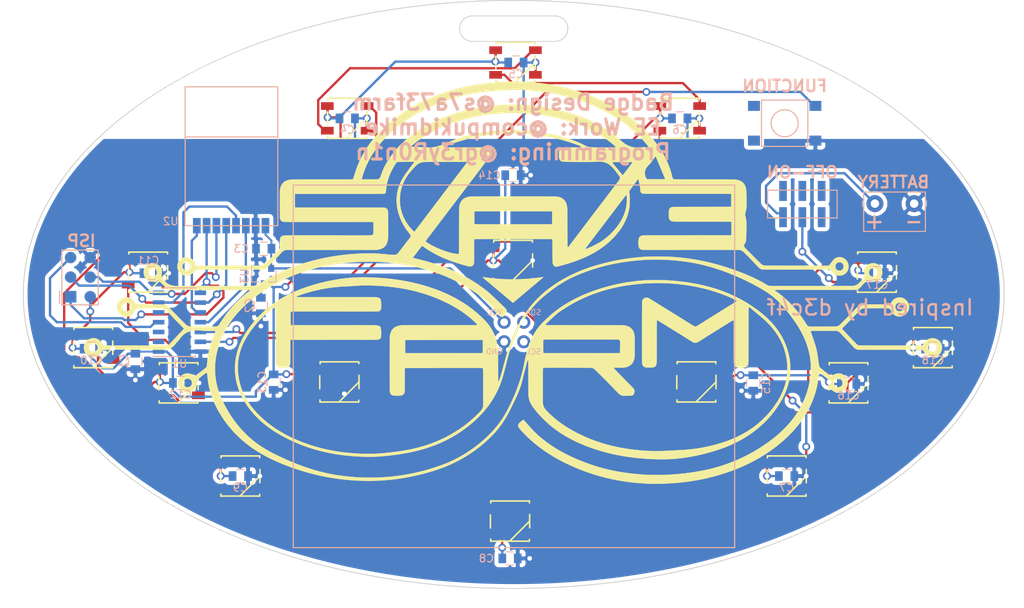
<source format=kicad_pcb>
(kicad_pcb (version 4) (host pcbnew 4.0.7)
  (layers (0 F.Cu signal) (31 B.Cu signal) (34 B.Paste user hide) (35 F.Paste user hide) (36 B.SilkS user) (37 F.SilkS user) (38 B.Mask user hide) (39 F.Mask user hide) (44 Edge.Cuts user))
  (net 0 "")
  (net 1 "Net-(BT1-Pad1)")
  (net 2 GND)
  (net 3 +BATT)
  (net 4 +3V3)
  (net 5 "Net-(LED1-Pad2)")
  (net 6 LED)
  (net 7 "Net-(LED2-Pad2)")
  (net 8 "Net-(LED13-Pad2)")
  (net 9 "Net-(LED3-Pad2)")
  (net 10 "Net-(LED14-Pad2)")
  (net 11 "Net-(LED4-Pad2)")
  (net 12 "Net-(LED5-Pad2)")
  (net 13 "Net-(LED10-Pad4)")
  (net 14 "Net-(LED10-Pad2)")
  (net 15 "Net-(LED11-Pad2)")
  (net 16 "Net-(LED12-Pad2)")
  (net 17 "Net-(SW2-Pad1)")
  (net 18 RST)
  (net 19 CS)
  (net 20 MOSI)
  (net 21 MISO)
  (net 22 SCK)
  (net 23 IRQ)
  (net 24 CE)
  (net 25 "Net-(LED6-Pad2)")
  (net 26 "Net-(LED7-Pad2)")
  (net 27 "Net-(LED8-Pad2)")
  (module switches:JS202011JCQN (layer B.Cu) (at 189.484 73.082)
    (fp_text reference SW1 hide)
    (fp_text value SW_SPST)
    (pad 1 smd rect (at -2.5 1.7) (size 1 2.6) (layers B.Cu B.Paste B.Mask) (net 1 "Net-(BT1-Pad1)"))
    (pad 2 smd rect (at 0 1.7) (size 1 2.6) (layers B.Cu B.Paste B.Mask) (net 3 +BATT))
    (pad 3 smd rect (at 2.5 1.7) (size 1 2.6) (layers B.Cu B.Paste B.Mask))
    (pad 7 smd rect (at 2.5 -1.7) (size 1 2.6) (layers B.Cu B.Paste B.Mask))
    (pad 6 smd rect (at 0 -1.7) (size 1 2.6) (layers B.Cu B.Paste B.Mask))
    (pad 5 smd rect (at -2.5 -1.7) (size 1 2.6) (layers B.Cu B.Paste B.Mask))
  )
  (module SparkFun-LED:WS2812B (layer F.Cu) (at 151.638 114.173)
    (fp_text reference LED5 hide)
    (fp_text value WS2812B hide)
    (pad 1 smd rect (at -2.57556 -1.59766) (size 1.651 0.99822) (layers F.Cu F.Paste F.Mask) (net 3 +BATT))
    (pad 2 smd rect (at -2.57556 1.59766) (size 1.651 0.99822) (layers F.Cu F.Paste F.Mask) (net 12 "Net-(LED5-Pad2)"))
    (pad 3 smd rect (at 2.57556 1.59766) (size 1.651 0.99822) (layers F.Cu F.Paste F.Mask) (net 2 GND))
    (pad 4 smd rect (at 2.57556 -1.59766) (size 1.651 0.99822) (layers F.Cu F.Paste F.Mask) (net 11 "Net-(LED4-Pad2)"))
  )
  (module SparkFun-LED:WS2812B (layer F.Cu) (at 173.609 61.976)
    (fp_text reference LED3 hide)
    (fp_text value WS2812B hide)
    (pad 1 smd rect (at -2.57556 -1.59766) (size 1.651 0.99822) (layers F.Cu F.Paste F.Mask) (net 3 +BATT))
    (pad 2 smd rect (at -2.57556 1.59766) (size 1.651 0.99822) (layers F.Cu F.Paste F.Mask) (net 9 "Net-(LED3-Pad2)"))
    (pad 3 smd rect (at 2.57556 1.59766) (size 1.651 0.99822) (layers F.Cu F.Paste F.Mask) (net 2 GND))
    (pad 4 smd rect (at 2.57556 -1.59766) (size 1.651 0.99822) (layers F.Cu F.Paste F.Mask) (net 7 "Net-(LED2-Pad2)"))
  )
  (module SparkFun-LED:WS2812B (layer F.Cu) (at 152.346 54.737)
    (fp_text reference LED2 hide)
    (fp_text value WS2812B hide)
    (pad 1 smd rect (at -2.57556 -1.59766) (size 1.651 0.99822) (layers F.Cu F.Paste F.Mask) (net 3 +BATT))
    (pad 2 smd rect (at -2.57556 1.59766) (size 1.651 0.99822) (layers F.Cu F.Paste F.Mask) (net 7 "Net-(LED2-Pad2)"))
    (pad 3 smd rect (at 2.57556 1.59766) (size 1.651 0.99822) (layers F.Cu F.Paste F.Mask) (net 2 GND))
    (pad 4 smd rect (at 2.57556 -1.59766) (size 1.651 0.99822) (layers F.Cu F.Paste F.Mask) (net 5 "Net-(LED1-Pad2)"))
  )
  (module NRF24L01-SMD (layer B.Cu) (at 115.57 67.183 180)
    (fp_text reference U2 (at 7.874 -8.128 180) (layer B.SilkS) (effects (justify mirror)))
    (fp_text value NRF24L01)
    (pad 2 smd rect (at -4.4 -8.7 180) (size 1 2) (layers B.Cu B.Paste B.Mask) (net 4 +3V3))
    (pad 1 smd rect (at -3.13 -8.7 180) (size 1 2) (layers B.Cu B.Paste B.Mask) (net 2 GND))
    (pad 3 smd rect (at -1.86 -8.7 180) (size 1 2) (layers B.Cu B.Paste B.Mask) (net 24 CE))
    (pad 4 smd rect (at -0.59 -8.7 180) (size 1 2) (layers B.Cu B.Paste B.Mask) (net 19 CS))
    (pad 5 smd rect (at 0.68 -8.7 180) (size 1 2) (layers B.Cu B.Paste B.Mask) (net 22 SCK))
    (pad 6 smd rect (at 1.95 -8.7 180) (size 1 2) (layers B.Cu B.Paste B.Mask) (net 20 MOSI))
    (pad 7 smd rect (at 3.22 -8.7 180) (size 1 2) (layers B.Cu B.Paste B.Mask) (net 21 MISO))
    (pad 8 smd rect (at 4.49 -8.7 180) (size 1 2) (layers B.Cu B.Paste B.Mask) (net 23 IRQ))
  )
  (module JakeBadge:JakeLogo (layer F.Cu) (at 152.146 83.439)
    (fp_text reference G*** hide)
    (fp_text value LOGO hide)
  )
  (module JakeBadgeOutline (layer F.Cu) (at 152.019 84.836)
    (fp_text reference REF** hide)
    (fp_text value JakeBadgeOutline)
    (fp_line (start -18.29 36.43) (end -18.336805 36.421505) (layer Edge.Cuts) (width 0.1))
    (fp_line (start -18.336805 36.421505) (end -18.383595 36.41299) (layer Edge.Cuts) (width 0.1))
    (fp_line (start -18.383595 36.41299) (end -18.430368 36.404453) (layer Edge.Cuts) (width 0.1))
    (fp_line (start -18.430368 36.404453) (end -18.477125 36.395895) (layer Edge.Cuts) (width 0.1))
    (fp_line (start -18.477125 36.395895) (end -18.523866 36.387316) (layer Edge.Cuts) (width 0.1))
    (fp_line (start -18.523866 36.387316) (end -18.570591 36.378716) (layer Edge.Cuts) (width 0.1))
    (fp_line (start -18.570591 36.378716) (end -18.6173 36.370094) (layer Edge.Cuts) (width 0.1))
    (fp_line (start -18.6173 36.370094) (end -18.663992 36.361452) (layer Edge.Cuts) (width 0.1))
    (fp_line (start -18.663992 36.361452) (end -18.710667 36.352788) (layer Edge.Cuts) (width 0.1))
    (fp_line (start -18.710667 36.352788) (end -18.757325 36.344104) (layer Edge.Cuts) (width 0.1))
    (fp_line (start -18.757325 36.344104) (end -18.803967 36.335398) (layer Edge.Cuts) (width 0.1))
    (fp_line (start -18.803967 36.335398) (end -18.850593 36.326671) (layer Edge.Cuts) (width 0.1))
    (fp_line (start -18.850593 36.326671) (end -18.897205 36.317923) (layer Edge.Cuts) (width 0.1))
    (fp_line (start -18.897205 36.317923) (end -18.943802 36.309154) (layer Edge.Cuts) (width 0.1))
    (fp_line (start -18.943802 36.309154) (end -18.990384 36.300363) (layer Edge.Cuts) (width 0.1))
    (fp_line (start -18.990384 36.300363) (end -19.036951 36.291552) (layer Edge.Cuts) (width 0.1))
    (fp_line (start -19.036951 36.291552) (end -19.083503 36.28272) (layer Edge.Cuts) (width 0.1))
    (fp_line (start -19.083503 36.28272) (end -19.13004 36.273866) (layer Edge.Cuts) (width 0.1))
    (fp_line (start -19.13004 36.273866) (end -19.176562 36.264992) (layer Edge.Cuts) (width 0.1))
    (fp_line (start -19.176562 36.264992) (end -19.223069 36.256097) (layer Edge.Cuts) (width 0.1))
    (fp_line (start -19.223069 36.256097) (end -19.269561 36.24718) (layer Edge.Cuts) (width 0.1))
    (fp_line (start -19.269561 36.24718) (end -19.316037 36.238243) (layer Edge.Cuts) (width 0.1))
    (fp_line (start -19.316037 36.238243) (end -19.362498 36.229285) (layer Edge.Cuts) (width 0.1))
    (fp_line (start -19.362498 36.229285) (end -19.408944 36.220306) (layer Edge.Cuts) (width 0.1))
    (fp_line (start -19.408944 36.220306) (end -19.455374 36.211306) (layer Edge.Cuts) (width 0.1))
    (fp_line (start -19.455374 36.211306) (end -19.501789 36.202285) (layer Edge.Cuts) (width 0.1))
    (fp_line (start -19.501789 36.202285) (end -19.548188 36.193243) (layer Edge.Cuts) (width 0.1))
    (fp_line (start -19.548188 36.193243) (end -19.594572 36.184181) (layer Edge.Cuts) (width 0.1))
    (fp_line (start -19.594572 36.184181) (end -19.64094 36.175097) (layer Edge.Cuts) (width 0.1))
    (fp_line (start -19.64094 36.175097) (end -19.687293 36.165993) (layer Edge.Cuts) (width 0.1))
    (fp_line (start -19.687293 36.165993) (end -19.733629 36.156868) (layer Edge.Cuts) (width 0.1))
    (fp_line (start -19.733629 36.156868) (end -19.77995 36.147722) (layer Edge.Cuts) (width 0.1))
    (fp_line (start -19.77995 36.147722) (end -19.826255 36.138556) (layer Edge.Cuts) (width 0.1))
    (fp_line (start -19.826255 36.138556) (end -19.872545 36.129369) (layer Edge.Cuts) (width 0.1))
    (fp_line (start -19.872545 36.129369) (end -19.918818 36.120161) (layer Edge.Cuts) (width 0.1))
    (fp_line (start -19.918818 36.120161) (end -19.965075 36.110932) (layer Edge.Cuts) (width 0.1))
    (fp_line (start -19.965075 36.110932) (end -20.011316 36.101683) (layer Edge.Cuts) (width 0.1))
    (fp_line (start -20.011316 36.101683) (end -20.057541 36.092413) (layer Edge.Cuts) (width 0.1))
    (fp_line (start -20.057541 36.092413) (end -20.10375 36.083123) (layer Edge.Cuts) (width 0.1))
    (fp_line (start -20.10375 36.083123) (end -20.149942 36.073812) (layer Edge.Cuts) (width 0.1))
    (fp_line (start -20.149942 36.073812) (end -20.196118 36.06448) (layer Edge.Cuts) (width 0.1))
    (fp_line (start -20.196118 36.06448) (end -20.242278 36.055128) (layer Edge.Cuts) (width 0.1))
    (fp_line (start -20.242278 36.055128) (end -20.288422 36.045759) (layer Edge.Cuts) (width 0.1))
    (fp_line (start -20.288422 36.045759) (end -20.334551 36.036373) (layer Edge.Cuts) (width 0.1))
    (fp_line (start -20.334551 36.036373) (end -20.380664 36.026967) (layer Edge.Cuts) (width 0.1))
    (fp_line (start -20.380664 36.026967) (end -20.426763 36.017539) (layer Edge.Cuts) (width 0.1))
    (fp_line (start -20.426763 36.017539) (end -20.472847 36.008089) (layer Edge.Cuts) (width 0.1))
    (fp_line (start -20.472847 36.008089) (end -20.518916 35.998618) (layer Edge.Cuts) (width 0.1))
    (fp_line (start -20.518916 35.998618) (end -20.56497 35.989125) (layer Edge.Cuts) (width 0.1))
    (fp_line (start -20.56497 35.989125) (end -20.611008 35.979612) (layer Edge.Cuts) (width 0.1))
    (fp_line (start -20.611008 35.979612) (end -20.657031 35.970077) (layer Edge.Cuts) (width 0.1))
    (fp_line (start -20.657031 35.970077) (end -20.703039 35.960521) (layer Edge.Cuts) (width 0.1))
    (fp_line (start -20.703039 35.960521) (end -20.749031 35.950944) (layer Edge.Cuts) (width 0.1))
    (fp_line (start -20.749031 35.950944) (end -20.795007 35.941346) (layer Edge.Cuts) (width 0.1))
    (fp_line (start -20.795007 35.941346) (end -20.840968 35.931727) (layer Edge.Cuts) (width 0.1))
    (fp_line (start -20.840968 35.931727) (end -20.886913 35.922088) (layer Edge.Cuts) (width 0.1))
    (fp_line (start -20.886913 35.922088) (end -20.932841 35.912427) (layer Edge.Cuts) (width 0.1))
    (fp_line (start -20.932841 35.912427) (end -20.978754 35.902746) (layer Edge.Cuts) (width 0.1))
    (fp_line (start -20.978754 35.902746) (end -21.024651 35.893045) (layer Edge.Cuts) (width 0.1))
    (fp_line (start -21.024651 35.893045) (end -21.070532 35.883322) (layer Edge.Cuts) (width 0.1))
    (fp_line (start -21.070532 35.883322) (end -21.116396 35.87358) (layer Edge.Cuts) (width 0.1))
    (fp_line (start -21.116396 35.87358) (end -21.162244 35.863817) (layer Edge.Cuts) (width 0.1))
    (fp_line (start -21.162244 35.863817) (end -21.208076 35.854034) (layer Edge.Cuts) (width 0.1))
    (fp_line (start -21.208076 35.854034) (end -21.253891 35.84423) (layer Edge.Cuts) (width 0.1))
    (fp_line (start -21.253891 35.84423) (end -21.299689 35.834407) (layer Edge.Cuts) (width 0.1))
    (fp_line (start -21.299689 35.834407) (end -21.345471 35.824563) (layer Edge.Cuts) (width 0.1))
    (fp_line (start -21.345471 35.824563) (end -21.391236 35.814699) (layer Edge.Cuts) (width 0.1))
    (fp_line (start -21.391236 35.814699) (end -21.436984 35.804816) (layer Edge.Cuts) (width 0.1))
    (fp_line (start -21.436984 35.804816) (end -21.482715 35.794912) (layer Edge.Cuts) (width 0.1))
    (fp_line (start -21.482715 35.794912) (end -21.528428 35.784989) (layer Edge.Cuts) (width 0.1))
    (fp_line (start -21.528428 35.784989) (end -21.574125 35.775046) (layer Edge.Cuts) (width 0.1))
    (fp_line (start -21.574125 35.775046) (end -21.619804 35.765083) (layer Edge.Cuts) (width 0.1))
    (fp_line (start -21.619804 35.765083) (end -21.665466 35.755101) (layer Edge.Cuts) (width 0.1))
    (fp_line (start -21.665466 35.755101) (end -21.711111 35.745099) (layer Edge.Cuts) (width 0.1))
    (fp_line (start -21.711111 35.745099) (end -21.756738 35.735078) (layer Edge.Cuts) (width 0.1))
    (fp_line (start -21.756738 35.735078) (end -21.802349 35.725036) (layer Edge.Cuts) (width 0.1))
    (fp_line (start -21.802349 35.725036) (end -21.847944 35.714973) (layer Edge.Cuts) (width 0.1))
    (fp_line (start -21.847944 35.714973) (end -21.893523 35.704889) (layer Edge.Cuts) (width 0.1))
    (fp_line (start -21.893523 35.704889) (end -21.939086 35.694784) (layer Edge.Cuts) (width 0.1))
    (fp_line (start -21.939086 35.694784) (end -21.984633 35.684658) (layer Edge.Cuts) (width 0.1))
    (fp_line (start -21.984633 35.684658) (end -22.030164 35.674511) (layer Edge.Cuts) (width 0.1))
    (fp_line (start -22.030164 35.674511) (end -22.075679 35.664343) (layer Edge.Cuts) (width 0.1))
    (fp_line (start -22.075679 35.664343) (end -22.121178 35.654155) (layer Edge.Cuts) (width 0.1))
    (fp_line (start -22.121178 35.654155) (end -22.16666 35.643946) (layer Edge.Cuts) (width 0.1))
    (fp_line (start -22.16666 35.643946) (end -22.212127 35.633717) (layer Edge.Cuts) (width 0.1))
    (fp_line (start -22.212127 35.633717) (end -22.257577 35.623466) (layer Edge.Cuts) (width 0.1))
    (fp_line (start -22.257577 35.623466) (end -22.303011 35.613196) (layer Edge.Cuts) (width 0.1))
    (fp_line (start -22.303011 35.613196) (end -22.348429 35.602905) (layer Edge.Cuts) (width 0.1))
    (fp_line (start -22.348429 35.602905) (end -22.39383 35.592593) (layer Edge.Cuts) (width 0.1))
    (fp_line (start -22.39383 35.592593) (end -22.439215 35.582261) (layer Edge.Cuts) (width 0.1))
    (fp_line (start -22.439215 35.582261) (end -22.484584 35.571909) (layer Edge.Cuts) (width 0.1))
    (fp_line (start -22.484584 35.571909) (end -22.529936 35.561537) (layer Edge.Cuts) (width 0.1))
    (fp_line (start -22.529936 35.561537) (end -22.575271 35.551144) (layer Edge.Cuts) (width 0.1))
    (fp_line (start -22.575271 35.551144) (end -22.62059 35.540732) (layer Edge.Cuts) (width 0.1))
    (fp_line (start -22.62059 35.540732) (end -22.665893 35.530299) (layer Edge.Cuts) (width 0.1))
    (fp_line (start -22.665893 35.530299) (end -22.711179 35.519846) (layer Edge.Cuts) (width 0.1))
    (fp_line (start -22.711179 35.519846) (end -22.756448 35.509374) (layer Edge.Cuts) (width 0.1))
    (fp_line (start -22.756448 35.509374) (end -22.8017 35.498881) (layer Edge.Cuts) (width 0.1))
    (fp_line (start -22.8017 35.498881) (end -22.846936 35.488369) (layer Edge.Cuts) (width 0.1))
    (fp_line (start -22.846936 35.488369) (end -22.892155 35.477836) (layer Edge.Cuts) (width 0.1))
    (fp_line (start -22.892155 35.477836) (end -22.937358 35.467284) (layer Edge.Cuts) (width 0.1))
    (fp_line (start -22.937358 35.467284) (end -22.982543 35.456713) (layer Edge.Cuts) (width 0.1))
    (fp_line (start -22.982543 35.456713) (end -23.027712 35.446122) (layer Edge.Cuts) (width 0.1))
    (fp_line (start -23.027712 35.446122) (end -23.072863 35.435511) (layer Edge.Cuts) (width 0.1))
    (fp_line (start -23.072863 35.435511) (end -23.117998 35.42488) (layer Edge.Cuts) (width 0.1))
    (fp_line (start -23.117998 35.42488) (end -23.163116 35.414231) (layer Edge.Cuts) (width 0.1))
    (fp_line (start -23.163116 35.414231) (end -23.208217 35.403561) (layer Edge.Cuts) (width 0.1))
    (fp_line (start -23.208217 35.403561) (end -23.253302 35.392872) (layer Edge.Cuts) (width 0.1))
    (fp_line (start -23.253302 35.392872) (end -23.298371 35.382161) (layer Edge.Cuts) (width 0.1))
    (fp_line (start -23.298371 35.382161) (end -23.343424 35.371431) (layer Edge.Cuts) (width 0.1))
    (fp_line (start -23.343424 35.371431) (end -23.38846 35.36068) (layer Edge.Cuts) (width 0.1))
    (fp_line (start -23.38846 35.36068) (end -23.433481 35.349909) (layer Edge.Cuts) (width 0.1))
    (fp_line (start -23.433481 35.349909) (end -23.478485 35.339117) (layer Edge.Cuts) (width 0.1))
    (fp_line (start -23.478485 35.339117) (end -23.523472 35.328306) (layer Edge.Cuts) (width 0.1))
    (fp_line (start -23.523472 35.328306) (end -23.568443 35.317474) (layer Edge.Cuts) (width 0.1))
    (fp_line (start -23.568443 35.317474) (end -23.613398 35.306622) (layer Edge.Cuts) (width 0.1))
    (fp_line (start -23.613398 35.306622) (end -23.658336 35.29575) (layer Edge.Cuts) (width 0.1))
    (fp_line (start -23.658336 35.29575) (end -23.703256 35.284858) (layer Edge.Cuts) (width 0.1))
    (fp_line (start -23.703256 35.284858) (end -23.74816 35.273947) (layer Edge.Cuts) (width 0.1))
    (fp_line (start -23.74816 35.273947) (end -23.793047 35.263015) (layer Edge.Cuts) (width 0.1))
    (fp_line (start -23.793047 35.263015) (end -23.837917 35.252063) (layer Edge.Cuts) (width 0.1))
    (fp_line (start -23.837917 35.252063) (end -23.88277 35.241092) (layer Edge.Cuts) (width 0.1))
    (fp_line (start -23.88277 35.241092) (end -23.927606 35.230101) (layer Edge.Cuts) (width 0.1))
    (fp_line (start -23.927606 35.230101) (end -23.972424 35.219091) (layer Edge.Cuts) (width 0.1))
    (fp_line (start -23.972424 35.219091) (end -24.017224 35.208061) (layer Edge.Cuts) (width 0.1))
    (fp_line (start -24.017224 35.208061) (end -24.062007 35.197011) (layer Edge.Cuts) (width 0.1))
    (fp_line (start -24.062007 35.197011) (end -24.106773 35.185942) (layer Edge.Cuts) (width 0.1))
    (fp_line (start -24.106773 35.185942) (end -24.151521 35.174853) (layer Edge.Cuts) (width 0.1))
    (fp_line (start -24.151521 35.174853) (end -24.19625 35.163745) (layer Edge.Cuts) (width 0.1))
    (fp_line (start -24.19625 35.163745) (end -24.240962 35.152618) (layer Edge.Cuts) (width 0.1))
    (fp_line (start -24.240962 35.152618) (end -24.285656 35.141472) (layer Edge.Cuts) (width 0.1))
    (fp_line (start -24.285656 35.141472) (end -24.330332 35.130306) (layer Edge.Cuts) (width 0.1))
    (fp_line (start -24.330332 35.130306) (end -24.37499 35.119121) (layer Edge.Cuts) (width 0.1))
    (fp_line (start -24.37499 35.119121) (end -24.419629 35.107917) (layer Edge.Cuts) (width 0.1))
    (fp_line (start -24.419629 35.107917) (end -24.46425 35.096694) (layer Edge.Cuts) (width 0.1))
    (fp_line (start -24.46425 35.096694) (end -24.508853 35.085452) (layer Edge.Cuts) (width 0.1))
    (fp_line (start -24.508853 35.085452) (end -24.553437 35.074192) (layer Edge.Cuts) (width 0.1))
    (fp_line (start -24.553437 35.074192) (end -24.598002 35.062912) (layer Edge.Cuts) (width 0.1))
    (fp_line (start -24.598002 35.062912) (end -24.642554 35.051613) (layer Edge.Cuts) (width 0.1))
    (fp_line (start -24.642554 35.051613) (end -24.687093 35.040294) (layer Edge.Cuts) (width 0.1))
    (fp_line (start -24.687093 35.040294) (end -24.731615 35.028955) (layer Edge.Cuts) (width 0.1))
    (fp_line (start -24.731615 35.028955) (end -24.776119 35.017595) (layer Edge.Cuts) (width 0.1))
    (fp_line (start -24.776119 35.017595) (end -24.820607 35.006214) (layer Edge.Cuts) (width 0.1))
    (fp_line (start -24.820607 35.006214) (end -24.865078 34.994813) (layer Edge.Cuts) (width 0.1))
    (fp_line (start -24.865078 34.994813) (end -24.909531 34.983392) (layer Edge.Cuts) (width 0.1))
    (fp_line (start -24.909531 34.983392) (end -24.953967 34.971951) (layer Edge.Cuts) (width 0.1))
    (fp_line (start -24.953967 34.971951) (end -24.998385 34.960489) (layer Edge.Cuts) (width 0.1))
    (fp_line (start -24.998385 34.960489) (end -25.042787 34.949007) (layer Edge.Cuts) (width 0.1))
    (fp_line (start -25.042787 34.949007) (end -25.087171 34.937505) (layer Edge.Cuts) (width 0.1))
    (fp_line (start -25.087171 34.937505) (end -25.131537 34.925982) (layer Edge.Cuts) (width 0.1))
    (fp_line (start -25.131537 34.925982) (end -25.175886 34.91444) (layer Edge.Cuts) (width 0.1))
    (fp_line (start -25.175886 34.91444) (end -25.220218 34.902877) (layer Edge.Cuts) (width 0.1))
    (fp_line (start -25.220218 34.902877) (end -25.264532 34.891295) (layer Edge.Cuts) (width 0.1))
    (fp_line (start -25.264532 34.891295) (end -25.308828 34.879692) (layer Edge.Cuts) (width 0.1))
    (fp_line (start -25.308828 34.879692) (end -25.353107 34.86807) (layer Edge.Cuts) (width 0.1))
    (fp_line (start -25.353107 34.86807) (end -25.397368 34.856427) (layer Edge.Cuts) (width 0.1))
    (fp_line (start -25.397368 34.856427) (end -25.441612 34.844765) (layer Edge.Cuts) (width 0.1))
    (fp_line (start -25.441612 34.844765) (end -25.485838 34.833082) (layer Edge.Cuts) (width 0.1))
    (fp_line (start -25.485838 34.833082) (end -25.530046 34.82138) (layer Edge.Cuts) (width 0.1))
    (fp_line (start -25.530046 34.82138) (end -25.574236 34.809658) (layer Edge.Cuts) (width 0.1))
    (fp_line (start -25.574236 34.809658) (end -25.618409 34.797917) (layer Edge.Cuts) (width 0.1))
    (fp_line (start -25.618409 34.797917) (end -25.662564 34.786155) (layer Edge.Cuts) (width 0.1))
    (fp_line (start -25.662564 34.786155) (end -25.706701 34.774374) (layer Edge.Cuts) (width 0.1))
    (fp_line (start -25.706701 34.774374) (end -25.750819 34.762573) (layer Edge.Cuts) (width 0.1))
    (fp_line (start -25.750819 34.762573) (end -25.79492 34.750753) (layer Edge.Cuts) (width 0.1))
    (fp_line (start -25.79492 34.750753) (end -25.839003 34.738913) (layer Edge.Cuts) (width 0.1))
    (fp_line (start -25.839003 34.738913) (end -25.883068 34.727053) (layer Edge.Cuts) (width 0.1))
    (fp_line (start -25.883068 34.727053) (end -25.927115 34.715174) (layer Edge.Cuts) (width 0.1))
    (fp_line (start -25.927115 34.715174) (end -25.971144 34.703276) (layer Edge.Cuts) (width 0.1))
    (fp_line (start -25.971144 34.703276) (end -26.015154 34.691358) (layer Edge.Cuts) (width 0.1))
    (fp_line (start -26.015154 34.691358) (end -26.059147 34.679426) (layer Edge.Cuts) (width 0.1))
    (fp_line (start -26.059147 34.679426) (end -26.103122 34.667477) (layer Edge.Cuts) (width 0.1))
    (fp_line (start -26.103122 34.667477) (end -26.147079 34.655508) (layer Edge.Cuts) (width 0.1))
    (fp_line (start -26.147079 34.655508) (end -26.191018 34.643519) (layer Edge.Cuts) (width 0.1))
    (fp_line (start -26.191018 34.643519) (end -26.23494 34.631509) (layer Edge.Cuts) (width 0.1))
    (fp_line (start -26.23494 34.631509) (end -26.278844 34.619479) (layer Edge.Cuts) (width 0.1))
    (fp_line (start -26.278844 34.619479) (end -26.32273 34.607429) (layer Edge.Cuts) (width 0.1))
    (fp_line (start -26.32273 34.607429) (end -26.366598 34.595359) (layer Edge.Cuts) (width 0.1))
    (fp_line (start -26.366598 34.595359) (end -26.410448 34.583268) (layer Edge.Cuts) (width 0.1))
    (fp_line (start -26.410448 34.583268) (end -26.454281 34.571158) (layer Edge.Cuts) (width 0.1))
    (fp_line (start -26.454281 34.571158) (end -26.498095 34.559027) (layer Edge.Cuts) (width 0.1))
    (fp_line (start -26.498095 34.559027) (end -26.541891 34.546877) (layer Edge.Cuts) (width 0.1))
    (fp_line (start -26.541891 34.546877) (end -26.58567 34.534706) (layer Edge.Cuts) (width 0.1))
    (fp_line (start -26.58567 34.534706) (end -26.62943 34.522516) (layer Edge.Cuts) (width 0.1))
    (fp_line (start -26.62943 34.522516) (end -26.673172 34.510306) (layer Edge.Cuts) (width 0.1))
    (fp_line (start -26.673172 34.510306) (end -26.716897 34.498076) (layer Edge.Cuts) (width 0.1))
    (fp_line (start -26.716897 34.498076) (end -26.760602 34.485826) (layer Edge.Cuts) (width 0.1))
    (fp_line (start -26.760602 34.485826) (end -26.80429 34.473557) (layer Edge.Cuts) (width 0.1))
    (fp_line (start -26.80429 34.473557) (end -26.847959 34.461268) (layer Edge.Cuts) (width 0.1))
    (fp_line (start -26.847959 34.461268) (end -26.891611 34.44896) (layer Edge.Cuts) (width 0.1))
    (fp_line (start -26.891611 34.44896) (end -26.935243 34.436632) (layer Edge.Cuts) (width 0.1))
    (fp_line (start -26.935243 34.436632) (end -26.978858 34.424285) (layer Edge.Cuts) (width 0.1))
    (fp_line (start -26.978858 34.424285) (end -27.022454 34.411918) (layer Edge.Cuts) (width 0.1))
    (fp_line (start -27.022454 34.411918) (end -27.066031 34.399532) (layer Edge.Cuts) (width 0.1))
    (fp_line (start -27.066031 34.399532) (end -27.109591 34.387127) (layer Edge.Cuts) (width 0.1))
    (fp_line (start -27.109591 34.387127) (end -27.153131 34.374703) (layer Edge.Cuts) (width 0.1))
    (fp_line (start -27.153131 34.374703) (end -27.196653 34.362259) (layer Edge.Cuts) (width 0.1))
    (fp_line (start -27.196653 34.362259) (end -27.240157 34.349797) (layer Edge.Cuts) (width 0.1))
    (fp_line (start -27.240157 34.349797) (end -27.283641 34.337315) (layer Edge.Cuts) (width 0.1))
    (fp_line (start -27.283641 34.337315) (end -27.327108 34.324814) (layer Edge.Cuts) (width 0.1))
    (fp_line (start -27.327108 34.324814) (end -27.370555 34.312295) (layer Edge.Cuts) (width 0.1))
    (fp_line (start -27.370555 34.312295) (end -27.413984 34.299756) (layer Edge.Cuts) (width 0.1))
    (fp_line (start -27.413984 34.299756) (end -27.457399 34.287199) (layer Edge.Cuts) (width 0.1))
    (fp_line (start -27.457399 34.287199) (end -27.5008 34.274623) (layer Edge.Cuts) (width 0.1))
    (fp_line (start -27.5008 34.274623) (end -27.544181 34.262028) (layer Edge.Cuts) (width 0.1))
    (fp_line (start -27.544181 34.262028) (end -27.587545 34.249415) (layer Edge.Cuts) (width 0.1))
    (fp_line (start -27.587545 34.249415) (end -27.630889 34.236782) (layer Edge.Cuts) (width 0.1))
    (fp_line (start -27.630889 34.236782) (end -27.674215 34.224131) (layer Edge.Cuts) (width 0.1))
    (fp_line (start -27.674215 34.224131) (end -27.717522 34.211461) (layer Edge.Cuts) (width 0.1))
    (fp_line (start -27.717522 34.211461) (end -27.76081 34.198772) (layer Edge.Cuts) (width 0.1))
    (fp_line (start -27.76081 34.198772) (end -27.80408 34.186064) (layer Edge.Cuts) (width 0.1))
    (fp_line (start -27.80408 34.186064) (end -27.847331 34.173337) (layer Edge.Cuts) (width 0.1))
    (fp_line (start -27.847331 34.173337) (end -27.890563 34.160591) (layer Edge.Cuts) (width 0.1))
    (fp_line (start -27.890563 34.160591) (end -27.933777 34.147826) (layer Edge.Cuts) (width 0.1))
    (fp_line (start -27.933777 34.147826) (end -27.976972 34.135042) (layer Edge.Cuts) (width 0.1))
    (fp_line (start -27.976972 34.135042) (end -28.020149 34.122239) (layer Edge.Cuts) (width 0.1))
    (fp_line (start -28.020149 34.122239) (end -28.063307 34.109417) (layer Edge.Cuts) (width 0.1))
    (fp_line (start -28.063307 34.109417) (end -28.106447 34.096576) (layer Edge.Cuts) (width 0.1))
    (fp_line (start -28.106447 34.096576) (end -28.149568 34.083715) (layer Edge.Cuts) (width 0.1))
    (fp_line (start -28.149568 34.083715) (end -28.19267 34.070836) (layer Edge.Cuts) (width 0.1))
    (fp_line (start -28.19267 34.070836) (end -28.235754 34.057938) (layer Edge.Cuts) (width 0.1))
    (fp_line (start -28.235754 34.057938) (end -28.27882 34.04502) (layer Edge.Cuts) (width 0.1))
    (fp_line (start -28.27882 34.04502) (end -28.321868 34.032084) (layer Edge.Cuts) (width 0.1))
    (fp_line (start -28.321868 34.032084) (end -28.364896 34.019128) (layer Edge.Cuts) (width 0.1))
    (fp_line (start -28.364896 34.019128) (end -28.407907 34.006153) (layer Edge.Cuts) (width 0.1))
    (fp_line (start -28.407907 34.006153) (end -28.450899 33.993159) (layer Edge.Cuts) (width 0.1))
    (fp_line (start -28.450899 33.993159) (end -28.493873 33.980145) (layer Edge.Cuts) (width 0.1))
    (fp_line (start -28.493873 33.980145) (end -28.536828 33.967113) (layer Edge.Cuts) (width 0.1))
    (fp_line (start -28.536828 33.967113) (end -28.579766 33.954061) (layer Edge.Cuts) (width 0.1))
    (fp_line (start -28.579766 33.954061) (end -28.622684 33.94099) (layer Edge.Cuts) (width 0.1))
    (fp_line (start -28.622684 33.94099) (end -28.665585 33.927899) (layer Edge.Cuts) (width 0.1))
    (fp_line (start -28.665585 33.927899) (end -28.708467 33.91479) (layer Edge.Cuts) (width 0.1))
    (fp_line (start -28.708467 33.91479) (end -28.751331 33.901661) (layer Edge.Cuts) (width 0.1))
    (fp_line (start -28.751331 33.901661) (end -28.794177 33.888512) (layer Edge.Cuts) (width 0.1))
    (fp_line (start -28.794177 33.888512) (end -28.837005 33.875344) (layer Edge.Cuts) (width 0.1))
    (fp_line (start -28.837005 33.875344) (end -28.879813 33.862158) (layer Edge.Cuts) (width 0.1))
    (fp_line (start -28.879813 33.862158) (end -28.922603 33.848953) (layer Edge.Cuts) (width 0.1))
    (fp_line (start -28.922603 33.848953) (end -28.965374 33.835729) (layer Edge.Cuts) (width 0.1))
    (fp_line (start -28.965374 33.835729) (end -29.008126 33.822486) (layer Edge.Cuts) (width 0.1))
    (fp_line (start -29.008126 33.822486) (end -29.05086 33.809224) (layer Edge.Cuts) (width 0.1))
    (fp_line (start -29.05086 33.809224) (end -29.093574 33.795944) (layer Edge.Cuts) (width 0.1))
    (fp_line (start -29.093574 33.795944) (end -29.136269 33.782645) (layer Edge.Cuts) (width 0.1))
    (fp_line (start -29.136269 33.782645) (end -29.178945 33.769328) (layer Edge.Cuts) (width 0.1))
    (fp_line (start -29.178945 33.769328) (end -29.221602 33.755992) (layer Edge.Cuts) (width 0.1))
    (fp_line (start -29.221602 33.755992) (end -29.26424 33.742637) (layer Edge.Cuts) (width 0.1))
    (fp_line (start -29.26424 33.742637) (end -29.306858 33.729264) (layer Edge.Cuts) (width 0.1))
    (fp_line (start -29.306858 33.729264) (end -29.349458 33.715872) (layer Edge.Cuts) (width 0.1))
    (fp_line (start -29.349458 33.715872) (end -29.392038 33.702462) (layer Edge.Cuts) (width 0.1))
    (fp_line (start -29.392038 33.702462) (end -29.434599 33.689033) (layer Edge.Cuts) (width 0.1))
    (fp_line (start -29.434599 33.689033) (end -29.47714 33.675585) (layer Edge.Cuts) (width 0.1))
    (fp_line (start -29.47714 33.675585) (end -29.519663 33.662119) (layer Edge.Cuts) (width 0.1))
    (fp_line (start -29.519663 33.662119) (end -29.562165 33.648635) (layer Edge.Cuts) (width 0.1))
    (fp_line (start -29.562165 33.648635) (end -29.604649 33.635132) (layer Edge.Cuts) (width 0.1))
    (fp_line (start -29.604649 33.635132) (end -29.647113 33.621611) (layer Edge.Cuts) (width 0.1))
    (fp_line (start -29.647113 33.621611) (end -29.689557 33.608071) (layer Edge.Cuts) (width 0.1))
    (fp_line (start -29.689557 33.608071) (end -29.731982 33.594513) (layer Edge.Cuts) (width 0.1))
    (fp_line (start -29.731982 33.594513) (end -29.774387 33.580936) (layer Edge.Cuts) (width 0.1))
    (fp_line (start -29.774387 33.580936) (end -29.816773 33.567341) (layer Edge.Cuts) (width 0.1))
    (fp_line (start -29.816773 33.567341) (end -29.859139 33.553728) (layer Edge.Cuts) (width 0.1))
    (fp_line (start -29.859139 33.553728) (end -29.901485 33.540096) (layer Edge.Cuts) (width 0.1))
    (fp_line (start -29.901485 33.540096) (end -29.943812 33.526446) (layer Edge.Cuts) (width 0.1))
    (fp_line (start -29.943812 33.526446) (end -29.986119 33.512778) (layer Edge.Cuts) (width 0.1))
    (fp_line (start -29.986119 33.512778) (end -30.028406 33.499092) (layer Edge.Cuts) (width 0.1))
    (fp_line (start -30.028406 33.499092) (end -30.070673 33.485387) (layer Edge.Cuts) (width 0.1))
    (fp_line (start -30.070673 33.485387) (end -30.11292 33.471664) (layer Edge.Cuts) (width 0.1))
    (fp_line (start -30.11292 33.471664) (end -30.155148 33.457923) (layer Edge.Cuts) (width 0.1))
    (fp_line (start -30.155148 33.457923) (end -30.197361 33.444163) (layer Edge.Cuts) (width 0.1))
    (fp_line (start -30.197361 33.444163) (end -30.239559 33.430384) (layer Edge.Cuts) (width 0.1))
    (fp_line (start -30.239559 33.430384) (end -30.281737 33.416586) (layer Edge.Cuts) (width 0.1))
    (fp_line (start -30.281737 33.416586) (end -30.323896 33.402768) (layer Edge.Cuts) (width 0.1))
    (fp_line (start -30.323896 33.402768) (end -30.366035 33.388932) (layer Edge.Cuts) (width 0.1))
    (fp_line (start -30.366035 33.388932) (end -30.408155 33.375076) (layer Edge.Cuts) (width 0.1))
    (fp_line (start -30.408155 33.375076) (end -30.450255 33.361201) (layer Edge.Cuts) (width 0.1))
    (fp_line (start -30.450255 33.361201) (end -30.492336 33.347307) (layer Edge.Cuts) (width 0.1))
    (fp_line (start -30.492336 33.347307) (end -30.534397 33.333395) (layer Edge.Cuts) (width 0.1))
    (fp_line (start -30.534397 33.333395) (end -30.576439 33.319463) (layer Edge.Cuts) (width 0.1))
    (fp_line (start -30.576439 33.319463) (end -30.618461 33.305512) (layer Edge.Cuts) (width 0.1))
    (fp_line (start -30.618461 33.305512) (end -30.660464 33.291543) (layer Edge.Cuts) (width 0.1))
    (fp_line (start -30.660464 33.291543) (end -30.702447 33.277555) (layer Edge.Cuts) (width 0.1))
    (fp_line (start -30.702447 33.277555) (end -30.744411 33.263548) (layer Edge.Cuts) (width 0.1))
    (fp_line (start -30.744411 33.263548) (end -30.786355 33.249523) (layer Edge.Cuts) (width 0.1))
    (fp_line (start -30.786355 33.249523) (end -30.828279 33.235479) (layer Edge.Cuts) (width 0.1))
    (fp_line (start -30.828279 33.235479) (end -30.870183 33.221417) (layer Edge.Cuts) (width 0.1))
    (fp_line (start -30.870183 33.221417) (end -30.912068 33.207336) (layer Edge.Cuts) (width 0.1))
    (fp_line (start -30.912068 33.207336) (end -30.953933 33.193236) (layer Edge.Cuts) (width 0.1))
    (fp_line (start -30.953933 33.193236) (end -30.995779 33.179119) (layer Edge.Cuts) (width 0.1))
    (fp_line (start -30.995779 33.179119) (end -31.037605 33.164983) (layer Edge.Cuts) (width 0.1))
    (fp_line (start -31.037605 33.164983) (end -31.079411 33.150829) (layer Edge.Cuts) (width 0.1))
    (fp_line (start -31.079411 33.150829) (end -31.121197 33.136656) (layer Edge.Cuts) (width 0.1))
    (fp_line (start -31.121197 33.136656) (end -31.162963 33.122466) (layer Edge.Cuts) (width 0.1))
    (fp_line (start -31.162963 33.122466) (end -31.20471 33.108257) (layer Edge.Cuts) (width 0.1))
    (fp_line (start -31.20471 33.108257) (end -31.246437 33.094031) (layer Edge.Cuts) (width 0.1))
    (fp_line (start -31.246437 33.094031) (end -31.288144 33.079786) (layer Edge.Cuts) (width 0.1))
    (fp_line (start -31.288144 33.079786) (end -31.329831 33.065524) (layer Edge.Cuts) (width 0.1))
    (fp_line (start -31.329831 33.065524) (end -31.371498 33.051244) (layer Edge.Cuts) (width 0.1))
    (fp_line (start -31.371498 33.051244) (end -31.413145 33.036946) (layer Edge.Cuts) (width 0.1))
    (fp_line (start -31.413145 33.036946) (end -31.454773 33.02263) (layer Edge.Cuts) (width 0.1))
    (fp_line (start -31.454773 33.02263) (end -31.49638 33.008296) (layer Edge.Cuts) (width 0.1))
    (fp_line (start -31.49638 33.008296) (end -31.537968 32.993945) (layer Edge.Cuts) (width 0.1))
    (fp_line (start -31.537968 32.993945) (end -31.579536 32.979574) (layer Edge.Cuts) (width 0.1))
    (fp_line (start -31.579536 32.979574) (end -31.621085 32.965184) (layer Edge.Cuts) (width 0.1))
    (fp_line (start -31.621085 32.965184) (end -31.662614 32.950775) (layer Edge.Cuts) (width 0.1))
    (fp_line (start -31.662614 32.950775) (end -31.704124 32.936347) (layer Edge.Cuts) (width 0.1))
    (fp_line (start -31.704124 32.936347) (end -31.745614 32.921899) (layer Edge.Cuts) (width 0.1))
    (fp_line (start -31.745614 32.921899) (end -31.787085 32.907433) (layer Edge.Cuts) (width 0.1))
    (fp_line (start -31.787085 32.907433) (end -31.828536 32.892948) (layer Edge.Cuts) (width 0.1))
    (fp_line (start -31.828536 32.892948) (end -31.869967 32.878444) (layer Edge.Cuts) (width 0.1))
    (fp_line (start -31.869967 32.878444) (end -31.911379 32.863921) (layer Edge.Cuts) (width 0.1))
    (fp_line (start -31.911379 32.863921) (end -31.952771 32.84938) (layer Edge.Cuts) (width 0.1))
    (fp_line (start -31.952771 32.84938) (end -31.994143 32.83482) (layer Edge.Cuts) (width 0.1))
    (fp_line (start -31.994143 32.83482) (end -32.035495 32.820241) (layer Edge.Cuts) (width 0.1))
    (fp_line (start -32.035495 32.820241) (end -32.076828 32.805644) (layer Edge.Cuts) (width 0.1))
    (fp_line (start -32.076828 32.805644) (end -32.11814 32.791029) (layer Edge.Cuts) (width 0.1))
    (fp_line (start -32.11814 32.791029) (end -32.159433 32.776396) (layer Edge.Cuts) (width 0.1))
    (fp_line (start -32.159433 32.776396) (end -32.200706 32.761744) (layer Edge.Cuts) (width 0.1))
    (fp_line (start -32.200706 32.761744) (end -32.241959 32.747074) (layer Edge.Cuts) (width 0.1))
    (fp_line (start -32.241959 32.747074) (end -32.283192 32.732386) (layer Edge.Cuts) (width 0.1))
    (fp_line (start -32.283192 32.732386) (end -32.324404 32.71768) (layer Edge.Cuts) (width 0.1))
    (fp_line (start -32.324404 32.71768) (end -32.365597 32.702956) (layer Edge.Cuts) (width 0.1))
    (fp_line (start -32.365597 32.702956) (end -32.40677 32.688214) (layer Edge.Cuts) (width 0.1))
    (fp_line (start -32.40677 32.688214) (end -32.447922 32.673454) (layer Edge.Cuts) (width 0.1))
    (fp_line (start -32.447922 32.673454) (end -32.489054 32.658677) (layer Edge.Cuts) (width 0.1))
    (fp_line (start -32.489054 32.658677) (end -32.530166 32.643882) (layer Edge.Cuts) (width 0.1))
    (fp_line (start -32.530166 32.643882) (end -32.571258 32.62907) (layer Edge.Cuts) (width 0.1))
    (fp_line (start -32.571258 32.62907) (end -32.612329 32.61424) (layer Edge.Cuts) (width 0.1))
    (fp_line (start -32.612329 32.61424) (end -32.65338 32.599392) (layer Edge.Cuts) (width 0.1))
    (fp_line (start -32.65338 32.599392) (end -32.69441 32.584527) (layer Edge.Cuts) (width 0.1))
    (fp_line (start -32.69441 32.584527) (end -32.73542 32.569645) (layer Edge.Cuts) (width 0.1))
    (fp_line (start -32.73542 32.569645) (end -32.77641 32.554746) (layer Edge.Cuts) (width 0.1))
    (fp_line (start -32.77641 32.554746) (end -32.817379 32.53983) (layer Edge.Cuts) (width 0.1))
    (fp_line (start -32.817379 32.53983) (end -32.858322 32.524896) (layer Edge.Cuts) (width 0.1))
    (fp_line (start -32.858322 32.524896) (end -32.899243 32.509944) (layer Edge.Cuts) (width 0.1))
    (fp_line (start -32.899243 32.509944) (end -32.940144 32.494974) (layer Edge.Cuts) (width 0.1))
    (fp_line (start -32.940144 32.494974) (end -32.981027 32.479986) (layer Edge.Cuts) (width 0.1))
    (fp_line (start -32.981027 32.479986) (end -33.021891 32.46498) (layer Edge.Cuts) (width 0.1))
    (fp_line (start -33.021891 32.46498) (end -33.062735 32.449956) (layer Edge.Cuts) (width 0.1))
    (fp_line (start -33.062735 32.449956) (end -33.10356 32.434913) (layer Edge.Cuts) (width 0.1))
    (fp_line (start -33.10356 32.434913) (end -33.144366 32.419853) (layer Edge.Cuts) (width 0.1))
    (fp_line (start -33.144366 32.419853) (end -33.185152 32.404774) (layer Edge.Cuts) (width 0.1))
    (fp_line (start -33.185152 32.404774) (end -33.225919 32.389677) (layer Edge.Cuts) (width 0.1))
    (fp_line (start -33.225919 32.389677) (end -33.266666 32.374563) (layer Edge.Cuts) (width 0.1))
    (fp_line (start -33.266666 32.374563) (end -33.307393 32.35943) (layer Edge.Cuts) (width 0.1))
    (fp_line (start -33.307393 32.35943) (end -33.3481 32.344279) (layer Edge.Cuts) (width 0.1))
    (fp_line (start -33.3481 32.344279) (end -33.388788 32.329111) (layer Edge.Cuts) (width 0.1))
    (fp_line (start -33.388788 32.329111) (end -33.429455 32.313924) (layer Edge.Cuts) (width 0.1))
    (fp_line (start -33.429455 32.313924) (end -33.470102 32.29872) (layer Edge.Cuts) (width 0.1))
    (fp_line (start -33.470102 32.29872) (end -33.510729 32.283497) (layer Edge.Cuts) (width 0.1))
    (fp_line (start -33.510729 32.283497) (end -33.551336 32.268257) (layer Edge.Cuts) (width 0.1))
    (fp_line (start -33.551336 32.268257) (end -33.591922 32.252999) (layer Edge.Cuts) (width 0.1))
    (fp_line (start -33.591922 32.252999) (end -33.632488 32.237723) (layer Edge.Cuts) (width 0.1))
    (fp_line (start -33.632488 32.237723) (end -33.673033 32.222429) (layer Edge.Cuts) (width 0.1))
    (fp_line (start -33.673033 32.222429) (end -33.713557 32.207117) (layer Edge.Cuts) (width 0.1))
    (fp_line (start -33.713557 32.207117) (end -33.754061 32.191788) (layer Edge.Cuts) (width 0.1))
    (fp_line (start -33.754061 32.191788) (end -33.794544 32.176441) (layer Edge.Cuts) (width 0.1))
    (fp_line (start -33.794544 32.176441) (end -33.835006 32.161076) (layer Edge.Cuts) (width 0.1))
    (fp_line (start -33.835006 32.161076) (end -33.875447 32.145693) (layer Edge.Cuts) (width 0.1))
    (fp_line (start -33.875447 32.145693) (end -33.915866 32.130292) (layer Edge.Cuts) (width 0.1))
    (fp_line (start -33.915866 32.130292) (end -33.956265 32.114874) (layer Edge.Cuts) (width 0.1))
    (fp_line (start -33.956265 32.114874) (end -33.996642 32.099438) (layer Edge.Cuts) (width 0.1))
    (fp_line (start -33.996642 32.099438) (end -34.036997 32.083985) (layer Edge.Cuts) (width 0.1))
    (fp_line (start -34.036997 32.083985) (end -34.077331 32.068513) (layer Edge.Cuts) (width 0.1))
    (fp_line (start -34.077331 32.068513) (end -34.117644 32.053024) (layer Edge.Cuts) (width 0.1))
    (fp_line (start -34.117644 32.053024) (end -34.157935 32.037524) (layer Edge.Cuts) (width 0.1))
    (fp_line (start -34.157935 32.037524) (end -34.198207 32.022008) (layer Edge.Cuts) (width 0.1))
    (fp_line (start -34.198207 32.022008) (end -34.238458 32.006473) (layer Edge.Cuts) (width 0.1))
    (fp_line (start -34.238458 32.006473) (end -34.278689 31.99092) (layer Edge.Cuts) (width 0.1))
    (fp_line (start -34.278689 31.99092) (end -34.318899 31.975348) (layer Edge.Cuts) (width 0.1))
    (fp_line (start -34.318899 31.975348) (end -34.35909 31.959757) (layer Edge.Cuts) (width 0.1))
    (fp_line (start -34.35909 31.959757) (end -34.39926 31.944148) (layer Edge.Cuts) (width 0.1))
    (fp_line (start -34.39926 31.944148) (end -34.439409 31.928521) (layer Edge.Cuts) (width 0.1))
    (fp_line (start -34.439409 31.928521) (end -34.479538 31.912875) (layer Edge.Cuts) (width 0.1))
    (fp_line (start -34.479538 31.912875) (end -34.519647 31.897211) (layer Edge.Cuts) (width 0.1))
    (fp_line (start -34.519647 31.897211) (end -34.559735 31.881529) (layer Edge.Cuts) (width 0.1))
    (fp_line (start -34.559735 31.881529) (end -34.599802 31.865828) (layer Edge.Cuts) (width 0.1))
    (fp_line (start -34.599802 31.865828) (end -34.639848 31.85011) (layer Edge.Cuts) (width 0.1))
    (fp_line (start -34.639848 31.85011) (end -34.679873 31.834373) (layer Edge.Cuts) (width 0.1))
    (fp_line (start -34.679873 31.834373) (end -34.719878 31.818618) (layer Edge.Cuts) (width 0.1))
    (fp_line (start -34.719878 31.818618) (end -34.759861 31.802845) (layer Edge.Cuts) (width 0.1))
    (fp_line (start -34.759861 31.802845) (end -34.799823 31.787054) (layer Edge.Cuts) (width 0.1))
    (fp_line (start -34.799823 31.787054) (end -34.839764 31.771246) (layer Edge.Cuts) (width 0.1))
    (fp_line (start -34.839764 31.771246) (end -34.879684 31.75542) (layer Edge.Cuts) (width 0.1))
    (fp_line (start -34.879684 31.75542) (end -34.919582 31.739575) (layer Edge.Cuts) (width 0.1))
    (fp_line (start -34.919582 31.739575) (end -34.959459 31.723714) (layer Edge.Cuts) (width 0.1))
    (fp_line (start -34.959459 31.723714) (end -34.999315 31.707834) (layer Edge.Cuts) (width 0.1))
    (fp_line (start -34.999315 31.707834) (end -35.039149 31.691937) (layer Edge.Cuts) (width 0.1))
    (fp_line (start -35.039149 31.691937) (end -35.078961 31.676022) (layer Edge.Cuts) (width 0.1))
    (fp_line (start -35.078961 31.676022) (end -35.118752 31.66009) (layer Edge.Cuts) (width 0.1))
    (fp_line (start -35.118752 31.66009) (end -35.158521 31.644141) (layer Edge.Cuts) (width 0.1))
    (fp_line (start -35.158521 31.644141) (end -35.198268 31.628174) (layer Edge.Cuts) (width 0.1))
    (fp_line (start -35.198268 31.628174) (end -35.237993 31.61219) (layer Edge.Cuts) (width 0.1))
    (fp_line (start -35.237993 31.61219) (end -35.277696 31.596188) (layer Edge.Cuts) (width 0.1))
    (fp_line (start -35.277696 31.596188) (end -35.317377 31.58017) (layer Edge.Cuts) (width 0.1))
    (fp_line (start -35.317377 31.58017) (end -35.357036 31.564134) (layer Edge.Cuts) (width 0.1))
    (fp_line (start -35.357036 31.564134) (end -35.396672 31.548081) (layer Edge.Cuts) (width 0.1))
    (fp_line (start -35.396672 31.548081) (end -35.436294 31.532011) (layer Edge.Cuts) (width 0.1))
    (fp_line (start -35.436294 31.532011) (end -35.475896 31.515924) (layer Edge.Cuts) (width 0.1))
    (fp_line (start -35.475896 31.515924) (end -35.515477 31.49982) (layer Edge.Cuts) (width 0.1))
    (fp_line (start -35.515477 31.49982) (end -35.555035 31.483699) (layer Edge.Cuts) (width 0.1))
    (fp_line (start -35.555035 31.483699) (end -35.594573 31.467561) (layer Edge.Cuts) (width 0.1))
    (fp_line (start -35.594573 31.467561) (end -35.634088 31.451405) (layer Edge.Cuts) (width 0.1))
    (fp_line (start -35.634088 31.451405) (end -35.673582 31.435233) (layer Edge.Cuts) (width 0.1))
    (fp_line (start -35.673582 31.435233) (end -35.713054 31.419043) (layer Edge.Cuts) (width 0.1))
    (fp_line (start -35.713054 31.419043) (end -35.752505 31.402836) (layer Edge.Cuts) (width 0.1))
    (fp_line (start -35.752505 31.402836) (end -35.791934 31.386612) (layer Edge.Cuts) (width 0.1))
    (fp_line (start -35.791934 31.386612) (end -35.831342 31.370371) (layer Edge.Cuts) (width 0.1))
    (fp_line (start -35.831342 31.370371) (end -35.870728 31.354113) (layer Edge.Cuts) (width 0.1))
    (fp_line (start -35.870728 31.354113) (end -35.910093 31.337837) (layer Edge.Cuts) (width 0.1))
    (fp_line (start -35.910093 31.337837) (end -35.949436 31.321544) (layer Edge.Cuts) (width 0.1))
    (fp_line (start -35.949436 31.321544) (end -35.988757 31.305234) (layer Edge.Cuts) (width 0.1))
    (fp_line (start -35.988757 31.305234) (end -36.028058 31.288907) (layer Edge.Cuts) (width 0.1))
    (fp_line (start -36.028058 31.288907) (end -36.067336 31.272562) (layer Edge.Cuts) (width 0.1))
    (fp_line (start -36.067336 31.272562) (end -36.106594 31.2562) (layer Edge.Cuts) (width 0.1))
    (fp_line (start -36.106594 31.2562) (end -36.14583 31.23982) (layer Edge.Cuts) (width 0.1))
    (fp_line (start -36.14583 31.23982) (end -36.185044 31.223424) (layer Edge.Cuts) (width 0.1))
    (fp_line (start -36.185044 31.223424) (end -36.224237 31.207009) (layer Edge.Cuts) (width 0.1))
    (fp_line (start -36.224237 31.207009) (end -36.263409 31.190578) (layer Edge.Cuts) (width 0.1))
    (fp_line (start -36.263409 31.190578) (end -36.30256 31.174129) (layer Edge.Cuts) (width 0.1))
    (fp_line (start -36.30256 31.174129) (end -36.341689 31.157662) (layer Edge.Cuts) (width 0.1))
    (fp_line (start -36.341689 31.157662) (end -36.380797 31.141178) (layer Edge.Cuts) (width 0.1))
    (fp_line (start -36.380797 31.141178) (end -36.419884 31.124677) (layer Edge.Cuts) (width 0.1))
    (fp_line (start -36.419884 31.124677) (end -36.458949 31.108158) (layer Edge.Cuts) (width 0.1))
    (fp_line (start -36.458949 31.108158) (end -36.497994 31.091621) (layer Edge.Cuts) (width 0.1))
    (fp_line (start -36.497994 31.091621) (end -36.537017 31.075067) (layer Edge.Cuts) (width 0.1))
    (fp_line (start -36.537017 31.075067) (end -36.576018 31.058496) (layer Edge.Cuts) (width 0.1))
    (fp_line (start -36.576018 31.058496) (end -36.614999 31.041907) (layer Edge.Cuts) (width 0.1))
    (fp_line (start -36.614999 31.041907) (end -36.653958 31.0253) (layer Edge.Cuts) (width 0.1))
    (fp_line (start -36.653958 31.0253) (end -36.692897 31.008676) (layer Edge.Cuts) (width 0.1))
    (fp_line (start -36.692897 31.008676) (end -36.731813 30.992034) (layer Edge.Cuts) (width 0.1))
    (fp_line (start -36.731813 30.992034) (end -36.770708 30.975374) (layer Edge.Cuts) (width 0.1))
    (fp_line (start -36.770708 30.975374) (end -36.80958 30.958698) (layer Edge.Cuts) (width 0.1))
    (fp_line (start -36.80958 30.958698) (end -36.848431 30.942003) (layer Edge.Cuts) (width 0.1))
    (fp_line (start -36.848431 30.942003) (end -36.88726 30.925292) (layer Edge.Cuts) (width 0.1))
    (fp_line (start -36.88726 30.925292) (end -36.926068 30.908563) (layer Edge.Cuts) (width 0.1))
    (fp_line (start -36.926068 30.908563) (end -36.964853 30.891817) (layer Edge.Cuts) (width 0.1))
    (fp_line (start -36.964853 30.891817) (end -37.003616 30.875053) (layer Edge.Cuts) (width 0.1))
    (fp_line (start -37.003616 30.875053) (end -37.042357 30.858273) (layer Edge.Cuts) (width 0.1))
    (fp_line (start -37.042357 30.858273) (end -37.081076 30.841475) (layer Edge.Cuts) (width 0.1))
    (fp_line (start -37.081076 30.841475) (end -37.119773 30.824661) (layer Edge.Cuts) (width 0.1))
    (fp_line (start -37.119773 30.824661) (end -37.158448 30.807829) (layer Edge.Cuts) (width 0.1))
    (fp_line (start -37.158448 30.807829) (end -37.1971 30.790981) (layer Edge.Cuts) (width 0.1))
    (fp_line (start -37.1971 30.790981) (end -37.23573 30.774116) (layer Edge.Cuts) (width 0.1))
    (fp_line (start -37.23573 30.774116) (end -37.274338 30.757234) (layer Edge.Cuts) (width 0.1))
    (fp_line (start -37.274338 30.757234) (end -37.312924 30.740335) (layer Edge.Cuts) (width 0.1))
    (fp_line (start -37.312924 30.740335) (end -37.351488 30.723419) (layer Edge.Cuts) (width 0.1))
    (fp_line (start -37.351488 30.723419) (end -37.390029 30.706487) (layer Edge.Cuts) (width 0.1))
    (fp_line (start -37.390029 30.706487) (end -37.428547 30.689539) (layer Edge.Cuts) (width 0.1))
    (fp_line (start -37.428547 30.689539) (end -37.467043 30.672573) (layer Edge.Cuts) (width 0.1))
    (fp_line (start -37.467043 30.672573) (end -37.505517 30.655592) (layer Edge.Cuts) (width 0.1))
    (fp_line (start -37.505517 30.655592) (end -37.543968 30.638594) (layer Edge.Cuts) (width 0.1))
    (fp_line (start -37.543968 30.638594) (end -37.582397 30.621579) (layer Edge.Cuts) (width 0.1))
    (fp_line (start -37.582397 30.621579) (end -37.620803 30.604548) (layer Edge.Cuts) (width 0.1))
    (fp_line (start -37.620803 30.604548) (end -37.659186 30.587501) (layer Edge.Cuts) (width 0.1))
    (fp_line (start -37.659186 30.587501) (end -37.697547 30.570438) (layer Edge.Cuts) (width 0.1))
    (fp_line (start -37.697547 30.570438) (end -37.735885 30.553359) (layer Edge.Cuts) (width 0.1))
    (fp_line (start -37.735885 30.553359) (end -37.7742 30.536263) (layer Edge.Cuts) (width 0.1))
    (fp_line (start -37.7742 30.536263) (end -37.812493 30.519152) (layer Edge.Cuts) (width 0.1))
    (fp_line (start -37.812493 30.519152) (end -37.850762 30.502024) (layer Edge.Cuts) (width 0.1))
    (fp_line (start -37.850762 30.502024) (end -37.889009 30.484881) (layer Edge.Cuts) (width 0.1))
    (fp_line (start -37.889009 30.484881) (end -37.927241 30.467721) (layer Edge.Cuts) (width 0.1))
    (fp_line (start -37.927241 30.467721) (end -37.965454 30.450544) (layer Edge.Cuts) (width 0.1))
    (fp_line (start -37.965454 30.450544) (end -38.003645 30.433349) (layer Edge.Cuts) (width 0.1))
    (fp_line (start -38.003645 30.433349) (end -38.041815 30.416137) (layer Edge.Cuts) (width 0.1))
    (fp_line (start -38.041815 30.416137) (end -38.079963 30.398907) (layer Edge.Cuts) (width 0.1))
    (fp_line (start -38.079963 30.398907) (end -38.11809 30.38166) (layer Edge.Cuts) (width 0.1))
    (fp_line (start -38.11809 30.38166) (end -38.156195 30.364396) (layer Edge.Cuts) (width 0.1))
    (fp_line (start -38.156195 30.364396) (end -38.194278 30.347114) (layer Edge.Cuts) (width 0.1))
    (fp_line (start -38.194278 30.347114) (end -38.232339 30.329816) (layer Edge.Cuts) (width 0.1))
    (fp_line (start -38.232339 30.329816) (end -38.270378 30.3125) (layer Edge.Cuts) (width 0.1))
    (fp_line (start -38.270378 30.3125) (end -38.308394 30.295167) (layer Edge.Cuts) (width 0.1))
    (fp_line (start -38.308394 30.295167) (end -38.346389 30.277817) (layer Edge.Cuts) (width 0.1))
    (fp_line (start -38.346389 30.277817) (end -38.384361 30.26045) (layer Edge.Cuts) (width 0.1))
    (fp_line (start -38.384361 30.26045) (end -38.42231 30.243066) (layer Edge.Cuts) (width 0.1))
    (fp_line (start -38.42231 30.243066) (end -38.460237 30.225665) (layer Edge.Cuts) (width 0.1))
    (fp_line (start -38.460237 30.225665) (end -38.498141 30.208248) (layer Edge.Cuts) (width 0.1))
    (fp_line (start -38.498141 30.208248) (end -38.536022 30.190814) (layer Edge.Cuts) (width 0.1))
    (fp_line (start -38.536022 30.190814) (end -38.57388 30.173363) (layer Edge.Cuts) (width 0.1))
    (fp_line (start -38.57388 30.173363) (end -38.611715 30.155895) (layer Edge.Cuts) (width 0.1))
    (fp_line (start -38.611715 30.155895) (end -38.649526 30.138411) (layer Edge.Cuts) (width 0.1))
    (fp_line (start -38.649526 30.138411) (end -38.687315 30.12091) (layer Edge.Cuts) (width 0.1))
    (fp_line (start -38.687315 30.12091) (end -38.72508 30.103393) (layer Edge.Cuts) (width 0.1))
    (fp_line (start -38.72508 30.103393) (end -38.762821 30.08586) (layer Edge.Cuts) (width 0.1))
    (fp_line (start -38.762821 30.08586) (end -38.800539 30.06831) (layer Edge.Cuts) (width 0.1))
    (fp_line (start -38.800539 30.06831) (end -38.838233 30.050744) (layer Edge.Cuts) (width 0.1))
    (fp_line (start -38.838233 30.050744) (end -38.875903 30.033161) (layer Edge.Cuts) (width 0.1))
    (fp_line (start -38.875903 30.033161) (end -38.91355 30.015563) (layer Edge.Cuts) (width 0.1))
    (fp_line (start -38.91355 30.015563) (end -38.951172 29.997948) (layer Edge.Cuts) (width 0.1))
    (fp_line (start -38.951172 29.997948) (end -38.98877 29.980317) (layer Edge.Cuts) (width 0.1))
    (fp_line (start -38.98877 29.980317) (end -39.026343 29.96267) (layer Edge.Cuts) (width 0.1))
    (fp_line (start -39.026343 29.96267) (end -39.063892 29.945007) (layer Edge.Cuts) (width 0.1))
    (fp_line (start -39.063892 29.945007) (end -39.101417 29.927329) (layer Edge.Cuts) (width 0.1))
    (fp_line (start -39.101417 29.927329) (end -39.138934 29.909633) (layer Edge.Cuts) (width 0.1))
    (fp_line (start -39.138934 29.909633) (end -39.176431 29.89192) (layer Edge.Cuts) (width 0.1))
    (fp_line (start -39.176431 29.89192) (end -39.213906 29.874188) (layer Edge.Cuts) (width 0.1))
    (fp_line (start -39.213906 29.874188) (end -39.251358 29.856439) (layer Edge.Cuts) (width 0.1))
    (fp_line (start -39.251358 29.856439) (end -39.288788 29.838672) (layer Edge.Cuts) (width 0.1))
    (fp_line (start -39.288788 29.838672) (end -39.326195 29.820888) (layer Edge.Cuts) (width 0.1))
    (fp_line (start -39.326195 29.820888) (end -39.363579 29.803086) (layer Edge.Cuts) (width 0.1))
    (fp_line (start -39.363579 29.803086) (end -39.40094 29.785266) (layer Edge.Cuts) (width 0.1))
    (fp_line (start -39.40094 29.785266) (end -39.438279 29.76743) (layer Edge.Cuts) (width 0.1))
    (fp_line (start -39.438279 29.76743) (end -39.475595 29.749576) (layer Edge.Cuts) (width 0.1))
    (fp_line (start -39.475595 29.749576) (end -39.512887 29.731706) (layer Edge.Cuts) (width 0.1))
    (fp_line (start -39.512887 29.731706) (end -39.550157 29.713818) (layer Edge.Cuts) (width 0.1))
    (fp_line (start -39.550157 29.713818) (end -39.587403 29.695914) (layer Edge.Cuts) (width 0.1))
    (fp_line (start -39.587403 29.695914) (end -39.624626 29.677994) (layer Edge.Cuts) (width 0.1))
    (fp_line (start -39.624626 29.677994) (end -39.661826 29.660057) (layer Edge.Cuts) (width 0.1))
    (fp_line (start -39.661826 29.660057) (end -39.699002 29.642103) (layer Edge.Cuts) (width 0.1))
    (fp_line (start -39.699002 29.642103) (end -39.736155 29.624134) (layer Edge.Cuts) (width 0.1))
    (fp_line (start -39.736155 29.624134) (end -39.773284 29.606149) (layer Edge.Cuts) (width 0.1))
    (fp_line (start -39.773284 29.606149) (end -39.81039 29.588147) (layer Edge.Cuts) (width 0.1))
    (fp_line (start -39.81039 29.588147) (end -39.847472 29.57013) (layer Edge.Cuts) (width 0.1))
    (fp_line (start -39.847472 29.57013) (end -39.88453 29.552097) (layer Edge.Cuts) (width 0.1))
    (fp_line (start 48.974275 -24.367161) (end 49.004727 -24.345135) (layer Edge.Cuts) (width 0.1))
    (fp_line (start 49.004727 -24.345135) (end 49.035152 -24.323095) (layer Edge.Cuts) (width 0.1))
    (fp_line (start 49.035152 -24.323095) (end 49.065548 -24.301042) (layer Edge.Cuts) (width 0.1))
    (fp_line (start 49.065548 -24.301042) (end 49.095917 -24.278976) (layer Edge.Cuts) (width 0.1))
    (fp_line (start 49.095917 -24.278976) (end 49.126258 -24.256896) (layer Edge.Cuts) (width 0.1))
    (fp_line (start 49.126258 -24.256896) (end 49.156573 -24.234801) (layer Edge.Cuts) (width 0.1))
    (fp_line (start 49.156573 -24.234801) (end 49.186861 -24.212693) (layer Edge.Cuts) (width 0.1))
    (fp_line (start 49.186861 -24.212693) (end 49.217122 -24.19057) (layer Edge.Cuts) (width 0.1))
    (fp_line (start 49.217122 -24.19057) (end 49.247357 -24.168434) (layer Edge.Cuts) (width 0.1))
    (fp_line (start 49.247357 -24.168434) (end 49.277566 -24.146283) (layer Edge.Cuts) (width 0.1))
    (fp_line (start 49.277566 -24.146283) (end 49.307747 -24.124119) (layer Edge.Cuts) (width 0.1))
    (fp_line (start 49.307747 -24.124119) (end 49.337902 -24.10194) (layer Edge.Cuts) (width 0.1))
    (fp_line (start 49.337902 -24.10194) (end 49.36803 -24.079748) (layer Edge.Cuts) (width 0.1))
    (fp_line (start 49.36803 -24.079748) (end 49.398131 -24.057541) (layer Edge.Cuts) (width 0.1))
    (fp_line (start 49.398131 -24.057541) (end 49.428205 -24.035321) (layer Edge.Cuts) (width 0.1))
    (fp_line (start 49.428205 -24.035321) (end 49.458252 -24.013087) (layer Edge.Cuts) (width 0.1))
    (fp_line (start 49.458252 -24.013087) (end 49.488271 -23.990839) (layer Edge.Cuts) (width 0.1))
    (fp_line (start 49.488271 -23.990839) (end 49.518264 -23.968577) (layer Edge.Cuts) (width 0.1))
    (fp_line (start 49.518264 -23.968577) (end 49.54823 -23.946302) (layer Edge.Cuts) (width 0.1))
    (fp_line (start 49.54823 -23.946302) (end 49.578168 -23.924012) (layer Edge.Cuts) (width 0.1))
    (fp_line (start 49.578168 -23.924012) (end 49.608079 -23.901709) (layer Edge.Cuts) (width 0.1))
    (fp_line (start 49.608079 -23.901709) (end 49.637962 -23.879392) (layer Edge.Cuts) (width 0.1))
    (fp_line (start 49.637962 -23.879392) (end 49.667819 -23.857061) (layer Edge.Cuts) (width 0.1))
    (fp_line (start 49.667819 -23.857061) (end 49.697647 -23.834717) (layer Edge.Cuts) (width 0.1))
    (fp_line (start 49.697647 -23.834717) (end 49.727448 -23.812358) (layer Edge.Cuts) (width 0.1))
    (fp_line (start 49.727448 -23.812358) (end 49.757222 -23.789986) (layer Edge.Cuts) (width 0.1))
    (fp_line (start 49.757222 -23.789986) (end 49.786968 -23.767601) (layer Edge.Cuts) (width 0.1))
    (fp_line (start 49.786968 -23.767601) (end 49.816686 -23.745201) (layer Edge.Cuts) (width 0.1))
    (fp_line (start 49.816686 -23.745201) (end 49.846377 -23.722788) (layer Edge.Cuts) (width 0.1))
    (fp_line (start 49.846377 -23.722788) (end 49.876039 -23.700362) (layer Edge.Cuts) (width 0.1))
    (fp_line (start 49.876039 -23.700362) (end 49.905674 -23.677922) (layer Edge.Cuts) (width 0.1))
    (fp_line (start 49.905674 -23.677922) (end 49.935281 -23.655468) (layer Edge.Cuts) (width 0.1))
    (fp_line (start 49.935281 -23.655468) (end 49.96486 -23.633001) (layer Edge.Cuts) (width 0.1))
    (fp_line (start 49.96486 -23.633001) (end 49.994411 -23.61052) (layer Edge.Cuts) (width 0.1))
    (fp_line (start 49.994411 -23.61052) (end 50.023934 -23.588025) (layer Edge.Cuts) (width 0.1))
    (fp_line (start 50.023934 -23.588025) (end 50.053429 -23.565519) (layer Edge.Cuts) (width 0.1))
    (fp_line (start 50.053429 -23.565519) (end 50.082896 -23.543006) (layer Edge.Cuts) (width 0.1))
    (fp_line (start 50.082896 -23.543006) (end 50.112336 -23.520478) (layer Edge.Cuts) (width 0.1))
    (fp_line (start 50.112336 -23.520478) (end 50.141749 -23.497936) (layer Edge.Cuts) (width 0.1))
    (fp_line (start 50.141749 -23.497936) (end 50.171135 -23.47538) (layer Edge.Cuts) (width 0.1))
    (fp_line (start 50.171135 -23.47538) (end 50.200494 -23.452809) (layer Edge.Cuts) (width 0.1))
    (fp_line (start 50.200494 -23.452809) (end 50.229825 -23.430224) (layer Edge.Cuts) (width 0.1))
    (fp_line (start 50.229825 -23.430224) (end 50.259129 -23.407624) (layer Edge.Cuts) (width 0.1))
    (fp_line (start 50.259129 -23.407624) (end 50.288406 -23.38501) (layer Edge.Cuts) (width 0.1))
    (fp_line (start 50.288406 -23.38501) (end 50.317655 -23.362382) (layer Edge.Cuts) (width 0.1))
    (fp_line (start 50.317655 -23.362382) (end 50.346877 -23.339739) (layer Edge.Cuts) (width 0.1))
    (fp_line (start 50.346877 -23.339739) (end 50.376071 -23.317083) (layer Edge.Cuts) (width 0.1))
    (fp_line (start 50.376071 -23.317083) (end 50.405238 -23.294412) (layer Edge.Cuts) (width 0.1))
    (fp_line (start 50.405238 -23.294412) (end 50.434377 -23.271728) (layer Edge.Cuts) (width 0.1))
    (fp_line (start 50.434377 -23.271728) (end 50.463488 -23.249029) (layer Edge.Cuts) (width 0.1))
    (fp_line (start 50.463488 -23.249029) (end 50.492571 -23.226317) (layer Edge.Cuts) (width 0.1))
    (fp_line (start 50.492571 -23.226317) (end 50.521626 -23.20359) (layer Edge.Cuts) (width 0.1))
    (fp_line (start 50.521626 -23.20359) (end 50.550654 -23.18085) (layer Edge.Cuts) (width 0.1))
    (fp_line (start 50.550654 -23.18085) (end 50.579654 -23.158097) (layer Edge.Cuts) (width 0.1))
    (fp_line (start 50.579654 -23.158097) (end 50.608625 -23.135329) (layer Edge.Cuts) (width 0.1))
    (fp_line (start 50.608625 -23.135329) (end 50.637569 -23.112548) (layer Edge.Cuts) (width 0.1))
    (fp_line (start 50.637569 -23.112548) (end 50.666484 -23.089753) (layer Edge.Cuts) (width 0.1))
    (fp_line (start 50.666484 -23.089753) (end 50.695372 -23.066945) (layer Edge.Cuts) (width 0.1))
    (fp_line (start 50.695372 -23.066945) (end 50.724231 -23.044124) (layer Edge.Cuts) (width 0.1))
    (fp_line (start 50.724231 -23.044124) (end 50.753061 -23.021289) (layer Edge.Cuts) (width 0.1))
    (fp_line (start 50.753061 -23.021289) (end 50.781864 -22.99844) (layer Edge.Cuts) (width 0.1))
    (fp_line (start 50.781864 -22.99844) (end 50.810638 -22.975579) (layer Edge.Cuts) (width 0.1))
    (fp_line (start 50.810638 -22.975579) (end 50.839383 -22.952704) (layer Edge.Cuts) (width 0.1))
    (fp_line (start 50.839383 -22.952704) (end 50.868101 -22.929816) (layer Edge.Cuts) (width 0.1))
    (fp_line (start 50.868101 -22.929816) (end 50.896789 -22.906915) (layer Edge.Cuts) (width 0.1))
    (fp_line (start 50.896789 -22.906915) (end 50.925449 -22.884) (layer Edge.Cuts) (width 0.1))
    (fp_line (start 50.925449 -22.884) (end 50.95408 -22.861073) (layer Edge.Cuts) (width 0.1))
    (fp_line (start 50.95408 -22.861073) (end 50.982685 -22.838133) (layer Edge.Cuts) (width 0.1))
    (fp_line (start 50.982685 -22.838133) (end 51.011268 -22.815179) (layer Edge.Cuts) (width 0.1))
    (fp_line (start 51.011268 -22.815179) (end 51.039823 -22.792212) (layer Edge.Cuts) (width 0.1))
    (fp_line (start 51.039823 -22.792212) (end 51.068351 -22.769232) (layer Edge.Cuts) (width 0.1))
    (fp_line (start 51.068351 -22.769232) (end 51.096849 -22.746238) (layer Edge.Cuts) (width 0.1))
    (fp_line (start 51.096849 -22.746238) (end 51.12532 -22.723231) (layer Edge.Cuts) (width 0.1))
    (fp_line (start 51.12532 -22.723231) (end 51.153762 -22.70021) (layer Edge.Cuts) (width 0.1))
    (fp_line (start 51.153762 -22.70021) (end 51.182177 -22.677176) (layer Edge.Cuts) (width 0.1))
    (fp_line (start 51.182177 -22.677176) (end 51.210562 -22.654129) (layer Edge.Cuts) (width 0.1))
    (fp_line (start 51.210562 -22.654129) (end 51.23892 -22.631069) (layer Edge.Cuts) (width 0.1))
    (fp_line (start 51.23892 -22.631069) (end 51.267249 -22.607996) (layer Edge.Cuts) (width 0.1))
    (fp_line (start 51.267249 -22.607996) (end 51.29555 -22.584909) (layer Edge.Cuts) (width 0.1))
    (fp_line (start 51.29555 -22.584909) (end 51.323822 -22.56181) (layer Edge.Cuts) (width 0.1))
    (fp_line (start 51.323822 -22.56181) (end 51.352066 -22.538697) (layer Edge.Cuts) (width 0.1))
    (fp_line (start 51.352066 -22.538697) (end 51.380281 -22.515572) (layer Edge.Cuts) (width 0.1))
    (fp_line (start 51.380281 -22.515572) (end 51.408468 -22.492433) (layer Edge.Cuts) (width 0.1))
    (fp_line (start 51.408468 -22.492433) (end 51.436627 -22.469281) (layer Edge.Cuts) (width 0.1))
    (fp_line (start 51.436627 -22.469281) (end 51.464757 -22.446117) (layer Edge.Cuts) (width 0.1))
    (fp_line (start 51.464757 -22.446117) (end 51.492859 -22.422939) (layer Edge.Cuts) (width 0.1))
    (fp_line (start 51.492859 -22.422939) (end 51.520932 -22.399749) (layer Edge.Cuts) (width 0.1))
    (fp_line (start 51.520932 -22.399749) (end 51.548976 -22.376546) (layer Edge.Cuts) (width 0.1))
    (fp_line (start 51.548976 -22.376546) (end 51.576992 -22.35333) (layer Edge.Cuts) (width 0.1))
    (fp_line (start 51.576992 -22.35333) (end 51.60498 -22.330102) (layer Edge.Cuts) (width 0.1))
    (fp_line (start 51.60498 -22.330102) (end 51.632939 -22.306861) (layer Edge.Cuts) (width 0.1))
    (fp_line (start 51.632939 -22.306861) (end 51.660869 -22.283607) (layer Edge.Cuts) (width 0.1))
    (fp_line (start 51.660869 -22.283607) (end 51.688771 -22.260341) (layer Edge.Cuts) (width 0.1))
    (fp_line (start 51.688771 -22.260341) (end 51.716644 -22.237062) (layer Edge.Cuts) (width 0.1))
    (fp_line (start 51.716644 -22.237062) (end 51.744488 -22.21377) (layer Edge.Cuts) (width 0.1))
    (fp_line (start 51.744488 -22.21377) (end 51.772304 -22.190466) (layer Edge.Cuts) (width 0.1))
    (fp_line (start 51.772304 -22.190466) (end 51.800091 -22.167149) (layer Edge.Cuts) (width 0.1))
    (fp_line (start 51.800091 -22.167149) (end 51.827849 -22.14382) (layer Edge.Cuts) (width 0.1))
    (fp_line (start 51.827849 -22.14382) (end 51.855578 -22.120479) (layer Edge.Cuts) (width 0.1))
    (fp_line (start 51.855578 -22.120479) (end 51.883279 -22.097123) (layer Edge.Cuts) (width 0.1))
    (fp_line (start 51.883279 -22.097123) (end 51.910952 -22.073747) (layer Edge.Cuts) (width 0.1))
    (fp_line (start 51.910952 -22.073747) (end 51.938597 -22.050356) (layer Edge.Cuts) (width 0.1))
    (fp_line (start 51.938597 -22.050356) (end 51.966214 -22.026951) (layer Edge.Cuts) (width 0.1))
    (fp_line (start 51.966214 -22.026951) (end 51.993804 -22.003533) (layer Edge.Cuts) (width 0.1))
    (fp_line (start 51.993804 -22.003533) (end 52.021365 -21.980101) (layer Edge.Cuts) (width 0.1))
    (fp_line (start 52.021365 -21.980101) (end 52.048899 -21.956656) (layer Edge.Cuts) (width 0.1))
    (fp_line (start 52.048899 -21.956656) (end 52.076404 -21.933197) (layer Edge.Cuts) (width 0.1))
    (fp_line (start 52.076404 -21.933197) (end 52.103881 -21.909725) (layer Edge.Cuts) (width 0.1))
    (fp_line (start 52.103881 -21.909725) (end 52.131329 -21.88624) (layer Edge.Cuts) (width 0.1))
    (fp_line (start 52.131329 -21.88624) (end 52.158749 -21.862742) (layer Edge.Cuts) (width 0.1))
    (fp_line (start 52.158749 -21.862742) (end 52.186141 -21.839231) (layer Edge.Cuts) (width 0.1))
    (fp_line (start 52.186141 -21.839231) (end 52.213504 -21.815706) (layer Edge.Cuts) (width 0.1))
    (fp_line (start 52.213504 -21.815706) (end 52.240838 -21.79217) (layer Edge.Cuts) (width 0.1))
    (fp_line (start 52.240838 -21.79217) (end 52.268144 -21.76862) (layer Edge.Cuts) (width 0.1))
    (fp_line (start 52.268144 -21.76862) (end 52.29542 -21.745058) (layer Edge.Cuts) (width 0.1))
    (fp_line (start 52.29542 -21.745058) (end 52.322668 -21.721484) (layer Edge.Cuts) (width 0.1))
    (fp_line (start 52.322668 -21.721484) (end 52.349887 -21.697897) (layer Edge.Cuts) (width 0.1))
    (fp_line (start 52.349887 -21.697897) (end 52.377076 -21.674298) (layer Edge.Cuts) (width 0.1))
    (fp_line (start 52.377076 -21.674298) (end 52.404236 -21.650687) (layer Edge.Cuts) (width 0.1))
    (fp_line (start 52.404236 -21.650687) (end 52.431367 -21.627064) (layer Edge.Cuts) (width 0.1))
    (fp_line (start 52.431367 -21.627064) (end 52.458468 -21.603429) (layer Edge.Cuts) (width 0.1))
    (fp_line (start 52.458468 -21.603429) (end 52.48554 -21.579783) (layer Edge.Cuts) (width 0.1))
    (fp_line (start 52.48554 -21.579783) (end 52.512582 -21.556124) (layer Edge.Cuts) (width 0.1))
    (fp_line (start 52.512582 -21.556124) (end 52.539594 -21.532455) (layer Edge.Cuts) (width 0.1))
    (fp_line (start 52.539594 -21.532455) (end 52.566577 -21.508773) (layer Edge.Cuts) (width 0.1))
    (fp_line (start 52.566577 -21.508773) (end 52.593529 -21.485081) (layer Edge.Cuts) (width 0.1))
    (fp_line (start 52.593529 -21.485081) (end 52.620452 -21.461377) (layer Edge.Cuts) (width 0.1))
    (fp_line (start 40.405616 -29.485389) (end 40.442433 -29.467207) (layer Edge.Cuts) (width 0.1))
    (fp_line (start 40.442433 -29.467207) (end 40.479225 -29.449011) (layer Edge.Cuts) (width 0.1))
    (fp_line (start 40.479225 -29.449011) (end 40.515993 -29.430799) (layer Edge.Cuts) (width 0.1))
    (fp_line (start 40.515993 -29.430799) (end 40.55274 -29.412569) (layer Edge.Cuts) (width 0.1))
    (fp_line (start 40.55274 -29.412569) (end 40.589464 -29.394322) (layer Edge.Cuts) (width 0.1))
    (fp_line (start 40.589464 -29.394322) (end 40.626167 -29.376058) (layer Edge.Cuts) (width 0.1))
    (fp_line (start 40.626167 -29.376058) (end 40.662848 -29.357776) (layer Edge.Cuts) (width 0.1))
    (fp_line (start 40.662848 -29.357776) (end 40.699506 -29.339478) (layer Edge.Cuts) (width 0.1))
    (fp_line (start 40.699506 -29.339478) (end 40.736142 -29.321161) (layer Edge.Cuts) (width 0.1))
    (fp_line (start 40.736142 -29.321161) (end 40.772756 -29.302828) (layer Edge.Cuts) (width 0.1))
    (fp_line (start 40.772756 -29.302828) (end 40.809348 -29.284478) (layer Edge.Cuts) (width 0.1))
    (fp_line (start 40.809348 -29.284478) (end 40.845916 -29.266111) (layer Edge.Cuts) (width 0.1))
    (fp_line (start 40.845916 -29.266111) (end 40.882463 -29.247727) (layer Edge.Cuts) (width 0.1))
    (fp_line (start 40.882463 -29.247727) (end 40.918986 -29.229326) (layer Edge.Cuts) (width 0.1))
    (fp_line (start 40.918986 -29.229326) (end 40.955487 -29.210908) (layer Edge.Cuts) (width 0.1))
    (fp_line (start 40.955487 -29.210908) (end 40.991965 -29.192474) (layer Edge.Cuts) (width 0.1))
    (fp_line (start 40.991965 -29.192474) (end 41.028419 -29.174023) (layer Edge.Cuts) (width 0.1))
    (fp_line (start 41.028419 -29.174023) (end 41.064851 -29.155556) (layer Edge.Cuts) (width 0.1))
    (fp_line (start 41.064851 -29.155556) (end 41.10126 -29.137072) (layer Edge.Cuts) (width 0.1))
    (fp_line (start 41.10126 -29.137072) (end 41.137645 -29.118572) (layer Edge.Cuts) (width 0.1))
    (fp_line (start 41.137645 -29.118572) (end 41.174007 -29.100055) (layer Edge.Cuts) (width 0.1))
    (fp_line (start 41.174007 -29.100055) (end 41.210345 -29.081523) (layer Edge.Cuts) (width 0.1))
    (fp_line (start 41.210345 -29.081523) (end 41.24666 -29.062974) (layer Edge.Cuts) (width 0.1))
    (fp_line (start 41.24666 -29.062974) (end 41.282951 -29.044409) (layer Edge.Cuts) (width 0.1))
    (fp_line (start 41.282951 -29.044409) (end 41.319219 -29.025828) (layer Edge.Cuts) (width 0.1))
    (fp_line (start 41.319219 -29.025828) (end 41.355463 -29.007231) (layer Edge.Cuts) (width 0.1))
    (fp_line (start 41.355463 -29.007231) (end 41.391682 -28.988618) (layer Edge.Cuts) (width 0.1))
    (fp_line (start 41.391682 -28.988618) (end 41.427878 -28.96999) (layer Edge.Cuts) (width 0.1))
    (fp_line (start 41.427878 -28.96999) (end 41.46405 -28.951345) (layer Edge.Cuts) (width 0.1))
    (fp_line (start 41.46405 -28.951345) (end 41.500197 -28.932685) (layer Edge.Cuts) (width 0.1))
    (fp_line (start 41.500197 -28.932685) (end 41.536321 -28.91401) (layer Edge.Cuts) (width 0.1))
    (fp_line (start 41.536321 -28.91401) (end 41.572419 -28.895319) (layer Edge.Cuts) (width 0.1))
    (fp_line (start 41.572419 -28.895319) (end 41.608494 -28.876613) (layer Edge.Cuts) (width 0.1))
    (fp_line (start 41.608494 -28.876613) (end 41.644544 -28.857891) (layer Edge.Cuts) (width 0.1))
    (fp_line (start 41.644544 -28.857891) (end 41.680569 -28.839153) (layer Edge.Cuts) (width 0.1))
    (fp_line (start 41.680569 -28.839153) (end 41.716572 -28.8204) (layer Edge.Cuts) (width 0.1))
    (fp_line (start 41.716572 -28.8204) (end 41.752552 -28.801629) (layer Edge.Cuts) (width 0.1))
    (fp_line (start 41.752552 -28.801629) (end 41.788509 -28.782843) (layer Edge.Cuts) (width 0.1))
    (fp_line (start 41.788509 -28.782843) (end 41.824443 -28.76404) (layer Edge.Cuts) (width 0.1))
    (fp_line (start 41.824443 -28.76404) (end 41.860354 -28.745221) (layer Edge.Cuts) (width 0.1))
    (fp_line (start 41.860354 -28.745221) (end 41.896241 -28.726385) (layer Edge.Cuts) (width 0.1))
    (fp_line (start 41.896241 -28.726385) (end 41.932105 -28.707534) (layer Edge.Cuts) (width 0.1))
    (fp_line (start 41.932105 -28.707534) (end 41.967946 -28.688666) (layer Edge.Cuts) (width 0.1))
    (fp_line (start 41.967946 -28.688666) (end 42.003763 -28.669782) (layer Edge.Cuts) (width 0.1))
    (fp_line (start 42.003763 -28.669782) (end 42.039557 -28.650883) (layer Edge.Cuts) (width 0.1))
    (fp_line (start 42.039557 -28.650883) (end 42.075328 -28.631967) (layer Edge.Cuts) (width 0.1))
    (fp_line (start 42.075328 -28.631967) (end 42.111075 -28.613035) (layer Edge.Cuts) (width 0.1))
    (fp_line (start 42.111075 -28.613035) (end 42.146798 -28.594087) (layer Edge.Cuts) (width 0.1))
    (fp_line (start 42.146798 -28.594087) (end 42.182497 -28.575123) (layer Edge.Cuts) (width 0.1))
    (fp_line (start 42.182497 -28.575123) (end 42.218173 -28.556143) (layer Edge.Cuts) (width 0.1))
    (fp_line (start 42.218173 -28.556143) (end 42.253825 -28.537148) (layer Edge.Cuts) (width 0.1))
    (fp_line (start 42.253825 -28.537148) (end 42.289454 -28.518137) (layer Edge.Cuts) (width 0.1))
    (fp_line (start 42.289454 -28.518137) (end 42.325058 -28.499109) (layer Edge.Cuts) (width 0.1))
    (fp_line (start 42.325058 -28.499109) (end 42.360639 -28.480067) (layer Edge.Cuts) (width 0.1))
    (fp_line (start 42.360639 -28.480067) (end 42.396195 -28.461008) (layer Edge.Cuts) (width 0.1))
    (fp_line (start 42.396195 -28.461008) (end 42.431728 -28.441934) (layer Edge.Cuts) (width 0.1))
    (fp_line (start 42.431728 -28.441934) (end 42.467236 -28.422844) (layer Edge.Cuts) (width 0.1))
    (fp_line (start 42.467236 -28.422844) (end 42.50272 -28.403738) (layer Edge.Cuts) (width 0.1))
    (fp_line (start 42.50272 -28.403738) (end 42.53818 -28.384617) (layer Edge.Cuts) (width 0.1))
    (fp_line (start 42.53818 -28.384617) (end 42.573616 -28.365481) (layer Edge.Cuts) (width 0.1))
    (fp_line (start 42.573616 -28.365481) (end 42.609027 -28.346329) (layer Edge.Cuts) (width 0.1))
    (fp_line (start 42.609027 -28.346329) (end 42.644414 -28.327161) (layer Edge.Cuts) (width 0.1))
    (fp_line (start 42.644414 -28.327161) (end 42.679777 -28.307978) (layer Edge.Cuts) (width 0.1))
    (fp_line (start 42.679777 -28.307978) (end 42.715115 -28.28878) (layer Edge.Cuts) (width 0.1))
    (fp_line (start 42.715115 -28.28878) (end 42.750428 -28.269566) (layer Edge.Cuts) (width 0.1))
    (fp_line (start 42.750428 -28.269566) (end 42.785717 -28.250337) (layer Edge.Cuts) (width 0.1))
    (fp_line (start 42.785717 -28.250337) (end 42.820982 -28.231093) (layer Edge.Cuts) (width 0.1))
    (fp_line (start 42.820982 -28.231093) (end 42.856223 -28.211833) (layer Edge.Cuts) (width 0.1))
    (fp_line (start 42.856223 -28.211833) (end 42.891441 -28.192556) (layer Edge.Cuts) (width 0.1))
    (fp_line (start 42.891441 -28.192556) (end 42.926635 -28.173265) (layer Edge.Cuts) (width 0.1))
    (fp_line (start 42.926635 -28.173265) (end 42.961805 -28.153957) (layer Edge.Cuts) (width 0.1))
    (fp_line (start 42.961805 -28.153957) (end 42.996952 -28.134633) (layer Edge.Cuts) (width 0.1))
    (fp_line (start 42.996952 -28.134633) (end 43.032075 -28.115294) (layer Edge.Cuts) (width 0.1))
    (fp_line (start 43.032075 -28.115294) (end 43.067174 -28.095939) (layer Edge.Cuts) (width 0.1))
    (fp_line (start 43.067174 -28.095939) (end 43.102249 -28.076569) (layer Edge.Cuts) (width 0.1))
    (fp_line (start 43.102249 -28.076569) (end 43.137299 -28.057182) (layer Edge.Cuts) (width 0.1))
    (fp_line (start 43.137299 -28.057182) (end 43.172326 -28.03778) (layer Edge.Cuts) (width 0.1))
    (fp_line (start 43.172326 -28.03778) (end 43.207329 -28.018363) (layer Edge.Cuts) (width 0.1))
    (fp_line (start 43.207329 -28.018363) (end 43.242308 -27.998929) (layer Edge.Cuts) (width 0.1))
    (fp_line (start 43.242308 -27.998929) (end 43.277263 -27.979481) (layer Edge.Cuts) (width 0.1))
    (fp_line (start 43.277263 -27.979481) (end 43.312193 -27.960016) (layer Edge.Cuts) (width 0.1))
    (fp_line (start 43.312193 -27.960016) (end 43.347099 -27.940536) (layer Edge.Cuts) (width 0.1))
    (fp_line (start 43.347099 -27.940536) (end 43.381981 -27.92104) (layer Edge.Cuts) (width 0.1))
    (fp_line (start 43.381981 -27.92104) (end 43.416838 -27.901529) (layer Edge.Cuts) (width 0.1))
    (fp_line (start 43.416838 -27.901529) (end 43.45167 -27.882003) (layer Edge.Cuts) (width 0.1))
    (fp_line (start 43.45167 -27.882003) (end 43.486479 -27.86246) (layer Edge.Cuts) (width 0.1))
    (fp_line (start 43.486479 -27.86246) (end 43.521262 -27.842903) (layer Edge.Cuts) (width 0.1))
    (fp_line (start 43.521262 -27.842903) (end 43.556021 -27.82333) (layer Edge.Cuts) (width 0.1))
    (fp_line (start 43.556021 -27.82333) (end 43.590756 -27.803741) (layer Edge.Cuts) (width 0.1))
    (fp_line (start 43.590756 -27.803741) (end 43.625465 -27.784137) (layer Edge.Cuts) (width 0.1))
    (fp_line (start 43.625465 -27.784137) (end 43.66015 -27.764518) (layer Edge.Cuts) (width 0.1))
    (fp_line (start 43.66015 -27.764518) (end 43.69481 -27.744883) (layer Edge.Cuts) (width 0.1))
    (fp_line (start 43.69481 -27.744883) (end 43.729445 -27.725233) (layer Edge.Cuts) (width 0.1))
    (fp_line (start 43.729445 -27.725233) (end 43.764055 -27.705567) (layer Edge.Cuts) (width 0.1))
    (fp_line (start 43.764055 -27.705567) (end 43.79864 -27.685886) (layer Edge.Cuts) (width 0.1))
    (fp_line (start 43.79864 -27.685886) (end 43.8332 -27.66619) (layer Edge.Cuts) (width 0.1))
    (fp_line (start 43.8332 -27.66619) (end 43.867734 -27.646478) (layer Edge.Cuts) (width 0.1))
    (fp_line (start 43.867734 -27.646478) (end 43.902244 -27.626752) (layer Edge.Cuts) (width 0.1))
    (fp_line (start 43.902244 -27.626752) (end 43.936729 -27.607018) (layer Edge.Cuts) (width 0.1))
    (fp_line (start 43.936729 -27.607018) (end 43.97119 -27.587269) (layer Edge.Cuts) (width 0.1))
    (fp_line (start 43.97119 -27.587269) (end 44.005626 -27.567503) (layer Edge.Cuts) (width 0.1))
    (fp_line (start 44.005626 -27.567503) (end 44.040038 -27.547721) (layer Edge.Cuts) (width 0.1))
    (fp_line (start 44.040038 -27.547721) (end 44.074426 -27.527922) (layer Edge.Cuts) (width 0.1))
    (fp_line (start 44.074426 -27.527922) (end 44.10879 -27.508108) (layer Edge.Cuts) (width 0.1))
    (fp_line (start 44.10879 -27.508108) (end 44.143129 -27.488278) (layer Edge.Cuts) (width 0.1))
    (fp_line (start 44.143129 -27.488278) (end 44.177443 -27.468432) (layer Edge.Cuts) (width 0.1))
    (fp_line (start 44.177443 -27.468432) (end 44.211733 -27.448569) (layer Edge.Cuts) (width 0.1))
    (fp_line (start 44.211733 -27.448569) (end 44.245998 -27.428692) (layer Edge.Cuts) (width 0.1))
    (fp_line (start 44.245998 -27.428692) (end 44.280238 -27.408798) (layer Edge.Cuts) (width 0.1))
    (fp_line (start 44.280238 -27.408798) (end 44.314453 -27.388889) (layer Edge.Cuts) (width 0.1))
    (fp_line (start 44.314453 -27.388889) (end 44.348644 -27.368964) (layer Edge.Cuts) (width 0.1))
    (fp_line (start 44.348644 -27.368964) (end 44.382809 -27.349024) (layer Edge.Cuts) (width 0.1))
    (fp_line (start 44.382809 -27.349024) (end 44.416949 -27.329068) (layer Edge.Cuts) (width 0.1))
    (fp_line (start 44.416949 -27.329068) (end 44.451064 -27.309097) (layer Edge.Cuts) (width 0.1))
    (fp_line (start 44.451064 -27.309097) (end 44.485154 -27.289111) (layer Edge.Cuts) (width 0.1))
    (fp_line (start 44.485154 -27.289111) (end 44.519218 -27.269109) (layer Edge.Cuts) (width 0.1))
    (fp_line (start 44.519218 -27.269109) (end 44.553258 -27.249093) (layer Edge.Cuts) (width 0.1))
    (fp_line (start 44.553258 -27.249093) (end 44.587271 -27.229061) (layer Edge.Cuts) (width 0.1))
    (fp_line (start 44.587271 -27.229061) (end 44.621259 -27.209015) (layer Edge.Cuts) (width 0.1))
    (fp_line (start 44.621259 -27.209015) (end 44.655222 -27.188953) (layer Edge.Cuts) (width 0.1))
    (fp_line (start 44.655222 -27.188953) (end 44.689159 -27.168877) (layer Edge.Cuts) (width 0.1))
    (fp_line (start 44.689159 -27.168877) (end 44.72307 -27.148786) (layer Edge.Cuts) (width 0.1))
    (fp_line (start 44.72307 -27.148786) (end 44.756955 -27.12868) (layer Edge.Cuts) (width 0.1))
    (fp_line (start 44.756955 -27.12868) (end 44.790814 -27.10856) (layer Edge.Cuts) (width 0.1))
    (fp_line (start 44.790814 -27.10856) (end 44.824648 -27.088425) (layer Edge.Cuts) (width 0.1))
    (fp_line (start 44.824648 -27.088425) (end 44.858455 -27.068275) (layer Edge.Cuts) (width 0.1))
    (fp_line (start 44.858455 -27.068275) (end 44.892236 -27.048112) (layer Edge.Cuts) (width 0.1))
    (fp_line (start 30.723098 33.333377) (end 30.681039 33.347293) (layer Edge.Cuts) (width 0.1))
    (fp_line (start 30.681039 33.347293) (end 30.63896 33.36119) (layer Edge.Cuts) (width 0.1))
    (fp_line (start 30.63896 33.36119) (end 30.596863 33.375068) (layer Edge.Cuts) (width 0.1))
    (fp_line (start 30.596863 33.375068) (end 30.554747 33.388926) (layer Edge.Cuts) (width 0.1))
    (fp_line (start 30.554747 33.388926) (end 30.512613 33.402765) (layer Edge.Cuts) (width 0.1))
    (fp_line (start 30.512613 33.402765) (end 30.47046 33.416584) (layer Edge.Cuts) (width 0.1))
    (fp_line (start 30.47046 33.416584) (end 30.428289 33.430383) (layer Edge.Cuts) (width 0.1))
    (fp_line (start 30.428289 33.430383) (end 30.3861 33.444163) (layer Edge.Cuts) (width 0.1))
    (fp_line (start 30.3861 33.444163) (end 30.343892 33.457926) (layer Edge.Cuts) (width 0.1))
    (fp_line (start 30.343892 33.457926) (end 30.301664 33.471676) (layer Edge.Cuts) (width 0.1))
    (fp_line (start 30.301664 33.471676) (end 30.259416 33.485406) (layer Edge.Cuts) (width 0.1))
    (fp_line (start 30.259416 33.485406) (end 30.217147 33.499117) (layer Edge.Cuts) (width 0.1))
    (fp_line (start 30.217147 33.499117) (end 30.174858 33.512809) (layer Edge.Cuts) (width 0.1))
    (fp_line (start 30.174858 33.512809) (end 30.132549 33.526481) (layer Edge.Cuts) (width 0.1))
    (fp_line (start 30.132549 33.526481) (end 30.09022 33.540135) (layer Edge.Cuts) (width 0.1))
    (fp_line (start 30.09022 33.540135) (end 30.047871 33.553769) (layer Edge.Cuts) (width 0.1))
    (fp_line (start 30.047871 33.553769) (end 30.005502 33.567384) (layer Edge.Cuts) (width 0.1))
    (fp_line (start 30.005502 33.567384) (end 29.963113 33.58098) (layer Edge.Cuts) (width 0.1))
    (fp_line (start 29.963113 33.58098) (end 29.920705 33.594557) (layer Edge.Cuts) (width 0.1))
    (fp_line (start 29.920705 33.594557) (end 29.878277 33.608115) (layer Edge.Cuts) (width 0.1))
    (fp_line (start 29.878277 33.608115) (end 29.835829 33.621654) (layer Edge.Cuts) (width 0.1))
    (fp_line (start 29.835829 33.621654) (end 29.793362 33.635175) (layer Edge.Cuts) (width 0.1))
    (fp_line (start 29.793362 33.635175) (end 29.750876 33.648676) (layer Edge.Cuts) (width 0.1))
    (fp_line (start 29.750876 33.648676) (end 29.708371 33.662158) (layer Edge.Cuts) (width 0.1))
    (fp_line (start 29.708371 33.662158) (end 29.665846 33.675622) (layer Edge.Cuts) (width 0.1))
    (fp_line (start 29.665846 33.675622) (end 29.623302 33.689067) (layer Edge.Cuts) (width 0.1))
    (fp_line (start 29.623302 33.689067) (end 29.58074 33.702493) (layer Edge.Cuts) (width 0.1))
    (fp_line (start 29.58074 33.702493) (end 29.538158 33.7159) (layer Edge.Cuts) (width 0.1))
    (fp_line (start 29.538158 33.7159) (end 29.495558 33.729289) (layer Edge.Cuts) (width 0.1))
    (fp_line (start 29.495558 33.729289) (end 29.452939 33.742659) (layer Edge.Cuts) (width 0.1))
    (fp_line (start 29.452939 33.742659) (end 29.410302 33.756011) (layer Edge.Cuts) (width 0.1))
    (fp_line (start 29.410302 33.756011) (end 29.367646 33.769344) (layer Edge.Cuts) (width 0.1))
    (fp_line (start 29.367646 33.769344) (end 29.324971 33.782658) (layer Edge.Cuts) (width 0.1))
    (fp_line (start 29.324971 33.782658) (end 29.282279 33.795954) (layer Edge.Cuts) (width 0.1))
    (fp_line (start 29.282279 33.795954) (end 29.239568 33.809232) (layer Edge.Cuts) (width 0.1))
    (fp_line (start 29.239568 33.809232) (end 29.196839 33.822491) (layer Edge.Cuts) (width 0.1))
    (fp_line (start 29.196839 33.822491) (end 29.154092 33.835732) (layer Edge.Cuts) (width 0.1))
    (fp_line (start 29.154092 33.835732) (end 29.111327 33.848954) (layer Edge.Cuts) (width 0.1))
    (fp_line (start 29.111327 33.848954) (end 29.068544 33.862159) (layer Edge.Cuts) (width 0.1))
    (fp_line (start 29.068544 33.862159) (end 29.025743 33.875344) (layer Edge.Cuts) (width 0.1))
    (fp_line (start 29.025743 33.875344) (end 28.982925 33.888508) (layer Edge.Cuts) (width 0.1))
    (fp_line (start 28.982925 33.888508) (end 28.940087 33.901648) (layer Edge.Cuts) (width 0.1))
    (fp_line (start 28.940087 33.901648) (end 28.897231 33.91477) (layer Edge.Cuts) (width 0.1))
    (fp_line (start 28.897231 33.91477) (end 28.854354 33.927874) (layer Edge.Cuts) (width 0.1))
    (fp_line (start 28.854354 33.927874) (end 28.811459 33.940959) (layer Edge.Cuts) (width 0.1))
    (fp_line (start 28.811459 33.940959) (end 28.768545 33.954026) (layer Edge.Cuts) (width 0.1))
    (fp_line (start 28.768545 33.954026) (end 28.725611 33.967074) (layer Edge.Cuts) (width 0.1))
    (fp_line (start 28.725611 33.967074) (end 28.682658 33.980104) (layer Edge.Cuts) (width 0.1))
    (fp_line (start 28.682658 33.980104) (end 28.639686 33.993116) (layer Edge.Cuts) (width 0.1))
    (fp_line (start 28.639686 33.993116) (end 28.596695 34.006109) (layer Edge.Cuts) (width 0.1))
    (fp_line (start 28.596695 34.006109) (end 28.553685 34.019084) (layer Edge.Cuts) (width 0.1))
    (fp_line (start 28.553685 34.019084) (end 28.510656 34.032039) (layer Edge.Cuts) (width 0.1))
    (fp_line (start 28.510656 34.032039) (end 28.467608 34.044977) (layer Edge.Cuts) (width 0.1))
    (fp_line (start 28.467608 34.044977) (end 28.424541 34.057895) (layer Edge.Cuts) (width 0.1))
    (fp_line (start 28.424541 34.057895) (end 28.381455 34.070795) (layer Edge.Cuts) (width 0.1))
    (fp_line (start 28.381455 34.070795) (end 28.33835 34.083677) (layer Edge.Cuts) (width 0.1))
    (fp_line (start 28.33835 34.083677) (end 28.295227 34.096539) (layer Edge.Cuts) (width 0.1))
    (fp_line (start 28.295227 34.096539) (end 28.252085 34.109383) (layer Edge.Cuts) (width 0.1))
    (fp_line (start 28.252085 34.109383) (end 28.208924 34.122208) (layer Edge.Cuts) (width 0.1))
    (fp_line (start 28.208924 34.122208) (end 28.165744 34.135013) (layer Edge.Cuts) (width 0.1))
    (fp_line (start 28.165744 34.135013) (end 28.122546 34.147801) (layer Edge.Cuts) (width 0.1))
    (fp_line (start 28.122546 34.147801) (end 28.079329 34.160569) (layer Edge.Cuts) (width 0.1))
    (fp_line (start 28.079329 34.160569) (end 28.036093 34.173318) (layer Edge.Cuts) (width 0.1))
    (fp_line (start 28.036093 34.173318) (end 27.992839 34.186048) (layer Edge.Cuts) (width 0.1))
    (fp_line (start 27.992839 34.186048) (end 27.949567 34.198759) (layer Edge.Cuts) (width 0.1))
    (fp_line (start 27.949567 34.198759) (end 27.906276 34.211451) (layer Edge.Cuts) (width 0.1))
    (fp_line (start 27.906276 34.211451) (end 27.862966 34.224124) (layer Edge.Cuts) (width 0.1))
    (fp_line (start 27.862966 34.224124) (end 27.819638 34.236777) (layer Edge.Cuts) (width 0.1))
    (fp_line (start 27.819638 34.236777) (end 27.776292 34.249412) (layer Edge.Cuts) (width 0.1))
    (fp_line (start 27.776292 34.249412) (end 27.732927 34.262027) (layer Edge.Cuts) (width 0.1))
    (fp_line (start 27.732927 34.262027) (end 27.689544 34.274623) (layer Edge.Cuts) (width 0.1))
    (fp_line (start 27.689544 34.274623) (end 27.646143 34.287199) (layer Edge.Cuts) (width 0.1))
    (fp_line (start 27.646143 34.287199) (end 27.602724 34.299756) (layer Edge.Cuts) (width 0.1))
    (fp_line (start 27.602724 34.299756) (end 27.559286 34.312294) (layer Edge.Cuts) (width 0.1))
    (fp_line (start 27.559286 34.312294) (end 27.51583 34.324813) (layer Edge.Cuts) (width 0.1))
    (fp_line (start 27.51583 34.324813) (end 27.472357 34.337312) (layer Edge.Cuts) (width 0.1))
    (fp_line (start 27.472357 34.337312) (end 27.428864 34.349792) (layer Edge.Cuts) (width 0.1))
    (fp_line (start 27.428864 34.349792) (end 27.385354 34.362252) (layer Edge.Cuts) (width 0.1))
    (fp_line (start 27.385354 34.362252) (end 27.341826 34.374693) (layer Edge.Cuts) (width 0.1))
    (fp_line (start 27.341826 34.374693) (end 27.29828 34.387114) (layer Edge.Cuts) (width 0.1))
    (fp_line (start 27.29828 34.387114) (end 27.254715 34.399517) (layer Edge.Cuts) (width 0.1))
    (fp_line (start 27.254715 34.399517) (end 27.211133 34.4119) (layer Edge.Cuts) (width 0.1))
    (fp_line (start 27.211133 34.4119) (end 27.167532 34.424263) (layer Edge.Cuts) (width 0.1))
    (fp_line (start 27.167532 34.424263) (end 27.123914 34.436607) (layer Edge.Cuts) (width 0.1))
    (fp_line (start 27.123914 34.436607) (end 27.080277 34.448932) (layer Edge.Cuts) (width 0.1))
    (fp_line (start 27.080277 34.448932) (end 27.036623 34.461237) (layer Edge.Cuts) (width 0.1))
    (fp_line (start 27.036623 34.461237) (end 26.992951 34.473523) (layer Edge.Cuts) (width 0.1))
    (fp_line (start 26.992951 34.473523) (end 26.94926 34.48579) (layer Edge.Cuts) (width 0.1))
    (fp_line (start 26.94926 34.48579) (end 26.905552 34.498037) (layer Edge.Cuts) (width 0.1))
    (fp_line (start 26.905552 34.498037) (end 26.861826 34.510265) (layer Edge.Cuts) (width 0.1))
    (fp_line (start 26.861826 34.510265) (end 26.818082 34.522473) (layer Edge.Cuts) (width 0.1))
    (fp_line (start 26.818082 34.522473) (end 26.77432 34.534663) (layer Edge.Cuts) (width 0.1))
    (fp_line (start 26.77432 34.534663) (end 26.73054 34.546832) (layer Edge.Cuts) (width 0.1))
    (fp_line (start 26.73054 34.546832) (end 26.686743 34.558983) (layer Edge.Cuts) (width 0.1))
    (fp_line (start 26.686743 34.558983) (end 26.642927 34.571114) (layer Edge.Cuts) (width 0.1))
    (fp_line (start 26.642927 34.571114) (end 26.599094 34.583225) (layer Edge.Cuts) (width 0.1))
    (fp_line (start 26.599094 34.583225) (end 26.555243 34.595318) (layer Edge.Cuts) (width 0.1))
    (fp_line (start 26.555243 34.595318) (end 26.511375 34.60739) (layer Edge.Cuts) (width 0.1))
    (fp_line (start 26.511375 34.60739) (end 26.467488 34.619444) (layer Edge.Cuts) (width 0.1))
    (fp_line (start 26.467488 34.619444) (end 26.423584 34.631478) (layer Edge.Cuts) (width 0.1))
    (fp_line (start 26.423584 34.631478) (end 26.379662 34.643493) (layer Edge.Cuts) (width 0.1))
    (fp_line (start 26.379662 34.643493) (end 26.335723 34.655488) (layer Edge.Cuts) (width 0.1))
    (fp_line (start 26.335723 34.655488) (end 26.291766 34.667464) (layer Edge.Cuts) (width 0.1))
    (fp_line (start 26.291766 34.667464) (end 26.247791 34.679421) (layer Edge.Cuts) (width 0.1))
    (fp_line (start 26.247791 34.679421) (end 26.203798 34.691358) (layer Edge.Cuts) (width 0.1))
    (fp_line (start 26.203798 34.691358) (end 26.159787 34.703276) (layer Edge.Cuts) (width 0.1))
    (fp_line (start 26.159787 34.703276) (end 26.115757 34.715174) (layer Edge.Cuts) (width 0.1))
    (fp_line (start 26.115757 34.715174) (end 26.071709 34.727053) (layer Edge.Cuts) (width 0.1))
    (fp_line (start 26.071709 34.727053) (end 26.027643 34.738913) (layer Edge.Cuts) (width 0.1))
    (fp_line (start 26.027643 34.738913) (end 25.983558 34.750753) (layer Edge.Cuts) (width 0.1))
    (fp_line (start 25.983558 34.750753) (end 25.939454 34.762573) (layer Edge.Cuts) (width 0.1))
    (fp_line (start 25.939454 34.762573) (end 25.895333 34.774374) (layer Edge.Cuts) (width 0.1))
    (fp_line (start 25.895333 34.774374) (end 25.851194 34.786155) (layer Edge.Cuts) (width 0.1))
    (fp_line (start 25.851194 34.786155) (end 25.807037 34.797917) (layer Edge.Cuts) (width 0.1))
    (fp_line (start 25.807037 34.797917) (end 25.762862 34.809658) (layer Edge.Cuts) (width 0.1))
    (fp_line (start 25.762862 34.809658) (end 25.71867 34.82138) (layer Edge.Cuts) (width 0.1))
    (fp_line (start 25.71867 34.82138) (end 25.67446 34.833082) (layer Edge.Cuts) (width 0.1))
    (fp_line (start 25.67446 34.833082) (end 25.630233 34.844765) (layer Edge.Cuts) (width 0.1))
    (fp_line (start 25.630233 34.844765) (end 25.585988 34.856427) (layer Edge.Cuts) (width 0.1))
    (fp_line (start 25.585988 34.856427) (end 25.541726 34.86807) (layer Edge.Cuts) (width 0.1))
    (fp_line (start 25.541726 34.86807) (end 25.497447 34.879692) (layer Edge.Cuts) (width 0.1))
    (fp_line (start 25.497447 34.879692) (end 25.453151 34.891295) (layer Edge.Cuts) (width 0.1))
    (fp_line (start 25.453151 34.891295) (end 25.408839 34.902877) (layer Edge.Cuts) (width 0.1))
    (fp_line (start 25.408839 34.902877) (end 25.364509 34.91444) (layer Edge.Cuts) (width 0.1))
    (fp_line (start 25.364509 34.91444) (end 25.320163 34.925982) (layer Edge.Cuts) (width 0.1))
    (fp_line (start 25.320163 34.925982) (end 25.2758 34.937505) (layer Edge.Cuts) (width 0.1))
    (fp_line (start 25.2758 34.937505) (end 25.231421 34.949007) (layer Edge.Cuts) (width 0.1))
    (fp_line (start 25.231421 34.949007) (end 25.187026 34.960489) (layer Edge.Cuts) (width 0.1))
    (fp_line (start 25.187026 34.960489) (end 25.142614 34.971951) (layer Edge.Cuts) (width 0.1))
    (fp_line (start 25.142614 34.971951) (end 25.098187 34.983392) (layer Edge.Cuts) (width 0.1))
    (fp_line (start 25.098187 34.983392) (end 25.053743 34.994813) (layer Edge.Cuts) (width 0.1))
    (fp_line (start 25.053743 34.994813) (end 25.009283 35.006214) (layer Edge.Cuts) (width 0.1))
    (fp_line (start 25.009283 35.006214) (end 24.964808 35.017595) (layer Edge.Cuts) (width 0.1))
    (fp_line (start 24.964808 35.017595) (end 24.920317 35.028955) (layer Edge.Cuts) (width 0.1))
    (fp_line (start 24.920317 35.028955) (end 24.875811 35.040294) (layer Edge.Cuts) (width 0.1))
    (fp_line (start 24.875811 35.040294) (end 24.831289 35.051613) (layer Edge.Cuts) (width 0.1))
    (fp_line (start 24.831289 35.051613) (end 24.786746 35.062912) (layer Edge.Cuts) (width 0.1))
    (fp_line (start 24.786746 35.062912) (end 24.742181 35.074192) (layer Edge.Cuts) (width 0.1))
    (fp_line (start 24.742181 35.074192) (end 24.697597 35.085452) (layer Edge.Cuts) (width 0.1))
    (fp_line (start 24.697597 35.085452) (end 24.652995 35.096694) (layer Edge.Cuts) (width 0.1))
    (fp_line (start 24.652995 35.096694) (end 24.608374 35.107917) (layer Edge.Cuts) (width 0.1))
    (fp_line (start 24.608374 35.107917) (end 24.563734 35.119121) (layer Edge.Cuts) (width 0.1))
    (fp_line (start 24.563734 35.119121) (end 24.519077 35.130306) (layer Edge.Cuts) (width 0.1))
    (fp_line (start 24.519077 35.130306) (end 24.474402 35.141472) (layer Edge.Cuts) (width 0.1))
    (fp_line (start 24.474402 35.141472) (end 24.429708 35.152618) (layer Edge.Cuts) (width 0.1))
    (fp_line (start 24.429708 35.152618) (end 24.384997 35.163745) (layer Edge.Cuts) (width 0.1))
    (fp_line (start 24.384997 35.163745) (end 24.340268 35.174853) (layer Edge.Cuts) (width 0.1))
    (fp_line (start 24.340268 35.174853) (end 24.295521 35.185942) (layer Edge.Cuts) (width 0.1))
    (fp_line (start 24.295521 35.185942) (end 24.250757 35.197011) (layer Edge.Cuts) (width 0.1))
    (fp_line (start 24.250757 35.197011) (end 24.205976 35.208061) (layer Edge.Cuts) (width 0.1))
    (fp_line (start 24.205976 35.208061) (end 24.161177 35.219091) (layer Edge.Cuts) (width 0.1))
    (fp_line (start 24.161177 35.219091) (end 24.116361 35.230101) (layer Edge.Cuts) (width 0.1))
    (fp_line (start 24.116361 35.230101) (end 24.071528 35.241092) (layer Edge.Cuts) (width 0.1))
    (fp_line (start 24.071528 35.241092) (end 24.026678 35.252063) (layer Edge.Cuts) (width 0.1))
    (fp_line (start 24.026678 35.252063) (end 23.981811 35.263015) (layer Edge.Cuts) (width 0.1))
    (fp_line (start 23.981811 35.263015) (end 23.936927 35.273947) (layer Edge.Cuts) (width 0.1))
    (fp_line (start 23.936927 35.273947) (end 23.892027 35.284858) (layer Edge.Cuts) (width 0.1))
    (fp_line (start 23.892027 35.284858) (end 23.84711 35.29575) (layer Edge.Cuts) (width 0.1))
    (fp_line (start 23.84711 35.29575) (end 23.802177 35.306622) (layer Edge.Cuts) (width 0.1))
    (fp_line (start 23.802177 35.306622) (end 23.757227 35.317474) (layer Edge.Cuts) (width 0.1))
    (fp_line (start 23.757227 35.317474) (end 23.712261 35.328306) (layer Edge.Cuts) (width 0.1))
    (fp_line (start 23.712261 35.328306) (end 23.667279 35.339117) (layer Edge.Cuts) (width 0.1))
    (fp_line (start 23.667279 35.339117) (end 23.622282 35.349909) (layer Edge.Cuts) (width 0.1))
    (fp_line (start 23.622282 35.349909) (end 23.577268 35.36068) (layer Edge.Cuts) (width 0.1))
    (fp_line (start 23.577268 35.36068) (end 23.532238 35.371431) (layer Edge.Cuts) (width 0.1))
    (fp_line (start 23.532238 35.371431) (end 23.487193 35.382161) (layer Edge.Cuts) (width 0.1))
    (fp_line (start 23.487193 35.382161) (end 23.442133 35.392872) (layer Edge.Cuts) (width 0.1))
    (fp_line (start 23.442133 35.392872) (end 23.397057 35.403561) (layer Edge.Cuts) (width 0.1))
    (fp_line (start 23.397057 35.403561) (end 23.35196 35.414231) (layer Edge.Cuts) (width 0.1))
    (fp_line (start 23.35196 35.414231) (end 23.306842 35.424881) (layer Edge.Cuts) (width 0.1))
    (fp_line (start 23.306842 35.424881) (end 23.261707 35.435512) (layer Edge.Cuts) (width 0.1))
    (fp_line (start 23.261707 35.435512) (end 23.216556 35.446125) (layer Edge.Cuts) (width 0.1))
    (fp_line (start 23.216556 35.446125) (end 23.171387 35.456718) (layer Edge.Cuts) (width 0.1))
    (fp_line (start 23.171387 35.456718) (end 23.126202 35.467292) (layer Edge.Cuts) (width 0.1))
    (fp_line (start 23.126202 35.467292) (end 23.080999 35.477846) (layer Edge.Cuts) (width 0.1))
    (fp_line (start 23.080999 35.477846) (end 23.03578 35.488381) (layer Edge.Cuts) (width 0.1))
    (fp_line (start 23.03578 35.488381) (end 22.990544 35.498897) (layer Edge.Cuts) (width 0.1))
    (fp_line (start 22.990544 35.498897) (end 22.945292 35.509392) (layer Edge.Cuts) (width 0.1))
    (fp_line (start 22.945292 35.509392) (end 22.900023 35.519868) (layer Edge.Cuts) (width 0.1))
    (fp_line (start 22.900023 35.519868) (end 22.854737 35.530324) (layer Edge.Cuts) (width 0.1))
    (fp_line (start 22.854737 35.530324) (end 22.809434 35.54076) (layer Edge.Cuts) (width 0.1))
    (fp_line (start 22.809434 35.54076) (end 22.764115 35.551175) (layer Edge.Cuts) (width 0.1))
    (fp_line (start 22.764115 35.551175) (end 22.71878 35.561571) (layer Edge.Cuts) (width 0.1))
    (fp_line (start 22.71878 35.561571) (end 22.673428 35.571946) (layer Edge.Cuts) (width 0.1))
    (fp_line (start 22.673428 35.571946) (end 22.628059 35.5823) (layer Edge.Cuts) (width 0.1))
    (fp_line (start 22.628059 35.5823) (end 22.582674 35.592634) (layer Edge.Cuts) (width 0.1))
    (fp_line (start 22.582674 35.592634) (end 22.537273 35.602947) (layer Edge.Cuts) (width 0.1))
    (fp_line (start 22.537273 35.602947) (end 22.491855 35.613239) (layer Edge.Cuts) (width 0.1))
    (fp_line (start 22.491855 35.613239) (end 22.446421 35.623511) (layer Edge.Cuts) (width 0.1))
    (fp_line (start 22.446421 35.623511) (end 22.400971 35.633761) (layer Edge.Cuts) (width 0.1))
    (fp_line (start 22.400971 35.633761) (end 22.355504 35.64399) (layer Edge.Cuts) (width 0.1))
    (fp_line (start 22.355504 35.64399) (end 22.310022 35.654198) (layer Edge.Cuts) (width 0.1))
    (fp_line (start 22.310022 35.654198) (end 22.264523 35.664385) (layer Edge.Cuts) (width 0.1))
    (fp_line (start 22.264523 35.664385) (end 22.219008 35.67455) (layer Edge.Cuts) (width 0.1))
    (fp_line (start 22.219008 35.67455) (end 22.173477 35.684693) (layer Edge.Cuts) (width 0.1))
    (fp_line (start 22.173477 35.684693) (end 22.12793 35.694815) (layer Edge.Cuts) (width 0.1))
    (fp_line (start 22.12793 35.694815) (end 22.082367 35.704915) (layer Edge.Cuts) (width 0.1))
    (fp_line (start 22.082367 35.704915) (end 22.036788 35.714993) (layer Edge.Cuts) (width 0.1))
    (fp_line (start 22.036788 35.714993) (end 21.991193 35.725048) (layer Edge.Cuts) (width 0.1))
    (fp_line (start 21.991193 35.725048) (end 21.945582 35.735082) (layer Edge.Cuts) (width 0.1))
    (fp_line (start 21.945582 35.735082) (end 21.899955 35.745099) (layer Edge.Cuts) (width 0.1))
    (fp_line (start 21.899955 35.745099) (end 21.854311 35.7551) (layer Edge.Cuts) (width 0.1))
    (fp_line (start 21.854311 35.7551) (end 21.80865 35.765082) (layer Edge.Cuts) (width 0.1))
    (fp_line (start 21.80865 35.765082) (end 21.762972 35.775043) (layer Edge.Cuts) (width 0.1))
    (fp_line (start 21.762972 35.775043) (end 21.717278 35.784984) (layer Edge.Cuts) (width 0.1))
    (fp_line (start 21.717278 35.784984) (end 21.671566 35.794905) (layer Edge.Cuts) (width 0.1))
    (fp_line (start 21.671566 35.794905) (end 21.625838 35.804806) (layer Edge.Cuts) (width 0.1))
    (fp_line (start 21.625838 35.804806) (end 21.580093 35.814686) (layer Edge.Cuts) (width 0.1))
    (fp_line (start 21.580093 35.814686) (end 21.534331 35.824547) (layer Edge.Cuts) (width 0.1))
    (fp_line (start 21.534331 35.824547) (end 21.488552 35.834388) (layer Edge.Cuts) (width 0.1))
    (fp_line (start 21.488552 35.834388) (end 21.442757 35.844208) (layer Edge.Cuts) (width 0.1))
    (fp_line (start 21.442757 35.844208) (end 21.396945 35.854009) (layer Edge.Cuts) (width 0.1))
    (fp_line (start 21.396945 35.854009) (end 21.351116 35.863789) (layer Edge.Cuts) (width 0.1))
    (fp_line (start 21.351116 35.863789) (end 21.305271 35.873549) (layer Edge.Cuts) (width 0.1))
    (fp_line (start 21.305271 35.873549) (end 21.25941 35.883289) (layer Edge.Cuts) (width 0.1))
    (fp_line (start 21.25941 35.883289) (end 21.213532 35.893008) (layer Edge.Cuts) (width 0.1))
    (fp_line (start 21.213532 35.893008) (end 21.167637 35.902707) (layer Edge.Cuts) (width 0.1))
    (fp_line (start 21.167637 35.902707) (end 21.121726 35.912386) (layer Edge.Cuts) (width 0.1))
    (fp_line (start 21.121726 35.912386) (end 21.075799 35.922045) (layer Edge.Cuts) (width 0.1))
    (fp_line (start 21.075799 35.922045) (end 21.029855 35.931684) (layer Edge.Cuts) (width 0.1))
    (fp_line (start 21.029855 35.931684) (end 20.983895 35.941302) (layer Edge.Cuts) (width 0.1))
    (fp_line (start 20.983895 35.941302) (end 20.937919 35.9509) (layer Edge.Cuts) (width 0.1))
    (fp_line (start 20.937919 35.9509) (end 20.891927 35.960477) (layer Edge.Cuts) (width 0.1))
    (fp_line (start 20.891927 35.960477) (end 20.845918 35.970034) (layer Edge.Cuts) (width 0.1))
    (fp_line (start 20.845918 35.970034) (end 20.799893 35.979571) (layer Edge.Cuts) (width 0.1))
    (fp_line (start 20.799893 35.979571) (end 20.753852 35.989087) (layer Edge.Cuts) (width 0.1))
    (fp_line (start 20.753852 35.989087) (end 20.707795 35.998583) (layer Edge.Cuts) (width 0.1))
    (fp_line (start 20.707795 35.998583) (end 20.661722 36.008058) (layer Edge.Cuts) (width 0.1))
    (fp_line (start 20.661722 36.008058) (end 20.615633 36.017513) (layer Edge.Cuts) (width 0.1))
    (fp_line (start 20.615633 36.017513) (end 20.569528 36.026947) (layer Edge.Cuts) (width 0.1))
    (fp_line (start 20.569528 36.026947) (end 20.523407 36.036361) (layer Edge.Cuts) (width 0.1))
    (fp_line (start 20.523407 36.036361) (end 20.47727 36.045755) (layer Edge.Cuts) (width 0.1))
    (fp_line (start 20.47727 36.045755) (end 20.431117 36.055128) (layer Edge.Cuts) (width 0.1))
    (fp_line (start 20.431117 36.055128) (end 20.384948 36.06448) (layer Edge.Cuts) (width 0.1))
    (fp_line (start 20.384948 36.06448) (end 20.338762 36.073812) (layer Edge.Cuts) (width 0.1))
    (fp_line (start 20.338762 36.073812) (end 20.29256 36.083123) (layer Edge.Cuts) (width 0.1))
    (fp_line (start 20.29256 36.083123) (end 20.246342 36.092413) (layer Edge.Cuts) (width 0.1))
    (fp_line (start 20.246342 36.092413) (end 20.200109 36.101683) (layer Edge.Cuts) (width 0.1))
    (fp_line (start 20.200109 36.101683) (end 20.153859 36.110932) (layer Edge.Cuts) (width 0.1))
    (fp_line (start 20.153859 36.110932) (end 20.107593 36.12016) (layer Edge.Cuts) (width 0.1))
    (fp_line (start 20.107593 36.12016) (end 20.061312 36.129367) (layer Edge.Cuts) (width 0.1))
    (fp_line (start 20.061312 36.129367) (end 20.015015 36.138553) (layer Edge.Cuts) (width 0.1))
    (fp_line (start 20.015015 36.138553) (end 19.968702 36.147719) (layer Edge.Cuts) (width 0.1))
    (fp_line (start 19.968702 36.147719) (end 19.922374 36.156863) (layer Edge.Cuts) (width 0.1))
    (fp_line (start 19.922374 36.156863) (end 19.876031 36.165987) (layer Edge.Cuts) (width 0.1))
    (fp_line (start 19.876031 36.165987) (end 19.829672 36.17509) (layer Edge.Cuts) (width 0.1))
    (fp_line (start 19.829672 36.17509) (end 19.783298 36.184171) (layer Edge.Cuts) (width 0.1))
    (fp_line (start 19.783298 36.184171) (end 19.736909 36.193231) (layer Edge.Cuts) (width 0.1))
    (fp_line (start 19.736909 36.193231) (end 19.690505 36.202271) (layer Edge.Cuts) (width 0.1))
    (fp_line (start 19.690505 36.202271) (end 19.644086 36.211289) (layer Edge.Cuts) (width 0.1))
    (fp_line (start 19.644086 36.211289) (end 19.597653 36.220286) (layer Edge.Cuts) (width 0.1))
    (fp_line (start 19.597653 36.220286) (end 19.551204 36.229262) (layer Edge.Cuts) (width 0.1))
    (fp_line (start 19.551204 36.229262) (end 19.504741 36.238216) (layer Edge.Cuts) (width 0.1))
    (fp_line (start 19.504741 36.238216) (end 19.458264 36.247149) (layer Edge.Cuts) (width 0.1))
    (fp_line (start 19.458264 36.247149) (end 19.411771 36.256061) (layer Edge.Cuts) (width 0.1))
    (fp_line (start 0.55668 -38.147122) (end 0.608005 -38.146885) (layer Edge.Cuts) (width 0.1))
    (fp_line (start -30.702504 -33.373791) (end -30.66052 -33.387783) (layer Edge.Cuts) (width 0.1))
    (fp_line (start -30.66052 -33.387783) (end -30.618517 -33.401757) (layer Edge.Cuts) (width 0.1))
    (fp_line (start -30.618517 -33.401757) (end -30.576495 -33.415711) (layer Edge.Cuts) (width 0.1))
    (fp_line (start -30.576495 -33.415711) (end -30.534454 -33.429647) (layer Edge.Cuts) (width 0.1))
    (fp_line (start -30.534454 -33.429647) (end -30.492395 -33.443563) (layer Edge.Cuts) (width 0.1))
    (fp_line (start -30.492395 -33.443563) (end -30.450316 -33.45746) (layer Edge.Cuts) (width 0.1))
    (fp_line (start -30.450316 -33.45746) (end -30.408219 -33.471338) (layer Edge.Cuts) (width 0.1))
    (fp_line (start -30.408219 -33.471338) (end -30.366103 -33.485196) (layer Edge.Cuts) (width 0.1))
    (fp_line (start -30.366103 -33.485196) (end -30.323969 -33.499035) (layer Edge.Cuts) (width 0.1))
    (fp_line (start -30.323969 -33.499035) (end -30.281816 -33.512854) (layer Edge.Cuts) (width 0.1))
    (fp_line (start -30.281816 -33.512854) (end -30.239645 -33.526653) (layer Edge.Cuts) (width 0.1))
    (fp_line (start -30.239645 -33.526653) (end -30.197456 -33.540433) (layer Edge.Cuts) (width 0.1))
    (fp_line (start -30.197456 -33.540433) (end -30.155248 -33.554196) (layer Edge.Cuts) (width 0.1))
    (fp_line (start -30.155248 -33.554196) (end -30.11302 -33.567946) (layer Edge.Cuts) (width 0.1))
    (fp_line (start -30.11302 -33.567946) (end -30.070772 -33.581676) (layer Edge.Cuts) (width 0.1))
    (fp_line (start -30.070772 -33.581676) (end -30.028503 -33.595387) (layer Edge.Cuts) (width 0.1))
    (fp_line (start -30.028503 -33.595387) (end -29.986214 -33.609079) (layer Edge.Cuts) (width 0.1))
    (fp_line (start -29.986214 -33.609079) (end -29.943905 -33.622751) (layer Edge.Cuts) (width 0.1))
    (fp_line (start -29.943905 -33.622751) (end -29.901576 -33.636405) (layer Edge.Cuts) (width 0.1))
    (fp_line (start -29.901576 -33.636405) (end -29.859227 -33.650039) (layer Edge.Cuts) (width 0.1))
    (fp_line (start -29.859227 -33.650039) (end -29.816858 -33.663654) (layer Edge.Cuts) (width 0.1))
    (fp_line (start -29.816858 -33.663654) (end -29.774469 -33.67725) (layer Edge.Cuts) (width 0.1))
    (fp_line (start -29.774469 -33.67725) (end -29.732061 -33.690827) (layer Edge.Cuts) (width 0.1))
    (fp_line (start -29.732061 -33.690827) (end -29.689633 -33.704385) (layer Edge.Cuts) (width 0.1))
    (fp_line (start -29.689633 -33.704385) (end -29.647185 -33.717924) (layer Edge.Cuts) (width 0.1))
    (fp_line (start -29.647185 -33.717924) (end -29.604718 -33.731445) (layer Edge.Cuts) (width 0.1))
    (fp_line (start -29.604718 -33.731445) (end -29.562232 -33.744946) (layer Edge.Cuts) (width 0.1))
    (fp_line (start -29.562232 -33.744946) (end -29.519727 -33.758428) (layer Edge.Cuts) (width 0.1))
    (fp_line (start -29.519727 -33.758428) (end -29.477202 -33.771892) (layer Edge.Cuts) (width 0.1))
    (fp_line (start -29.477202 -33.771892) (end -29.434658 -33.785337) (layer Edge.Cuts) (width 0.1))
    (fp_line (start -29.434658 -33.785337) (end -29.392096 -33.798763) (layer Edge.Cuts) (width 0.1))
    (fp_line (start -29.392096 -33.798763) (end -29.349514 -33.81217) (layer Edge.Cuts) (width 0.1))
    (fp_line (start -29.349514 -33.81217) (end -29.306914 -33.825559) (layer Edge.Cuts) (width 0.1))
    (fp_line (start -29.306914 -33.825559) (end -29.264295 -33.838929) (layer Edge.Cuts) (width 0.1))
    (fp_line (start -29.264295 -33.838929) (end -29.221658 -33.852281) (layer Edge.Cuts) (width 0.1))
    (fp_line (start -29.221658 -33.852281) (end -29.179002 -33.865614) (layer Edge.Cuts) (width 0.1))
    (fp_line (start -29.179002 -33.865614) (end -29.136327 -33.878928) (layer Edge.Cuts) (width 0.1))
    (fp_line (start -29.136327 -33.878928) (end -29.093635 -33.892224) (layer Edge.Cuts) (width 0.1))
    (fp_line (start -29.093635 -33.892224) (end -29.050924 -33.905502) (layer Edge.Cuts) (width 0.1))
    (fp_line (start -29.050924 -33.905502) (end -29.008195 -33.918761) (layer Edge.Cuts) (width 0.1))
    (fp_line (start -29.008195 -33.918761) (end -28.965448 -33.932002) (layer Edge.Cuts) (width 0.1))
    (fp_line (start -28.965448 -33.932002) (end -28.922683 -33.945224) (layer Edge.Cuts) (width 0.1))
    (fp_line (start -28.922683 -33.945224) (end -28.8799 -33.958429) (layer Edge.Cuts) (width 0.1))
    (fp_line (start -28.8799 -33.958429) (end -28.837099 -33.971614) (layer Edge.Cuts) (width 0.1))
    (fp_line (start -28.837099 -33.971614) (end -28.794281 -33.984778) (layer Edge.Cuts) (width 0.1))
    (fp_line (start -28.794281 -33.984778) (end -28.751443 -33.997918) (layer Edge.Cuts) (width 0.1))
    (fp_line (start -28.751443 -33.997918) (end -28.708587 -34.01104) (layer Edge.Cuts) (width 0.1))
    (fp_line (start -28.708587 -34.01104) (end -28.66571 -34.024144) (layer Edge.Cuts) (width 0.1))
    (fp_line (start -28.66571 -34.024144) (end -28.622815 -34.037229) (layer Edge.Cuts) (width 0.1))
    (fp_line (start -28.622815 -34.037229) (end -28.579901 -34.050296) (layer Edge.Cuts) (width 0.1))
    (fp_line (start -28.579901 -34.050296) (end -28.536967 -34.063344) (layer Edge.Cuts) (width 0.1))
    (fp_line (start -28.536967 -34.063344) (end -28.494014 -34.076374) (layer Edge.Cuts) (width 0.1))
    (fp_line (start -28.494014 -34.076374) (end -28.451042 -34.089386) (layer Edge.Cuts) (width 0.1))
    (fp_line (start -28.451042 -34.089386) (end -28.408051 -34.102379) (layer Edge.Cuts) (width 0.1))
    (fp_line (start -28.408051 -34.102379) (end -28.365041 -34.115354) (layer Edge.Cuts) (width 0.1))
    (fp_line (start -28.365041 -34.115354) (end -28.322012 -34.128309) (layer Edge.Cuts) (width 0.1))
    (fp_line (start -28.322012 -34.128309) (end -28.278964 -34.141247) (layer Edge.Cuts) (width 0.1))
    (fp_line (start -28.278964 -34.141247) (end -28.235897 -34.154165) (layer Edge.Cuts) (width 0.1))
    (fp_line (start -28.235897 -34.154165) (end -28.192811 -34.167065) (layer Edge.Cuts) (width 0.1))
    (fp_line (start -28.192811 -34.167065) (end -28.149706 -34.179947) (layer Edge.Cuts) (width 0.1))
    (fp_line (start -28.149706 -34.179947) (end -28.106583 -34.192809) (layer Edge.Cuts) (width 0.1))
    (fp_line (start -28.106583 -34.192809) (end -28.063441 -34.205653) (layer Edge.Cuts) (width 0.1))
    (fp_line (start -28.063441 -34.205653) (end -28.02028 -34.218478) (layer Edge.Cuts) (width 0.1))
    (fp_line (start -28.02028 -34.218478) (end -27.9771 -34.231283) (layer Edge.Cuts) (width 0.1))
    (fp_line (start -27.9771 -34.231283) (end -27.933902 -34.244071) (layer Edge.Cuts) (width 0.1))
    (fp_line (start -27.933902 -34.244071) (end -27.890685 -34.256839) (layer Edge.Cuts) (width 0.1))
    (fp_line (start -27.890685 -34.256839) (end -27.847449 -34.269588) (layer Edge.Cuts) (width 0.1))
    (fp_line (start -27.847449 -34.269588) (end -27.804195 -34.282318) (layer Edge.Cuts) (width 0.1))
    (fp_line (start -27.804195 -34.282318) (end -27.760923 -34.295029) (layer Edge.Cuts) (width 0.1))
    (fp_line (start -27.760923 -34.295029) (end -27.717632 -34.307721) (layer Edge.Cuts) (width 0.1))
    (fp_line (start -27.717632 -34.307721) (end -27.674322 -34.320394) (layer Edge.Cuts) (width 0.1))
    (fp_line (start -27.674322 -34.320394) (end -27.630994 -34.333047) (layer Edge.Cuts) (width 0.1))
    (fp_line (start -27.630994 -34.333047) (end -27.587648 -34.345682) (layer Edge.Cuts) (width 0.1))
    (fp_line (start -27.587648 -34.345682) (end -27.544283 -34.358297) (layer Edge.Cuts) (width 0.1))
    (fp_line (start -27.544283 -34.358297) (end -27.5009 -34.370893) (layer Edge.Cuts) (width 0.1))
    (fp_line (start -27.5009 -34.370893) (end -27.457499 -34.383469) (layer Edge.Cuts) (width 0.1))
    (fp_line (start -27.457499 -34.383469) (end -27.41408 -34.396026) (layer Edge.Cuts) (width 0.1))
    (fp_line (start -27.41408 -34.396026) (end -27.370642 -34.408564) (layer Edge.Cuts) (width 0.1))
    (fp_line (start -27.370642 -34.408564) (end -27.327186 -34.421083) (layer Edge.Cuts) (width 0.1))
    (fp_line (start -27.327186 -34.421083) (end -27.283713 -34.433582) (layer Edge.Cuts) (width 0.1))
    (fp_line (start -27.283713 -34.433582) (end -27.24022 -34.446062) (layer Edge.Cuts) (width 0.1))
    (fp_line (start -27.24022 -34.446062) (end -27.19671 -34.458522) (layer Edge.Cuts) (width 0.1))
    (fp_line (start -27.19671 -34.458522) (end -27.153182 -34.470963) (layer Edge.Cuts) (width 0.1))
    (fp_line (start -27.153182 -34.470963) (end -27.109636 -34.483384) (layer Edge.Cuts) (width 0.1))
    (fp_line (start -27.109636 -34.483384) (end -27.066071 -34.495787) (layer Edge.Cuts) (width 0.1))
    (fp_line (start -27.066071 -34.495787) (end -27.022489 -34.50817) (layer Edge.Cuts) (width 0.1))
    (fp_line (start -27.022489 -34.50817) (end -26.978888 -34.520533) (layer Edge.Cuts) (width 0.1))
    (fp_line (start -26.978888 -34.520533) (end -26.93527 -34.532877) (layer Edge.Cuts) (width 0.1))
    (fp_line (start -26.93527 -34.532877) (end -26.891633 -34.545202) (layer Edge.Cuts) (width 0.1))
    (fp_line (start -26.891633 -34.545202) (end -26.847979 -34.557507) (layer Edge.Cuts) (width 0.1))
    (fp_line (start -26.847979 -34.557507) (end -26.804307 -34.569793) (layer Edge.Cuts) (width 0.1))
    (fp_line (start -26.804307 -34.569793) (end -26.760616 -34.58206) (layer Edge.Cuts) (width 0.1))
    (fp_line (start -26.760616 -34.58206) (end -26.716908 -34.594307) (layer Edge.Cuts) (width 0.1))
    (fp_line (start -26.716908 -34.594307) (end -26.673182 -34.606535) (layer Edge.Cuts) (width 0.1))
    (fp_line (start -26.673182 -34.606535) (end -26.629438 -34.618743) (layer Edge.Cuts) (width 0.1))
    (fp_line (start -26.629438 -34.618743) (end -26.585676 -34.630933) (layer Edge.Cuts) (width 0.1))
    (fp_line (start -26.585676 -34.630933) (end -26.541896 -34.643102) (layer Edge.Cuts) (width 0.1))
    (fp_line (start -26.541896 -34.643102) (end -26.498099 -34.655253) (layer Edge.Cuts) (width 0.1))
    (fp_line (start -26.498099 -34.655253) (end -26.454283 -34.667384) (layer Edge.Cuts) (width 0.1))
    (fp_line (start -26.454283 -34.667384) (end -26.41045 -34.679495) (layer Edge.Cuts) (width 0.1))
    (fp_line (start -26.41045 -34.679495) (end -26.366599 -34.691588) (layer Edge.Cuts) (width 0.1))
    (fp_line (start -26.366599 -34.691588) (end -26.322731 -34.70366) (layer Edge.Cuts) (width 0.1))
    (fp_line (start -26.322731 -34.70366) (end -26.278844 -34.715714) (layer Edge.Cuts) (width 0.1))
    (fp_line (start -26.278844 -34.715714) (end -26.23494 -34.727748) (layer Edge.Cuts) (width 0.1))
    (fp_line (start -26.23494 -34.727748) (end -26.191018 -34.739763) (layer Edge.Cuts) (width 0.1))
    (fp_line (start -26.191018 -34.739763) (end -26.147079 -34.751758) (layer Edge.Cuts) (width 0.1))
    (fp_line (start -26.147079 -34.751758) (end -26.103122 -34.763734) (layer Edge.Cuts) (width 0.1))
    (fp_line (start -26.103122 -34.763734) (end -26.059147 -34.775691) (layer Edge.Cuts) (width 0.1))
    (fp_line (start -26.059147 -34.775691) (end -26.015154 -34.787628) (layer Edge.Cuts) (width 0.1))
    (fp_line (start -26.015154 -34.787628) (end -25.971143 -34.799546) (layer Edge.Cuts) (width 0.1))
    (fp_line (start -25.971143 -34.799546) (end -25.927113 -34.811444) (layer Edge.Cuts) (width 0.1))
    (fp_line (start -25.927113 -34.811444) (end -25.883065 -34.823323) (layer Edge.Cuts) (width 0.1))
    (fp_line (start -25.883065 -34.823323) (end -25.838999 -34.835183) (layer Edge.Cuts) (width 0.1))
    (fp_line (start -25.838999 -34.835183) (end -25.794914 -34.847023) (layer Edge.Cuts) (width 0.1))
    (fp_line (start -25.794914 -34.847023) (end -25.75081 -34.858843) (layer Edge.Cuts) (width 0.1))
    (fp_line (start -25.75081 -34.858843) (end -25.706689 -34.870644) (layer Edge.Cuts) (width 0.1))
    (fp_line (start -25.706689 -34.870644) (end -25.66255 -34.882425) (layer Edge.Cuts) (width 0.1))
    (fp_line (start -25.66255 -34.882425) (end -25.618393 -34.894187) (layer Edge.Cuts) (width 0.1))
    (fp_line (start -25.618393 -34.894187) (end -25.574218 -34.905928) (layer Edge.Cuts) (width 0.1))
    (fp_line (start -25.574218 -34.905928) (end -25.530026 -34.91765) (layer Edge.Cuts) (width 0.1))
    (fp_line (start -25.530026 -34.91765) (end -25.485816 -34.929352) (layer Edge.Cuts) (width 0.1))
    (fp_line (start -25.485816 -34.929352) (end -25.441589 -34.941035) (layer Edge.Cuts) (width 0.1))
    (fp_line (start -25.441589 -34.941035) (end -25.397344 -34.952697) (layer Edge.Cuts) (width 0.1))
    (fp_line (start -25.397344 -34.952697) (end -25.353082 -34.96434) (layer Edge.Cuts) (width 0.1))
    (fp_line (start -25.353082 -34.96434) (end -25.308803 -34.975962) (layer Edge.Cuts) (width 0.1))
    (fp_line (start -25.308803 -34.975962) (end -25.264507 -34.987565) (layer Edge.Cuts) (width 0.1))
    (fp_line (start -25.264507 -34.987565) (end -25.220195 -34.999147) (layer Edge.Cuts) (width 0.1))
    (fp_line (start -25.220195 -34.999147) (end -25.175865 -35.01071) (layer Edge.Cuts) (width 0.1))
    (fp_line (start -25.175865 -35.01071) (end -25.131519 -35.022252) (layer Edge.Cuts) (width 0.1))
    (fp_line (start -25.131519 -35.022252) (end -25.087156 -35.033775) (layer Edge.Cuts) (width 0.1))
    (fp_line (start -25.087156 -35.033775) (end -25.042777 -35.045277) (layer Edge.Cuts) (width 0.1))
    (fp_line (start -25.042777 -35.045277) (end -24.998382 -35.056759) (layer Edge.Cuts) (width 0.1))
    (fp_line (start -24.998382 -35.056759) (end -24.95397 -35.068221) (layer Edge.Cuts) (width 0.1))
    (fp_line (start -24.95397 -35.068221) (end -24.909543 -35.079662) (layer Edge.Cuts) (width 0.1))
    (fp_line (start -24.909543 -35.079662) (end -24.865099 -35.091083) (layer Edge.Cuts) (width 0.1))
    (fp_line (start -24.865099 -35.091083) (end -24.820639 -35.102484) (layer Edge.Cuts) (width 0.1))
    (fp_line (start -24.820639 -35.102484) (end -24.776164 -35.113865) (layer Edge.Cuts) (width 0.1))
    (fp_line (start -24.776164 -35.113865) (end -24.731673 -35.125225) (layer Edge.Cuts) (width 0.1))
    (fp_line (start -24.731673 -35.125225) (end -24.687167 -35.136564) (layer Edge.Cuts) (width 0.1))
    (fp_line (start -24.687167 -35.136564) (end -24.642645 -35.147883) (layer Edge.Cuts) (width 0.1))
    (fp_line (start -24.642645 -35.147883) (end -24.598102 -35.159182) (layer Edge.Cuts) (width 0.1))
    (fp_line (start -24.598102 -35.159182) (end -24.553537 -35.170462) (layer Edge.Cuts) (width 0.1))
    (fp_line (start -24.553537 -35.170462) (end -24.508953 -35.181722) (layer Edge.Cuts) (width 0.1))
    (fp_line (start -24.508953 -35.181722) (end -24.464351 -35.192964) (layer Edge.Cuts) (width 0.1))
    (fp_line (start -24.464351 -35.192964) (end -24.41973 -35.204187) (layer Edge.Cuts) (width 0.1))
    (fp_line (start -24.41973 -35.204187) (end -24.37509 -35.215391) (layer Edge.Cuts) (width 0.1))
    (fp_line (start -24.37509 -35.215391) (end -24.330433 -35.226576) (layer Edge.Cuts) (width 0.1))
    (fp_line (start -24.330433 -35.226576) (end -24.285758 -35.237742) (layer Edge.Cuts) (width 0.1))
    (fp_line (start -24.285758 -35.237742) (end -24.241064 -35.248888) (layer Edge.Cuts) (width 0.1))
    (fp_line (start -24.241064 -35.248888) (end -24.196353 -35.260015) (layer Edge.Cuts) (width 0.1))
    (fp_line (start -24.196353 -35.260015) (end -24.151624 -35.271123) (layer Edge.Cuts) (width 0.1))
    (fp_line (start -24.151624 -35.271123) (end -24.106877 -35.282212) (layer Edge.Cuts) (width 0.1))
    (fp_line (start -24.106877 -35.282212) (end -24.062113 -35.293281) (layer Edge.Cuts) (width 0.1))
    (fp_line (start -24.062113 -35.293281) (end -24.017332 -35.304331) (layer Edge.Cuts) (width 0.1))
    (fp_line (start -24.017332 -35.304331) (end -23.972533 -35.315361) (layer Edge.Cuts) (width 0.1))
    (fp_line (start -23.972533 -35.315361) (end -23.927717 -35.326371) (layer Edge.Cuts) (width 0.1))
    (fp_line (start -23.927717 -35.326371) (end -23.882884 -35.337362) (layer Edge.Cuts) (width 0.1))
    (fp_line (start -23.882884 -35.337362) (end -23.838034 -35.348333) (layer Edge.Cuts) (width 0.1))
    (fp_line (start -23.838034 -35.348333) (end -23.793167 -35.359285) (layer Edge.Cuts) (width 0.1))
    (fp_line (start -23.793167 -35.359285) (end -23.748283 -35.370217) (layer Edge.Cuts) (width 0.1))
    (fp_line (start -23.748283 -35.370217) (end -23.703383 -35.381128) (layer Edge.Cuts) (width 0.1))
    (fp_line (start -23.703383 -35.381128) (end -23.658466 -35.39202) (layer Edge.Cuts) (width 0.1))
    (fp_line (start -23.658466 -35.39202) (end -23.613533 -35.402892) (layer Edge.Cuts) (width 0.1))
    (fp_line (start -23.613533 -35.402892) (end -23.568583 -35.413744) (layer Edge.Cuts) (width 0.1))
    (fp_line (start -23.568583 -35.413744) (end -23.523617 -35.424576) (layer Edge.Cuts) (width 0.1))
    (fp_line (start -23.523617 -35.424576) (end -23.478635 -35.435387) (layer Edge.Cuts) (width 0.1))
    (fp_line (start -23.478635 -35.435387) (end -23.433638 -35.446179) (layer Edge.Cuts) (width 0.1))
    (fp_line (start -23.433638 -35.446179) (end -23.388624 -35.45695) (layer Edge.Cuts) (width 0.1))
    (fp_line (start -23.388624 -35.45695) (end -23.343594 -35.467701) (layer Edge.Cuts) (width 0.1))
    (fp_line (start -23.343594 -35.467701) (end -23.298549 -35.478431) (layer Edge.Cuts) (width 0.1))
    (fp_line (start -23.298549 -35.478431) (end -23.253489 -35.489142) (layer Edge.Cuts) (width 0.1))
    (fp_line (start -23.253489 -35.489142) (end -23.208413 -35.499831) (layer Edge.Cuts) (width 0.1))
    (fp_line (start -23.208413 -35.499831) (end -23.163316 -35.510501) (layer Edge.Cuts) (width 0.1))
    (fp_line (start -23.163316 -35.510501) (end -23.118198 -35.521151) (layer Edge.Cuts) (width 0.1))
    (fp_line (start -23.118198 -35.521151) (end -23.073063 -35.531782) (layer Edge.Cuts) (width 0.1))
    (fp_line (start -23.073063 -35.531782) (end -23.027912 -35.542395) (layer Edge.Cuts) (width 0.1))
    (fp_line (start -23.027912 -35.542395) (end -22.982743 -35.552988) (layer Edge.Cuts) (width 0.1))
    (fp_line (start -22.982743 -35.552988) (end -22.937558 -35.563562) (layer Edge.Cuts) (width 0.1))
    (fp_line (start -22.937558 -35.563562) (end -22.892355 -35.574116) (layer Edge.Cuts) (width 0.1))
    (fp_line (start -22.892355 -35.574116) (end -22.847136 -35.584651) (layer Edge.Cuts) (width 0.1))
    (fp_line (start -22.847136 -35.584651) (end -22.8019 -35.595167) (layer Edge.Cuts) (width 0.1))
    (fp_line (start -22.8019 -35.595167) (end -22.756648 -35.605662) (layer Edge.Cuts) (width 0.1))
    (fp_line (start -22.756648 -35.605662) (end -22.711379 -35.616138) (layer Edge.Cuts) (width 0.1))
    (fp_line (start -22.711379 -35.616138) (end -22.666093 -35.626594) (layer Edge.Cuts) (width 0.1))
    (fp_line (start -22.666093 -35.626594) (end -22.62079 -35.63703) (layer Edge.Cuts) (width 0.1))
    (fp_line (start -22.62079 -35.63703) (end -22.575471 -35.647445) (layer Edge.Cuts) (width 0.1))
    (fp_line (start -22.575471 -35.647445) (end -22.530136 -35.657841) (layer Edge.Cuts) (width 0.1))
    (fp_line (start -22.530136 -35.657841) (end -22.484784 -35.668216) (layer Edge.Cuts) (width 0.1))
    (fp_line (start -22.484784 -35.668216) (end -22.439415 -35.67857) (layer Edge.Cuts) (width 0.1))
    (fp_line (start -22.439415 -35.67857) (end -22.39403 -35.688904) (layer Edge.Cuts) (width 0.1))
    (fp_line (start -22.39403 -35.688904) (end -22.348629 -35.699217) (layer Edge.Cuts) (width 0.1))
    (fp_line (start -22.348629 -35.699217) (end -22.303211 -35.709509) (layer Edge.Cuts) (width 0.1))
    (fp_line (start -22.303211 -35.709509) (end -22.257777 -35.719781) (layer Edge.Cuts) (width 0.1))
    (fp_line (start -22.257777 -35.719781) (end -22.212327 -35.730031) (layer Edge.Cuts) (width 0.1))
    (fp_line (start -22.212327 -35.730031) (end -22.16686 -35.74026) (layer Edge.Cuts) (width 0.1))
    (fp_line (start -22.16686 -35.74026) (end -22.121378 -35.750468) (layer Edge.Cuts) (width 0.1))
    (fp_line (start -22.121378 -35.750468) (end -22.075879 -35.760655) (layer Edge.Cuts) (width 0.1))
    (fp_line (start -22.075879 -35.760655) (end -22.030364 -35.77082) (layer Edge.Cuts) (width 0.1))
    (fp_line (start -22.030364 -35.77082) (end -21.984833 -35.780963) (layer Edge.Cuts) (width 0.1))
    (fp_line (start -21.984833 -35.780963) (end -21.939286 -35.791085) (layer Edge.Cuts) (width 0.1))
    (fp_line (start -21.939286 -35.791085) (end -21.893723 -35.801185) (layer Edge.Cuts) (width 0.1))
    (fp_line (start -21.893723 -35.801185) (end -21.848144 -35.811263) (layer Edge.Cuts) (width 0.1))
    (fp_line (start -21.848144 -35.811263) (end -21.802549 -35.821318) (layer Edge.Cuts) (width 0.1))
    (fp_line (start -21.802549 -35.821318) (end -21.756938 -35.831352) (layer Edge.Cuts) (width 0.1))
    (fp_line (start -21.756938 -35.831352) (end -21.711311 -35.841369) (layer Edge.Cuts) (width 0.1))
    (fp_line (start -21.711311 -35.841369) (end -21.665667 -35.85137) (layer Edge.Cuts) (width 0.1))
    (fp_line (start -21.665667 -35.85137) (end -21.620006 -35.861352) (layer Edge.Cuts) (width 0.1))
    (fp_line (start -21.620006 -35.861352) (end -21.574328 -35.871313) (layer Edge.Cuts) (width 0.1))
    (fp_line (start -21.574328 -35.871313) (end -21.528634 -35.881254) (layer Edge.Cuts) (width 0.1))
    (fp_line (start -21.528634 -35.881254) (end -21.482922 -35.891175) (layer Edge.Cuts) (width 0.1))
    (fp_line (start -21.482922 -35.891175) (end -21.437194 -35.901076) (layer Edge.Cuts) (width 0.1))
    (fp_line (start -21.437194 -35.901076) (end -21.391449 -35.910956) (layer Edge.Cuts) (width 0.1))
    (fp_line (start -21.391449 -35.910956) (end -21.345687 -35.920817) (layer Edge.Cuts) (width 0.1))
    (fp_line (start -21.345687 -35.920817) (end -21.299908 -35.930658) (layer Edge.Cuts) (width 0.1))
    (fp_line (start -21.299908 -35.930658) (end -21.254113 -35.940478) (layer Edge.Cuts) (width 0.1))
    (fp_line (start -21.254113 -35.940478) (end -21.208301 -35.950279) (layer Edge.Cuts) (width 0.1))
    (fp_line (start -21.208301 -35.950279) (end -21.162472 -35.960059) (layer Edge.Cuts) (width 0.1))
    (fp_line (start -21.162472 -35.960059) (end -21.116627 -35.969819) (layer Edge.Cuts) (width 0.1))
    (fp_line (start -21.116627 -35.969819) (end -21.070766 -35.979559) (layer Edge.Cuts) (width 0.1))
    (fp_line (start -21.070766 -35.979559) (end -21.024888 -35.989278) (layer Edge.Cuts) (width 0.1))
    (fp_line (start -21.024888 -35.989278) (end -20.978993 -35.998977) (layer Edge.Cuts) (width 0.1))
    (fp_line (start -20.978993 -35.998977) (end -20.933082 -36.008656) (layer Edge.Cuts) (width 0.1))
    (fp_line (start -20.933082 -36.008656) (end -20.887155 -36.018315) (layer Edge.Cuts) (width 0.1))
    (fp_line (start -20.887155 -36.018315) (end -20.841211 -36.027954) (layer Edge.Cuts) (width 0.1))
    (fp_line (start -20.841211 -36.027954) (end -20.795251 -36.037572) (layer Edge.Cuts) (width 0.1))
    (fp_line (start -20.795251 -36.037572) (end -20.749275 -36.04717) (layer Edge.Cuts) (width 0.1))
    (fp_line (start -20.749275 -36.04717) (end -20.703283 -36.056747) (layer Edge.Cuts) (width 0.1))
    (fp_line (start -20.703283 -36.056747) (end -20.657274 -36.066304) (layer Edge.Cuts) (width 0.1))
    (fp_line (start -20.657274 -36.066304) (end -20.611249 -36.075841) (layer Edge.Cuts) (width 0.1))
    (fp_line (start -20.611249 -36.075841) (end -20.565208 -36.085357) (layer Edge.Cuts) (width 0.1))
    (fp_line (start -20.565208 -36.085357) (end -20.519151 -36.094853) (layer Edge.Cuts) (width 0.1))
    (fp_line (start -20.519151 -36.094853) (end -20.473078 -36.104328) (layer Edge.Cuts) (width 0.1))
    (fp_line (start -20.473078 -36.104328) (end -20.426989 -36.113783) (layer Edge.Cuts) (width 0.1))
    (fp_line (start -20.426989 -36.113783) (end -20.380884 -36.123217) (layer Edge.Cuts) (width 0.1))
    (fp_line (start -20.380884 -36.123217) (end -20.334763 -36.132631) (layer Edge.Cuts) (width 0.1))
    (fp_line (start -20.334763 -36.132631) (end -20.288626 -36.142025) (layer Edge.Cuts) (width 0.1))
    (fp_line (start -20.288626 -36.142025) (end -20.242473 -36.151398) (layer Edge.Cuts) (width 0.1))
    (fp_line (start -20.242473 -36.151398) (end -20.196304 -36.16075) (layer Edge.Cuts) (width 0.1))
    (fp_line (start -20.196304 -36.16075) (end -20.150118 -36.170082) (layer Edge.Cuts) (width 0.1))
    (fp_line (start -20.150118 -36.170082) (end -20.103916 -36.179393) (layer Edge.Cuts) (width 0.1))
    (fp_line (start -20.103916 -36.179393) (end -20.057698 -36.188683) (layer Edge.Cuts) (width 0.1))
    (fp_line (start -20.057698 -36.188683) (end -20.011465 -36.197953) (layer Edge.Cuts) (width 0.1))
    (fp_line (start -20.011465 -36.197953) (end -19.965215 -36.207202) (layer Edge.Cuts) (width 0.1))
    (fp_line (start -19.965215 -36.207202) (end -19.918949 -36.21643) (layer Edge.Cuts) (width 0.1))
    (fp_line (start -19.918949 -36.21643) (end -19.872668 -36.225637) (layer Edge.Cuts) (width 0.1))
    (fp_line (start -19.872668 -36.225637) (end -19.826371 -36.234823) (layer Edge.Cuts) (width 0.1))
    (fp_line (start -19.826371 -36.234823) (end -19.780058 -36.243989) (layer Edge.Cuts) (width 0.1))
    (fp_line (start -19.780058 -36.243989) (end -19.73373 -36.253133) (layer Edge.Cuts) (width 0.1))
    (fp_line (start -19.73373 -36.253133) (end -19.687387 -36.262257) (layer Edge.Cuts) (width 0.1))
    (fp_line (start -19.687387 -36.262257) (end -19.641028 -36.27136) (layer Edge.Cuts) (width 0.1))
    (fp_line (start -19.641028 -36.27136) (end -19.594654 -36.280441) (layer Edge.Cuts) (width 0.1))
    (fp_line (start -19.594654 -36.280441) (end -19.548265 -36.289501) (layer Edge.Cuts) (width 0.1))
    (fp_line (start -19.548265 -36.289501) (end -19.501861 -36.298541) (layer Edge.Cuts) (width 0.1))
    (fp_line (start -19.501861 -36.298541) (end -19.455442 -36.307559) (layer Edge.Cuts) (width 0.1))
    (fp_line (start -19.455442 -36.307559) (end -19.409009 -36.316556) (layer Edge.Cuts) (width 0.1))
    (fp_line (start -19.409009 -36.316556) (end -19.36256 -36.325532) (layer Edge.Cuts) (width 0.1))
    (fp_line (start -19.36256 -36.325532) (end -19.316097 -36.334486) (layer Edge.Cuts) (width 0.1))
    (fp_line (start -19.316097 -36.334486) (end -19.26962 -36.343419) (layer Edge.Cuts) (width 0.1))
    (fp_line (start -19.26962 -36.343419) (end -19.223127 -36.352331) (layer Edge.Cuts) (width 0.1))
    (fp_line (start -19.223127 -36.352331) (end -19.176621 -36.361222) (layer Edge.Cuts) (width 0.1))
    (fp_line (start -19.176621 -36.361222) (end -19.1301 -36.370091) (layer Edge.Cuts) (width 0.1))
    (fp_line (start -19.1301 -36.370091) (end -19.083565 -36.378938) (layer Edge.Cuts) (width 0.1))
    (fp_line (start -19.083565 -36.378938) (end -19.037016 -36.387764) (layer Edge.Cuts) (width 0.1))
    (fp_line (start -19.037016 -36.387764) (end -18.990453 -36.396569) (layer Edge.Cuts) (width 0.1))
    (fp_line (start -18.990453 -36.396569) (end -18.943876 -36.405352) (layer Edge.Cuts) (width 0.1))
    (fp_line (start -18.943876 -36.405352) (end -18.897286 -36.414113) (layer Edge.Cuts) (width 0.1))
    (fp_line (start -18.897286 -36.414113) (end -18.850681 -36.422853) (layer Edge.Cuts) (width 0.1))
    (fp_line (start -18.850681 -36.422853) (end -18.804063 -36.431571) (layer Edge.Cuts) (width 0.1))
    (fp_line (start -18.804063 -36.431571) (end -18.75742 -36.440268) (layer Edge.Cuts) (width 0.1))
    (fp_line (start -18.75742 -36.440268) (end -18.710754 -36.448944) (layer Edge.Cuts) (width 0.1))
    (fp_line (start -18.710754 -36.448944) (end -18.664073 -36.457599) (layer Edge.Cuts) (width 0.1))
    (fp_line (start -18.664073 -36.457599) (end -18.617376 -36.466234) (layer Edge.Cuts) (width 0.1))
    (fp_line (start -18.617376 -36.466234) (end -18.570665 -36.474848) (layer Edge.Cuts) (width 0.1))
    (fp_line (start -18.570665 -36.474848) (end -18.523938 -36.483442) (layer Edge.Cuts) (width 0.1))
    (fp_line (start -18.523938 -36.483442) (end -18.477196 -36.492015) (layer Edge.Cuts) (width 0.1))
    (fp_line (start -18.477196 -36.492015) (end -18.430439 -36.500567) (layer Edge.Cuts) (width 0.1))
    (fp_line (start -18.430439 -36.500567) (end -18.383667 -36.509099) (layer Edge.Cuts) (width 0.1))
    (fp_line (start -18.383667 -36.509099) (end -18.33688 -36.51761) (layer Edge.Cuts) (width 0.1))
    (fp_line (start -18.33688 -36.51761) (end -18.290078 -36.5261) (layer Edge.Cuts) (width 0.1))
    (fp_line (start -18.290078 -36.5261) (end -18.24326 -36.534569) (layer Edge.Cuts) (width 0.1))
    (fp_line (start -18.24326 -36.534569) (end -18.196428 -36.543018) (layer Edge.Cuts) (width 0.1))
    (fp_line (start -18.196428 -36.543018) (end -18.149581 -36.551446) (layer Edge.Cuts) (width 0.1))
    (fp_line (start -18.149581 -36.551446) (end -18.102718 -36.559853) (layer Edge.Cuts) (width 0.1))
    (fp_line (start -18.102718 -36.559853) (end -18.055841 -36.568239) (layer Edge.Cuts) (width 0.1))
    (fp_line (start -18.055841 -36.568239) (end -18.008948 -36.576604) (layer Edge.Cuts) (width 0.1))
    (fp_line (start -18.008948 -36.576604) (end -17.962041 -36.584949) (layer Edge.Cuts) (width 0.1))
    (fp_line (start -17.962041 -36.584949) (end -17.915119 -36.593272) (layer Edge.Cuts) (width 0.1))
    (fp_line (start -17.915119 -36.593272) (end -17.868181 -36.601575) (layer Edge.Cuts) (width 0.1))
    (fp_line (start -17.868181 -36.601575) (end -17.821229 -36.609857) (layer Edge.Cuts) (width 0.1))
    (fp_line (start -17.821229 -36.609857) (end -17.774262 -36.618118) (layer Edge.Cuts) (width 0.1))
    (fp_line (start -17.774262 -36.618118) (end -17.72728 -36.626358) (layer Edge.Cuts) (width 0.1))
    (fp_line (start -17.72728 -36.626358) (end -17.680284 -36.634577) (layer Edge.Cuts) (width 0.1))
    (fp_line (start -17.680284 -36.634577) (end -17.633272 -36.642775) (layer Edge.Cuts) (width 0.1))
    (fp_line (start -17.633272 -36.642775) (end -17.586246 -36.650952) (layer Edge.Cuts) (width 0.1))
    (fp_line (start -17.586246 -36.650952) (end -17.539204 -36.659108) (layer Edge.Cuts) (width 0.1))
    (fp_line (start -17.539204 -36.659108) (end -17.492148 -36.667243) (layer Edge.Cuts) (width 0.1))
    (fp_line (start -17.492148 -36.667243) (end -17.445078 -36.675357) (layer Edge.Cuts) (width 0.1))
    (fp_line (start -17.445078 -36.675357) (end -17.397992 -36.68345) (layer Edge.Cuts) (width 0.1))
    (fp_line (start -17.397992 -36.68345) (end -17.350892 -36.691522) (layer Edge.Cuts) (width 0.1))
    (fp_line (start -17.350892 -36.691522) (end -17.303777 -36.699572) (layer Edge.Cuts) (width 0.1))
    (fp_line (start -17.303777 -36.699572) (end -17.256647 -36.707602) (layer Edge.Cuts) (width 0.1))
    (fp_line (start -17.256647 -36.707602) (end -17.209502 -36.715611) (layer Edge.Cuts) (width 0.1))
    (fp_line (start -17.209502 -36.715611) (end -17.162341 -36.7236) (layer Edge.Cuts) (width 0.1))
    (fp_line (start -17.162341 -36.7236) (end -17.115164 -36.731567) (layer Edge.Cuts) (width 0.1))
    (fp_line (start -17.115164 -36.731567) (end -17.067971 -36.739514) (layer Edge.Cuts) (width 0.1))
    (fp_line (start -17.067971 -36.739514) (end -17.020764 -36.74744) (layer Edge.Cuts) (width 0.1))
    (fp_line (start -17.020764 -36.74744) (end -16.97354 -36.755346) (layer Edge.Cuts) (width 0.1))
    (fp_line (start -16.97354 -36.755346) (end -16.926302 -36.76323) (layer Edge.Cuts) (width 0.1))
    (fp_line (start -16.926302 -36.76323) (end -16.879049 -36.771094) (layer Edge.Cuts) (width 0.1))
    (fp_line (start -16.879049 -36.771094) (end -16.83178 -36.778936) (layer Edge.Cuts) (width 0.1))
    (fp_line (start -16.83178 -36.778936) (end -16.784497 -36.786757) (layer Edge.Cuts) (width 0.1))
    (fp_line (start -16.784497 -36.786757) (end -16.737198 -36.794557) (layer Edge.Cuts) (width 0.1))
    (fp_line (start -16.737198 -36.794557) (end -16.689885 -36.802336) (layer Edge.Cuts) (width 0.1))
    (fp_line (start -16.689885 -36.802336) (end -16.642557 -36.810094) (layer Edge.Cuts) (width 0.1))
    (fp_line (start -16.642557 -36.810094) (end -16.595215 -36.817831) (layer Edge.Cuts) (width 0.1))
    (fp_line (start -16.595215 -36.817831) (end -16.547858 -36.825546) (layer Edge.Cuts) (width 0.1))
    (fp_line (start -16.547858 -36.825546) (end -16.500486 -36.833239) (layer Edge.Cuts) (width 0.1))
    (fp_line (start -16.500486 -36.833239) (end -16.453101 -36.840912) (layer Edge.Cuts) (width 0.1))
    (fp_line (start -16.453101 -36.840912) (end -16.405701 -36.848562) (layer Edge.Cuts) (width 0.1))
    (fp_line (start -16.405701 -36.848562) (end -16.358287 -36.856191) (layer Edge.Cuts) (width 0.1))
    (fp_line (start -16.358287 -36.856191) (end -16.310858 -36.863799) (layer Edge.Cuts) (width 0.1))
    (fp_line (start -16.310858 -36.863799) (end -16.263416 -36.871385) (layer Edge.Cuts) (width 0.1))
    (fp_line (start -16.263416 -36.871385) (end -16.21596 -36.878949) (layer Edge.Cuts) (width 0.1))
    (fp_line (start -16.21596 -36.878949) (end -16.168491 -36.886491) (layer Edge.Cuts) (width 0.1))
    (fp_line (start -16.168491 -36.886491) (end -16.121007 -36.894011) (layer Edge.Cuts) (width 0.1))
    (fp_line (start -16.121007 -36.894011) (end -16.07351 -36.90151) (layer Edge.Cuts) (width 0.1))
    (fp_line (start -16.07351 -36.90151) (end -16.026 -36.908986) (layer Edge.Cuts) (width 0.1))
    (fp_line (start -16.026 -36.908986) (end -15.978476 -36.916441) (layer Edge.Cuts) (width 0.1))
    (fp_line (start -15.978476 -36.916441) (end -15.930939 -36.923873) (layer Edge.Cuts) (width 0.1))
    (fp_line (start -15.930939 -36.923873) (end -15.883388 -36.931284) (layer Edge.Cuts) (width 0.1))
    (fp_line (start -15.883388 -36.931284) (end -15.835825 -36.938672) (layer Edge.Cuts) (width 0.1))
    (fp_line (start -15.835825 -36.938672) (end -15.788248 -36.946038) (layer Edge.Cuts) (width 0.1))
    (fp_line (start -15.788248 -36.946038) (end -15.740658 -36.953375) (layer Edge.Cuts) (width 0.1))
    (fp_line (start -15.740658 -36.953375) (end -15.693052 -36.960689) (layer Edge.Cuts) (width 0.1))
    (fp_line (start -15.693052 -36.960689) (end -15.645431 -36.967983) (layer Edge.Cuts) (width 0.1))
    (fp_line (start -15.645431 -36.967983) (end -15.597794 -36.975255) (layer Edge.Cuts) (width 0.1))
    (fp_line (start -15.597794 -36.975255) (end -15.550141 -36.982507) (layer Edge.Cuts) (width 0.1))
    (fp_line (start -15.550141 -36.982507) (end -15.502473 -36.989738) (layer Edge.Cuts) (width 0.1))
    (fp_line (start -15.502473 -36.989738) (end -15.45479 -36.996948) (layer Edge.Cuts) (width 0.1))
    (fp_line (start -15.45479 -36.996948) (end -15.407092 -37.004138) (layer Edge.Cuts) (width 0.1))
    (fp_line (start -15.407092 -37.004138) (end -15.359379 -37.011306) (layer Edge.Cuts) (width 0.1))
    (fp_line (start -15.359379 -37.011306) (end -15.311651 -37.018453) (layer Edge.Cuts) (width 0.1))
    (fp_line (start -15.311651 -37.018453) (end -15.263908 -37.02558) (layer Edge.Cuts) (width 0.1))
    (fp_line (start -15.263908 -37.02558) (end -15.216151 -37.032685) (layer Edge.Cuts) (width 0.1))
    (fp_line (start -15.216151 -37.032685) (end -15.168378 -37.039769) (layer Edge.Cuts) (width 0.1))
    (fp_line (start -15.168378 -37.039769) (end -15.120592 -37.046831) (layer Edge.Cuts) (width 0.1))
    (fp_line (start -15.120592 -37.046831) (end -15.072791 -37.053873) (layer Edge.Cuts) (width 0.1))
    (fp_line (start -15.072791 -37.053873) (end -15.024976 -37.060893) (layer Edge.Cuts) (width 0.1))
    (fp_line (start -15.024976 -37.060893) (end -14.977147 -37.067891) (layer Edge.Cuts) (width 0.1))
    (fp_line (start -14.977147 -37.067891) (end -14.929303 -37.074868) (layer Edge.Cuts) (width 0.1))
    (fp_line (start -14.929303 -37.074868) (end -14.881446 -37.081824) (layer Edge.Cuts) (width 0.1))
    (fp_line (start -14.881446 -37.081824) (end -14.833575 -37.088758) (layer Edge.Cuts) (width 0.1))
    (fp_line (start -14.833575 -37.088758) (end -14.785691 -37.09567) (layer Edge.Cuts) (width 0.1))
    (fp_line (start -14.785691 -37.09567) (end -14.737792 -37.102561) (layer Edge.Cuts) (width 0.1))
    (fp_line (start -14.737792 -37.102561) (end -14.689881 -37.10943) (layer Edge.Cuts) (width 0.1))
    (fp_line (start -14.689881 -37.10943) (end -14.641956 -37.116277) (layer Edge.Cuts) (width 0.1))
    (fp_line (start -14.641956 -37.116277) (end -14.594017 -37.123102) (layer Edge.Cuts) (width 0.1))
    (fp_line (start -14.594017 -37.123102) (end -14.546066 -37.129906) (layer Edge.Cuts) (width 0.1))
    (fp_line (start -14.546066 -37.129906) (end -14.498102 -37.136687) (layer Edge.Cuts) (width 0.1))
    (fp_line (start -14.498102 -37.136687) (end -14.450124 -37.143447) (layer Edge.Cuts) (width 0.1))
    (fp_line (start -14.450124 -37.143447) (end -14.402134 -37.150184) (layer Edge.Cuts) (width 0.1))
    (fp_line (start -14.402134 -37.150184) (end -14.354131 -37.156899) (layer Edge.Cuts) (width 0.1))
    (fp_line (start -14.354131 -37.156899) (end -14.306116 -37.163592) (layer Edge.Cuts) (width 0.1))
    (fp_line (start -14.306116 -37.163592) (end -14.258088 -37.170263) (layer Edge.Cuts) (width 0.1))
    (fp_line (start -14.258088 -37.170263) (end -14.210034 -37.176912) (layer Edge.Cuts) (width 0.1))
    (fp_line (start -14.210034 -37.176912) (end -14.161961 -37.18354) (layer Edge.Cuts) (width 0.1))
    (fp_line (start -14.161961 -37.18354) (end -14.113875 -37.190148) (layer Edge.Cuts) (width 0.1))
    (fp_line (start -14.113875 -37.190148) (end -14.065775 -37.196734) (layer Edge.Cuts) (width 0.1))
    (fp_line (start -14.065775 -37.196734) (end -14.017662 -37.2033) (layer Edge.Cuts) (width 0.1))
    (fp_line (start -14.017662 -37.2033) (end -13.969536 -37.209845) (layer Edge.Cuts) (width 0.1))
    (fp_line (start -13.969536 -37.209845) (end -13.921396 -37.216369) (layer Edge.Cuts) (width 0.1))
    (fp_line (start -13.921396 -37.216369) (end -13.873243 -37.222872) (layer Edge.Cuts) (width 0.1))
    (fp_line (start -13.873243 -37.222872) (end -13.825076 -37.229353) (layer Edge.Cuts) (width 0.1))
    (fp_line (start -13.825076 -37.229353) (end -13.776896 -37.235813) (layer Edge.Cuts) (width 0.1))
    (fp_line (start -13.776896 -37.235813) (end -13.728703 -37.242252) (layer Edge.Cuts) (width 0.1))
    (fp_line (start -13.728703 -37.242252) (end -13.680496 -37.248669) (layer Edge.Cuts) (width 0.1))
    (fp_line (start -13.680496 -37.248669) (end -13.632276 -37.255064) (layer Edge.Cuts) (width 0.1))
    (fp_line (start -13.632276 -37.255064) (end -13.584043 -37.261438) (layer Edge.Cuts) (width 0.1))
    (fp_line (start -13.584043 -37.261438) (end -13.535796 -37.26779) (layer Edge.Cuts) (width 0.1))
    (fp_line (start -13.535796 -37.26779) (end -13.487537 -37.27412) (layer Edge.Cuts) (width 0.1))
    (fp_line (start -13.487537 -37.27412) (end -13.439264 -37.280428) (layer Edge.Cuts) (width 0.1))
    (fp_line (start -13.439264 -37.280428) (end -13.390978 -37.286714) (layer Edge.Cuts) (width 0.1))
    (fp_line (start -13.390978 -37.286714) (end -13.342678 -37.292978) (layer Edge.Cuts) (width 0.1))
    (fp_line (start -13.342678 -37.292978) (end -13.294366 -37.299219) (layer Edge.Cuts) (width 0.1))
    (fp_line (start -13.294366 -37.299219) (end -13.24604 -37.305438) (layer Edge.Cuts) (width 0.1))
    (fp_line (start -13.24604 -37.305438) (end -13.197702 -37.311635) (layer Edge.Cuts) (width 0.1))
    (fp_line (start -13.197702 -37.311635) (end -13.14935 -37.317809) (layer Edge.Cuts) (width 0.1))
    (fp_line (start -13.14935 -37.317809) (end -13.100985 -37.323961) (layer Edge.Cuts) (width 0.1))
    (fp_line (start -13.100985 -37.323961) (end -13.052607 -37.330089) (layer Edge.Cuts) (width 0.1))
    (fp_line (start -13.052607 -37.330089) (end -13.004216 -37.336195) (layer Edge.Cuts) (width 0.1))
    (fp_line (start -13.004216 -37.336195) (end -12.955812 -37.342278) (layer Edge.Cuts) (width 0.1))
    (fp_line (start -12.955812 -37.342278) (end -12.907395 -37.348338) (layer Edge.Cuts) (width 0.1))
    (fp_line (start -12.907395 -37.348338) (end -12.858965 -37.354375) (layer Edge.Cuts) (width 0.1))
    (fp_line (start -12.858965 -37.354375) (end -12.810522 -37.360389) (layer Edge.Cuts) (width 0.1))
    (fp_line (start -12.810522 -37.360389) (end -12.762066 -37.36638) (layer Edge.Cuts) (width 0.1))
    (fp_line (start -12.762066 -37.36638) (end -12.713597 -37.372347) (layer Edge.Cuts) (width 0.1))
    (fp_line (start -12.713597 -37.372347) (end -12.665115 -37.378298) (layer Edge.Cuts) (width 0.1))
    (fp_line (start -12.665115 -37.378298) (end -12.616619 -37.384229) (layer Edge.Cuts) (width 0.1))
    (fp_line (start -12.616619 -37.384229) (end -12.568109 -37.390138) (layer Edge.Cuts) (width 0.1))
    (fp_line (start -12.568109 -37.390138) (end -12.519585 -37.396024) (layer Edge.Cuts) (width 0.1))
    (fp_line (start -12.519585 -37.396024) (end -12.471047 -37.401888) (layer Edge.Cuts) (width 0.1))
    (fp_line (start -12.471047 -37.401888) (end -12.422495 -37.40773) (layer Edge.Cuts) (width 0.1))
    (fp_line (start -12.422495 -37.40773) (end -12.373929 -37.413549) (layer Edge.Cuts) (width 0.1))
    (fp_line (start -12.373929 -37.413549) (end -12.32535 -37.419345) (layer Edge.Cuts) (width 0.1))
    (fp_line (start -12.32535 -37.419345) (end -12.276757 -37.42512) (layer Edge.Cuts) (width 0.1))
    (fp_line (start -12.276757 -37.42512) (end -12.228151 -37.430871) (layer Edge.Cuts) (width 0.1))
    (fp_line (start -12.228151 -37.430871) (end -12.17953 -37.436601) (layer Edge.Cuts) (width 0.1))
    (fp_line (start -12.17953 -37.436601) (end -12.130897 -37.442308) (layer Edge.Cuts) (width 0.1))
    (fp_line (start -12.130897 -37.442308) (end -12.08225 -37.447992) (layer Edge.Cuts) (width 0.1))
    (fp_line (start -12.08225 -37.447992) (end -12.033589 -37.453654) (layer Edge.Cuts) (width 0.1))
    (fp_line (start -12.033589 -37.453654) (end -11.984915 -37.459293) (layer Edge.Cuts) (width 0.1))
    (fp_line (start -11.984915 -37.459293) (end -11.936228 -37.464909) (layer Edge.Cuts) (width 0.1))
    (fp_line (start -11.936228 -37.464909) (end -11.887528 -37.470503) (layer Edge.Cuts) (width 0.1))
    (fp_line (start -11.887528 -37.470503) (end -11.838815 -37.476075) (layer Edge.Cuts) (width 0.1))
    (fp_line (start -11.838815 -37.476075) (end -11.790088 -37.481623) (layer Edge.Cuts) (width 0.1))
    (fp_line (start -11.790088 -37.481623) (end -11.741349 -37.48715) (layer Edge.Cuts) (width 0.1))
    (fp_line (start -11.741349 -37.48715) (end -11.692596 -37.492653) (layer Edge.Cuts) (width 0.1))
    (fp_line (start -11.692596 -37.492653) (end -11.64383 -37.498134) (layer Edge.Cuts) (width 0.1))
    (fp_line (start -11.64383 -37.498134) (end -11.595052 -37.503592) (layer Edge.Cuts) (width 0.1))
    (fp_line (start -11.595052 -37.503592) (end -11.546261 -37.509027) (layer Edge.Cuts) (width 0.1))
    (fp_line (start -11.546261 -37.509027) (end -11.497457 -37.51444) (layer Edge.Cuts) (width 0.1))
    (fp_line (start -11.497457 -37.51444) (end -11.44864 -37.519829) (layer Edge.Cuts) (width 0.1))
    (fp_line (start -11.44864 -37.519829) (end -11.39981 -37.525196) (layer Edge.Cuts) (width 0.1))
    (fp_line (start -11.39981 -37.525196) (end -11.350968 -37.530541) (layer Edge.Cuts) (width 0.1))
    (fp_line (start -11.350968 -37.530541) (end -11.302114 -37.535862) (layer Edge.Cuts) (width 0.1))
    (fp_line (start -11.302114 -37.535862) (end -11.253246 -37.54116) (layer Edge.Cuts) (width 0.1))
    (fp_line (start -11.253246 -37.54116) (end -11.204367 -37.546436) (layer Edge.Cuts) (width 0.1))
    (fp_line (start -11.204367 -37.546436) (end -11.155475 -37.551689) (layer Edge.Cuts) (width 0.1))
    (fp_line (start -11.155475 -37.551689) (end -11.10657 -37.556926) (layer Edge.Cuts) (width 0.1))
    (fp_line (start -11.10657 -37.556926) (end -11.057651 -37.562143) (layer Edge.Cuts) (width 0.1))
    (fp_line (start -11.057651 -37.562143) (end -11.008718 -37.567336) (layer Edge.Cuts) (width 0.1))
    (fp_line (start -11.008718 -37.567336) (end -10.959772 -37.572507) (layer Edge.Cuts) (width 0.1))
    (fp_line (start -10.959772 -37.572507) (end -10.910811 -37.577655) (layer Edge.Cuts) (width 0.1))
    (fp_line (start -10.910811 -37.577655) (end -10.861837 -37.58278) (layer Edge.Cuts) (width 0.1))
    (fp_line (start -10.861837 -37.58278) (end -10.81285 -37.587882) (layer Edge.Cuts) (width 0.1))
    (fp_line (start -10.81285 -37.587882) (end -10.763849 -37.592962) (layer Edge.Cuts) (width 0.1))
    (fp_line (start -10.763849 -37.592962) (end -10.714834 -37.598019) (layer Edge.Cuts) (width 0.1))
    (fp_line (start -10.714834 -37.598019) (end -10.665807 -37.603053) (layer Edge.Cuts) (width 0.1))
    (fp_line (start -10.665807 -37.603053) (end -10.616766 -37.608064) (layer Edge.Cuts) (width 0.1))
    (fp_line (start -10.616766 -37.608064) (end -10.567712 -37.613052) (layer Edge.Cuts) (width 0.1))
    (fp_line (start -10.567712 -37.613052) (end -10.518645 -37.618018) (layer Edge.Cuts) (width 0.1))
    (fp_line (start -10.518645 -37.618018) (end -10.469565 -37.622962) (layer Edge.Cuts) (width 0.1))
    (fp_line (start -10.469565 -37.622962) (end -10.420472 -37.627882) (layer Edge.Cuts) (width 0.1))
    (fp_line (start -10.420472 -37.627882) (end -10.371367 -37.63278) (layer Edge.Cuts) (width 0.1))
    (fp_line (start -10.371367 -37.63278) (end -10.322248 -37.637656) (layer Edge.Cuts) (width 0.1))
    (fp_line (start -10.322248 -37.637656) (end -10.273118 -37.642509) (layer Edge.Cuts) (width 0.1))
    (fp_line (start -10.273118 -37.642509) (end -10.223975 -37.647339) (layer Edge.Cuts) (width 0.1))
    (fp_line (start -10.223975 -37.647339) (end -10.174819 -37.652147) (layer Edge.Cuts) (width 0.1))
    (fp_line (start -10.174819 -37.652147) (end -10.125651 -37.656932) (layer Edge.Cuts) (width 0.1))
    (fp_line (start -10.125651 -37.656932) (end -10.076472 -37.661694) (layer Edge.Cuts) (width 0.1))
    (fp_line (start -10.076472 -37.661694) (end -10.02728 -37.666434) (layer Edge.Cuts) (width 0.1))
    (fp_line (start -10.02728 -37.666434) (end -9.978075 -37.671152) (layer Edge.Cuts) (width 0.1))
    (fp_line (start -9.978075 -37.671152) (end -9.92886 -37.675847) (layer Edge.Cuts) (width 0.1))
    (fp_line (start -9.92886 -37.675847) (end -9.879632 -37.68052) (layer Edge.Cuts) (width 0.1))
    (fp_line (start -9.879632 -37.68052) (end -9.830392 -37.68517) (layer Edge.Cuts) (width 0.1))
    (fp_line (start -9.830392 -37.68517) (end -9.781141 -37.689798) (layer Edge.Cuts) (width 0.1))
    (fp_line (start -9.781141 -37.689798) (end -9.731879 -37.694404) (layer Edge.Cuts) (width 0.1))
    (fp_line (start -9.731879 -37.694404) (end -9.682605 -37.698987) (layer Edge.Cuts) (width 0.1))
    (fp_line (start -9.682605 -37.698987) (end -9.633319 -37.703548) (layer Edge.Cuts) (width 0.1))
    (fp_line (start -9.633319 -37.703548) (end -9.584022 -37.708087) (layer Edge.Cuts) (width 0.1))
    (fp_line (start -9.584022 -37.708087) (end -9.534706 -37.712603) (layer Edge.Cuts) (width 0.1))
    (fp_line (start -9.534706 -37.712603) (end -9.485376 -37.717096) (layer Edge.Cuts) (width 0.1))
    (fp_line (start -9.485376 -37.717096) (end -9.436032 -37.721566) (layer Edge.Cuts) (width 0.1))
    (fp_line (start -9.436032 -37.721566) (end -9.386676 -37.726013) (layer Edge.Cuts) (width 0.1))
    (fp_line (start -9.386676 -37.726013) (end -9.337307 -37.730438) (layer Edge.Cuts) (width 0.1))
    (fp_line (start -9.337307 -37.730438) (end -9.287926 -37.734839) (layer Edge.Cuts) (width 0.1))
    (fp_line (start -9.287926 -37.734839) (end -9.238532 -37.739218) (layer Edge.Cuts) (width 0.1))
    (fp_line (start -9.238532 -37.739218) (end -9.189126 -37.743574) (layer Edge.Cuts) (width 0.1))
    (fp_line (start -9.189126 -37.743574) (end -9.139707 -37.747906) (layer Edge.Cuts) (width 0.1))
    (fp_line (start -9.139707 -37.747906) (end -9.090276 -37.752216) (layer Edge.Cuts) (width 0.1))
    (fp_line (start -9.090276 -37.752216) (end -9.040833 -37.756503) (layer Edge.Cuts) (width 0.1))
    (fp_line (start -9.040833 -37.756503) (end -8.991378 -37.760767) (layer Edge.Cuts) (width 0.1))
    (fp_line (start -8.991378 -37.760767) (end -8.941911 -37.765009) (layer Edge.Cuts) (width 0.1))
    (fp_line (start -8.941911 -37.765009) (end -8.892432 -37.769227) (layer Edge.Cuts) (width 0.1))
    (fp_line (start -8.892432 -37.769227) (end -8.84294 -37.773423) (layer Edge.Cuts) (width 0.1))
    (fp_line (start -8.84294 -37.773423) (end -8.793438 -37.777595) (layer Edge.Cuts) (width 0.1))
    (fp_line (start -8.793438 -37.777595) (end -8.743923 -37.781745) (layer Edge.Cuts) (width 0.1))
    (fp_line (start -8.743923 -37.781745) (end -8.694396 -37.785872) (layer Edge.Cuts) (width 0.1))
    (fp_line (start -8.694396 -37.785872) (end -8.644858 -37.789975) (layer Edge.Cuts) (width 0.1))
    (fp_line (start -8.644858 -37.789975) (end -8.595309 -37.794056) (layer Edge.Cuts) (width 0.1))
    (fp_line (start -8.595309 -37.794056) (end -8.545748 -37.798115) (layer Edge.Cuts) (width 0.1))
    (fp_line (start -8.545748 -37.798115) (end -8.496176 -37.80215) (layer Edge.Cuts) (width 0.1))
    (fp_line (start -8.496176 -37.80215) (end -8.446592 -37.806162) (layer Edge.Cuts) (width 0.1))
    (fp_line (start -8.446592 -37.806162) (end -8.396997 -37.810151) (layer Edge.Cuts) (width 0.1))
    (fp_line (start -8.396997 -37.810151) (end -8.347391 -37.814118) (layer Edge.Cuts) (width 0.1))
    (fp_line (start -8.347391 -37.814118) (end -8.297774 -37.818062) (layer Edge.Cuts) (width 0.1))
    (fp_line (start -8.297774 -37.818062) (end -8.248146 -37.821982) (layer Edge.Cuts) (width 0.1))
    (fp_line (start -8.248146 -37.821982) (end -8.198506 -37.82588) (layer Edge.Cuts) (width 0.1))
    (fp_line (start -8.198506 -37.82588) (end -8.148856 -37.829755) (layer Edge.Cuts) (width 0.1))
    (fp_line (start -8.148856 -37.829755) (end -8.099196 -37.833607) (layer Edge.Cuts) (width 0.1))
    (fp_line (start -8.099196 -37.833607) (end -8.049524 -37.837436) (layer Edge.Cuts) (width 0.1))
    (fp_line (start -8.049524 -37.837436) (end -7.999842 -37.841242) (layer Edge.Cuts) (width 0.1))
    (fp_line (start -7.999842 -37.841242) (end -7.95014 -37.845026) (layer Edge.Cuts) (width 0.1))
    (fp_line (start -7.95014 -37.845026) (end -7.900425 -37.848788) (layer Edge.Cuts) (width 0.1))
    (fp_line (start -7.900425 -37.848788) (end -7.850698 -37.852528) (layer Edge.Cuts) (width 0.1))
    (fp_line (start -7.850698 -37.852528) (end -7.800959 -37.856246) (layer Edge.Cuts) (width 0.1))
    (fp_line (start -7.800959 -37.856246) (end -7.751207 -37.859942) (layer Edge.Cuts) (width 0.1))
    (fp_line (start -7.751207 -37.859942) (end -7.701444 -37.863615) (layer Edge.Cuts) (width 0.1))
    (fp_line (start -7.701444 -37.863615) (end -7.651668 -37.867266) (layer Edge.Cuts) (width 0.1))
    (fp_line (start -7.651668 -37.867266) (end -7.60188 -37.870895) (layer Edge.Cuts) (width 0.1))
    (fp_line (start -7.60188 -37.870895) (end -7.552081 -37.874501) (layer Edge.Cuts) (width 0.1))
    (fp_line (start -7.552081 -37.874501) (end -7.502269 -37.878085) (layer Edge.Cuts) (width 0.1))
    (fp_line (start -7.502269 -37.878085) (end -7.452446 -37.881645) (layer Edge.Cuts) (width 0.1))
    (fp_line (start -7.452446 -37.881645) (end -7.402612 -37.885183) (layer Edge.Cuts) (width 0.1))
    (fp_line (start -7.402612 -37.885183) (end -7.352765 -37.888698) (layer Edge.Cuts) (width 0.1))
    (fp_line (start -7.352765 -37.888698) (end -7.302907 -37.892189) (layer Edge.Cuts) (width 0.1))
    (fp_line (start -7.302907 -37.892189) (end -7.253037 -37.895658) (layer Edge.Cuts) (width 0.1))
    (fp_line (start -7.253037 -37.895658) (end -7.203156 -37.899102) (layer Edge.Cuts) (width 0.1))
    (fp_line (start -7.203156 -37.899102) (end -7.153263 -37.902524) (layer Edge.Cuts) (width 0.1))
    (fp_line (start -7.153263 -37.902524) (end -7.103359 -37.905922) (layer Edge.Cuts) (width 0.1))
    (fp_line (start -7.103359 -37.905922) (end -7.053444 -37.909296) (layer Edge.Cuts) (width 0.1))
    (fp_line (start 0.454001 -38.147521) (end 0.505345 -38.147333) (layer Edge.Cuts) (width 0.1))
    (fp_line (start 0.402647 -38.147683) (end 0.454001 -38.147521) (layer Edge.Cuts) (width 0.1))
    (fp_line (start 0.351283 -38.147821) (end 0.402647 -38.147683) (layer Edge.Cuts) (width 0.1))
    (fp_line (start 0.29991 -38.147934) (end 0.351283 -38.147821) (layer Edge.Cuts) (width 0.1))
    (fp_line (start 0.248527 -38.148022) (end 0.29991 -38.147934) (layer Edge.Cuts) (width 0.1))
    (fp_line (start 49.307736 24.027849) (end 49.277557 24.050013) (layer Edge.Cuts) (width 0.1))
    (fp_line (start 49.277557 24.050013) (end 49.247351 24.072164) (layer Edge.Cuts) (width 0.1))
    (fp_line (start 49.247351 24.072164) (end 49.217118 24.0943) (layer Edge.Cuts) (width 0.1))
    (fp_line (start 49.217118 24.0943) (end 49.186858 24.116423) (layer Edge.Cuts) (width 0.1))
    (fp_line (start 49.186858 24.116423) (end 49.156571 24.138531) (layer Edge.Cuts) (width 0.1))
    (fp_line (start 49.156571 24.138531) (end 49.126257 24.160626) (layer Edge.Cuts) (width 0.1))
    (fp_line (start 49.126257 24.160626) (end 49.095917 24.182706) (layer Edge.Cuts) (width 0.1))
    (fp_line (start 49.095917 24.182706) (end 49.065548 24.204772) (layer Edge.Cuts) (width 0.1))
    (fp_line (start 49.065548 24.204772) (end 49.035153 24.226825) (layer Edge.Cuts) (width 0.1))
    (fp_line (start 49.035153 24.226825) (end 49.00473 24.248865) (layer Edge.Cuts) (width 0.1))
    (fp_line (start 49.00473 24.248865) (end 48.974279 24.270891) (layer Edge.Cuts) (width 0.1))
    (fp_line (start 48.974279 24.270891) (end 48.943801 24.292903) (layer Edge.Cuts) (width 0.1))
    (fp_line (start 48.943801 24.292903) (end 48.913295 24.314901) (layer Edge.Cuts) (width 0.1))
    (fp_line (start 48.913295 24.314901) (end 48.882762 24.336886) (layer Edge.Cuts) (width 0.1))
    (fp_line (start 48.882762 24.336886) (end 48.852202 24.358857) (layer Edge.Cuts) (width 0.1))
    (fp_line (start 48.852202 24.358857) (end 48.821614 24.380814) (layer Edge.Cuts) (width 0.1))
    (fp_line (start 48.821614 24.380814) (end 48.791 24.402757) (layer Edge.Cuts) (width 0.1))
    (fp_line (start 48.791 24.402757) (end 48.760357 24.424687) (layer Edge.Cuts) (width 0.1))
    (fp_line (start 48.760357 24.424687) (end 48.729688 24.446602) (layer Edge.Cuts) (width 0.1))
    (fp_line (start 48.729688 24.446602) (end 48.698992 24.468504) (layer Edge.Cuts) (width 0.1))
    (fp_line (start 48.698992 24.468504) (end 48.668268 24.490392) (layer Edge.Cuts) (width 0.1))
    (fp_line (start 48.668268 24.490392) (end 48.637518 24.512265) (layer Edge.Cuts) (width 0.1))
    (fp_line (start 48.637518 24.512265) (end 48.60674 24.534125) (layer Edge.Cuts) (width 0.1))
    (fp_line (start 48.60674 24.534125) (end 48.575935 24.55597) (layer Edge.Cuts) (width 0.1))
    (fp_line (start 48.575935 24.55597) (end 48.545104 24.577802) (layer Edge.Cuts) (width 0.1))
    (fp_line (start 48.545104 24.577802) (end 48.514245 24.599619) (layer Edge.Cuts) (width 0.1))
    (fp_line (start 48.514245 24.599619) (end 48.48336 24.621422) (layer Edge.Cuts) (width 0.1))
    (fp_line (start 48.48336 24.621422) (end 48.452447 24.643211) (layer Edge.Cuts) (width 0.1))
    (fp_line (start 48.452447 24.643211) (end 48.421508 24.664985) (layer Edge.Cuts) (width 0.1))
    (fp_line (start 48.421508 24.664985) (end 48.390542 24.686746) (layer Edge.Cuts) (width 0.1))
    (fp_line (start 48.390542 24.686746) (end 48.359549 24.708492) (layer Edge.Cuts) (width 0.1))
    (fp_line (start 48.359549 24.708492) (end 48.32853 24.730223) (layer Edge.Cuts) (width 0.1))
    (fp_line (start 48.32853 24.730223) (end 48.297484 24.75194) (layer Edge.Cuts) (width 0.1))
    (fp_line (start 48.297484 24.75194) (end 48.266411 24.773643) (layer Edge.Cuts) (width 0.1))
    (fp_line (start 48.266411 24.773643) (end 48.235312 24.795331) (layer Edge.Cuts) (width 0.1))
    (fp_line (start 48.235312 24.795331) (end 48.204186 24.817005) (layer Edge.Cuts) (width 0.1))
    (fp_line (start 48.204186 24.817005) (end 48.173033 24.838664) (layer Edge.Cuts) (width 0.1))
    (fp_line (start 48.173033 24.838664) (end 48.141854 24.860308) (layer Edge.Cuts) (width 0.1))
    (fp_line (start 48.141854 24.860308) (end 48.110649 24.881938) (layer Edge.Cuts) (width 0.1))
    (fp_line (start 48.110649 24.881938) (end 48.079425 24.903554) (layer Edge.Cuts) (width 0.1))
    (fp_line (start 48.079425 24.903554) (end 48.048175 24.925157) (layer Edge.Cuts) (width 0.1))
    (fp_line (start 48.048175 24.925157) (end 48.016897 24.946746) (layer Edge.Cuts) (width 0.1))
    (fp_line (start 48.016897 24.946746) (end 47.985591 24.968323) (layer Edge.Cuts) (width 0.1))
    (fp_line (start 47.985591 24.968323) (end 47.954258 24.989886) (layer Edge.Cuts) (width 0.1))
    (fp_line (start 47.954258 24.989886) (end 47.922898 25.011436) (layer Edge.Cuts) (width 0.1))
    (fp_line (start 47.922898 25.011436) (end 47.891511 25.032973) (layer Edge.Cuts) (width 0.1))
    (fp_line (start 47.891511 25.032973) (end 47.860096 25.054496) (layer Edge.Cuts) (width 0.1))
    (fp_line (start 47.860096 25.054496) (end 47.828655 25.076005) (layer Edge.Cuts) (width 0.1))
    (fp_line (start 47.828655 25.076005) (end 47.797186 25.097501) (layer Edge.Cuts) (width 0.1))
    (fp_line (start 47.797186 25.097501) (end 47.76569 25.118982) (layer Edge.Cuts) (width 0.1))
    (fp_line (start 47.76569 25.118982) (end 47.734167 25.14045) (layer Edge.Cuts) (width 0.1))
    (fp_line (start 47.734167 25.14045) (end 47.702617 25.161904) (layer Edge.Cuts) (width 0.1))
    (fp_line (start 47.702617 25.161904) (end 47.671041 25.183344) (layer Edge.Cuts) (width 0.1))
    (fp_line (start 47.671041 25.183344) (end 47.639437 25.204769) (layer Edge.Cuts) (width 0.1))
    (fp_line (start 47.639437 25.204769) (end 47.607807 25.22618) (layer Edge.Cuts) (width 0.1))
    (fp_line (start 47.607807 25.22618) (end 47.57615 25.247577) (layer Edge.Cuts) (width 0.1))
    (fp_line (start 47.57615 25.247577) (end 47.544466 25.26896) (layer Edge.Cuts) (width 0.1))
    (fp_line (start 47.544466 25.26896) (end 47.512756 25.290327) (layer Edge.Cuts) (width 0.1))
    (fp_line (start 47.512756 25.290327) (end 47.481019 25.311681) (layer Edge.Cuts) (width 0.1))
    (fp_line (start 47.481019 25.311681) (end 47.449256 25.333019) (layer Edge.Cuts) (width 0.1))
    (fp_line (start 47.449256 25.333019) (end 47.417466 25.354343) (layer Edge.Cuts) (width 0.1))
    (fp_line (start 47.417466 25.354343) (end 47.38565 25.375651) (layer Edge.Cuts) (width 0.1))
    (fp_line (start 47.38565 25.375651) (end 47.353807 25.396945) (layer Edge.Cuts) (width 0.1))
    (fp_line (start 47.353807 25.396945) (end 47.321938 25.418223) (layer Edge.Cuts) (width 0.1))
    (fp_line (start 47.321938 25.418223) (end 47.290043 25.439487) (layer Edge.Cuts) (width 0.1))
    (fp_line (start 47.290043 25.439487) (end 47.258122 25.460735) (layer Edge.Cuts) (width 0.1))
    (fp_line (start 47.258122 25.460735) (end 47.226175 25.481967) (layer Edge.Cuts) (width 0.1))
    (fp_line (start 47.226175 25.481967) (end 47.194202 25.503185) (layer Edge.Cuts) (width 0.1))
    (fp_line (start 47.194202 25.503185) (end 47.162202 25.524386) (layer Edge.Cuts) (width 0.1))
    (fp_line (start 47.162202 25.524386) (end 47.130177 25.545572) (layer Edge.Cuts) (width 0.1))
    (fp_line (start 47.130177 25.545572) (end 47.098126 25.566742) (layer Edge.Cuts) (width 0.1))
    (fp_line (start 47.098126 25.566742) (end 47.066058 25.587906) (layer Edge.Cuts) (width 0.1))
    (fp_line (start 47.066058 25.587906) (end 47.033963 25.609055) (layer Edge.Cuts) (width 0.1))
    (fp_line (start 47.033963 25.609055) (end 47.001843 25.630188) (layer Edge.Cuts) (width 0.1))
    (fp_line (start 47.001843 25.630188) (end 46.969696 25.651307) (layer Edge.Cuts) (width 0.1))
    (fp_line (start 46.969696 25.651307) (end 46.937522 25.67241) (layer Edge.Cuts) (width 0.1))
    (fp_line (start 46.937522 25.67241) (end 46.905323 25.693498) (layer Edge.Cuts) (width 0.1))
    (fp_line (start 46.905323 25.693498) (end 46.873097 25.714571) (layer Edge.Cuts) (width 0.1))
    (fp_line (start 46.873097 25.714571) (end 46.840844 25.735629) (layer Edge.Cuts) (width 0.1))
    (fp_line (start 46.840844 25.735629) (end 46.808566 25.756673) (layer Edge.Cuts) (width 0.1))
    (fp_line (start 46.808566 25.756673) (end 46.776261 25.777701) (layer Edge.Cuts) (width 0.1))
    (fp_line (start 46.776261 25.777701) (end 46.74393 25.798714) (layer Edge.Cuts) (width 0.1))
    (fp_line (start 46.74393 25.798714) (end 46.711573 25.819713) (layer Edge.Cuts) (width 0.1))
    (fp_line (start 46.711573 25.819713) (end 46.679189 25.840696) (layer Edge.Cuts) (width 0.1))
    (fp_line (start 46.679189 25.840696) (end 46.64678 25.861665) (layer Edge.Cuts) (width 0.1))
    (fp_line (start 46.64678 25.861665) (end 46.614344 25.882619) (layer Edge.Cuts) (width 0.1))
    (fp_line (start 46.614344 25.882619) (end 46.581882 25.903559) (layer Edge.Cuts) (width 0.1))
    (fp_line (start 46.581882 25.903559) (end 46.549394 25.924484) (layer Edge.Cuts) (width 0.1))
    (fp_line (start 46.549394 25.924484) (end 46.51688 25.945394) (layer Edge.Cuts) (width 0.1))
    (fp_line (start 46.51688 25.945394) (end 46.484339 25.966289) (layer Edge.Cuts) (width 0.1))
    (fp_line (start 46.484339 25.966289) (end 46.451773 25.98717) (layer Edge.Cuts) (width 0.1))
    (fp_line (start 46.451773 25.98717) (end 46.41918 26.008036) (layer Edge.Cuts) (width 0.1))
    (fp_line (start 46.41918 26.008036) (end 46.386562 26.028888) (layer Edge.Cuts) (width 0.1))
    (fp_line (start 46.386562 26.028888) (end 46.353918 26.049726) (layer Edge.Cuts) (width 0.1))
    (fp_line (start 46.353918 26.049726) (end 46.321247 26.070549) (layer Edge.Cuts) (width 0.1))
    (fp_line (start 46.321247 26.070549) (end 46.288551 26.091357) (layer Edge.Cuts) (width 0.1))
    (fp_line (start 46.288551 26.091357) (end 46.255828 26.112152) (layer Edge.Cuts) (width 0.1))
    (fp_line (start 46.255828 26.112152) (end 46.22308 26.132932) (layer Edge.Cuts) (width 0.1))
    (fp_line (start 46.22308 26.132932) (end 46.190306 26.153697) (layer Edge.Cuts) (width 0.1))
    (fp_line (start 46.190306 26.153697) (end 46.157506 26.174449) (layer Edge.Cuts) (width 0.1))
    (fp_line (start 46.157506 26.174449) (end 46.12468 26.195186) (layer Edge.Cuts) (width 0.1))
    (fp_line (start 46.12468 26.195186) (end 46.091828 26.215909) (layer Edge.Cuts) (width 0.1))
    (fp_line (start 46.091828 26.215909) (end 46.05895 26.236618) (layer Edge.Cuts) (width 0.1))
    (fp_line (start 46.05895 26.236618) (end 46.026046 26.257312) (layer Edge.Cuts) (width 0.1))
    (fp_line (start 46.026046 26.257312) (end 45.993116 26.277991) (layer Edge.Cuts) (width 0.1))
    (fp_line (start 45.993116 26.277991) (end 45.960159 26.298655) (layer Edge.Cuts) (width 0.1))
    (fp_line (start 45.960159 26.298655) (end 45.927177 26.319304) (layer Edge.Cuts) (width 0.1))
    (fp_line (start 45.927177 26.319304) (end 45.894168 26.339937) (layer Edge.Cuts) (width 0.1))
    (fp_line (start 45.894168 26.339937) (end 45.861134 26.360555) (layer Edge.Cuts) (width 0.1))
    (fp_line (start 45.861134 26.360555) (end 45.828073 26.381158) (layer Edge.Cuts) (width 0.1))
    (fp_line (start 45.828073 26.381158) (end 45.794987 26.401745) (layer Edge.Cuts) (width 0.1))
    (fp_line (start 45.794987 26.401745) (end 45.761875 26.422317) (layer Edge.Cuts) (width 0.1))
    (fp_line (start 45.761875 26.422317) (end 45.728737 26.442874) (layer Edge.Cuts) (width 0.1))
    (fp_line (start 45.728737 26.442874) (end 45.695574 26.463416) (layer Edge.Cuts) (width 0.1))
    (fp_line (start 45.695574 26.463416) (end 45.662386 26.483942) (layer Edge.Cuts) (width 0.1))
    (fp_line (start 45.662386 26.483942) (end 45.629172 26.504454) (layer Edge.Cuts) (width 0.1))
    (fp_line (start 45.629172 26.504454) (end 45.595933 26.524949) (layer Edge.Cuts) (width 0.1))
    (fp_line (start 45.595933 26.524949) (end 45.562669 26.54543) (layer Edge.Cuts) (width 0.1))
    (fp_line (start 45.562669 26.54543) (end 45.52938 26.565895) (layer Edge.Cuts) (width 0.1))
    (fp_line (start 45.52938 26.565895) (end 45.496066 26.586345) (layer Edge.Cuts) (width 0.1))
    (fp_line (start 45.496066 26.586345) (end 45.462727 26.60678) (layer Edge.Cuts) (width 0.1))
    (fp_line (start 45.462727 26.60678) (end 45.429363 26.6272) (layer Edge.Cuts) (width 0.1))
    (fp_line (start 45.429363 26.6272) (end 45.395975 26.647604) (layer Edge.Cuts) (width 0.1))
    (fp_line (start 45.395975 26.647604) (end 45.362562 26.667993) (layer Edge.Cuts) (width 0.1))
    (fp_line (start 45.362562 26.667993) (end 45.329124 26.688367) (layer Edge.Cuts) (width 0.1))
    (fp_line (start 45.329124 26.688367) (end 45.295662 26.708725) (layer Edge.Cuts) (width 0.1))
    (fp_line (start 45.295662 26.708725) (end 45.262176 26.729069) (layer Edge.Cuts) (width 0.1))
    (fp_line (start 45.262176 26.729069) (end 45.228665 26.749397) (layer Edge.Cuts) (width 0.1))
    (fp_line (start 45.228665 26.749397) (end 45.195131 26.769709) (layer Edge.Cuts) (width 0.1))
    (fp_line (start 45.195131 26.769709) (end 45.161572 26.790007) (layer Edge.Cuts) (width 0.1))
    (fp_line (start 45.161572 26.790007) (end 45.12799 26.810289) (layer Edge.Cuts) (width 0.1))
    (fp_line (start 45.12799 26.810289) (end 45.094383 26.830556) (layer Edge.Cuts) (width 0.1))
    (fp_line (start 45.094383 26.830556) (end 45.060753 26.850807) (layer Edge.Cuts) (width 0.1))
    (fp_line (start 45.060753 26.850807) (end 45.027099 26.871044) (layer Edge.Cuts) (width 0.1))
    (fp_line (start 45.027099 26.871044) (end 44.993422 26.891265) (layer Edge.Cuts) (width 0.1))
    (fp_line (start 44.993422 26.891265) (end 44.959711 26.911471) (layer Edge.Cuts) (width 0.1))
    (fp_line (start 44.959711 26.911471) (end 44.925973 26.931663) (layer Edge.Cuts) (width 0.1))
    (fp_line (start 44.925973 26.931663) (end 44.89221 26.951839) (layer Edge.Cuts) (width 0.1))
    (fp_line (start 44.89221 26.951839) (end 44.858422 26.972001) (layer Edge.Cuts) (width 0.1))
    (fp_line (start 44.858422 26.972001) (end 44.824608 26.992149) (layer Edge.Cuts) (width 0.1))
    (fp_line (start 44.824608 26.992149) (end 44.790768 27.012281) (layer Edge.Cuts) (width 0.1))
    (fp_line (start 44.790768 27.012281) (end 44.756904 27.032399) (layer Edge.Cuts) (width 0.1))
    (fp_line (start 44.756904 27.032399) (end 44.723013 27.052502) (layer Edge.Cuts) (width 0.1))
    (fp_line (start 44.723013 27.052502) (end 44.689098 27.07259) (layer Edge.Cuts) (width 0.1))
    (fp_line (start 44.689098 27.07259) (end 44.655157 27.092663) (layer Edge.Cuts) (width 0.1))
    (fp_line (start 44.655157 27.092663) (end 44.621192 27.112721) (layer Edge.Cuts) (width 0.1))
    (fp_line (start 44.621192 27.112721) (end 44.587201 27.132765) (layer Edge.Cuts) (width 0.1))
    (fp_line (start 44.587201 27.132765) (end 44.553185 27.152793) (layer Edge.Cuts) (width 0.1))
    (fp_line (start 44.553185 27.152793) (end 44.519145 27.172807) (layer Edge.Cuts) (width 0.1))
    (fp_line (start 44.519145 27.172807) (end 44.485079 27.192806) (layer Edge.Cuts) (width 0.1))
    (fp_line (start 44.485079 27.192806) (end 44.450989 27.21279) (layer Edge.Cuts) (width 0.1))
    (fp_line (start 44.450989 27.21279) (end 44.416874 27.232758) (layer Edge.Cuts) (width 0.1))
    (fp_line (start 44.416874 27.232758) (end 44.382735 27.252712) (layer Edge.Cuts) (width 0.1))
    (fp_line (start 44.382735 27.252712) (end 44.348571 27.272651) (layer Edge.Cuts) (width 0.1))
    (fp_line (start 44.348571 27.272651) (end 44.314383 27.292575) (layer Edge.Cuts) (width 0.1))
    (fp_line (start 44.314383 27.292575) (end 44.28017 27.312484) (layer Edge.Cuts) (width 0.1))
    (fp_line (start 44.28017 27.312484) (end 44.245933 27.332377) (layer Edge.Cuts) (width 0.1))
    (fp_line (start 44.245933 27.332377) (end 44.211672 27.352256) (layer Edge.Cuts) (width 0.1))
    (fp_line (start 44.211672 27.352256) (end 44.177387 27.372119) (layer Edge.Cuts) (width 0.1))
    (fp_line (start 44.177387 27.372119) (end 44.143078 27.391968) (layer Edge.Cuts) (width 0.1))
    (fp_line (start 44.143078 27.391968) (end 44.108744 27.411801) (layer Edge.Cuts) (width 0.1))
    (fp_line (start 44.108744 27.411801) (end 44.074387 27.431619) (layer Edge.Cuts) (width 0.1))
    (fp_line (start 44.074387 27.431619) (end 44.040006 27.451422) (layer Edge.Cuts) (width 0.1))
    (fp_line (start 44.040006 27.451422) (end 44.005601 27.47121) (layer Edge.Cuts) (width 0.1))
    (fp_line (start 44.005601 27.47121) (end 43.971172 27.490982) (layer Edge.Cuts) (width 0.1))
    (fp_line (start 43.971172 27.490982) (end 43.93672 27.51074) (layer Edge.Cuts) (width 0.1))
    (fp_line (start 43.93672 27.51074) (end 43.902244 27.530482) (layer Edge.Cuts) (width 0.1))
    (fp_line (start 43.902244 27.530482) (end 43.867735 27.550208) (layer Edge.Cuts) (width 0.1))
    (fp_line (start 43.867735 27.550208) (end 43.833201 27.56992) (layer Edge.Cuts) (width 0.1))
    (fp_line (start 43.833201 27.56992) (end 43.798642 27.589616) (layer Edge.Cuts) (width 0.1))
    (fp_line (start 43.798642 27.589616) (end 43.764059 27.609297) (layer Edge.Cuts) (width 0.1))
    (fp_line (start 43.764059 27.609297) (end 43.729451 27.628963) (layer Edge.Cuts) (width 0.1))
    (fp_line (start 43.729451 27.628963) (end 43.694819 27.648613) (layer Edge.Cuts) (width 0.1))
    (fp_line (start 43.694819 27.648613) (end 43.660162 27.668248) (layer Edge.Cuts) (width 0.1))
    (fp_line (start 43.660162 27.668248) (end 43.625481 27.687867) (layer Edge.Cuts) (width 0.1))
    (fp_line (start 43.625481 27.687867) (end 43.590775 27.707471) (layer Edge.Cuts) (width 0.1))
    (fp_line (start 43.590775 27.707471) (end 43.556045 27.72706) (layer Edge.Cuts) (width 0.1))
    (fp_line (start 43.556045 27.72706) (end 43.52129 27.746633) (layer Edge.Cuts) (width 0.1))
    (fp_line (start 43.52129 27.746633) (end 43.48651 27.76619) (layer Edge.Cuts) (width 0.1))
    (fp_line (start 43.48651 27.76619) (end 43.451707 27.785733) (layer Edge.Cuts) (width 0.1))
    (fp_line (start 43.451707 27.785733) (end 43.416879 27.805259) (layer Edge.Cuts) (width 0.1))
    (fp_line (start 43.416879 27.805259) (end 43.382026 27.82477) (layer Edge.Cuts) (width 0.1))
    (fp_line (start 43.382026 27.82477) (end 43.347149 27.844266) (layer Edge.Cuts) (width 0.1))
    (fp_line (start 43.347149 27.844266) (end 43.312248 27.863746) (layer Edge.Cuts) (width 0.1))
    (fp_line (start 43.312248 27.863746) (end 43.277322 27.883211) (layer Edge.Cuts) (width 0.1))
    (fp_line (start 43.277322 27.883211) (end 43.242372 27.902659) (layer Edge.Cuts) (width 0.1))
    (fp_line (start 43.242372 27.902659) (end 43.207398 27.922093) (layer Edge.Cuts) (width 0.1))
    (fp_line (start 43.207398 27.922093) (end 43.172399 27.94151) (layer Edge.Cuts) (width 0.1))
    (fp_line (start 43.172399 27.94151) (end 43.137377 27.960912) (layer Edge.Cuts) (width 0.1))
    (fp_line (start 43.137377 27.960912) (end 43.102329 27.980299) (layer Edge.Cuts) (width 0.1))
    (fp_line (start 43.102329 27.980299) (end 43.067258 27.999669) (layer Edge.Cuts) (width 0.1))
    (fp_line (start 43.067258 27.999669) (end 43.032163 28.019024) (layer Edge.Cuts) (width 0.1))
    (fp_line (start 43.032163 28.019024) (end 42.997043 28.038363) (layer Edge.Cuts) (width 0.1))
    (fp_line (start 42.997043 28.038363) (end 42.961899 28.057687) (layer Edge.Cuts) (width 0.1))
    (fp_line (start 42.961899 28.057687) (end 42.926731 28.076995) (layer Edge.Cuts) (width 0.1))
    (fp_line (start 42.926731 28.076995) (end 42.891539 28.096286) (layer Edge.Cuts) (width 0.1))
    (fp_line (start 42.891539 28.096286) (end 42.856322 28.115563) (layer Edge.Cuts) (width 0.1))
    (fp_line (start 42.856322 28.115563) (end 42.821082 28.134823) (layer Edge.Cuts) (width 0.1))
    (fp_line (start 42.821082 28.134823) (end 42.785817 28.154067) (layer Edge.Cuts) (width 0.1))
    (fp_line (start 42.785817 28.154067) (end 42.750529 28.173296) (layer Edge.Cuts) (width 0.1))
    (fp_line (start 42.750529 28.173296) (end 42.715216 28.19251) (layer Edge.Cuts) (width 0.1))
    (fp_line (start 42.715216 28.19251) (end 42.679879 28.211708) (layer Edge.Cuts) (width 0.1))
    (fp_line (start 42.679879 28.211708) (end 42.644518 28.230891) (layer Edge.Cuts) (width 0.1))
    (fp_line (start 42.644518 28.230891) (end 42.609133 28.250059) (layer Edge.Cuts) (width 0.1))
    (fp_line (start 42.609133 28.250059) (end 42.573725 28.269211) (layer Edge.Cuts) (width 0.1))
    (fp_line (start 42.573725 28.269211) (end 42.538291 28.288347) (layer Edge.Cuts) (width 0.1))
    (fp_line (start 42.538291 28.288347) (end 42.502834 28.307468) (layer Edge.Cuts) (width 0.1))
    (fp_line (start 42.502834 28.307468) (end 42.467353 28.326574) (layer Edge.Cuts) (width 0.1))
    (fp_line (start 42.467353 28.326574) (end 42.431848 28.345664) (layer Edge.Cuts) (width 0.1))
    (fp_line (start 42.431848 28.345664) (end 42.396319 28.364738) (layer Edge.Cuts) (width 0.1))
    (fp_line (start 42.396319 28.364738) (end 42.360765 28.383797) (layer Edge.Cuts) (width 0.1))
    (fp_line (start 42.360765 28.383797) (end 42.325188 28.402839) (layer Edge.Cuts) (width 0.1))
    (fp_line (start 42.325188 28.402839) (end 42.289586 28.421867) (layer Edge.Cuts) (width 0.1))
    (fp_line (start 42.289586 28.421867) (end 42.253961 28.440878) (layer Edge.Cuts) (width 0.1))
    (fp_line (start 42.253961 28.440878) (end 42.218311 28.459873) (layer Edge.Cuts) (width 0.1))
    (fp_line (start 42.218311 28.459873) (end 42.182637 28.478853) (layer Edge.Cuts) (width 0.1))
    (fp_line (start 42.182637 28.478853) (end 42.146939 28.497817) (layer Edge.Cuts) (width 0.1))
    (fp_line (start 42.146939 28.497817) (end 42.111218 28.516765) (layer Edge.Cuts) (width 0.1))
    (fp_line (start 42.111218 28.516765) (end 42.075472 28.535697) (layer Edge.Cuts) (width 0.1))
    (fp_line (start 42.075472 28.535697) (end 42.039702 28.554613) (layer Edge.Cuts) (width 0.1))
    (fp_line (start 42.039702 28.554613) (end 42.003908 28.573512) (layer Edge.Cuts) (width 0.1))
    (fp_line (start 42.003908 28.573512) (end 41.968089 28.592396) (layer Edge.Cuts) (width 0.1))
    (fp_line (start 41.968089 28.592396) (end 41.932247 28.611264) (layer Edge.Cuts) (width 0.1))
    (fp_line (start 41.932247 28.611264) (end 41.896381 28.630115) (layer Edge.Cuts) (width 0.1))
    (fp_line (start 41.896381 28.630115) (end 41.86049 28.648951) (layer Edge.Cuts) (width 0.1))
    (fp_line (start 41.86049 28.648951) (end 41.824576 28.66777) (layer Edge.Cuts) (width 0.1))
    (fp_line (start 41.824576 28.66777) (end 41.788637 28.686573) (layer Edge.Cuts) (width 0.1))
    (fp_line (start 41.788637 28.686573) (end 41.752675 28.705359) (layer Edge.Cuts) (width 0.1))
    (fp_line (start 41.752675 28.705359) (end 41.716688 28.72413) (layer Edge.Cuts) (width 0.1))
    (fp_line (start 41.716688 28.72413) (end 41.680678 28.742883) (layer Edge.Cuts) (width 0.1))
    (fp_line (start 41.680678 28.742883) (end 41.644643 28.761621) (layer Edge.Cuts) (width 0.1))
    (fp_line (start 41.644643 28.761621) (end 41.608584 28.780343) (layer Edge.Cuts) (width 0.1))
    (fp_line (start 41.608584 28.780343) (end 41.572502 28.799049) (layer Edge.Cuts) (width 0.1))
    (fp_line (start 41.572502 28.799049) (end 41.536397 28.81774) (layer Edge.Cuts) (width 0.1))
    (fp_line (start 41.536397 28.81774) (end 41.500268 28.836415) (layer Edge.Cuts) (width 0.1))
    (fp_line (start 41.500268 28.836415) (end 41.464116 28.855075) (layer Edge.Cuts) (width 0.1))
    (fp_line (start 41.464116 28.855075) (end 41.42794 28.87372) (layer Edge.Cuts) (width 0.1))
    (fp_line (start 41.42794 28.87372) (end 41.391741 28.892348) (layer Edge.Cuts) (width 0.1))
    (fp_line (start 41.391741 28.892348) (end 41.355519 28.910961) (layer Edge.Cuts) (width 0.1))
    (fp_line (start 41.355519 28.910961) (end 41.319273 28.929558) (layer Edge.Cuts) (width 0.1))
    (fp_line (start 41.319273 28.929558) (end 41.283004 28.948139) (layer Edge.Cuts) (width 0.1))
    (fp_line (start 41.283004 28.948139) (end 41.246712 28.966704) (layer Edge.Cuts) (width 0.1))
    (fp_line (start 41.246712 28.966704) (end 41.210396 28.985253) (layer Edge.Cuts) (width 0.1))
    (fp_line (start 41.210396 28.985253) (end 41.174057 29.003785) (layer Edge.Cuts) (width 0.1))
    (fp_line (start 41.174057 29.003785) (end 41.137695 29.022302) (layer Edge.Cuts) (width 0.1))
    (fp_line (start 41.137695 29.022302) (end 41.10131 29.040802) (layer Edge.Cuts) (width 0.1))
    (fp_line (start 41.10131 29.040802) (end 41.064901 29.059286) (layer Edge.Cuts) (width 0.1))
    (fp_line (start 41.064901 29.059286) (end 41.028469 29.077753) (layer Edge.Cuts) (width 0.1))
    (fp_line (start 41.028469 29.077753) (end 40.992015 29.096204) (layer Edge.Cuts) (width 0.1))
    (fp_line (start 40.992015 29.096204) (end 40.955537 29.114638) (layer Edge.Cuts) (width 0.1))
    (fp_line (start 40.955537 29.114638) (end 40.919035 29.133056) (layer Edge.Cuts) (width 0.1))
    (fp_line (start 40.919035 29.133056) (end 40.882511 29.151457) (layer Edge.Cuts) (width 0.1))
    (fp_line (start 40.882511 29.151457) (end 40.845964 29.169841) (layer Edge.Cuts) (width 0.1))
    (fp_line (start 40.845964 29.169841) (end 40.809393 29.188208) (layer Edge.Cuts) (width 0.1))
    (fp_line (start 40.809393 29.188208) (end 40.7728 29.206558) (layer Edge.Cuts) (width 0.1))
    (fp_line (start 0.197135 -38.148085) (end 0.248527 -38.148022) (layer Edge.Cuts) (width 0.1))
    (fp_line (start 0.145733 -38.148122) (end 0.197135 -38.148085) (layer Edge.Cuts) (width 0.1))
    (fp_line (start 0.094322 -38.148135) (end 0.145733 -38.148122) (layer Edge.Cuts) (width 0.1))
    (fp_line (start -60.716612 -11.050591) (end -60.702488 -11.078679) (layer Edge.Cuts) (width 0.1))
    (fp_line (start -60.702488 -11.078679) (end -60.688329 -11.106758) (layer Edge.Cuts) (width 0.1))
    (fp_line (start -60.688329 -11.106758) (end -60.674134 -11.134827) (layer Edge.Cuts) (width 0.1))
    (fp_line (start -60.674134 -11.134827) (end -60.659906 -11.162887) (layer Edge.Cuts) (width 0.1))
    (fp_line (start -60.659906 -11.162887) (end -60.645642 -11.190938) (layer Edge.Cuts) (width 0.1))
    (fp_line (start -60.645642 -11.190938) (end -60.631344 -11.218979) (layer Edge.Cuts) (width 0.1))
    (fp_line (start -60.631344 -11.218979) (end -60.617012 -11.24701) (layer Edge.Cuts) (width 0.1))
    (fp_line (start -60.617012 -11.24701) (end -60.602645 -11.275033) (layer Edge.Cuts) (width 0.1))
    (fp_line (start -60.602645 -11.275033) (end -60.588244 -11.303046) (layer Edge.Cuts) (width 0.1))
    (fp_line (start -60.588244 -11.303046) (end -60.573808 -11.331049) (layer Edge.Cuts) (width 0.1))
    (fp_line (start -60.573808 -11.331049) (end -60.559339 -11.359043) (layer Edge.Cuts) (width 0.1))
    (fp_line (start -60.559339 -11.359043) (end -60.544835 -11.387028) (layer Edge.Cuts) (width 0.1))
    (fp_line (start -60.544835 -11.387028) (end -60.530296 -11.415004) (layer Edge.Cuts) (width 0.1))
    (fp_line (start -60.530296 -11.415004) (end -60.515721 -11.442971) (layer Edge.Cuts) (width 0.1))
    (fp_line (start -60.515721 -11.442971) (end -60.50111 -11.470929) (layer Edge.Cuts) (width 0.1))
    (fp_line (start -60.50111 -11.470929) (end -60.486464 -11.498878) (layer Edge.Cuts) (width 0.1))
    (fp_line (start -60.486464 -11.498878) (end -60.471783 -11.526819) (layer Edge.Cuts) (width 0.1))
    (fp_line (start -60.471783 -11.526819) (end -60.457066 -11.55475) (layer Edge.Cuts) (width 0.1))
    (fp_line (start -60.457066 -11.55475) (end -60.442314 -11.582672) (layer Edge.Cuts) (width 0.1))
    (fp_line (start -60.442314 -11.582672) (end -60.427527 -11.610585) (layer Edge.Cuts) (width 0.1))
    (fp_line (start -60.427527 -11.610585) (end -60.412705 -11.638489) (layer Edge.Cuts) (width 0.1))
    (fp_line (start -60.412705 -11.638489) (end -60.397848 -11.666384) (layer Edge.Cuts) (width 0.1))
    (fp_line (start -60.397848 -11.666384) (end -60.382956 -11.694269) (layer Edge.Cuts) (width 0.1))
    (fp_line (start -60.382956 -11.694269) (end -60.368029 -11.722146) (layer Edge.Cuts) (width 0.1))
    (fp_line (start -60.368029 -11.722146) (end -60.353068 -11.750013) (layer Edge.Cuts) (width 0.1))
    (fp_line (start -60.353068 -11.750013) (end -60.338072 -11.777871) (layer Edge.Cuts) (width 0.1))
    (fp_line (start -60.338072 -11.777871) (end -60.323042 -11.805719) (layer Edge.Cuts) (width 0.1))
    (fp_line (start -60.323042 -11.805719) (end -60.307977 -11.833559) (layer Edge.Cuts) (width 0.1))
    (fp_line (start -60.307977 -11.833559) (end -60.292878 -11.861388) (layer Edge.Cuts) (width 0.1))
    (fp_line (start -60.292878 -11.861388) (end -60.277744 -11.889209) (layer Edge.Cuts) (width 0.1))
    (fp_line (start -60.277744 -11.889209) (end -60.262577 -11.917019) (layer Edge.Cuts) (width 0.1))
    (fp_line (start -60.262577 -11.917019) (end -60.247375 -11.944821) (layer Edge.Cuts) (width 0.1))
    (fp_line (start -60.247375 -11.944821) (end -60.23214 -11.972612) (layer Edge.Cuts) (width 0.1))
    (fp_line (start -60.23214 -11.972612) (end -60.21687 -12.000395) (layer Edge.Cuts) (width 0.1))
    (fp_line (start -60.21687 -12.000395) (end -60.201567 -12.028167) (layer Edge.Cuts) (width 0.1))
    (fp_line (start -60.201567 -12.028167) (end -60.18623 -12.05593) (layer Edge.Cuts) (width 0.1))
    (fp_line (start -60.18623 -12.05593) (end -60.17086 -12.083683) (layer Edge.Cuts) (width 0.1))
    (fp_line (start -60.17086 -12.083683) (end -60.155456 -12.111427) (layer Edge.Cuts) (width 0.1))
    (fp_line (start -60.155456 -12.111427) (end -60.140019 -12.13916) (layer Edge.Cuts) (width 0.1))
    (fp_line (start -60.140019 -12.13916) (end -60.124549 -12.166884) (layer Edge.Cuts) (width 0.1))
    (fp_line (start -60.124549 -12.166884) (end -60.109045 -12.194598) (layer Edge.Cuts) (width 0.1))
    (fp_line (start -60.109045 -12.194598) (end -60.093508 -12.222302) (layer Edge.Cuts) (width 0.1))
    (fp_line (start -60.093508 -12.222302) (end -60.077938 -12.249996) (layer Edge.Cuts) (width 0.1))
    (fp_line (start -60.077938 -12.249996) (end -60.062331 -12.277681) (layer Edge.Cuts) (width 0.1))
    (fp_line (start -60.062331 -12.277681) (end -60.046684 -12.305356) (layer Edge.Cuts) (width 0.1))
    (fp_line (start -60.046684 -12.305356) (end -60.031002 -12.333022) (layer Edge.Cuts) (width 0.1))
    (fp_line (start -60.031002 -12.333022) (end -60.015285 -12.36068) (layer Edge.Cuts) (width 0.1))
    (fp_line (start -60.015285 -12.36068) (end -59.999532 -12.388328) (layer Edge.Cuts) (width 0.1))
    (fp_line (start -59.999532 -12.388328) (end -59.983745 -12.415968) (layer Edge.Cuts) (width 0.1))
    (fp_line (start -59.983745 -12.415968) (end -59.967923 -12.443599) (layer Edge.Cuts) (width 0.1))
    (fp_line (start -59.967923 -12.443599) (end -59.952066 -12.47122) (layer Edge.Cuts) (width 0.1))
    (fp_line (start -59.952066 -12.47122) (end -59.936175 -12.498833) (layer Edge.Cuts) (width 0.1))
    (fp_line (start -59.936175 -12.498833) (end -59.920249 -12.526436) (layer Edge.Cuts) (width 0.1))
    (fp_line (start -59.920249 -12.526436) (end -59.904288 -12.55403) (layer Edge.Cuts) (width 0.1))
    (fp_line (start -59.904288 -12.55403) (end -59.888293 -12.581616) (layer Edge.Cuts) (width 0.1))
    (fp_line (start -59.888293 -12.581616) (end -59.872264 -12.609191) (layer Edge.Cuts) (width 0.1))
    (fp_line (start -59.872264 -12.609191) (end -59.8562 -12.636758) (layer Edge.Cuts) (width 0.1))
    (fp_line (start -59.8562 -12.636758) (end -59.840102 -12.664315) (layer Edge.Cuts) (width 0.1))
    (fp_line (start -59.840102 -12.664315) (end -59.82397 -12.691863) (layer Edge.Cuts) (width 0.1))
    (fp_line (start -59.82397 -12.691863) (end -59.807804 -12.719402) (layer Edge.Cuts) (width 0.1))
    (fp_line (start -59.807804 -12.719402) (end -59.791603 -12.746931) (layer Edge.Cuts) (width 0.1))
    (fp_line (start -59.791603 -12.746931) (end -59.775369 -12.774451) (layer Edge.Cuts) (width 0.1))
    (fp_line (start -59.775369 -12.774451) (end -59.759101 -12.801961) (layer Edge.Cuts) (width 0.1))
    (fp_line (start -59.759101 -12.801961) (end -59.742799 -12.829461) (layer Edge.Cuts) (width 0.1))
    (fp_line (start -59.742799 -12.829461) (end -59.726464 -12.856953) (layer Edge.Cuts) (width 0.1))
    (fp_line (start -59.726464 -12.856953) (end -59.710094 -12.884434) (layer Edge.Cuts) (width 0.1))
    (fp_line (start -59.710094 -12.884434) (end -59.693692 -12.911906) (layer Edge.Cuts) (width 0.1))
    (fp_line (start -59.693692 -12.911906) (end -59.677255 -12.939368) (layer Edge.Cuts) (width 0.1))
    (fp_line (start -59.677255 -12.939368) (end -59.660785 -12.966821) (layer Edge.Cuts) (width 0.1))
    (fp_line (start -59.660785 -12.966821) (end -59.644282 -12.994264) (layer Edge.Cuts) (width 0.1))
    (fp_line (start -59.644282 -12.994264) (end -59.627746 -13.021697) (layer Edge.Cuts) (width 0.1))
    (fp_line (start -59.627746 -13.021697) (end -59.611176 -13.04912) (layer Edge.Cuts) (width 0.1))
    (fp_line (start -59.611176 -13.04912) (end -59.594573 -13.076533) (layer Edge.Cuts) (width 0.1))
    (fp_line (start -59.594573 -13.076533) (end -59.577938 -13.103937) (layer Edge.Cuts) (width 0.1))
    (fp_line (start -59.577938 -13.103937) (end -59.561269 -13.13133) (layer Edge.Cuts) (width 0.1))
    (fp_line (start -59.561269 -13.13133) (end -59.544567 -13.15871) (layer Edge.Cuts) (width 0.1))
    (fp_line (start -59.544567 -13.15871) (end -59.52783 -13.186075) (layer Edge.Cuts) (width 0.1))
    (fp_line (start -59.52783 -13.186075) (end -59.511058 -13.213432) (layer Edge.Cuts) (width 0.1))
    (fp_line (start -59.511058 -13.213432) (end -59.494251 -13.240779) (layer Edge.Cuts) (width 0.1))
    (fp_line (start -59.494251 -13.240779) (end -59.477409 -13.268118) (layer Edge.Cuts) (width 0.1))
    (fp_line (start -59.477409 -13.268118) (end -59.460533 -13.295447) (layer Edge.Cuts) (width 0.1))
    (fp_line (start -59.460533 -13.295447) (end -59.443621 -13.322767) (layer Edge.Cuts) (width 0.1))
    (fp_line (start -59.443621 -13.322767) (end -59.426675 -13.350078) (layer Edge.Cuts) (width 0.1))
    (fp_line (start -59.426675 -13.350078) (end -59.409695 -13.377379) (layer Edge.Cuts) (width 0.1))
    (fp_line (start -59.409695 -13.377379) (end -59.39268 -13.404671) (layer Edge.Cuts) (width 0.1))
    (fp_line (start -59.39268 -13.404671) (end -59.375631 -13.431953) (layer Edge.Cuts) (width 0.1))
    (fp_line (start -59.375631 -13.431953) (end -59.358547 -13.459226) (layer Edge.Cuts) (width 0.1))
    (fp_line (start -59.358547 -13.459226) (end -59.341429 -13.48649) (layer Edge.Cuts) (width 0.1))
    (fp_line (start -59.341429 -13.48649) (end -59.324277 -13.513743) (layer Edge.Cuts) (width 0.1))
    (fp_line (start -59.324277 -13.513743) (end -59.307092 -13.540987) (layer Edge.Cuts) (width 0.1))
    (fp_line (start -59.307092 -13.540987) (end -59.289872 -13.568221) (layer Edge.Cuts) (width 0.1))
    (fp_line (start -59.289872 -13.568221) (end -59.272618 -13.595445) (layer Edge.Cuts) (width 0.1))
    (fp_line (start -59.272618 -13.595445) (end -59.255331 -13.622659) (layer Edge.Cuts) (width 0.1))
    (fp_line (start -59.255331 -13.622659) (end -59.23801 -13.649862) (layer Edge.Cuts) (width 0.1))
    (fp_line (start -59.23801 -13.649862) (end -59.220656 -13.677056) (layer Edge.Cuts) (width 0.1))
    (fp_line (start -59.220656 -13.677056) (end -59.203268 -13.704239) (layer Edge.Cuts) (width 0.1))
    (fp_line (start -59.203268 -13.704239) (end -59.185847 -13.731413) (layer Edge.Cuts) (width 0.1))
    (fp_line (start -59.185847 -13.731413) (end -59.168392 -13.758575) (layer Edge.Cuts) (width 0.1))
    (fp_line (start -59.168392 -13.758575) (end -59.150905 -13.785728) (layer Edge.Cuts) (width 0.1))
    (fp_line (start -59.150905 -13.785728) (end -59.133384 -13.812869) (layer Edge.Cuts) (width 0.1))
    (fp_line (start -59.133384 -13.812869) (end -59.11583 -13.84) (layer Edge.Cuts) (width 0.1))
    (fp_line (start -59.11583 -13.84) (end -59.098244 -13.867121) (layer Edge.Cuts) (width 0.1))
    (fp_line (start -59.098244 -13.867121) (end -59.080624 -13.894231) (layer Edge.Cuts) (width 0.1))
    (fp_line (start -59.080624 -13.894231) (end -59.062972 -13.92133) (layer Edge.Cuts) (width 0.1))
    (fp_line (start -59.062972 -13.92133) (end -59.045288 -13.948418) (layer Edge.Cuts) (width 0.1))
    (fp_line (start -59.045288 -13.948418) (end -59.02757 -13.975495) (layer Edge.Cuts) (width 0.1))
    (fp_line (start -59.02757 -13.975495) (end -59.009821 -14.002561) (layer Edge.Cuts) (width 0.1))
    (fp_line (start -59.009821 -14.002561) (end -58.992038 -14.02962) (layer Edge.Cuts) (width 0.1))
    (fp_line (start -58.992038 -14.02962) (end -58.974222 -14.056674) (layer Edge.Cuts) (width 0.1))
    (fp_line (start -58.974222 -14.056674) (end -58.956371 -14.083719) (layer Edge.Cuts) (width 0.1))
    (fp_line (start -58.956371 -14.083719) (end -58.938486 -14.110753) (layer Edge.Cuts) (width 0.1))
    (fp_line (start -58.938486 -14.110753) (end -58.920566 -14.137777) (layer Edge.Cuts) (width 0.1))
    (fp_line (start -58.920566 -14.137777) (end -58.902612 -14.164791) (layer Edge.Cuts) (width 0.1))
    (fp_line (start -58.902612 -14.164791) (end -58.884624 -14.191794) (layer Edge.Cuts) (width 0.1))
    (fp_line (start -58.884624 -14.191794) (end -58.866602 -14.218788) (layer Edge.Cuts) (width 0.1))
    (fp_line (start -58.866602 -14.218788) (end -58.848545 -14.245771) (layer Edge.Cuts) (width 0.1))
    (fp_line (start -58.848545 -14.245771) (end -58.830456 -14.272744) (layer Edge.Cuts) (width 0.1))
    (fp_line (start -58.830456 -14.272744) (end -58.812332 -14.299707) (layer Edge.Cuts) (width 0.1))
    (fp_line (start -58.812332 -14.299707) (end -58.794174 -14.326659) (layer Edge.Cuts) (width 0.1))
    (fp_line (start -58.794174 -14.326659) (end -58.775983 -14.353601) (layer Edge.Cuts) (width 0.1))
    (fp_line (start -58.775983 -14.353601) (end -58.757759 -14.380532) (layer Edge.Cuts) (width 0.1))
    (fp_line (start -58.757759 -14.380532) (end -58.739501 -14.407453) (layer Edge.Cuts) (width 0.1))
    (fp_line (start -58.739501 -14.407453) (end -58.72121 -14.434363) (layer Edge.Cuts) (width 0.1))
    (fp_line (start -58.72121 -14.434363) (end -58.702885 -14.461263) (layer Edge.Cuts) (width 0.1))
    (fp_line (start -58.702885 -14.461263) (end -58.684528 -14.488153) (layer Edge.Cuts) (width 0.1))
    (fp_line (start -58.684528 -14.488153) (end -58.666137 -14.515031) (layer Edge.Cuts) (width 0.1))
    (fp_line (start -58.666137 -14.515031) (end -58.647714 -14.541899) (layer Edge.Cuts) (width 0.1))
    (fp_line (start -58.647714 -14.541899) (end -58.629258 -14.568757) (layer Edge.Cuts) (width 0.1))
    (fp_line (start -58.629258 -14.568757) (end -58.610768 -14.595603) (layer Edge.Cuts) (width 0.1))
    (fp_line (start -58.610768 -14.595603) (end -58.592247 -14.622439) (layer Edge.Cuts) (width 0.1))
    (fp_line (start -58.592247 -14.622439) (end -58.573692 -14.649264) (layer Edge.Cuts) (width 0.1))
    (fp_line (start -58.573692 -14.649264) (end -58.555105 -14.676078) (layer Edge.Cuts) (width 0.1))
    (fp_line (start -58.555105 -14.676078) (end -58.536486 -14.702881) (layer Edge.Cuts) (width 0.1))
    (fp_line (start -58.536486 -14.702881) (end -58.517835 -14.729674) (layer Edge.Cuts) (width 0.1))
    (fp_line (start -58.517835 -14.729674) (end -58.499151 -14.756455) (layer Edge.Cuts) (width 0.1))
    (fp_line (start -58.499151 -14.756455) (end -58.480435 -14.783226) (layer Edge.Cuts) (width 0.1))
    (fp_line (start -58.480435 -14.783226) (end -58.461687 -14.809985) (layer Edge.Cuts) (width 0.1))
    (fp_line (start -58.461687 -14.809985) (end -58.442907 -14.836733) (layer Edge.Cuts) (width 0.1))
    (fp_line (start -58.442907 -14.836733) (end -58.424096 -14.863471) (layer Edge.Cuts) (width 0.1))
    (fp_line (start -58.424096 -14.863471) (end -58.405252 -14.890201) (layer Edge.Cuts) (width 0.1))
    (fp_line (start -58.405252 -14.890201) (end -58.386375 -14.916926) (layer Edge.Cuts) (width 0.1))
    (fp_line (start -58.386375 -14.916926) (end -58.367465 -14.943641) (layer Edge.Cuts) (width 0.1))
    (fp_line (start -58.367465 -14.943641) (end -58.348521 -14.970344) (layer Edge.Cuts) (width 0.1))
    (fp_line (start -58.348521 -14.970344) (end -58.329544 -14.997038) (layer Edge.Cuts) (width 0.1))
    (fp_line (start -58.329544 -14.997038) (end -58.310534 -15.02372) (layer Edge.Cuts) (width 0.1))
    (fp_line (start -58.310534 -15.02372) (end -58.291491 -15.050392) (layer Edge.Cuts) (width 0.1))
    (fp_line (start -58.291491 -15.050392) (end -58.272414 -15.077054) (layer Edge.Cuts) (width 0.1))
    (fp_line (start -58.272414 -15.077054) (end -58.253304 -15.103705) (layer Edge.Cuts) (width 0.1))
    (fp_line (start -58.253304 -15.103705) (end -58.234161 -15.130345) (layer Edge.Cuts) (width 0.1))
    (fp_line (start -58.234161 -15.130345) (end -58.214985 -15.156975) (layer Edge.Cuts) (width 0.1))
    (fp_line (start -58.214985 -15.156975) (end -58.195775 -15.183594) (layer Edge.Cuts) (width 0.1))
    (fp_line (start -58.195775 -15.183594) (end -58.176533 -15.210203) (layer Edge.Cuts) (width 0.1))
    (fp_line (start -58.176533 -15.210203) (end -58.157258 -15.236801) (layer Edge.Cuts) (width 0.1))
    (fp_line (start -58.157258 -15.236801) (end -58.137949 -15.263389) (layer Edge.Cuts) (width 0.1))
    (fp_line (start -58.137949 -15.263389) (end -58.118608 -15.289966) (layer Edge.Cuts) (width 0.1))
    (fp_line (start -58.118608 -15.289966) (end -58.099234 -15.316532) (layer Edge.Cuts) (width 0.1))
    (fp_line (start -58.099234 -15.316532) (end -58.079827 -15.343088) (layer Edge.Cuts) (width 0.1))
    (fp_line (start -58.079827 -15.343088) (end -58.060387 -15.369633) (layer Edge.Cuts) (width 0.1))
    (fp_line (start -58.060387 -15.369633) (end -58.040915 -15.396168) (layer Edge.Cuts) (width 0.1))
    (fp_line (start -58.040915 -15.396168) (end -58.021409 -15.422692) (layer Edge.Cuts) (width 0.1))
    (fp_line (start -58.021409 -15.422692) (end -58.001871 -15.449205) (layer Edge.Cuts) (width 0.1))
    (fp_line (start -58.001871 -15.449205) (end -57.982301 -15.475708) (layer Edge.Cuts) (width 0.1))
    (fp_line (start -57.982301 -15.475708) (end -57.962697 -15.502201) (layer Edge.Cuts) (width 0.1))
    (fp_line (start -57.962697 -15.502201) (end -57.943061 -15.528683) (layer Edge.Cuts) (width 0.1))
    (fp_line (start -57.943061 -15.528683) (end -57.923393 -15.555154) (layer Edge.Cuts) (width 0.1))
    (fp_line (start -57.923393 -15.555154) (end -57.903692 -15.581615) (layer Edge.Cuts) (width 0.1))
    (fp_line (start -57.903692 -15.581615) (end -57.883958 -15.608065) (layer Edge.Cuts) (width 0.1))
    (fp_line (start -57.883958 -15.608065) (end -57.864192 -15.634505) (layer Edge.Cuts) (width 0.1))
    (fp_line (start -57.864192 -15.634505) (end -57.844394 -15.660934) (layer Edge.Cuts) (width 0.1))
    (fp_line (start -57.844394 -15.660934) (end -57.824563 -15.687352) (layer Edge.Cuts) (width 0.1))
    (fp_line (start -57.824563 -15.687352) (end -57.8047 -15.71376) (layer Edge.Cuts) (width 0.1))
    (fp_line (start -57.8047 -15.71376) (end -57.784804 -15.740157) (layer Edge.Cuts) (width 0.1))
    (fp_line (start -57.784804 -15.740157) (end -57.764876 -15.766544) (layer Edge.Cuts) (width 0.1))
    (fp_line (start -57.764876 -15.766544) (end -57.744915 -15.79292) (layer Edge.Cuts) (width 0.1))
    (fp_line (start -57.744915 -15.79292) (end -57.724921 -15.819286) (layer Edge.Cuts) (width 0.1))
    (fp_line (start -57.724921 -15.819286) (end -57.704895 -15.84564) (layer Edge.Cuts) (width 0.1))
    (fp_line (start -57.704895 -15.84564) (end -57.684836 -15.871984) (layer Edge.Cuts) (width 0.1))
    (fp_line (start -57.684836 -15.871984) (end -57.664744 -15.898318) (layer Edge.Cuts) (width 0.1))
    (fp_line (start -57.664744 -15.898318) (end -57.64462 -15.92464) (layer Edge.Cuts) (width 0.1))
    (fp_line (start -57.64462 -15.92464) (end -57.624463 -15.950952) (layer Edge.Cuts) (width 0.1))
    (fp_line (start -57.624463 -15.950952) (end -57.604274 -15.977252) (layer Edge.Cuts) (width 0.1))
    (fp_line (start -57.604274 -15.977252) (end -57.584052 -16.003542) (layer Edge.Cuts) (width 0.1))
    (fp_line (start -57.584052 -16.003542) (end -57.563799 -16.029821) (layer Edge.Cuts) (width 0.1))
    (fp_line (start -57.563799 -16.029821) (end -57.543513 -16.056089) (layer Edge.Cuts) (width 0.1))
    (fp_line (start -57.543513 -16.056089) (end -57.523194 -16.082346) (layer Edge.Cuts) (width 0.1))
    (fp_line (start -57.523194 -16.082346) (end -57.502844 -16.108591) (layer Edge.Cuts) (width 0.1))
    (fp_line (start -57.502844 -16.108591) (end -57.482462 -16.134826) (layer Edge.Cuts) (width 0.1))
    (fp_line (start -57.482462 -16.134826) (end -57.462047 -16.16105) (layer Edge.Cuts) (width 0.1))
    (fp_line (start -57.462047 -16.16105) (end -57.441601 -16.187262) (layer Edge.Cuts) (width 0.1))
    (fp_line (start -57.441601 -16.187262) (end -57.421123 -16.213463) (layer Edge.Cuts) (width 0.1))
    (fp_line (start -57.421123 -16.213463) (end -57.400613 -16.239653) (layer Edge.Cuts) (width 0.1))
    (fp_line (start -57.400613 -16.239653) (end -57.380071 -16.265832) (layer Edge.Cuts) (width 0.1))
    (fp_line (start -57.380071 -16.265832) (end -57.359497 -16.291999) (layer Edge.Cuts) (width 0.1))
    (fp_line (start -57.359497 -16.291999) (end -57.338892 -16.318155) (layer Edge.Cuts) (width 0.1))
    (fp_line (start -57.338892 -16.318155) (end -57.318255 -16.344299) (layer Edge.Cuts) (width 0.1))
    (fp_line (start -57.318255 -16.344299) (end -57.297586 -16.370432) (layer Edge.Cuts) (width 0.1))
    (fp_line (start -57.297586 -16.370432) (end -57.276886 -16.396554) (layer Edge.Cuts) (width 0.1))
    (fp_line (start -57.276886 -16.396554) (end -57.256154 -16.422664) (layer Edge.Cuts) (width 0.1))
    (fp_line (start -57.256154 -16.422664) (end -57.235391 -16.448763) (layer Edge.Cuts) (width 0.1))
    (fp_line (start -57.235391 -16.448763) (end -57.214597 -16.47485) (layer Edge.Cuts) (width 0.1))
    (fp_line (start -57.214597 -16.47485) (end -57.193771 -16.500925) (layer Edge.Cuts) (width 0.1))
    (fp_line (start -57.193771 -16.500925) (end -57.172914 -16.526989) (layer Edge.Cuts) (width 0.1))
    (fp_line (start -57.172914 -16.526989) (end -57.152026 -16.553041) (layer Edge.Cuts) (width 0.1))
    (fp_line (start -57.152026 -16.553041) (end -57.131102 -16.579082) (layer Edge.Cuts) (width 0.1))
    (fp_line (start -57.131102 -16.579082) (end -57.110141 -16.605112) (layer Edge.Cuts) (width 0.1))
    (fp_line (start -57.110141 -16.605112) (end -57.089148 -16.631132) (layer Edge.Cuts) (width 0.1))
    (fp_line (start -57.089148 -16.631132) (end -57.068122 -16.657143) (layer Edge.Cuts) (width 0.1))
    (fp_line (start -57.068122 -16.657143) (end -57.047065 -16.683143) (layer Edge.Cuts) (width 0.1))
    (fp_line (start -57.047065 -16.683143) (end -57.025975 -16.709132) (layer Edge.Cuts) (width 0.1))
    (fp_line (start -57.025975 -16.709132) (end -57.004854 -16.735112) (layer Edge.Cuts) (width 0.1))
    (fp_line (start -57.004854 -16.735112) (end -56.983701 -16.761081) (layer Edge.Cuts) (width 0.1))
    (fp_line (start -56.983701 -16.761081) (end -56.962515 -16.78704) (layer Edge.Cuts) (width 0.1))
    (fp_line (start -56.962515 -16.78704) (end -56.941298 -16.812988) (layer Edge.Cuts) (width 0.1))
    (fp_line (start -56.941298 -16.812988) (end -56.920049 -16.838926) (layer Edge.Cuts) (width 0.1))
    (fp_line (start -56.920049 -16.838926) (end -56.898769 -16.864853) (layer Edge.Cuts) (width 0.1))
    (fp_line (start -56.898769 -16.864853) (end -56.877457 -16.89077) (layer Edge.Cuts) (width 0.1))
    (fp_line (start -56.877457 -16.89077) (end -56.856113 -16.916676) (layer Edge.Cuts) (width 0.1))
    (fp_line (start -56.856113 -16.916676) (end -56.834738 -16.942571) (layer Edge.Cuts) (width 0.1))
    (fp_line (start -56.834738 -16.942571) (end -56.813331 -16.968456) (layer Edge.Cuts) (width 0.1))
    (fp_line (start -56.813331 -16.968456) (end -56.791893 -16.994329) (layer Edge.Cuts) (width 0.1))
    (fp_line (start -56.791893 -16.994329) (end -56.770423 -17.020192) (layer Edge.Cuts) (width 0.1))
    (fp_line (start -56.770423 -17.020192) (end -56.748922 -17.046044) (layer Edge.Cuts) (width 0.1))
    (fp_line (start -56.748922 -17.046044) (end -56.72739 -17.071885) (layer Edge.Cuts) (width 0.1))
    (fp_line (start -56.72739 -17.071885) (end -56.705827 -17.097714) (layer Edge.Cuts) (width 0.1))
    (fp_line (start -56.705827 -17.097714) (end -56.684232 -17.123533) (layer Edge.Cuts) (width 0.1))
    (fp_line (start -56.684232 -17.123533) (end -56.662606 -17.149341) (layer Edge.Cuts) (width 0.1))
    (fp_line (start -56.662606 -17.149341) (end -56.64095 -17.175137) (layer Edge.Cuts) (width 0.1))
    (fp_line (start -56.64095 -17.175137) (end -56.619262 -17.200922) (layer Edge.Cuts) (width 0.1))
    (fp_line (start -56.619262 -17.200922) (end -56.597543 -17.226695) (layer Edge.Cuts) (width 0.1))
    (fp_line (start -56.597543 -17.226695) (end -56.575794 -17.252458) (layer Edge.Cuts) (width 0.1))
    (fp_line (start -56.575794 -17.252458) (end -56.554013 -17.278208) (layer Edge.Cuts) (width 0.1))
    (fp_line (start -56.554013 -17.278208) (end -56.532202 -17.303948) (layer Edge.Cuts) (width 0.1))
    (fp_line (start -56.532202 -17.303948) (end -56.51036 -17.329675) (layer Edge.Cuts) (width 0.1))
    (fp_line (start -56.51036 -17.329675) (end -56.488488 -17.355391) (layer Edge.Cuts) (width 0.1))
    (fp_line (start -56.488488 -17.355391) (end -56.466585 -17.381096) (layer Edge.Cuts) (width 0.1))
    (fp_line (start -56.466585 -17.381096) (end -56.444645 -17.406789) (layer Edge.Cuts) (width 0.1))
    (fp_line (start -56.444645 -17.406789) (end -56.422671 -17.432471) (layer Edge.Cuts) (width 0.1))
    (fp_line (start -56.422671 -17.432471) (end -56.400664 -17.458143) (layer Edge.Cuts) (width 0.1))
    (fp_line (start -56.400664 -17.458143) (end -56.378626 -17.483804) (layer Edge.Cuts) (width 0.1))
    (fp_line (start -56.378626 -17.483804) (end -56.356557 -17.509454) (layer Edge.Cuts) (width 0.1))
    (fp_line (start -56.356557 -17.509454) (end -56.334456 -17.535093) (layer Edge.Cuts) (width 0.1))
    (fp_line (start -56.334456 -17.535093) (end -56.312323 -17.560721) (layer Edge.Cuts) (width 0.1))
    (fp_line (start -56.312323 -17.560721) (end -56.29016 -17.586339) (layer Edge.Cuts) (width 0.1))
    (fp_line (start -56.29016 -17.586339) (end -56.267965 -17.611945) (layer Edge.Cuts) (width 0.1))
    (fp_line (start -56.267965 -17.611945) (end -56.245739 -17.637541) (layer Edge.Cuts) (width 0.1))
    (fp_line (start -56.245739 -17.637541) (end -56.223481 -17.663125) (layer Edge.Cuts) (width 0.1))
    (fp_line (start -56.223481 -17.663125) (end -56.201193 -17.688698) (layer Edge.Cuts) (width 0.1))
    (fp_line (start -56.201193 -17.688698) (end -56.178873 -17.71426) (layer Edge.Cuts) (width 0.1))
    (fp_line (start -56.178873 -17.71426) (end -56.156523 -17.739811) (layer Edge.Cuts) (width 0.1))
    (fp_line (start -56.156523 -17.739811) (end -56.134141 -17.765351) (layer Edge.Cuts) (width 0.1))
    (fp_line (start -56.134141 -17.765351) (end -56.111729 -17.790879) (layer Edge.Cuts) (width 0.1))
    (fp_line (start -56.111729 -17.790879) (end -56.089285 -17.816395) (layer Edge.Cuts) (width 0.1))
    (fp_line (start -56.089285 -17.816395) (end -56.066811 -17.8419) (layer Edge.Cuts) (width 0.1))
    (fp_line (start -56.066811 -17.8419) (end -56.044307 -17.867394) (layer Edge.Cuts) (width 0.1))
    (fp_line (start -56.044307 -17.867394) (end -56.021771 -17.892876) (layer Edge.Cuts) (width 0.1))
    (fp_line (start -56.021771 -17.892876) (end -55.999205 -17.918347) (layer Edge.Cuts) (width 0.1))
    (fp_line (start -55.999205 -17.918347) (end -55.976608 -17.943805) (layer Edge.Cuts) (width 0.1))
    (fp_line (start -55.976608 -17.943805) (end -55.953981 -17.969252) (layer Edge.Cuts) (width 0.1))
    (fp_line (start -55.953981 -17.969252) (end -55.931324 -17.994687) (layer Edge.Cuts) (width 0.1))
    (fp_line (start -55.931324 -17.994687) (end -55.908636 -18.02011) (layer Edge.Cuts) (width 0.1))
    (fp_line (start -55.908636 -18.02011) (end -55.885917 -18.045522) (layer Edge.Cuts) (width 0.1))
    (fp_line (start -55.885917 -18.045522) (end -55.863169 -18.070921) (layer Edge.Cuts) (width 0.1))
    (fp_line (start -55.863169 -18.070921) (end -55.84039 -18.096308) (layer Edge.Cuts) (width 0.1))
    (fp_line (start -55.84039 -18.096308) (end -55.817581 -18.121684) (layer Edge.Cuts) (width 0.1))
    (fp_line (start -55.817581 -18.121684) (end -55.794742 -18.147047) (layer Edge.Cuts) (width 0.1))
    (fp_line (start -55.794742 -18.147047) (end -55.771872 -18.172398) (layer Edge.Cuts) (width 0.1))
    (fp_line (start -55.771872 -18.172398) (end -55.748973 -18.197736) (layer Edge.Cuts) (width 0.1))
    (fp_line (start -55.748973 -18.197736) (end -55.726043 -18.223063) (layer Edge.Cuts) (width 0.1))
    (fp_line (start -55.726043 -18.223063) (end -55.703081 -18.248377) (layer Edge.Cuts) (width 0.1))
    (fp_line (start -55.703081 -18.248377) (end -55.680088 -18.27368) (layer Edge.Cuts) (width 0.1))
    (fp_line (start -55.680088 -18.27368) (end -55.657062 -18.298971) (layer Edge.Cuts) (width 0.1))
    (fp_line (start -55.657062 -18.298971) (end -55.634004 -18.324251) (layer Edge.Cuts) (width 0.1))
    (fp_line (start -55.634004 -18.324251) (end -55.610914 -18.349518) (layer Edge.Cuts) (width 0.1))
    (fp_line (start -55.610914 -18.349518) (end -55.587792 -18.374774) (layer Edge.Cuts) (width 0.1))
    (fp_line (start -55.587792 -18.374774) (end -55.564639 -18.400019) (layer Edge.Cuts) (width 0.1))
    (fp_line (start -55.564639 -18.400019) (end -55.541454 -18.425251) (layer Edge.Cuts) (width 0.1))
    (fp_line (start -55.541454 -18.425251) (end -55.518238 -18.450472) (layer Edge.Cuts) (width 0.1))
    (fp_line (start -55.518238 -18.450472) (end -55.49499 -18.475681) (layer Edge.Cuts) (width 0.1))
    (fp_line (start -55.49499 -18.475681) (end -55.471711 -18.500878) (layer Edge.Cuts) (width 0.1))
    (fp_line (start -55.471711 -18.500878) (end -55.448401 -18.526063) (layer Edge.Cuts) (width 0.1))
    (fp_line (start -55.448401 -18.526063) (end -55.425059 -18.551237) (layer Edge.Cuts) (width 0.1))
    (fp_line (start -55.425059 -18.551237) (end -55.401687 -18.576399) (layer Edge.Cuts) (width 0.1))
    (fp_line (start -55.401687 -18.576399) (end -55.378284 -18.601549) (layer Edge.Cuts) (width 0.1))
    (fp_line (start -55.378284 -18.601549) (end -55.354849 -18.626688) (layer Edge.Cuts) (width 0.1))
    (fp_line (start -55.354849 -18.626688) (end -55.331384 -18.651815) (layer Edge.Cuts) (width 0.1))
    (fp_line (start -55.331384 -18.651815) (end -55.307889 -18.67693) (layer Edge.Cuts) (width 0.1))
    (fp_line (start -55.307889 -18.67693) (end -55.284362 -18.702033) (layer Edge.Cuts) (width 0.1))
    (fp_line (start -55.284362 -18.702033) (end -55.260806 -18.727125) (layer Edge.Cuts) (width 0.1))
    (fp_line (start -55.260806 -18.727125) (end -55.237219 -18.752205) (layer Edge.Cuts) (width 0.1))
    (fp_line (start -55.237219 -18.752205) (end -55.213601 -18.777273) (layer Edge.Cuts) (width 0.1))
    (fp_line (start -55.213601 -18.777273) (end -55.189953 -18.802329) (layer Edge.Cuts) (width 0.1))
    (fp_line (start -55.189953 -18.802329) (end -55.166276 -18.827374) (layer Edge.Cuts) (width 0.1))
    (fp_line (start -55.166276 -18.827374) (end -55.142568 -18.852406) (layer Edge.Cuts) (width 0.1))
    (fp_line (start -55.142568 -18.852406) (end -55.11883 -18.877427) (layer Edge.Cuts) (width 0.1))
    (fp_line (start -55.11883 -18.877427) (end -55.095063 -18.902437) (layer Edge.Cuts) (width 0.1))
    (fp_line (start -55.095063 -18.902437) (end -55.071265 -18.927434) (layer Edge.Cuts) (width 0.1))
    (fp_line (start -55.071265 -18.927434) (end -55.047438 -18.95242) (layer Edge.Cuts) (width 0.1))
    (fp_line (start -55.047438 -18.95242) (end -55.023582 -18.977394) (layer Edge.Cuts) (width 0.1))
    (fp_line (start -55.023582 -18.977394) (end -54.999696 -19.002357) (layer Edge.Cuts) (width 0.1))
    (fp_line (start -54.999696 -19.002357) (end -54.975774 -19.027308) (layer Edge.Cuts) (width 0.1))
    (fp_line (start -54.975774 -19.027308) (end -54.951817 -19.052248) (layer Edge.Cuts) (width 0.1))
    (fp_line (start -54.951817 -19.052248) (end -54.92783 -19.077177) (layer Edge.Cuts) (width 0.1))
    (fp_line (start -54.92783 -19.077177) (end -54.903812 -19.102096) (layer Edge.Cuts) (width 0.1))
    (fp_line (start -54.903812 -19.102096) (end -54.879763 -19.127004) (layer Edge.Cuts) (width 0.1))
    (fp_line (start -54.879763 -19.127004) (end -54.855684 -19.151901) (layer Edge.Cuts) (width 0.1))
    (fp_line (start -54.855684 -19.151901) (end -54.831573 -19.176786) (layer Edge.Cuts) (width 0.1))
    (fp_line (start -54.831573 -19.176786) (end -54.807432 -19.201661) (layer Edge.Cuts) (width 0.1))
    (fp_line (start -54.807432 -19.201661) (end -54.783261 -19.226524) (layer Edge.Cuts) (width 0.1))
    (fp_line (start -54.783261 -19.226524) (end -54.759059 -19.251376) (layer Edge.Cuts) (width 0.1))
    (fp_line (start -54.759059 -19.251376) (end -54.734826 -19.276216) (layer Edge.Cuts) (width 0.1))
    (fp_line (start -54.734826 -19.276216) (end -54.710563 -19.301045) (layer Edge.Cuts) (width 0.1))
    (fp_line (start -54.710563 -19.301045) (end -54.68627 -19.325863) (layer Edge.Cuts) (width 0.1))
    (fp_line (start -54.68627 -19.325863) (end -54.661947 -19.350668) (layer Edge.Cuts) (width 0.1))
    (fp_line (start -54.661947 -19.350668) (end -54.637594 -19.375462) (layer Edge.Cuts) (width 0.1))
    (fp_line (start -54.637594 -19.375462) (end -54.61321 -19.400244) (layer Edge.Cuts) (width 0.1))
    (fp_line (start -54.61321 -19.400244) (end -54.588797 -19.425013) (layer Edge.Cuts) (width 0.1))
    (fp_line (start -54.588797 -19.425013) (end -54.564354 -19.449771) (layer Edge.Cuts) (width 0.1))
    (fp_line (start -54.564354 -19.449771) (end -54.539881 -19.474517) (layer Edge.Cuts) (width 0.1))
    (fp_line (start -54.539881 -19.474517) (end -54.515378 -19.49925) (layer Edge.Cuts) (width 0.1))
    (fp_line (start -54.515378 -19.49925) (end -54.490845 -19.523971) (layer Edge.Cuts) (width 0.1))
    (fp_line (start -54.490845 -19.523971) (end -54.466283 -19.548679) (layer Edge.Cuts) (width 0.1))
    (fp_line (start -54.466283 -19.548679) (end -54.441692 -19.573375) (layer Edge.Cuts) (width 0.1))
    (fp_line (start -54.441692 -19.573375) (end -54.417071 -19.598058) (layer Edge.Cuts) (width 0.1))
    (fp_line (start -54.417071 -19.598058) (end -54.39242 -19.622728) (layer Edge.Cuts) (width 0.1))
    (fp_line (start -54.39242 -19.622728) (end -54.36774 -19.647386) (layer Edge.Cuts) (width 0.1))
    (fp_line (start -54.36774 -19.647386) (end -54.343032 -19.672031) (layer Edge.Cuts) (width 0.1))
    (fp_line (start -54.343032 -19.672031) (end -54.318293 -19.696662) (layer Edge.Cuts) (width 0.1))
    (fp_line (start -54.318293 -19.696662) (end -54.293526 -19.721281) (layer Edge.Cuts) (width 0.1))
    (fp_line (start -54.293526 -19.721281) (end -54.26873 -19.745886) (layer Edge.Cuts) (width 0.1))
    (fp_line (start -54.26873 -19.745886) (end -54.243905 -19.770478) (layer Edge.Cuts) (width 0.1))
    (fp_line (start -54.243905 -19.770478) (end -54.219051 -19.795057) (layer Edge.Cuts) (width 0.1))
    (fp_line (start -54.219051 -19.795057) (end -54.194161 -19.819623) (layer Edge.Cuts) (width 0.1))
    (fp_line (start -54.194161 -19.819623) (end -54.169238 -19.844177) (layer Edge.Cuts) (width 0.1))
    (fp_line (start -54.169238 -19.844177) (end -54.144285 -19.86872) (layer Edge.Cuts) (width 0.1))
    (fp_line (start -54.144285 -19.86872) (end -54.119301 -19.893252) (layer Edge.Cuts) (width 0.1))
    (fp_line (start -54.119301 -19.893252) (end -54.094287 -19.917772) (layer Edge.Cuts) (width 0.1))
    (fp_line (start -54.094287 -19.917772) (end -54.069242 -19.942281) (layer Edge.Cuts) (width 0.1))
    (fp_line (start -54.069242 -19.942281) (end -54.044168 -19.966779) (layer Edge.Cuts) (width 0.1))
    (fp_line (start -54.044168 -19.966779) (end -54.019063 -19.991264) (layer Edge.Cuts) (width 0.1))
    (fp_line (start -54.019063 -19.991264) (end -53.993928 -20.015738) (layer Edge.Cuts) (width 0.1))
    (fp_line (start -53.993928 -20.015738) (end -53.968763 -20.0402) (layer Edge.Cuts) (width 0.1))
    (fp_line (start -53.968763 -20.0402) (end -53.943568 -20.064651) (layer Edge.Cuts) (width 0.1))
    (fp_line (start -53.943568 -20.064651) (end -53.918343 -20.089089) (layer Edge.Cuts) (width 0.1))
    (fp_line (start -53.918343 -20.089089) (end -53.893088 -20.113515) (layer Edge.Cuts) (width 0.1))
    (fp_line (start -53.893088 -20.113515) (end -53.867804 -20.13793) (layer Edge.Cuts) (width 0.1))
    (fp_line (start -53.867804 -20.13793) (end -53.842489 -20.162332) (layer Edge.Cuts) (width 0.1))
    (fp_line (start -53.842489 -20.162332) (end -53.817145 -20.186722) (layer Edge.Cuts) (width 0.1))
    (fp_line (start -53.817145 -20.186722) (end -53.791771 -20.211099) (layer Edge.Cuts) (width 0.1))
    (fp_line (start -53.791771 -20.211099) (end -53.766368 -20.235464) (layer Edge.Cuts) (width 0.1))
    (fp_line (start -53.766368 -20.235464) (end -53.740935 -20.259817) (layer Edge.Cuts) (width 0.1))
    (fp_line (start -53.740935 -20.259817) (end -53.715473 -20.284157) (layer Edge.Cuts) (width 0.1))
    (fp_line (start -53.715473 -20.284157) (end -53.689981 -20.308485) (layer Edge.Cuts) (width 0.1))
    (fp_line (start -53.689981 -20.308485) (end -53.66446 -20.3328) (layer Edge.Cuts) (width 0.1))
    (fp_line (start -53.66446 -20.3328) (end -53.638909 -20.357102) (layer Edge.Cuts) (width 0.1))
    (fp_line (start -53.638909 -20.357102) (end -53.613329 -20.381391) (layer Edge.Cuts) (width 0.1))
    (fp_line (start -53.613329 -20.381391) (end -53.58772 -20.405668) (layer Edge.Cuts) (width 0.1))
    (fp_line (start -53.58772 -20.405668) (end -53.562082 -20.429931) (layer Edge.Cuts) (width 0.1))
    (fp_line (start -53.562082 -20.429931) (end -53.536414 -20.454182) (layer Edge.Cuts) (width 0.1))
    (fp_line (start -53.536414 -20.454182) (end -53.510718 -20.478419) (layer Edge.Cuts) (width 0.1))
    (fp_line (start -53.510718 -20.478419) (end -53.484993 -20.502643) (layer Edge.Cuts) (width 0.1))
    (fp_line (start -53.484993 -20.502643) (end -53.459238 -20.526854) (layer Edge.Cuts) (width 0.1))
    (fp_line (start -53.459238 -20.526854) (end -53.433455 -20.551052) (layer Edge.Cuts) (width 0.1))
    (fp_line (start -53.433455 -20.551052) (end -53.407643 -20.575236) (layer Edge.Cuts) (width 0.1))
    (fp_line (start -53.407643 -20.575236) (end -53.381801 -20.599413) (layer Edge.Cuts) (width 0.1))
    (fp_line (start -53.381801 -20.599413) (end -53.35593 -20.623581) (layer Edge.Cuts) (width 0.1))
    (fp_line (start -53.35593 -20.623581) (end -53.330028 -20.647737) (layer Edge.Cuts) (width 0.1))
    (fp_line (start -53.330028 -20.647737) (end -53.304095 -20.67188) (layer Edge.Cuts) (width 0.1))
    (fp_line (start -53.304095 -20.67188) (end -53.278133 -20.696011) (layer Edge.Cuts) (width 0.1))
    (fp_line (start -53.278133 -20.696011) (end -53.25214 -20.720129) (layer Edge.Cuts) (width 0.1))
    (fp_line (start -53.25214 -20.720129) (end -53.226117 -20.744234) (layer Edge.Cuts) (width 0.1))
    (fp_line (start -53.226117 -20.744234) (end -53.200065 -20.768327) (layer Edge.Cuts) (width 0.1))
    (fp_line (start -53.200065 -20.768327) (end -53.173982 -20.792408) (layer Edge.Cuts) (width 0.1))
    (fp_line (start -53.173982 -20.792408) (end -53.14787 -20.816476) (layer Edge.Cuts) (width 0.1))
    (fp_line (start -53.14787 -20.816476) (end -53.121728 -20.840531) (layer Edge.Cuts) (width 0.1))
    (fp_line (start -53.121728 -20.840531) (end -53.095557 -20.864573) (layer Edge.Cuts) (width 0.1))
    (fp_line (start -53.095557 -20.864573) (end -53.069356 -20.888603) (layer Edge.Cuts) (width 0.1))
    (fp_line (start -53.069356 -20.888603) (end -53.043126 -20.912619) (layer Edge.Cuts) (width 0.1))
    (fp_line (start -53.043126 -20.912619) (end -53.016867 -20.936623) (layer Edge.Cuts) (width 0.1))
    (fp_line (start -53.016867 -20.936623) (end -52.990578 -20.960615) (layer Edge.Cuts) (width 0.1))
    (fp_line (start -52.990578 -20.960615) (end -52.964261 -20.984593) (layer Edge.Cuts) (width 0.1))
    (fp_line (start -52.964261 -20.984593) (end -52.937914 -21.008558) (layer Edge.Cuts) (width 0.1))
    (fp_line (start -52.937914 -21.008558) (end -52.911538 -21.03251) (layer Edge.Cuts) (width 0.1))
    (fp_line (start -52.911538 -21.03251) (end -52.885134 -21.05645) (layer Edge.Cuts) (width 0.1))
    (fp_line (start -52.885134 -21.05645) (end -52.858701 -21.080376) (layer Edge.Cuts) (width 0.1))
    (fp_line (start -52.858701 -21.080376) (end -52.832239 -21.104289) (layer Edge.Cuts) (width 0.1))
    (fp_line (start -52.832239 -21.104289) (end -52.805749 -21.128189) (layer Edge.Cuts) (width 0.1))
    (fp_line (start -52.805749 -21.128189) (end -52.77923 -21.152076) (layer Edge.Cuts) (width 0.1))
    (fp_line (start -52.77923 -21.152076) (end -52.752683 -21.175949) (layer Edge.Cuts) (width 0.1))
    (fp_line (start -52.752683 -21.175949) (end -52.726108 -21.19981) (layer Edge.Cuts) (width 0.1))
    (fp_line (start -52.726108 -21.19981) (end -52.699505 -21.223657) (layer Edge.Cuts) (width 0.1))
    (fp_line (start -52.699505 -21.223657) (end -52.672873 -21.247491) (layer Edge.Cuts) (width 0.1))
    (fp_line (start -52.672873 -21.247491) (end -52.646214 -21.271311) (layer Edge.Cuts) (width 0.1))
    (fp_line (start -52.646214 -21.271311) (end -52.619526 -21.295118) (layer Edge.Cuts) (width 0.1))
    (fp_line (start -52.619526 -21.295118) (end -52.592811 -21.318912) (layer Edge.Cuts) (width 0.1))
    (fp_line (start -52.592811 -21.318912) (end -52.566068 -21.342692) (layer Edge.Cuts) (width 0.1))
    (fp_line (start -52.566068 -21.342692) (end -52.53929 -21.366459) (layer Edge.Cuts) (width 0.1))
    (fp_line (start -52.53929 -21.366459) (end -52.512479 -21.390214) (layer Edge.Cuts) (width 0.1))
    (fp_line (start -52.512479 -21.390214) (end -52.485639 -21.413956) (layer Edge.Cuts) (width 0.1))
    (fp_line (start -52.485639 -21.413956) (end -52.458769 -21.437686) (layer Edge.Cuts) (width 0.1))
    (fp_line (start -52.458769 -21.437686) (end -52.43187 -21.461404) (layer Edge.Cuts) (width 0.1))
    (fp_line (start -52.43187 -21.461404) (end -52.40494 -21.485109) (layer Edge.Cuts) (width 0.1))
    (fp_line (start -52.40494 -21.485109) (end -52.377982 -21.508801) (layer Edge.Cuts) (width 0.1))
    (fp_line (start -52.377982 -21.508801) (end -52.350994 -21.532482) (layer Edge.Cuts) (width 0.1))
    (fp_line (start -52.350994 -21.532482) (end -52.323976 -21.556149) (layer Edge.Cuts) (width 0.1))
    (fp_line (start -52.323976 -21.556149) (end -52.296929 -21.579805) (layer Edge.Cuts) (width 0.1))
    (fp_line (start -52.296929 -21.579805) (end -52.269853 -21.603447) (layer Edge.Cuts) (width 0.1))
    (fp_line (start -52.269853 -21.603447) (end -52.242748 -21.627077) (layer Edge.Cuts) (width 0.1))
    (fp_line (start -52.242748 -21.627077) (end -52.215614 -21.650695) (layer Edge.Cuts) (width 0.1))
    (fp_line (start -52.215614 -21.650695) (end -52.18845 -21.6743) (layer Edge.Cuts) (width 0.1))
    (fp_line (start -52.18845 -21.6743) (end -52.161258 -21.697893) (layer Edge.Cuts) (width 0.1))
    (fp_line (start -52.161258 -21.697893) (end -52.134037 -21.721473) (layer Edge.Cuts) (width 0.1))
    (fp_line (start -52.134037 -21.721473) (end -52.106787 -21.74504) (layer Edge.Cuts) (width 0.1))
    (fp_line (start -52.106787 -21.74504) (end -52.079509 -21.768595) (layer Edge.Cuts) (width 0.1))
    (fp_line (start -52.079509 -21.768595) (end -52.052201 -21.792137) (layer Edge.Cuts) (width 0.1))
    (fp_line (start -52.052201 -21.792137) (end -52.024866 -21.815666) (layer Edge.Cuts) (width 0.1))
    (fp_line (start -52.024866 -21.815666) (end -51.997501 -21.839183) (layer Edge.Cuts) (width 0.1))
    (fp_line (start -51.997501 -21.839183) (end -51.970109 -21.862687) (layer Edge.Cuts) (width 0.1))
    (fp_line (start -51.970109 -21.862687) (end -51.942688 -21.886178) (layer Edge.Cuts) (width 0.1))
    (fp_line (start -51.942688 -21.886178) (end -51.915238 -21.909656) (layer Edge.Cuts) (width 0.1))
    (fp_line (start -51.915238 -21.909656) (end -51.887761 -21.933122) (layer Edge.Cuts) (width 0.1))
    (fp_line (start -51.887761 -21.933122) (end -51.860255 -21.956575) (layer Edge.Cuts) (width 0.1))
    (fp_line (start -51.860255 -21.956575) (end -51.832722 -21.980015) (layer Edge.Cuts) (width 0.1))
    (fp_line (start -51.832722 -21.980015) (end -51.80516 -22.003443) (layer Edge.Cuts) (width 0.1))
    (fp_line (start -51.80516 -22.003443) (end -51.77757 -22.026857) (layer Edge.Cuts) (width 0.1))
    (fp_line (start -51.77757 -22.026857) (end -51.749953 -22.050259) (layer Edge.Cuts) (width 0.1))
    (fp_line (start -51.749953 -22.050259) (end -51.722308 -22.073647) (layer Edge.Cuts) (width 0.1))
    (fp_line (start -51.722308 -22.073647) (end -51.694635 -22.097023) (layer Edge.Cuts) (width 0.1))
    (fp_line (start -51.694635 -22.097023) (end -51.666934 -22.120386) (layer Edge.Cuts) (width 0.1))
    (fp_line (start -51.666934 -22.120386) (end -51.639205 -22.143737) (layer Edge.Cuts) (width 0.1))
    (fp_line (start -51.639205 -22.143737) (end -51.611447 -22.167075) (layer Edge.Cuts) (width 0.1))
    (fp_line (start -51.611447 -22.167075) (end -51.58366 -22.190401) (layer Edge.Cuts) (width 0.1))
    (fp_line (start -51.58366 -22.190401) (end -51.555844 -22.213714) (layer Edge.Cuts) (width 0.1))
    (fp_line (start -51.555844 -22.213714) (end -51.528 -22.237015) (layer Edge.Cuts) (width 0.1))
    (fp_line (start -51.528 -22.237015) (end -51.500127 -22.260302) (layer Edge.Cuts) (width 0.1))
    (fp_line (start -51.500127 -22.260302) (end -51.472225 -22.283577) (layer Edge.Cuts) (width 0.1))
    (fp_line (start -51.472225 -22.283577) (end -51.444295 -22.306839) (layer Edge.Cuts) (width 0.1))
    (fp_line (start -51.444295 -22.306839) (end -51.416336 -22.330088) (layer Edge.Cuts) (width 0.1))
    (fp_line (start -51.416336 -22.330088) (end -51.388348 -22.353324) (layer Edge.Cuts) (width 0.1))
    (fp_line (start -51.388348 -22.353324) (end -51.360332 -22.376547) (layer Edge.Cuts) (width 0.1))
    (fp_line (start -51.360332 -22.376547) (end -51.332288 -22.399756) (layer Edge.Cuts) (width 0.1))
    (fp_line (start -51.332288 -22.399756) (end -51.304215 -22.422953) (layer Edge.Cuts) (width 0.1))
    (fp_line (start -51.304215 -22.422953) (end -51.276113 -22.446136) (layer Edge.Cuts) (width 0.1))
    (fp_line (start -51.276113 -22.446136) (end -51.247983 -22.469305) (layer Edge.Cuts) (width 0.1))
    (fp_line (start -51.247983 -22.469305) (end -51.219824 -22.492461) (layer Edge.Cuts) (width 0.1))
    (fp_line (start -51.219824 -22.492461) (end -51.191637 -22.515604) (layer Edge.Cuts) (width 0.1))
    (fp_line (start -51.191637 -22.515604) (end -51.163422 -22.538733) (layer Edge.Cuts) (width 0.1))
    (fp_line (start -51.163422 -22.538733) (end -51.135178 -22.561848) (layer Edge.Cuts) (width 0.1))
    (fp_line (start -51.135178 -22.561848) (end -51.106906 -22.584949) (layer Edge.Cuts) (width 0.1))
    (fp_line (start -51.106906 -22.584949) (end -51.078605 -22.608037) (layer Edge.Cuts) (width 0.1))
    (fp_line (start -51.078605 -22.608037) (end -51.050276 -22.631111) (layer Edge.Cuts) (width 0.1))
    (fp_line (start -51.050276 -22.631111) (end -51.021918 -22.65417) (layer Edge.Cuts) (width 0.1))
    (fp_line (start -51.021918 -22.65417) (end -50.993533 -22.677216) (layer Edge.Cuts) (width 0.1))
    (fp_line (start -50.993533 -22.677216) (end -50.965118 -22.700247) (layer Edge.Cuts) (width 0.1))
    (fp_line (start -50.965118 -22.700247) (end -50.936676 -22.723264) (layer Edge.Cuts) (width 0.1))
    (fp_line (start -50.936676 -22.723264) (end -50.908205 -22.746267) (layer Edge.Cuts) (width 0.1))
    (fp_line (start -50.908205 -22.746267) (end -50.879707 -22.769256) (layer Edge.Cuts) (width 0.1))
    (fp_line (start -50.879707 -22.769256) (end -50.851179 -22.79223) (layer Edge.Cuts) (width 0.1))
    (fp_line (start -50.851179 -22.79223) (end -50.822624 -22.815189) (layer Edge.Cuts) (width 0.1))
    (fp_line (start -50.822624 -22.815189) (end -50.794041 -22.838134) (layer Edge.Cuts) (width 0.1))
    (fp_line (start -50.794041 -22.838134) (end -50.765436 -22.861073) (layer Edge.Cuts) (width 0.1))
    (fp_line (start -50.765436 -22.861073) (end -50.736806 -22.883999) (layer Edge.Cuts) (width 0.1))
    (fp_line (start -50.736806 -22.883999) (end -50.708147 -22.906912) (layer Edge.Cuts) (width 0.1))
    (fp_line (start -50.708147 -22.906912) (end -50.67946 -22.929812) (layer Edge.Cuts) (width 0.1))
    (fp_line (start -50.67946 -22.929812) (end -50.650745 -22.952698) (layer Edge.Cuts) (width 0.1))
    (fp_line (start -50.650745 -22.952698) (end -50.622002 -22.975571) (layer Edge.Cuts) (width 0.1))
    (fp_line (start -50.622002 -22.975571) (end -50.593231 -22.99843) (layer Edge.Cuts) (width 0.1))
    (fp_line (start -50.593231 -22.99843) (end -50.564431 -23.021275) (layer Edge.Cuts) (width 0.1))
    (fp_line (start -50.564431 -23.021275) (end -50.535603 -23.044107) (layer Edge.Cuts) (width 0.1))
    (fp_line (start -50.535603 -23.044107) (end -50.506747 -23.066926) (layer Edge.Cuts) (width 0.1))
    (fp_line (start -50.506747 -23.066926) (end -50.477863 -23.089731) (layer Edge.Cuts) (width 0.1))
    (fp_line (start -50.477863 -23.089731) (end -50.448951 -23.112522) (layer Edge.Cuts) (width 0.1))
    (fp_line (start -50.448951 -23.112522) (end -50.42001 -23.1353) (layer Edge.Cuts) (width 0.1))
    (fp_line (start -50.42001 -23.1353) (end -50.391041 -23.158065) (layer Edge.Cuts) (width 0.1))
    (fp_line (start -50.391041 -23.158065) (end -50.362045 -23.180816) (layer Edge.Cuts) (width 0.1))
    (fp_line (start -50.362045 -23.180816) (end -50.33302 -23.203553) (layer Edge.Cuts) (width 0.1))
    (fp_line (start -50.33302 -23.203553) (end -50.303966 -23.226277) (layer Edge.Cuts) (width 0.1))
    (fp_line (start -50.303966 -23.226277) (end -50.274885 -23.248988) (layer Edge.Cuts) (width 0.1))
    (fp_line (start -50.274885 -23.248988) (end -50.245775 -23.271685) (layer Edge.Cuts) (width 0.1))
    (fp_line (start -50.245775 -23.271685) (end -50.216637 -23.294368) (layer Edge.Cuts) (width 0.1))
    (fp_line (start -50.216637 -23.294368) (end -50.187472 -23.317038) (layer Edge.Cuts) (width 0.1))
    (fp_line (start -50.187472 -23.317038) (end -50.158277 -23.339695) (layer Edge.Cuts) (width 0.1))
    (fp_line (start -50.158277 -23.339695) (end -50.129055 -23.362338) (layer Edge.Cuts) (width 0.1))
    (fp_line (start -50.129055 -23.362338) (end -50.099805 -23.384967) (layer Edge.Cuts) (width 0.1))
    (fp_line (start -50.099805 -23.384967) (end -50.070526 -23.407583) (layer Edge.Cuts) (width 0.1))
    (fp_line (start -50.070526 -23.407583) (end -50.041219 -23.430186) (layer Edge.Cuts) (width 0.1))
    (fp_line (start -50.041219 -23.430186) (end -50.011884 -23.452775) (layer Edge.Cuts) (width 0.1))
    (fp_line (start -50.011884 -23.452775) (end -49.982521 -23.47535) (layer Edge.Cuts) (width 0.1))
    (fp_line (start -49.982521 -23.47535) (end -49.953129 -23.497912) (layer Edge.Cuts) (width 0.1))
    (fp_line (start -49.953129 -23.497912) (end -49.92371 -23.520461) (layer Edge.Cuts) (width 0.1))
    (fp_line (start -49.92371 -23.520461) (end -49.894262 -23.542996) (layer Edge.Cuts) (width 0.1))
    (fp_line (start -49.894262 -23.542996) (end -49.864786 -23.565517) (layer Edge.Cuts) (width 0.1))
    (fp_line (start -49.864786 -23.565517) (end -49.835282 -23.588025) (layer Edge.Cuts) (width 0.1))
    (fp_line (start -49.835282 -23.588025) (end -49.805752 -23.61052) (layer Edge.Cuts) (width 0.1))
    (fp_line (start -49.805752 -23.61052) (end -49.776194 -23.633001) (layer Edge.Cuts) (width 0.1))
    (fp_line (start -49.776194 -23.633001) (end -49.746609 -23.655468) (layer Edge.Cuts) (width 0.1))
    (fp_line (start -49.746609 -23.655468) (end -49.716998 -23.677922) (layer Edge.Cuts) (width 0.1))
    (fp_line (start -49.716998 -23.677922) (end -49.687359 -23.700362) (layer Edge.Cuts) (width 0.1))
    (fp_line (start -49.687359 -23.700362) (end -49.657693 -23.722788) (layer Edge.Cuts) (width 0.1))
    (fp_line (start -49.657693 -23.722788) (end -49.628 -23.745201) (layer Edge.Cuts) (width 0.1))
    (fp_line (start -49.628 -23.745201) (end -49.598281 -23.767601) (layer Edge.Cuts) (width 0.1))
    (fp_line (start -49.598281 -23.767601) (end -49.568534 -23.789986) (layer Edge.Cuts) (width 0.1))
    (fp_line (start -49.568534 -23.789986) (end -49.53876 -23.812358) (layer Edge.Cuts) (width 0.1))
    (fp_line (start -49.53876 -23.812358) (end -49.508959 -23.834717) (layer Edge.Cuts) (width 0.1))
    (fp_line (start -49.508959 -23.834717) (end -49.479131 -23.857061) (layer Edge.Cuts) (width 0.1))
    (fp_line (start -49.479131 -23.857061) (end -49.449277 -23.879392) (layer Edge.Cuts) (width 0.1))
    (fp_line (start -49.449277 -23.879392) (end -49.419395 -23.901709) (layer Edge.Cuts) (width 0.1))
    (fp_line (start -49.419395 -23.901709) (end -49.389486 -23.924012) (layer Edge.Cuts) (width 0.1))
    (fp_line (start -49.389486 -23.924012) (end -49.35955 -23.946302) (layer Edge.Cuts) (width 0.1))
    (fp_line (start -49.35955 -23.946302) (end -49.329587 -23.968577) (layer Edge.Cuts) (width 0.1))
    (fp_line (start -49.329587 -23.968577) (end -49.299598 -23.990839) (layer Edge.Cuts) (width 0.1))
    (fp_line (start -49.299598 -23.990839) (end -49.269581 -24.013087) (layer Edge.Cuts) (width 0.1))
    (fp_line (start 2.907366 -38.11135) (end 2.958228 -38.11001) (layer Edge.Cuts) (width 0.1))
    (fp_line (start 2.958228 -38.11001) (end 3.009079 -38.108646) (layer Edge.Cuts) (width 0.1))
    (fp_line (start 3.009079 -38.108646) (end 3.059918 -38.107258) (layer Edge.Cuts) (width 0.1))
    (fp_line (start 3.059918 -38.107258) (end 3.110745 -38.105847) (layer Edge.Cuts) (width 0.1))
    (fp_line (start 3.110745 -38.105847) (end 3.16156 -38.104413) (layer Edge.Cuts) (width 0.1))
    (fp_line (start 3.16156 -38.104413) (end 3.212362 -38.102954) (layer Edge.Cuts) (width 0.1))
    (fp_line (start 3.212362 -38.102954) (end 3.263152 -38.101473) (layer Edge.Cuts) (width 0.1))
    (fp_line (start 3.263152 -38.101473) (end 3.31393 -38.099967) (layer Edge.Cuts) (width 0.1))
    (fp_line (start 3.31393 -38.099967) (end 3.364695 -38.098439) (layer Edge.Cuts) (width 0.1))
    (fp_line (start 3.364695 -38.098439) (end 3.415458 -38.096886) (layer Edge.Cuts) (width 0.1))
    (fp_line (start 3.415458 -38.096886) (end 3.466213 -38.095308) (layer Edge.Cuts) (width 0.1))
    (fp_line (start 3.466213 -38.095308) (end 3.516958 -38.093706) (layer Edge.Cuts) (width 0.1))
    (fp_line (start 3.516958 -38.093706) (end 3.567694 -38.09208) (layer Edge.Cuts) (width 0.1))
    (fp_line (start 3.567694 -38.09208) (end 3.618421 -38.090429) (layer Edge.Cuts) (width 0.1))
    (fp_line (start 3.618421 -38.090429) (end 3.669138 -38.088754) (layer Edge.Cuts) (width 0.1))
    (fp_line (start 0.505345 -38.147333) (end 0.55668 -38.147122) (layer Edge.Cuts) (width 0.1))
    (fp_line (start 5.940239 -37.988684) (end 5.990452 -37.985915) (layer Edge.Cuts) (width 0.1))
    (fp_line (start 5.990452 -37.985915) (end 6.040653 -37.983123) (layer Edge.Cuts) (width 0.1))
    (fp_line (start 6.040653 -37.983123) (end 6.090843 -37.980309) (layer Edge.Cuts) (width 0.1))
    (fp_line (start 6.090843 -37.980309) (end 6.14102 -37.977472) (layer Edge.Cuts) (width 0.1))
    (fp_line (start 6.14102 -37.977472) (end 6.191186 -37.974613) (layer Edge.Cuts) (width 0.1))
    (fp_line (start 6.191186 -37.974613) (end 6.24134 -37.971732) (layer Edge.Cuts) (width 0.1))
    (fp_line (start 6.24134 -37.971732) (end 6.291482 -37.968829) (layer Edge.Cuts) (width 0.1))
    (fp_line (start 6.291482 -37.968829) (end 6.341612 -37.965904) (layer Edge.Cuts) (width 0.1))
    (fp_line (start 6.341612 -37.965904) (end 6.39173 -37.962957) (layer Edge.Cuts) (width 0.1))
    (fp_line (start 6.39173 -37.962957) (end 6.441836 -37.959988) (layer Edge.Cuts) (width 0.1))
    (fp_line (start 6.441836 -37.959988) (end 6.491929 -37.956999) (layer Edge.Cuts) (width 0.1))
    (fp_line (start 6.491929 -37.956999) (end 6.542011 -37.953987) (layer Edge.Cuts) (width 0.1))
    (fp_line (start 6.542011 -37.953987) (end 6.59208 -37.950954) (layer Edge.Cuts) (width 0.1))
    (fp_line (start 6.59208 -37.950954) (end 6.642138 -37.947889) (layer Edge.Cuts) (width 0.1))
    (fp_line (start 6.642138 -37.947889) (end 6.692186 -37.944801) (layer Edge.Cuts) (width 0.1))
    (fp_line (start 4.428676 -38.060736) (end 4.479225 -38.058678) (layer Edge.Cuts) (width 0.1))
    (fp_line (start 4.479225 -38.058678) (end 4.529762 -38.056597) (layer Edge.Cuts) (width 0.1))
    (fp_line (start 4.529762 -38.056597) (end 4.580287 -38.054492) (layer Edge.Cuts) (width 0.1))
    (fp_line (start 4.580287 -38.054492) (end 4.6308 -38.052364) (layer Edge.Cuts) (width 0.1))
    (fp_line (start 4.6308 -38.052364) (end 4.681301 -38.050213) (layer Edge.Cuts) (width 0.1))
    (fp_line (start 4.681301 -38.050213) (end 4.73179 -38.048038) (layer Edge.Cuts) (width 0.1))
    (fp_line (start 4.73179 -38.048038) (end 4.782267 -38.045841) (layer Edge.Cuts) (width 0.1))
    (fp_line (start 4.782267 -38.045841) (end 4.832732 -38.04362) (layer Edge.Cuts) (width 0.1))
    (fp_line (start 4.832732 -38.04362) (end 4.883183 -38.041376) (layer Edge.Cuts) (width 0.1))
    (fp_line (start 4.883183 -38.041376) (end 4.933623 -38.039109) (layer Edge.Cuts) (width 0.1))
    (fp_line (start 4.933623 -38.039109) (end 4.98405 -38.036819) (layer Edge.Cuts) (width 0.1))
    (fp_line (start 4.98405 -38.036819) (end 5.034474 -38.034505) (layer Edge.Cuts) (width 0.1))
    (fp_line (start 5.034474 -38.034505) (end 5.084888 -38.032166) (layer Edge.Cuts) (width 0.1))
    (fp_line (start 5.084888 -38.032166) (end 5.135291 -38.029802) (layer Edge.Cuts) (width 0.1))
    (fp_line (start 5.135291 -38.029802) (end 5.185683 -38.027413) (layer Edge.Cuts) (width 0.1))
    (fp_line (start 38.039406 -30.598294) (end 38.077653 -30.581151) (layer Edge.Cuts) (width 0.1))
    (fp_line (start 38.077653 -30.581151) (end 38.115885 -30.563991) (layer Edge.Cuts) (width 0.1))
    (fp_line (start 38.115885 -30.563991) (end 38.154098 -30.546814) (layer Edge.Cuts) (width 0.1))
    (fp_line (start 38.154098 -30.546814) (end 38.192289 -30.529619) (layer Edge.Cuts) (width 0.1))
    (fp_line (start 38.192289 -30.529619) (end 38.230459 -30.512407) (layer Edge.Cuts) (width 0.1))
    (fp_line (start 38.230459 -30.512407) (end 38.268607 -30.495177) (layer Edge.Cuts) (width 0.1))
    (fp_line (start 38.268607 -30.495177) (end 38.306734 -30.47793) (layer Edge.Cuts) (width 0.1))
    (fp_line (start 38.306734 -30.47793) (end 38.344839 -30.460666) (layer Edge.Cuts) (width 0.1))
    (fp_line (start 38.344839 -30.460666) (end 38.382922 -30.443384) (layer Edge.Cuts) (width 0.1))
    (fp_line (start 38.382922 -30.443384) (end 38.420983 -30.426086) (layer Edge.Cuts) (width 0.1))
    (fp_line (start 38.420983 -30.426086) (end 38.459022 -30.40877) (layer Edge.Cuts) (width 0.1))
    (fp_line (start 38.459022 -30.40877) (end 38.497038 -30.391437) (layer Edge.Cuts) (width 0.1))
    (fp_line (start 38.497038 -30.391437) (end 38.535033 -30.374087) (layer Edge.Cuts) (width 0.1))
    (fp_line (start 38.535033 -30.374087) (end 38.573005 -30.35672) (layer Edge.Cuts) (width 0.1))
    (fp_line (start 38.573005 -30.35672) (end 38.610954 -30.339336) (layer Edge.Cuts) (width 0.1))
    (fp_line (start 38.610954 -30.339336) (end 38.648881 -30.321935) (layer Edge.Cuts) (width 0.1))
    (fp_line (start 38.648881 -30.321935) (end 38.686785 -30.304518) (layer Edge.Cuts) (width 0.1))
    (fp_line (start 38.686785 -30.304518) (end 38.724666 -30.287084) (layer Edge.Cuts) (width 0.1))
    (fp_line (start 38.724666 -30.287084) (end 38.762524 -30.269633) (layer Edge.Cuts) (width 0.1))
    (fp_line (start 38.762524 -30.269633) (end 38.800359 -30.252165) (layer Edge.Cuts) (width 0.1))
    (fp_line (start 38.800359 -30.252165) (end 38.83817 -30.234681) (layer Edge.Cuts) (width 0.1))
    (fp_line (start 38.83817 -30.234681) (end 38.875959 -30.21718) (layer Edge.Cuts) (width 0.1))
    (fp_line (start 38.875959 -30.21718) (end 38.913724 -30.199663) (layer Edge.Cuts) (width 0.1))
    (fp_line (start 38.913724 -30.199663) (end 38.951465 -30.18213) (layer Edge.Cuts) (width 0.1))
    (fp_line (start 38.951465 -30.18213) (end 38.989183 -30.16458) (layer Edge.Cuts) (width 0.1))
    (fp_line (start 38.989183 -30.16458) (end 39.026877 -30.147014) (layer Edge.Cuts) (width 0.1))
    (fp_line (start 39.026877 -30.147014) (end 39.064547 -30.129431) (layer Edge.Cuts) (width 0.1))
    (fp_line (start 39.064547 -30.129431) (end 39.102194 -30.111833) (layer Edge.Cuts) (width 0.1))
    (fp_line (start 39.102194 -30.111833) (end 39.139816 -30.094218) (layer Edge.Cuts) (width 0.1))
    (fp_line (start 39.139816 -30.094218) (end 39.177414 -30.076587) (layer Edge.Cuts) (width 0.1))
    (fp_line (start 39.177414 -30.076587) (end 39.214987 -30.05894) (layer Edge.Cuts) (width 0.1))
    (fp_line (start 39.214987 -30.05894) (end 39.252536 -30.041277) (layer Edge.Cuts) (width 0.1))
    (fp_line (start 39.252536 -30.041277) (end 39.290061 -30.023599) (layer Edge.Cuts) (width 0.1))
    (fp_line (start 39.290061 -30.023599) (end 39.327578 -30.005903) (layer Edge.Cuts) (width 0.1))
    (fp_line (start 39.327578 -30.005903) (end 39.365075 -29.98819) (layer Edge.Cuts) (width 0.1))
    (fp_line (start 39.365075 -29.98819) (end 39.40255 -29.970458) (layer Edge.Cuts) (width 0.1))
    (fp_line (start 39.40255 -29.970458) (end 39.440002 -29.952709) (layer Edge.Cuts) (width 0.1))
    (fp_line (start 39.440002 -29.952709) (end 39.477432 -29.934942) (layer Edge.Cuts) (width 0.1))
    (fp_line (start 39.477432 -29.934942) (end 39.514839 -29.917158) (layer Edge.Cuts) (width 0.1))
    (fp_line (start 39.514839 -29.917158) (end 39.552223 -29.899356) (layer Edge.Cuts) (width 0.1))
    (fp_line (start 39.552223 -29.899356) (end 39.589584 -29.881536) (layer Edge.Cuts) (width 0.1))
    (fp_line (start 39.589584 -29.881536) (end 39.626923 -29.8637) (layer Edge.Cuts) (width 0.1))
    (fp_line (start 39.626923 -29.8637) (end 39.664239 -29.845846) (layer Edge.Cuts) (width 0.1))
    (fp_line (start 39.664239 -29.845846) (end 39.701531 -29.827976) (layer Edge.Cuts) (width 0.1))
    (fp_line (start 39.701531 -29.827976) (end 39.738801 -29.810088) (layer Edge.Cuts) (width 0.1))
    (fp_line (start 39.738801 -29.810088) (end 39.776047 -29.792184) (layer Edge.Cuts) (width 0.1))
    (fp_line (start 39.776047 -29.792184) (end 39.81327 -29.774264) (layer Edge.Cuts) (width 0.1))
    (fp_line (start 39.81327 -29.774264) (end 39.85047 -29.756327) (layer Edge.Cuts) (width 0.1))
    (fp_line (start 39.85047 -29.756327) (end 39.887646 -29.738373) (layer Edge.Cuts) (width 0.1))
    (fp_line (start 39.887646 -29.738373) (end 39.924799 -29.720404) (layer Edge.Cuts) (width 0.1))
    (fp_line (start 39.924799 -29.720404) (end 39.961928 -29.702419) (layer Edge.Cuts) (width 0.1))
    (fp_line (start 39.961928 -29.702419) (end 39.999034 -29.684417) (layer Edge.Cuts) (width 0.1))
    (fp_line (start 39.999034 -29.684417) (end 40.036116 -29.6664) (layer Edge.Cuts) (width 0.1))
    (fp_line (start 40.036116 -29.6664) (end 40.073174 -29.648367) (layer Edge.Cuts) (width 0.1))
    (fp_line (start 40.073174 -29.648367) (end 40.110208 -29.630319) (layer Edge.Cuts) (width 0.1))
    (fp_line (start 40.110208 -29.630319) (end 40.147219 -29.612255) (layer Edge.Cuts) (width 0.1))
    (fp_line (start 40.147219 -29.612255) (end 40.184205 -29.594176) (layer Edge.Cuts) (width 0.1))
    (fp_line (start 40.184205 -29.594176) (end 40.221168 -29.576082) (layer Edge.Cuts) (width 0.1))
    (fp_line (start 40.221168 -29.576082) (end 40.258106 -29.557973) (layer Edge.Cuts) (width 0.1))
    (fp_line (start 40.258106 -29.557973) (end 40.29502 -29.539849) (layer Edge.Cuts) (width 0.1))
    (fp_line (start 40.29502 -29.539849) (end 40.33191 -29.52171) (layer Edge.Cuts) (width 0.1))
    (fp_line (start 40.33191 -29.52171) (end 40.368775 -29.503557) (layer Edge.Cuts) (width 0.1))
    (fp_line (start 40.368775 -29.503557) (end 40.405616 -29.485389) (layer Edge.Cuts) (width 0.1))
    (fp_line (start 2.143115 -38.128605) (end 2.194137 -38.127621) (layer Edge.Cuts) (width 0.1))
    (fp_line (start 2.194137 -38.127621) (end 2.245148 -38.126614) (layer Edge.Cuts) (width 0.1))
    (fp_line (start 2.245148 -38.126614) (end 2.29615 -38.125582) (layer Edge.Cuts) (width 0.1))
    (fp_line (start 2.29615 -38.125582) (end 2.347143 -38.124527) (layer Edge.Cuts) (width 0.1))
    (fp_line (start 2.347143 -38.124527) (end 2.398125 -38.123448) (layer Edge.Cuts) (width 0.1))
    (fp_line (start 2.398125 -38.123448) (end 2.449097 -38.122345) (layer Edge.Cuts) (width 0.1))
    (fp_line (start 2.449097 -38.122345) (end 2.500059 -38.121219) (layer Edge.Cuts) (width 0.1))
    (fp_line (start 2.500059 -38.121219) (end 2.55101 -38.120068) (layer Edge.Cuts) (width 0.1))
    (fp_line (start 2.55101 -38.120068) (end 2.601951 -38.118894) (layer Edge.Cuts) (width 0.1))
    (fp_line (start 2.601951 -38.118894) (end 2.652881 -38.117696) (layer Edge.Cuts) (width 0.1))
    (fp_line (start 2.652881 -38.117696) (end 2.7038 -38.116474) (layer Edge.Cuts) (width 0.1))
    (fp_line (start 2.7038 -38.116474) (end 2.754708 -38.115228) (layer Edge.Cuts) (width 0.1))
    (fp_line (start 2.754708 -38.115228) (end 2.805606 -38.113959) (layer Edge.Cuts) (width 0.1))
    (fp_line (start 2.805606 -38.113959) (end 2.856491 -38.112666) (layer Edge.Cuts) (width 0.1))
    (fp_line (start 2.856491 -38.112666) (end 2.907366 -38.11135) (layer Edge.Cuts) (width 0.1))
    (fp_line (start 3.669138 -38.088754) (end 3.719846 -38.087054) (layer Edge.Cuts) (width 0.1))
    (fp_line (start 3.719846 -38.087054) (end 3.770544 -38.08533) (layer Edge.Cuts) (width 0.1))
    (fp_line (start 3.770544 -38.08533) (end 3.821232 -38.083582) (layer Edge.Cuts) (width 0.1))
    (fp_line (start 3.821232 -38.083582) (end 3.871911 -38.08181) (layer Edge.Cuts) (width 0.1))
    (fp_line (start 3.871911 -38.08181) (end 3.922579 -38.080013) (layer Edge.Cuts) (width 0.1))
    (fp_line (start 3.922579 -38.080013) (end 3.973237 -38.078193) (layer Edge.Cuts) (width 0.1))
    (fp_line (start 3.973237 -38.078193) (end 4.023884 -38.076349) (layer Edge.Cuts) (width 0.1))
    (fp_line (start 4.023884 -38.076349) (end 4.074521 -38.07448) (layer Edge.Cuts) (width 0.1))
    (fp_line (start 4.074521 -38.07448) (end 4.125148 -38.072588) (layer Edge.Cuts) (width 0.1))
    (fp_line (start 4.125148 -38.072588) (end 4.175763 -38.070672) (layer Edge.Cuts) (width 0.1))
    (fp_line (start 4.175763 -38.070672) (end 4.226368 -38.068732) (layer Edge.Cuts) (width 0.1))
    (fp_line (start 4.226368 -38.068732) (end 4.276962 -38.066769) (layer Edge.Cuts) (width 0.1))
    (fp_line (start 4.276962 -38.066769) (end 4.327545 -38.064781) (layer Edge.Cuts) (width 0.1))
    (fp_line (start 4.327545 -38.064781) (end 4.378116 -38.062771) (layer Edge.Cuts) (width 0.1))
    (fp_line (start 4.378116 -38.062771) (end 4.428676 -38.060736) (layer Edge.Cuts) (width 0.1))
    (fp_line (start -7.053444 -37.909296) (end -7.003517 -37.912646) (layer Edge.Cuts) (width 0.1))
    (fp_line (start -7.003517 -37.912646) (end -6.953579 -37.915973) (layer Edge.Cuts) (width 0.1))
    (fp_line (start -6.953579 -37.915973) (end -6.90363 -37.919275) (layer Edge.Cuts) (width 0.1))
    (fp_line (start -6.90363 -37.919275) (end -6.85367 -37.922554) (layer Edge.Cuts) (width 0.1))
    (fp_line (start -6.85367 -37.922554) (end -6.803698 -37.925808) (layer Edge.Cuts) (width 0.1))
    (fp_line (start -6.803698 -37.925808) (end -6.753716 -37.929038) (layer Edge.Cuts) (width 0.1))
    (fp_line (start -6.753716 -37.929038) (end -6.703723 -37.932243) (layer Edge.Cuts) (width 0.1))
    (fp_line (start -6.703723 -37.932243) (end -6.653719 -37.935424) (layer Edge.Cuts) (width 0.1))
    (fp_line (start -6.653719 -37.935424) (end -6.603704 -37.93858) (layer Edge.Cuts) (width 0.1))
    (fp_line (start -6.603704 -37.93858) (end -6.553678 -37.941711) (layer Edge.Cuts) (width 0.1))
    (fp_line (start -6.553678 -37.941711) (end -6.503641 -37.944817) (layer Edge.Cuts) (width 0.1))
    (fp_line (start -6.503641 -37.944817) (end -6.453594 -37.947899) (layer Edge.Cuts) (width 0.1))
    (fp_line (start -6.453594 -37.947899) (end -6.403536 -37.950955) (layer Edge.Cuts) (width 0.1))
    (fp_line (start -6.403536 -37.950955) (end -6.353459 -37.953987) (layer Edge.Cuts) (width 0.1))
    (fp_line (start -6.353459 -37.953987) (end -6.30337 -37.956998) (layer Edge.Cuts) (width 0.1))
    (fp_line (start -6.30337 -37.956998) (end -6.253269 -37.959986) (layer Edge.Cuts) (width 0.1))
    (fp_line (start -6.253269 -37.959986) (end -6.203158 -37.962953) (layer Edge.Cuts) (width 0.1))
    (fp_line (start -6.203158 -37.962953) (end -6.153035 -37.965897) (layer Edge.Cuts) (width 0.1))
    (fp_line (start -6.153035 -37.965897) (end -6.102901 -37.96882) (layer Edge.Cuts) (width 0.1))
    (fp_line (start -6.102901 -37.96882) (end -6.052756 -37.97172) (layer Edge.Cuts) (width 0.1))
    (fp_line (start -6.052756 -37.97172) (end -6.0026 -37.974598) (layer Edge.Cuts) (width 0.1))
    (fp_line (start -6.0026 -37.974598) (end -5.952433 -37.977453) (layer Edge.Cuts) (width 0.1))
    (fp_line (start -5.952433 -37.977453) (end -5.902254 -37.980286) (layer Edge.Cuts) (width 0.1))
    (fp_line (start -5.902254 -37.980286) (end -5.852065 -37.983096) (layer Edge.Cuts) (width 0.1))
    (fp_line (start -5.852065 -37.983096) (end -5.801864 -37.985883) (layer Edge.Cuts) (width 0.1))
    (fp_line (start -5.801864 -37.985883) (end -5.751652 -37.988648) (layer Edge.Cuts) (width 0.1))
    (fp_line (start -5.751652 -37.988648) (end -5.701429 -37.99139) (layer Edge.Cuts) (width 0.1))
    (fp_line (start -5.701429 -37.99139) (end -5.651195 -37.994108) (layer Edge.Cuts) (width 0.1))
    (fp_line (start -5.651195 -37.994108) (end -5.600949 -37.996804) (layer Edge.Cuts) (width 0.1))
    (fp_line (start -5.600949 -37.996804) (end -5.550693 -37.999477) (layer Edge.Cuts) (width 0.1))
    (fp_line (start -5.550693 -37.999477) (end -5.500425 -38.002126) (layer Edge.Cuts) (width 0.1))
    (fp_line (start -5.500425 -38.002126) (end -5.450146 -38.004752) (layer Edge.Cuts) (width 0.1))
    (fp_line (start -5.450146 -38.004752) (end -5.399856 -38.007354) (layer Edge.Cuts) (width 0.1))
    (fp_line (start -5.399856 -38.007354) (end -5.349555 -38.009933) (layer Edge.Cuts) (width 0.1))
    (fp_line (start -5.349555 -38.009933) (end -5.299243 -38.012488) (layer Edge.Cuts) (width 0.1))
    (fp_line (start -5.299243 -38.012488) (end -5.248919 -38.015019) (layer Edge.Cuts) (width 0.1))
    (fp_line (start -5.248919 -38.015019) (end -5.198584 -38.017527) (layer Edge.Cuts) (width 0.1))
    (fp_line (start -5.198584 -38.017527) (end -5.148239 -38.020011) (layer Edge.Cuts) (width 0.1))
    (fp_line (start -5.148239 -38.020011) (end -5.097882 -38.02247) (layer Edge.Cuts) (width 0.1))
    (fp_line (start -5.097882 -38.02247) (end -5.047514 -38.024906) (layer Edge.Cuts) (width 0.1))
    (fp_line (start -5.047514 -38.024906) (end -4.997134 -38.027317) (layer Edge.Cuts) (width 0.1))
    (fp_line (start -4.997134 -38.027317) (end -4.946744 -38.029705) (layer Edge.Cuts) (width 0.1))
    (fp_line (start -4.946744 -38.029705) (end -4.896342 -38.032067) (layer Edge.Cuts) (width 0.1))
    (fp_line (start -4.896342 -38.032067) (end -4.84593 -38.034406) (layer Edge.Cuts) (width 0.1))
    (fp_line (start -4.84593 -38.034406) (end -4.795506 -38.036719) (layer Edge.Cuts) (width 0.1))
    (fp_line (start -4.795506 -38.036719) (end -4.74507 -38.039017) (layer Edge.Cuts) (width 0.1))
    (fp_line (start -4.74507 -38.039017) (end -4.694623 -38.041293) (layer Edge.Cuts) (width 0.1))
    (fp_line (start -4.694623 -38.041293) (end -4.644163 -38.043545) (layer Edge.Cuts) (width 0.1))
    (fp_line (start -4.644163 -38.043545) (end -4.593691 -38.045773) (layer Edge.Cuts) (width 0.1))
    (fp_line (start -4.593691 -38.045773) (end -4.543207 -38.047978) (layer Edge.Cuts) (width 0.1))
    (fp_line (start -4.543207 -38.047978) (end -4.492712 -38.050159) (layer Edge.Cuts) (width 0.1))
    (fp_line (start -4.492712 -38.050159) (end -4.442204 -38.052316) (layer Edge.Cuts) (width 0.1))
    (fp_line (start -4.442204 -38.052316) (end -4.391686 -38.05445) (layer Edge.Cuts) (width 0.1))
    (fp_line (start -4.391686 -38.05445) (end -4.341155 -38.056559) (layer Edge.Cuts) (width 0.1))
    (fp_line (start -4.341155 -38.056559) (end -4.290614 -38.058645) (layer Edge.Cuts) (width 0.1))
    (fp_line (start -4.290614 -38.058645) (end -4.240061 -38.060708) (layer Edge.Cuts) (width 0.1))
    (fp_line (start -4.240061 -38.060708) (end -4.189497 -38.062746) (layer Edge.Cuts) (width 0.1))
    (fp_line (start -4.189497 -38.062746) (end -4.138922 -38.06476) (layer Edge.Cuts) (width 0.1))
    (fp_line (start -4.138922 -38.06476) (end -4.088336 -38.066751) (layer Edge.Cuts) (width 0.1))
    (fp_line (start -4.088336 -38.066751) (end -4.03774 -38.068717) (layer Edge.Cuts) (width 0.1))
    (fp_line (start -4.03774 -38.068717) (end -3.987132 -38.070659) (layer Edge.Cuts) (width 0.1))
    (fp_line (start -3.987132 -38.070659) (end -3.936514 -38.072578) (layer Edge.Cuts) (width 0.1))
    (fp_line (start -3.936514 -38.072578) (end -3.885886 -38.074472) (layer Edge.Cuts) (width 0.1))
    (fp_line (start -3.885886 -38.074472) (end -3.835247 -38.076342) (layer Edge.Cuts) (width 0.1))
    (fp_line (start -3.835247 -38.076342) (end -3.784598 -38.078188) (layer Edge.Cuts) (width 0.1))
    (fp_line (start -3.784598 -38.078188) (end -3.733939 -38.080009) (layer Edge.Cuts) (width 0.1))
    (fp_line (start -3.733939 -38.080009) (end -3.68327 -38.081807) (layer Edge.Cuts) (width 0.1))
    (fp_line (start -3.68327 -38.081807) (end -3.632591 -38.08358) (layer Edge.Cuts) (width 0.1))
    (fp_line (start -3.632591 -38.08358) (end -3.581902 -38.085329) (layer Edge.Cuts) (width 0.1))
    (fp_line (start -3.581902 -38.085329) (end -3.531203 -38.087053) (layer Edge.Cuts) (width 0.1))
    (fp_line (start -3.531203 -38.087053) (end -3.480495 -38.088753) (layer Edge.Cuts) (width 0.1))
    (fp_line (start -3.480495 -38.088753) (end -3.429777 -38.090429) (layer Edge.Cuts) (width 0.1))
    (fp_line (start -3.429777 -38.090429) (end -3.37905 -38.09208) (layer Edge.Cuts) (width 0.1))
    (fp_line (start -3.37905 -38.09208) (end -3.328314 -38.093706) (layer Edge.Cuts) (width 0.1))
    (fp_line (start -3.328314 -38.093706) (end -3.277569 -38.095308) (layer Edge.Cuts) (width 0.1))
    (fp_line (start -3.277569 -38.095308) (end -3.226814 -38.096886) (layer Edge.Cuts) (width 0.1))
    (fp_line (start -3.226814 -38.096886) (end -3.176051 -38.098439) (layer Edge.Cuts) (width 0.1))
    (fp_line (start -3.176051 -38.098439) (end -3.125278 -38.099967) (layer Edge.Cuts) (width 0.1))
    (fp_line (start -3.125278 -38.099967) (end -3.074492 -38.101473) (layer Edge.Cuts) (width 0.1))
    (fp_line (start -3.074492 -38.101473) (end -3.023696 -38.102954) (layer Edge.Cuts) (width 0.1))
    (fp_line (start -3.023696 -38.102954) (end -2.972888 -38.104413) (layer Edge.Cuts) (width 0.1))
    (fp_line (start -2.972888 -38.104413) (end -2.922068 -38.105847) (layer Edge.Cuts) (width 0.1))
    (fp_line (start -2.922068 -38.105847) (end -2.871237 -38.107258) (layer Edge.Cuts) (width 0.1))
    (fp_line (start -2.871237 -38.107258) (end -2.820395 -38.108646) (layer Edge.Cuts) (width 0.1))
    (fp_line (start -2.820395 -38.108646) (end -2.769542 -38.11001) (layer Edge.Cuts) (width 0.1))
    (fp_line (start -2.769542 -38.11001) (end -2.718678 -38.11135) (layer Edge.Cuts) (width 0.1))
    (fp_line (start -2.718678 -38.11135) (end -2.667803 -38.112666) (layer Edge.Cuts) (width 0.1))
    (fp_line (start -2.667803 -38.112666) (end -2.616917 -38.113959) (layer Edge.Cuts) (width 0.1))
    (fp_line (start -2.616917 -38.113959) (end -2.56602 -38.115228) (layer Edge.Cuts) (width 0.1))
    (fp_line (start -2.56602 -38.115228) (end -2.515113 -38.116474) (layer Edge.Cuts) (width 0.1))
    (fp_line (start -2.515113 -38.116474) (end -2.464195 -38.117696) (layer Edge.Cuts) (width 0.1))
    (fp_line (start -2.464195 -38.117696) (end -2.413267 -38.118894) (layer Edge.Cuts) (width 0.1))
    (fp_line (start -2.413267 -38.118894) (end -2.362329 -38.120068) (layer Edge.Cuts) (width 0.1))
    (fp_line (start -2.362329 -38.120068) (end -2.31138 -38.121219) (layer Edge.Cuts) (width 0.1))
    (fp_line (start -2.31138 -38.121219) (end -2.26042 -38.122345) (layer Edge.Cuts) (width 0.1))
    (fp_line (start -2.26042 -38.122345) (end -2.209451 -38.123448) (layer Edge.Cuts) (width 0.1))
    (fp_line (start -2.209451 -38.123448) (end -2.158472 -38.124527) (layer Edge.Cuts) (width 0.1))
    (fp_line (start -2.158472 -38.124527) (end -2.107483 -38.125582) (layer Edge.Cuts) (width 0.1))
    (fp_line (start -2.107483 -38.125582) (end -2.056484 -38.126614) (layer Edge.Cuts) (width 0.1))
    (fp_line (start -2.056484 -38.126614) (end -2.005475 -38.127621) (layer Edge.Cuts) (width 0.1))
    (fp_line (start -2.005475 -38.127621) (end -1.954457 -38.128605) (layer Edge.Cuts) (width 0.1))
    (fp_line (start -1.954457 -38.128605) (end -1.903429 -38.129565) (layer Edge.Cuts) (width 0.1))
    (fp_line (start -1.903429 -38.129565) (end -1.852392 -38.1305) (layer Edge.Cuts) (width 0.1))
    (fp_line (start -1.852392 -38.1305) (end -1.801345 -38.131412) (layer Edge.Cuts) (width 0.1))
    (fp_line (start -1.801345 -38.131412) (end -1.750289 -38.1323) (layer Edge.Cuts) (width 0.1))
    (fp_line (start -1.750289 -38.1323) (end -1.699224 -38.133164) (layer Edge.Cuts) (width 0.1))
    (fp_line (start -1.699224 -38.133164) (end -1.64815 -38.134003) (layer Edge.Cuts) (width 0.1))
    (fp_line (start -1.64815 -38.134003) (end -1.597067 -38.134819) (layer Edge.Cuts) (width 0.1))
    (fp_line (start -1.597067 -38.134819) (end -1.545975 -38.135611) (layer Edge.Cuts) (width 0.1))
    (fp_line (start -1.545975 -38.135611) (end -1.494873 -38.13637) (layer Edge.Cuts) (width 0.1))
    (fp_line (start -1.494873 -38.13637) (end -1.443761 -38.137105) (layer Edge.Cuts) (width 0.1))
    (fp_line (start -1.443761 -38.137105) (end -1.392638 -38.137818) (layer Edge.Cuts) (width 0.1))
    (fp_line (start -1.392638 -38.137818) (end -1.341505 -38.138508) (layer Edge.Cuts) (width 0.1))
    (fp_line (start -1.341505 -38.138508) (end -1.290361 -38.139174) (layer Edge.Cuts) (width 0.1))
    (fp_line (start -1.290361 -38.139174) (end -1.239207 -38.139818) (layer Edge.Cuts) (width 0.1))
    (fp_line (start -1.239207 -38.139818) (end -1.188043 -38.140437) (layer Edge.Cuts) (width 0.1))
    (fp_line (start -1.188043 -38.140437) (end -1.136868 -38.141034) (layer Edge.Cuts) (width 0.1))
    (fp_line (start -1.136868 -38.141034) (end -1.085683 -38.141607) (layer Edge.Cuts) (width 0.1))
    (fp_line (start -1.085683 -38.141607) (end -1.034488 -38.142156) (layer Edge.Cuts) (width 0.1))
    (fp_line (start -1.034488 -38.142156) (end -0.983283 -38.142682) (layer Edge.Cuts) (width 0.1))
    (fp_line (start -0.983283 -38.142682) (end -0.932067 -38.143184) (layer Edge.Cuts) (width 0.1))
    (fp_line (start -0.932067 -38.143184) (end -0.880841 -38.143662) (layer Edge.Cuts) (width 0.1))
    (fp_line (start -0.880841 -38.143662) (end -0.829606 -38.144117) (layer Edge.Cuts) (width 0.1))
    (fp_line (start -0.829606 -38.144117) (end -0.77836 -38.144547) (layer Edge.Cuts) (width 0.1))
    (fp_line (start -0.77836 -38.144547) (end -0.727104 -38.144954) (layer Edge.Cuts) (width 0.1))
    (fp_line (start -0.727104 -38.144954) (end -0.675838 -38.145336) (layer Edge.Cuts) (width 0.1))
    (fp_line (start -0.675838 -38.145336) (end -0.624562 -38.145695) (layer Edge.Cuts) (width 0.1))
    (fp_line (start -0.624562 -38.145695) (end -0.573277 -38.146029) (layer Edge.Cuts) (width 0.1))
    (fp_line (start -0.573277 -38.146029) (end -0.521981 -38.146339) (layer Edge.Cuts) (width 0.1))
    (fp_line (start -0.521981 -38.146339) (end -0.470676 -38.146624) (layer Edge.Cuts) (width 0.1))
    (fp_line (start -0.470676 -38.146624) (end -0.419361 -38.146885) (layer Edge.Cuts) (width 0.1))
    (fp_line (start -0.419361 -38.146885) (end -0.368036 -38.147122) (layer Edge.Cuts) (width 0.1))
    (fp_line (start -0.368036 -38.147122) (end -0.316701 -38.147333) (layer Edge.Cuts) (width 0.1))
    (fp_line (start -0.316701 -38.147333) (end -0.265357 -38.147521) (layer Edge.Cuts) (width 0.1))
    (fp_line (start -0.265357 -38.147521) (end -0.214003 -38.147683) (layer Edge.Cuts) (width 0.1))
    (fp_line (start -0.214003 -38.147683) (end -0.162639 -38.147821) (layer Edge.Cuts) (width 0.1))
    (fp_line (start -0.162639 -38.147821) (end -0.111266 -38.147934) (layer Edge.Cuts) (width 0.1))
    (fp_line (start -0.111266 -38.147934) (end -0.059883 -38.148022) (layer Edge.Cuts) (width 0.1))
    (fp_line (start -0.059883 -38.148022) (end -0.008491 -38.148085) (layer Edge.Cuts) (width 0.1))
    (fp_line (start -0.008491 -38.148085) (end 0.042911 -38.148122) (layer Edge.Cuts) (width 0.1))
    (fp_line (start 0.042911 -38.148122) (end 0.094322 -38.148135) (layer Edge.Cuts) (width 0.1))
    (fp_line (start -5.264278 -36.137635) (end -5.231541 -36.137635) (layer Edge.Cuts) (width 0.1))
    (fp_line (start -5.231541 -36.137635) (end -5.136208 -36.137635) (layer Edge.Cuts) (width 0.1))
    (fp_line (start -5.136208 -36.137635) (end -4.982597 -36.137635) (layer Edge.Cuts) (width 0.1))
    (fp_line (start -4.982597 -36.137635) (end -4.775023 -36.137635) (layer Edge.Cuts) (width 0.1))
    (fp_line (start -4.775023 -36.137635) (end -4.517805 -36.137635) (layer Edge.Cuts) (width 0.1))
    (fp_line (start -4.517805 -36.137635) (end -4.215258 -36.137635) (layer Edge.Cuts) (width 0.1))
    (fp_line (start -4.215258 -36.137635) (end -3.8717 -36.137635) (layer Edge.Cuts) (width 0.1))
    (fp_line (start -3.8717 -36.137635) (end -3.491449 -36.137635) (layer Edge.Cuts) (width 0.1))
    (fp_line (start -3.491449 -36.137635) (end -3.07882 -36.137635) (layer Edge.Cuts) (width 0.1))
    (fp_line (start -3.07882 -36.137635) (end -2.638131 -36.137635) (layer Edge.Cuts) (width 0.1))
    (fp_line (start -2.638131 -36.137635) (end -2.173698 -36.137635) (layer Edge.Cuts) (width 0.1))
    (fp_line (start -2.173698 -36.137635) (end -1.689839 -36.137635) (layer Edge.Cuts) (width 0.1))
    (fp_line (start -1.689839 -36.137635) (end -1.190871 -36.137635) (layer Edge.Cuts) (width 0.1))
    (fp_line (start -1.190871 -36.137635) (end -0.681111 -36.137635) (layer Edge.Cuts) (width 0.1))
    (fp_line (start -0.681111 -36.137635) (end -0.164875 -36.137635) (layer Edge.Cuts) (width 0.1))
    (fp_line (start -0.164875 -36.137635) (end 0.353519 -36.137635) (layer Edge.Cuts) (width 0.1))
    (fp_line (start 0.353519 -36.137635) (end 0.869755 -36.137635) (layer Edge.Cuts) (width 0.1))
    (fp_line (start 0.869755 -36.137635) (end 1.379515 -36.137635) (layer Edge.Cuts) (width 0.1))
    (fp_line (start 1.379515 -36.137635) (end 1.878483 -36.137635) (layer Edge.Cuts) (width 0.1))
    (fp_line (start 1.878483 -36.137635) (end 2.362342 -36.137635) (layer Edge.Cuts) (width 0.1))
    (fp_line (start 2.362342 -36.137635) (end 2.826775 -36.137635) (layer Edge.Cuts) (width 0.1))
    (fp_line (start 2.826775 -36.137635) (end 3.267464 -36.137635) (layer Edge.Cuts) (width 0.1))
    (fp_line (start 3.267464 -36.137635) (end 3.680093 -36.137635) (layer Edge.Cuts) (width 0.1))
    (fp_line (start 3.680093 -36.137635) (end 4.060344 -36.137635) (layer Edge.Cuts) (width 0.1))
    (fp_line (start 4.060344 -36.137635) (end 4.403902 -36.137635) (layer Edge.Cuts) (width 0.1))
    (fp_line (start 4.403902 -36.137635) (end 4.706449 -36.137635) (layer Edge.Cuts) (width 0.1))
    (fp_line (start 4.706449 -36.137635) (end 4.963667 -36.137635) (layer Edge.Cuts) (width 0.1))
    (fp_line (start 4.963667 -36.137635) (end 5.171241 -36.137635) (layer Edge.Cuts) (width 0.1))
    (fp_line (start 5.171241 -36.137635) (end 5.324852 -36.137635) (layer Edge.Cuts) (width 0.1))
    (fp_line (start 5.324852 -36.137635) (end 5.420185 -36.137635) (layer Edge.Cuts) (width 0.1))
    (fp_line (start 5.420185 -36.137635) (end 5.452922 -36.137635) (layer Edge.Cuts) (width 0.1))
    (fp_line (start 5.452922 -36.137635) (end 5.540152 -36.135338) (layer Edge.Cuts) (width 0.1))
    (fp_line (start 5.540152 -36.135338) (end 5.626236 -36.128526) (layer Edge.Cuts) (width 0.1))
    (fp_line (start 5.626236 -36.128526) (end 5.711057 -36.117314) (layer Edge.Cuts) (width 0.1))
    (fp_line (start 5.711057 -36.117314) (end 5.794499 -36.101818) (layer Edge.Cuts) (width 0.1))
    (fp_line (start 5.794499 -36.101818) (end 5.876447 -36.082155) (layer Edge.Cuts) (width 0.1))
    (fp_line (start 5.876447 -36.082155) (end 5.956783 -36.058441) (layer Edge.Cuts) (width 0.1))
    (fp_line (start 5.956783 -36.058441) (end 6.035392 -36.030792) (layer Edge.Cuts) (width 0.1))
    (fp_line (start 6.035392 -36.030792) (end 6.112158 -35.999324) (layer Edge.Cuts) (width 0.1))
    (fp_line (start 6.112158 -35.999324) (end 6.186963 -35.964154) (layer Edge.Cuts) (width 0.1))
    (fp_line (start 6.186963 -35.964154) (end 6.259693 -35.925397) (layer Edge.Cuts) (width 0.1))
    (fp_line (start 6.259693 -35.925397) (end 6.330231 -35.883171) (layer Edge.Cuts) (width 0.1))
    (fp_line (start 6.330231 -35.883171) (end 6.398461 -35.83759) (layer Edge.Cuts) (width 0.1))
    (fp_line (start 6.398461 -35.83759) (end 6.464266 -35.788771) (layer Edge.Cuts) (width 0.1))
    (fp_line (start 6.464266 -35.788771) (end 6.527531 -35.736831) (layer Edge.Cuts) (width 0.1))
    (fp_line (start 6.527531 -35.736831) (end 6.588138 -35.681886) (layer Edge.Cuts) (width 0.1))
    (fp_line (start 6.588138 -35.681886) (end 6.645973 -35.624051) (layer Edge.Cuts) (width 0.1))
    (fp_line (start 6.645973 -35.624051) (end 6.700918 -35.563444) (layer Edge.Cuts) (width 0.1))
    (fp_line (start 6.700918 -35.563444) (end 6.752858 -35.500179) (layer Edge.Cuts) (width 0.1))
    (fp_line (start 6.752858 -35.500179) (end 6.801677 -35.434374) (layer Edge.Cuts) (width 0.1))
    (fp_line (start 6.801677 -35.434374) (end 6.847258 -35.366144) (layer Edge.Cuts) (width 0.1))
    (fp_line (start 6.847258 -35.366144) (end 6.889484 -35.295606) (layer Edge.Cuts) (width 0.1))
    (fp_line (start 6.889484 -35.295606) (end 6.928241 -35.222876) (layer Edge.Cuts) (width 0.1))
    (fp_line (start 6.928241 -35.222876) (end 6.963411 -35.148071) (layer Edge.Cuts) (width 0.1))
    (fp_line (start 6.963411 -35.148071) (end 6.994879 -35.071305) (layer Edge.Cuts) (width 0.1))
    (fp_line (start 6.994879 -35.071305) (end 7.022528 -34.992696) (layer Edge.Cuts) (width 0.1))
    (fp_line (start 7.022528 -34.992696) (end 7.046242 -34.91236) (layer Edge.Cuts) (width 0.1))
    (fp_line (start 7.046242 -34.91236) (end 7.065905 -34.830412) (layer Edge.Cuts) (width 0.1))
    (fp_line (start 7.065905 -34.830412) (end 7.081401 -34.74697) (layer Edge.Cuts) (width 0.1))
    (fp_line (start 7.081401 -34.74697) (end 7.092613 -34.662149) (layer Edge.Cuts) (width 0.1))
    (fp_line (start 7.092613 -34.662149) (end 7.099425 -34.576065) (layer Edge.Cuts) (width 0.1))
    (fp_line (start 7.099425 -34.576065) (end 7.101722 -34.488835) (layer Edge.Cuts) (width 0.1))
    (fp_line (start 7.101722 -34.488835) (end 7.101722 -34.488835) (layer Edge.Cuts) (width 0.1))
    (fp_line (start 7.101722 -34.488835) (end 7.101722 -34.488835) (layer Edge.Cuts) (width 0.1))
    (fp_line (start 7.101722 -34.488835) (end 7.101722 -34.488835) (layer Edge.Cuts) (width 0.1))
    (fp_line (start 7.101722 -34.488835) (end 7.101722 -34.488835) (layer Edge.Cuts) (width 0.1))
    (fp_line (start 7.101722 -34.488835) (end 7.101722 -34.488835) (layer Edge.Cuts) (width 0.1))
    (fp_line (start 7.101722 -34.488835) (end 7.101722 -34.488835) (layer Edge.Cuts) (width 0.1))
    (fp_line (start 7.101722 -34.488835) (end 7.101722 -34.488835) (layer Edge.Cuts) (width 0.1))
    (fp_line (start 7.101722 -34.488835) (end 7.101722 -34.488835) (layer Edge.Cuts) (width 0.1))
    (fp_line (start 7.101722 -34.488835) (end 7.101722 -34.488835) (layer Edge.Cuts) (width 0.1))
    (fp_line (start 7.101722 -34.488835) (end 7.101722 -34.488835) (layer Edge.Cuts) (width 0.1))
    (fp_line (start 7.101722 -34.488835) (end 7.101722 -34.488835) (layer Edge.Cuts) (width 0.1))
    (fp_line (start 7.101722 -34.488835) (end 7.101722 -34.488835) (layer Edge.Cuts) (width 0.1))
    (fp_line (start 7.101722 -34.488835) (end 7.101722 -34.488835) (layer Edge.Cuts) (width 0.1))
    (fp_line (start 7.101722 -34.488835) (end 7.101722 -34.488835) (layer Edge.Cuts) (width 0.1))
    (fp_line (start 7.101722 -34.488835) (end 7.101722 -34.488835) (layer Edge.Cuts) (width 0.1))
    (fp_line (start 7.101722 -34.488835) (end 7.101722 -34.488835) (layer Edge.Cuts) (width 0.1))
    (fp_line (start 7.101722 -34.488835) (end 7.101722 -34.488835) (layer Edge.Cuts) (width 0.1))
    (fp_line (start 7.101722 -34.488835) (end 7.101722 -34.488835) (layer Edge.Cuts) (width 0.1))
    (fp_line (start 7.101722 -34.488835) (end 7.101722 -34.488835) (layer Edge.Cuts) (width 0.1))
    (fp_line (start 7.101722 -34.488835) (end 7.101722 -34.488835) (layer Edge.Cuts) (width 0.1))
    (fp_line (start 7.101722 -34.488835) (end 7.101722 -34.488835) (layer Edge.Cuts) (width 0.1))
    (fp_line (start 7.101722 -34.488835) (end 7.101722 -34.488835) (layer Edge.Cuts) (width 0.1))
    (fp_line (start 7.101722 -34.488835) (end 7.101722 -34.488835) (layer Edge.Cuts) (width 0.1))
    (fp_line (start 7.101722 -34.488835) (end 7.101722 -34.488835) (layer Edge.Cuts) (width 0.1))
    (fp_line (start 7.101722 -34.488835) (end 7.101722 -34.488835) (layer Edge.Cuts) (width 0.1))
    (fp_line (start 7.101722 -34.488835) (end 7.101722 -34.488835) (layer Edge.Cuts) (width 0.1))
    (fp_line (start 7.101722 -34.488835) (end 7.101722 -34.488835) (layer Edge.Cuts) (width 0.1))
    (fp_line (start 7.101722 -34.488835) (end 7.101722 -34.488835) (layer Edge.Cuts) (width 0.1))
    (fp_line (start 7.101722 -34.488835) (end 7.101722 -34.488835) (layer Edge.Cuts) (width 0.1))
    (fp_line (start 7.101722 -34.488835) (end 7.101722 -34.488835) (layer Edge.Cuts) (width 0.1))
    (fp_line (start 7.101722 -34.488835) (end 7.101722 -34.488835) (layer Edge.Cuts) (width 0.1))
    (fp_line (start 7.101722 -34.488835) (end 7.099425 -34.401605) (layer Edge.Cuts) (width 0.1))
    (fp_line (start 7.099425 -34.401605) (end 7.092613 -34.315521) (layer Edge.Cuts) (width 0.1))
    (fp_line (start 7.092613 -34.315521) (end 7.081401 -34.2307) (layer Edge.Cuts) (width 0.1))
    (fp_line (start 7.081401 -34.2307) (end 7.065905 -34.147258) (layer Edge.Cuts) (width 0.1))
    (fp_line (start 7.065905 -34.147258) (end 7.046242 -34.06531) (layer Edge.Cuts) (width 0.1))
    (fp_line (start 7.046242 -34.06531) (end 7.022528 -33.984974) (layer Edge.Cuts) (width 0.1))
    (fp_line (start 7.022528 -33.984974) (end 6.994879 -33.906365) (layer Edge.Cuts) (width 0.1))
    (fp_line (start 6.994879 -33.906365) (end 6.963411 -33.829599) (layer Edge.Cuts) (width 0.1))
    (fp_line (start 6.963411 -33.829599) (end 6.928241 -33.754794) (layer Edge.Cuts) (width 0.1))
    (fp_line (start 6.928241 -33.754794) (end 6.889484 -33.682064) (layer Edge.Cuts) (width 0.1))
    (fp_line (start 6.889484 -33.682064) (end 6.847258 -33.611526) (layer Edge.Cuts) (width 0.1))
    (fp_line (start 6.847258 -33.611526) (end 6.801677 -33.543296) (layer Edge.Cuts) (width 0.1))
    (fp_line (start 6.801677 -33.543296) (end 6.752858 -33.477491) (layer Edge.Cuts) (width 0.1))
    (fp_line (start 6.752858 -33.477491) (end 6.700918 -33.414226) (layer Edge.Cuts) (width 0.1))
    (fp_line (start 6.700918 -33.414226) (end 6.645973 -33.353619) (layer Edge.Cuts) (width 0.1))
    (fp_line (start 6.645973 -33.353619) (end 6.588138 -33.295784) (layer Edge.Cuts) (width 0.1))
    (fp_line (start 6.588138 -33.295784) (end 6.527531 -33.240839) (layer Edge.Cuts) (width 0.1))
    (fp_line (start 6.527531 -33.240839) (end 6.464266 -33.188899) (layer Edge.Cuts) (width 0.1))
    (fp_line (start 6.464266 -33.188899) (end 6.398461 -33.14008) (layer Edge.Cuts) (width 0.1))
    (fp_line (start 6.398461 -33.14008) (end 6.330231 -33.094499) (layer Edge.Cuts) (width 0.1))
    (fp_line (start 6.330231 -33.094499) (end 6.259693 -33.052273) (layer Edge.Cuts) (width 0.1))
    (fp_line (start 6.259693 -33.052273) (end 6.186963 -33.013516) (layer Edge.Cuts) (width 0.1))
    (fp_line (start 6.186963 -33.013516) (end 6.112158 -32.978346) (layer Edge.Cuts) (width 0.1))
    (fp_line (start 6.112158 -32.978346) (end 6.035392 -32.946878) (layer Edge.Cuts) (width 0.1))
    (fp_line (start 6.035392 -32.946878) (end 5.956783 -32.919229) (layer Edge.Cuts) (width 0.1))
    (fp_line (start 5.956783 -32.919229) (end 5.876447 -32.895515) (layer Edge.Cuts) (width 0.1))
    (fp_line (start 5.876447 -32.895515) (end 5.794499 -32.875852) (layer Edge.Cuts) (width 0.1))
    (fp_line (start 5.794499 -32.875852) (end 5.711057 -32.860356) (layer Edge.Cuts) (width 0.1))
    (fp_line (start 5.711057 -32.860356) (end 5.626236 -32.849144) (layer Edge.Cuts) (width 0.1))
    (fp_line (start 5.626236 -32.849144) (end 5.540152 -32.842332) (layer Edge.Cuts) (width 0.1))
    (fp_line (start 5.540152 -32.842332) (end 5.452922 -32.840035) (layer Edge.Cuts) (width 0.1))
    (fp_line (start 5.452922 -32.840035) (end 5.420185 -32.840035) (layer Edge.Cuts) (width 0.1))
    (fp_line (start 5.420185 -32.840035) (end 5.324852 -32.840035) (layer Edge.Cuts) (width 0.1))
    (fp_line (start 5.324852 -32.840035) (end 5.171241 -32.840035) (layer Edge.Cuts) (width 0.1))
    (fp_line (start 5.171241 -32.840035) (end 4.963667 -32.840035) (layer Edge.Cuts) (width 0.1))
    (fp_line (start 4.963667 -32.840035) (end 4.706449 -32.840035) (layer Edge.Cuts) (width 0.1))
    (fp_line (start 4.706449 -32.840035) (end 4.403902 -32.840035) (layer Edge.Cuts) (width 0.1))
    (fp_line (start 4.403902 -32.840035) (end 4.060344 -32.840035) (layer Edge.Cuts) (width 0.1))
    (fp_line (start 4.060344 -32.840035) (end 3.680093 -32.840035) (layer Edge.Cuts) (width 0.1))
    (fp_line (start 3.680093 -32.840035) (end 3.267464 -32.840035) (layer Edge.Cuts) (width 0.1))
    (fp_line (start 3.267464 -32.840035) (end 2.826775 -32.840035) (layer Edge.Cuts) (width 0.1))
    (fp_line (start 2.826775 -32.840035) (end 2.362342 -32.840035) (layer Edge.Cuts) (width 0.1))
    (fp_line (start 2.362342 -32.840035) (end 1.878483 -32.840035) (layer Edge.Cuts) (width 0.1))
    (fp_line (start 1.878483 -32.840035) (end 1.379515 -32.840035) (layer Edge.Cuts) (width 0.1))
    (fp_line (start 1.379515 -32.840035) (end 0.869755 -32.840035) (layer Edge.Cuts) (width 0.1))
    (fp_line (start 0.869755 -32.840035) (end 0.353519 -32.840035) (layer Edge.Cuts) (width 0.1))
    (fp_line (start 0.353519 -32.840035) (end -0.164875 -32.840035) (layer Edge.Cuts) (width 0.1))
    (fp_line (start -0.164875 -32.840035) (end -0.681111 -32.840035) (layer Edge.Cuts) (width 0.1))
    (fp_line (start -0.681111 -32.840035) (end -1.190871 -32.840035) (layer Edge.Cuts) (width 0.1))
    (fp_line (start -1.190871 -32.840035) (end -1.689839 -32.840035) (layer Edge.Cuts) (width 0.1))
    (fp_line (start -1.689839 -32.840035) (end -2.173698 -32.840035) (layer Edge.Cuts) (width 0.1))
    (fp_line (start -2.173698 -32.840035) (end -2.638131 -32.840035) (layer Edge.Cuts) (width 0.1))
    (fp_line (start -2.638131 -32.840035) (end -3.07882 -32.840035) (layer Edge.Cuts) (width 0.1))
    (fp_line (start -3.07882 -32.840035) (end -3.491449 -32.840035) (layer Edge.Cuts) (width 0.1))
    (fp_line (start -3.491449 -32.840035) (end -3.8717 -32.840035) (layer Edge.Cuts) (width 0.1))
    (fp_line (start -3.8717 -32.840035) (end -4.215258 -32.840035) (layer Edge.Cuts) (width 0.1))
    (fp_line (start -4.215258 -32.840035) (end -4.517805 -32.840035) (layer Edge.Cuts) (width 0.1))
    (fp_line (start -4.517805 -32.840035) (end -4.775023 -32.840035) (layer Edge.Cuts) (width 0.1))
    (fp_line (start -4.775023 -32.840035) (end -4.982597 -32.840035) (layer Edge.Cuts) (width 0.1))
    (fp_line (start -4.982597 -32.840035) (end -5.136208 -32.840035) (layer Edge.Cuts) (width 0.1))
    (fp_line (start -5.136208 -32.840035) (end -5.231541 -32.840035) (layer Edge.Cuts) (width 0.1))
    (fp_line (start -5.231541 -32.840035) (end -5.264278 -32.840035) (layer Edge.Cuts) (width 0.1))
    (fp_line (start -5.264278 -32.840035) (end -5.351508 -32.842332) (layer Edge.Cuts) (width 0.1))
    (fp_line (start -5.351508 -32.842332) (end -5.437592 -32.849144) (layer Edge.Cuts) (width 0.1))
    (fp_line (start -5.437592 -32.849144) (end -5.522413 -32.860356) (layer Edge.Cuts) (width 0.1))
    (fp_line (start -5.522413 -32.860356) (end -5.605855 -32.875852) (layer Edge.Cuts) (width 0.1))
    (fp_line (start -5.605855 -32.875852) (end -5.687803 -32.895515) (layer Edge.Cuts) (width 0.1))
    (fp_line (start -5.687803 -32.895515) (end -5.768139 -32.919229) (layer Edge.Cuts) (width 0.1))
    (fp_line (start -5.768139 -32.919229) (end -5.846748 -32.946878) (layer Edge.Cuts) (width 0.1))
    (fp_line (start -5.846748 -32.946878) (end -5.923514 -32.978346) (layer Edge.Cuts) (width 0.1))
    (fp_line (start -5.923514 -32.978346) (end -5.998319 -33.013516) (layer Edge.Cuts) (width 0.1))
    (fp_line (start -5.998319 -33.013516) (end -6.071049 -33.052273) (layer Edge.Cuts) (width 0.1))
    (fp_line (start -6.071049 -33.052273) (end -6.141587 -33.094499) (layer Edge.Cuts) (width 0.1))
    (fp_line (start -6.141587 -33.094499) (end -6.209817 -33.14008) (layer Edge.Cuts) (width 0.1))
    (fp_line (start -6.209817 -33.14008) (end -6.275622 -33.188899) (layer Edge.Cuts) (width 0.1))
    (fp_line (start -6.275622 -33.188899) (end -6.338887 -33.240839) (layer Edge.Cuts) (width 0.1))
    (fp_line (start -6.338887 -33.240839) (end -6.399494 -33.295784) (layer Edge.Cuts) (width 0.1))
    (fp_line (start -6.399494 -33.295784) (end -6.457329 -33.353619) (layer Edge.Cuts) (width 0.1))
    (fp_line (start -6.457329 -33.353619) (end -6.512274 -33.414226) (layer Edge.Cuts) (width 0.1))
    (fp_line (start -6.512274 -33.414226) (end -6.564214 -33.477491) (layer Edge.Cuts) (width 0.1))
    (fp_line (start -6.564214 -33.477491) (end -6.613033 -33.543296) (layer Edge.Cuts) (width 0.1))
    (fp_line (start -6.613033 -33.543296) (end -6.658614 -33.611526) (layer Edge.Cuts) (width 0.1))
    (fp_line (start -6.658614 -33.611526) (end -6.70084 -33.682064) (layer Edge.Cuts) (width 0.1))
    (fp_line (start -6.70084 -33.682064) (end -6.739597 -33.754794) (layer Edge.Cuts) (width 0.1))
    (fp_line (start -6.739597 -33.754794) (end -6.774767 -33.829599) (layer Edge.Cuts) (width 0.1))
    (fp_line (start -6.774767 -33.829599) (end -6.806235 -33.906365) (layer Edge.Cuts) (width 0.1))
    (fp_line (start -6.806235 -33.906365) (end -6.833884 -33.984974) (layer Edge.Cuts) (width 0.1))
    (fp_line (start -6.833884 -33.984974) (end -6.857598 -34.06531) (layer Edge.Cuts) (width 0.1))
    (fp_line (start -6.857598 -34.06531) (end -6.877261 -34.147258) (layer Edge.Cuts) (width 0.1))
    (fp_line (start -6.877261 -34.147258) (end -6.892757 -34.2307) (layer Edge.Cuts) (width 0.1))
    (fp_line (start -6.892757 -34.2307) (end -6.903969 -34.315521) (layer Edge.Cuts) (width 0.1))
    (fp_line (start -6.903969 -34.315521) (end -6.910781 -34.401605) (layer Edge.Cuts) (width 0.1))
    (fp_line (start -6.910781 -34.401605) (end -6.913078 -34.488835) (layer Edge.Cuts) (width 0.1))
    (fp_line (start -6.913078 -34.488835) (end -6.913078 -34.488835) (layer Edge.Cuts) (width 0.1))
    (fp_line (start -6.913078 -34.488835) (end -6.913078 -34.488835) (layer Edge.Cuts) (width 0.1))
    (fp_line (start -6.913078 -34.488835) (end -6.913078 -34.488835) (layer Edge.Cuts) (width 0.1))
    (fp_line (start -6.913078 -34.488835) (end -6.913078 -34.488835) (layer Edge.Cuts) (width 0.1))
    (fp_line (start -6.913078 -34.488835) (end -6.913078 -34.488835) (layer Edge.Cuts) (width 0.1))
    (fp_line (start -6.913078 -34.488835) (end -6.913078 -34.488835) (layer Edge.Cuts) (width 0.1))
    (fp_line (start -6.913078 -34.488835) (end -6.913078 -34.488835) (layer Edge.Cuts) (width 0.1))
    (fp_line (start -6.913078 -34.488835) (end -6.913078 -34.488835) (layer Edge.Cuts) (width 0.1))
    (fp_line (start -6.913078 -34.488835) (end -6.913078 -34.488835) (layer Edge.Cuts) (width 0.1))
    (fp_line (start -6.913078 -34.488835) (end -6.913078 -34.488835) (layer Edge.Cuts) (width 0.1))
    (fp_line (start -6.913078 -34.488835) (end -6.913078 -34.488835) (layer Edge.Cuts) (width 0.1))
    (fp_line (start -6.913078 -34.488835) (end -6.913078 -34.488835) (layer Edge.Cuts) (width 0.1))
    (fp_line (start -6.913078 -34.488835) (end -6.913078 -34.488835) (layer Edge.Cuts) (width 0.1))
    (fp_line (start -6.913078 -34.488835) (end -6.913078 -34.488835) (layer Edge.Cuts) (width 0.1))
    (fp_line (start -6.913078 -34.488835) (end -6.913078 -34.488835) (layer Edge.Cuts) (width 0.1))
    (fp_line (start -6.913078 -34.488835) (end -6.913078 -34.488835) (layer Edge.Cuts) (width 0.1))
    (fp_line (start -6.913078 -34.488835) (end -6.913078 -34.488835) (layer Edge.Cuts) (width 0.1))
    (fp_line (start -6.913078 -34.488835) (end -6.913078 -34.488835) (layer Edge.Cuts) (width 0.1))
    (fp_line (start -6.913078 -34.488835) (end -6.913078 -34.488835) (layer Edge.Cuts) (width 0.1))
    (fp_line (start -6.913078 -34.488835) (end -6.913078 -34.488835) (layer Edge.Cuts) (width 0.1))
    (fp_line (start -6.913078 -34.488835) (end -6.913078 -34.488835) (layer Edge.Cuts) (width 0.1))
    (fp_line (start -6.913078 -34.488835) (end -6.913078 -34.488835) (layer Edge.Cuts) (width 0.1))
    (fp_line (start -6.913078 -34.488835) (end -6.913078 -34.488835) (layer Edge.Cuts) (width 0.1))
    (fp_line (start -6.913078 -34.488835) (end -6.913078 -34.488835) (layer Edge.Cuts) (width 0.1))
    (fp_line (start -6.913078 -34.488835) (end -6.913078 -34.488835) (layer Edge.Cuts) (width 0.1))
    (fp_line (start -6.913078 -34.488835) (end -6.913078 -34.488835) (layer Edge.Cuts) (width 0.1))
    (fp_line (start -6.913078 -34.488835) (end -6.913078 -34.488835) (layer Edge.Cuts) (width 0.1))
    (fp_line (start -6.913078 -34.488835) (end -6.913078 -34.488835) (layer Edge.Cuts) (width 0.1))
    (fp_line (start -6.913078 -34.488835) (end -6.913078 -34.488835) (layer Edge.Cuts) (width 0.1))
    (fp_line (start -6.913078 -34.488835) (end -6.913078 -34.488835) (layer Edge.Cuts) (width 0.1))
    (fp_line (start -6.913078 -34.488835) (end -6.913078 -34.488835) (layer Edge.Cuts) (width 0.1))
    (fp_line (start -6.913078 -34.488835) (end -6.910781 -34.576065) (layer Edge.Cuts) (width 0.1))
    (fp_line (start -6.910781 -34.576065) (end -6.903969 -34.662149) (layer Edge.Cuts) (width 0.1))
    (fp_line (start -6.903969 -34.662149) (end -6.892757 -34.74697) (layer Edge.Cuts) (width 0.1))
    (fp_line (start -6.892757 -34.74697) (end -6.877261 -34.830412) (layer Edge.Cuts) (width 0.1))
    (fp_line (start -6.877261 -34.830412) (end -6.857598 -34.91236) (layer Edge.Cuts) (width 0.1))
    (fp_line (start -6.857598 -34.91236) (end -6.833884 -34.992696) (layer Edge.Cuts) (width 0.1))
    (fp_line (start -6.833884 -34.992696) (end -6.806235 -35.071305) (layer Edge.Cuts) (width 0.1))
    (fp_line (start -6.806235 -35.071305) (end -6.774767 -35.148071) (layer Edge.Cuts) (width 0.1))
    (fp_line (start -6.774767 -35.148071) (end -6.739597 -35.222876) (layer Edge.Cuts) (width 0.1))
    (fp_line (start -6.739597 -35.222876) (end -6.70084 -35.295606) (layer Edge.Cuts) (width 0.1))
    (fp_line (start -6.70084 -35.295606) (end -6.658614 -35.366144) (layer Edge.Cuts) (width 0.1))
    (fp_line (start -6.658614 -35.366144) (end -6.613033 -35.434374) (layer Edge.Cuts) (width 0.1))
    (fp_line (start -6.613033 -35.434374) (end -6.564214 -35.500179) (layer Edge.Cuts) (width 0.1))
    (fp_line (start -6.564214 -35.500179) (end -6.512274 -35.563444) (layer Edge.Cuts) (width 0.1))
    (fp_line (start -6.512274 -35.563444) (end -6.457329 -35.624051) (layer Edge.Cuts) (width 0.1))
    (fp_line (start -6.457329 -35.624051) (end -6.399494 -35.681886) (layer Edge.Cuts) (width 0.1))
    (fp_line (start -6.399494 -35.681886) (end -6.338887 -35.736831) (layer Edge.Cuts) (width 0.1))
    (fp_line (start -6.338887 -35.736831) (end -6.275622 -35.788771) (layer Edge.Cuts) (width 0.1))
    (fp_line (start -6.275622 -35.788771) (end -6.209817 -35.83759) (layer Edge.Cuts) (width 0.1))
    (fp_line (start -6.209817 -35.83759) (end -6.141587 -35.883171) (layer Edge.Cuts) (width 0.1))
    (fp_line (start -6.141587 -35.883171) (end -6.071049 -35.925397) (layer Edge.Cuts) (width 0.1))
    (fp_line (start -6.071049 -35.925397) (end -5.998319 -35.964154) (layer Edge.Cuts) (width 0.1))
    (fp_line (start -5.998319 -35.964154) (end -5.923514 -35.999324) (layer Edge.Cuts) (width 0.1))
    (fp_line (start -5.923514 -35.999324) (end -5.846748 -36.030792) (layer Edge.Cuts) (width 0.1))
    (fp_line (start -5.846748 -36.030792) (end -5.768139 -36.058441) (layer Edge.Cuts) (width 0.1))
    (fp_line (start -5.768139 -36.058441) (end -5.687803 -36.082155) (layer Edge.Cuts) (width 0.1))
    (fp_line (start -5.687803 -36.082155) (end -5.605855 -36.101818) (layer Edge.Cuts) (width 0.1))
    (fp_line (start -5.605855 -36.101818) (end -5.522413 -36.117314) (layer Edge.Cuts) (width 0.1))
    (fp_line (start -5.522413 -36.117314) (end -5.437592 -36.128526) (layer Edge.Cuts) (width 0.1))
    (fp_line (start -5.437592 -36.128526) (end -5.351508 -36.135338) (layer Edge.Cuts) (width 0.1))
    (fp_line (start -5.351508 -36.135338) (end -5.264278 -36.137635) (layer Edge.Cuts) (width 0.1))
    (fp_line (start 1.376687 -38.140437) (end 1.427851 -38.139818) (layer Edge.Cuts) (width 0.1))
    (fp_line (start 1.427851 -38.139818) (end 1.479005 -38.139174) (layer Edge.Cuts) (width 0.1))
    (fp_line (start 1.479005 -38.139174) (end 1.530149 -38.138508) (layer Edge.Cuts) (width 0.1))
    (fp_line (start 1.530149 -38.138508) (end 1.581282 -38.137818) (layer Edge.Cuts) (width 0.1))
    (fp_line (start 1.581282 -38.137818) (end 1.632405 -38.137105) (layer Edge.Cuts) (width 0.1))
    (fp_line (start 1.632405 -38.137105) (end 1.683517 -38.13637) (layer Edge.Cuts) (width 0.1))
    (fp_line (start 1.683517 -38.13637) (end 1.734619 -38.135611) (layer Edge.Cuts) (width 0.1))
    (fp_line (start 1.734619 -38.135611) (end 1.785711 -38.134819) (layer Edge.Cuts) (width 0.1))
    (fp_line (start 1.785711 -38.134819) (end 1.836795 -38.134003) (layer Edge.Cuts) (width 0.1))
    (fp_line (start 1.836795 -38.134003) (end 1.887871 -38.133164) (layer Edge.Cuts) (width 0.1))
    (fp_line (start 1.887871 -38.133164) (end 1.938937 -38.1323) (layer Edge.Cuts) (width 0.1))
    (fp_line (start 1.938937 -38.1323) (end 1.989995 -38.131412) (layer Edge.Cuts) (width 0.1))
    (fp_line (start 1.989995 -38.131412) (end 2.041045 -38.1305) (layer Edge.Cuts) (width 0.1))
    (fp_line (start 2.041045 -38.1305) (end 2.092085 -38.129565) (layer Edge.Cuts) (width 0.1))
    (fp_line (start 2.092085 -38.129565) (end 2.143115 -38.128605) (layer Edge.Cuts) (width 0.1))
    (fp_line (start 5.185683 -38.027413) (end 5.236064 -38.024999) (layer Edge.Cuts) (width 0.1))
    (fp_line (start 5.236064 -38.024999) (end 5.286435 -38.022561) (layer Edge.Cuts) (width 0.1))
    (fp_line (start 5.286435 -38.022561) (end 5.336794 -38.020098) (layer Edge.Cuts) (width 0.1))
    (fp_line (start 5.336794 -38.020098) (end 5.387143 -38.017611) (layer Edge.Cuts) (width 0.1))
    (fp_line (start 5.387143 -38.017611) (end 5.43748 -38.0151) (layer Edge.Cuts) (width 0.1))
    (fp_line (start 5.43748 -38.0151) (end 5.487807 -38.012564) (layer Edge.Cuts) (width 0.1))
    (fp_line (start 5.487807 -38.012564) (end 5.538123 -38.010005) (layer Edge.Cuts) (width 0.1))
    (fp_line (start 5.538123 -38.010005) (end 5.588427 -38.007422) (layer Edge.Cuts) (width 0.1))
    (fp_line (start 5.588427 -38.007422) (end 5.63872 -38.004815) (layer Edge.Cuts) (width 0.1))
    (fp_line (start 5.63872 -38.004815) (end 5.689002 -38.002185) (layer Edge.Cuts) (width 0.1))
    (fp_line (start 5.689002 -38.002185) (end 5.739272 -37.999531) (layer Edge.Cuts) (width 0.1))
    (fp_line (start 5.739272 -37.999531) (end 5.789531 -37.996854) (layer Edge.Cuts) (width 0.1))
    (fp_line (start 5.789531 -37.996854) (end 5.839779 -37.994153) (layer Edge.Cuts) (width 0.1))
    (fp_line (start 5.839779 -37.994153) (end 5.890015 -37.99143) (layer Edge.Cuts) (width 0.1))
    (fp_line (start 5.890015 -37.99143) (end 5.940239 -37.988684) (layer Edge.Cuts) (width 0.1))
    (fp_line (start 0.608005 -38.146885) (end 0.65932 -38.146624) (layer Edge.Cuts) (width 0.1))
    (fp_line (start 0.65932 -38.146624) (end 0.710625 -38.146339) (layer Edge.Cuts) (width 0.1))
    (fp_line (start 0.710625 -38.146339) (end 0.761921 -38.146029) (layer Edge.Cuts) (width 0.1))
    (fp_line (start 0.761921 -38.146029) (end 0.813206 -38.145695) (layer Edge.Cuts) (width 0.1))
    (fp_line (start 0.813206 -38.145695) (end 0.864482 -38.145336) (layer Edge.Cuts) (width 0.1))
    (fp_line (start 0.864482 -38.145336) (end 0.915748 -38.144954) (layer Edge.Cuts) (width 0.1))
    (fp_line (start 0.915748 -38.144954) (end 0.967004 -38.144547) (layer Edge.Cuts) (width 0.1))
    (fp_line (start 0.967004 -38.144547) (end 1.01825 -38.144117) (layer Edge.Cuts) (width 0.1))
    (fp_line (start 1.01825 -38.144117) (end 1.069485 -38.143662) (layer Edge.Cuts) (width 0.1))
    (fp_line (start 1.069485 -38.143662) (end 1.120711 -38.143184) (layer Edge.Cuts) (width 0.1))
    (fp_line (start 1.120711 -38.143184) (end 1.171927 -38.142682) (layer Edge.Cuts) (width 0.1))
    (fp_line (start 1.171927 -38.142682) (end 1.223132 -38.142156) (layer Edge.Cuts) (width 0.1))
    (fp_line (start 1.223132 -38.142156) (end 1.274327 -38.141607) (layer Edge.Cuts) (width 0.1))
    (fp_line (start 1.274327 -38.141607) (end 1.325512 -38.141034) (layer Edge.Cuts) (width 0.1))
    (fp_line (start 1.325512 -38.141034) (end 1.376687 -38.140437) (layer Edge.Cuts) (width 0.1))
    (fp_line (start -63.018745 4.180565) (end -63.024241 4.150593) (layer Edge.Cuts) (width 0.1))
    (fp_line (start -63.024241 4.150593) (end -63.029699 4.120615) (layer Edge.Cuts) (width 0.1))
    (fp_line (start -63.029699 4.120615) (end -63.035118 4.090629) (layer Edge.Cuts) (width 0.1))
    (fp_line (start -63.035118 4.090629) (end -63.040497 4.060637) (layer Edge.Cuts) (width 0.1))
    (fp_line (start -63.040497 4.060637) (end -63.045836 4.030639) (layer Edge.Cuts) (width 0.1))
    (fp_line (start -63.045836 4.030639) (end -63.051137 4.000635) (layer Edge.Cuts) (width 0.1))
    (fp_line (start -63.051137 4.000635) (end -63.056397 3.970624) (layer Edge.Cuts) (width 0.1))
    (fp_line (start -63.056397 3.970624) (end -63.061618 3.940607) (layer Edge.Cuts) (width 0.1))
    (fp_line (start -63.061618 3.940607) (end -63.0668 3.910584) (layer Edge.Cuts) (width 0.1))
    (fp_line (start -63.0668 3.910584) (end -63.071941 3.880555) (layer Edge.Cuts) (width 0.1))
    (fp_line (start -63.071941 3.880555) (end -63.077043 3.85052) (layer Edge.Cuts) (width 0.1))
    (fp_line (start -63.077043 3.85052) (end -63.082114 3.820478) (layer Edge.Cuts) (width 0.1))
    (fp_line (start -63.082114 3.820478) (end -63.087148 3.79043) (layer Edge.Cuts) (width 0.1))
    (fp_line (start -63.087148 3.79043) (end -63.092143 3.760375) (layer Edge.Cuts) (width 0.1))
    (fp_line (start -63.092143 3.760375) (end -63.0971 3.730312) (layer Edge.Cuts) (width 0.1))
    (fp_line (start -63.0971 3.730312) (end -63.102019 3.700243) (layer Edge.Cuts) (width 0.1))
    (fp_line (start -63.102019 3.700243) (end -63.106899 3.670166) (layer Edge.Cuts) (width 0.1))
    (fp_line (start -63.106899 3.670166) (end -63.111741 3.640082) (layer Edge.Cuts) (width 0.1))
    (fp_line (start -63.111741 3.640082) (end -63.116544 3.609992) (layer Edge.Cuts) (width 0.1))
    (fp_line (start -63.116544 3.609992) (end -63.121309 3.579894) (layer Edge.Cuts) (width 0.1))
    (fp_line (start -63.121309 3.579894) (end -63.126035 3.549789) (layer Edge.Cuts) (width 0.1))
    (fp_line (start -63.126035 3.549789) (end -63.130722 3.519677) (layer Edge.Cuts) (width 0.1))
    (fp_line (start -63.130722 3.519677) (end -63.135371 3.489559) (layer Edge.Cuts) (width 0.1))
    (fp_line (start -63.135371 3.489559) (end -63.139981 3.459433) (layer Edge.Cuts) (width 0.1))
    (fp_line (start -63.139981 3.459433) (end -63.144551 3.4293) (layer Edge.Cuts) (width 0.1))
    (fp_line (start -63.144551 3.4293) (end -63.149083 3.39916) (layer Edge.Cuts) (width 0.1))
    (fp_line (start -63.149083 3.39916) (end -63.153576 3.369013) (layer Edge.Cuts) (width 0.1))
    (fp_line (start -63.153576 3.369013) (end -63.15803 3.338859) (layer Edge.Cuts) (width 0.1))
    (fp_line (start -63.15803 3.338859) (end -63.162445 3.308698) (layer Edge.Cuts) (width 0.1))
    (fp_line (start -63.162445 3.308698) (end -63.166821 3.278529) (layer Edge.Cuts) (width 0.1))
    (fp_line (start -63.166821 3.278529) (end -63.171157 3.248354) (layer Edge.Cuts) (width 0.1))
    (fp_line (start -63.171157 3.248354) (end -63.175455 3.218172) (layer Edge.Cuts) (width 0.1))
    (fp_line (start -63.175455 3.218172) (end -63.179713 3.187983) (layer Edge.Cuts) (width 0.1))
    (fp_line (start -63.179713 3.187983) (end -63.183931 3.157786) (layer Edge.Cuts) (width 0.1))
    (fp_line (start -63.183931 3.157786) (end -63.18811 3.127583) (layer Edge.Cuts) (width 0.1))
    (fp_line (start -63.18811 3.127583) (end -63.19225 3.097372) (layer Edge.Cuts) (width 0.1))
    (fp_line (start -63.19225 3.097372) (end -63.19635 3.067155) (layer Edge.Cuts) (width 0.1))
    (fp_line (start -63.19635 3.067155) (end -63.200411 3.03693) (layer Edge.Cuts) (width 0.1))
    (fp_line (start -63.200411 3.03693) (end -63.204432 3.006699) (layer Edge.Cuts) (width 0.1))
    (fp_line (start -63.204432 3.006699) (end -63.208413 2.97646) (layer Edge.Cuts) (width 0.1))
    (fp_line (start -63.208413 2.97646) (end -63.212355 2.946215) (layer Edge.Cuts) (width 0.1))
    (fp_line (start -63.212355 2.946215) (end -63.216256 2.915962) (layer Edge.Cuts) (width 0.1))
    (fp_line (start -63.216256 2.915962) (end -63.220118 2.885702) (layer Edge.Cuts) (width 0.1))
    (fp_line (start -63.220118 2.885702) (end -63.22394 2.855452) (layer Edge.Cuts) (width 0.1))
    (fp_line (start -63.22394 2.855452) (end -63.227723 2.825194) (layer Edge.Cuts) (width 0.1))
    (fp_line (start -63.227723 2.825194) (end -63.231466 2.794928) (layer Edge.Cuts) (width 0.1))
    (fp_line (start -63.231466 2.794928) (end -63.23517 2.764654) (layer Edge.Cuts) (width 0.1))
    (fp_line (start -63.23517 2.764654) (end -63.238835 2.734372) (layer Edge.Cuts) (width 0.1))
    (fp_line (start -63.238835 2.734372) (end -63.24246 2.704081) (layer Edge.Cuts) (width 0.1))
    (fp_line (start -63.24246 2.704081) (end -63.246046 2.673782) (layer Edge.Cuts) (width 0.1))
    (fp_line (start -63.246046 2.673782) (end -63.249592 2.643476) (layer Edge.Cuts) (width 0.1))
    (fp_line (start -63.249592 2.643476) (end -63.253099 2.613162) (layer Edge.Cuts) (width 0.1))
    (fp_line (start -63.253099 2.613162) (end -63.256566 2.582841) (layer Edge.Cuts) (width 0.1))
    (fp_line (start -63.256566 2.582841) (end -63.259994 2.552512) (layer Edge.Cuts) (width 0.1))
    (fp_line (start -63.259994 2.552512) (end -63.263382 2.522176) (layer Edge.Cuts) (width 0.1))
    (fp_line (start -63.263382 2.522176) (end -63.266731 2.491833) (layer Edge.Cuts) (width 0.1))
    (fp_line (start -63.266731 2.491833) (end -63.27004 2.461483) (layer Edge.Cuts) (width 0.1))
    (fp_line (start -63.27004 2.461483) (end -63.27331 2.431126) (layer Edge.Cuts) (width 0.1))
    (fp_line (start -63.27331 2.431126) (end -63.27654 2.400762) (layer Edge.Cuts) (width 0.1))
    (fp_line (start -63.27654 2.400762) (end -63.27973 2.370393) (layer Edge.Cuts) (width 0.1))
    (fp_line (start -63.27973 2.370393) (end -63.282881 2.340016) (layer Edge.Cuts) (width 0.1))
    (fp_line (start -63.282881 2.340016) (end -63.285992 2.309634) (layer Edge.Cuts) (width 0.1))
    (fp_line (start -63.285992 2.309634) (end -63.289063 2.279246) (layer Edge.Cuts) (width 0.1))
    (fp_line (start -63.289063 2.279246) (end -63.292095 2.248851) (layer Edge.Cuts) (width 0.1))
    (fp_line (start -63.292095 2.248851) (end -63.295087 2.218451) (layer Edge.Cuts) (width 0.1))
    (fp_line (start -63.295087 2.218451) (end -63.298039 2.188046) (layer Edge.Cuts) (width 0.1))
    (fp_line (start -63.298039 2.188046) (end -63.300951 2.157635) (layer Edge.Cuts) (width 0.1))
    (fp_line (start -63.300951 2.157635) (end -63.303824 2.127218) (layer Edge.Cuts) (width 0.1))
    (fp_line (start -63.303824 2.127218) (end -63.306657 2.096797) (layer Edge.Cuts) (width 0.1))
    (fp_line (start -63.306657 2.096797) (end -63.30945 2.06637) (layer Edge.Cuts) (width 0.1))
    (fp_line (start -63.30945 2.06637) (end -63.312203 2.035939) (layer Edge.Cuts) (width 0.1))
    (fp_line (start -63.312203 2.035939) (end -63.314916 2.005503) (layer Edge.Cuts) (width 0.1))
    (fp_line (start -63.314916 2.005503) (end -63.31759 1.975062) (layer Edge.Cuts) (width 0.1))
    (fp_line (start -63.31759 1.975062) (end -63.320224 1.944617) (layer Edge.Cuts) (width 0.1))
    (fp_line (start -63.320224 1.944617) (end -63.322817 1.914168) (layer Edge.Cuts) (width 0.1))
    (fp_line (start -63.322817 1.914168) (end -63.325371 1.883704) (layer Edge.Cuts) (width 0.1))
    (fp_line (start -63.325371 1.883704) (end -63.327886 1.853233) (layer Edge.Cuts) (width 0.1))
    (fp_line (start -63.327886 1.853233) (end -63.330361 1.822753) (layer Edge.Cuts) (width 0.1))
    (fp_line (start -63.330361 1.822753) (end -63.332797 1.792267) (layer Edge.Cuts) (width 0.1))
    (fp_line (start -63.332797 1.792267) (end -63.335193 1.761773) (layer Edge.Cuts) (width 0.1))
    (fp_line (start -63.335193 1.761773) (end -63.33755 1.731272) (layer Edge.Cuts) (width 0.1))
    (fp_line (start -63.33755 1.731272) (end -63.339868 1.700763) (layer Edge.Cuts) (width 0.1))
    (fp_line (start -63.339868 1.700763) (end -63.342145 1.670248) (layer Edge.Cuts) (width 0.1))
    (fp_line (start -63.342145 1.670248) (end -63.344383 1.639726) (layer Edge.Cuts) (width 0.1))
    (fp_line (start -63.344383 1.639726) (end -63.346582 1.609197) (layer Edge.Cuts) (width 0.1))
    (fp_line (start -63.346582 1.609197) (end -63.34874 1.578661) (layer Edge.Cuts) (width 0.1))
    (fp_line (start -63.34874 1.578661) (end -63.350859 1.548119) (layer Edge.Cuts) (width 0.1))
    (fp_line (start -63.350859 1.548119) (end -63.352939 1.51757) (layer Edge.Cuts) (width 0.1))
    (fp_line (start -63.352939 1.51757) (end -63.354978 1.487015) (layer Edge.Cuts) (width 0.1))
    (fp_line (start -63.354978 1.487015) (end -63.356977 1.456453) (layer Edge.Cuts) (width 0.1))
    (fp_line (start -63.356977 1.456453) (end -63.358937 1.425886) (layer Edge.Cuts) (width 0.1))
    (fp_line (start -63.358937 1.425886) (end -63.360857 1.395311) (layer Edge.Cuts) (width 0.1))
    (fp_line (start -63.360857 1.395311) (end -63.362737 1.364731) (layer Edge.Cuts) (width 0.1))
    (fp_line (start -63.362737 1.364731) (end -63.364576 1.334145) (layer Edge.Cuts) (width 0.1))
    (fp_line (start -63.364576 1.334145) (end -63.366376 1.303553) (layer Edge.Cuts) (width 0.1))
    (fp_line (start -63.366376 1.303553) (end -63.368136 1.272955) (layer Edge.Cuts) (width 0.1))
    (fp_line (start -63.368136 1.272955) (end -63.369855 1.242352) (layer Edge.Cuts) (width 0.1))
    (fp_line (start -63.369855 1.242352) (end -63.371535 1.211743) (layer Edge.Cuts) (width 0.1))
    (fp_line (start -63.371535 1.211743) (end -63.373174 1.181128) (layer Edge.Cuts) (width 0.1))
    (fp_line (start -63.373174 1.181128) (end -63.374773 1.150508) (layer Edge.Cuts) (width 0.1))
    (fp_line (start -63.374773 1.150508) (end -63.376332 1.119883) (layer Edge.Cuts) (width 0.1))
    (fp_line (start -63.376332 1.119883) (end -63.377851 1.089252) (layer Edge.Cuts) (width 0.1))
    (fp_line (start -63.377851 1.089252) (end -63.379329 1.058616) (layer Edge.Cuts) (width 0.1))
    (fp_line (start -63.379329 1.058616) (end -63.380767 1.027975) (layer Edge.Cuts) (width 0.1))
    (fp_line (start -63.380767 1.027975) (end -63.382164 0.997329) (layer Edge.Cuts) (width 0.1))
    (fp_line (start -63.382164 0.997329) (end -63.383521 0.966679) (layer Edge.Cuts) (width 0.1))
    (fp_line (start -63.383521 0.966679) (end -63.384838 0.936023) (layer Edge.Cuts) (width 0.1))
    (fp_line (start -63.384838 0.936023) (end -63.386105 0.905362) (layer Edge.Cuts) (width 0.1))
    (fp_line (start -63.386105 0.905362) (end -63.387334 0.874694) (layer Edge.Cuts) (width 0.1))
    (fp_line (start -63.387334 0.874694) (end -63.388524 0.844021) (layer Edge.Cuts) (width 0.1))
    (fp_line (start -63.388524 0.844021) (end -63.389674 0.81334) (layer Edge.Cuts) (width 0.1))
    (fp_line (start -63.389674 0.81334) (end -63.390786 0.782654) (layer Edge.Cuts) (width 0.1))
    (fp_line (start -63.390786 0.782654) (end -63.391858 0.751961) (layer Edge.Cuts) (width 0.1))
    (fp_line (start -63.391858 0.751961) (end -63.392891 0.721262) (layer Edge.Cuts) (width 0.1))
    (fp_line (start -63.392891 0.721262) (end -63.393885 0.690557) (layer Edge.Cuts) (width 0.1))
    (fp_line (start -63.393885 0.690557) (end -63.394839 0.659845) (layer Edge.Cuts) (width 0.1))
    (fp_line (start -63.394839 0.659845) (end -63.395754 0.629128) (layer Edge.Cuts) (width 0.1))
    (fp_line (start -63.395754 0.629128) (end -63.396629 0.598404) (layer Edge.Cuts) (width 0.1))
    (fp_line (start -63.396629 0.598404) (end -63.397464 0.567674) (layer Edge.Cuts) (width 0.1))
    (fp_line (start -63.397464 0.567674) (end -63.398259 0.536939) (layer Edge.Cuts) (width 0.1))
    (fp_line (start -63.398259 0.536939) (end -63.399015 0.506197) (layer Edge.Cuts) (width 0.1))
    (fp_line (start -63.399015 0.506197) (end -63.39973 0.475449) (layer Edge.Cuts) (width 0.1))
    (fp_line (start -63.39973 0.475449) (end -63.400405 0.444696) (layer Edge.Cuts) (width 0.1))
    (fp_line (start -63.400405 0.444696) (end -63.40104 0.413936) (layer Edge.Cuts) (width 0.1))
    (fp_line (start -63.40104 0.413936) (end -63.401635 0.383171) (layer Edge.Cuts) (width 0.1))
    (fp_line (start -63.401635 0.383171) (end -63.402189 0.3524) (layer Edge.Cuts) (width 0.1))
    (fp_line (start -63.402189 0.3524) (end -63.402703 0.321623) (layer Edge.Cuts) (width 0.1))
    (fp_line (start -63.402703 0.321623) (end -63.403177 0.29084) (layer Edge.Cuts) (width 0.1))
    (fp_line (start -63.403177 0.29084) (end -63.403609 0.260052) (layer Edge.Cuts) (width 0.1))
    (fp_line (start -63.403609 0.260052) (end -63.404001 0.229258) (layer Edge.Cuts) (width 0.1))
    (fp_line (start -63.404001 0.229258) (end -63.404352 0.198459) (layer Edge.Cuts) (width 0.1))
    (fp_line (start -63.404352 0.198459) (end -63.404662 0.167654) (layer Edge.Cuts) (width 0.1))
    (fp_line (start -63.404662 0.167654) (end -63.404931 0.136843) (layer Edge.Cuts) (width 0.1))
    (fp_line (start -63.404931 0.136843) (end -63.405159 0.106027) (layer Edge.Cuts) (width 0.1))
    (fp_line (start -63.405159 0.106027) (end -63.405346 0.075205) (layer Edge.Cuts) (width 0.1))
    (fp_line (start -63.405346 0.075205) (end -63.405491 0.044378) (layer Edge.Cuts) (width 0.1))
    (fp_line (start -63.405491 0.044378) (end -63.405595 0.013546) (layer Edge.Cuts) (width 0.1))
    (fp_line (start -63.405595 0.013546) (end -63.405657 -0.017292) (layer Edge.Cuts) (width 0.1))
    (fp_line (start -63.405657 -0.017292) (end -63.405678 -0.048135) (layer Edge.Cuts) (width 0.1))
    (fp_line (start -63.405678 -0.048135) (end -63.405657 -0.078978) (layer Edge.Cuts) (width 0.1))
    (fp_line (start -63.405657 -0.078978) (end -63.405596 -0.109816) (layer Edge.Cuts) (width 0.1))
    (fp_line (start -63.405596 -0.109816) (end -63.405493 -0.140648) (layer Edge.Cuts) (width 0.1))
    (fp_line (start -63.405493 -0.140648) (end -63.40535 -0.171475) (layer Edge.Cuts) (width 0.1))
    (fp_line (start -63.40535 -0.171475) (end -63.405165 -0.202297) (layer Edge.Cuts) (width 0.1))
    (fp_line (start -63.405165 -0.202297) (end -63.40494 -0.233113) (layer Edge.Cuts) (width 0.1))
    (fp_line (start -63.40494 -0.233113) (end -63.404673 -0.263924) (layer Edge.Cuts) (width 0.1))
    (fp_line (start -63.404673 -0.263924) (end -63.404366 -0.294729) (layer Edge.Cuts) (width 0.1))
    (fp_line (start -63.404366 -0.294729) (end -63.404018 -0.325528) (layer Edge.Cuts) (width 0.1))
    (fp_line (start -63.404018 -0.325528) (end -63.403629 -0.356322) (layer Edge.Cuts) (width 0.1))
    (fp_line (start -63.403629 -0.356322) (end -63.4032 -0.38711) (layer Edge.Cuts) (width 0.1))
    (fp_line (start -63.4032 -0.38711) (end -63.40273 -0.417893) (layer Edge.Cuts) (width 0.1))
    (fp_line (start -63.40273 -0.417893) (end -63.402219 -0.44867) (layer Edge.Cuts) (width 0.1))
    (fp_line (start -63.402219 -0.44867) (end -63.401667 -0.479441) (layer Edge.Cuts) (width 0.1))
    (fp_line (start -63.401667 -0.479441) (end -63.401075 -0.510206) (layer Edge.Cuts) (width 0.1))
    (fp_line (start -63.401075 -0.510206) (end -63.400443 -0.540966) (layer Edge.Cuts) (width 0.1))
    (fp_line (start -63.400443 -0.540966) (end -63.39977 -0.571719) (layer Edge.Cuts) (width 0.1))
    (fp_line (start -63.39977 -0.571719) (end -63.399056 -0.602467) (layer Edge.Cuts) (width 0.1))
    (fp_line (start -63.399056 -0.602467) (end -63.398302 -0.633209) (layer Edge.Cuts) (width 0.1))
    (fp_line (start -63.398302 -0.633209) (end -63.397508 -0.663944) (layer Edge.Cuts) (width 0.1))
    (fp_line (start -63.397508 -0.663944) (end -63.396673 -0.694674) (layer Edge.Cuts) (width 0.1))
    (fp_line (start -63.396673 -0.694674) (end -63.395798 -0.725398) (layer Edge.Cuts) (width 0.1))
    (fp_line (start -63.395798 -0.725398) (end -63.394883 -0.756115) (layer Edge.Cuts) (width 0.1))
    (fp_line (start -63.394883 -0.756115) (end -63.393927 -0.786827) (layer Edge.Cuts) (width 0.1))
    (fp_line (start -63.393927 -0.786827) (end -63.392931 -0.817532) (layer Edge.Cuts) (width 0.1))
    (fp_line (start -63.392931 -0.817532) (end -63.391895 -0.848231) (layer Edge.Cuts) (width 0.1))
    (fp_line (start -63.391895 -0.848231) (end -63.390819 -0.878924) (layer Edge.Cuts) (width 0.1))
    (fp_line (start -63.390819 -0.878924) (end -63.389703 -0.90961) (layer Edge.Cuts) (width 0.1))
    (fp_line (start -63.389703 -0.90961) (end -63.388546 -0.940291) (layer Edge.Cuts) (width 0.1))
    (fp_line (start -63.388546 -0.940291) (end -63.38735 -0.970964) (layer Edge.Cuts) (width 0.1))
    (fp_line (start -63.38735 -0.970964) (end -63.386114 -1.001632) (layer Edge.Cuts) (width 0.1))
    (fp_line (start -63.386114 -1.001632) (end -63.384838 -1.032293) (layer Edge.Cuts) (width 0.1))
    (fp_line (start -63.384838 -1.032293) (end -63.38353 -1.062948) (layer Edge.Cuts) (width 0.1))
    (fp_line (start -63.38353 -1.062948) (end -63.382181 -1.093597) (layer Edge.Cuts) (width 0.1))
    (fp_line (start -63.382181 -1.093597) (end -63.38079 -1.12424) (layer Edge.Cuts) (width 0.1))
    (fp_line (start -63.38079 -1.12424) (end -63.379358 -1.154878) (layer Edge.Cuts) (width 0.1))
    (fp_line (start -63.379358 -1.154878) (end -63.377884 -1.185509) (layer Edge.Cuts) (width 0.1))
    (fp_line (start -63.377884 -1.185509) (end -63.376369 -1.216135) (layer Edge.Cuts) (width 0.1))
    (fp_line (start -63.376369 -1.216135) (end -63.374813 -1.246754) (layer Edge.Cuts) (width 0.1))
    (fp_line (start -63.374813 -1.246754) (end -63.373216 -1.277368) (layer Edge.Cuts) (width 0.1))
    (fp_line (start -63.373216 -1.277368) (end -63.371579 -1.307976) (layer Edge.Cuts) (width 0.1))
    (fp_line (start -63.371579 -1.307976) (end -63.3699 -1.338578) (layer Edge.Cuts) (width 0.1))
    (fp_line (start -63.3699 -1.338578) (end -63.36818 -1.369175) (layer Edge.Cuts) (width 0.1))
    (fp_line (start -63.36818 -1.369175) (end -63.36642 -1.399765) (layer Edge.Cuts) (width 0.1))
    (fp_line (start -63.36642 -1.399765) (end -63.364619 -1.430349) (layer Edge.Cuts) (width 0.1))
    (fp_line (start -63.364619 -1.430349) (end -63.362778 -1.460928) (layer Edge.Cuts) (width 0.1))
    (fp_line (start -63.362778 -1.460928) (end -63.360896 -1.491501) (layer Edge.Cuts) (width 0.1))
    (fp_line (start -63.360896 -1.491501) (end -63.358975 -1.522068) (layer Edge.Cuts) (width 0.1))
    (fp_line (start -63.358975 -1.522068) (end -63.357012 -1.552629) (layer Edge.Cuts) (width 0.1))
    (fp_line (start -63.357012 -1.552629) (end -63.35501 -1.583184) (layer Edge.Cuts) (width 0.1))
    (fp_line (start -63.35501 -1.583184) (end -63.352968 -1.613733) (layer Edge.Cuts) (width 0.1))
    (fp_line (start -63.352968 -1.613733) (end -63.350886 -1.644277) (layer Edge.Cuts) (width 0.1))
    (fp_line (start -63.350886 -1.644277) (end -63.348763 -1.674814) (layer Edge.Cuts) (width 0.1))
    (fp_line (start -63.348763 -1.674814) (end -63.346602 -1.705346) (layer Edge.Cuts) (width 0.1))
    (fp_line (start -63.346602 -1.705346) (end -63.3444 -1.735871) (layer Edge.Cuts) (width 0.1))
    (fp_line (start -63.3444 -1.735871) (end -63.342159 -1.766391) (layer Edge.Cuts) (width 0.1))
    (fp_line (start -63.342159 -1.766391) (end -63.339879 -1.796905) (layer Edge.Cuts) (width 0.1))
    (fp_line (start -63.339879 -1.796905) (end -63.337559 -1.827414) (layer Edge.Cuts) (width 0.1))
    (fp_line (start -63.337559 -1.827414) (end -63.335199 -1.857916) (layer Edge.Cuts) (width 0.1))
    (fp_line (start -63.335199 -1.857916) (end -63.332801 -1.888412) (layer Edge.Cuts) (width 0.1))
    (fp_line (start -63.332801 -1.888412) (end -63.330364 -1.918903) (layer Edge.Cuts) (width 0.1))
    (fp_line (start -63.330364 -1.918903) (end -63.327887 -1.949388) (layer Edge.Cuts) (width 0.1))
    (fp_line (start -63.327887 -1.949388) (end -63.325372 -1.979866) (layer Edge.Cuts) (width 0.1))
    (fp_line (start -63.325372 -1.979866) (end -63.322817 -2.010339) (layer Edge.Cuts) (width 0.1))
    (fp_line (start -63.322817 -2.010339) (end -63.320214 -2.040797) (layer Edge.Cuts) (width 0.1))
    (fp_line (start -63.320214 -2.040797) (end -63.317572 -2.071249) (layer Edge.Cuts) (width 0.1))
    (fp_line (start -63.317572 -2.071249) (end -63.31489 -2.101697) (layer Edge.Cuts) (width 0.1))
    (fp_line (start -63.31489 -2.101697) (end -63.31217 -2.132138) (layer Edge.Cuts) (width 0.1))
    (fp_line (start -63.31217 -2.132138) (end -63.309409 -2.162575) (layer Edge.Cuts) (width 0.1))
    (fp_line (start -63.309409 -2.162575) (end -63.30661 -2.193005) (layer Edge.Cuts) (width 0.1))
    (fp_line (start -63.30661 -2.193005) (end -63.303771 -2.22343) (layer Edge.Cuts) (width 0.1))
    (fp_line (start -63.303771 -2.22343) (end -63.300893 -2.253849) (layer Edge.Cuts) (width 0.1))
    (fp_line (start -63.300893 -2.253849) (end -63.297976 -2.284262) (layer Edge.Cuts) (width 0.1))
    (fp_line (start -63.297976 -2.284262) (end -63.295019 -2.314669) (layer Edge.Cuts) (width 0.1))
    (fp_line (start -63.295019 -2.314669) (end -63.292023 -2.34507) (layer Edge.Cuts) (width 0.1))
    (fp_line (start -63.292023 -2.34507) (end -63.288987 -2.375465) (layer Edge.Cuts) (width 0.1))
    (fp_line (start -63.288987 -2.375465) (end -63.285913 -2.405854) (layer Edge.Cuts) (width 0.1))
    (fp_line (start -63.285913 -2.405854) (end -63.282798 -2.436236) (layer Edge.Cuts) (width 0.1))
    (fp_line (start -63.282798 -2.436236) (end -63.279645 -2.466613) (layer Edge.Cuts) (width 0.1))
    (fp_line (start -63.279645 -2.466613) (end -63.276452 -2.496982) (layer Edge.Cuts) (width 0.1))
    (fp_line (start -63.276452 -2.496982) (end -63.27322 -2.527346) (layer Edge.Cuts) (width 0.1))
    (fp_line (start -63.27322 -2.527346) (end -63.269949 -2.557703) (layer Edge.Cuts) (width 0.1))
    (fp_line (start -63.269949 -2.557703) (end -63.266638 -2.588053) (layer Edge.Cuts) (width 0.1))
    (fp_line (start -63.266638 -2.588053) (end -63.263288 -2.618397) (layer Edge.Cuts) (width 0.1))
    (fp_line (start -63.263288 -2.618397) (end -63.259898 -2.648733) (layer Edge.Cuts) (width 0.1))
    (fp_line (start -63.259898 -2.648733) (end -63.256469 -2.679063) (layer Edge.Cuts) (width 0.1))
    (fp_line (start -63.256469 -2.679063) (end -63.253001 -2.709386) (layer Edge.Cuts) (width 0.1))
    (fp_line (start -63.253001 -2.709386) (end -63.249494 -2.739703) (layer Edge.Cuts) (width 0.1))
    (fp_line (start -63.249494 -2.739703) (end -63.245947 -2.770012) (layer Edge.Cuts) (width 0.1))
    (fp_line (start -63.245947 -2.770012) (end -63.242361 -2.800313) (layer Edge.Cuts) (width 0.1))
    (fp_line (start -63.242361 -2.800313) (end -63.238735 -2.830608) (layer Edge.Cuts) (width 0.1))
    (fp_line (start -63.238735 -2.830608) (end -63.235071 -2.860896) (layer Edge.Cuts) (width 0.1))
    (fp_line (start -63.235071 -2.860896) (end -63.231366 -2.891176) (layer Edge.Cuts) (width 0.1))
    (fp_line (start -63.231366 -2.891176) (end -63.227623 -2.921448) (layer Edge.Cuts) (width 0.1))
    (fp_line (start -63.227623 -2.921448) (end -63.22384 -2.951714) (layer Edge.Cuts) (width 0.1))
    (fp_line (start -63.22384 -2.951714) (end -63.220019 -2.981971) (layer Edge.Cuts) (width 0.1))
    (fp_line (start -63.220019 -2.981971) (end -63.216166 -3.012222) (layer Edge.Cuts) (width 0.1))
    (fp_line (start -63.216166 -3.012222) (end -63.212272 -3.042468) (layer Edge.Cuts) (width 0.1))
    (fp_line (start -63.212272 -3.042468) (end -63.208337 -3.072707) (layer Edge.Cuts) (width 0.1))
    (fp_line (start -63.208337 -3.072707) (end -63.204361 -3.10294) (layer Edge.Cuts) (width 0.1))
    (fp_line (start -63.204361 -3.10294) (end -63.200345 -3.133167) (layer Edge.Cuts) (width 0.1))
    (fp_line (start -63.200345 -3.133167) (end -63.196288 -3.163388) (layer Edge.Cuts) (width 0.1))
    (fp_line (start -63.196288 -3.163388) (end -63.192192 -3.193602) (layer Edge.Cuts) (width 0.1))
    (fp_line (start -63.192192 -3.193602) (end -63.188054 -3.223811) (layer Edge.Cuts) (width 0.1))
    (fp_line (start -63.188054 -3.223811) (end -63.183877 -3.254013) (layer Edge.Cuts) (width 0.1))
    (fp_line (start -63.183877 -3.254013) (end -63.17966 -3.284208) (layer Edge.Cuts) (width 0.1))
    (fp_line (start -63.17966 -3.284208) (end -63.175403 -3.314398) (layer Edge.Cuts) (width 0.1))
    (fp_line (start -63.175403 -3.314398) (end -63.171107 -3.34458) (layer Edge.Cuts) (width 0.1))
    (fp_line (start -63.171107 -3.34458) (end -63.166771 -3.374757) (layer Edge.Cuts) (width 0.1))
    (fp_line (start -63.166771 -3.374757) (end -63.162395 -3.404926) (layer Edge.Cuts) (width 0.1))
    (fp_line (start -63.162395 -3.404926) (end -63.15798 -3.435089) (layer Edge.Cuts) (width 0.1))
    (fp_line (start -63.15798 -3.435089) (end -63.153526 -3.465246) (layer Edge.Cuts) (width 0.1))
    (fp_line (start -63.153526 -3.465246) (end -63.149033 -3.495395) (layer Edge.Cuts) (width 0.1))
    (fp_line (start -63.149033 -3.495395) (end -63.144502 -3.525538) (layer Edge.Cuts) (width 0.1))
    (fp_line (start -63.144502 -3.525538) (end -63.139931 -3.555674) (layer Edge.Cuts) (width 0.1))
    (fp_line (start -63.139931 -3.555674) (end -63.135322 -3.585803) (layer Edge.Cuts) (width 0.1))
    (fp_line (start -63.135322 -3.585803) (end -63.130674 -3.615925) (layer Edge.Cuts) (width 0.1))
    (fp_line (start -63.130674 -3.615925) (end -63.125988 -3.646039) (layer Edge.Cuts) (width 0.1))
    (fp_line (start -63.125988 -3.646039) (end -63.121263 -3.676147) (layer Edge.Cuts) (width 0.1))
    (fp_line (start -63.121263 -3.676147) (end -63.116501 -3.706248) (layer Edge.Cuts) (width 0.1))
    (fp_line (start -63.116501 -3.706248) (end -63.1117 -3.736341) (layer Edge.Cuts) (width 0.1))
    (fp_line (start -63.1117 -3.736341) (end -63.106862 -3.766428) (layer Edge.Cuts) (width 0.1))
    (fp_line (start -63.106862 -3.766428) (end -63.101986 -3.796507) (layer Edge.Cuts) (width 0.1))
    (fp_line (start -63.101986 -3.796507) (end -63.097072 -3.826578) (layer Edge.Cuts) (width 0.1))
    (fp_line (start -63.097072 -3.826578) (end -63.092121 -3.856642) (layer Edge.Cuts) (width 0.1))
    (fp_line (start -63.092121 -3.856642) (end -63.087132 -3.886699) (layer Edge.Cuts) (width 0.1))
    (fp_line (start -63.087132 -3.886699) (end -63.082106 -3.916748) (layer Edge.Cuts) (width 0.1))
    (fp_line (start -63.082106 -3.916748) (end -63.077042 -3.94679) (layer Edge.Cuts) (width 0.1))
    (fp_line (start -63.077042 -3.94679) (end -63.071931 -3.976824) (layer Edge.Cuts) (width 0.1))
    (fp_line (start -63.071931 -3.976824) (end -63.066782 -4.006853) (layer Edge.Cuts) (width 0.1))
    (fp_line (start -63.066782 -4.006853) (end -63.061594 -4.036874) (layer Edge.Cuts) (width 0.1))
    (fp_line (start -63.061594 -4.036874) (end -63.056368 -4.06689) (layer Edge.Cuts) (width 0.1))
    (fp_line (start -63.056368 -4.06689) (end -63.051103 -4.096898) (layer Edge.Cuts) (width 0.1))
    (fp_line (start -63.051103 -4.096898) (end -63.045799 -4.1269) (layer Edge.Cuts) (width 0.1))
    (fp_line (start -63.045799 -4.1269) (end -63.040456 -4.156896) (layer Edge.Cuts) (width 0.1))
    (fp_line (start -63.040456 -4.156896) (end -63.035075 -4.186885) (layer Edge.Cuts) (width 0.1))
    (fp_line (start -63.035075 -4.186885) (end -63.029655 -4.216867) (layer Edge.Cuts) (width 0.1))
    (fp_line (start -63.029655 -4.216867) (end -63.024197 -4.246843) (layer Edge.Cuts) (width 0.1))
    (fp_line (start -63.024197 -4.246843) (end -63.0187 -4.276812) (layer Edge.Cuts) (width 0.1))
    (fp_line (start -63.0187 -4.276812) (end -63.013165 -4.306774) (layer Edge.Cuts) (width 0.1))
    (fp_line (start -63.013165 -4.306774) (end -63.007591 -4.33673) (layer Edge.Cuts) (width 0.1))
    (fp_line (start -63.007591 -4.33673) (end -63.001978 -4.366679) (layer Edge.Cuts) (width 0.1))
    (fp_line (start -63.001978 -4.366679) (end -62.996328 -4.396621) (layer Edge.Cuts) (width 0.1))
    (fp_line (start -62.996328 -4.396621) (end -62.990638 -4.426557) (layer Edge.Cuts) (width 0.1))
    (fp_line (start -62.990638 -4.426557) (end -62.98491 -4.456486) (layer Edge.Cuts) (width 0.1))
    (fp_line (start -62.98491 -4.456486) (end -62.979144 -4.486408) (layer Edge.Cuts) (width 0.1))
    (fp_line (start -62.979144 -4.486408) (end -62.973339 -4.516323) (layer Edge.Cuts) (width 0.1))
    (fp_line (start -62.973339 -4.516323) (end -62.967496 -4.546231) (layer Edge.Cuts) (width 0.1))
    (fp_line (start -62.967496 -4.546231) (end -62.961615 -4.576133) (layer Edge.Cuts) (width 0.1))
    (fp_line (start -62.961615 -4.576133) (end -62.955695 -4.606028) (layer Edge.Cuts) (width 0.1))
    (fp_line (start -62.955695 -4.606028) (end -62.949737 -4.635916) (layer Edge.Cuts) (width 0.1))
    (fp_line (start -62.949737 -4.635916) (end -62.94374 -4.665797) (layer Edge.Cuts) (width 0.1))
    (fp_line (start -62.94374 -4.665797) (end -62.937705 -4.695671) (layer Edge.Cuts) (width 0.1))
    (fp_line (start -62.937705 -4.695671) (end -62.931632 -4.725538) (layer Edge.Cuts) (width 0.1))
    (fp_line (start -62.931632 -4.725538) (end -62.925521 -4.755398) (layer Edge.Cuts) (width 0.1))
    (fp_line (start -62.925521 -4.755398) (end -62.919371 -4.785251) (layer Edge.Cuts) (width 0.1))
    (fp_line (start -62.919371 -4.785251) (end -62.913183 -4.815098) (layer Edge.Cuts) (width 0.1))
    (fp_line (start -62.913183 -4.815098) (end -62.906957 -4.844937) (layer Edge.Cuts) (width 0.1))
    (fp_line (start -62.906957 -4.844937) (end -62.900693 -4.874769) (layer Edge.Cuts) (width 0.1))
    (fp_line (start -62.900693 -4.874769) (end -62.894391 -4.904595) (layer Edge.Cuts) (width 0.1))
    (fp_line (start -62.894391 -4.904595) (end -62.888049 -4.934413) (layer Edge.Cuts) (width 0.1))
    (fp_line (start -62.888049 -4.934413) (end -62.881669 -4.964224) (layer Edge.Cuts) (width 0.1))
    (fp_line (start -62.881669 -4.964224) (end -62.875249 -4.994028) (layer Edge.Cuts) (width 0.1))
    (fp_line (start -62.875249 -4.994028) (end -62.86879 -5.023825) (layer Edge.Cuts) (width 0.1))
    (fp_line (start -62.86879 -5.023825) (end -62.862293 -5.053615) (layer Edge.Cuts) (width 0.1))
    (fp_line (start -62.862293 -5.053615) (end -62.855756 -5.083397) (layer Edge.Cuts) (width 0.1))
    (fp_line (start -62.855756 -5.083397) (end -62.849181 -5.113172) (layer Edge.Cuts) (width 0.1))
    (fp_line (start -62.849181 -5.113172) (end -62.842567 -5.14294) (layer Edge.Cuts) (width 0.1))
    (fp_line (start -62.842567 -5.14294) (end -62.835914 -5.172701) (layer Edge.Cuts) (width 0.1))
    (fp_line (start -62.835914 -5.172701) (end -62.829223 -5.202454) (layer Edge.Cuts) (width 0.1))
    (fp_line (start -62.829223 -5.202454) (end -62.822494 -5.2322) (layer Edge.Cuts) (width 0.1))
    (fp_line (start -62.822494 -5.2322) (end -62.815726 -5.261938) (layer Edge.Cuts) (width 0.1))
    (fp_line (start -62.815726 -5.261938) (end -62.80892 -5.291669) (layer Edge.Cuts) (width 0.1))
    (fp_line (start -62.80892 -5.291669) (end -62.802076 -5.321392) (layer Edge.Cuts) (width 0.1))
    (fp_line (start -62.802076 -5.321392) (end -62.795194 -5.351107) (layer Edge.Cuts) (width 0.1))
    (fp_line (start -62.795194 -5.351107) (end -62.788273 -5.380816) (layer Edge.Cuts) (width 0.1))
    (fp_line (start -62.788273 -5.380816) (end -62.781315 -5.410516) (layer Edge.Cuts) (width 0.1))
    (fp_line (start -62.781315 -5.410516) (end -62.77432 -5.440209) (layer Edge.Cuts) (width 0.1))
    (fp_line (start -62.77432 -5.440209) (end -62.767286 -5.469894) (layer Edge.Cuts) (width 0.1))
    (fp_line (start -62.767286 -5.469894) (end -62.760215 -5.499571) (layer Edge.Cuts) (width 0.1))
    (fp_line (start -62.760215 -5.499571) (end -62.753107 -5.529241) (layer Edge.Cuts) (width 0.1))
    (fp_line (start -62.753107 -5.529241) (end -62.745961 -5.558902) (layer Edge.Cuts) (width 0.1))
    (fp_line (start -62.745961 -5.558902) (end -62.738778 -5.588556) (layer Edge.Cuts) (width 0.1))
    (fp_line (start -62.738778 -5.588556) (end -62.731558 -5.618202) (layer Edge.Cuts) (width 0.1))
    (fp_line (start -62.731558 -5.618202) (end -62.7243 -5.64784) (layer Edge.Cuts) (width 0.1))
    (fp_line (start -62.7243 -5.64784) (end -62.717006 -5.67747) (layer Edge.Cuts) (width 0.1))
    (fp_line (start -62.717006 -5.67747) (end -62.709674 -5.707092) (layer Edge.Cuts) (width 0.1))
    (fp_line (start -62.709674 -5.707092) (end -62.702306 -5.736706) (layer Edge.Cuts) (width 0.1))
    (fp_line (start -62.702306 -5.736706) (end -62.694901 -5.766312) (layer Edge.Cuts) (width 0.1))
    (fp_line (start -62.694901 -5.766312) (end -62.687459 -5.79591) (layer Edge.Cuts) (width 0.1))
    (fp_line (start -62.687459 -5.79591) (end -62.679981 -5.825499) (layer Edge.Cuts) (width 0.1))
    (fp_line (start -62.679981 -5.825499) (end -62.672464 -5.855081) (layer Edge.Cuts) (width 0.1))
    (fp_line (start -62.672464 -5.855081) (end -62.664903 -5.884655) (layer Edge.Cuts) (width 0.1))
    (fp_line (start -62.664903 -5.884655) (end -62.657303 -5.914223) (layer Edge.Cuts) (width 0.1))
    (fp_line (start -62.657303 -5.914223) (end -62.649665 -5.943784) (layer Edge.Cuts) (width 0.1))
    (fp_line (start -62.649665 -5.943784) (end -62.641989 -5.973339) (layer Edge.Cuts) (width 0.1))
    (fp_line (start -62.641989 -5.973339) (end -62.634275 -6.002887) (layer Edge.Cuts) (width 0.1))
    (fp_line (start -62.634275 -6.002887) (end -62.626523 -6.032428) (layer Edge.Cuts) (width 0.1))
    (fp_line (start -62.626523 -6.032428) (end -62.618733 -6.061962) (layer Edge.Cuts) (width 0.1))
    (fp_line (start -62.618733 -6.061962) (end -62.610906 -6.091489) (layer Edge.Cuts) (width 0.1))
    (fp_line (start -62.610906 -6.091489) (end -62.60304 -6.121009) (layer Edge.Cuts) (width 0.1))
    (fp_line (start -62.60304 -6.121009) (end -62.595136 -6.150522) (layer Edge.Cuts) (width 0.1))
    (fp_line (start -62.595136 -6.150522) (end -62.587195 -6.180028) (layer Edge.Cuts) (width 0.1))
    (fp_line (start -62.587195 -6.180028) (end -62.579216 -6.209526) (layer Edge.Cuts) (width 0.1))
    (fp_line (start -62.579216 -6.209526) (end -62.5712 -6.239017) (layer Edge.Cuts) (width 0.1))
    (fp_line (start -62.5712 -6.239017) (end -62.563145 -6.268501) (layer Edge.Cuts) (width 0.1))
    (fp_line (start -62.563145 -6.268501) (end -62.555053 -6.297977) (layer Edge.Cuts) (width 0.1))
    (fp_line (start -62.555053 -6.297977) (end -62.546924 -6.327445) (layer Edge.Cuts) (width 0.1))
    (fp_line (start -62.546924 -6.327445) (end -62.538756 -6.356906) (layer Edge.Cuts) (width 0.1))
    (fp_line (start -62.538756 -6.356906) (end -62.530552 -6.386359) (layer Edge.Cuts) (width 0.1))
    (fp_line (start -62.530552 -6.386359) (end -62.52231 -6.415805) (layer Edge.Cuts) (width 0.1))
    (fp_line (start -62.52231 -6.415805) (end -62.51403 -6.445242) (layer Edge.Cuts) (width 0.1))
    (fp_line (start -62.51403 -6.445242) (end -62.505713 -6.474672) (layer Edge.Cuts) (width 0.1))
    (fp_line (start -62.505713 -6.474672) (end -62.497358 -6.504093) (layer Edge.Cuts) (width 0.1))
    (fp_line (start -62.497358 -6.504093) (end -62.488967 -6.533507) (layer Edge.Cuts) (width 0.1))
    (fp_line (start -62.488967 -6.533507) (end -62.480538 -6.562912) (layer Edge.Cuts) (width 0.1))
    (fp_line (start -62.480538 -6.562912) (end -62.472071 -6.592309) (layer Edge.Cuts) (width 0.1))
    (fp_line (start -62.472071 -6.592309) (end -62.463568 -6.621698) (layer Edge.Cuts) (width 0.1))
    (fp_line (start -62.463568 -6.621698) (end -62.455027 -6.651078) (layer Edge.Cuts) (width 0.1))
    (fp_line (start -62.455027 -6.651078) (end -62.446449 -6.68045) (layer Edge.Cuts) (width 0.1))
    (fp_line (start -62.446449 -6.68045) (end -62.437834 -6.709814) (layer Edge.Cuts) (width 0.1))
    (fp_line (start -62.437834 -6.709814) (end -62.429181 -6.739168) (layer Edge.Cuts) (width 0.1))
    (fp_line (start -62.429181 -6.739168) (end -62.420492 -6.768514) (layer Edge.Cuts) (width 0.1))
    (fp_line (start -62.420492 -6.768514) (end -62.411766 -6.797854) (layer Edge.Cuts) (width 0.1))
    (fp_line (start -62.411766 -6.797854) (end -62.403002 -6.827193) (layer Edge.Cuts) (width 0.1))
    (fp_line (start -62.403002 -6.827193) (end -62.3942 -6.856524) (layer Edge.Cuts) (width 0.1))
    (fp_line (start -62.3942 -6.856524) (end -62.38536 -6.885847) (layer Edge.Cuts) (width 0.1))
    (fp_line (start -62.38536 -6.885847) (end -62.376482 -6.915163) (layer Edge.Cuts) (width 0.1))
    (fp_line (start -62.376482 -6.915163) (end -62.367566 -6.944471) (layer Edge.Cuts) (width 0.1))
    (fp_line (start -62.367566 -6.944471) (end -62.358612 -6.973771) (layer Edge.Cuts) (width 0.1))
    (fp_line (start -62.358612 -6.973771) (end -62.349621 -7.003064) (layer Edge.Cuts) (width 0.1))
    (fp_line (start -62.349621 -7.003064) (end -62.340592 -7.032349) (layer Edge.Cuts) (width 0.1))
    (fp_line (start -62.340592 -7.032349) (end -62.331525 -7.061626) (layer Edge.Cuts) (width 0.1))
    (fp_line (start -62.331525 -7.061626) (end -62.322421 -7.090895) (layer Edge.Cuts) (width 0.1))
    (fp_line (start -62.322421 -7.090895) (end -62.313279 -7.120157) (layer Edge.Cuts) (width 0.1))
    (fp_line (start -62.313279 -7.120157) (end -62.304101 -7.14941) (layer Edge.Cuts) (width 0.1))
    (fp_line (start -62.304101 -7.14941) (end -62.294885 -7.178656) (layer Edge.Cuts) (width 0.1))
    (fp_line (start -62.294885 -7.178656) (end -62.285631 -7.207894) (layer Edge.Cuts) (width 0.1))
    (fp_line (start -62.285631 -7.207894) (end -62.276341 -7.237124) (layer Edge.Cuts) (width 0.1))
    (fp_line (start -62.276341 -7.237124) (end -62.267014 -7.266346) (layer Edge.Cuts) (width 0.1))
    (fp_line (start -62.267014 -7.266346) (end -62.257649 -7.29556) (layer Edge.Cuts) (width 0.1))
    (fp_line (start -62.257649 -7.29556) (end -62.248248 -7.324766) (layer Edge.Cuts) (width 0.1))
    (fp_line (start -62.248248 -7.324766) (end -62.23881 -7.353964) (layer Edge.Cuts) (width 0.1))
    (fp_line (start -62.23881 -7.353964) (end -62.229335 -7.383154) (layer Edge.Cuts) (width 0.1))
    (fp_line (start -62.229335 -7.383154) (end -62.219823 -7.412337) (layer Edge.Cuts) (width 0.1))
    (fp_line (start -62.219823 -7.412337) (end -62.210275 -7.441511) (layer Edge.Cuts) (width 0.1))
    (fp_line (start -62.210275 -7.441511) (end -62.200691 -7.470677) (layer Edge.Cuts) (width 0.1))
    (fp_line (start -62.200691 -7.470677) (end -62.19107 -7.499835) (layer Edge.Cuts) (width 0.1))
    (fp_line (start -62.19107 -7.499835) (end -62.181412 -7.528985) (layer Edge.Cuts) (width 0.1))
    (fp_line (start -62.181412 -7.528985) (end -62.171718 -7.558127) (layer Edge.Cuts) (width 0.1))
    (fp_line (start -62.171718 -7.558127) (end -62.161988 -7.587261) (layer Edge.Cuts) (width 0.1))
    (fp_line (start -62.161988 -7.587261) (end -62.152222 -7.616386) (layer Edge.Cuts) (width 0.1))
    (fp_line (start -62.152222 -7.616386) (end -62.14242 -7.645504) (layer Edge.Cuts) (width 0.1))
    (fp_line (start -62.14242 -7.645504) (end -62.132581 -7.674613) (layer Edge.Cuts) (width 0.1))
    (fp_line (start -62.132581 -7.674613) (end -62.122707 -7.703715) (layer Edge.Cuts) (width 0.1))
    (fp_line (start -62.122707 -7.703715) (end -62.112795 -7.732807) (layer Edge.Cuts) (width 0.1))
    (fp_line (start -62.112795 -7.732807) (end -62.102839 -7.761893) (layer Edge.Cuts) (width 0.1))
    (fp_line (start -62.102839 -7.761893) (end -62.092847 -7.79097) (layer Edge.Cuts) (width 0.1))
    (fp_line (start -62.092847 -7.79097) (end -62.082818 -7.82004) (layer Edge.Cuts) (width 0.1))
    (fp_line (start -62.082818 -7.82004) (end -62.072753 -7.849102) (layer Edge.Cuts) (width 0.1))
    (fp_line (start -62.072753 -7.849102) (end -62.062652 -7.878156) (layer Edge.Cuts) (width 0.1))
    (fp_line (start -62.062652 -7.878156) (end -62.052514 -7.907202) (layer Edge.Cuts) (width 0.1))
    (fp_line (start -62.052514 -7.907202) (end -62.04234 -7.93624) (layer Edge.Cuts) (width 0.1))
    (fp_line (start -62.04234 -7.93624) (end -62.03213 -7.96527) (layer Edge.Cuts) (width 0.1))
    (fp_line (start -62.03213 -7.96527) (end -62.021883 -7.994292) (layer Edge.Cuts) (width 0.1))
    (fp_line (start -62.021883 -7.994292) (end -62.011599 -8.023306) (layer Edge.Cuts) (width 0.1))
    (fp_line (start -62.011599 -8.023306) (end -62.00128 -8.052312) (layer Edge.Cuts) (width 0.1))
    (fp_line (start -62.00128 -8.052312) (end -61.990923 -8.081309) (layer Edge.Cuts) (width 0.1))
    (fp_line (start -61.990923 -8.081309) (end -61.980531 -8.110298) (layer Edge.Cuts) (width 0.1))
    (fp_line (start -61.980531 -8.110298) (end -61.970102 -8.139279) (layer Edge.Cuts) (width 0.1))
    (fp_line (start -61.970102 -8.139279) (end -61.959637 -8.168251) (layer Edge.Cuts) (width 0.1))
    (fp_line (start -61.959637 -8.168251) (end -61.949135 -8.197215) (layer Edge.Cuts) (width 0.1))
    (fp_line (start -61.949135 -8.197215) (end -61.938597 -8.226171) (layer Edge.Cuts) (width 0.1))
    (fp_line (start -61.938597 -8.226171) (end -61.928022 -8.255117) (layer Edge.Cuts) (width 0.1))
    (fp_line (start -61.928022 -8.255117) (end -61.917411 -8.284055) (layer Edge.Cuts) (width 0.1))
    (fp_line (start -61.917411 -8.284055) (end -61.906764 -8.312985) (layer Edge.Cuts) (width 0.1))
    (fp_line (start -61.906764 -8.312985) (end -61.89608 -8.341906) (layer Edge.Cuts) (width 0.1))
    (fp_line (start -61.89608 -8.341906) (end -61.88536 -8.370817) (layer Edge.Cuts) (width 0.1))
    (fp_line (start -61.88536 -8.370817) (end -61.874604 -8.39972) (layer Edge.Cuts) (width 0.1))
    (fp_line (start -61.874604 -8.39972) (end -61.863811 -8.428615) (layer Edge.Cuts) (width 0.1))
    (fp_line (start -61.863811 -8.428615) (end -61.852981 -8.4575) (layer Edge.Cuts) (width 0.1))
    (fp_line (start -61.852981 -8.4575) (end -61.842116 -8.486376) (layer Edge.Cuts) (width 0.1))
    (fp_line (start -61.842116 -8.486376) (end -61.831214 -8.515243) (layer Edge.Cuts) (width 0.1))
    (fp_line (start -61.831214 -8.515243) (end -61.820275 -8.544101) (layer Edge.Cuts) (width 0.1))
    (fp_line (start -61.820275 -8.544101) (end -61.8093 -8.572949) (layer Edge.Cuts) (width 0.1))
    (fp_line (start -61.8093 -8.572949) (end -61.798289 -8.601789) (layer Edge.Cuts) (width 0.1))
    (fp_line (start -61.798289 -8.601789) (end -61.787241 -8.630619) (layer Edge.Cuts) (width 0.1))
    (fp_line (start -61.787241 -8.630619) (end -61.776157 -8.659443) (layer Edge.Cuts) (width 0.1))
    (fp_line (start -61.776157 -8.659443) (end -61.765036 -8.688264) (layer Edge.Cuts) (width 0.1))
    (fp_line (start -61.765036 -8.688264) (end -61.753878 -8.717078) (layer Edge.Cuts) (width 0.1))
    (fp_line (start -61.753878 -8.717078) (end -61.742683 -8.745883) (layer Edge.Cuts) (width 0.1))
    (fp_line (start -61.742683 -8.745883) (end -61.731452 -8.77468) (layer Edge.Cuts) (width 0.1))
    (fp_line (start -61.731452 -8.77468) (end -61.720183 -8.803469) (layer Edge.Cuts) (width 0.1))
    (fp_line (start -61.720183 -8.803469) (end -61.708879 -8.832249) (layer Edge.Cuts) (width 0.1))
    (fp_line (start -61.708879 -8.832249) (end -61.697537 -8.861021) (layer Edge.Cuts) (width 0.1))
    (fp_line (start -61.697537 -8.861021) (end -61.686159 -8.889785) (layer Edge.Cuts) (width 0.1))
    (fp_line (start -61.686159 -8.889785) (end -61.674744 -8.91854) (layer Edge.Cuts) (width 0.1))
    (fp_line (start -61.674744 -8.91854) (end -61.663293 -8.947287) (layer Edge.Cuts) (width 0.1))
    (fp_line (start -61.663293 -8.947287) (end -61.651805 -8.976025) (layer Edge.Cuts) (width 0.1))
    (fp_line (start -61.651805 -8.976025) (end -61.640281 -9.004755) (layer Edge.Cuts) (width 0.1))
    (fp_line (start -61.640281 -9.004755) (end -61.628721 -9.033477) (layer Edge.Cuts) (width 0.1))
    (fp_line (start -61.628721 -9.033477) (end -61.617124 -9.06219) (layer Edge.Cuts) (width 0.1))
    (fp_line (start -61.617124 -9.06219) (end -61.605491 -9.090895) (layer Edge.Cuts) (width 0.1))
    (fp_line (start -61.605491 -9.090895) (end -61.593823 -9.119591) (layer Edge.Cuts) (width 0.1))
    (fp_line (start -61.593823 -9.119591) (end -61.582118 -9.148278) (layer Edge.Cuts) (width 0.1))
    (fp_line (start -61.582118 -9.148278) (end -61.570376 -9.176958) (layer Edge.Cuts) (width 0.1))
    (fp_line (start -61.570376 -9.176958) (end -61.558599 -9.205628) (layer Edge.Cuts) (width 0.1))
    (fp_line (start -61.558599 -9.205628) (end -61.546787 -9.23429) (layer Edge.Cuts) (width 0.1))
    (fp_line (start -61.546787 -9.23429) (end -61.534938 -9.262943) (layer Edge.Cuts) (width 0.1))
    (fp_line (start -61.534938 -9.262943) (end -61.523053 -9.291588) (layer Edge.Cuts) (width 0.1))
    (fp_line (start -61.523053 -9.291588) (end -61.511133 -9.320224) (layer Edge.Cuts) (width 0.1))
    (fp_line (start -61.511133 -9.320224) (end -61.499177 -9.348852) (layer Edge.Cuts) (width 0.1))
    (fp_line (start -61.499177 -9.348852) (end -61.487185 -9.377471) (layer Edge.Cuts) (width 0.1))
    (fp_line (start -61.487185 -9.377471) (end -61.475158 -9.406081) (layer Edge.Cuts) (width 0.1))
    (fp_line (start -61.475158 -9.406081) (end -61.463095 -9.434682) (layer Edge.Cuts) (width 0.1))
    (fp_line (start -61.463095 -9.434682) (end -61.450996 -9.463275) (layer Edge.Cuts) (width 0.1))
    (fp_line (start -61.450996 -9.463275) (end -61.438863 -9.491859) (layer Edge.Cuts) (width 0.1))
    (fp_line (start -61.438863 -9.491859) (end -61.426693 -9.520434) (layer Edge.Cuts) (width 0.1))
    (fp_line (start -61.426693 -9.520434) (end -61.414489 -9.549001) (layer Edge.Cuts) (width 0.1))
    (fp_line (start -61.414489 -9.549001) (end -61.402249 -9.577558) (layer Edge.Cuts) (width 0.1))
    (fp_line (start -61.402249 -9.577558) (end -61.389973 -9.606108) (layer Edge.Cuts) (width 0.1))
    (fp_line (start -61.389973 -9.606108) (end -61.377661 -9.63465) (layer Edge.Cuts) (width 0.1))
    (fp_line (start -61.377661 -9.63465) (end -61.365313 -9.663184) (layer Edge.Cuts) (width 0.1))
    (fp_line (start -61.365313 -9.663184) (end -61.352928 -9.691711) (layer Edge.Cuts) (width 0.1))
    (fp_line (start -61.352928 -9.691711) (end -61.340507 -9.720229) (layer Edge.Cuts) (width 0.1))
    (fp_line (start -61.340507 -9.720229) (end -61.32805 -9.748739) (layer Edge.Cuts) (width 0.1))
    (fp_line (start -61.32805 -9.748739) (end -61.315557 -9.777241) (layer Edge.Cuts) (width 0.1))
    (fp_line (start -61.315557 -9.777241) (end -61.303028 -9.805734) (layer Edge.Cuts) (width 0.1))
    (fp_line (start -61.303028 -9.805734) (end -61.290463 -9.83422) (layer Edge.Cuts) (width 0.1))
    (fp_line (start -61.290463 -9.83422) (end -61.277862 -9.862696) (layer Edge.Cuts) (width 0.1))
    (fp_line (start -61.277862 -9.862696) (end -61.265226 -9.891164) (layer Edge.Cuts) (width 0.1))
    (fp_line (start -61.265226 -9.891164) (end -61.252553 -9.919624) (layer Edge.Cuts) (width 0.1))
    (fp_line (start -61.252553 -9.919624) (end -61.239845 -9.948075) (layer Edge.Cuts) (width 0.1))
    (fp_line (start -61.239845 -9.948075) (end -61.227101 -9.976516) (layer Edge.Cuts) (width 0.1))
    (fp_line (start -61.227101 -9.976516) (end -61.214322 -10.004949) (layer Edge.Cuts) (width 0.1))
    (fp_line (start -61.214322 -10.004949) (end -61.201507 -10.033373) (layer Edge.Cuts) (width 0.1))
    (fp_line (start -61.201507 -10.033373) (end -61.188656 -10.061788) (layer Edge.Cuts) (width 0.1))
    (fp_line (start -61.188656 -10.061788) (end -61.17577 -10.090193) (layer Edge.Cuts) (width 0.1))
    (fp_line (start -61.17577 -10.090193) (end -61.162849 -10.118589) (layer Edge.Cuts) (width 0.1))
    (fp_line (start -61.162849 -10.118589) (end -61.149892 -10.146976) (layer Edge.Cuts) (width 0.1))
    (fp_line (start -61.149892 -10.146976) (end -61.1369 -10.175354) (layer Edge.Cuts) (width 0.1))
    (fp_line (start -61.1369 -10.175354) (end -61.123873 -10.203721) (layer Edge.Cuts) (width 0.1))
    (fp_line (start -61.123873 -10.203721) (end -61.110811 -10.232079) (layer Edge.Cuts) (width 0.1))
    (fp_line (start -61.110811 -10.232079) (end -61.097713 -10.260427) (layer Edge.Cuts) (width 0.1))
    (fp_line (start -61.097713 -10.260427) (end -61.084581 -10.288766) (layer Edge.Cuts) (width 0.1))
    (fp_line (start -61.084581 -10.288766) (end -61.071413 -10.317094) (layer Edge.Cuts) (width 0.1))
    (fp_line (start -61.071413 -10.317094) (end -61.058211 -10.345413) (layer Edge.Cuts) (width 0.1))
    (fp_line (start -61.058211 -10.345413) (end -61.044973 -10.373721) (layer Edge.Cuts) (width 0.1))
    (fp_line (start -61.044973 -10.373721) (end -61.031701 -10.402019) (layer Edge.Cuts) (width 0.1))
    (fp_line (start -61.031701 -10.402019) (end -61.018394 -10.430306) (layer Edge.Cuts) (width 0.1))
    (fp_line (start -61.018394 -10.430306) (end -61.005052 -10.458584) (layer Edge.Cuts) (width 0.1))
    (fp_line (start -61.005052 -10.458584) (end -60.991676 -10.486857) (layer Edge.Cuts) (width 0.1))
    (fp_line (start -60.991676 -10.486857) (end -60.978263 -10.515133) (layer Edge.Cuts) (width 0.1))
    (fp_line (start -60.978263 -10.515133) (end -60.964815 -10.5434) (layer Edge.Cuts) (width 0.1))
    (fp_line (start -60.964815 -10.5434) (end -60.95133 -10.571657) (layer Edge.Cuts) (width 0.1))
    (fp_line (start -60.95133 -10.571657) (end -60.937808 -10.599904) (layer Edge.Cuts) (width 0.1))
    (fp_line (start -60.937808 -10.599904) (end -60.924251 -10.628143) (layer Edge.Cuts) (width 0.1))
    (fp_line (start -60.924251 -10.628143) (end -60.910658 -10.656372) (layer Edge.Cuts) (width 0.1))
    (fp_line (start -60.910658 -10.656372) (end -60.897029 -10.684591) (layer Edge.Cuts) (width 0.1))
    (fp_line (start -60.897029 -10.684591) (end -60.883364 -10.712802) (layer Edge.Cuts) (width 0.1))
    (fp_line (start -60.883364 -10.712802) (end -60.869663 -10.741002) (layer Edge.Cuts) (width 0.1))
    (fp_line (start -60.869663 -10.741002) (end -60.855926 -10.769194) (layer Edge.Cuts) (width 0.1))
    (fp_line (start -60.855926 -10.769194) (end -60.842154 -10.797376) (layer Edge.Cuts) (width 0.1))
    (fp_line (start -60.842154 -10.797376) (end -60.828346 -10.825548) (layer Edge.Cuts) (width 0.1))
    (fp_line (start -60.828346 -10.825548) (end -60.814503 -10.853712) (layer Edge.Cuts) (width 0.1))
    (fp_line (start -60.814503 -10.853712) (end -60.800624 -10.881865) (layer Edge.Cuts) (width 0.1))
    (fp_line (start -60.800624 -10.881865) (end -60.78671 -10.91001) (layer Edge.Cuts) (width 0.1))
    (fp_line (start -60.78671 -10.91001) (end -60.772761 -10.938145) (layer Edge.Cuts) (width 0.1))
    (fp_line (start -60.772761 -10.938145) (end -60.758776 -10.966271) (layer Edge.Cuts) (width 0.1))
    (fp_line (start -60.758776 -10.966271) (end -60.744757 -10.994387) (layer Edge.Cuts) (width 0.1))
    (fp_line (start -60.744757 -10.994387) (end -60.730702 -11.022494) (layer Edge.Cuts) (width 0.1))
    (fp_line (start -60.730702 -11.022494) (end -60.716612 -11.050591) (layer Edge.Cuts) (width 0.1))
    (fp_line (start 7.092274 37.823005) (end 7.042314 37.826284) (layer Edge.Cuts) (width 0.1))
    (fp_line (start 7.042314 37.826284) (end 6.992342 37.829538) (layer Edge.Cuts) (width 0.1))
    (fp_line (start 6.992342 37.829538) (end 6.94236 37.832768) (layer Edge.Cuts) (width 0.1))
    (fp_line (start 6.94236 37.832768) (end 6.892367 37.835973) (layer Edge.Cuts) (width 0.1))
    (fp_line (start 6.892367 37.835973) (end 6.842363 37.839154) (layer Edge.Cuts) (width 0.1))
    (fp_line (start 6.842363 37.839154) (end 6.792348 37.84231) (layer Edge.Cuts) (width 0.1))
    (fp_line (start 6.792348 37.84231) (end 6.742322 37.845441) (layer Edge.Cuts) (width 0.1))
    (fp_line (start 6.742322 37.845441) (end 6.692285 37.848547) (layer Edge.Cuts) (width 0.1))
    (fp_line (start 6.692285 37.848547) (end 6.642238 37.851629) (layer Edge.Cuts) (width 0.1))
    (fp_line (start 6.642238 37.851629) (end 6.59218 37.854685) (layer Edge.Cuts) (width 0.1))
    (fp_line (start 6.59218 37.854685) (end 6.542103 37.857717) (layer Edge.Cuts) (width 0.1))
    (fp_line (start 6.542103 37.857717) (end 6.492014 37.860728) (layer Edge.Cuts) (width 0.1))
    (fp_line (start 6.492014 37.860728) (end 6.441913 37.863716) (layer Edge.Cuts) (width 0.1))
    (fp_line (start 6.441913 37.863716) (end 6.391802 37.866683) (layer Edge.Cuts) (width 0.1))
    (fp_line (start 6.391802 37.866683) (end 6.341679 37.869627) (layer Edge.Cuts) (width 0.1))
    (fp_line (start 6.341679 37.869627) (end 6.291545 37.87255) (layer Edge.Cuts) (width 0.1))
    (fp_line (start 6.291545 37.87255) (end 6.2414 37.87545) (layer Edge.Cuts) (width 0.1))
    (fp_line (start 6.2414 37.87545) (end 6.191244 37.878328) (layer Edge.Cuts) (width 0.1))
    (fp_line (start 6.191244 37.878328) (end 6.141077 37.881183) (layer Edge.Cuts) (width 0.1))
    (fp_line (start 6.141077 37.881183) (end 6.090898 37.884016) (layer Edge.Cuts) (width 0.1))
    (fp_line (start 6.090898 37.884016) (end 6.040709 37.886826) (layer Edge.Cuts) (width 0.1))
    (fp_line (start 6.040709 37.886826) (end 5.990508 37.889613) (layer Edge.Cuts) (width 0.1))
    (fp_line (start 5.990508 37.889613) (end 5.940296 37.892378) (layer Edge.Cuts) (width 0.1))
    (fp_line (start 5.940296 37.892378) (end 5.890073 37.89512) (layer Edge.Cuts) (width 0.1))
    (fp_line (start 5.890073 37.89512) (end 5.839839 37.897838) (layer Edge.Cuts) (width 0.1))
    (fp_line (start 5.839839 37.897838) (end 5.789593 37.900534) (layer Edge.Cuts) (width 0.1))
    (fp_line (start 5.789593 37.900534) (end 5.739337 37.903207) (layer Edge.Cuts) (width 0.1))
    (fp_line (start 5.739337 37.903207) (end 5.689069 37.905856) (layer Edge.Cuts) (width 0.1))
    (fp_line (start 5.689069 37.905856) (end 5.63879 37.908482) (layer Edge.Cuts) (width 0.1))
    (fp_line (start 5.63879 37.908482) (end 5.5885 37.911084) (layer Edge.Cuts) (width 0.1))
    (fp_line (start 5.5885 37.911084) (end 5.538199 37.913663) (layer Edge.Cuts) (width 0.1))
    (fp_line (start 5.538199 37.913663) (end 5.487887 37.916218) (layer Edge.Cuts) (width 0.1))
    (fp_line (start 5.487887 37.916218) (end 5.437563 37.918749) (layer Edge.Cuts) (width 0.1))
    (fp_line (start 5.437563 37.918749) (end 5.387228 37.921257) (layer Edge.Cuts) (width 0.1))
    (fp_line (start 5.387228 37.921257) (end 5.336883 37.923741) (layer Edge.Cuts) (width 0.1))
    (fp_line (start 5.336883 37.923741) (end 5.286526 37.9262) (layer Edge.Cuts) (width 0.1))
    (fp_line (start 5.286526 37.9262) (end 5.236158 37.928636) (layer Edge.Cuts) (width 0.1))
    (fp_line (start 5.236158 37.928636) (end 5.185778 37.931047) (layer Edge.Cuts) (width 0.1))
    (fp_line (start 5.185778 37.931047) (end 5.135388 37.933435) (layer Edge.Cuts) (width 0.1))
    (fp_line (start 5.135388 37.933435) (end 5.084986 37.935797) (layer Edge.Cuts) (width 0.1))
    (fp_line (start 5.084986 37.935797) (end 5.034574 37.938136) (layer Edge.Cuts) (width 0.1))
    (fp_line (start 5.034574 37.938136) (end 4.98415 37.940449) (layer Edge.Cuts) (width 0.1))
    (fp_line (start 4.98415 37.940449) (end 4.933714 37.942747) (layer Edge.Cuts) (width 0.1))
    (fp_line (start 4.933714 37.942747) (end 4.883267 37.945023) (layer Edge.Cuts) (width 0.1))
    (fp_line (start 4.883267 37.945023) (end 4.832807 37.947275) (layer Edge.Cuts) (width 0.1))
    (fp_line (start 4.832807 37.947275) (end 4.782335 37.949503) (layer Edge.Cuts) (width 0.1))
    (fp_line (start 4.782335 37.949503) (end 4.731851 37.951708) (layer Edge.Cuts) (width 0.1))
    (fp_line (start 4.731851 37.951708) (end 4.681356 37.953889) (layer Edge.Cuts) (width 0.1))
    (fp_line (start 4.681356 37.953889) (end 4.630848 37.956046) (layer Edge.Cuts) (width 0.1))
    (fp_line (start 4.630848 37.956046) (end 4.58033 37.95818) (layer Edge.Cuts) (width 0.1))
    (fp_line (start 4.58033 37.95818) (end 4.529799 37.960289) (layer Edge.Cuts) (width 0.1))
    (fp_line (start 4.529799 37.960289) (end 4.479258 37.962375) (layer Edge.Cuts) (width 0.1))
    (fp_line (start 4.479258 37.962375) (end 4.428705 37.964438) (layer Edge.Cuts) (width 0.1))
    (fp_line (start 4.428705 37.964438) (end 4.378141 37.966476) (layer Edge.Cuts) (width 0.1))
    (fp_line (start 4.378141 37.966476) (end 4.327566 37.96849) (layer Edge.Cuts) (width 0.1))
    (fp_line (start 4.327566 37.96849) (end 4.27698 37.970481) (layer Edge.Cuts) (width 0.1))
    (fp_line (start 4.27698 37.970481) (end 4.226384 37.972447) (layer Edge.Cuts) (width 0.1))
    (fp_line (start 4.226384 37.972447) (end 4.175776 37.974389) (layer Edge.Cuts) (width 0.1))
    (fp_line (start 4.175776 37.974389) (end 4.125158 37.976308) (layer Edge.Cuts) (width 0.1))
    (fp_line (start 4.125158 37.976308) (end 4.07453 37.978202) (layer Edge.Cuts) (width 0.1))
    (fp_line (start 4.07453 37.978202) (end 4.023891 37.980072) (layer Edge.Cuts) (width 0.1))
    (fp_line (start 4.023891 37.980072) (end 3.973242 37.981918) (layer Edge.Cuts) (width 0.1))
    (fp_line (start 3.973242 37.981918) (end 3.922583 37.983739) (layer Edge.Cuts) (width 0.1))
    (fp_line (start 3.922583 37.983739) (end 3.871914 37.985537) (layer Edge.Cuts) (width 0.1))
    (fp_line (start 3.871914 37.985537) (end 3.821235 37.98731) (layer Edge.Cuts) (width 0.1))
    (fp_line (start 3.821235 37.98731) (end 3.770546 37.989059) (layer Edge.Cuts) (width 0.1))
    (fp_line (start 3.770546 37.989059) (end 3.719847 37.990783) (layer Edge.Cuts) (width 0.1))
    (fp_line (start 3.719847 37.990783) (end 3.669139 37.992483) (layer Edge.Cuts) (width 0.1))
    (fp_line (start 3.669139 37.992483) (end 3.618421 37.994159) (layer Edge.Cuts) (width 0.1))
    (fp_line (start 3.618421 37.994159) (end 3.567694 37.99581) (layer Edge.Cuts) (width 0.1))
    (fp_line (start 3.567694 37.99581) (end 3.516958 37.997436) (layer Edge.Cuts) (width 0.1))
    (fp_line (start 3.516958 37.997436) (end 3.466213 37.999038) (layer Edge.Cuts) (width 0.1))
    (fp_line (start 3.466213 37.999038) (end 3.415458 38.000616) (layer Edge.Cuts) (width 0.1))
    (fp_line (start 3.415458 38.000616) (end 3.364695 38.002169) (layer Edge.Cuts) (width 0.1))
    (fp_line (start 3.364695 38.002169) (end 3.313922 38.003697) (layer Edge.Cuts) (width 0.1))
    (fp_line (start 3.313922 38.003697) (end 3.263136 38.005203) (layer Edge.Cuts) (width 0.1))
    (fp_line (start 3.263136 38.005203) (end 3.21234 38.006684) (layer Edge.Cuts) (width 0.1))
    (fp_line (start 3.21234 38.006684) (end 3.161532 38.008143) (layer Edge.Cuts) (width 0.1))
    (fp_line (start 3.161532 38.008143) (end 3.110712 38.009577) (layer Edge.Cuts) (width 0.1))
    (fp_line (start 3.110712 38.009577) (end 3.059881 38.010988) (layer Edge.Cuts) (width 0.1))
    (fp_line (start 3.059881 38.010988) (end 3.009039 38.012376) (layer Edge.Cuts) (width 0.1))
    (fp_line (start 3.009039 38.012376) (end 2.958186 38.01374) (layer Edge.Cuts) (width 0.1))
    (fp_line (start 2.958186 38.01374) (end 2.907322 38.01508) (layer Edge.Cuts) (width 0.1))
    (fp_line (start 2.907322 38.01508) (end 2.856447 38.016396) (layer Edge.Cuts) (width 0.1))
    (fp_line (start 2.856447 38.016396) (end 2.805561 38.017689) (layer Edge.Cuts) (width 0.1))
    (fp_line (start 2.805561 38.017689) (end 2.754664 38.018958) (layer Edge.Cuts) (width 0.1))
    (fp_line (start 2.754664 38.018958) (end 2.703757 38.020204) (layer Edge.Cuts) (width 0.1))
    (fp_line (start 2.703757 38.020204) (end 2.652839 38.021426) (layer Edge.Cuts) (width 0.1))
    (fp_line (start 2.652839 38.021426) (end 2.601911 38.022624) (layer Edge.Cuts) (width 0.1))
    (fp_line (start 2.601911 38.022624) (end 2.550973 38.023798) (layer Edge.Cuts) (width 0.1))
    (fp_line (start 2.550973 38.023798) (end 2.500024 38.024949) (layer Edge.Cuts) (width 0.1))
    (fp_line (start 2.500024 38.024949) (end 2.449064 38.026075) (layer Edge.Cuts) (width 0.1))
    (fp_line (start 2.449064 38.026075) (end 2.398095 38.027178) (layer Edge.Cuts) (width 0.1))
    (fp_line (start 2.398095 38.027178) (end 2.347116 38.028257) (layer Edge.Cuts) (width 0.1))
    (fp_line (start 2.347116 38.028257) (end 2.296127 38.029312) (layer Edge.Cuts) (width 0.1))
    (fp_line (start 2.296127 38.029312) (end 2.245128 38.030344) (layer Edge.Cuts) (width 0.1))
    (fp_line (start 2.245128 38.030344) (end 2.194119 38.031351) (layer Edge.Cuts) (width 0.1))
    (fp_line (start 2.194119 38.031351) (end 2.143101 38.032335) (layer Edge.Cuts) (width 0.1))
    (fp_line (start 2.143101 38.032335) (end 2.092073 38.033295) (layer Edge.Cuts) (width 0.1))
    (fp_line (start 2.092073 38.033295) (end 2.041036 38.03423) (layer Edge.Cuts) (width 0.1))
    (fp_line (start 2.041036 38.03423) (end 1.989989 38.035142) (layer Edge.Cuts) (width 0.1))
    (fp_line (start 1.989989 38.035142) (end 1.938933 38.03603) (layer Edge.Cuts) (width 0.1))
    (fp_line (start 1.938933 38.03603) (end 1.887868 38.036894) (layer Edge.Cuts) (width 0.1))
    (fp_line (start 1.887868 38.036894) (end 1.836794 38.037733) (layer Edge.Cuts) (width 0.1))
    (fp_line (start 1.836794 38.037733) (end 1.785711 38.038549) (layer Edge.Cuts) (width 0.1))
    (fp_line (start 1.785711 38.038549) (end 1.734619 38.039341) (layer Edge.Cuts) (width 0.1))
    (fp_line (start 1.734619 38.039341) (end 1.683517 38.0401) (layer Edge.Cuts) (width 0.1))
    (fp_line (start 1.683517 38.0401) (end 1.632405 38.040835) (layer Edge.Cuts) (width 0.1))
    (fp_line (start 1.632405 38.040835) (end 1.581282 38.041548) (layer Edge.Cuts) (width 0.1))
    (fp_line (start 1.581282 38.041548) (end 1.530149 38.042238) (layer Edge.Cuts) (width 0.1))
    (fp_line (start 1.530149 38.042238) (end 1.479005 38.042904) (layer Edge.Cuts) (width 0.1))
    (fp_line (start 1.479005 38.042904) (end 1.427851 38.043548) (layer Edge.Cuts) (width 0.1))
    (fp_line (start 1.427851 38.043548) (end 1.376687 38.044167) (layer Edge.Cuts) (width 0.1))
    (fp_line (start 1.376687 38.044167) (end 1.325512 38.044764) (layer Edge.Cuts) (width 0.1))
    (fp_line (start 1.325512 38.044764) (end 1.274327 38.045337) (layer Edge.Cuts) (width 0.1))
    (fp_line (start 1.274327 38.045337) (end 1.223132 38.045886) (layer Edge.Cuts) (width 0.1))
    (fp_line (start 1.223132 38.045886) (end 1.171927 38.046412) (layer Edge.Cuts) (width 0.1))
    (fp_line (start 1.171927 38.046412) (end 1.120711 38.046914) (layer Edge.Cuts) (width 0.1))
    (fp_line (start 1.120711 38.046914) (end 1.069485 38.047392) (layer Edge.Cuts) (width 0.1))
    (fp_line (start 1.069485 38.047392) (end 1.01825 38.047847) (layer Edge.Cuts) (width 0.1))
    (fp_line (start 1.01825 38.047847) (end 0.967004 38.048277) (layer Edge.Cuts) (width 0.1))
    (fp_line (start 0.967004 38.048277) (end 0.915748 38.048684) (layer Edge.Cuts) (width 0.1))
    (fp_line (start 0.915748 38.048684) (end 0.864482 38.049066) (layer Edge.Cuts) (width 0.1))
    (fp_line (start 0.864482 38.049066) (end 0.813206 38.049425) (layer Edge.Cuts) (width 0.1))
    (fp_line (start 0.813206 38.049425) (end 0.761921 38.049759) (layer Edge.Cuts) (width 0.1))
    (fp_line (start 0.761921 38.049759) (end 0.710625 38.050069) (layer Edge.Cuts) (width 0.1))
    (fp_line (start 0.710625 38.050069) (end 0.65932 38.050354) (layer Edge.Cuts) (width 0.1))
    (fp_line (start 0.65932 38.050354) (end 0.608005 38.050615) (layer Edge.Cuts) (width 0.1))
    (fp_line (start 0.608005 38.050615) (end 0.55668 38.050852) (layer Edge.Cuts) (width 0.1))
    (fp_line (start 0.55668 38.050852) (end 0.505345 38.051063) (layer Edge.Cuts) (width 0.1))
    (fp_line (start 0.505345 38.051063) (end 0.454001 38.051251) (layer Edge.Cuts) (width 0.1))
    (fp_line (start 0.454001 38.051251) (end 0.402647 38.051413) (layer Edge.Cuts) (width 0.1))
    (fp_line (start 0.402647 38.051413) (end 0.351283 38.051551) (layer Edge.Cuts) (width 0.1))
    (fp_line (start 0.351283 38.051551) (end 0.29991 38.051664) (layer Edge.Cuts) (width 0.1))
    (fp_line (start 0.29991 38.051664) (end 0.248527 38.051752) (layer Edge.Cuts) (width 0.1))
    (fp_line (start 0.248527 38.051752) (end 0.197135 38.051815) (layer Edge.Cuts) (width 0.1))
    (fp_line (start 0.197135 38.051815) (end 0.145733 38.051852) (layer Edge.Cuts) (width 0.1))
    (fp_line (start 0.145733 38.051852) (end 0.094322 38.051865) (layer Edge.Cuts) (width 0.1))
    (fp_line (start 0.094322 38.051865) (end 0.042911 38.051852) (layer Edge.Cuts) (width 0.1))
    (fp_line (start 0.042911 38.051852) (end -0.008491 38.051815) (layer Edge.Cuts) (width 0.1))
    (fp_line (start -0.008491 38.051815) (end -0.059883 38.051752) (layer Edge.Cuts) (width 0.1))
    (fp_line (start -0.059883 38.051752) (end -0.111266 38.051664) (layer Edge.Cuts) (width 0.1))
    (fp_line (start -0.111266 38.051664) (end -0.162639 38.051551) (layer Edge.Cuts) (width 0.1))
    (fp_line (start -0.162639 38.051551) (end -0.214003 38.051413) (layer Edge.Cuts) (width 0.1))
    (fp_line (start -0.214003 38.051413) (end -0.265357 38.051251) (layer Edge.Cuts) (width 0.1))
    (fp_line (start -0.265357 38.051251) (end -0.316701 38.051063) (layer Edge.Cuts) (width 0.1))
    (fp_line (start -0.316701 38.051063) (end -0.368036 38.050852) (layer Edge.Cuts) (width 0.1))
    (fp_line (start -0.368036 38.050852) (end -0.419361 38.050615) (layer Edge.Cuts) (width 0.1))
    (fp_line (start -0.419361 38.050615) (end -0.470676 38.050354) (layer Edge.Cuts) (width 0.1))
    (fp_line (start -0.470676 38.050354) (end -0.521981 38.050069) (layer Edge.Cuts) (width 0.1))
    (fp_line (start -0.521981 38.050069) (end -0.573277 38.049759) (layer Edge.Cuts) (width 0.1))
    (fp_line (start -0.573277 38.049759) (end -0.624562 38.049425) (layer Edge.Cuts) (width 0.1))
    (fp_line (start -0.624562 38.049425) (end -0.675838 38.049066) (layer Edge.Cuts) (width 0.1))
    (fp_line (start -0.675838 38.049066) (end -0.727104 38.048684) (layer Edge.Cuts) (width 0.1))
    (fp_line (start -0.727104 38.048684) (end -0.77836 38.048277) (layer Edge.Cuts) (width 0.1))
    (fp_line (start -0.77836 38.048277) (end -0.829606 38.047847) (layer Edge.Cuts) (width 0.1))
    (fp_line (start -0.829606 38.047847) (end -0.880841 38.047392) (layer Edge.Cuts) (width 0.1))
    (fp_line (start -0.880841 38.047392) (end -0.932067 38.046914) (layer Edge.Cuts) (width 0.1))
    (fp_line (start -0.932067 38.046914) (end -0.983283 38.046412) (layer Edge.Cuts) (width 0.1))
    (fp_line (start -0.983283 38.046412) (end -1.034488 38.045886) (layer Edge.Cuts) (width 0.1))
    (fp_line (start -1.034488 38.045886) (end -1.085683 38.045337) (layer Edge.Cuts) (width 0.1))
    (fp_line (start -1.085683 38.045337) (end -1.136868 38.044764) (layer Edge.Cuts) (width 0.1))
    (fp_line (start -1.136868 38.044764) (end -1.188043 38.044167) (layer Edge.Cuts) (width 0.1))
    (fp_line (start -1.188043 38.044167) (end -1.239207 38.043548) (layer Edge.Cuts) (width 0.1))
    (fp_line (start -1.239207 38.043548) (end -1.290361 38.042904) (layer Edge.Cuts) (width 0.1))
    (fp_line (start -1.290361 38.042904) (end -1.341505 38.042238) (layer Edge.Cuts) (width 0.1))
    (fp_line (start -1.341505 38.042238) (end -1.392638 38.041548) (layer Edge.Cuts) (width 0.1))
    (fp_line (start -1.392638 38.041548) (end -1.443761 38.040835) (layer Edge.Cuts) (width 0.1))
    (fp_line (start -1.443761 38.040835) (end -1.494873 38.0401) (layer Edge.Cuts) (width 0.1))
    (fp_line (start -1.494873 38.0401) (end -1.545975 38.039341) (layer Edge.Cuts) (width 0.1))
    (fp_line (start -1.545975 38.039341) (end -1.597067 38.038549) (layer Edge.Cuts) (width 0.1))
    (fp_line (start -1.597067 38.038549) (end -1.648151 38.037733) (layer Edge.Cuts) (width 0.1))
    (fp_line (start -1.648151 38.037733) (end -1.699227 38.036894) (layer Edge.Cuts) (width 0.1))
    (fp_line (start -1.699227 38.036894) (end -1.750293 38.03603) (layer Edge.Cuts) (width 0.1))
    (fp_line (start -1.750293 38.03603) (end -1.801351 38.035142) (layer Edge.Cuts) (width 0.1))
    (fp_line (start -1.801351 38.035142) (end -1.852401 38.03423) (layer Edge.Cuts) (width 0.1))
    (fp_line (start -1.852401 38.03423) (end -1.903441 38.033295) (layer Edge.Cuts) (width 0.1))
    (fp_line (start -1.903441 38.033295) (end -1.954471 38.032335) (layer Edge.Cuts) (width 0.1))
    (fp_line (start -1.954471 38.032335) (end -2.005493 38.031351) (layer Edge.Cuts) (width 0.1))
    (fp_line (start -2.005493 38.031351) (end -2.056504 38.030344) (layer Edge.Cuts) (width 0.1))
    (fp_line (start -2.056504 38.030344) (end -2.107506 38.029312) (layer Edge.Cuts) (width 0.1))
    (fp_line (start -2.107506 38.029312) (end -2.158499 38.028257) (layer Edge.Cuts) (width 0.1))
    (fp_line (start -2.158499 38.028257) (end -2.209481 38.027178) (layer Edge.Cuts) (width 0.1))
    (fp_line (start -2.209481 38.027178) (end -2.260453 38.026075) (layer Edge.Cuts) (width 0.1))
    (fp_line (start -2.260453 38.026075) (end -2.311415 38.024949) (layer Edge.Cuts) (width 0.1))
    (fp_line (start -2.311415 38.024949) (end -2.362366 38.023798) (layer Edge.Cuts) (width 0.1))
    (fp_line (start -2.362366 38.023798) (end -2.413307 38.022624) (layer Edge.Cuts) (width 0.1))
    (fp_line (start -2.413307 38.022624) (end -2.464237 38.021426) (layer Edge.Cuts) (width 0.1))
    (fp_line (start -2.464237 38.021426) (end -2.515156 38.020204) (layer Edge.Cuts) (width 0.1))
    (fp_line (start -2.515156 38.020204) (end -2.566064 38.018958) (layer Edge.Cuts) (width 0.1))
    (fp_line (start -2.566064 38.018958) (end -2.616962 38.017689) (layer Edge.Cuts) (width 0.1))
    (fp_line (start -2.616962 38.017689) (end -2.667847 38.016396) (layer Edge.Cuts) (width 0.1))
    (fp_line (start -2.667847 38.016396) (end -2.718722 38.01508) (layer Edge.Cuts) (width 0.1))
    (fp_line (start -2.718722 38.01508) (end -2.769584 38.01374) (layer Edge.Cuts) (width 0.1))
    (fp_line (start -2.769584 38.01374) (end -2.820435 38.012376) (layer Edge.Cuts) (width 0.1))
    (fp_line (start -2.820435 38.012376) (end -2.871274 38.010988) (layer Edge.Cuts) (width 0.1))
    (fp_line (start -2.871274 38.010988) (end -2.922101 38.009577) (layer Edge.Cuts) (width 0.1))
    (fp_line (start -2.922101 38.009577) (end -2.972916 38.008143) (layer Edge.Cuts) (width 0.1))
    (fp_line (start -2.972916 38.008143) (end -3.023718 38.006684) (layer Edge.Cuts) (width 0.1))
    (fp_line (start -3.023718 38.006684) (end -3.074508 38.005203) (layer Edge.Cuts) (width 0.1))
    (fp_line (start -3.074508 38.005203) (end -3.125286 38.003697) (layer Edge.Cuts) (width 0.1))
    (fp_line (start -3.125286 38.003697) (end -3.176051 38.002169) (layer Edge.Cuts) (width 0.1))
    (fp_line (start -3.176051 38.002169) (end -3.226814 38.000616) (layer Edge.Cuts) (width 0.1))
    (fp_line (start -3.226814 38.000616) (end -3.277569 37.999038) (layer Edge.Cuts) (width 0.1))
    (fp_line (start -3.277569 37.999038) (end -3.328314 37.997436) (layer Edge.Cuts) (width 0.1))
    (fp_line (start -3.328314 37.997436) (end -3.37905 37.99581) (layer Edge.Cuts) (width 0.1))
    (fp_line (start -3.37905 37.99581) (end -3.429777 37.994159) (layer Edge.Cuts) (width 0.1))
    (fp_line (start -3.429777 37.994159) (end -3.480494 37.992484) (layer Edge.Cuts) (width 0.1))
    (fp_line (start -3.480494 37.992484) (end -3.531202 37.990784) (layer Edge.Cuts) (width 0.1))
    (fp_line (start -3.531202 37.990784) (end -3.5819 37.98906) (layer Edge.Cuts) (width 0.1))
    (fp_line (start -3.5819 37.98906) (end -3.632588 37.987312) (layer Edge.Cuts) (width 0.1))
    (fp_line (start -3.632588 37.987312) (end -3.683267 37.98554) (layer Edge.Cuts) (width 0.1))
    (fp_line (start -3.683267 37.98554) (end -3.733935 37.983743) (layer Edge.Cuts) (width 0.1))
    (fp_line (start -3.733935 37.983743) (end -3.784593 37.981923) (layer Edge.Cuts) (width 0.1))
    (fp_line (start -3.784593 37.981923) (end -3.83524 37.980079) (layer Edge.Cuts) (width 0.1))
    (fp_line (start -3.83524 37.980079) (end -3.885877 37.97821) (layer Edge.Cuts) (width 0.1))
    (fp_line (start -3.885877 37.97821) (end -3.936504 37.976318) (layer Edge.Cuts) (width 0.1))
    (fp_line (start -3.936504 37.976318) (end -3.987119 37.974402) (layer Edge.Cuts) (width 0.1))
    (fp_line (start -3.987119 37.974402) (end -4.037724 37.972462) (layer Edge.Cuts) (width 0.1))
    (fp_line (start -4.037724 37.972462) (end -4.088318 37.970499) (layer Edge.Cuts) (width 0.1))
    (fp_line (start -4.088318 37.970499) (end -4.138901 37.968511) (layer Edge.Cuts) (width 0.1))
    (fp_line (start -4.138901 37.968511) (end -4.189472 37.966501) (layer Edge.Cuts) (width 0.1))
    (fp_line (start -4.189472 37.966501) (end -4.240032 37.964466) (layer Edge.Cuts) (width 0.1))
    (fp_line (start -4.240032 37.964466) (end -4.290581 37.962408) (layer Edge.Cuts) (width 0.1))
    (fp_line (start -4.290581 37.962408) (end -4.341118 37.960327) (layer Edge.Cuts) (width 0.1))
    (fp_line (start -4.341118 37.960327) (end -4.391643 37.958222) (layer Edge.Cuts) (width 0.1))
    (fp_line (start -4.391643 37.958222) (end -4.442156 37.956094) (layer Edge.Cuts) (width 0.1))
    (fp_line (start -4.442156 37.956094) (end -4.492657 37.953943) (layer Edge.Cuts) (width 0.1))
    (fp_line (start -4.492657 37.953943) (end -4.543146 37.951768) (layer Edge.Cuts) (width 0.1))
    (fp_line (start -4.543146 37.951768) (end -4.593623 37.949571) (layer Edge.Cuts) (width 0.1))
    (fp_line (start -4.593623 37.949571) (end -4.644088 37.94735) (layer Edge.Cuts) (width 0.1))
    (fp_line (start -4.644088 37.94735) (end -4.694539 37.945106) (layer Edge.Cuts) (width 0.1))
    (fp_line (start -4.694539 37.945106) (end -4.744979 37.942839) (layer Edge.Cuts) (width 0.1))
    (fp_line (start -4.744979 37.942839) (end -4.795406 37.940549) (layer Edge.Cuts) (width 0.1))
    (fp_line (start -4.795406 37.940549) (end -4.84583 37.938235) (layer Edge.Cuts) (width 0.1))
    (fp_line (start -4.84583 37.938235) (end -4.896244 37.935896) (layer Edge.Cuts) (width 0.1))
    (fp_line (start -4.896244 37.935896) (end -4.946647 37.933532) (layer Edge.Cuts) (width 0.1))
    (fp_line (start -4.946647 37.933532) (end -4.997039 37.931143) (layer Edge.Cuts) (width 0.1))
    (fp_line (start -4.997039 37.931143) (end -5.04742 37.928729) (layer Edge.Cuts) (width 0.1))
    (fp_line (start -5.04742 37.928729) (end -5.097791 37.926291) (layer Edge.Cuts) (width 0.1))
    (fp_line (start -5.097791 37.926291) (end -5.14815 37.923828) (layer Edge.Cuts) (width 0.1))
    (fp_line (start -5.14815 37.923828) (end -5.198499 37.921341) (layer Edge.Cuts) (width 0.1))
    (fp_line (start -5.198499 37.921341) (end -5.248836 37.91883) (layer Edge.Cuts) (width 0.1))
    (fp_line (start -5.248836 37.91883) (end -5.299163 37.916294) (layer Edge.Cuts) (width 0.1))
    (fp_line (start -5.299163 37.916294) (end -5.349479 37.913735) (layer Edge.Cuts) (width 0.1))
    (fp_line (start -5.349479 37.913735) (end -5.399783 37.911152) (layer Edge.Cuts) (width 0.1))
    (fp_line (start -5.399783 37.911152) (end -5.450076 37.908545) (layer Edge.Cuts) (width 0.1))
    (fp_line (start -5.450076 37.908545) (end -5.500358 37.905915) (layer Edge.Cuts) (width 0.1))
    (fp_line (start -5.500358 37.905915) (end -5.550628 37.903261) (layer Edge.Cuts) (width 0.1))
    (fp_line (start -5.550628 37.903261) (end -5.600887 37.900584) (layer Edge.Cuts) (width 0.1))
    (fp_line (start -5.600887 37.900584) (end -5.651135 37.897883) (layer Edge.Cuts) (width 0.1))
    (fp_line (start -5.651135 37.897883) (end -5.701371 37.89516) (layer Edge.Cuts) (width 0.1))
    (fp_line (start -5.701371 37.89516) (end -5.751595 37.892414) (layer Edge.Cuts) (width 0.1))
    (fp_line (start -5.751595 37.892414) (end -5.801808 37.889645) (layer Edge.Cuts) (width 0.1))
    (fp_line (start -5.801808 37.889645) (end -5.852009 37.886853) (layer Edge.Cuts) (width 0.1))
    (fp_line (start -5.852009 37.886853) (end -5.902199 37.884039) (layer Edge.Cuts) (width 0.1))
    (fp_line (start -5.902199 37.884039) (end -5.952376 37.881202) (layer Edge.Cuts) (width 0.1))
    (fp_line (start -5.952376 37.881202) (end -6.002542 37.878343) (layer Edge.Cuts) (width 0.1))
    (fp_line (start -6.002542 37.878343) (end -6.052696 37.875462) (layer Edge.Cuts) (width 0.1))
    (fp_line (start -6.052696 37.875462) (end -6.102838 37.872559) (layer Edge.Cuts) (width 0.1))
    (fp_line (start -6.102838 37.872559) (end -6.152968 37.869634) (layer Edge.Cuts) (width 0.1))
    (fp_line (start -6.152968 37.869634) (end -6.203086 37.866687) (layer Edge.Cuts) (width 0.1))
    (fp_line (start -6.203086 37.866687) (end -6.253192 37.863718) (layer Edge.Cuts) (width 0.1))
    (fp_line (start -6.253192 37.863718) (end -6.303285 37.860729) (layer Edge.Cuts) (width 0.1))
    (fp_line (start -6.303285 37.860729) (end -6.353367 37.857717) (layer Edge.Cuts) (width 0.1))
    (fp_line (start -6.353367 37.857717) (end -6.403436 37.854684) (layer Edge.Cuts) (width 0.1))
    (fp_line (start -6.403436 37.854684) (end -6.453494 37.851619) (layer Edge.Cuts) (width 0.1))
    (fp_line (start -6.453494 37.851619) (end -6.503542 37.848531) (layer Edge.Cuts) (width 0.1))
    (fp_line (start -6.503542 37.848531) (end -6.55358 37.84542) (layer Edge.Cuts) (width 0.1))
    (fp_line (start -6.55358 37.84542) (end -6.603608 37.842285) (layer Edge.Cuts) (width 0.1))
    (fp_line (start -6.603608 37.842285) (end -6.653626 37.839127) (layer Edge.Cuts) (width 0.1))
    (fp_line (start -6.653626 37.839127) (end -6.703632 37.835945) (layer Edge.Cuts) (width 0.1))
    (fp_line (start -6.703632 37.835945) (end -6.753629 37.83274) (layer Edge.Cuts) (width 0.1))
    (fp_line (start -6.753629 37.83274) (end -6.803615 37.829511) (layer Edge.Cuts) (width 0.1))
    (fp_line (start -6.803615 37.829511) (end -6.85359 37.82626) (layer Edge.Cuts) (width 0.1))
    (fp_line (start -6.85359 37.82626) (end -6.903554 37.822985) (layer Edge.Cuts) (width 0.1))
    (fp_line (start -6.903554 37.822985) (end -6.953507 37.819686) (layer Edge.Cuts) (width 0.1))
    (fp_line (start -6.953507 37.819686) (end -7.003449 37.816365) (layer Edge.Cuts) (width 0.1))
    (fp_line (start -7.003449 37.816365) (end -7.053381 37.81302) (layer Edge.Cuts) (width 0.1))
    (fp_line (start -7.053381 37.81302) (end -7.103301 37.809652) (layer Edge.Cuts) (width 0.1))
    (fp_line (start -7.103301 37.809652) (end -7.153209 37.80626) (layer Edge.Cuts) (width 0.1))
    (fp_line (start -7.153209 37.80626) (end -7.203107 37.802846) (layer Edge.Cuts) (width 0.1))
    (fp_line (start -7.203107 37.802846) (end -7.252993 37.799408) (layer Edge.Cuts) (width 0.1))
    (fp_line (start -7.252993 37.799408) (end -7.302867 37.795947) (layer Edge.Cuts) (width 0.1))
    (fp_line (start -7.302867 37.795947) (end -7.35273 37.792463) (layer Edge.Cuts) (width 0.1))
    (fp_line (start -7.35273 37.792463) (end -7.402581 37.788956) (layer Edge.Cuts) (width 0.1))
    (fp_line (start -7.402581 37.788956) (end -7.45242 37.785426) (layer Edge.Cuts) (width 0.1))
    (fp_line (start -7.45242 37.785426) (end -7.502247 37.781872) (layer Edge.Cuts) (width 0.1))
    (fp_line (start -7.502247 37.781872) (end -7.552062 37.778296) (layer Edge.Cuts) (width 0.1))
    (fp_line (start -7.552062 37.778296) (end -7.601865 37.774696) (layer Edge.Cuts) (width 0.1))
    (fp_line (start -7.601865 37.774696) (end -7.651656 37.771074) (layer Edge.Cuts) (width 0.1))
    (fp_line (start -7.651656 37.771074) (end -7.701435 37.767428) (layer Edge.Cuts) (width 0.1))
    (fp_line (start -7.701435 37.767428) (end -7.751201 37.76376) (layer Edge.Cuts) (width 0.1))
    (fp_line (start -7.751201 37.76376) (end -7.800955 37.760068) (layer Edge.Cuts) (width 0.1))
    (fp_line (start -7.800955 37.760068) (end -7.850696 37.756354) (layer Edge.Cuts) (width 0.1))
    (fp_line (start -7.850696 37.756354) (end -7.900424 37.752616) (layer Edge.Cuts) (width 0.1))
    (fp_line (start -7.900424 37.752616) (end -7.95014 37.748856) (layer Edge.Cuts) (width 0.1))
    (fp_line (start -7.95014 37.748856) (end -7.999843 37.745074) (layer Edge.Cuts) (width 0.1))
    (fp_line (start -7.999843 37.745074) (end -8.049534 37.741276) (layer Edge.Cuts) (width 0.1))
    (fp_line (start -8.049534 37.741276) (end -8.099213 37.737453) (layer Edge.Cuts) (width 0.1))
    (fp_line (start -8.099213 37.737453) (end -8.14888 37.733606) (layer Edge.Cuts) (width 0.1))
    (fp_line (start -8.14888 37.733606) (end -8.198536 37.729735) (layer Edge.Cuts) (width 0.1))
    (fp_line (start -8.198536 37.729735) (end -8.24818 37.72584) (layer Edge.Cuts) (width 0.1))
    (fp_line (start -8.24818 37.72584) (end -8.297811 37.72192) (layer Edge.Cuts) (width 0.1))
    (fp_line (start -8.297811 37.72192) (end -8.347431 37.717977) (layer Edge.Cuts) (width 0.1))
    (fp_line (start -8.347431 37.717977) (end -8.397039 37.714009) (layer Edge.Cuts) (width 0.1))
    (fp_line (start -8.397039 37.714009) (end -8.446636 37.710018) (layer Edge.Cuts) (width 0.1))
    (fp_line (start -8.446636 37.710018) (end -8.49622 37.706003) (layer Edge.Cuts) (width 0.1))
    (fp_line (start -8.49622 37.706003) (end -8.545792 37.701965) (layer Edge.Cuts) (width 0.1))
    (fp_line (start -8.545792 37.701965) (end -8.595353 37.697903) (layer Edge.Cuts) (width 0.1))
    (fp_line (start -8.595353 37.697903) (end -8.644901 37.693818) (layer Edge.Cuts) (width 0.1))
    (fp_line (start -8.644901 37.693818) (end -8.694438 37.68971) (layer Edge.Cuts) (width 0.1))
    (fp_line (start -8.694438 37.68971) (end -8.743962 37.685579) (layer Edge.Cuts) (width 0.1))
    (fp_line (start -8.743962 37.685579) (end -8.793475 37.681424) (layer Edge.Cuts) (width 0.1))
    (fp_line (start -8.793475 37.681424) (end -8.842975 37.677247) (layer Edge.Cuts) (width 0.1))
    (fp_line (start -8.842975 37.677247) (end -8.892463 37.673047) (layer Edge.Cuts) (width 0.1))
    (fp_line (start -8.892463 37.673047) (end -8.94194 37.668824) (layer Edge.Cuts) (width 0.1))
    (fp_line (start -8.94194 37.668824) (end -8.991404 37.664579) (layer Edge.Cuts) (width 0.1))
    (fp_line (start -8.991404 37.664579) (end -9.040856 37.660312) (layer Edge.Cuts) (width 0.1))
    (fp_line (start -9.040856 37.660312) (end -9.090296 37.656022) (layer Edge.Cuts) (width 0.1))
    (fp_line (start -9.090296 37.656022) (end -9.139724 37.651709) (layer Edge.Cuts) (width 0.1))
    (fp_line (start -9.139724 37.651709) (end -9.189139 37.647375) (layer Edge.Cuts) (width 0.1))
    (fp_line (start -9.189139 37.647375) (end -9.238543 37.643019) (layer Edge.Cuts) (width 0.1))
    (fp_line (start -9.238543 37.643019) (end -9.287934 37.638641) (layer Edge.Cuts) (width 0.1))
    (fp_line (start -9.287934 37.638641) (end -9.337313 37.634241) (layer Edge.Cuts) (width 0.1))
    (fp_line (start -9.337313 37.634241) (end -9.38668 37.629819) (layer Edge.Cuts) (width 0.1))
    (fp_line (start -9.38668 37.629819) (end -9.436034 37.625376) (layer Edge.Cuts) (width 0.1))
    (fp_line (start -9.436034 37.625376) (end -9.485377 37.620911) (layer Edge.Cuts) (width 0.1))
    (fp_line (start -9.485377 37.620911) (end -9.534706 37.616425) (layer Edge.Cuts) (width 0.1))
    (fp_line (start -9.534706 37.616425) (end -9.584022 37.611918) (layer Edge.Cuts) (width 0.1))
    (fp_line (start -9.584022 37.611918) (end -9.633319 37.607388) (layer Edge.Cuts) (width 0.1))
    (fp_line (start -9.633319 37.607388) (end -9.682603 37.602834) (layer Edge.Cuts) (width 0.1))
    (fp_line (start -9.682603 37.602834) (end -9.731876 37.598256) (layer Edge.Cuts) (width 0.1))
    (fp_line (start -9.731876 37.598256) (end -9.781137 37.593654) (layer Edge.Cuts) (width 0.1))
    (fp_line (start -9.781137 37.593654) (end -9.830385 37.589028) (layer Edge.Cuts) (width 0.1))
    (fp_line (start -9.830385 37.589028) (end -9.879622 37.584379) (layer Edge.Cuts) (width 0.1))
    (fp_line (start -9.879622 37.584379) (end -9.928847 37.579706) (layer Edge.Cuts) (width 0.1))
    (fp_line (start -9.928847 37.579706) (end -9.978059 37.57501) (layer Edge.Cuts) (width 0.1))
    (fp_line (start -9.978059 37.57501) (end -10.027259 37.570291) (layer Edge.Cuts) (width 0.1))
    (fp_line (start -10.027259 37.570291) (end -10.076448 37.565548) (layer Edge.Cuts) (width 0.1))
    (fp_line (start -10.076448 37.565548) (end -10.125623 37.560782) (layer Edge.Cuts) (width 0.1))
    (fp_line (start -10.125623 37.560782) (end -10.174787 37.555993) (layer Edge.Cuts) (width 0.1))
    (fp_line (start -10.174787 37.555993) (end -10.223938 37.551182) (layer Edge.Cuts) (width 0.1))
    (fp_line (start -10.223938 37.551182) (end -10.273076 37.546347) (layer Edge.Cuts) (width 0.1))
    (fp_line (start -10.273076 37.546347) (end -10.322202 37.541489) (layer Edge.Cuts) (width 0.1))
    (fp_line (start -10.322202 37.541489) (end -10.371316 37.536609) (layer Edge.Cuts) (width 0.1))
    (fp_line (start -10.371316 37.536609) (end -10.420416 37.531707) (layer Edge.Cuts) (width 0.1))
    (fp_line (start -10.420416 37.531707) (end -10.469505 37.526782) (layer Edge.Cuts) (width 0.1))
    (fp_line (start -10.469505 37.526782) (end -10.51858 37.521834) (layer Edge.Cuts) (width 0.1))
    (fp_line (start -10.51858 37.521834) (end -10.567642 37.516864) (layer Edge.Cuts) (width 0.1))
    (fp_line (start -10.567642 37.516864) (end -10.616692 37.511872) (layer Edge.Cuts) (width 0.1))
    (fp_line (start -10.616692 37.511872) (end -10.665729 37.506858) (layer Edge.Cuts) (width 0.1))
    (fp_line (start -10.665729 37.506858) (end -10.714753 37.501822) (layer Edge.Cuts) (width 0.1))
    (fp_line (start -10.714753 37.501822) (end -10.763764 37.496763) (layer Edge.Cuts) (width 0.1))
    (fp_line (start -10.763764 37.496763) (end -10.812761 37.491683) (layer Edge.Cuts) (width 0.1))
    (fp_line (start -10.812761 37.491683) (end -10.861746 37.486582) (layer Edge.Cuts) (width 0.1))
    (fp_line (start -10.861746 37.486582) (end -10.910717 37.481458) (layer Edge.Cuts) (width 0.1))
    (fp_line (start -10.910717 37.481458) (end -10.959676 37.476313) (layer Edge.Cuts) (width 0.1))
    (fp_line (start -10.959676 37.476313) (end -11.00862 37.471147) (layer Edge.Cuts) (width 0.1))
    (fp_line (start -11.00862 37.471147) (end -11.057552 37.465959) (layer Edge.Cuts) (width 0.1))
    (fp_line (start -11.057552 37.465959) (end -11.10647 37.460749) (layer Edge.Cuts) (width 0.1))
    (fp_line (start -11.10647 37.460749) (end -11.155375 37.455517) (layer Edge.Cuts) (width 0.1))
    (fp_line (start -11.155375 37.455517) (end -11.204267 37.450255) (layer Edge.Cuts) (width 0.1))
    (fp_line (start -11.204267 37.450255) (end -11.253148 37.44497) (layer Edge.Cuts) (width 0.1))
    (fp_line (start -11.253148 37.44497) (end -11.302016 37.439662) (layer Edge.Cuts) (width 0.1))
    (fp_line (start -11.302016 37.439662) (end -11.350873 37.434332) (layer Edge.Cuts) (width 0.1))
    (fp_line (start -11.350873 37.434332) (end -11.399717 37.428979) (layer Edge.Cuts) (width 0.1))
    (fp_line (start -11.399717 37.428979) (end -11.44855 37.423603) (layer Edge.Cuts) (width 0.1))
    (fp_line (start -11.44855 37.423603) (end -11.49737 37.418205) (layer Edge.Cuts) (width 0.1))
    (fp_line (start -11.49737 37.418205) (end -11.546177 37.412785) (layer Edge.Cuts) (width 0.1))
    (fp_line (start -11.546177 37.412785) (end -11.594972 37.407342) (layer Edge.Cuts) (width 0.1))
    (fp_line (start -11.594972 37.407342) (end -11.643754 37.401878) (layer Edge.Cuts) (width 0.1))
    (fp_line (start -11.643754 37.401878) (end -11.692524 37.396391) (layer Edge.Cuts) (width 0.1))
    (fp_line (start -11.692524 37.396391) (end -11.741281 37.390882) (layer Edge.Cuts) (width 0.1))
    (fp_line (start -11.741281 37.390882) (end -11.790025 37.385351) (layer Edge.Cuts) (width 0.1))
    (fp_line (start -11.790025 37.385351) (end -11.838756 37.379798) (layer Edge.Cuts) (width 0.1))
    (fp_line (start -11.838756 37.379798) (end -11.887475 37.374223) (layer Edge.Cuts) (width 0.1))
    (fp_line (start -11.887475 37.374223) (end -11.93618 37.368626) (layer Edge.Cuts) (width 0.1))
    (fp_line (start -11.93618 37.368626) (end -11.984871 37.363008) (layer Edge.Cuts) (width 0.1))
    (fp_line (start -11.984871 37.363008) (end -12.03355 37.357368) (layer Edge.Cuts) (width 0.1))
    (fp_line (start -12.03355 37.357368) (end -12.082215 37.351707) (layer Edge.Cuts) (width 0.1))
    (fp_line (start -12.082215 37.351707) (end -12.130866 37.346024) (layer Edge.Cuts) (width 0.1))
    (fp_line (start -12.130866 37.346024) (end -12.179504 37.340319) (layer Edge.Cuts) (width 0.1))
    (fp_line (start -12.179504 37.340319) (end -12.228128 37.334594) (layer Edge.Cuts) (width 0.1))
    (fp_line (start -12.228128 37.334594) (end -12.276739 37.328847) (layer Edge.Cuts) (width 0.1))
    (fp_line (start -12.276739 37.328847) (end -12.325335 37.323079) (layer Edge.Cuts) (width 0.1))
    (fp_line (start -12.325335 37.323079) (end -12.373918 37.317289) (layer Edge.Cuts) (width 0.1))
    (fp_line (start -12.373918 37.317289) (end -12.422486 37.311479) (layer Edge.Cuts) (width 0.1))
    (fp_line (start -12.422486 37.311479) (end -12.471041 37.305648) (layer Edge.Cuts) (width 0.1))
    (fp_line (start -12.471041 37.305648) (end -12.519581 37.299796) (layer Edge.Cuts) (width 0.1))
    (fp_line (start -12.519581 37.299796) (end -12.568107 37.293923) (layer Edge.Cuts) (width 0.1))
    (fp_line (start -12.568107 37.293923) (end -12.616618 37.288029) (layer Edge.Cuts) (width 0.1))
    (fp_line (start -12.616618 37.288029) (end -12.665115 37.282114) (layer Edge.Cuts) (width 0.1))
    (fp_line (start -12.665115 37.282114) (end -12.713597 37.276177) (layer Edge.Cuts) (width 0.1))
    (fp_line (start -12.713597 37.276177) (end -12.762066 37.27021) (layer Edge.Cuts) (width 0.1))
    (fp_line (start -12.762066 37.27021) (end -12.810522 37.264221) (layer Edge.Cuts) (width 0.1))
    (fp_line (start -12.810522 37.264221) (end -12.858965 37.258208) (layer Edge.Cuts) (width 0.1))
    (fp_line (start -12.858965 37.258208) (end -12.907395 37.252174) (layer Edge.Cuts) (width 0.1))
    (fp_line (start -12.907395 37.252174) (end -12.955812 37.246116) (layer Edge.Cuts) (width 0.1))
    (fp_line (start -12.955812 37.246116) (end -13.004215 37.240036) (layer Edge.Cuts) (width 0.1))
    (fp_line (start -13.004215 37.240036) (end -13.052606 37.233934) (layer Edge.Cuts) (width 0.1))
    (fp_line (start -13.052606 37.233934) (end -13.100983 37.227809) (layer Edge.Cuts) (width 0.1))
    (fp_line (start -13.100983 37.227809) (end -13.149348 37.221662) (layer Edge.Cuts) (width 0.1))
    (fp_line (start -13.149348 37.221662) (end -13.197698 37.215492) (layer Edge.Cuts) (width 0.1))
    (fp_line (start -13.197698 37.215492) (end -13.246036 37.209301) (layer Edge.Cuts) (width 0.1))
    (fp_line (start -13.246036 37.209301) (end -13.29436 37.203087) (layer Edge.Cuts) (width 0.1))
    (fp_line (start -13.29436 37.203087) (end -13.342671 37.196852) (layer Edge.Cuts) (width 0.1))
    (fp_line (start -13.342671 37.196852) (end -13.390969 37.190595) (layer Edge.Cuts) (width 0.1))
    (fp_line (start -13.390969 37.190595) (end -13.439253 37.184315) (layer Edge.Cuts) (width 0.1))
    (fp_line (start -13.439253 37.184315) (end -13.487524 37.178014) (layer Edge.Cuts) (width 0.1))
    (fp_line (start -13.487524 37.178014) (end -13.535781 37.171691) (layer Edge.Cuts) (width 0.1))
    (fp_line (start -13.535781 37.171691) (end -13.584024 37.165347) (layer Edge.Cuts) (width 0.1))
    (fp_line (start -13.584024 37.165347) (end -13.632254 37.158981) (layer Edge.Cuts) (width 0.1))
    (fp_line (start -13.632254 37.158981) (end -13.680471 37.152594) (layer Edge.Cuts) (width 0.1))
    (fp_line (start -13.680471 37.152594) (end -13.728673 37.146185) (layer Edge.Cuts) (width 0.1))
    (fp_line (start -13.728673 37.146185) (end -13.776862 37.139755) (layer Edge.Cuts) (width 0.1))
    (fp_line (start -13.776862 37.139755) (end -13.825037 37.133303) (layer Edge.Cuts) (width 0.1))
    (fp_line (start -13.825037 37.133303) (end -13.873199 37.126831) (layer Edge.Cuts) (width 0.1))
    (fp_line (start -13.873199 37.126831) (end -13.921347 37.120337) (layer Edge.Cuts) (width 0.1))
    (fp_line (start -13.921347 37.120337) (end -13.96948 37.113822) (layer Edge.Cuts) (width 0.1))
    (fp_line (start -13.96948 37.113822) (end -14.0176 37.107286) (layer Edge.Cuts) (width 0.1))
    (fp_line (start -14.0176 37.107286) (end -14.065706 37.10073) (layer Edge.Cuts) (width 0.1))
    (fp_line (start -14.065706 37.10073) (end -14.113798 37.094152) (layer Edge.Cuts) (width 0.1))
    (fp_line (start -14.113798 37.094152) (end -14.161877 37.087554) (layer Edge.Cuts) (width 0.1))
    (fp_line (start -14.161877 37.087554) (end -14.209941 37.080935) (layer Edge.Cuts) (width 0.1))
    (fp_line (start -14.209941 37.080935) (end -14.257991 37.074293) (layer Edge.Cuts) (width 0.1))
    (fp_line (start -14.257991 37.074293) (end -14.306027 37.067622) (layer Edge.Cuts) (width 0.1))
    (fp_line (start -14.306027 37.067622) (end -14.354051 37.060928) (layer Edge.Cuts) (width 0.1))
    (fp_line (start -14.354051 37.060928) (end -14.402062 37.054211) (layer Edge.Cuts) (width 0.1))
    (fp_line (start -14.402062 37.054211) (end -14.450059 37.047472) (layer Edge.Cuts) (width 0.1))
    (fp_line (start -14.450059 37.047472) (end -14.498043 37.04071) (layer Edge.Cuts) (width 0.1))
    (fp_line (start -14.498043 37.04071) (end -14.546014 37.033926) (layer Edge.Cuts) (width 0.1))
    (fp_line (start -14.546014 37.033926) (end -14.593971 37.027119) (layer Edge.Cuts) (width 0.1))
    (fp_line (start -14.593971 37.027119) (end -14.641915 37.02029) (layer Edge.Cuts) (width 0.1))
    (fp_line (start -14.641915 37.02029) (end -14.689845 37.013439) (layer Edge.Cuts) (width 0.1))
    (fp_line (start -14.689845 37.013439) (end -14.737761 37.006567) (layer Edge.Cuts) (width 0.1))
    (fp_line (start -14.737761 37.006567) (end -14.785663 36.999672) (layer Edge.Cuts) (width 0.1))
    (fp_line (start -14.785663 36.999672) (end -14.833552 36.992755) (layer Edge.Cuts) (width 0.1))
    (fp_line (start -14.833552 36.992755) (end -14.881426 36.985816) (layer Edge.Cuts) (width 0.1))
    (fp_line (start -14.881426 36.985816) (end -14.929286 36.978856) (layer Edge.Cuts) (width 0.1))
    (fp_line (start -14.929286 36.978856) (end -14.977132 36.971874) (layer Edge.Cuts) (width 0.1))
    (fp_line (start -14.977132 36.971874) (end -15.024964 36.964871) (layer Edge.Cuts) (width 0.1))
    (fp_line (start -15.024964 36.964871) (end -15.072781 36.957847) (layer Edge.Cuts) (width 0.1))
    (fp_line (start -15.072781 36.957847) (end -15.120584 36.950801) (layer Edge.Cuts) (width 0.1))
    (fp_line (start -15.120584 36.950801) (end -15.168372 36.943733) (layer Edge.Cuts) (width 0.1))
    (fp_line (start -15.168372 36.943733) (end -15.216146 36.936645) (layer Edge.Cuts) (width 0.1))
    (fp_line (start -15.216146 36.936645) (end -15.263904 36.929536) (layer Edge.Cuts) (width 0.1))
    (fp_line (start -15.263904 36.929536) (end -15.311648 36.922405) (layer Edge.Cuts) (width 0.1))
    (fp_line (start -15.311648 36.922405) (end -15.359377 36.915254) (layer Edge.Cuts) (width 0.1))
    (fp_line (start -15.359377 36.915254) (end -15.407091 36.908082) (layer Edge.Cuts) (width 0.1))
    (fp_line (start -15.407091 36.908082) (end -15.454789 36.90089) (layer Edge.Cuts) (width 0.1))
    (fp_line (start -15.454789 36.90089) (end -15.502473 36.893677) (layer Edge.Cuts) (width 0.1))
    (fp_line (start -15.502473 36.893677) (end -15.550141 36.886443) (layer Edge.Cuts) (width 0.1))
    (fp_line (start -15.550141 36.886443) (end -15.597794 36.879189) (layer Edge.Cuts) (width 0.1))
    (fp_line (start -15.597794 36.879189) (end -15.645431 36.871915) (layer Edge.Cuts) (width 0.1))
    (fp_line (start -15.645431 36.871915) (end -15.693052 36.86462) (layer Edge.Cuts) (width 0.1))
    (fp_line (start -15.693052 36.86462) (end -15.740658 36.857305) (layer Edge.Cuts) (width 0.1))
    (fp_line (start -15.740658 36.857305) (end -15.788248 36.849968) (layer Edge.Cuts) (width 0.1))
    (fp_line (start -15.788248 36.849968) (end -15.835824 36.842602) (layer Edge.Cuts) (width 0.1))
    (fp_line (start -15.835824 36.842602) (end -15.883387 36.835214) (layer Edge.Cuts) (width 0.1))
    (fp_line (start -15.883387 36.835214) (end -15.930936 36.827803) (layer Edge.Cuts) (width 0.1))
    (fp_line (start -15.930936 36.827803) (end -15.978471 36.820371) (layer Edge.Cuts) (width 0.1))
    (fp_line (start -15.978471 36.820371) (end -16.025993 36.812916) (layer Edge.Cuts) (width 0.1))
    (fp_line (start -16.025993 36.812916) (end -16.0735 36.80544) (layer Edge.Cuts) (width 0.1))
    (fp_line (start -16.0735 36.80544) (end -16.120994 36.797941) (layer Edge.Cuts) (width 0.1))
    (fp_line (start -16.120994 36.797941) (end -16.168474 36.790421) (layer Edge.Cuts) (width 0.1))
    (fp_line (start -16.168474 36.790421) (end -16.21594 36.782879) (layer Edge.Cuts) (width 0.1))
    (fp_line (start -16.21594 36.782879) (end -16.263392 36.775315) (layer Edge.Cuts) (width 0.1))
    (fp_line (start -16.263392 36.775315) (end -16.31083 36.767729) (layer Edge.Cuts) (width 0.1))
    (fp_line (start -16.31083 36.767729) (end -16.358253 36.760121) (layer Edge.Cuts) (width 0.1))
    (fp_line (start -16.358253 36.760121) (end -16.405663 36.752492) (layer Edge.Cuts) (width 0.1))
    (fp_line (start -16.405663 36.752492) (end -16.453058 36.744842) (layer Edge.Cuts) (width 0.1))
    (fp_line (start -16.453058 36.744842) (end -16.500439 36.737169) (layer Edge.Cuts) (width 0.1))
    (fp_line (start -16.500439 36.737169) (end -16.547806 36.729476) (layer Edge.Cuts) (width 0.1))
    (fp_line (start -16.547806 36.729476) (end -16.595158 36.721761) (layer Edge.Cuts) (width 0.1))
    (fp_line (start -16.595158 36.721761) (end -16.642496 36.714024) (layer Edge.Cuts) (width 0.1))
    (fp_line (start -16.642496 36.714024) (end -16.68982 36.706266) (layer Edge.Cuts) (width 0.1))
    (fp_line (start -16.68982 36.706266) (end -16.737128 36.698487) (layer Edge.Cuts) (width 0.1))
    (fp_line (start -16.737128 36.698487) (end -16.784422 36.690687) (layer Edge.Cuts) (width 0.1))
    (fp_line (start -16.784422 36.690687) (end -16.831702 36.682866) (layer Edge.Cuts) (width 0.1))
    (fp_line (start -16.831702 36.682866) (end -16.878967 36.675024) (layer Edge.Cuts) (width 0.1))
    (fp_line (start -16.878967 36.675024) (end -16.926217 36.66716) (layer Edge.Cuts) (width 0.1))
    (fp_line (start -16.926217 36.66716) (end -16.973452 36.659276) (layer Edge.Cuts) (width 0.1))
    (fp_line (start -16.973452 36.659276) (end -17.020672 36.65137) (layer Edge.Cuts) (width 0.1))
    (fp_line (start -17.020672 36.65137) (end -17.067877 36.643444) (layer Edge.Cuts) (width 0.1))
    (fp_line (start -17.067877 36.643444) (end -17.115067 36.635497) (layer Edge.Cuts) (width 0.1))
    (fp_line (start -17.115067 36.635497) (end -17.162243 36.62753) (layer Edge.Cuts) (width 0.1))
    (fp_line (start -17.162243 36.62753) (end -17.209403 36.619541) (layer Edge.Cuts) (width 0.1))
    (fp_line (start -17.209403 36.619541) (end -17.256547 36.611532) (layer Edge.Cuts) (width 0.1))
    (fp_line (start -17.256547 36.611532) (end -17.303674 36.603502) (layer Edge.Cuts) (width 0.1))
    (fp_line (start -17.303674 36.603502) (end -17.350781 36.595452) (layer Edge.Cuts) (width 0.1))
    (fp_line (start -17.350781 36.595452) (end -17.397875 36.58738) (layer Edge.Cuts) (width 0.1))
    (fp_line (start -17.397875 36.58738) (end -17.444955 36.579287) (layer Edge.Cuts) (width 0.1))
    (fp_line (start -17.444955 36.579287) (end -17.492023 36.571173) (layer Edge.Cuts) (width 0.1))
    (fp_line (start -17.492023 36.571173) (end -17.539077 36.563038) (layer Edge.Cuts) (width 0.1))
    (fp_line (start -17.539077 36.563038) (end -17.586117 36.554881) (layer Edge.Cuts) (width 0.1))
    (fp_line (start -17.586117 36.554881) (end -17.633143 36.546704) (layer Edge.Cuts) (width 0.1))
    (fp_line (start -17.633143 36.546704) (end -17.680156 36.538505) (layer Edge.Cuts) (width 0.1))
    (fp_line (start -17.680156 36.538505) (end -17.727154 36.530286) (layer Edge.Cuts) (width 0.1))
    (fp_line (start -17.727154 36.530286) (end -17.774139 36.522045) (layer Edge.Cuts) (width 0.1))
    (fp_line (start -17.774139 36.522045) (end -17.821109 36.513783) (layer Edge.Cuts) (width 0.1))
    (fp_line (start -17.821109 36.513783) (end -17.868065 36.505499) (layer Edge.Cuts) (width 0.1))
    (fp_line (start -17.868065 36.505499) (end -17.915007 36.497195) (layer Edge.Cuts) (width 0.1))
    (fp_line (start -17.915007 36.497195) (end -17.961933 36.48887) (layer Edge.Cuts) (width 0.1))
    (fp_line (start -17.961933 36.48887) (end -18.008845 36.480523) (layer Edge.Cuts) (width 0.1))
    (fp_line (start -18.008845 36.480523) (end -18.055742 36.472155) (layer Edge.Cuts) (width 0.1))
    (fp_line (start -18.055742 36.472155) (end -18.102625 36.463767) (layer Edge.Cuts) (width 0.1))
    (fp_line (start -18.102625 36.463767) (end -18.149491 36.455357) (layer Edge.Cuts) (width 0.1))
    (fp_line (start -18.149491 36.455357) (end -18.196343 36.446926) (layer Edge.Cuts) (width 0.1))
    (fp_line (start -18.196343 36.446926) (end -18.243179 36.438473) (layer Edge.Cuts) (width 0.1))
    (fp_line (start -18.243179 36.438473) (end -18.29 36.43) (layer Edge.Cuts) (width 0.1))
    (fp_line (start 44.892236 -27.048112) (end 44.925991 -27.027934) (layer Edge.Cuts) (width 0.1))
    (fp_line (start 44.925991 -27.027934) (end 44.95972 -27.007741) (layer Edge.Cuts) (width 0.1))
    (fp_line (start 44.95972 -27.007741) (end 44.993422 -26.987535) (layer Edge.Cuts) (width 0.1))
    (fp_line (start 44.993422 -26.987535) (end 45.027108 -26.967314) (layer Edge.Cuts) (width 0.1))
    (fp_line (start 45.027108 -26.967314) (end 45.060769 -26.947077) (layer Edge.Cuts) (width 0.1))
    (fp_line (start 45.060769 -26.947077) (end 45.094404 -26.926826) (layer Edge.Cuts) (width 0.1))
    (fp_line (start 45.094404 -26.926826) (end 45.128014 -26.906559) (layer Edge.Cuts) (width 0.1))
    (fp_line (start 45.128014 -26.906559) (end 45.161599 -26.886277) (layer Edge.Cuts) (width 0.1))
    (fp_line (start 45.161599 -26.886277) (end 45.195159 -26.865979) (layer Edge.Cuts) (width 0.1))
    (fp_line (start 45.195159 -26.865979) (end 45.228693 -26.845667) (layer Edge.Cuts) (width 0.1))
    (fp_line (start 45.228693 -26.845667) (end 45.262202 -26.825339) (layer Edge.Cuts) (width 0.1))
    (fp_line (start 45.262202 -26.825339) (end 45.295686 -26.804995) (layer Edge.Cuts) (width 0.1))
    (fp_line (start 45.295686 -26.804995) (end 45.329145 -26.784637) (layer Edge.Cuts) (width 0.1))
    (fp_line (start 45.329145 -26.784637) (end 45.362579 -26.764263) (layer Edge.Cuts) (width 0.1))
    (fp_line (start 45.362579 -26.764263) (end 45.395987 -26.743874) (layer Edge.Cuts) (width 0.1))
    (fp_line (start 45.395987 -26.743874) (end 45.42937 -26.72347) (layer Edge.Cuts) (width 0.1))
    (fp_line (start 45.42937 -26.72347) (end 45.462728 -26.70305) (layer Edge.Cuts) (width 0.1))
    (fp_line (start 45.462728 -26.70305) (end 45.49606 -26.682615) (layer Edge.Cuts) (width 0.1))
    (fp_line (start 45.49606 -26.682615) (end 45.529367 -26.662165) (layer Edge.Cuts) (width 0.1))
    (fp_line (start 45.529367 -26.662165) (end 45.562649 -26.6417) (layer Edge.Cuts) (width 0.1))
    (fp_line (start 45.562649 -26.6417) (end 45.595906 -26.621219) (layer Edge.Cuts) (width 0.1))
    (fp_line (start 45.595906 -26.621219) (end 45.629137 -26.600724) (layer Edge.Cuts) (width 0.1))
    (fp_line (start 45.629137 -26.600724) (end 45.662344 -26.580212) (layer Edge.Cuts) (width 0.1))
    (fp_line (start 45.662344 -26.580212) (end 45.695525 -26.559686) (layer Edge.Cuts) (width 0.1))
    (fp_line (start 45.695525 -26.559686) (end 45.728681 -26.539144) (layer Edge.Cuts) (width 0.1))
    (fp_line (start 45.728681 -26.539144) (end 45.761811 -26.518587) (layer Edge.Cuts) (width 0.1))
    (fp_line (start 45.761811 -26.518587) (end 45.794916 -26.498015) (layer Edge.Cuts) (width 0.1))
    (fp_line (start 45.794916 -26.498015) (end 45.827996 -26.477428) (layer Edge.Cuts) (width 0.1))
    (fp_line (start 45.827996 -26.477428) (end 45.861051 -26.456825) (layer Edge.Cuts) (width 0.1))
    (fp_line (start 45.861051 -26.456825) (end 45.894081 -26.436207) (layer Edge.Cuts) (width 0.1))
    (fp_line (start 45.894081 -26.436207) (end 45.927085 -26.415574) (layer Edge.Cuts) (width 0.1))
    (fp_line (start 45.927085 -26.415574) (end 45.960064 -26.394925) (layer Edge.Cuts) (width 0.1))
    (fp_line (start 45.960064 -26.394925) (end 45.993018 -26.374261) (layer Edge.Cuts) (width 0.1))
    (fp_line (start 45.993018 -26.374261) (end 46.025947 -26.353582) (layer Edge.Cuts) (width 0.1))
    (fp_line (start 46.025947 -26.353582) (end 46.05885 -26.332888) (layer Edge.Cuts) (width 0.1))
    (fp_line (start 46.05885 -26.332888) (end 46.091728 -26.312179) (layer Edge.Cuts) (width 0.1))
    (fp_line (start 46.091728 -26.312179) (end 46.124581 -26.291455) (layer Edge.Cuts) (width 0.1))
    (fp_line (start 46.124581 -26.291455) (end 46.157408 -26.270716) (layer Edge.Cuts) (width 0.1))
    (fp_line (start 46.157408 -26.270716) (end 46.19021 -26.249963) (layer Edge.Cuts) (width 0.1))
    (fp_line (start 46.19021 -26.249963) (end 46.222987 -26.229195) (layer Edge.Cuts) (width 0.1))
    (fp_line (start 46.222987 -26.229195) (end 46.255738 -26.208413) (layer Edge.Cuts) (width 0.1))
    (fp_line (start 46.255738 -26.208413) (end 46.288463 -26.187616) (layer Edge.Cuts) (width 0.1))
    (fp_line (start 46.288463 -26.187616) (end 46.321163 -26.166805) (layer Edge.Cuts) (width 0.1))
    (fp_line (start 46.321163 -26.166805) (end 46.353837 -26.145979) (layer Edge.Cuts) (width 0.1))
    (fp_line (start 46.353837 -26.145979) (end 46.386485 -26.125138) (layer Edge.Cuts) (width 0.1))
    (fp_line (start 46.386485 -26.125138) (end 46.419108 -26.104283) (layer Edge.Cuts) (width 0.1))
    (fp_line (start 46.419108 -26.104283) (end 46.451705 -26.083414) (layer Edge.Cuts) (width 0.1))
    (fp_line (start 46.451705 -26.083414) (end 46.484276 -26.06253) (layer Edge.Cuts) (width 0.1))
    (fp_line (start 46.484276 -26.06253) (end 46.51682 -26.041631) (layer Edge.Cuts) (width 0.1))
    (fp_line (start 46.51682 -26.041631) (end 46.549339 -26.020718) (layer Edge.Cuts) (width 0.1))
    (fp_line (start 46.549339 -26.020718) (end 46.581832 -25.999791) (layer Edge.Cuts) (width 0.1))
    (fp_line (start 46.581832 -25.999791) (end 46.614299 -25.97885) (layer Edge.Cuts) (width 0.1))
    (fp_line (start 46.614299 -25.97885) (end 46.646739 -25.957894) (layer Edge.Cuts) (width 0.1))
    (fp_line (start 46.646739 -25.957894) (end 46.679153 -25.936923) (layer Edge.Cuts) (width 0.1))
    (fp_line (start 46.679153 -25.936923) (end 46.711541 -25.915939) (layer Edge.Cuts) (width 0.1))
    (fp_line (start 46.711541 -25.915939) (end 46.743903 -25.89494) (layer Edge.Cuts) (width 0.1))
    (fp_line (start 46.743903 -25.89494) (end 46.776238 -25.873927) (layer Edge.Cuts) (width 0.1))
    (fp_line (start 46.776238 -25.873927) (end 46.808547 -25.852899) (layer Edge.Cuts) (width 0.1))
    (fp_line (start 46.808547 -25.852899) (end 46.840829 -25.831857) (layer Edge.Cuts) (width 0.1))
    (fp_line (start 46.840829 -25.831857) (end 46.873085 -25.810801) (layer Edge.Cuts) (width 0.1))
    (fp_line (start 46.873085 -25.810801) (end 46.905314 -25.789731) (layer Edge.Cuts) (width 0.1))
    (fp_line (start 46.905314 -25.789731) (end 46.937516 -25.768647) (layer Edge.Cuts) (width 0.1))
    (fp_line (start 46.937516 -25.768647) (end 46.969692 -25.747548) (layer Edge.Cuts) (width 0.1))
    (fp_line (start 46.969692 -25.747548) (end 47.00184 -25.726435) (layer Edge.Cuts) (width 0.1))
    (fp_line (start 47.00184 -25.726435) (end 47.033962 -25.705309) (layer Edge.Cuts) (width 0.1))
    (fp_line (start 47.033962 -25.705309) (end 47.066057 -25.684168) (layer Edge.Cuts) (width 0.1))
    (fp_line (start 47.066057 -25.684168) (end 47.098125 -25.663012) (layer Edge.Cuts) (width 0.1))
    (fp_line (start 47.098125 -25.663012) (end 47.130167 -25.641833) (layer Edge.Cuts) (width 0.1))
    (fp_line (start 47.130167 -25.641833) (end 47.162183 -25.620639) (layer Edge.Cuts) (width 0.1))
    (fp_line (start 47.162183 -25.620639) (end 47.194173 -25.599431) (layer Edge.Cuts) (width 0.1))
    (fp_line (start 47.194173 -25.599431) (end 47.226138 -25.578208) (layer Edge.Cuts) (width 0.1))
    (fp_line (start 47.226138 -25.578208) (end 47.258076 -25.556971) (layer Edge.Cuts) (width 0.1))
    (fp_line (start 47.258076 -25.556971) (end 47.289989 -25.535719) (layer Edge.Cuts) (width 0.1))
    (fp_line (start 47.289989 -25.535719) (end 47.321875 -25.514453) (layer Edge.Cuts) (width 0.1))
    (fp_line (start 47.321875 -25.514453) (end 47.353736 -25.493173) (layer Edge.Cuts) (width 0.1))
    (fp_line (start 47.353736 -25.493173) (end 47.385572 -25.471878) (layer Edge.Cuts) (width 0.1))
    (fp_line (start 47.385572 -25.471878) (end 47.417381 -25.450568) (layer Edge.Cuts) (width 0.1))
    (fp_line (start 47.417381 -25.450568) (end 47.449164 -25.429245) (layer Edge.Cuts) (width 0.1))
    (fp_line (start 47.449164 -25.429245) (end 47.480922 -25.407907) (layer Edge.Cuts) (width 0.1))
    (fp_line (start 47.480922 -25.407907) (end 47.512654 -25.386555) (layer Edge.Cuts) (width 0.1))
    (fp_line (start 47.512654 -25.386555) (end 47.54436 -25.365188) (layer Edge.Cuts) (width 0.1))
    (fp_line (start 47.54436 -25.365188) (end 47.57604 -25.343808) (layer Edge.Cuts) (width 0.1))
    (fp_line (start 47.57604 -25.343808) (end 47.607694 -25.322413) (layer Edge.Cuts) (width 0.1))
    (fp_line (start 47.607694 -25.322413) (end 47.639323 -25.301004) (layer Edge.Cuts) (width 0.1))
    (fp_line (start 47.639323 -25.301004) (end 47.670925 -25.279582) (layer Edge.Cuts) (width 0.1))
    (fp_line (start 47.670925 -25.279582) (end 47.702502 -25.258145) (layer Edge.Cuts) (width 0.1))
    (fp_line (start 47.702502 -25.258145) (end 47.734053 -25.236694) (layer Edge.Cuts) (width 0.1))
    (fp_line (start 47.734053 -25.236694) (end 47.765578 -25.215229) (layer Edge.Cuts) (width 0.1))
    (fp_line (start 47.765578 -25.215229) (end 47.797077 -25.193751) (layer Edge.Cuts) (width 0.1))
    (fp_line (start 47.797077 -25.193751) (end 47.828551 -25.172258) (layer Edge.Cuts) (width 0.1))
    (fp_line (start 47.828551 -25.172258) (end 47.859999 -25.150752) (layer Edge.Cuts) (width 0.1))
    (fp_line (start 47.859999 -25.150752) (end 47.89142 -25.129232) (layer Edge.Cuts) (width 0.1))
    (fp_line (start 47.89142 -25.129232) (end 47.922816 -25.107698) (layer Edge.Cuts) (width 0.1))
    (fp_line (start 47.922816 -25.107698) (end 47.954186 -25.08615) (layer Edge.Cuts) (width 0.1))
    (fp_line (start 47.954186 -25.08615) (end 47.985531 -25.064589) (layer Edge.Cuts) (width 0.1))
    (fp_line (start 47.985531 -25.064589) (end 48.016849 -25.043014) (layer Edge.Cuts) (width 0.1))
    (fp_line (start 48.016849 -25.043014) (end 48.048142 -25.021426) (layer Edge.Cuts) (width 0.1))
    (fp_line (start 48.048142 -25.021426) (end 48.079409 -24.999824) (layer Edge.Cuts) (width 0.1))
    (fp_line (start 48.079409 -24.999824) (end 48.110648 -24.978208) (layer Edge.Cuts) (width 0.1))
    (fp_line (start 48.110648 -24.978208) (end 48.141845 -24.956578) (layer Edge.Cuts) (width 0.1))
    (fp_line (start 48.141845 -24.956578) (end 48.173016 -24.934934) (layer Edge.Cuts) (width 0.1))
    (fp_line (start 48.173016 -24.934934) (end 48.204162 -24.913275) (layer Edge.Cuts) (width 0.1))
    (fp_line (start 48.204162 -24.913275) (end 48.235282 -24.891601) (layer Edge.Cuts) (width 0.1))
    (fp_line (start 48.235282 -24.891601) (end 48.266377 -24.869913) (layer Edge.Cuts) (width 0.1))
    (fp_line (start 48.266377 -24.869913) (end 48.297446 -24.84821) (layer Edge.Cuts) (width 0.1))
    (fp_line (start 48.297446 -24.84821) (end 48.32849 -24.826493) (layer Edge.Cuts) (width 0.1))
    (fp_line (start 48.32849 -24.826493) (end 48.359507 -24.804762) (layer Edge.Cuts) (width 0.1))
    (fp_line (start 48.359507 -24.804762) (end 48.390498 -24.783016) (layer Edge.Cuts) (width 0.1))
    (fp_line (start 48.390498 -24.783016) (end 48.421464 -24.761255) (layer Edge.Cuts) (width 0.1))
    (fp_line (start 48.421464 -24.761255) (end 48.452403 -24.739481) (layer Edge.Cuts) (width 0.1))
    (fp_line (start 48.452403 -24.739481) (end 48.483316 -24.717692) (layer Edge.Cuts) (width 0.1))
    (fp_line (start 48.483316 -24.717692) (end 48.514202 -24.695889) (layer Edge.Cuts) (width 0.1))
    (fp_line (start 48.514202 -24.695889) (end 48.545062 -24.674072) (layer Edge.Cuts) (width 0.1))
    (fp_line (start 48.545062 -24.674072) (end 48.575896 -24.65224) (layer Edge.Cuts) (width 0.1))
    (fp_line (start 48.575896 -24.65224) (end 48.606703 -24.630395) (layer Edge.Cuts) (width 0.1))
    (fp_line (start 48.606703 -24.630395) (end 48.637483 -24.608535) (layer Edge.Cuts) (width 0.1))
    (fp_line (start 48.637483 -24.608535) (end 48.668236 -24.586662) (layer Edge.Cuts) (width 0.1))
    (fp_line (start 48.668236 -24.586662) (end 48.698963 -24.564774) (layer Edge.Cuts) (width 0.1))
    (fp_line (start 48.698963 -24.564774) (end 48.729662 -24.542872) (layer Edge.Cuts) (width 0.1))
    (fp_line (start 48.729662 -24.542872) (end 48.760335 -24.520957) (layer Edge.Cuts) (width 0.1))
    (fp_line (start 48.760335 -24.520957) (end 48.79098 -24.499027) (layer Edge.Cuts) (width 0.1))
    (fp_line (start 48.79098 -24.499027) (end 48.821598 -24.477084) (layer Edge.Cuts) (width 0.1))
    (fp_line (start 48.821598 -24.477084) (end 48.852188 -24.455127) (layer Edge.Cuts) (width 0.1))
    (fp_line (start 48.852188 -24.455127) (end 48.882751 -24.433156) (layer Edge.Cuts) (width 0.1))
    (fp_line (start 48.882751 -24.433156) (end 48.913287 -24.411171) (layer Edge.Cuts) (width 0.1))
    (fp_line (start 48.913287 -24.411171) (end 48.943795 -24.389173) (layer Edge.Cuts) (width 0.1))
    (fp_line (start 48.943795 -24.389173) (end 48.974275 -24.367161) (layer Edge.Cuts) (width 0.1))
    (fp_line (start 6.692186 -37.944801) (end 6.742224 -37.94169) (layer Edge.Cuts) (width 0.1))
    (fp_line (start 6.742224 -37.94169) (end 6.792252 -37.938555) (layer Edge.Cuts) (width 0.1))
    (fp_line (start 6.792252 -37.938555) (end 6.84227 -37.935397) (layer Edge.Cuts) (width 0.1))
    (fp_line (start 6.84227 -37.935397) (end 6.892276 -37.932215) (layer Edge.Cuts) (width 0.1))
    (fp_line (start 6.892276 -37.932215) (end 6.942273 -37.92901) (layer Edge.Cuts) (width 0.1))
    (fp_line (start 6.942273 -37.92901) (end 6.992259 -37.925781) (layer Edge.Cuts) (width 0.1))
    (fp_line (start 6.992259 -37.925781) (end 7.042234 -37.92253) (layer Edge.Cuts) (width 0.1))
    (fp_line (start 7.042234 -37.92253) (end 7.092198 -37.919255) (layer Edge.Cuts) (width 0.1))
    (fp_line (start 7.092198 -37.919255) (end 7.142151 -37.915956) (layer Edge.Cuts) (width 0.1))
    (fp_line (start 7.142151 -37.915956) (end 7.192093 -37.912635) (layer Edge.Cuts) (width 0.1))
    (fp_line (start 7.192093 -37.912635) (end 7.242025 -37.90929) (layer Edge.Cuts) (width 0.1))
    (fp_line (start 7.242025 -37.90929) (end 7.291945 -37.905922) (layer Edge.Cuts) (width 0.1))
    (fp_line (start 7.291945 -37.905922) (end 7.341853 -37.90253) (layer Edge.Cuts) (width 0.1))
    (fp_line (start 7.341853 -37.90253) (end 7.391751 -37.899116) (layer Edge.Cuts) (width 0.1))
    (fp_line (start 7.391751 -37.899116) (end 7.441637 -37.895678) (layer Edge.Cuts) (width 0.1))
    (fp_line (start 7.441637 -37.895678) (end 7.491511 -37.892217) (layer Edge.Cuts) (width 0.1))
    (fp_line (start 7.491511 -37.892217) (end 7.541374 -37.888733) (layer Edge.Cuts) (width 0.1))
    (fp_line (start 7.541374 -37.888733) (end 7.591225 -37.885226) (layer Edge.Cuts) (width 0.1))
    (fp_line (start 7.591225 -37.885226) (end 7.641064 -37.881696) (layer Edge.Cuts) (width 0.1))
    (fp_line (start 7.641064 -37.881696) (end 7.690891 -37.878142) (layer Edge.Cuts) (width 0.1))
    (fp_line (start 7.690891 -37.878142) (end 7.740706 -37.874566) (layer Edge.Cuts) (width 0.1))
    (fp_line (start 7.740706 -37.874566) (end 7.790509 -37.870966) (layer Edge.Cuts) (width 0.1))
    (fp_line (start 7.790509 -37.870966) (end 7.8403 -37.867344) (layer Edge.Cuts) (width 0.1))
    (fp_line (start 7.8403 -37.867344) (end 7.890079 -37.863698) (layer Edge.Cuts) (width 0.1))
    (fp_line (start 7.890079 -37.863698) (end 7.939845 -37.86003) (layer Edge.Cuts) (width 0.1))
    (fp_line (start 7.939845 -37.86003) (end 7.989599 -37.856338) (layer Edge.Cuts) (width 0.1))
    (fp_line (start 7.989599 -37.856338) (end 8.03934 -37.852624) (layer Edge.Cuts) (width 0.1))
    (fp_line (start 8.03934 -37.852624) (end 8.089068 -37.848886) (layer Edge.Cuts) (width 0.1))
    (fp_line (start 8.089068 -37.848886) (end 8.138784 -37.845126) (layer Edge.Cuts) (width 0.1))
    (fp_line (start 8.138784 -37.845126) (end 8.188487 -37.841344) (layer Edge.Cuts) (width 0.1))
    (fp_line (start 8.188487 -37.841344) (end 8.238178 -37.837546) (layer Edge.Cuts) (width 0.1))
    (fp_line (start 8.238178 -37.837546) (end 8.287857 -37.833723) (layer Edge.Cuts) (width 0.1))
    (fp_line (start 8.287857 -37.833723) (end 8.337524 -37.829876) (layer Edge.Cuts) (width 0.1))
    (fp_line (start 8.337524 -37.829876) (end 8.38718 -37.826005) (layer Edge.Cuts) (width 0.1))
    (fp_line (start 8.38718 -37.826005) (end 8.436824 -37.82211) (layer Edge.Cuts) (width 0.1))
    (fp_line (start 8.436824 -37.82211) (end 8.486455 -37.81819) (layer Edge.Cuts) (width 0.1))
    (fp_line (start 8.486455 -37.81819) (end 8.536075 -37.814247) (layer Edge.Cuts) (width 0.1))
    (fp_line (start 8.536075 -37.814247) (end 8.585683 -37.810279) (layer Edge.Cuts) (width 0.1))
    (fp_line (start 8.585683 -37.810279) (end 8.63528 -37.806288) (layer Edge.Cuts) (width 0.1))
    (fp_line (start 8.63528 -37.806288) (end 8.684864 -37.802273) (layer Edge.Cuts) (width 0.1))
    (fp_line (start 8.684864 -37.802273) (end 8.734436 -37.798235) (layer Edge.Cuts) (width 0.1))
    (fp_line (start 8.734436 -37.798235) (end 8.783997 -37.794173) (layer Edge.Cuts) (width 0.1))
    (fp_line (start 8.783997 -37.794173) (end 8.833545 -37.790088) (layer Edge.Cuts) (width 0.1))
    (fp_line (start 8.833545 -37.790088) (end 8.883082 -37.78598) (layer Edge.Cuts) (width 0.1))
    (fp_line (start 8.883082 -37.78598) (end 8.932606 -37.781849) (layer Edge.Cuts) (width 0.1))
    (fp_line (start 8.932606 -37.781849) (end 8.982119 -37.777694) (layer Edge.Cuts) (width 0.1))
    (fp_line (start 8.982119 -37.777694) (end 9.031619 -37.773517) (layer Edge.Cuts) (width 0.1))
    (fp_line (start 9.031619 -37.773517) (end 9.081107 -37.769317) (layer Edge.Cuts) (width 0.1))
    (fp_line (start 9.081107 -37.769317) (end 9.130584 -37.765094) (layer Edge.Cuts) (width 0.1))
    (fp_line (start 9.130584 -37.765094) (end 9.180048 -37.760849) (layer Edge.Cuts) (width 0.1))
    (fp_line (start 9.180048 -37.760849) (end 9.2295 -37.756582) (layer Edge.Cuts) (width 0.1))
    (fp_line (start 9.2295 -37.756582) (end 9.27894 -37.752292) (layer Edge.Cuts) (width 0.1))
    (fp_line (start 9.27894 -37.752292) (end 9.328368 -37.747979) (layer Edge.Cuts) (width 0.1))
    (fp_line (start 9.328368 -37.747979) (end 9.377783 -37.743645) (layer Edge.Cuts) (width 0.1))
    (fp_line (start 9.377783 -37.743645) (end 9.427187 -37.739289) (layer Edge.Cuts) (width 0.1))
    (fp_line (start 9.427187 -37.739289) (end 9.476578 -37.734911) (layer Edge.Cuts) (width 0.1))
    (fp_line (start 9.476578 -37.734911) (end 9.525957 -37.730511) (layer Edge.Cuts) (width 0.1))
    (fp_line (start 9.525957 -37.730511) (end 9.575324 -37.726089) (layer Edge.Cuts) (width 0.1))
    (fp_line (start 9.575324 -37.726089) (end 9.624678 -37.721646) (layer Edge.Cuts) (width 0.1))
    (fp_line (start 9.624678 -37.721646) (end 9.674021 -37.717181) (layer Edge.Cuts) (width 0.1))
    (fp_line (start 9.674021 -37.717181) (end 9.72335 -37.712695) (layer Edge.Cuts) (width 0.1))
    (fp_line (start 9.72335 -37.712695) (end 9.772666 -37.708188) (layer Edge.Cuts) (width 0.1))
    (fp_line (start 9.772666 -37.708188) (end 9.821963 -37.703658) (layer Edge.Cuts) (width 0.1))
    (fp_line (start 9.821963 -37.703658) (end 9.871247 -37.699104) (layer Edge.Cuts) (width 0.1))
    (fp_line (start 9.871247 -37.699104) (end 9.92052 -37.694526) (layer Edge.Cuts) (width 0.1))
    (fp_line (start 9.92052 -37.694526) (end 9.969781 -37.689924) (layer Edge.Cuts) (width 0.1))
    (fp_line (start 9.969781 -37.689924) (end 10.019029 -37.685298) (layer Edge.Cuts) (width 0.1))
    (fp_line (start 10.019029 -37.685298) (end 10.068266 -37.680649) (layer Edge.Cuts) (width 0.1))
    (fp_line (start 10.068266 -37.680649) (end 10.117491 -37.675976) (layer Edge.Cuts) (width 0.1))
    (fp_line (start 10.117491 -37.675976) (end 10.166703 -37.67128) (layer Edge.Cuts) (width 0.1))
    (fp_line (start 10.166703 -37.67128) (end 10.215903 -37.666561) (layer Edge.Cuts) (width 0.1))
    (fp_line (start 10.215903 -37.666561) (end 10.265092 -37.661818) (layer Edge.Cuts) (width 0.1))
    (fp_line (start 10.265092 -37.661818) (end 10.314267 -37.657052) (layer Edge.Cuts) (width 0.1))
    (fp_line (start 10.314267 -37.657052) (end 10.363431 -37.652263) (layer Edge.Cuts) (width 0.1))
    (fp_line (start 10.363431 -37.652263) (end 10.412582 -37.647452) (layer Edge.Cuts) (width 0.1))
    (fp_line (start 10.412582 -37.647452) (end 10.46172 -37.642617) (layer Edge.Cuts) (width 0.1))
    (fp_line (start 10.46172 -37.642617) (end 10.510846 -37.637759) (layer Edge.Cuts) (width 0.1))
    (fp_line (start 10.510846 -37.637759) (end 10.55996 -37.632879) (layer Edge.Cuts) (width 0.1))
    (fp_line (start 10.55996 -37.632879) (end 10.60906 -37.627977) (layer Edge.Cuts) (width 0.1))
    (fp_line (start 10.60906 -37.627977) (end 10.658149 -37.623052) (layer Edge.Cuts) (width 0.1))
    (fp_line (start 10.658149 -37.623052) (end 10.707224 -37.618104) (layer Edge.Cuts) (width 0.1))
    (fp_line (start 10.707224 -37.618104) (end 10.756286 -37.613134) (layer Edge.Cuts) (width 0.1))
    (fp_line (start 10.756286 -37.613134) (end 10.805336 -37.608142) (layer Edge.Cuts) (width 0.1))
    (fp_line (start 10.805336 -37.608142) (end 10.854373 -37.603128) (layer Edge.Cuts) (width 0.1))
    (fp_line (start 10.854373 -37.603128) (end 10.903397 -37.598092) (layer Edge.Cuts) (width 0.1))
    (fp_line (start 10.903397 -37.598092) (end 10.952408 -37.593033) (layer Edge.Cuts) (width 0.1))
    (fp_line (start 10.952408 -37.593033) (end 11.001405 -37.587953) (layer Edge.Cuts) (width 0.1))
    (fp_line (start 11.001405 -37.587953) (end 11.05039 -37.582852) (layer Edge.Cuts) (width 0.1))
    (fp_line (start 11.05039 -37.582852) (end 11.099361 -37.577728) (layer Edge.Cuts) (width 0.1))
    (fp_line (start 11.099361 -37.577728) (end 11.14832 -37.572583) (layer Edge.Cuts) (width 0.1))
    (fp_line (start 11.14832 -37.572583) (end 11.197264 -37.567417) (layer Edge.Cuts) (width 0.1))
    (fp_line (start 11.197264 -37.567417) (end 11.246196 -37.562229) (layer Edge.Cuts) (width 0.1))
    (fp_line (start 11.246196 -37.562229) (end 11.295114 -37.557019) (layer Edge.Cuts) (width 0.1))
    (fp_line (start 11.295114 -37.557019) (end 11.344019 -37.551787) (layer Edge.Cuts) (width 0.1))
    (fp_line (start 11.344019 -37.551787) (end 11.392911 -37.546525) (layer Edge.Cuts) (width 0.1))
    (fp_line (start 11.392911 -37.546525) (end 11.441792 -37.54124) (layer Edge.Cuts) (width 0.1))
    (fp_line (start 11.441792 -37.54124) (end 11.49066 -37.535932) (layer Edge.Cuts) (width 0.1))
    (fp_line (start 11.49066 -37.535932) (end 11.539517 -37.530602) (layer Edge.Cuts) (width 0.1))
    (fp_line (start 11.539517 -37.530602) (end 11.588361 -37.525249) (layer Edge.Cuts) (width 0.1))
    (fp_line (start 11.588361 -37.525249) (end 11.637194 -37.519873) (layer Edge.Cuts) (width 0.1))
    (fp_line (start 11.637194 -37.519873) (end 11.686014 -37.514475) (layer Edge.Cuts) (width 0.1))
    (fp_line (start 11.686014 -37.514475) (end 11.734821 -37.509055) (layer Edge.Cuts) (width 0.1))
    (fp_line (start 11.734821 -37.509055) (end 11.783616 -37.503612) (layer Edge.Cuts) (width 0.1))
    (fp_line (start 11.783616 -37.503612) (end 11.832398 -37.498148) (layer Edge.Cuts) (width 0.1))
    (fp_line (start 11.832398 -37.498148) (end 11.881168 -37.492661) (layer Edge.Cuts) (width 0.1))
    (fp_line (start 11.881168 -37.492661) (end 11.929925 -37.487152) (layer Edge.Cuts) (width 0.1))
    (fp_line (start 11.929925 -37.487152) (end 11.978669 -37.481621) (layer Edge.Cuts) (width 0.1))
    (fp_line (start 11.978669 -37.481621) (end 12.0274 -37.476068) (layer Edge.Cuts) (width 0.1))
    (fp_line (start 12.0274 -37.476068) (end 12.076119 -37.470493) (layer Edge.Cuts) (width 0.1))
    (fp_line (start 12.076119 -37.470493) (end 12.124824 -37.464896) (layer Edge.Cuts) (width 0.1))
    (fp_line (start 12.124824 -37.464896) (end 12.173515 -37.459278) (layer Edge.Cuts) (width 0.1))
    (fp_line (start 12.173515 -37.459278) (end 12.222194 -37.453638) (layer Edge.Cuts) (width 0.1))
    (fp_line (start 12.222194 -37.453638) (end 12.270859 -37.447977) (layer Edge.Cuts) (width 0.1))
    (fp_line (start 12.270859 -37.447977) (end 12.31951 -37.442294) (layer Edge.Cuts) (width 0.1))
    (fp_line (start 12.31951 -37.442294) (end 12.368148 -37.436589) (layer Edge.Cuts) (width 0.1))
    (fp_line (start 12.368148 -37.436589) (end 12.416772 -37.430864) (layer Edge.Cuts) (width 0.1))
    (fp_line (start 12.416772 -37.430864) (end 12.465383 -37.425117) (layer Edge.Cuts) (width 0.1))
    (fp_line (start 12.465383 -37.425117) (end 12.513979 -37.419349) (layer Edge.Cuts) (width 0.1))
    (fp_line (start 12.513979 -37.419349) (end 12.562562 -37.413559) (layer Edge.Cuts) (width 0.1))
    (fp_line (start 12.562562 -37.413559) (end 12.61113 -37.407749) (layer Edge.Cuts) (width 0.1))
    (fp_line (start 12.61113 -37.407749) (end 12.659685 -37.401918) (layer Edge.Cuts) (width 0.1))
    (fp_line (start 12.659685 -37.401918) (end 12.708225 -37.396066) (layer Edge.Cuts) (width 0.1))
    (fp_line (start 12.708225 -37.396066) (end 12.756751 -37.390193) (layer Edge.Cuts) (width 0.1))
    (fp_line (start 12.756751 -37.390193) (end 12.805262 -37.384299) (layer Edge.Cuts) (width 0.1))
    (fp_line (start 12.805262 -37.384299) (end 12.853759 -37.378384) (layer Edge.Cuts) (width 0.1))
    (fp_line (start 12.853759 -37.378384) (end 12.902241 -37.372447) (layer Edge.Cuts) (width 0.1))
    (fp_line (start 12.902241 -37.372447) (end 12.95071 -37.36648) (layer Edge.Cuts) (width 0.1))
    (fp_line (start 12.95071 -37.36648) (end 12.999166 -37.360491) (layer Edge.Cuts) (width 0.1))
    (fp_line (start 12.999166 -37.360491) (end 13.047609 -37.354478) (layer Edge.Cuts) (width 0.1))
    (fp_line (start 13.047609 -37.354478) (end 13.096039 -37.348444) (layer Edge.Cuts) (width 0.1))
    (fp_line (start 13.096039 -37.348444) (end 13.144456 -37.342386) (layer Edge.Cuts) (width 0.1))
    (fp_line (start 13.144456 -37.342386) (end 13.192859 -37.336306) (layer Edge.Cuts) (width 0.1))
    (fp_line (start 13.192859 -37.336306) (end 13.24125 -37.330204) (layer Edge.Cuts) (width 0.1))
    (fp_line (start 13.24125 -37.330204) (end 13.289627 -37.324079) (layer Edge.Cuts) (width 0.1))
    (fp_line (start 13.289627 -37.324079) (end 13.337992 -37.317932) (layer Edge.Cuts) (width 0.1))
    (fp_line (start 13.337992 -37.317932) (end 13.386342 -37.311762) (layer Edge.Cuts) (width 0.1))
    (fp_line (start 13.386342 -37.311762) (end 13.43468 -37.305571) (layer Edge.Cuts) (width 0.1))
    (fp_line (start 13.43468 -37.305571) (end 13.483004 -37.299357) (layer Edge.Cuts) (width 0.1))
    (fp_line (start 13.483004 -37.299357) (end 13.531315 -37.293122) (layer Edge.Cuts) (width 0.1))
    (fp_line (start 13.531315 -37.293122) (end 13.579613 -37.286865) (layer Edge.Cuts) (width 0.1))
    (fp_line (start 13.579613 -37.286865) (end 13.627897 -37.280585) (layer Edge.Cuts) (width 0.1))
    (fp_line (start 13.627897 -37.280585) (end 13.676168 -37.274284) (layer Edge.Cuts) (width 0.1))
    (fp_line (start 13.676168 -37.274284) (end 13.724425 -37.267961) (layer Edge.Cuts) (width 0.1))
    (fp_line (start 13.724425 -37.267961) (end 13.772668 -37.261617) (layer Edge.Cuts) (width 0.1))
    (fp_line (start 13.772668 -37.261617) (end 13.820898 -37.255251) (layer Edge.Cuts) (width 0.1))
    (fp_line (start 13.820898 -37.255251) (end 13.869115 -37.248864) (layer Edge.Cuts) (width 0.1))
    (fp_line (start 13.869115 -37.248864) (end 13.917317 -37.242455) (layer Edge.Cuts) (width 0.1))
    (fp_line (start 13.917317 -37.242455) (end 13.965506 -37.236025) (layer Edge.Cuts) (width 0.1))
    (fp_line (start 13.965506 -37.236025) (end 14.013681 -37.229573) (layer Edge.Cuts) (width 0.1))
    (fp_line (start 14.013681 -37.229573) (end 14.061843 -37.223101) (layer Edge.Cuts) (width 0.1))
    (fp_line (start 14.061843 -37.223101) (end 14.109991 -37.216607) (layer Edge.Cuts) (width 0.1))
    (fp_line (start 14.109991 -37.216607) (end 14.158124 -37.210092) (layer Edge.Cuts) (width 0.1))
    (fp_line (start 14.158124 -37.210092) (end 14.206244 -37.203556) (layer Edge.Cuts) (width 0.1))
    (fp_line (start 14.206244 -37.203556) (end 14.25435 -37.197) (layer Edge.Cuts) (width 0.1))
    (fp_line (start 14.25435 -37.197) (end 14.302442 -37.190422) (layer Edge.Cuts) (width 0.1))
    (fp_line (start 14.302442 -37.190422) (end 14.350521 -37.183824) (layer Edge.Cuts) (width 0.1))
    (fp_line (start 14.350521 -37.183824) (end 14.398585 -37.177205) (layer Edge.Cuts) (width 0.1))
    (fp_line (start 14.398585 -37.177205) (end 14.446635 -37.170563) (layer Edge.Cuts) (width 0.1))
    (fp_line (start 14.446635 -37.170563) (end 14.494671 -37.163892) (layer Edge.Cuts) (width 0.1))
    (fp_line (start 14.494671 -37.163892) (end 14.542695 -37.157198) (layer Edge.Cuts) (width 0.1))
    (fp_line (start 14.542695 -37.157198) (end 14.590706 -37.150481) (layer Edge.Cuts) (width 0.1))
    (fp_line (start 14.590706 -37.150481) (end 14.638703 -37.143742) (layer Edge.Cuts) (width 0.1))
    (fp_line (start 14.638703 -37.143742) (end 14.686687 -37.13698) (layer Edge.Cuts) (width 0.1))
    (fp_line (start 14.686687 -37.13698) (end 14.734658 -37.130196) (layer Edge.Cuts) (width 0.1))
    (fp_line (start 14.734658 -37.130196) (end 14.782615 -37.123389) (layer Edge.Cuts) (width 0.1))
    (fp_line (start 14.782615 -37.123389) (end 14.830559 -37.11656) (layer Edge.Cuts) (width 0.1))
    (fp_line (start 14.830559 -37.11656) (end 14.878489 -37.109709) (layer Edge.Cuts) (width 0.1))
    (fp_line (start 14.878489 -37.109709) (end 14.926405 -37.102837) (layer Edge.Cuts) (width 0.1))
    (fp_line (start 14.926405 -37.102837) (end 14.974307 -37.095942) (layer Edge.Cuts) (width 0.1))
    (fp_line (start 14.974307 -37.095942) (end 15.022196 -37.089025) (layer Edge.Cuts) (width 0.1))
    (fp_line (start 15.022196 -37.089025) (end 15.07007 -37.082086) (layer Edge.Cuts) (width 0.1))
    (fp_line (start 15.07007 -37.082086) (end 15.11793 -37.075126) (layer Edge.Cuts) (width 0.1))
    (fp_line (start 15.11793 -37.075126) (end 15.165776 -37.068144) (layer Edge.Cuts) (width 0.1))
    (fp_line (start 15.165776 -37.068144) (end 15.213608 -37.061141) (layer Edge.Cuts) (width 0.1))
    (fp_line (start 15.213608 -37.061141) (end 15.261425 -37.054117) (layer Edge.Cuts) (width 0.1))
    (fp_line (start 15.261425 -37.054117) (end 15.309228 -37.047071) (layer Edge.Cuts) (width 0.1))
    (fp_line (start 15.309228 -37.047071) (end 15.357016 -37.040003) (layer Edge.Cuts) (width 0.1))
    (fp_line (start 15.357016 -37.040003) (end 15.40479 -37.032915) (layer Edge.Cuts) (width 0.1))
    (fp_line (start 15.40479 -37.032915) (end 15.452548 -37.025806) (layer Edge.Cuts) (width 0.1))
    (fp_line (start 15.452548 -37.025806) (end 15.500292 -37.018675) (layer Edge.Cuts) (width 0.1))
    (fp_line (start 15.500292 -37.018675) (end 15.548021 -37.011524) (layer Edge.Cuts) (width 0.1))
    (fp_line (start 15.548021 -37.011524) (end 15.595735 -37.004352) (layer Edge.Cuts) (width 0.1))
    (fp_line (start 15.595735 -37.004352) (end 15.643433 -36.99716) (layer Edge.Cuts) (width 0.1))
    (fp_line (start 15.643433 -36.99716) (end 15.691117 -36.989947) (layer Edge.Cuts) (width 0.1))
    (fp_line (start 15.691117 -36.989947) (end 15.738785 -36.982713) (layer Edge.Cuts) (width 0.1))
    (fp_line (start 15.738785 -36.982713) (end 15.786438 -36.975459) (layer Edge.Cuts) (width 0.1))
    (fp_line (start 15.786438 -36.975459) (end 15.834075 -36.968185) (layer Edge.Cuts) (width 0.1))
    (fp_line (start 15.834075 -36.968185) (end 15.881696 -36.96089) (layer Edge.Cuts) (width 0.1))
    (fp_line (start 15.881696 -36.96089) (end 15.929302 -36.953575) (layer Edge.Cuts) (width 0.1))
    (fp_line (start 15.929302 -36.953575) (end 15.976892 -36.946238) (layer Edge.Cuts) (width 0.1))
    (fp_line (start 15.976892 -36.946238) (end 16.024468 -36.938872) (layer Edge.Cuts) (width 0.1))
    (fp_line (start 16.024468 -36.938872) (end 16.072031 -36.931484) (layer Edge.Cuts) (width 0.1))
    (fp_line (start 16.072031 -36.931484) (end 16.11958 -36.924073) (layer Edge.Cuts) (width 0.1))
    (fp_line (start 16.11958 -36.924073) (end 16.167115 -36.916641) (layer Edge.Cuts) (width 0.1))
    (fp_line (start 16.167115 -36.916641) (end 16.214637 -36.909186) (layer Edge.Cuts) (width 0.1))
    (fp_line (start 16.214637 -36.909186) (end 16.262144 -36.90171) (layer Edge.Cuts) (width 0.1))
    (fp_line (start 16.262144 -36.90171) (end 16.309638 -36.894211) (layer Edge.Cuts) (width 0.1))
    (fp_line (start 16.309638 -36.894211) (end 16.357118 -36.886691) (layer Edge.Cuts) (width 0.1))
    (fp_line (start 16.357118 -36.886691) (end 16.404584 -36.879149) (layer Edge.Cuts) (width 0.1))
    (fp_line (start 16.404584 -36.879149) (end 16.452036 -36.871585) (layer Edge.Cuts) (width 0.1))
    (fp_line (start 16.452036 -36.871585) (end 16.499474 -36.863999) (layer Edge.Cuts) (width 0.1))
    (fp_line (start 16.499474 -36.863999) (end 16.546897 -36.856391) (layer Edge.Cuts) (width 0.1))
    (fp_line (start 16.546897 -36.856391) (end 16.594307 -36.848762) (layer Edge.Cuts) (width 0.1))
    (fp_line (start 16.594307 -36.848762) (end 16.641702 -36.841112) (layer Edge.Cuts) (width 0.1))
    (fp_line (start 16.641702 -36.841112) (end 16.689083 -36.833439) (layer Edge.Cuts) (width 0.1))
    (fp_line (start 16.689083 -36.833439) (end 16.73645 -36.825746) (layer Edge.Cuts) (width 0.1))
    (fp_line (start 16.73645 -36.825746) (end 16.783802 -36.818031) (layer Edge.Cuts) (width 0.1))
    (fp_line (start 16.783802 -36.818031) (end 16.83114 -36.810294) (layer Edge.Cuts) (width 0.1))
    (fp_line (start 16.83114 -36.810294) (end 16.878464 -36.802536) (layer Edge.Cuts) (width 0.1))
    (fp_line (start 16.878464 -36.802536) (end 16.925772 -36.794757) (layer Edge.Cuts) (width 0.1))
    (fp_line (start 16.925772 -36.794757) (end 16.973066 -36.786957) (layer Edge.Cuts) (width 0.1))
    (fp_line (start 16.973066 -36.786957) (end 17.020346 -36.779136) (layer Edge.Cuts) (width 0.1))
    (fp_line (start 17.020346 -36.779136) (end 17.067611 -36.771294) (layer Edge.Cuts) (width 0.1))
    (fp_line (start 17.067611 -36.771294) (end 17.114861 -36.76343) (layer Edge.Cuts) (width 0.1))
    (fp_line (start 17.114861 -36.76343) (end 17.162096 -36.755546) (layer Edge.Cuts) (width 0.1))
    (fp_line (start 17.162096 -36.755546) (end 17.209316 -36.74764) (layer Edge.Cuts) (width 0.1))
    (fp_line (start 17.209316 -36.74764) (end 17.256521 -36.739714) (layer Edge.Cuts) (width 0.1))
    (fp_line (start 17.256521 -36.739714) (end 17.303711 -36.731767) (layer Edge.Cuts) (width 0.1))
    (fp_line (start 17.303711 -36.731767) (end 17.350887 -36.7238) (layer Edge.Cuts) (width 0.1))
    (fp_line (start 17.350887 -36.7238) (end 17.398047 -36.715811) (layer Edge.Cuts) (width 0.1))
    (fp_line (start 17.398047 -36.715811) (end 17.445191 -36.707802) (layer Edge.Cuts) (width 0.1))
    (fp_line (start 17.445191 -36.707802) (end 17.492318 -36.699772) (layer Edge.Cuts) (width 0.1))
    (fp_line (start 17.492318 -36.699772) (end 17.539425 -36.691722) (layer Edge.Cuts) (width 0.1))
    (fp_line (start 17.539425 -36.691722) (end 17.586519 -36.68365) (layer Edge.Cuts) (width 0.1))
    (fp_line (start 17.586519 -36.68365) (end 17.633599 -36.675557) (layer Edge.Cuts) (width 0.1))
    (fp_line (start 17.633599 -36.675557) (end 17.680667 -36.667443) (layer Edge.Cuts) (width 0.1))
    (fp_line (start 17.680667 -36.667443) (end 17.727721 -36.659308) (layer Edge.Cuts) (width 0.1))
    (fp_line (start 17.727721 -36.659308) (end 17.774761 -36.651151) (layer Edge.Cuts) (width 0.1))
    (fp_line (start 17.774761 -36.651151) (end 17.821787 -36.642974) (layer Edge.Cuts) (width 0.1))
    (fp_line (start 17.821787 -36.642974) (end 17.8688 -36.634775) (layer Edge.Cuts) (width 0.1))
    (fp_line (start 17.8688 -36.634775) (end 17.915798 -36.626556) (layer Edge.Cuts) (width 0.1))
    (fp_line (start 17.915798 -36.626556) (end 17.962783 -36.618315) (layer Edge.Cuts) (width 0.1))
    (fp_line (start 17.962783 -36.618315) (end 18.009753 -36.610053) (layer Edge.Cuts) (width 0.1))
    (fp_line (start 18.009753 -36.610053) (end 18.056709 -36.601769) (layer Edge.Cuts) (width 0.1))
    (fp_line (start 18.056709 -36.601769) (end 18.103651 -36.593465) (layer Edge.Cuts) (width 0.1))
    (fp_line (start 18.103651 -36.593465) (end 18.150577 -36.58514) (layer Edge.Cuts) (width 0.1))
    (fp_line (start 18.150577 -36.58514) (end 18.197489 -36.576793) (layer Edge.Cuts) (width 0.1))
    (fp_line (start 18.197489 -36.576793) (end 18.244386 -36.568425) (layer Edge.Cuts) (width 0.1))
    (fp_line (start 18.244386 -36.568425) (end 18.291269 -36.560037) (layer Edge.Cuts) (width 0.1))
    (fp_line (start 18.291269 -36.560037) (end 18.338135 -36.551627) (layer Edge.Cuts) (width 0.1))
    (fp_line (start 18.338135 -36.551627) (end 18.384987 -36.543196) (layer Edge.Cuts) (width 0.1))
    (fp_line (start 18.384987 -36.543196) (end 18.431823 -36.534743) (layer Edge.Cuts) (width 0.1))
    (fp_line (start 18.431823 -36.534743) (end 18.478644 -36.52627) (layer Edge.Cuts) (width 0.1))
    (fp_line (start 18.478644 -36.52627) (end 18.525449 -36.517775) (layer Edge.Cuts) (width 0.1))
    (fp_line (start 18.525449 -36.517775) (end 18.572239 -36.50926) (layer Edge.Cuts) (width 0.1))
    (fp_line (start 18.572239 -36.50926) (end 18.619012 -36.500723) (layer Edge.Cuts) (width 0.1))
    (fp_line (start 18.619012 -36.500723) (end 18.665769 -36.492165) (layer Edge.Cuts) (width 0.1))
    (fp_line (start 18.665769 -36.492165) (end 18.71251 -36.483586) (layer Edge.Cuts) (width 0.1))
    (fp_line (start 18.71251 -36.483586) (end 18.759235 -36.474986) (layer Edge.Cuts) (width 0.1))
    (fp_line (start 18.759235 -36.474986) (end 18.805944 -36.466364) (layer Edge.Cuts) (width 0.1))
    (fp_line (start 18.805944 -36.466364) (end 18.852636 -36.457722) (layer Edge.Cuts) (width 0.1))
    (fp_line (start 18.852636 -36.457722) (end 18.899311 -36.449058) (layer Edge.Cuts) (width 0.1))
    (fp_line (start 18.899311 -36.449058) (end 18.945969 -36.440374) (layer Edge.Cuts) (width 0.1))
    (fp_line (start 18.945969 -36.440374) (end 18.992611 -36.431668) (layer Edge.Cuts) (width 0.1))
    (fp_line (start 18.992611 -36.431668) (end 19.039237 -36.422941) (layer Edge.Cuts) (width 0.1))
    (fp_line (start 19.039237 -36.422941) (end 19.085849 -36.414193) (layer Edge.Cuts) (width 0.1))
    (fp_line (start 19.085849 -36.414193) (end 19.132446 -36.405424) (layer Edge.Cuts) (width 0.1))
    (fp_line (start 19.132446 -36.405424) (end 19.179028 -36.396633) (layer Edge.Cuts) (width 0.1))
    (fp_line (start 19.179028 -36.396633) (end 19.225595 -36.387822) (layer Edge.Cuts) (width 0.1))
    (fp_line (start 19.225595 -36.387822) (end 19.272147 -36.37899) (layer Edge.Cuts) (width 0.1))
    (fp_line (start 19.272147 -36.37899) (end 19.318684 -36.370136) (layer Edge.Cuts) (width 0.1))
    (fp_line (start 19.318684 -36.370136) (end 19.365206 -36.361262) (layer Edge.Cuts) (width 0.1))
    (fp_line (start 19.365206 -36.361262) (end 19.411713 -36.352367) (layer Edge.Cuts) (width 0.1))
    (fp_line (start 19.411713 -36.352367) (end 19.458205 -36.34345) (layer Edge.Cuts) (width 0.1))
    (fp_line (start 19.458205 -36.34345) (end 19.504681 -36.334513) (layer Edge.Cuts) (width 0.1))
    (fp_line (start 19.504681 -36.334513) (end 19.551142 -36.325555) (layer Edge.Cuts) (width 0.1))
    (fp_line (start 19.551142 -36.325555) (end 19.597588 -36.316576) (layer Edge.Cuts) (width 0.1))
    (fp_line (start 19.597588 -36.316576) (end 19.644018 -36.307576) (layer Edge.Cuts) (width 0.1))
    (fp_line (start 19.644018 -36.307576) (end 19.690433 -36.298555) (layer Edge.Cuts) (width 0.1))
    (fp_line (start 19.690433 -36.298555) (end 19.736832 -36.289513) (layer Edge.Cuts) (width 0.1))
    (fp_line (start 19.736832 -36.289513) (end 19.783216 -36.280451) (layer Edge.Cuts) (width 0.1))
    (fp_line (start 19.783216 -36.280451) (end 19.829584 -36.271367) (layer Edge.Cuts) (width 0.1))
    (fp_line (start 19.829584 -36.271367) (end 19.875937 -36.262263) (layer Edge.Cuts) (width 0.1))
    (fp_line (start 19.875937 -36.262263) (end 19.922273 -36.253138) (layer Edge.Cuts) (width 0.1))
    (fp_line (start 19.922273 -36.253138) (end 19.968594 -36.243992) (layer Edge.Cuts) (width 0.1))
    (fp_line (start 19.968594 -36.243992) (end 20.014899 -36.234826) (layer Edge.Cuts) (width 0.1))
    (fp_line (start 20.014899 -36.234826) (end 20.061189 -36.225639) (layer Edge.Cuts) (width 0.1))
    (fp_line (start 20.061189 -36.225639) (end 20.107462 -36.216431) (layer Edge.Cuts) (width 0.1))
    (fp_line (start 20.107462 -36.216431) (end 20.153719 -36.207202) (layer Edge.Cuts) (width 0.1))
    (fp_line (start 20.153719 -36.207202) (end 20.19996 -36.197953) (layer Edge.Cuts) (width 0.1))
    (fp_line (start 20.19996 -36.197953) (end 20.246185 -36.188683) (layer Edge.Cuts) (width 0.1))
    (fp_line (start 20.246185 -36.188683) (end 20.292394 -36.179393) (layer Edge.Cuts) (width 0.1))
    (fp_line (start 20.292394 -36.179393) (end 20.338586 -36.170082) (layer Edge.Cuts) (width 0.1))
    (fp_line (start 20.338586 -36.170082) (end 20.384762 -36.16075) (layer Edge.Cuts) (width 0.1))
    (fp_line (start 20.384762 -36.16075) (end 20.430922 -36.151398) (layer Edge.Cuts) (width 0.1))
    (fp_line (start 20.430922 -36.151398) (end 20.477066 -36.142029) (layer Edge.Cuts) (width 0.1))
    (fp_line (start 20.477066 -36.142029) (end 20.523195 -36.132643) (layer Edge.Cuts) (width 0.1))
    (fp_line (start 20.523195 -36.132643) (end 20.569308 -36.123237) (layer Edge.Cuts) (width 0.1))
    (fp_line (start 20.569308 -36.123237) (end 20.615407 -36.113809) (layer Edge.Cuts) (width 0.1))
    (fp_line (start 20.615407 -36.113809) (end 20.661491 -36.104359) (layer Edge.Cuts) (width 0.1))
    (fp_line (start 20.661491 -36.104359) (end 20.70756 -36.094888) (layer Edge.Cuts) (width 0.1))
    (fp_line (start 20.70756 -36.094888) (end 20.753614 -36.085395) (layer Edge.Cuts) (width 0.1))
    (fp_line (start 20.753614 -36.085395) (end 20.799652 -36.075882) (layer Edge.Cuts) (width 0.1))
    (fp_line (start 20.799652 -36.075882) (end 20.845675 -36.066347) (layer Edge.Cuts) (width 0.1))
    (fp_line (start 20.845675 -36.066347) (end 20.891683 -36.056791) (layer Edge.Cuts) (width 0.1))
    (fp_line (start 20.891683 -36.056791) (end 20.937675 -36.047214) (layer Edge.Cuts) (width 0.1))
    (fp_line (start 20.937675 -36.047214) (end 20.983651 -36.037616) (layer Edge.Cuts) (width 0.1))
    (fp_line (start 20.983651 -36.037616) (end 21.029612 -36.027997) (layer Edge.Cuts) (width 0.1))
    (fp_line (start 21.029612 -36.027997) (end 21.075557 -36.018358) (layer Edge.Cuts) (width 0.1))
    (fp_line (start 21.075557 -36.018358) (end 21.121485 -36.008697) (layer Edge.Cuts) (width 0.1))
    (fp_line (start 21.121485 -36.008697) (end 21.167398 -35.999016) (layer Edge.Cuts) (width 0.1))
    (fp_line (start 21.167398 -35.999016) (end 21.213295 -35.989315) (layer Edge.Cuts) (width 0.1))
    (fp_line (start 21.213295 -35.989315) (end 21.259176 -35.979592) (layer Edge.Cuts) (width 0.1))
    (fp_line (start 21.259176 -35.979592) (end 21.30504 -35.96985) (layer Edge.Cuts) (width 0.1))
    (fp_line (start 21.30504 -35.96985) (end 21.350888 -35.960087) (layer Edge.Cuts) (width 0.1))
    (fp_line (start 21.350888 -35.960087) (end 21.39672 -35.950304) (layer Edge.Cuts) (width 0.1))
    (fp_line (start 21.39672 -35.950304) (end 21.442535 -35.9405) (layer Edge.Cuts) (width 0.1))
    (fp_line (start 21.442535 -35.9405) (end 21.488333 -35.930677) (layer Edge.Cuts) (width 0.1))
    (fp_line (start 21.488333 -35.930677) (end 21.534115 -35.920833) (layer Edge.Cuts) (width 0.1))
    (fp_line (start 21.534115 -35.920833) (end 21.57988 -35.910969) (layer Edge.Cuts) (width 0.1))
    (fp_line (start 21.57988 -35.910969) (end 21.625628 -35.901086) (layer Edge.Cuts) (width 0.1))
    (fp_line (start 21.625628 -35.901086) (end 21.671359 -35.891182) (layer Edge.Cuts) (width 0.1))
    (fp_line (start 21.671359 -35.891182) (end 21.717072 -35.881259) (layer Edge.Cuts) (width 0.1))
    (fp_line (start 21.717072 -35.881259) (end 21.762769 -35.871316) (layer Edge.Cuts) (width 0.1))
    (fp_line (start 21.762769 -35.871316) (end 21.808448 -35.861353) (layer Edge.Cuts) (width 0.1))
    (fp_line (start 21.808448 -35.861353) (end 21.85411 -35.851371) (layer Edge.Cuts) (width 0.1))
    (fp_line (start 21.85411 -35.851371) (end 21.899755 -35.841369) (layer Edge.Cuts) (width 0.1))
    (fp_line (start 21.899755 -35.841369) (end 21.945382 -35.831348) (layer Edge.Cuts) (width 0.1))
    (fp_line (start 21.945382 -35.831348) (end 21.990993 -35.821306) (layer Edge.Cuts) (width 0.1))
    (fp_line (start 21.990993 -35.821306) (end 22.036588 -35.811243) (layer Edge.Cuts) (width 0.1))
    (fp_line (start 22.036588 -35.811243) (end 22.082167 -35.801159) (layer Edge.Cuts) (width 0.1))
    (fp_line (start 22.082167 -35.801159) (end 22.12773 -35.791054) (layer Edge.Cuts) (width 0.1))
    (fp_line (start 22.12773 -35.791054) (end 22.173277 -35.780928) (layer Edge.Cuts) (width 0.1))
    (fp_line (start 22.173277 -35.780928) (end 22.218808 -35.770781) (layer Edge.Cuts) (width 0.1))
    (fp_line (start 22.218808 -35.770781) (end 22.264323 -35.760613) (layer Edge.Cuts) (width 0.1))
    (fp_line (start 22.264323 -35.760613) (end 22.309822 -35.750425) (layer Edge.Cuts) (width 0.1))
    (fp_line (start 22.309822 -35.750425) (end 22.355304 -35.740216) (layer Edge.Cuts) (width 0.1))
    (fp_line (start 22.355304 -35.740216) (end 22.400771 -35.729987) (layer Edge.Cuts) (width 0.1))
    (fp_line (start 22.400771 -35.729987) (end 22.446221 -35.719736) (layer Edge.Cuts) (width 0.1))
    (fp_line (start 22.446221 -35.719736) (end 22.491655 -35.709466) (layer Edge.Cuts) (width 0.1))
    (fp_line (start 22.491655 -35.709466) (end 22.537073 -35.699175) (layer Edge.Cuts) (width 0.1))
    (fp_line (start 22.537073 -35.699175) (end 22.582474 -35.688863) (layer Edge.Cuts) (width 0.1))
    (fp_line (start 22.582474 -35.688863) (end 22.627859 -35.678531) (layer Edge.Cuts) (width 0.1))
    (fp_line (start 22.627859 -35.678531) (end 22.673228 -35.668179) (layer Edge.Cuts) (width 0.1))
    (fp_line (start 22.673228 -35.668179) (end 22.71858 -35.657807) (layer Edge.Cuts) (width 0.1))
    (fp_line (start 22.71858 -35.657807) (end 22.763915 -35.647414) (layer Edge.Cuts) (width 0.1))
    (fp_line (start 22.763915 -35.647414) (end 22.809234 -35.637002) (layer Edge.Cuts) (width 0.1))
    (fp_line (start 22.809234 -35.637002) (end 22.854537 -35.626569) (layer Edge.Cuts) (width 0.1))
    (fp_line (start 22.854537 -35.626569) (end 22.899823 -35.616116) (layer Edge.Cuts) (width 0.1))
    (fp_line (start 22.899823 -35.616116) (end 22.945092 -35.605644) (layer Edge.Cuts) (width 0.1))
    (fp_line (start 22.945092 -35.605644) (end 22.990344 -35.595151) (layer Edge.Cuts) (width 0.1))
    (fp_line (start 22.990344 -35.595151) (end 23.03558 -35.584639) (layer Edge.Cuts) (width 0.1))
    (fp_line (start 23.03558 -35.584639) (end 23.080799 -35.574106) (layer Edge.Cuts) (width 0.1))
    (fp_line (start 23.080799 -35.574106) (end 23.126002 -35.563554) (layer Edge.Cuts) (width 0.1))
    (fp_line (start 23.126002 -35.563554) (end 23.171187 -35.552983) (layer Edge.Cuts) (width 0.1))
    (fp_line (start 23.171187 -35.552983) (end 23.216356 -35.542392) (layer Edge.Cuts) (width 0.1))
    (fp_line (start 23.216356 -35.542392) (end 23.261507 -35.531781) (layer Edge.Cuts) (width 0.1))
    (fp_line (start 23.261507 -35.531781) (end 23.306642 -35.52115) (layer Edge.Cuts) (width 0.1))
    (fp_line (start 23.306642 -35.52115) (end 23.35176 -35.510501) (layer Edge.Cuts) (width 0.1))
    (fp_line (start 23.35176 -35.510501) (end 23.396861 -35.499831) (layer Edge.Cuts) (width 0.1))
    (fp_line (start 23.396861 -35.499831) (end 23.441946 -35.489142) (layer Edge.Cuts) (width 0.1))
    (fp_line (start 23.441946 -35.489142) (end 23.487015 -35.478431) (layer Edge.Cuts) (width 0.1))
    (fp_line (start 23.487015 -35.478431) (end 23.532068 -35.467701) (layer Edge.Cuts) (width 0.1))
    (fp_line (start 23.532068 -35.467701) (end 23.577104 -35.45695) (layer Edge.Cuts) (width 0.1))
    (fp_line (start 23.577104 -35.45695) (end 23.622125 -35.446179) (layer Edge.Cuts) (width 0.1))
    (fp_line (start 23.622125 -35.446179) (end 23.667129 -35.435387) (layer Edge.Cuts) (width 0.1))
    (fp_line (start 23.667129 -35.435387) (end 23.712116 -35.424576) (layer Edge.Cuts) (width 0.1))
    (fp_line (start 23.712116 -35.424576) (end 23.757087 -35.413744) (layer Edge.Cuts) (width 0.1))
    (fp_line (start 23.757087 -35.413744) (end 23.802042 -35.402892) (layer Edge.Cuts) (width 0.1))
    (fp_line (start 23.802042 -35.402892) (end 23.84698 -35.39202) (layer Edge.Cuts) (width 0.1))
    (fp_line (start 23.84698 -35.39202) (end 23.8919 -35.381128) (layer Edge.Cuts) (width 0.1))
    (fp_line (start 23.8919 -35.381128) (end 23.936804 -35.370217) (layer Edge.Cuts) (width 0.1))
    (fp_line (start 23.936804 -35.370217) (end 23.981691 -35.359285) (layer Edge.Cuts) (width 0.1))
    (fp_line (start 23.981691 -35.359285) (end 24.026561 -35.348333) (layer Edge.Cuts) (width 0.1))
    (fp_line (start 24.026561 -35.348333) (end 24.071414 -35.337362) (layer Edge.Cuts) (width 0.1))
    (fp_line (start 24.071414 -35.337362) (end 24.11625 -35.326371) (layer Edge.Cuts) (width 0.1))
    (fp_line (start 24.11625 -35.326371) (end 24.161068 -35.315361) (layer Edge.Cuts) (width 0.1))
    (fp_line (start 24.161068 -35.315361) (end 24.205868 -35.304331) (layer Edge.Cuts) (width 0.1))
    (fp_line (start 24.205868 -35.304331) (end 24.250651 -35.293281) (layer Edge.Cuts) (width 0.1))
    (fp_line (start 24.250651 -35.293281) (end 24.295417 -35.282212) (layer Edge.Cuts) (width 0.1))
    (fp_line (start 24.295417 -35.282212) (end 24.340165 -35.271123) (layer Edge.Cuts) (width 0.1))
    (fp_line (start 24.340165 -35.271123) (end 24.384894 -35.260015) (layer Edge.Cuts) (width 0.1))
    (fp_line (start 24.384894 -35.260015) (end 24.429606 -35.248888) (layer Edge.Cuts) (width 0.1))
    (fp_line (start 24.429606 -35.248888) (end 24.4743 -35.237742) (layer Edge.Cuts) (width 0.1))
    (fp_line (start 24.4743 -35.237742) (end 24.518976 -35.226576) (layer Edge.Cuts) (width 0.1))
    (fp_line (start 24.518976 -35.226576) (end 24.563634 -35.215391) (layer Edge.Cuts) (width 0.1))
    (fp_line (start 24.563634 -35.215391) (end 24.608273 -35.204187) (layer Edge.Cuts) (width 0.1))
    (fp_line (start 24.608273 -35.204187) (end 24.652894 -35.192964) (layer Edge.Cuts) (width 0.1))
    (fp_line (start 24.652894 -35.192964) (end 24.697497 -35.181722) (layer Edge.Cuts) (width 0.1))
    (fp_line (start 24.697497 -35.181722) (end 24.742081 -35.170462) (layer Edge.Cuts) (width 0.1))
    (fp_line (start 24.742081 -35.170462) (end 24.786646 -35.159182) (layer Edge.Cuts) (width 0.1))
    (fp_line (start 24.786646 -35.159182) (end 24.831198 -35.147883) (layer Edge.Cuts) (width 0.1))
    (fp_line (start 24.831198 -35.147883) (end 24.875737 -35.136564) (layer Edge.Cuts) (width 0.1))
    (fp_line (start 24.875737 -35.136564) (end 24.920259 -35.125225) (layer Edge.Cuts) (width 0.1))
    (fp_line (start 24.920259 -35.125225) (end 24.964763 -35.113865) (layer Edge.Cuts) (width 0.1))
    (fp_line (start 24.964763 -35.113865) (end 25.009251 -35.102484) (layer Edge.Cuts) (width 0.1))
    (fp_line (start 25.009251 -35.102484) (end 25.053722 -35.091083) (layer Edge.Cuts) (width 0.1))
    (fp_line (start 25.053722 -35.091083) (end 25.098175 -35.079662) (layer Edge.Cuts) (width 0.1))
    (fp_line (start 25.098175 -35.079662) (end 25.142611 -35.068221) (layer Edge.Cuts) (width 0.1))
    (fp_line (start 25.142611 -35.068221) (end 25.187029 -35.056759) (layer Edge.Cuts) (width 0.1))
    (fp_line (start 25.187029 -35.056759) (end 25.231431 -35.045277) (layer Edge.Cuts) (width 0.1))
    (fp_line (start 25.231431 -35.045277) (end 25.275815 -35.033775) (layer Edge.Cuts) (width 0.1))
    (fp_line (start 25.275815 -35.033775) (end 25.320181 -35.022252) (layer Edge.Cuts) (width 0.1))
    (fp_line (start 25.320181 -35.022252) (end 25.36453 -35.01071) (layer Edge.Cuts) (width 0.1))
    (fp_line (start 25.36453 -35.01071) (end 25.408862 -34.999147) (layer Edge.Cuts) (width 0.1))
    (fp_line (start 25.408862 -34.999147) (end 25.453176 -34.987565) (layer Edge.Cuts) (width 0.1))
    (fp_line (start 25.453176 -34.987565) (end 25.497472 -34.975962) (layer Edge.Cuts) (width 0.1))
    (fp_line (start 25.497472 -34.975962) (end 25.541751 -34.96434) (layer Edge.Cuts) (width 0.1))
    (fp_line (start 25.541751 -34.96434) (end 25.586012 -34.952697) (layer Edge.Cuts) (width 0.1))
    (fp_line (start 25.586012 -34.952697) (end 25.630256 -34.941035) (layer Edge.Cuts) (width 0.1))
    (fp_line (start 25.630256 -34.941035) (end 25.674482 -34.929352) (layer Edge.Cuts) (width 0.1))
    (fp_line (start 25.674482 -34.929352) (end 25.71869 -34.91765) (layer Edge.Cuts) (width 0.1))
    (fp_line (start 25.71869 -34.91765) (end 25.76288 -34.905928) (layer Edge.Cuts) (width 0.1))
    (fp_line (start 25.76288 -34.905928) (end 25.807053 -34.894187) (layer Edge.Cuts) (width 0.1))
    (fp_line (start 25.807053 -34.894187) (end 25.851208 -34.882425) (layer Edge.Cuts) (width 0.1))
    (fp_line (start 25.851208 -34.882425) (end 25.895345 -34.870644) (layer Edge.Cuts) (width 0.1))
    (fp_line (start 25.895345 -34.870644) (end 25.939463 -34.858843) (layer Edge.Cuts) (width 0.1))
    (fp_line (start 25.939463 -34.858843) (end 25.983564 -34.847023) (layer Edge.Cuts) (width 0.1))
    (fp_line (start 25.983564 -34.847023) (end 26.027647 -34.835183) (layer Edge.Cuts) (width 0.1))
    (fp_line (start 26.027647 -34.835183) (end 26.071712 -34.823323) (layer Edge.Cuts) (width 0.1))
    (fp_line (start 26.071712 -34.823323) (end 26.115759 -34.811444) (layer Edge.Cuts) (width 0.1))
    (fp_line (start 26.115759 -34.811444) (end 26.159788 -34.799546) (layer Edge.Cuts) (width 0.1))
    (fp_line (start 26.159788 -34.799546) (end 26.203798 -34.787628) (layer Edge.Cuts) (width 0.1))
    (fp_line (start 26.203798 -34.787628) (end 26.247791 -34.775696) (layer Edge.Cuts) (width 0.1))
    (fp_line (start 26.247791 -34.775696) (end 26.291766 -34.763747) (layer Edge.Cuts) (width 0.1))
    (fp_line (start 26.291766 -34.763747) (end 26.335723 -34.751778) (layer Edge.Cuts) (width 0.1))
    (fp_line (start 26.335723 -34.751778) (end 26.379662 -34.739789) (layer Edge.Cuts) (width 0.1))
    (fp_line (start 26.379662 -34.739789) (end 26.423584 -34.727779) (layer Edge.Cuts) (width 0.1))
    (fp_line (start 26.423584 -34.727779) (end 26.467488 -34.715749) (layer Edge.Cuts) (width 0.1))
    (fp_line (start 26.467488 -34.715749) (end 26.511374 -34.703699) (layer Edge.Cuts) (width 0.1))
    (fp_line (start 26.511374 -34.703699) (end 26.555242 -34.691629) (layer Edge.Cuts) (width 0.1))
    (fp_line (start 26.555242 -34.691629) (end 26.599092 -34.679538) (layer Edge.Cuts) (width 0.1))
    (fp_line (start 26.599092 -34.679538) (end 26.642925 -34.667428) (layer Edge.Cuts) (width 0.1))
    (fp_line (start 26.642925 -34.667428) (end 26.686739 -34.655297) (layer Edge.Cuts) (width 0.1))
    (fp_line (start 26.686739 -34.655297) (end 26.730535 -34.643147) (layer Edge.Cuts) (width 0.1))
    (fp_line (start 26.730535 -34.643147) (end 26.774314 -34.630976) (layer Edge.Cuts) (width 0.1))
    (fp_line (start 26.774314 -34.630976) (end 26.818074 -34.618786) (layer Edge.Cuts) (width 0.1))
    (fp_line (start 26.818074 -34.618786) (end 26.861816 -34.606576) (layer Edge.Cuts) (width 0.1))
    (fp_line (start 26.861816 -34.606576) (end 26.905541 -34.594346) (layer Edge.Cuts) (width 0.1))
    (fp_line (start 26.905541 -34.594346) (end 26.949246 -34.582096) (layer Edge.Cuts) (width 0.1))
    (fp_line (start 26.949246 -34.582096) (end 26.992934 -34.569827) (layer Edge.Cuts) (width 0.1))
    (fp_line (start 26.992934 -34.569827) (end 27.036603 -34.557538) (layer Edge.Cuts) (width 0.1))
    (fp_line (start 27.036603 -34.557538) (end 27.080255 -34.54523) (layer Edge.Cuts) (width 0.1))
    (fp_line (start 27.080255 -34.54523) (end 27.123887 -34.532902) (layer Edge.Cuts) (width 0.1))
    (fp_line (start 27.123887 -34.532902) (end 27.167502 -34.520555) (layer Edge.Cuts) (width 0.1))
    (fp_line (start 27.167502 -34.520555) (end 27.211098 -34.508188) (layer Edge.Cuts) (width 0.1))
    (fp_line (start 27.211098 -34.508188) (end 27.254675 -34.495802) (layer Edge.Cuts) (width 0.1))
    (fp_line (start 27.254675 -34.495802) (end 27.298235 -34.483397) (layer Edge.Cuts) (width 0.1))
    (fp_line (start 27.298235 -34.483397) (end 27.341775 -34.470973) (layer Edge.Cuts) (width 0.1))
    (fp_line (start 27.341775 -34.470973) (end 27.385297 -34.458529) (layer Edge.Cuts) (width 0.1))
    (fp_line (start 27.385297 -34.458529) (end 27.428801 -34.446067) (layer Edge.Cuts) (width 0.1))
    (fp_line (start 27.428801 -34.446067) (end 27.472285 -34.433585) (layer Edge.Cuts) (width 0.1))
    (fp_line (start 27.472285 -34.433585) (end 27.515752 -34.421084) (layer Edge.Cuts) (width 0.1))
    (fp_line (start 27.515752 -34.421084) (end 27.559199 -34.408565) (layer Edge.Cuts) (width 0.1))
    (fp_line (start 27.559199 -34.408565) (end 27.602628 -34.396026) (layer Edge.Cuts) (width 0.1))
    (fp_line (start 27.602628 -34.396026) (end 27.646043 -34.383469) (layer Edge.Cuts) (width 0.1))
    (fp_line (start 27.646043 -34.383469) (end 27.689444 -34.370893) (layer Edge.Cuts) (width 0.1))
    (fp_line (start 27.689444 -34.370893) (end 27.732825 -34.358298) (layer Edge.Cuts) (width 0.1))
    (fp_line (start 27.732825 -34.358298) (end 27.776189 -34.345685) (layer Edge.Cuts) (width 0.1))
    (fp_line (start 27.776189 -34.345685) (end 27.819533 -34.333052) (layer Edge.Cuts) (width 0.1))
    (fp_line (start 27.819533 -34.333052) (end 27.862859 -34.320401) (layer Edge.Cuts) (width 0.1))
    (fp_line (start 27.862859 -34.320401) (end 27.906166 -34.307731) (layer Edge.Cuts) (width 0.1))
    (fp_line (start 27.906166 -34.307731) (end 27.949454 -34.295042) (layer Edge.Cuts) (width 0.1))
    (fp_line (start 27.949454 -34.295042) (end 27.992724 -34.282334) (layer Edge.Cuts) (width 0.1))
    (fp_line (start 27.992724 -34.282334) (end 28.035975 -34.269607) (layer Edge.Cuts) (width 0.1))
    (fp_line (start 28.035975 -34.269607) (end 28.079207 -34.256861) (layer Edge.Cuts) (width 0.1))
    (fp_line (start 28.079207 -34.256861) (end 28.122421 -34.244096) (layer Edge.Cuts) (width 0.1))
    (fp_line (start 28.122421 -34.244096) (end 28.165616 -34.231312) (layer Edge.Cuts) (width 0.1))
    (fp_line (start 28.165616 -34.231312) (end 28.208793 -34.218509) (layer Edge.Cuts) (width 0.1))
    (fp_line (start 28.208793 -34.218509) (end 28.251951 -34.205687) (layer Edge.Cuts) (width 0.1))
    (fp_line (start 28.251951 -34.205687) (end 28.295091 -34.192846) (layer Edge.Cuts) (width 0.1))
    (fp_line (start 28.295091 -34.192846) (end 28.338212 -34.179985) (layer Edge.Cuts) (width 0.1))
    (fp_line (start 28.338212 -34.179985) (end 28.381314 -34.167106) (layer Edge.Cuts) (width 0.1))
    (fp_line (start 28.381314 -34.167106) (end 28.424398 -34.154208) (layer Edge.Cuts) (width 0.1))
    (fp_line (start 28.424398 -34.154208) (end 28.467464 -34.14129) (layer Edge.Cuts) (width 0.1))
    (fp_line (start 28.467464 -34.14129) (end 28.510512 -34.128354) (layer Edge.Cuts) (width 0.1))
    (fp_line (start 28.510512 -34.128354) (end 28.55354 -34.115398) (layer Edge.Cuts) (width 0.1))
    (fp_line (start 28.55354 -34.115398) (end 28.596551 -34.102423) (layer Edge.Cuts) (width 0.1))
    (fp_line (start 28.596551 -34.102423) (end 28.639543 -34.089429) (layer Edge.Cuts) (width 0.1))
    (fp_line (start 28.639543 -34.089429) (end 28.682517 -34.076415) (layer Edge.Cuts) (width 0.1))
    (fp_line (start 28.682517 -34.076415) (end 28.725472 -34.063383) (layer Edge.Cuts) (width 0.1))
    (fp_line (start 28.725472 -34.063383) (end 28.76841 -34.050331) (layer Edge.Cuts) (width 0.1))
    (fp_line (start 28.76841 -34.050331) (end 28.811328 -34.03726) (layer Edge.Cuts) (width 0.1))
    (fp_line (start 28.811328 -34.03726) (end 28.854229 -34.024169) (layer Edge.Cuts) (width 0.1))
    (fp_line (start 28.854229 -34.024169) (end 28.897111 -34.01106) (layer Edge.Cuts) (width 0.1))
    (fp_line (start 28.897111 -34.01106) (end 28.939975 -33.997931) (layer Edge.Cuts) (width 0.1))
    (fp_line (start 28.939975 -33.997931) (end 28.982821 -33.984782) (layer Edge.Cuts) (width 0.1))
    (fp_line (start 28.982821 -33.984782) (end 29.025649 -33.971614) (layer Edge.Cuts) (width 0.1))
    (fp_line (start 29.025649 -33.971614) (end 29.068457 -33.958428) (layer Edge.Cuts) (width 0.1))
    (fp_line (start 29.068457 -33.958428) (end 29.111247 -33.945223) (layer Edge.Cuts) (width 0.1))
    (fp_line (start 29.111247 -33.945223) (end 29.154018 -33.931999) (layer Edge.Cuts) (width 0.1))
    (fp_line (start 29.154018 -33.931999) (end 29.19677 -33.918756) (layer Edge.Cuts) (width 0.1))
    (fp_line (start 29.19677 -33.918756) (end 29.239504 -33.905494) (layer Edge.Cuts) (width 0.1))
    (fp_line (start 29.239504 -33.905494) (end 29.282218 -33.892214) (layer Edge.Cuts) (width 0.1))
    (fp_line (start 29.282218 -33.892214) (end 29.324913 -33.878915) (layer Edge.Cuts) (width 0.1))
    (fp_line (start 29.324913 -33.878915) (end 29.367589 -33.865598) (layer Edge.Cuts) (width 0.1))
    (fp_line (start 29.367589 -33.865598) (end 29.410246 -33.852262) (layer Edge.Cuts) (width 0.1))
    (fp_line (start 29.410246 -33.852262) (end 29.452884 -33.838907) (layer Edge.Cuts) (width 0.1))
    (fp_line (start 29.452884 -33.838907) (end 29.495502 -33.825534) (layer Edge.Cuts) (width 0.1))
    (fp_line (start 29.495502 -33.825534) (end 29.538102 -33.812142) (layer Edge.Cuts) (width 0.1))
    (fp_line (start 29.538102 -33.812142) (end 29.580682 -33.798732) (layer Edge.Cuts) (width 0.1))
    (fp_line (start 29.580682 -33.798732) (end 29.623243 -33.785303) (layer Edge.Cuts) (width 0.1))
    (fp_line (start 29.623243 -33.785303) (end 29.665784 -33.771855) (layer Edge.Cuts) (width 0.1))
    (fp_line (start 29.665784 -33.771855) (end 29.708307 -33.758389) (layer Edge.Cuts) (width 0.1))
    (fp_line (start 29.708307 -33.758389) (end 29.750809 -33.744905) (layer Edge.Cuts) (width 0.1))
    (fp_line (start 29.750809 -33.744905) (end 29.793293 -33.731402) (layer Edge.Cuts) (width 0.1))
    (fp_line (start 29.793293 -33.731402) (end 29.835757 -33.717881) (layer Edge.Cuts) (width 0.1))
    (fp_line (start 29.835757 -33.717881) (end 29.878201 -33.704341) (layer Edge.Cuts) (width 0.1))
    (fp_line (start 29.878201 -33.704341) (end 29.920626 -33.690783) (layer Edge.Cuts) (width 0.1))
    (fp_line (start 29.920626 -33.690783) (end 29.963031 -33.677206) (layer Edge.Cuts) (width 0.1))
    (fp_line (start 29.963031 -33.677206) (end 30.005417 -33.663611) (layer Edge.Cuts) (width 0.1))
    (fp_line (start 30.005417 -33.663611) (end 30.047783 -33.649998) (layer Edge.Cuts) (width 0.1))
    (fp_line (start 30.047783 -33.649998) (end 30.090129 -33.636366) (layer Edge.Cuts) (width 0.1))
    (fp_line (start 30.090129 -33.636366) (end 30.132456 -33.622716) (layer Edge.Cuts) (width 0.1))
    (fp_line (start 30.132456 -33.622716) (end 30.174763 -33.609048) (layer Edge.Cuts) (width 0.1))
    (fp_line (start 30.174763 -33.609048) (end 30.21705 -33.595362) (layer Edge.Cuts) (width 0.1))
    (fp_line (start 30.21705 -33.595362) (end 30.259317 -33.581657) (layer Edge.Cuts) (width 0.1))
    (fp_line (start 30.259317 -33.581657) (end 30.301564 -33.567934) (layer Edge.Cuts) (width 0.1))
    (fp_line (start 30.301564 -33.567934) (end 30.343792 -33.554193) (layer Edge.Cuts) (width 0.1))
    (fp_line (start 30.343792 -33.554193) (end 30.386005 -33.540433) (layer Edge.Cuts) (width 0.1))
    (fp_line (start 30.386005 -33.540433) (end 30.428203 -33.526654) (layer Edge.Cuts) (width 0.1))
    (fp_line (start 52.620452 -21.461377) (end 52.647345 -21.437662) (layer Edge.Cuts) (width 0.1))
    (fp_line (start 52.647345 -21.437662) (end 52.674207 -21.413937) (layer Edge.Cuts) (width 0.1))
    (fp_line (start 52.674207 -21.413937) (end 52.701039 -21.3902) (layer Edge.Cuts) (width 0.1))
    (fp_line (start 52.701039 -21.3902) (end 52.727841 -21.366453) (layer Edge.Cuts) (width 0.1))
    (fp_line (start 52.727841 -21.366453) (end 52.754612 -21.342692) (layer Edge.Cuts) (width 0.1))
    (fp_line (start 52.754612 -21.342692) (end 52.781355 -21.318911) (layer Edge.Cuts) (width 0.1))
    (fp_line (start 52.781355 -21.318911) (end 52.808069 -21.295117) (layer Edge.Cuts) (width 0.1))
    (fp_line (start 52.808069 -21.295117) (end 52.834755 -21.271308) (layer Edge.Cuts) (width 0.1))
    (fp_line (start 52.834755 -21.271308) (end 52.861412 -21.247486) (layer Edge.Cuts) (width 0.1))
    (fp_line (start 52.861412 -21.247486) (end 52.888041 -21.22365) (layer Edge.Cuts) (width 0.1))
    (fp_line (start 52.888041 -21.22365) (end 52.914642 -21.1998) (layer Edge.Cuts) (width 0.1))
    (fp_line (start 52.914642 -21.1998) (end 52.941214 -21.175937) (layer Edge.Cuts) (width 0.1))
    (fp_line (start 52.941214 -21.175937) (end 52.967758 -21.152061) (layer Edge.Cuts) (width 0.1))
    (fp_line (start 52.967758 -21.152061) (end 52.994273 -21.128171) (layer Edge.Cuts) (width 0.1))
    (fp_line (start 52.994273 -21.128171) (end 53.020759 -21.104268) (layer Edge.Cuts) (width 0.1))
    (fp_line (start 53.020759 -21.104268) (end 53.047217 -21.080352) (layer Edge.Cuts) (width 0.1))
    (fp_line (start 53.047217 -21.080352) (end 53.073645 -21.056422) (layer Edge.Cuts) (width 0.1))
    (fp_line (start 53.073645 -21.056422) (end 53.100045 -21.03248) (layer Edge.Cuts) (width 0.1))
    (fp_line (start 53.100045 -21.03248) (end 53.126416 -21.008525) (layer Edge.Cuts) (width 0.1))
    (fp_line (start 53.126416 -21.008525) (end 53.152758 -20.984557) (layer Edge.Cuts) (width 0.1))
    (fp_line (start 53.152758 -20.984557) (end 53.179071 -20.960576) (layer Edge.Cuts) (width 0.1))
    (fp_line (start 53.179071 -20.960576) (end 53.205355 -20.936583) (layer Edge.Cuts) (width 0.1))
    (fp_line (start 53.205355 -20.936583) (end 53.23161 -20.912577) (layer Edge.Cuts) (width 0.1))
    (fp_line (start 53.23161 -20.912577) (end 53.257835 -20.888559) (layer Edge.Cuts) (width 0.1))
    (fp_line (start 53.257835 -20.888559) (end 53.284032 -20.864529) (layer Edge.Cuts) (width 0.1))
    (fp_line (start 53.284032 -20.864529) (end 53.310199 -20.840486) (layer Edge.Cuts) (width 0.1))
    (fp_line (start 53.310199 -20.840486) (end 53.336336 -20.816431) (layer Edge.Cuts) (width 0.1))
    (fp_line (start 53.336336 -20.816431) (end 53.362445 -20.792365) (layer Edge.Cuts) (width 0.1))
    (fp_line (start 53.362445 -20.792365) (end 53.388523 -20.768286) (layer Edge.Cuts) (width 0.1))
    (fp_line (start 53.388523 -20.768286) (end 53.414573 -20.744195) (layer Edge.Cuts) (width 0.1))
    (fp_line (start 53.414573 -20.744195) (end 53.440592 -20.720093) (layer Edge.Cuts) (width 0.1))
    (fp_line (start 53.440592 -20.720093) (end 53.466583 -20.695978) (layer Edge.Cuts) (width 0.1))
    (fp_line (start 53.466583 -20.695978) (end 53.492543 -20.671853) (layer Edge.Cuts) (width 0.1))
    (fp_line (start 53.492543 -20.671853) (end 53.518474 -20.647715) (layer Edge.Cuts) (width 0.1))
    (fp_line (start 53.518474 -20.647715) (end 53.544375 -20.623567) (layer Edge.Cuts) (width 0.1))
    (fp_line (start 53.544375 -20.623567) (end 53.570246 -20.599407) (layer Edge.Cuts) (width 0.1))
    (fp_line (start 53.570246 -20.599407) (end 53.596087 -20.575233) (layer Edge.Cuts) (width 0.1))
    (fp_line (start 53.596087 -20.575233) (end 53.621899 -20.55104) (layer Edge.Cuts) (width 0.1))
    (fp_line (start 53.621899 -20.55104) (end 53.647684 -20.526836) (layer Edge.Cuts) (width 0.1))
    (fp_line (start 53.647684 -20.526836) (end 53.673439 -20.502618) (layer Edge.Cuts) (width 0.1))
    (fp_line (start 53.673439 -20.502618) (end 53.699167 -20.478389) (layer Edge.Cuts) (width 0.1))
    (fp_line (start 53.699167 -20.478389) (end 53.724865 -20.454147) (layer Edge.Cuts) (width 0.1))
    (fp_line (start 53.724865 -20.454147) (end 53.750535 -20.429893) (layer Edge.Cuts) (width 0.1))
    (fp_line (start 53.750535 -20.429893) (end 53.776176 -20.405627) (layer Edge.Cuts) (width 0.1))
    (fp_line (start 53.776176 -20.405627) (end 53.801788 -20.381349) (layer Edge.Cuts) (width 0.1))
    (fp_line (start 53.801788 -20.381349) (end 53.827371 -20.357058) (layer Edge.Cuts) (width 0.1))
    (fp_line (start 53.827371 -20.357058) (end 53.852925 -20.332755) (layer Edge.Cuts) (width 0.1))
    (fp_line (start 53.852925 -20.332755) (end 53.878449 -20.308441) (layer Edge.Cuts) (width 0.1))
    (fp_line (start 53.878449 -20.308441) (end 53.903944 -20.284114) (layer Edge.Cuts) (width 0.1))
    (fp_line (start 53.903944 -20.284114) (end 53.929409 -20.259774) (layer Edge.Cuts) (width 0.1))
    (fp_line (start 53.929409 -20.259774) (end 53.954845 -20.235423) (layer Edge.Cuts) (width 0.1))
    (fp_line (start 53.954845 -20.235423) (end 53.980251 -20.21106) (layer Edge.Cuts) (width 0.1))
    (fp_line (start 53.980251 -20.21106) (end 54.005627 -20.186685) (layer Edge.Cuts) (width 0.1))
    (fp_line (start 54.005627 -20.186685) (end 54.030974 -20.162298) (layer Edge.Cuts) (width 0.1))
    (fp_line (start 54.030974 -20.162298) (end 54.05629 -20.137898) (layer Edge.Cuts) (width 0.1))
    (fp_line (start 54.05629 -20.137898) (end 54.081576 -20.113487) (layer Edge.Cuts) (width 0.1))
    (fp_line (start 54.081576 -20.113487) (end 54.106831 -20.089064) (layer Edge.Cuts) (width 0.1))
    (fp_line (start 54.106831 -20.089064) (end 54.132056 -20.064628) (layer Edge.Cuts) (width 0.1))
    (fp_line (start 54.132056 -20.064628) (end 54.157251 -20.040181) (layer Edge.Cuts) (width 0.1))
    (fp_line (start 54.157251 -20.040181) (end 54.182415 -20.015722) (layer Edge.Cuts) (width 0.1))
    (fp_line (start 54.182415 -20.015722) (end 54.207548 -19.991251) (layer Edge.Cuts) (width 0.1))
    (fp_line (start 54.207548 -19.991251) (end 54.232651 -19.966768) (layer Edge.Cuts) (width 0.1))
    (fp_line (start 54.232651 -19.966768) (end 54.257722 -19.942274) (layer Edge.Cuts) (width 0.1))
    (fp_line (start 54.257722 -19.942274) (end 54.282763 -19.917767) (layer Edge.Cuts) (width 0.1))
    (fp_line (start 54.282763 -19.917767) (end 54.307772 -19.893249) (layer Edge.Cuts) (width 0.1))
    (fp_line (start 54.307772 -19.893249) (end 54.33275 -19.868718) (layer Edge.Cuts) (width 0.1))
    (fp_line (start 54.33275 -19.868718) (end 54.357696 -19.844176) (layer Edge.Cuts) (width 0.1))
    (fp_line (start 54.357696 -19.844176) (end 54.382611 -19.819623) (layer Edge.Cuts) (width 0.1))
    (fp_line (start 54.382611 -19.819623) (end 54.407498 -19.795057) (layer Edge.Cuts) (width 0.1))
    (fp_line (start 54.407498 -19.795057) (end 54.43236 -19.770479) (layer Edge.Cuts) (width 0.1))
    (fp_line (start 54.43236 -19.770479) (end 54.457193 -19.745888) (layer Edge.Cuts) (width 0.1))
    (fp_line (start 54.457193 -19.745888) (end 54.481995 -19.721284) (layer Edge.Cuts) (width 0.1))
    (fp_line (start 54.481995 -19.721284) (end 54.506768 -19.696667) (layer Edge.Cuts) (width 0.1))
    (fp_line (start 54.506768 -19.696667) (end 54.53151 -19.672038) (layer Edge.Cuts) (width 0.1))
    (fp_line (start 54.53151 -19.672038) (end 54.556223 -19.647396) (layer Edge.Cuts) (width 0.1))
    (fp_line (start 54.556223 -19.647396) (end 54.580905 -19.622742) (layer Edge.Cuts) (width 0.1))
    (fp_line (start 54.580905 -19.622742) (end 54.605557 -19.598075) (layer Edge.Cuts) (width 0.1))
    (fp_line (start 54.605557 -19.598075) (end 54.63018 -19.573395) (layer Edge.Cuts) (width 0.1))
    (fp_line (start 54.63018 -19.573395) (end 54.654772 -19.548703) (layer Edge.Cuts) (width 0.1))
    (fp_line (start 54.654772 -19.548703) (end 54.679334 -19.523999) (layer Edge.Cuts) (width 0.1))
    (fp_line (start 54.679334 -19.523999) (end 54.703866 -19.499283) (layer Edge.Cuts) (width 0.1))
    (fp_line (start 54.703866 -19.499283) (end 54.728367 -19.474554) (layer Edge.Cuts) (width 0.1))
    (fp_line (start 54.728367 -19.474554) (end 54.752839 -19.449813) (layer Edge.Cuts) (width 0.1))
    (fp_line (start 54.752839 -19.449813) (end 54.77728 -19.42506) (layer Edge.Cuts) (width 0.1))
    (fp_line (start 54.77728 -19.42506) (end 54.801691 -19.400295) (layer Edge.Cuts) (width 0.1))
    (fp_line (start 54.801691 -19.400295) (end 54.826072 -19.375518) (layer Edge.Cuts) (width 0.1))
    (fp_line (start 54.826072 -19.375518) (end 54.850422 -19.350729) (layer Edge.Cuts) (width 0.1))
    (fp_line (start 54.850422 -19.350729) (end 54.874743 -19.325928) (layer Edge.Cuts) (width 0.1))
    (fp_line (start 54.874743 -19.325928) (end 54.899033 -19.301115) (layer Edge.Cuts) (width 0.1))
    (fp_line (start 54.899033 -19.301115) (end 54.923292 -19.276291) (layer Edge.Cuts) (width 0.1))
    (fp_line (start 54.923292 -19.276291) (end 54.947522 -19.251454) (layer Edge.Cuts) (width 0.1))
    (fp_line (start 54.947522 -19.251454) (end 54.971721 -19.226606) (layer Edge.Cuts) (width 0.1))
    (fp_line (start 54.971721 -19.226606) (end 54.995889 -19.201746) (layer Edge.Cuts) (width 0.1))
    (fp_line (start 54.995889 -19.201746) (end 55.020028 -19.176875) (layer Edge.Cuts) (width 0.1))
    (fp_line (start 55.020028 -19.176875) (end 55.044135 -19.151992) (layer Edge.Cuts) (width 0.1))
    (fp_line (start 55.044135 -19.151992) (end 55.068213 -19.127098) (layer Edge.Cuts) (width 0.1))
    (fp_line (start 55.068213 -19.127098) (end 55.09226 -19.102193) (layer Edge.Cuts) (width 0.1))
    (fp_line (start 55.09226 -19.102193) (end 55.116276 -19.077276) (layer Edge.Cuts) (width 0.1))
    (fp_line (start 55.116276 -19.077276) (end 55.140262 -19.052347) (layer Edge.Cuts) (width 0.1))
    (fp_line (start 55.140262 -19.052347) (end 55.164218 -19.027408) (layer Edge.Cuts) (width 0.1))
    (fp_line (start 55.164218 -19.027408) (end 55.188143 -19.002457) (layer Edge.Cuts) (width 0.1))
    (fp_line (start 55.188143 -19.002457) (end 55.212038 -18.977494) (layer Edge.Cuts) (width 0.1))
    (fp_line (start 55.212038 -18.977494) (end 55.235903 -18.952519) (layer Edge.Cuts) (width 0.1))
    (fp_line (start 55.235903 -18.952519) (end 55.259737 -18.927531) (layer Edge.Cuts) (width 0.1))
    (fp_line (start 55.259737 -18.927531) (end 55.283542 -18.902532) (layer Edge.Cuts) (width 0.1))
    (fp_line (start 55.283542 -18.902532) (end 55.307316 -18.87752) (layer Edge.Cuts) (width 0.1))
    (fp_line (start 55.307316 -18.87752) (end 55.33106 -18.852496) (layer Edge.Cuts) (width 0.1))
    (fp_line (start 55.33106 -18.852496) (end 55.354774 -18.82746) (layer Edge.Cuts) (width 0.1))
    (fp_line (start 55.354774 -18.82746) (end 55.378457 -18.802412) (layer Edge.Cuts) (width 0.1))
    (fp_line (start 55.378457 -18.802412) (end 55.40211 -18.777352) (layer Edge.Cuts) (width 0.1))
    (fp_line (start 55.40211 -18.777352) (end 55.425732 -18.75228) (layer Edge.Cuts) (width 0.1))
    (fp_line (start 55.425732 -18.75228) (end 55.449323 -18.727196) (layer Edge.Cuts) (width 0.1))
    (fp_line (start 55.449323 -18.727196) (end 55.472883 -18.7021) (layer Edge.Cuts) (width 0.1))
    (fp_line (start 55.472883 -18.7021) (end 55.496413 -18.676992) (layer Edge.Cuts) (width 0.1))
    (fp_line (start 55.496413 -18.676992) (end 55.519912 -18.651872) (layer Edge.Cuts) (width 0.1))
    (fp_line (start 55.519912 -18.651872) (end 55.543379 -18.626741) (layer Edge.Cuts) (width 0.1))
    (fp_line (start 55.543379 -18.626741) (end 55.566816 -18.601598) (layer Edge.Cuts) (width 0.1))
    (fp_line (start 55.566816 -18.601598) (end 55.590221 -18.576443) (layer Edge.Cuts) (width 0.1))
    (fp_line (start 55.590221 -18.576443) (end 55.613596 -18.551276) (layer Edge.Cuts) (width 0.1))
    (fp_line (start 55.613596 -18.551276) (end 55.636939 -18.526098) (layer Edge.Cuts) (width 0.1))
    (fp_line (start 55.636939 -18.526098) (end 55.66025 -18.500908) (layer Edge.Cuts) (width 0.1))
    (fp_line (start 55.66025 -18.500908) (end 55.683531 -18.475707) (layer Edge.Cuts) (width 0.1))
    (fp_line (start 55.683531 -18.475707) (end 55.706779 -18.450494) (layer Edge.Cuts) (width 0.1))
    (fp_line (start 55.706779 -18.450494) (end 55.729996 -18.425269) (layer Edge.Cuts) (width 0.1))
    (fp_line (start 55.729996 -18.425269) (end 55.753182 -18.400033) (layer Edge.Cuts) (width 0.1))
    (fp_line (start 55.753182 -18.400033) (end 55.776335 -18.374785) (layer Edge.Cuts) (width 0.1))
    (fp_line (start 55.776335 -18.374785) (end 55.799457 -18.349527) (layer Edge.Cuts) (width 0.1))
    (fp_line (start 55.799457 -18.349527) (end 55.822547 -18.324256) (layer Edge.Cuts) (width 0.1))
    (fp_line (start 55.822547 -18.324256) (end 55.845605 -18.298975) (layer Edge.Cuts) (width 0.1))
    (fp_line (start 55.845605 -18.298975) (end 55.868632 -18.273682) (layer Edge.Cuts) (width 0.1))
    (fp_line (start 55.868632 -18.273682) (end 55.891625 -18.248378) (layer Edge.Cuts) (width 0.1))
    (fp_line (start 55.891625 -18.248378) (end 55.914587 -18.223063) (layer Edge.Cuts) (width 0.1))
    (fp_line (start 55.914587 -18.223063) (end 55.93752 -18.197736) (layer Edge.Cuts) (width 0.1))
    (fp_line (start 55.93752 -18.197736) (end 55.960429 -18.172398) (layer Edge.Cuts) (width 0.1))
    (fp_line (start 55.960429 -18.172398) (end 55.983306 -18.147047) (layer Edge.Cuts) (width 0.1))
    (fp_line (start 55.983306 -18.147047) (end 56.006153 -18.121684) (layer Edge.Cuts) (width 0.1))
    (fp_line (start 56.006153 -18.121684) (end 56.028969 -18.096308) (layer Edge.Cuts) (width 0.1))
    (fp_line (start 56.028969 -18.096308) (end 56.051755 -18.070921) (layer Edge.Cuts) (width 0.1))
    (fp_line (start 56.051755 -18.070921) (end 56.074509 -18.045522) (layer Edge.Cuts) (width 0.1))
    (fp_line (start 56.074509 -18.045522) (end 56.097233 -18.02011) (layer Edge.Cuts) (width 0.1))
    (fp_line (start 56.097233 -18.02011) (end 56.119926 -17.994687) (layer Edge.Cuts) (width 0.1))
    (fp_line (start 56.119926 -17.994687) (end 56.142588 -17.969252) (layer Edge.Cuts) (width 0.1))
    (fp_line (start 56.142588 -17.969252) (end 56.165218 -17.943805) (layer Edge.Cuts) (width 0.1))
    (fp_line (start 56.165218 -17.943805) (end 56.187818 -17.918347) (layer Edge.Cuts) (width 0.1))
    (fp_line (start 56.187818 -17.918347) (end 56.210386 -17.892876) (layer Edge.Cuts) (width 0.1))
    (fp_line (start 56.210386 -17.892876) (end 56.232924 -17.867394) (layer Edge.Cuts) (width 0.1))
    (fp_line (start 56.232924 -17.867394) (end 56.25543 -17.8419) (layer Edge.Cuts) (width 0.1))
    (fp_line (start 56.25543 -17.8419) (end 56.277904 -17.816395) (layer Edge.Cuts) (width 0.1))
    (fp_line (start 56.277904 -17.816395) (end 56.300348 -17.790879) (layer Edge.Cuts) (width 0.1))
    (fp_line (start 56.300348 -17.790879) (end 56.32276 -17.765351) (layer Edge.Cuts) (width 0.1))
    (fp_line (start 56.32276 -17.765351) (end 56.34514 -17.739811) (layer Edge.Cuts) (width 0.1))
    (fp_line (start 56.34514 -17.739811) (end 56.367489 -17.71426) (layer Edge.Cuts) (width 0.1))
    (fp_line (start 56.367489 -17.71426) (end 56.389806 -17.688698) (layer Edge.Cuts) (width 0.1))
    (fp_line (start 56.389806 -17.688698) (end 56.412092 -17.663125) (layer Edge.Cuts) (width 0.1))
    (fp_line (start 56.412092 -17.663125) (end 56.434346 -17.637541) (layer Edge.Cuts) (width 0.1))
    (fp_line (start 56.434346 -17.637541) (end 56.456568 -17.611945) (layer Edge.Cuts) (width 0.1))
    (fp_line (start 56.456568 -17.611945) (end 56.478758 -17.586339) (layer Edge.Cuts) (width 0.1))
    (fp_line (start 56.478758 -17.586339) (end 56.500917 -17.560721) (layer Edge.Cuts) (width 0.1))
    (fp_line (start 56.500917 -17.560721) (end 56.523043 -17.535093) (layer Edge.Cuts) (width 0.1))
    (fp_line (start 56.523043 -17.535093) (end 56.545138 -17.509454) (layer Edge.Cuts) (width 0.1))
    (fp_line (start 56.545138 -17.509454) (end 56.5672 -17.483804) (layer Edge.Cuts) (width 0.1))
    (fp_line (start 56.5672 -17.483804) (end 56.589231 -17.458143) (layer Edge.Cuts) (width 0.1))
    (fp_line (start 56.589231 -17.458143) (end 56.611229 -17.432471) (layer Edge.Cuts) (width 0.1))
    (fp_line (start 56.611229 -17.432471) (end 56.633195 -17.406789) (layer Edge.Cuts) (width 0.1))
    (fp_line (start 56.633195 -17.406789) (end 56.655129 -17.381096) (layer Edge.Cuts) (width 0.1))
    (fp_line (start 56.655129 -17.381096) (end 56.677033 -17.355391) (layer Edge.Cuts) (width 0.1))
    (fp_line (start 56.677033 -17.355391) (end 56.698908 -17.329675) (layer Edge.Cuts) (width 0.1))
    (fp_line (start 56.698908 -17.329675) (end 56.720752 -17.303948) (layer Edge.Cuts) (width 0.1))
    (fp_line (start 56.720752 -17.303948) (end 56.742567 -17.278208) (layer Edge.Cuts) (width 0.1))
    (fp_line (start 56.742567 -17.278208) (end 56.764352 -17.252458) (layer Edge.Cuts) (width 0.1))
    (fp_line (start 56.764352 -17.252458) (end 56.786107 -17.226695) (layer Edge.Cuts) (width 0.1))
    (fp_line (start 56.786107 -17.226695) (end 56.807831 -17.200922) (layer Edge.Cuts) (width 0.1))
    (fp_line (start 56.807831 -17.200922) (end 56.829524 -17.175137) (layer Edge.Cuts) (width 0.1))
    (fp_line (start 56.829524 -17.175137) (end 56.851187 -17.149341) (layer Edge.Cuts) (width 0.1))
    (fp_line (start 56.851187 -17.149341) (end 56.872819 -17.123533) (layer Edge.Cuts) (width 0.1))
    (fp_line (start 56.872819 -17.123533) (end 56.89442 -17.097714) (layer Edge.Cuts) (width 0.1))
    (fp_line (start 56.89442 -17.097714) (end 56.915989 -17.071885) (layer Edge.Cuts) (width 0.1))
    (fp_line (start 56.915989 -17.071885) (end 56.937527 -17.046044) (layer Edge.Cuts) (width 0.1))
    (fp_line (start 56.937527 -17.046044) (end 56.959034 -17.020192) (layer Edge.Cuts) (width 0.1))
    (fp_line (start 56.959034 -17.020192) (end 56.980509 -16.994329) (layer Edge.Cuts) (width 0.1))
    (fp_line (start 56.980509 -16.994329) (end 57.001952 -16.968456) (layer Edge.Cuts) (width 0.1))
    (fp_line (start 57.001952 -16.968456) (end 57.023363 -16.942571) (layer Edge.Cuts) (width 0.1))
    (fp_line (start 57.023363 -16.942571) (end 57.044741 -16.916676) (layer Edge.Cuts) (width 0.1))
    (fp_line (start 57.044741 -16.916676) (end 57.066088 -16.89077) (layer Edge.Cuts) (width 0.1))
    (fp_line (start 57.066088 -16.89077) (end 57.087401 -16.864853) (layer Edge.Cuts) (width 0.1))
    (fp_line (start 57.087401 -16.864853) (end 57.108682 -16.838926) (layer Edge.Cuts) (width 0.1))
    (fp_line (start 57.108682 -16.838926) (end 57.12993 -16.812988) (layer Edge.Cuts) (width 0.1))
    (fp_line (start 57.12993 -16.812988) (end 57.151145 -16.78704) (layer Edge.Cuts) (width 0.1))
    (fp_line (start 57.151145 -16.78704) (end 57.172327 -16.761081) (layer Edge.Cuts) (width 0.1))
    (fp_line (start 57.172327 -16.761081) (end 57.193476 -16.735112) (layer Edge.Cuts) (width 0.1))
    (fp_line (start 57.193476 -16.735112) (end 57.214591 -16.709132) (layer Edge.Cuts) (width 0.1))
    (fp_line (start 57.214591 -16.709132) (end 57.235672 -16.683143) (layer Edge.Cuts) (width 0.1))
    (fp_line (start 57.235672 -16.683143) (end 57.256719 -16.657143) (layer Edge.Cuts) (width 0.1))
    (fp_line (start 57.256719 -16.657143) (end 57.277732 -16.631132) (layer Edge.Cuts) (width 0.1))
    (fp_line (start 57.277732 -16.631132) (end 57.298711 -16.605112) (layer Edge.Cuts) (width 0.1))
    (fp_line (start 57.298711 -16.605112) (end 57.319656 -16.579082) (layer Edge.Cuts) (width 0.1))
    (fp_line (start 57.319656 -16.579082) (end 57.34057 -16.553041) (layer Edge.Cuts) (width 0.1))
    (fp_line (start 57.34057 -16.553041) (end 57.361459 -16.526989) (layer Edge.Cuts) (width 0.1))
    (fp_line (start 57.361459 -16.526989) (end 57.382317 -16.500925) (layer Edge.Cuts) (width 0.1))
    (fp_line (start 57.382317 -16.500925) (end 57.403144 -16.47485) (layer Edge.Cuts) (width 0.1))
    (fp_line (start 57.403144 -16.47485) (end 57.423941 -16.448763) (layer Edge.Cuts) (width 0.1))
    (fp_line (start 57.423941 -16.448763) (end 57.444706 -16.422664) (layer Edge.Cuts) (width 0.1))
    (fp_line (start 57.444706 -16.422664) (end 57.46544 -16.396554) (layer Edge.Cuts) (width 0.1))
    (fp_line (start 57.46544 -16.396554) (end 57.486144 -16.370432) (layer Edge.Cuts) (width 0.1))
    (fp_line (start 57.486144 -16.370432) (end 57.506816 -16.344299) (layer Edge.Cuts) (width 0.1))
    (fp_line (start 57.506816 -16.344299) (end 57.527457 -16.318155) (layer Edge.Cuts) (width 0.1))
    (fp_line (start 57.527457 -16.318155) (end 57.548066 -16.291999) (layer Edge.Cuts) (width 0.1))
    (fp_line (start 57.548066 -16.291999) (end 57.568644 -16.265832) (layer Edge.Cuts) (width 0.1))
    (fp_line (start 57.568644 -16.265832) (end 57.58919 -16.239653) (layer Edge.Cuts) (width 0.1))
    (fp_line (start 57.58919 -16.239653) (end 57.609705 -16.213463) (layer Edge.Cuts) (width 0.1))
    (fp_line (start 57.609705 -16.213463) (end 57.630188 -16.187262) (layer Edge.Cuts) (width 0.1))
    (fp_line (start 57.630188 -16.187262) (end 57.650639 -16.16105) (layer Edge.Cuts) (width 0.1))
    (fp_line (start 57.650639 -16.16105) (end 57.671058 -16.134826) (layer Edge.Cuts) (width 0.1))
    (fp_line (start 57.671058 -16.134826) (end 57.691445 -16.108591) (layer Edge.Cuts) (width 0.1))
    (fp_line (start 57.691445 -16.108591) (end 57.7118 -16.082346) (layer Edge.Cuts) (width 0.1))
    (fp_line (start 57.7118 -16.082346) (end 57.732123 -16.056089) (layer Edge.Cuts) (width 0.1))
    (fp_line (start 57.732123 -16.056089) (end 57.752413 -16.029821) (layer Edge.Cuts) (width 0.1))
    (fp_line (start 57.752413 -16.029821) (end 57.772671 -16.003542) (layer Edge.Cuts) (width 0.1))
    (fp_line (start 57.772671 -16.003542) (end 57.792896 -15.977252) (layer Edge.Cuts) (width 0.1))
    (fp_line (start 57.792896 -15.977252) (end 57.813089 -15.950952) (layer Edge.Cuts) (width 0.1))
    (fp_line (start 57.813089 -15.950952) (end 57.83325 -15.92464) (layer Edge.Cuts) (width 0.1))
    (fp_line (start 57.83325 -15.92464) (end 57.853377 -15.898318) (layer Edge.Cuts) (width 0.1))
    (fp_line (start 57.853377 -15.898318) (end 57.873472 -15.871984) (layer Edge.Cuts) (width 0.1))
    (fp_line (start 57.873472 -15.871984) (end 57.893533 -15.84564) (layer Edge.Cuts) (width 0.1))
    (fp_line (start 57.893533 -15.84564) (end 57.913562 -15.819286) (layer Edge.Cuts) (width 0.1))
    (fp_line (start 57.913562 -15.819286) (end 57.933557 -15.79292) (layer Edge.Cuts) (width 0.1))
    (fp_line (start 57.933557 -15.79292) (end 57.953519 -15.766544) (layer Edge.Cuts) (width 0.1))
    (fp_line (start 57.953519 -15.766544) (end 57.973448 -15.740157) (layer Edge.Cuts) (width 0.1))
    (fp_line (start 57.973448 -15.740157) (end 57.993344 -15.713764) (layer Edge.Cuts) (width 0.1))
    (fp_line (start 57.993344 -15.713764) (end 58.013207 -15.687364) (layer Edge.Cuts) (width 0.1))
    (fp_line (start 58.013207 -15.687364) (end 58.033038 -15.660952) (layer Edge.Cuts) (width 0.1))
    (fp_line (start 58.033038 -15.660952) (end 58.052836 -15.634527) (layer Edge.Cuts) (width 0.1))
    (fp_line (start 58.052836 -15.634527) (end 58.072602 -15.608091) (layer Edge.Cuts) (width 0.1))
    (fp_line (start 58.072602 -15.608091) (end 58.092336 -15.581643) (layer Edge.Cuts) (width 0.1))
    (fp_line (start 58.092336 -15.581643) (end 58.112037 -15.555183) (layer Edge.Cuts) (width 0.1))
    (fp_line (start 58.112037 -15.555183) (end 58.131705 -15.528711) (layer Edge.Cuts) (width 0.1))
    (fp_line (start 58.131705 -15.528711) (end 58.151341 -15.502228) (layer Edge.Cuts) (width 0.1))
    (fp_line (start 58.151341 -15.502228) (end 58.170945 -15.475734) (layer Edge.Cuts) (width 0.1))
    (fp_line (start 58.170945 -15.475734) (end 58.190515 -15.449228) (layer Edge.Cuts) (width 0.1))
    (fp_line (start 58.190515 -15.449228) (end 58.210053 -15.422711) (layer Edge.Cuts) (width 0.1))
    (fp_line (start 58.210053 -15.422711) (end 58.229559 -15.396183) (layer Edge.Cuts) (width 0.1))
    (fp_line (start 58.229559 -15.396183) (end 58.249031 -15.369645) (layer Edge.Cuts) (width 0.1))
    (fp_line (start 58.249031 -15.369645) (end 58.268471 -15.343095) (layer Edge.Cuts) (width 0.1))
    (fp_line (start 58.268471 -15.343095) (end 58.287878 -15.316534) (layer Edge.Cuts) (width 0.1))
    (fp_line (start 58.287878 -15.316534) (end 58.307252 -15.289963) (layer Edge.Cuts) (width 0.1))
    (fp_line (start 58.307252 -15.289963) (end 58.326593 -15.263382) (layer Edge.Cuts) (width 0.1))
    (fp_line (start 58.326593 -15.263382) (end 58.345902 -15.23679) (layer Edge.Cuts) (width 0.1))
    (fp_line (start 58.345902 -15.23679) (end 58.365177 -15.210187) (layer Edge.Cuts) (width 0.1))
    (fp_line (start 58.365177 -15.210187) (end 58.384419 -15.183575) (layer Edge.Cuts) (width 0.1))
    (fp_line (start 58.384419 -15.183575) (end 58.403629 -15.156952) (layer Edge.Cuts) (width 0.1))
    (fp_line (start 58.403629 -15.156952) (end 58.422805 -15.13032) (layer Edge.Cuts) (width 0.1))
    (fp_line (start 58.422805 -15.13032) (end 58.441948 -15.103677) (layer Edge.Cuts) (width 0.1))
    (fp_line (start 58.441948 -15.103677) (end 58.461058 -15.077025) (layer Edge.Cuts) (width 0.1))
    (fp_line (start 58.461058 -15.077025) (end 58.480135 -15.050364) (layer Edge.Cuts) (width 0.1))
    (fp_line (start 58.480135 -15.050364) (end 58.499178 -15.023692) (layer Edge.Cuts) (width 0.1))
    (fp_line (start 58.499178 -15.023692) (end 58.518188 -14.997012) (layer Edge.Cuts) (width 0.1))
    (fp_line (start 58.518188 -14.997012) (end 58.537165 -14.970322) (layer Edge.Cuts) (width 0.1))
    (fp_line (start 58.537165 -14.970322) (end 58.556109 -14.943622) (layer Edge.Cuts) (width 0.1))
    (fp_line (start 58.556109 -14.943622) (end 58.575019 -14.916914) (layer Edge.Cuts) (width 0.1))
    (fp_line (start 58.575019 -14.916914) (end 58.593896 -14.890197) (layer Edge.Cuts) (width 0.1))
    (fp_line (start 58.593896 -14.890197) (end 58.61274 -14.863466) (layer Edge.Cuts) (width 0.1))
    (fp_line (start 58.61274 -14.863466) (end 58.63155 -14.83672) (layer Edge.Cuts) (width 0.1))
    (fp_line (start 58.63155 -14.83672) (end 58.650328 -14.809963) (layer Edge.Cuts) (width 0.1))
    (fp_line (start 58.650328 -14.809963) (end 58.669073 -14.783196) (layer Edge.Cuts) (width 0.1))
    (fp_line (start 58.669073 -14.783196) (end 58.687784 -14.756419) (layer Edge.Cuts) (width 0.1))
    (fp_line (start 58.687784 -14.756419) (end 58.706463 -14.729631) (layer Edge.Cuts) (width 0.1))
    (fp_line (start 58.706463 -14.729631) (end 58.72511 -14.702833) (layer Edge.Cuts) (width 0.1))
    (fp_line (start 58.72511 -14.702833) (end 58.743723 -14.676024) (layer Edge.Cuts) (width 0.1))
    (fp_line (start 58.743723 -14.676024) (end 58.762303 -14.649205) (layer Edge.Cuts) (width 0.1))
    (fp_line (start 58.762303 -14.649205) (end 58.780851 -14.622376) (layer Edge.Cuts) (width 0.1))
    (fp_line (start 58.780851 -14.622376) (end 58.799365 -14.595537) (layer Edge.Cuts) (width 0.1))
    (fp_line (start 58.799365 -14.595537) (end 58.817847 -14.568687) (layer Edge.Cuts) (width 0.1))
    (fp_line (start 58.817847 -14.568687) (end 58.836296 -14.541828) (layer Edge.Cuts) (width 0.1))
    (fp_line (start 58.836296 -14.541828) (end 58.854712 -14.514958) (layer Edge.Cuts) (width 0.1))
    (fp_line (start 58.854712 -14.514958) (end 58.873095 -14.488078) (layer Edge.Cuts) (width 0.1))
    (fp_line (start 58.873095 -14.488078) (end 58.891445 -14.461188) (layer Edge.Cuts) (width 0.1))
    (fp_line (start 58.891445 -14.461188) (end 58.909763 -14.434289) (layer Edge.Cuts) (width 0.1))
    (fp_line (start 58.909763 -14.434289) (end 58.928047 -14.407379) (layer Edge.Cuts) (width 0.1))
    (fp_line (start 58.928047 -14.407379) (end 58.946299 -14.380459) (layer Edge.Cuts) (width 0.1))
    (fp_line (start 58.946299 -14.380459) (end 58.964518 -14.353529) (layer Edge.Cuts) (width 0.1))
    (fp_line (start 58.964518 -14.353529) (end 58.982704 -14.32659) (layer Edge.Cuts) (width 0.1))
    (fp_line (start 58.982704 -14.32659) (end 59.000857 -14.299641) (layer Edge.Cuts) (width 0.1))
    (fp_line (start 59.000857 -14.299641) (end 59.018977 -14.272681) (layer Edge.Cuts) (width 0.1))
    (fp_line (start 59.018977 -14.272681) (end 59.037064 -14.245713) (layer Edge.Cuts) (width 0.1))
    (fp_line (start 59.037064 -14.245713) (end 59.055118 -14.218734) (layer Edge.Cuts) (width 0.1))
    (fp_line (start 59.055118 -14.218734) (end 59.07314 -14.191746) (layer Edge.Cuts) (width 0.1))
    (fp_line (start 59.07314 -14.191746) (end 59.091128 -14.164748) (layer Edge.Cuts) (width 0.1))
    (fp_line (start 59.091128 -14.164748) (end 59.109084 -14.137741) (layer Edge.Cuts) (width 0.1))
    (fp_line (start 59.109084 -14.137741) (end 59.127007 -14.110724) (layer Edge.Cuts) (width 0.1))
    (fp_line (start 59.127007 -14.110724) (end 59.144897 -14.083697) (layer Edge.Cuts) (width 0.1))
    (fp_line (start 59.144897 -14.083697) (end 59.162754 -14.056661) (layer Edge.Cuts) (width 0.1))
    (fp_line (start 59.162754 -14.056661) (end 59.180578 -14.029616) (layer Edge.Cuts) (width 0.1))
    (fp_line (start 59.180578 -14.029616) (end 59.198365 -14.002561) (layer Edge.Cuts) (width 0.1))
    (fp_line (start 59.198365 -14.002561) (end 59.216114 -13.975495) (layer Edge.Cuts) (width 0.1))
    (fp_line (start 59.216114 -13.975495) (end 59.233832 -13.948419) (layer Edge.Cuts) (width 0.1))
    (fp_line (start 59.233832 -13.948419) (end 59.251516 -13.921333) (layer Edge.Cuts) (width 0.1))
    (fp_line (start 59.251516 -13.921333) (end 59.269168 -13.894236) (layer Edge.Cuts) (width 0.1))
    (fp_line (start 59.269168 -13.894236) (end 59.286788 -13.867129) (layer Edge.Cuts) (width 0.1))
    (fp_line (start 59.286788 -13.867129) (end 59.304374 -13.840011) (layer Edge.Cuts) (width 0.1))
    (fp_line (start 59.304374 -13.840011) (end 59.321928 -13.812883) (layer Edge.Cuts) (width 0.1))
    (fp_line (start 59.321928 -13.812883) (end 59.339449 -13.785745) (layer Edge.Cuts) (width 0.1))
    (fp_line (start 59.339449 -13.785745) (end 59.356936 -13.758597) (layer Edge.Cuts) (width 0.1))
    (fp_line (start 59.356936 -13.758597) (end 59.374391 -13.731438) (layer Edge.Cuts) (width 0.1))
    (fp_line (start 59.374391 -13.731438) (end 59.391812 -13.704269) (layer Edge.Cuts) (width 0.1))
    (fp_line (start 59.391812 -13.704269) (end 59.4092 -13.67709) (layer Edge.Cuts) (width 0.1))
    (fp_line (start 59.4092 -13.67709) (end 59.426554 -13.649901) (layer Edge.Cuts) (width 0.1))
    (fp_line (start 59.426554 -13.649901) (end 59.443875 -13.622702) (layer Edge.Cuts) (width 0.1))
    (fp_line (start 59.443875 -13.622702) (end 59.461162 -13.595492) (layer Edge.Cuts) (width 0.1))
    (fp_line (start 59.461162 -13.595492) (end 59.478416 -13.568273) (layer Edge.Cuts) (width 0.1))
    (fp_line (start 59.478416 -13.568273) (end 59.495636 -13.541044) (layer Edge.Cuts) (width 0.1))
    (fp_line (start 59.495636 -13.541044) (end 59.512821 -13.513805) (layer Edge.Cuts) (width 0.1))
    (fp_line (start 59.512821 -13.513805) (end 59.529973 -13.486556) (layer Edge.Cuts) (width 0.1))
    (fp_line (start 59.529973 -13.486556) (end 59.547091 -13.459297) (layer Edge.Cuts) (width 0.1))
    (fp_line (start 59.547091 -13.459297) (end 59.564175 -13.432028) (layer Edge.Cuts) (width 0.1))
    (fp_line (start 59.564175 -13.432028) (end 59.581224 -13.40475) (layer Edge.Cuts) (width 0.1))
    (fp_line (start 59.581224 -13.40475) (end 59.598239 -13.377462) (layer Edge.Cuts) (width 0.1))
    (fp_line (start 59.598239 -13.377462) (end 59.615219 -13.350164) (layer Edge.Cuts) (width 0.1))
    (fp_line (start 59.615219 -13.350164) (end 59.632165 -13.322856) (layer Edge.Cuts) (width 0.1))
    (fp_line (start 59.632165 -13.322856) (end 59.649077 -13.295539) (layer Edge.Cuts) (width 0.1))
    (fp_line (start 59.649077 -13.295539) (end 59.665953 -13.268212) (layer Edge.Cuts) (width 0.1))
    (fp_line (start 59.665953 -13.268212) (end 59.682795 -13.240876) (layer Edge.Cuts) (width 0.1))
    (fp_line (start 59.682795 -13.240876) (end 59.699602 -13.21353) (layer Edge.Cuts) (width 0.1))
    (fp_line (start 59.699602 -13.21353) (end 59.716374 -13.186175) (layer Edge.Cuts) (width 0.1))
    (fp_line (start 59.716374 -13.186175) (end 59.733111 -13.15881) (layer Edge.Cuts) (width 0.1))
    (fp_line (start 59.733111 -13.15881) (end 59.749818 -13.131436) (layer Edge.Cuts) (width 0.1))
    (fp_line (start 59.749818 -13.131436) (end 59.766495 -13.104051) (layer Edge.Cuts) (width 0.1))
    (fp_line (start 59.766495 -13.104051) (end 59.783138 -13.076656) (layer Edge.Cuts) (width 0.1))
    (fp_line (start 59.783138 -13.076656) (end 59.799747 -13.04925) (layer Edge.Cuts) (width 0.1))
    (fp_line (start 59.799747 -13.04925) (end 59.816321 -13.021834) (layer Edge.Cuts) (width 0.1))
    (fp_line (start 59.816321 -13.021834) (end 59.832862 -12.994407) (layer Edge.Cuts) (width 0.1))
    (fp_line (start 59.832862 -12.994407) (end 59.849368 -12.966971) (layer Edge.Cuts) (width 0.1))
    (fp_line (start 59.849368 -12.966971) (end 59.865841 -12.939524) (layer Edge.Cuts) (width 0.1))
    (fp_line (start 59.865841 -12.939524) (end 59.882279 -12.912067) (layer Edge.Cuts) (width 0.1))
    (fp_line (start 59.882279 -12.912067) (end 59.898682 -12.8846) (layer Edge.Cuts) (width 0.1))
    (fp_line (start 59.898682 -12.8846) (end 59.915052 -12.857123) (layer Edge.Cuts) (width 0.1))
    (fp_line (start 59.915052 -12.857123) (end 59.931387 -12.829635) (layer Edge.Cuts) (width 0.1))
    (fp_line (start 59.931387 -12.829635) (end 59.947689 -12.802138) (layer Edge.Cuts) (width 0.1))
    (fp_line (start 59.947689 -12.802138) (end 59.963955 -12.774631) (layer Edge.Cuts) (width 0.1))
    (fp_line (start 59.963955 -12.774631) (end 59.980188 -12.747115) (layer Edge.Cuts) (width 0.1))
    (fp_line (start 59.980188 -12.747115) (end 59.996386 -12.719588) (layer Edge.Cuts) (width 0.1))
    (fp_line (start 59.996386 -12.719588) (end 60.01255 -12.692052) (layer Edge.Cuts) (width 0.1))
    (fp_line (start 60.01255 -12.692052) (end 60.02868 -12.664506) (layer Edge.Cuts) (width 0.1))
    (fp_line (start 60.02868 -12.664506) (end 60.044775 -12.636951) (layer Edge.Cuts) (width 0.1))
    (fp_line (start 60.044775 -12.636951) (end 60.060836 -12.609386) (layer Edge.Cuts) (width 0.1))
    (fp_line (start 60.060836 -12.609386) (end 60.076862 -12.581811) (layer Edge.Cuts) (width 0.1))
    (fp_line (start 60.076862 -12.581811) (end 60.092854 -12.554227) (layer Edge.Cuts) (width 0.1))
    (fp_line (start 60.092854 -12.554227) (end 60.108811 -12.526634) (layer Edge.Cuts) (width 0.1))
    (fp_line (start 60.108811 -12.526634) (end 60.124734 -12.499031) (layer Edge.Cuts) (width 0.1))
    (fp_line (start 60.124734 -12.499031) (end 60.140623 -12.471419) (layer Edge.Cuts) (width 0.1))
    (fp_line (start 60.140623 -12.471419) (end 60.156477 -12.443798) (layer Edge.Cuts) (width 0.1))
    (fp_line (start 60.156477 -12.443798) (end 60.172296 -12.416168) (layer Edge.Cuts) (width 0.1))
    (fp_line (start 60.172296 -12.416168) (end 60.188081 -12.388528) (layer Edge.Cuts) (width 0.1))
    (fp_line (start 60.188081 -12.388528) (end 60.203832 -12.36088) (layer Edge.Cuts) (width 0.1))
    (fp_line (start 60.203832 -12.36088) (end 60.219548 -12.333222) (layer Edge.Cuts) (width 0.1))
    (fp_line (start 60.219548 -12.333222) (end 60.235229 -12.305556) (layer Edge.Cuts) (width 0.1))
    (fp_line (start 60.235229 -12.305556) (end 60.250875 -12.277881) (layer Edge.Cuts) (width 0.1))
    (fp_line (start 60.250875 -12.277881) (end 60.266488 -12.250191) (layer Edge.Cuts) (width 0.1))
    (fp_line (start 60.266488 -12.250191) (end 60.282066 -12.222488) (layer Edge.Cuts) (width 0.1))
    (fp_line (start 60.282066 -12.222488) (end 60.297611 -12.194776) (layer Edge.Cuts) (width 0.1))
    (fp_line (start 60.297611 -12.194776) (end 60.313123 -12.167054) (layer Edge.Cuts) (width 0.1))
    (fp_line (start 60.313123 -12.167054) (end 60.3286 -12.139323) (layer Edge.Cuts) (width 0.1))
    (fp_line (start 60.3286 -12.139323) (end 60.344044 -12.111583) (layer Edge.Cuts) (width 0.1))
    (fp_line (start 60.344044 -12.111583) (end 60.359454 -12.083833) (layer Edge.Cuts) (width 0.1))
    (fp_line (start 60.359454 -12.083833) (end 60.37483 -12.056074) (layer Edge.Cuts) (width 0.1))
    (fp_line (start 60.37483 -12.056074) (end 60.390172 -12.028306) (layer Edge.Cuts) (width 0.1))
    (fp_line (start 60.390172 -12.028306) (end 60.40548 -12.000529) (layer Edge.Cuts) (width 0.1))
    (fp_line (start 60.40548 -12.000529) (end 60.420754 -11.972742) (layer Edge.Cuts) (width 0.1))
    (fp_line (start 60.420754 -11.972742) (end 60.435993 -11.944947) (layer Edge.Cuts) (width 0.1))
    (fp_line (start 60.435993 -11.944947) (end 60.451198 -11.917142) (layer Edge.Cuts) (width 0.1))
    (fp_line (start 60.451198 -11.917142) (end 60.466369 -11.889328) (layer Edge.Cuts) (width 0.1))
    (fp_line (start 60.466369 -11.889328) (end 60.481505 -11.861504) (layer Edge.Cuts) (width 0.1))
    (fp_line (start 60.481505 -11.861504) (end 60.496607 -11.833672) (layer Edge.Cuts) (width 0.1))
    (fp_line (start 60.496607 -11.833672) (end 60.511674 -11.805831) (layer Edge.Cuts) (width 0.1))
    (fp_line (start 60.511674 -11.805831) (end 60.526707 -11.77798) (layer Edge.Cuts) (width 0.1))
    (fp_line (start 60.526707 -11.77798) (end 60.541705 -11.75012) (layer Edge.Cuts) (width 0.1))
    (fp_line (start 60.541705 -11.75012) (end 60.556668 -11.722252) (layer Edge.Cuts) (width 0.1))
    (fp_line (start 60.556668 -11.722252) (end 60.571596 -11.694374) (layer Edge.Cuts) (width 0.1))
    (fp_line (start 60.571596 -11.694374) (end 60.586489 -11.666487) (layer Edge.Cuts) (width 0.1))
    (fp_line (start 60.586489 -11.666487) (end 60.601347 -11.638592) (layer Edge.Cuts) (width 0.1))
    (fp_line (start 60.601347 -11.638592) (end 60.616169 -11.610687) (layer Edge.Cuts) (width 0.1))
    (fp_line (start 60.616169 -11.610687) (end 60.630957 -11.582773) (layer Edge.Cuts) (width 0.1))
    (fp_line (start 60.630957 -11.582773) (end 60.645709 -11.554851) (layer Edge.Cuts) (width 0.1))
    (fp_line (start 60.645709 -11.554851) (end 60.660427 -11.526919) (layer Edge.Cuts) (width 0.1))
    (fp_line (start 60.660427 -11.526919) (end 60.675108 -11.498979) (layer Edge.Cuts) (width 0.1))
    (fp_line (start 60.675108 -11.498979) (end 60.689754 -11.471029) (layer Edge.Cuts) (width 0.1))
    (fp_line (start 60.689754 -11.471029) (end 60.704365 -11.443071) (layer Edge.Cuts) (width 0.1))
    (fp_line (start 60.704365 -11.443071) (end 60.71894 -11.415104) (layer Edge.Cuts) (width 0.1))
    (fp_line (start 60.71894 -11.415104) (end 60.733479 -11.387128) (layer Edge.Cuts) (width 0.1))
    (fp_line (start 60.733479 -11.387128) (end 60.747983 -11.359143) (layer Edge.Cuts) (width 0.1))
    (fp_line (start 60.747983 -11.359143) (end 60.762452 -11.331149) (layer Edge.Cuts) (width 0.1))
    (fp_line (start 60.762452 -11.331149) (end 60.776888 -11.303146) (layer Edge.Cuts) (width 0.1))
    (fp_line (start 60.776888 -11.303146) (end 60.791289 -11.275133) (layer Edge.Cuts) (width 0.1))
    (fp_line (start 60.791289 -11.275133) (end 60.805656 -11.247111) (layer Edge.Cuts) (width 0.1))
    (fp_line (start 60.805656 -11.247111) (end 60.819988 -11.219079) (layer Edge.Cuts) (width 0.1))
    (fp_line (start 60.819988 -11.219079) (end 60.834286 -11.191039) (layer Edge.Cuts) (width 0.1))
    (fp_line (start 60.834286 -11.191039) (end 60.84855 -11.162989) (layer Edge.Cuts) (width 0.1))
    (fp_line (start 60.84855 -11.162989) (end 60.862778 -11.134929) (layer Edge.Cuts) (width 0.1))
    (fp_line (start 60.862778 -11.134929) (end 60.876973 -11.106861) (layer Edge.Cuts) (width 0.1))
    (fp_line (start 60.876973 -11.106861) (end 60.891132 -11.078783) (layer Edge.Cuts) (width 0.1))
    (fp_line (start 60.891132 -11.078783) (end 60.905256 -11.050696) (layer Edge.Cuts) (width 0.1))
    (fp_line (start 60.905256 -11.050696) (end 60.919346 -11.0226) (layer Edge.Cuts) (width 0.1))
    (fp_line (start 60.919346 -11.0226) (end 60.933401 -10.994495) (layer Edge.Cuts) (width 0.1))
    (fp_line (start 60.933401 -10.994495) (end 60.94742 -10.96638) (layer Edge.Cuts) (width 0.1))
    (fp_line (start 60.94742 -10.96638) (end 60.961405 -10.938257) (layer Edge.Cuts) (width 0.1))
    (fp_line (start 60.961405 -10.938257) (end 60.975354 -10.910124) (layer Edge.Cuts) (width 0.1))
    (fp_line (start 60.975354 -10.910124) (end 60.989268 -10.881982) (layer Edge.Cuts) (width 0.1))
    (fp_line (start 60.989268 -10.881982) (end 61.003147 -10.853831) (layer Edge.Cuts) (width 0.1))
    (fp_line (start 61.003147 -10.853831) (end 61.01699 -10.825672) (layer Edge.Cuts) (width 0.1))
    (fp_line (start 61.01699 -10.825672) (end 61.030798 -10.797503) (layer Edge.Cuts) (width 0.1))
    (fp_line (start 61.030798 -10.797503) (end 61.04457 -10.769325) (layer Edge.Cuts) (width 0.1))
    (fp_line (start 61.04457 -10.769325) (end 61.058307 -10.741138) (layer Edge.Cuts) (width 0.1))
    (fp_line (start 61.058307 -10.741138) (end 61.072008 -10.712942) (layer Edge.Cuts) (width 0.1))
    (fp_line (start 61.072008 -10.712942) (end 61.085673 -10.684737) (layer Edge.Cuts) (width 0.1))
    (fp_line (start 61.085673 -10.684737) (end 61.099302 -10.656523) (layer Edge.Cuts) (width 0.1))
    (fp_line (start 61.099302 -10.656523) (end 61.112895 -10.628301) (layer Edge.Cuts) (width 0.1))
    (fp_line (start 61.112895 -10.628301) (end 61.126452 -10.600069) (layer Edge.Cuts) (width 0.1))
    (fp_line (start 61.126452 -10.600069) (end 61.139974 -10.571828) (layer Edge.Cuts) (width 0.1))
    (fp_line (start 61.139974 -10.571828) (end 61.153459 -10.543579) (layer Edge.Cuts) (width 0.1))
    (fp_line (start 61.153459 -10.543579) (end 61.166907 -10.515321) (layer Edge.Cuts) (width 0.1))
    (fp_line (start 61.166907 -10.515321) (end 61.18032 -10.487054) (layer Edge.Cuts) (width 0.1))
    (fp_line (start 61.18032 -10.487054) (end 61.193696 -10.458784) (layer Edge.Cuts) (width 0.1))
    (fp_line (start 61.193696 -10.458784) (end 61.207038 -10.430506) (layer Edge.Cuts) (width 0.1))
    (fp_line (start 61.207038 -10.430506) (end 61.220345 -10.402219) (layer Edge.Cuts) (width 0.1))
    (fp_line (start 61.220345 -10.402219) (end 61.233617 -10.373921) (layer Edge.Cuts) (width 0.1))
    (fp_line (start 61.233617 -10.373921) (end 61.246855 -10.345613) (layer Edge.Cuts) (width 0.1))
    (fp_line (start 61.246855 -10.345613) (end 61.260057 -10.317294) (layer Edge.Cuts) (width 0.1))
    (fp_line (start 61.260057 -10.317294) (end 61.273225 -10.288966) (layer Edge.Cuts) (width 0.1))
    (fp_line (start 61.273225 -10.288966) (end 61.286357 -10.260627) (layer Edge.Cuts) (width 0.1))
    (fp_line (start 61.286357 -10.260627) (end 61.299455 -10.232279) (layer Edge.Cuts) (width 0.1))
    (fp_line (start 61.299455 -10.232279) (end 61.312517 -10.203921) (layer Edge.Cuts) (width 0.1))
    (fp_line (start 61.312517 -10.203921) (end 61.325544 -10.175554) (layer Edge.Cuts) (width 0.1))
    (fp_line (start 61.325544 -10.175554) (end 61.338536 -10.147176) (layer Edge.Cuts) (width 0.1))
    (fp_line (start 61.338536 -10.147176) (end 61.351493 -10.118789) (layer Edge.Cuts) (width 0.1))
    (fp_line (start 61.351493 -10.118789) (end 61.364414 -10.090393) (layer Edge.Cuts) (width 0.1))
    (fp_line (start 61.364414 -10.090393) (end 61.3773 -10.061988) (layer Edge.Cuts) (width 0.1))
    (fp_line (start 61.3773 -10.061988) (end 61.390151 -10.033573) (layer Edge.Cuts) (width 0.1))
    (fp_line (start 61.390151 -10.033573) (end 61.402966 -10.005149) (layer Edge.Cuts) (width 0.1))
    (fp_line (start 61.402966 -10.005149) (end 61.415745 -9.976716) (layer Edge.Cuts) (width 0.1))
    (fp_line (start 61.415745 -9.976716) (end 61.428489 -9.948275) (layer Edge.Cuts) (width 0.1))
    (fp_line (start 61.428489 -9.948275) (end 61.441197 -9.919824) (layer Edge.Cuts) (width 0.1))
    (fp_line (start 61.441197 -9.919824) (end 61.45387 -9.891364) (layer Edge.Cuts) (width 0.1))
    (fp_line (start 61.45387 -9.891364) (end 61.466506 -9.862896) (layer Edge.Cuts) (width 0.1))
    (fp_line (start 61.466506 -9.862896) (end 61.479107 -9.83442) (layer Edge.Cuts) (width 0.1))
    (fp_line (start 61.479107 -9.83442) (end 61.491672 -9.805934) (layer Edge.Cuts) (width 0.1))
    (fp_line (start 61.491672 -9.805934) (end 61.504201 -9.777441) (layer Edge.Cuts) (width 0.1))
    (fp_line (start 61.504201 -9.777441) (end 61.516694 -9.748939) (layer Edge.Cuts) (width 0.1))
    (fp_line (start 61.516694 -9.748939) (end 61.529151 -9.720429) (layer Edge.Cuts) (width 0.1))
    (fp_line (start 61.529151 -9.720429) (end 61.541572 -9.691911) (layer Edge.Cuts) (width 0.1))
    (fp_line (start 61.541572 -9.691911) (end 61.553957 -9.663384) (layer Edge.Cuts) (width 0.1))
    (fp_line (start 61.553957 -9.663384) (end 61.566305 -9.63485) (layer Edge.Cuts) (width 0.1))
    (fp_line (start 61.566305 -9.63485) (end 61.578617 -9.606308) (layer Edge.Cuts) (width 0.1))
    (fp_line (start 61.578617 -9.606308) (end 61.590893 -9.577758) (layer Edge.Cuts) (width 0.1))
    (fp_line (start 61.590893 -9.577758) (end 61.603133 -9.549201) (layer Edge.Cuts) (width 0.1))
    (fp_line (start 61.603133 -9.549201) (end 61.615337 -9.520634) (layer Edge.Cuts) (width 0.1))
    (fp_line (start 61.615337 -9.520634) (end 61.627507 -9.492059) (layer Edge.Cuts) (width 0.1))
    (fp_line (start 61.627507 -9.492059) (end 61.63964 -9.463475) (layer Edge.Cuts) (width 0.1))
    (fp_line (start 61.63964 -9.463475) (end 61.651739 -9.434882) (layer Edge.Cuts) (width 0.1))
    (fp_line (start 61.651739 -9.434882) (end 61.663802 -9.406281) (layer Edge.Cuts) (width 0.1))
    (fp_line (start 61.663802 -9.406281) (end 61.675829 -9.377671) (layer Edge.Cuts) (width 0.1))
    (fp_line (start 61.675829 -9.377671) (end 61.687821 -9.349052) (layer Edge.Cuts) (width 0.1))
    (fp_line (start 61.687821 -9.349052) (end 61.699777 -9.320424) (layer Edge.Cuts) (width 0.1))
    (fp_line (start 61.699777 -9.320424) (end 61.711697 -9.291788) (layer Edge.Cuts) (width 0.1))
    (fp_line (start 61.711697 -9.291788) (end 61.723582 -9.263143) (layer Edge.Cuts) (width 0.1))
    (fp_line (start 61.723582 -9.263143) (end 61.735431 -9.23449) (layer Edge.Cuts) (width 0.1))
    (fp_line (start 61.735431 -9.23449) (end 61.747243 -9.205828) (layer Edge.Cuts) (width 0.1))
    (fp_line (start 61.747243 -9.205828) (end 61.75902 -9.177158) (layer Edge.Cuts) (width 0.1))
    (fp_line (start 61.75902 -9.177158) (end 61.770762 -9.148478) (layer Edge.Cuts) (width 0.1))
    (fp_line (start 61.770762 -9.148478) (end 61.782467 -9.119791) (layer Edge.Cuts) (width 0.1))
    (fp_line (start 61.782467 -9.119791) (end 61.794135 -9.091095) (layer Edge.Cuts) (width 0.1))
    (fp_line (start 61.794135 -9.091095) (end 61.805768 -9.06239) (layer Edge.Cuts) (width 0.1))
    (fp_line (start 61.805768 -9.06239) (end 61.817365 -9.033677) (layer Edge.Cuts) (width 0.1))
    (fp_line (start 61.817365 -9.033677) (end 61.828925 -9.004955) (layer Edge.Cuts) (width 0.1))
    (fp_line (start 61.828925 -9.004955) (end 61.840449 -8.976225) (layer Edge.Cuts) (width 0.1))
    (fp_line (start 61.840449 -8.976225) (end 61.851937 -8.947487) (layer Edge.Cuts) (width 0.1))
    (fp_line (start 61.851937 -8.947487) (end 61.863388 -8.91874) (layer Edge.Cuts) (width 0.1))
    (fp_line (start 61.863388 -8.91874) (end 61.874803 -8.889985) (layer Edge.Cuts) (width 0.1))
    (fp_line (start 61.874803 -8.889985) (end 61.886181 -8.861221) (layer Edge.Cuts) (width 0.1))
    (fp_line (start 61.886181 -8.861221) (end 61.897523 -8.832449) (layer Edge.Cuts) (width 0.1))
    (fp_line (start 61.897523 -8.832449) (end 61.908827 -8.803669) (layer Edge.Cuts) (width 0.1))
    (fp_line (start 61.908827 -8.803669) (end 61.920096 -8.77488) (layer Edge.Cuts) (width 0.1))
    (fp_line (start 61.920096 -8.77488) (end 61.931327 -8.746083) (layer Edge.Cuts) (width 0.1))
    (fp_line (start 61.931327 -8.746083) (end 61.942522 -8.717278) (layer Edge.Cuts) (width 0.1))
    (fp_line (start 61.942522 -8.717278) (end 61.95368 -8.688464) (layer Edge.Cuts) (width 0.1))
    (fp_line (start 61.95368 -8.688464) (end 61.964801 -8.659643) (layer Edge.Cuts) (width 0.1))
    (fp_line (start 61.964801 -8.659643) (end 61.975885 -8.630819) (layer Edge.Cuts) (width 0.1))
    (fp_line (start 61.975885 -8.630819) (end 61.986934 -8.601988) (layer Edge.Cuts) (width 0.1))
    (fp_line (start 61.986934 -8.601988) (end 61.997946 -8.573147) (layer Edge.Cuts) (width 0.1))
    (fp_line (start 61.997946 -8.573147) (end 62.008923 -8.544297) (layer Edge.Cuts) (width 0.1))
    (fp_line (start 62.008923 -8.544297) (end 62.019863 -8.515437) (layer Edge.Cuts) (width 0.1))
    (fp_line (start 62.019863 -8.515437) (end 62.030768 -8.486567) (layer Edge.Cuts) (width 0.1))
    (fp_line (start 62.030768 -8.486567) (end 62.041636 -8.457688) (layer Edge.Cuts) (width 0.1))
    (fp_line (start 62.041636 -8.457688) (end 62.052468 -8.4288) (layer Edge.Cuts) (width 0.1))
    (fp_line (start 62.052468 -8.4288) (end 62.063264 -8.399902) (layer Edge.Cuts) (width 0.1))
    (fp_line (start 62.063264 -8.399902) (end 62.074023 -8.370995) (layer Edge.Cuts) (width 0.1))
    (fp_line (start 62.074023 -8.370995) (end 62.084747 -8.342079) (layer Edge.Cuts) (width 0.1))
    (fp_line (start 62.084747 -8.342079) (end 62.095434 -8.313154) (layer Edge.Cuts) (width 0.1))
    (fp_line (start 62.095434 -8.313154) (end 62.106084 -8.284221) (layer Edge.Cuts) (width 0.1))
    (fp_line (start 62.106084 -8.284221) (end 62.116698 -8.255278) (layer Edge.Cuts) (width 0.1))
    (fp_line (start 62.116698 -8.255278) (end 62.127275 -8.226326) (layer Edge.Cuts) (width 0.1))
    (fp_line (start 62.127275 -8.226326) (end 62.137816 -8.197366) (layer Edge.Cuts) (width 0.1))
    (fp_line (start 62.137816 -8.197366) (end 62.14832 -8.168398) (layer Edge.Cuts) (width 0.1))
    (fp_line (start 62.14832 -8.168398) (end 62.158787 -8.139421) (layer Edge.Cuts) (width 0.1))
    (fp_line (start 62.158787 -8.139421) (end 62.169218 -8.110436) (layer Edge.Cuts) (width 0.1))
    (fp_line (start 62.169218 -8.110436) (end 62.179611 -8.081442) (layer Edge.Cuts) (width 0.1))
    (fp_line (start 62.179611 -8.081442) (end 62.189968 -8.05244) (layer Edge.Cuts) (width 0.1))
    (fp_line (start 62.189968 -8.05244) (end 62.200288 -8.02343) (layer Edge.Cuts) (width 0.1))
    (fp_line (start 62.200288 -8.02343) (end 62.210571 -7.994412) (layer Edge.Cuts) (width 0.1))
    (fp_line (start 62.210571 -7.994412) (end 62.220816 -7.965387) (layer Edge.Cuts) (width 0.1))
    (fp_line (start 62.220816 -7.965387) (end 62.231025 -7.936353) (layer Edge.Cuts) (width 0.1))
    (fp_line (start 62.231025 -7.936353) (end 62.241196 -7.907312) (layer Edge.Cuts) (width 0.1))
    (fp_line (start 62.241196 -7.907312) (end 62.25133 -7.878263) (layer Edge.Cuts) (width 0.1))
    (fp_line (start 62.25133 -7.878263) (end 62.261427 -7.849207) (layer Edge.Cuts) (width 0.1))
    (fp_line (start 62.261427 -7.849207) (end 62.271487 -7.820143) (layer Edge.Cuts) (width 0.1))
    (fp_line (start 62.271487 -7.820143) (end 62.281509 -7.791072) (layer Edge.Cuts) (width 0.1))
    (fp_line (start 62.281509 -7.791072) (end 62.291494 -7.761993) (layer Edge.Cuts) (width 0.1))
    (fp_line (start 62.291494 -7.761993) (end 62.301441 -7.732908) (layer Edge.Cuts) (width 0.1))
    (fp_line (start 62.301441 -7.732908) (end 62.311358 -7.703821) (layer Edge.Cuts) (width 0.1))
    (fp_line (start 62.311358 -7.703821) (end 62.321239 -7.674728) (layer Edge.Cuts) (width 0.1))
    (fp_line (start 62.321239 -7.674728) (end 62.331083 -7.645626) (layer Edge.Cuts) (width 0.1))
    (fp_line (start 62.331083 -7.645626) (end 62.34089 -7.616514) (layer Edge.Cuts) (width 0.1))
    (fp_line (start 62.34089 -7.616514) (end 62.350659 -7.587393) (layer Edge.Cuts) (width 0.1))
    (fp_line (start 62.350659 -7.587393) (end 62.36039 -7.558263) (layer Edge.Cuts) (width 0.1))
    (fp_line (start 62.36039 -7.558263) (end 62.370084 -7.529124) (layer Edge.Cuts) (width 0.1))
    (fp_line (start 62.370084 -7.529124) (end 62.379741 -7.499977) (layer Edge.Cuts) (width 0.1))
    (fp_line (start 62.379741 -7.499977) (end 62.38936 -7.47082) (layer Edge.Cuts) (width 0.1))
    (fp_line (start 62.38936 -7.47082) (end 62.398941 -7.441655) (layer Edge.Cuts) (width 0.1))
    (fp_line (start 62.398941 -7.441655) (end 62.408486 -7.412481) (layer Edge.Cuts) (width 0.1))
    (fp_line (start 62.408486 -7.412481) (end 62.417992 -7.383299) (layer Edge.Cuts) (width 0.1))
    (fp_line (start 62.417992 -7.383299) (end 62.427462 -7.354107) (layer Edge.Cuts) (width 0.1))
    (fp_line (start 62.427462 -7.354107) (end 62.436894 -7.324908) (layer Edge.Cuts) (width 0.1))
    (fp_line (start 62.436894 -7.324908) (end 62.446289 -7.2957) (layer Edge.Cuts) (width 0.1))
    (fp_line (start 62.446289 -7.2957) (end 62.455647 -7.266484) (layer Edge.Cuts) (width 0.1))
    (fp_line (start 62.455647 -7.266484) (end 62.464967 -7.237259) (layer Edge.Cuts) (width 0.1))
    (fp_line (start 62.464967 -7.237259) (end 62.47425 -7.208027) (layer Edge.Cuts) (width 0.1))
    (fp_line (start 62.47425 -7.208027) (end 62.483496 -7.178786) (layer Edge.Cuts) (width 0.1))
    (fp_line (start 62.483496 -7.178786) (end 62.492704 -7.149537) (layer Edge.Cuts) (width 0.1))
    (fp_line (start 62.492704 -7.149537) (end 62.501876 -7.120281) (layer Edge.Cuts) (width 0.1))
    (fp_line (start 62.501876 -7.120281) (end 62.51101 -7.091016) (layer Edge.Cuts) (width 0.1))
    (fp_line (start 62.51101 -7.091016) (end 62.520107 -7.061744) (layer Edge.Cuts) (width 0.1))
    (fp_line (start 62.520107 -7.061744) (end 62.529167 -7.032464) (layer Edge.Cuts) (width 0.1))
    (fp_line (start 62.529167 -7.032464) (end 62.538189 -7.003176) (layer Edge.Cuts) (width 0.1))
    (fp_line (start 62.538189 -7.003176) (end 62.547175 -6.973881) (layer Edge.Cuts) (width 0.1))
    (fp_line (start 62.547175 -6.973881) (end 62.556123 -6.944578) (layer Edge.Cuts) (width 0.1))
    (fp_line (start 62.556123 -6.944578) (end 62.565035 -6.915268) (layer Edge.Cuts) (width 0.1))
    (fp_line (start 62.565035 -6.915268) (end 62.573909 -6.88595) (layer Edge.Cuts) (width 0.1))
    (fp_line (start 62.573909 -6.88595) (end 62.582746 -6.856625) (layer Edge.Cuts) (width 0.1))
    (fp_line (start 62.582746 -6.856625) (end 62.591547 -6.827293) (layer Edge.Cuts) (width 0.1))
    (fp_line (start 62.591547 -6.827293) (end 62.60031 -6.797954) (layer Edge.Cuts) (width 0.1))
    (fp_line (start 62.60031 -6.797954) (end 62.609029 -6.768607) (layer Edge.Cuts) (width 0.1))
    (fp_line (start 62.609029 -6.768607) (end 62.617711 -6.739253) (layer Edge.Cuts) (width 0.1))
    (fp_line (start 62.617711 -6.739253) (end 62.626358 -6.70989) (layer Edge.Cuts) (width 0.1))
    (fp_line (start 62.626358 -6.70989) (end 62.634969 -6.680519) (layer Edge.Cuts) (width 0.1))
    (fp_line (start 62.634969 -6.680519) (end 62.643544 -6.65114) (layer Edge.Cuts) (width 0.1))
    (fp_line (start 62.643544 -6.65114) (end 62.652083 -6.621753) (layer Edge.Cuts) (width 0.1))
    (fp_line (start 62.652083 -6.621753) (end 62.660586 -6.592358) (layer Edge.Cuts) (width 0.1))
    (fp_line (start 62.660586 -6.592358) (end 62.669053 -6.562955) (layer Edge.Cuts) (width 0.1))
    (fp_line (start 62.669053 -6.562955) (end 62.677484 -6.533545) (layer Edge.Cuts) (width 0.1))
    (fp_line (start 62.677484 -6.533545) (end 62.685878 -6.504127) (layer Edge.Cuts) (width 0.1))
    (fp_line (start 62.685878 -6.504127) (end 62.694235 -6.474701) (layer Edge.Cuts) (width 0.1))
    (fp_line (start 62.694235 -6.474701) (end 62.702556 -6.445267) (layer Edge.Cuts) (width 0.1))
    (fp_line (start 62.702556 -6.445267) (end 62.710839 -6.415826) (layer Edge.Cuts) (width 0.1))
    (fp_line (start 62.710839 -6.415826) (end 62.719086 -6.386378) (layer Edge.Cuts) (width 0.1))
    (fp_line (start 62.719086 -6.386378) (end 62.727295 -6.356922) (layer Edge.Cuts) (width 0.1))
    (fp_line (start 62.727295 -6.356922) (end 62.735467 -6.327458) (layer Edge.Cuts) (width 0.1))
    (fp_line (start 62.735467 -6.327458) (end 62.743601 -6.297987) (layer Edge.Cuts) (width 0.1))
    (fp_line (start 62.743601 -6.297987) (end 62.751698 -6.268509) (layer Edge.Cuts) (width 0.1))
    (fp_line (start 62.751698 -6.268509) (end 62.759756 -6.239024) (layer Edge.Cuts) (width 0.1))
    (fp_line (start 62.759756 -6.239024) (end 62.767777 -6.209531) (layer Edge.Cuts) (width 0.1))
    (fp_line (start 62.767777 -6.209531) (end 62.77576 -6.180032) (layer Edge.Cuts) (width 0.1))
    (fp_line (start 62.77576 -6.180032) (end 62.783704 -6.150525) (layer Edge.Cuts) (width 0.1))
    (fp_line (start 62.783704 -6.150525) (end 62.79161 -6.121011) (layer Edge.Cuts) (width 0.1))
    (fp_line (start 62.79161 -6.121011) (end 62.799477 -6.091491) (layer Edge.Cuts) (width 0.1))
    (fp_line (start 62.799477 -6.091491) (end 62.807306 -6.061963) (layer Edge.Cuts) (width 0.1))
    (fp_line (start 62.807306 -6.061963) (end 62.815096 -6.032429) (layer Edge.Cuts) (width 0.1))
    (fp_line (start 62.815096 -6.032429) (end 62.822847 -6.002887) (layer Edge.Cuts) (width 0.1))
    (fp_line (start 62.822847 -6.002887) (end 62.830558 -5.973339) (layer Edge.Cuts) (width 0.1))
    (fp_line (start 62.830558 -5.973339) (end 62.838231 -5.943785) (layer Edge.Cuts) (width 0.1))
    (fp_line (start 62.838231 -5.943785) (end 62.845863 -5.914223) (layer Edge.Cuts) (width 0.1))
    (fp_line (start 62.845863 -5.914223) (end 62.853457 -5.884655) (layer Edge.Cuts) (width 0.1))
    (fp_line (start 62.853457 -5.884655) (end 62.86101 -5.855081) (layer Edge.Cuts) (width 0.1))
    (fp_line (start 62.86101 -5.855081) (end 62.868532 -5.825499) (layer Edge.Cuts) (width 0.1))
    (fp_line (start 62.868532 -5.825499) (end 62.876019 -5.79591) (layer Edge.Cuts) (width 0.1))
    (fp_line (start 62.876019 -5.79591) (end 62.883469 -5.766312) (layer Edge.Cuts) (width 0.1))
    (fp_line (start 62.883469 -5.766312) (end 62.890882 -5.736706) (layer Edge.Cuts) (width 0.1))
    (fp_line (start 62.890882 -5.736706) (end 62.898257 -5.707092) (layer Edge.Cuts) (width 0.1))
    (fp_line (start 62.898257 -5.707092) (end 62.905595 -5.67747) (layer Edge.Cuts) (width 0.1))
    (fp_line (start 62.905595 -5.67747) (end 62.912895 -5.64784) (layer Edge.Cuts) (width 0.1))
    (fp_line (start 62.912895 -5.64784) (end 62.920158 -5.618202) (layer Edge.Cuts) (width 0.1))
    (fp_line (start 62.920158 -5.618202) (end 62.927384 -5.588556) (layer Edge.Cuts) (width 0.1))
    (fp_line (start 62.927384 -5.588556) (end 62.934572 -5.558902) (layer Edge.Cuts) (width 0.1))
    (fp_line (start 62.934572 -5.558902) (end 62.941722 -5.529241) (layer Edge.Cuts) (width 0.1))
    (fp_line (start 62.941722 -5.529241) (end 62.948834 -5.499571) (layer Edge.Cuts) (width 0.1))
    (fp_line (start 62.948834 -5.499571) (end 62.955909 -5.469894) (layer Edge.Cuts) (width 0.1))
    (fp_line (start 62.955909 -5.469894) (end 62.962945 -5.440209) (layer Edge.Cuts) (width 0.1))
    (fp_line (start 62.962945 -5.440209) (end 62.969944 -5.410516) (layer Edge.Cuts) (width 0.1))
    (fp_line (start 62.969944 -5.410516) (end 62.976905 -5.380816) (layer Edge.Cuts) (width 0.1))
    (fp_line (start 62.976905 -5.380816) (end 62.983827 -5.351107) (layer Edge.Cuts) (width 0.1))
    (fp_line (start 62.983827 -5.351107) (end 62.990711 -5.321392) (layer Edge.Cuts) (width 0.1))
    (fp_line (start 62.990711 -5.321392) (end 62.997557 -5.291669) (layer Edge.Cuts) (width 0.1))
    (fp_line (start 62.997557 -5.291669) (end 63.004364 -5.261938) (layer Edge.Cuts) (width 0.1))
    (fp_line (start 63.004364 -5.261938) (end 63.011133 -5.2322) (layer Edge.Cuts) (width 0.1))
    (fp_line (start 63.011133 -5.2322) (end 63.017864 -5.202454) (layer Edge.Cuts) (width 0.1))
    (fp_line (start 63.017864 -5.202454) (end 63.024556 -5.172701) (layer Edge.Cuts) (width 0.1))
    (fp_line (start 63.024556 -5.172701) (end 63.031209 -5.14294) (layer Edge.Cuts) (width 0.1))
    (fp_line (start 63.031209 -5.14294) (end 63.037824 -5.113172) (layer Edge.Cuts) (width 0.1))
    (fp_line (start 63.037824 -5.113172) (end 63.044399 -5.083397) (layer Edge.Cuts) (width 0.1))
    (fp_line (start 63.044399 -5.083397) (end 63.050936 -5.053615) (layer Edge.Cuts) (width 0.1))
    (fp_line (start 63.050936 -5.053615) (end 63.057434 -5.023825) (layer Edge.Cuts) (width 0.1))
    (fp_line (start 63.057434 -5.023825) (end 63.063893 -4.994028) (layer Edge.Cuts) (width 0.1))
    (fp_line (start 63.063893 -4.994028) (end 63.070313 -4.964224) (layer Edge.Cuts) (width 0.1))
    (fp_line (start 63.070313 -4.964224) (end 63.076693 -4.934413) (layer Edge.Cuts) (width 0.1))
    (fp_line (start 63.076693 -4.934413) (end 63.083035 -4.904595) (layer Edge.Cuts) (width 0.1))
    (fp_line (start 63.083035 -4.904595) (end 63.089337 -4.874777) (layer Edge.Cuts) (width 0.1))
    (fp_line (start 63.089337 -4.874777) (end 63.095602 -4.844952) (layer Edge.Cuts) (width 0.1))
    (fp_line (start 63.095602 -4.844952) (end 63.10183 -4.81512) (layer Edge.Cuts) (width 0.1))
    (fp_line (start 63.10183 -4.81512) (end 63.108019 -4.785279) (layer Edge.Cuts) (width 0.1))
    (fp_line (start 63.108019 -4.785279) (end 63.114171 -4.755431) (layer Edge.Cuts) (width 0.1))
    (fp_line (start 63.114171 -4.755431) (end 63.120284 -4.725575) (layer Edge.Cuts) (width 0.1))
    (fp_line (start 63.120284 -4.725575) (end 63.12636 -4.69571) (layer Edge.Cuts) (width 0.1))
    (fp_line (start 63.12636 -4.69571) (end 63.132398 -4.665839) (layer Edge.Cuts) (width 0.1))
    (fp_line (start 63.132398 -4.665839) (end 63.138397 -4.635959) (layer Edge.Cuts) (width 0.1))
    (fp_line (start 63.138397 -4.635959) (end 63.144359 -4.606072) (layer Edge.Cuts) (width 0.1))
    (fp_line (start 63.144359 -4.606072) (end 63.150281 -4.576177) (layer Edge.Cuts) (width 0.1))
    (fp_line (start 63.150281 -4.576177) (end 63.156166 -4.546275) (layer Edge.Cuts) (width 0.1))
    (fp_line (start 63.156166 -4.546275) (end 63.162012 -4.516366) (layer Edge.Cuts) (width 0.1))
    (fp_line (start 63.162012 -4.516366) (end 63.16782 -4.486449) (layer Edge.Cuts) (width 0.1))
    (fp_line (start 63.16782 -4.486449) (end 63.173589 -4.456526) (layer Edge.Cuts) (width 0.1))
    (fp_line (start 63.173589 -4.456526) (end 63.179319 -4.426595) (layer Edge.Cuts) (width 0.1))
    (fp_line (start 63.179319 -4.426595) (end 63.185011 -4.396657) (layer Edge.Cuts) (width 0.1))
    (fp_line (start 63.185011 -4.396657) (end 63.190664 -4.366712) (layer Edge.Cuts) (width 0.1))
    (fp_line (start 63.190664 -4.366712) (end 63.196278 -4.33676) (layer Edge.Cuts) (width 0.1))
    (fp_line (start 63.196278 -4.33676) (end 63.201853 -4.306801) (layer Edge.Cuts) (width 0.1))
    (fp_line (start 63.201853 -4.306801) (end 63.207389 -4.276835) (layer Edge.Cuts) (width 0.1))
    (fp_line (start 63.207389 -4.276835) (end 63.212885 -4.246863) (layer Edge.Cuts) (width 0.1))
    (fp_line (start 63.212885 -4.246863) (end 63.218343 -4.216885) (layer Edge.Cuts) (width 0.1))
    (fp_line (start 63.218343 -4.216885) (end 63.223762 -4.186899) (layer Edge.Cuts) (width 0.1))
    (fp_line (start 63.223762 -4.186899) (end 63.229141 -4.156907) (layer Edge.Cuts) (width 0.1))
    (fp_line (start 63.229141 -4.156907) (end 63.23448 -4.126909) (layer Edge.Cuts) (width 0.1))
    (fp_line (start 63.23448 -4.126909) (end 63.239781 -4.096905) (layer Edge.Cuts) (width 0.1))
    (fp_line (start 63.239781 -4.096905) (end 63.245041 -4.066894) (layer Edge.Cuts) (width 0.1))
    (fp_line (start 63.245041 -4.066894) (end 63.250262 -4.036877) (layer Edge.Cuts) (width 0.1))
    (fp_line (start 63.250262 -4.036877) (end 63.255444 -4.006854) (layer Edge.Cuts) (width 0.1))
    (fp_line (start 63.255444 -4.006854) (end 63.260585 -3.976825) (layer Edge.Cuts) (width 0.1))
    (fp_line (start 63.260585 -3.976825) (end 63.265687 -3.94679) (layer Edge.Cuts) (width 0.1))
    (fp_line (start 63.265687 -3.94679) (end 63.270758 -3.916748) (layer Edge.Cuts) (width 0.1))
    (fp_line (start 63.270758 -3.916748) (end 63.275792 -3.8867) (layer Edge.Cuts) (width 0.1))
    (fp_line (start 63.275792 -3.8867) (end 63.280787 -3.856645) (layer Edge.Cuts) (width 0.1))
    (fp_line (start 63.280787 -3.856645) (end 63.285744 -3.826582) (layer Edge.Cuts) (width 0.1))
    (fp_line (start 63.285744 -3.826582) (end 63.290663 -3.796513) (layer Edge.Cuts) (width 0.1))
    (fp_line (start 63.290663 -3.796513) (end 63.295543 -3.766436) (layer Edge.Cuts) (width 0.1))
    (fp_line (start 63.295543 -3.766436) (end 63.300385 -3.736352) (layer Edge.Cuts) (width 0.1))
    (fp_line (start 63.300385 -3.736352) (end 63.305188 -3.706262) (layer Edge.Cuts) (width 0.1))
    (fp_line (start 63.305188 -3.706262) (end 63.309953 -3.676164) (layer Edge.Cuts) (width 0.1))
    (fp_line (start 63.309953 -3.676164) (end 63.314679 -3.646059) (layer Edge.Cuts) (width 0.1))
    (fp_line (start 63.314679 -3.646059) (end 63.319366 -3.615947) (layer Edge.Cuts) (width 0.1))
    (fp_line (start 63.319366 -3.615947) (end 63.324015 -3.585829) (layer Edge.Cuts) (width 0.1))
    (fp_line (start 63.324015 -3.585829) (end 63.328625 -3.555703) (layer Edge.Cuts) (width 0.1))
    (fp_line (start 63.328625 -3.555703) (end 63.333195 -3.52557) (layer Edge.Cuts) (width 0.1))
    (fp_line (start 63.333195 -3.52557) (end 63.337727 -3.49543) (layer Edge.Cuts) (width 0.1))
    (fp_line (start 63.337727 -3.49543) (end 63.34222 -3.465283) (layer Edge.Cuts) (width 0.1))
    (fp_line (start 63.34222 -3.465283) (end 63.346674 -3.435129) (layer Edge.Cuts) (width 0.1))
    (fp_line (start 63.346674 -3.435129) (end 63.351089 -3.404968) (layer Edge.Cuts) (width 0.1))
    (fp_line (start 63.351089 -3.404968) (end 63.355465 -3.374799) (layer Edge.Cuts) (width 0.1))
    (fp_line (start 63.355465 -3.374799) (end 63.359801 -3.344624) (layer Edge.Cuts) (width 0.1))
    (fp_line (start 63.359801 -3.344624) (end 63.364099 -3.314442) (layer Edge.Cuts) (width 0.1))
    (fp_line (start 63.364099 -3.314442) (end 63.368357 -3.284253) (layer Edge.Cuts) (width 0.1))
    (fp_line (start 63.368357 -3.284253) (end 63.372575 -3.254056) (layer Edge.Cuts) (width 0.1))
    (fp_line (start 63.372575 -3.254056) (end 63.376754 -3.223853) (layer Edge.Cuts) (width 0.1))
    (fp_line (start 63.376754 -3.223853) (end 63.380894 -3.193642) (layer Edge.Cuts) (width 0.1))
    (fp_line (start 63.380894 -3.193642) (end 63.384994 -3.163425) (layer Edge.Cuts) (width 0.1))
    (fp_line (start 63.384994 -3.163425) (end 63.389055 -3.1332) (layer Edge.Cuts) (width 0.1))
    (fp_line (start 63.389055 -3.1332) (end 63.393076 -3.102969) (layer Edge.Cuts) (width 0.1))
    (fp_line (start 63.393076 -3.102969) (end 63.397057 -3.07273) (layer Edge.Cuts) (width 0.1))
    (fp_line (start 63.397057 -3.07273) (end 63.400999 -3.042485) (layer Edge.Cuts) (width 0.1))
    (fp_line (start 63.400999 -3.042485) (end 63.4049 -3.012232) (layer Edge.Cuts) (width 0.1))
    (fp_line (start 63.4049 -3.012232) (end 63.408762 -2.981972) (layer Edge.Cuts) (width 0.1))
    (fp_line (start 63.408762 -2.981972) (end 63.412584 -2.951722) (layer Edge.Cuts) (width 0.1))
    (fp_line (start 63.412584 -2.951722) (end 63.416367 -2.921464) (layer Edge.Cuts) (width 0.1))
    (fp_line (start 63.416367 -2.921464) (end 63.42011 -2.891198) (layer Edge.Cuts) (width 0.1))
    (fp_line (start 63.42011 -2.891198) (end 63.423814 -2.860924) (layer Edge.Cuts) (width 0.1))
    (fp_line (start 63.423814 -2.860924) (end 63.427479 -2.830642) (layer Edge.Cuts) (width 0.1))
    (fp_line (start 63.427479 -2.830642) (end 63.431104 -2.800351) (layer Edge.Cuts) (width 0.1))
    (fp_line (start 63.431104 -2.800351) (end 63.43469 -2.770052) (layer Edge.Cuts) (width 0.1))
    (fp_line (start 63.43469 -2.770052) (end 63.438236 -2.739746) (layer Edge.Cuts) (width 0.1))
    (fp_line (start 63.438236 -2.739746) (end 63.441743 -2.709432) (layer Edge.Cuts) (width 0.1))
    (fp_line (start 63.441743 -2.709432) (end 63.44521 -2.679111) (layer Edge.Cuts) (width 0.1))
    (fp_line (start 63.44521 -2.679111) (end 63.448638 -2.648782) (layer Edge.Cuts) (width 0.1))
    (fp_line (start 63.448638 -2.648782) (end 63.452026 -2.618446) (layer Edge.Cuts) (width 0.1))
    (fp_line (start 63.452026 -2.618446) (end 63.455375 -2.588103) (layer Edge.Cuts) (width 0.1))
    (fp_line (start 63.455375 -2.588103) (end 63.458684 -2.557753) (layer Edge.Cuts) (width 0.1))
    (fp_line (start 63.458684 -2.557753) (end 63.461954 -2.527396) (layer Edge.Cuts) (width 0.1))
    (fp_line (start 63.461954 -2.527396) (end 63.465184 -2.497032) (layer Edge.Cuts) (width 0.1))
    (fp_line (start 63.465184 -2.497032) (end 63.468374 -2.466663) (layer Edge.Cuts) (width 0.1))
    (fp_line (start 63.468374 -2.466663) (end 63.471525 -2.436286) (layer Edge.Cuts) (width 0.1))
    (fp_line (start 63.471525 -2.436286) (end 63.474636 -2.405904) (layer Edge.Cuts) (width 0.1))
    (fp_line (start 63.474636 -2.405904) (end 63.477707 -2.375516) (layer Edge.Cuts) (width 0.1))
    (fp_line (start 63.477707 -2.375516) (end 63.480739 -2.345121) (layer Edge.Cuts) (width 0.1))
    (fp_line (start 63.480739 -2.345121) (end 63.483731 -2.314721) (layer Edge.Cuts) (width 0.1))
    (fp_line (start 63.483731 -2.314721) (end 63.486683 -2.284316) (layer Edge.Cuts) (width 0.1))
    (fp_line (start 63.486683 -2.284316) (end 63.489595 -2.253905) (layer Edge.Cuts) (width 0.1))
    (fp_line (start 63.489595 -2.253905) (end 63.492468 -2.223488) (layer Edge.Cuts) (width 0.1))
    (fp_line (start 63.492468 -2.223488) (end 63.495301 -2.193067) (layer Edge.Cuts) (width 0.1))
    (fp_line (start 63.495301 -2.193067) (end 63.498094 -2.16264) (layer Edge.Cuts) (width 0.1))
    (fp_line (start 63.498094 -2.16264) (end 63.500847 -2.132209) (layer Edge.Cuts) (width 0.1))
    (fp_line (start 63.500847 -2.132209) (end 63.50356 -2.101773) (layer Edge.Cuts) (width 0.1))
    (fp_line (start 63.50356 -2.101773) (end 63.506234 -2.071332) (layer Edge.Cuts) (width 0.1))
    (fp_line (start 63.506234 -2.071332) (end 63.508868 -2.040887) (layer Edge.Cuts) (width 0.1))
    (fp_line (start 63.508868 -2.040887) (end 63.511461 -2.010438) (layer Edge.Cuts) (width 0.1))
    (fp_line (start 63.511461 -2.010438) (end 63.514015 -1.979974) (layer Edge.Cuts) (width 0.1))
    (fp_line (start 63.514015 -1.979974) (end 63.51653 -1.949503) (layer Edge.Cuts) (width 0.1))
    (fp_line (start 63.51653 -1.949503) (end 63.519005 -1.919023) (layer Edge.Cuts) (width 0.1))
    (fp_line (start 63.519005 -1.919023) (end 63.521441 -1.888537) (layer Edge.Cuts) (width 0.1))
    (fp_line (start 63.521441 -1.888537) (end 63.523837 -1.858043) (layer Edge.Cuts) (width 0.1))
    (fp_line (start 63.523837 -1.858043) (end 63.526194 -1.827542) (layer Edge.Cuts) (width 0.1))
    (fp_line (start 63.526194 -1.827542) (end 63.528512 -1.797033) (layer Edge.Cuts) (width 0.1))
    (fp_line (start 63.528512 -1.797033) (end 63.530789 -1.766518) (layer Edge.Cuts) (width 0.1))
    (fp_line (start 63.530789 -1.766518) (end 63.533027 -1.735996) (layer Edge.Cuts) (width 0.1))
    (fp_line (start 63.533027 -1.735996) (end 63.535226 -1.705467) (layer Edge.Cuts) (width 0.1))
    (fp_line (start 63.535226 -1.705467) (end 63.537384 -1.674931) (layer Edge.Cuts) (width 0.1))
    (fp_line (start 63.537384 -1.674931) (end 63.539503 -1.644389) (layer Edge.Cuts) (width 0.1))
    (fp_line (start 63.539503 -1.644389) (end 63.541583 -1.61384) (layer Edge.Cuts) (width 0.1))
    (fp_line (start 63.541583 -1.61384) (end 63.543622 -1.583285) (layer Edge.Cuts) (width 0.1))
    (fp_line (start 63.543622 -1.583285) (end 63.545621 -1.552723) (layer Edge.Cuts) (width 0.1))
    (fp_line (start 63.545621 -1.552723) (end 63.547581 -1.522156) (layer Edge.Cuts) (width 0.1))
    (fp_line (start 63.547581 -1.522156) (end 63.549501 -1.491581) (layer Edge.Cuts) (width 0.1))
    (fp_line (start 63.549501 -1.491581) (end 63.551381 -1.461001) (layer Edge.Cuts) (width 0.1))
    (fp_line (start 63.551381 -1.461001) (end 63.55322 -1.430415) (layer Edge.Cuts) (width 0.1))
    (fp_line (start 63.55322 -1.430415) (end 63.55502 -1.399823) (layer Edge.Cuts) (width 0.1))
    (fp_line (start 63.55502 -1.399823) (end 63.55678 -1.369225) (layer Edge.Cuts) (width 0.1))
    (fp_line (start 63.55678 -1.369225) (end 63.558499 -1.338622) (layer Edge.Cuts) (width 0.1))
    (fp_line (start 63.558499 -1.338622) (end 63.560179 -1.308013) (layer Edge.Cuts) (width 0.1))
    (fp_line (start 63.560179 -1.308013) (end 63.561818 -1.277398) (layer Edge.Cuts) (width 0.1))
    (fp_line (start 63.561818 -1.277398) (end 63.563417 -1.246778) (layer Edge.Cuts) (width 0.1))
    (fp_line (start 63.563417 -1.246778) (end 63.564976 -1.216153) (layer Edge.Cuts) (width 0.1))
    (fp_line (start 63.564976 -1.216153) (end 63.566495 -1.185522) (layer Edge.Cuts) (width 0.1))
    (fp_line (start 63.566495 -1.185522) (end 63.567973 -1.154886) (layer Edge.Cuts) (width 0.1))
    (fp_line (start 63.567973 -1.154886) (end 63.569411 -1.124245) (layer Edge.Cuts) (width 0.1))
    (fp_line (start 63.569411 -1.124245) (end 63.570808 -1.093599) (layer Edge.Cuts) (width 0.1))
    (fp_line (start 63.570808 -1.093599) (end 63.572165 -1.062949) (layer Edge.Cuts) (width 0.1))
    (fp_line (start 63.572165 -1.062949) (end 63.573482 -1.032293) (layer Edge.Cuts) (width 0.1))
    (fp_line (start 63.573482 -1.032293) (end 63.574749 -1.001632) (layer Edge.Cuts) (width 0.1))
    (fp_line (start 63.574749 -1.001632) (end 63.575978 -0.970964) (layer Edge.Cuts) (width 0.1))
    (fp_line (start 63.575978 -0.970964) (end 63.577168 -0.940291) (layer Edge.Cuts) (width 0.1))
    (fp_line (start 63.577168 -0.940291) (end 63.578318 -0.90961) (layer Edge.Cuts) (width 0.1))
    (fp_line (start 63.578318 -0.90961) (end 63.57943 -0.878924) (layer Edge.Cuts) (width 0.1))
    (fp_line (start 63.57943 -0.878924) (end 63.580502 -0.848231) (layer Edge.Cuts) (width 0.1))
    (fp_line (start 63.580502 -0.848231) (end 63.581535 -0.817532) (layer Edge.Cuts) (width 0.1))
    (fp_line (start 63.581535 -0.817532) (end 63.582529 -0.786827) (layer Edge.Cuts) (width 0.1))
    (fp_line (start 63.582529 -0.786827) (end 63.583483 -0.756115) (layer Edge.Cuts) (width 0.1))
    (fp_line (start 63.583483 -0.756115) (end 63.584398 -0.725398) (layer Edge.Cuts) (width 0.1))
    (fp_line (start 63.584398 -0.725398) (end 63.585273 -0.694674) (layer Edge.Cuts) (width 0.1))
    (fp_line (start 63.585273 -0.694674) (end 63.586108 -0.663944) (layer Edge.Cuts) (width 0.1))
    (fp_line (start 63.586108 -0.663944) (end 63.586903 -0.633209) (layer Edge.Cuts) (width 0.1))
    (fp_line (start 63.586903 -0.633209) (end 63.587659 -0.602467) (layer Edge.Cuts) (width 0.1))
    (fp_line (start 63.587659 -0.602467) (end 63.588374 -0.571719) (layer Edge.Cuts) (width 0.1))
    (fp_line (start 63.588374 -0.571719) (end 63.589049 -0.540966) (layer Edge.Cuts) (width 0.1))
    (fp_line (start 63.589049 -0.540966) (end 63.589684 -0.510206) (layer Edge.Cuts) (width 0.1))
    (fp_line (start 63.589684 -0.510206) (end 63.590279 -0.479441) (layer Edge.Cuts) (width 0.1))
    (fp_line (start 63.590279 -0.479441) (end 63.590833 -0.44867) (layer Edge.Cuts) (width 0.1))
    (fp_line (start 63.590833 -0.44867) (end 63.591347 -0.417893) (layer Edge.Cuts) (width 0.1))
    (fp_line (start 63.591347 -0.417893) (end 63.591821 -0.38711) (layer Edge.Cuts) (width 0.1))
    (fp_line (start 63.591821 -0.38711) (end 63.592253 -0.356322) (layer Edge.Cuts) (width 0.1))
    (fp_line (start 63.592253 -0.356322) (end 63.592645 -0.325528) (layer Edge.Cuts) (width 0.1))
    (fp_line (start 63.592645 -0.325528) (end 63.592996 -0.294729) (layer Edge.Cuts) (width 0.1))
    (fp_line (start 63.592996 -0.294729) (end 63.593306 -0.263924) (layer Edge.Cuts) (width 0.1))
    (fp_line (start 63.593306 -0.263924) (end 63.593575 -0.233113) (layer Edge.Cuts) (width 0.1))
    (fp_line (start 63.593575 -0.233113) (end 63.593803 -0.202297) (layer Edge.Cuts) (width 0.1))
    (fp_line (start 63.593803 -0.202297) (end 63.59399 -0.171475) (layer Edge.Cuts) (width 0.1))
    (fp_line (start 63.59399 -0.171475) (end 63.594135 -0.140648) (layer Edge.Cuts) (width 0.1))
    (fp_line (start 63.594135 -0.140648) (end 63.594239 -0.109816) (layer Edge.Cuts) (width 0.1))
    (fp_line (start 63.594239 -0.109816) (end 63.594301 -0.078978) (layer Edge.Cuts) (width 0.1))
    (fp_line (start 63.594301 -0.078978) (end 63.594322 -0.048135) (layer Edge.Cuts) (width 0.1))
    (fp_line (start 63.594322 -0.048135) (end 63.594301 -0.017292) (layer Edge.Cuts) (width 0.1))
    (fp_line (start 63.594301 -0.017292) (end 63.59424 0.013546) (layer Edge.Cuts) (width 0.1))
    (fp_line (start 63.59424 0.013546) (end 63.594137 0.044378) (layer Edge.Cuts) (width 0.1))
    (fp_line (start 63.594137 0.044378) (end 63.593994 0.075205) (layer Edge.Cuts) (width 0.1))
    (fp_line (start 63.593994 0.075205) (end 63.593809 0.106027) (layer Edge.Cuts) (width 0.1))
    (fp_line (start 63.593809 0.106027) (end 63.593584 0.136843) (layer Edge.Cuts) (width 0.1))
    (fp_line (start 63.593584 0.136843) (end 63.593317 0.167654) (layer Edge.Cuts) (width 0.1))
    (fp_line (start 63.593317 0.167654) (end 63.59301 0.198459) (layer Edge.Cuts) (width 0.1))
    (fp_line (start 63.59301 0.198459) (end 63.592662 0.229258) (layer Edge.Cuts) (width 0.1))
    (fp_line (start 63.592662 0.229258) (end 63.592273 0.260052) (layer Edge.Cuts) (width 0.1))
    (fp_line (start 63.592273 0.260052) (end 63.591844 0.29084) (layer Edge.Cuts) (width 0.1))
    (fp_line (start 63.591844 0.29084) (end 63.591374 0.321623) (layer Edge.Cuts) (width 0.1))
    (fp_line (start 63.591374 0.321623) (end 63.590863 0.3524) (layer Edge.Cuts) (width 0.1))
    (fp_line (start 63.590863 0.3524) (end 63.590311 0.383171) (layer Edge.Cuts) (width 0.1))
    (fp_line (start 63.590311 0.383171) (end 63.589719 0.413936) (layer Edge.Cuts) (width 0.1))
    (fp_line (start 63.589719 0.413936) (end 63.589087 0.444696) (layer Edge.Cuts) (width 0.1))
    (fp_line (start 63.589087 0.444696) (end 63.588414 0.475449) (layer Edge.Cuts) (width 0.1))
    (fp_line (start 63.588414 0.475449) (end 63.5877 0.506197) (layer Edge.Cuts) (width 0.1))
    (fp_line (start 63.5877 0.506197) (end 63.586946 0.536939) (layer Edge.Cuts) (width 0.1))
    (fp_line (start 63.586946 0.536939) (end 63.586152 0.567674) (layer Edge.Cuts) (width 0.1))
    (fp_line (start 63.586152 0.567674) (end 63.585317 0.598404) (layer Edge.Cuts) (width 0.1))
    (fp_line (start 63.585317 0.598404) (end 63.584442 0.629128) (layer Edge.Cuts) (width 0.1))
    (fp_line (start 63.584442 0.629128) (end 63.583527 0.659845) (layer Edge.Cuts) (width 0.1))
    (fp_line (start 63.583527 0.659845) (end 63.582571 0.690557) (layer Edge.Cuts) (width 0.1))
    (fp_line (start 63.582571 0.690557) (end 63.581575 0.721262) (layer Edge.Cuts) (width 0.1))
    (fp_line (start 63.581575 0.721262) (end 63.580539 0.751961) (layer Edge.Cuts) (width 0.1))
    (fp_line (start 63.580539 0.751961) (end 63.579463 0.782654) (layer Edge.Cuts) (width 0.1))
    (fp_line (start 63.579463 0.782654) (end 63.578347 0.81334) (layer Edge.Cuts) (width 0.1))
    (fp_line (start 63.578347 0.81334) (end 63.57719 0.844021) (layer Edge.Cuts) (width 0.1))
    (fp_line (start 63.57719 0.844021) (end 63.575994 0.874694) (layer Edge.Cuts) (width 0.1))
    (fp_line (start 63.575994 0.874694) (end 63.574758 0.905362) (layer Edge.Cuts) (width 0.1))
    (fp_line (start 63.574758 0.905362) (end 63.573482 0.936023) (layer Edge.Cuts) (width 0.1))
    (fp_line (start 63.573482 0.936023) (end 63.572174 0.966678) (layer Edge.Cuts) (width 0.1))
    (fp_line (start 63.572174 0.966678) (end 63.570825 0.997327) (layer Edge.Cuts) (width 0.1))
    (fp_line (start 63.570825 0.997327) (end 63.569434 1.02797) (layer Edge.Cuts) (width 0.1))
    (fp_line (start 63.569434 1.02797) (end 63.568002 1.058608) (layer Edge.Cuts) (width 0.1))
    (fp_line (start 63.568002 1.058608) (end 63.566528 1.089239) (layer Edge.Cuts) (width 0.1))
    (fp_line (start 63.566528 1.089239) (end 63.565013 1.119865) (layer Edge.Cuts) (width 0.1))
    (fp_line (start 63.565013 1.119865) (end 63.563457 1.150484) (layer Edge.Cuts) (width 0.1))
    (fp_line (start 63.563457 1.150484) (end 63.56186 1.181098) (layer Edge.Cuts) (width 0.1))
    (fp_line (start 63.56186 1.181098) (end 63.560223 1.211706) (layer Edge.Cuts) (width 0.1))
    (fp_line (start 63.560223 1.211706) (end 63.558544 1.242308) (layer Edge.Cuts) (width 0.1))
    (fp_line (start 63.558544 1.242308) (end 63.556824 1.272905) (layer Edge.Cuts) (width 0.1))
    (fp_line (start 63.556824 1.272905) (end 63.555064 1.303495) (layer Edge.Cuts) (width 0.1))
    (fp_line (start 63.555064 1.303495) (end 63.553263 1.334079) (layer Edge.Cuts) (width 0.1))
    (fp_line (start 63.553263 1.334079) (end 63.551422 1.364658) (layer Edge.Cuts) (width 0.1))
    (fp_line (start 63.551422 1.364658) (end 63.54954 1.395231) (layer Edge.Cuts) (width 0.1))
    (fp_line (start 63.54954 1.395231) (end 63.547619 1.425798) (layer Edge.Cuts) (width 0.1))
    (fp_line (start 63.547619 1.425798) (end 63.545656 1.456359) (layer Edge.Cuts) (width 0.1))
    (fp_line (start 63.545656 1.456359) (end 63.543654 1.486914) (layer Edge.Cuts) (width 0.1))
    (fp_line (start 63.543654 1.486914) (end 63.541612 1.517463) (layer Edge.Cuts) (width 0.1))
    (fp_line (start 63.541612 1.517463) (end 63.53953 1.548007) (layer Edge.Cuts) (width 0.1))
    (fp_line (start 63.53953 1.548007) (end 63.537407 1.578544) (layer Edge.Cuts) (width 0.1))
    (fp_line (start 63.537407 1.578544) (end 63.535246 1.609076) (layer Edge.Cuts) (width 0.1))
    (fp_line (start 63.535246 1.609076) (end 63.533044 1.639601) (layer Edge.Cuts) (width 0.1))
    (fp_line (start 63.533044 1.639601) (end 63.530803 1.670121) (layer Edge.Cuts) (width 0.1))
    (fp_line (start 63.530803 1.670121) (end 63.528523 1.700635) (layer Edge.Cuts) (width 0.1))
    (fp_line (start 63.528523 1.700635) (end 63.526203 1.731144) (layer Edge.Cuts) (width 0.1))
    (fp_line (start 63.526203 1.731144) (end 63.523843 1.761646) (layer Edge.Cuts) (width 0.1))
    (fp_line (start 63.523843 1.761646) (end 63.521445 1.792142) (layer Edge.Cuts) (width 0.1))
    (fp_line (start 63.521445 1.792142) (end 63.519008 1.822633) (layer Edge.Cuts) (width 0.1))
    (fp_line (start 63.519008 1.822633) (end 63.516531 1.853118) (layer Edge.Cuts) (width 0.1))
    (fp_line (start 63.516531 1.853118) (end 63.514016 1.883596) (layer Edge.Cuts) (width 0.1))
    (fp_line (start 63.514016 1.883596) (end 63.511461 1.914069) (layer Edge.Cuts) (width 0.1))
    (fp_line (start 63.511461 1.914069) (end 63.508858 1.944527) (layer Edge.Cuts) (width 0.1))
    (fp_line (start 63.508858 1.944527) (end 63.506216 1.974979) (layer Edge.Cuts) (width 0.1))
    (fp_line (start 63.506216 1.974979) (end 63.503534 2.005427) (layer Edge.Cuts) (width 0.1))
    (fp_line (start 63.503534 2.005427) (end 63.500814 2.035868) (layer Edge.Cuts) (width 0.1))
    (fp_line (start 63.500814 2.035868) (end 63.498053 2.066305) (layer Edge.Cuts) (width 0.1))
    (fp_line (start 63.498053 2.066305) (end 63.495254 2.096735) (layer Edge.Cuts) (width 0.1))
    (fp_line (start 63.495254 2.096735) (end 63.492415 2.12716) (layer Edge.Cuts) (width 0.1))
    (fp_line (start 63.492415 2.12716) (end 63.489537 2.157579) (layer Edge.Cuts) (width 0.1))
    (fp_line (start 63.489537 2.157579) (end 63.48662 2.187992) (layer Edge.Cuts) (width 0.1))
    (fp_line (start 63.48662 2.187992) (end 63.483663 2.218399) (layer Edge.Cuts) (width 0.1))
    (fp_line (start 63.483663 2.218399) (end 63.480667 2.2488) (layer Edge.Cuts) (width 0.1))
    (fp_line (start 63.480667 2.2488) (end 63.477631 2.279195) (layer Edge.Cuts) (width 0.1))
    (fp_line (start 63.477631 2.279195) (end 63.474557 2.309584) (layer Edge.Cuts) (width 0.1))
    (fp_line (start 63.474557 2.309584) (end 63.471442 2.339966) (layer Edge.Cuts) (width 0.1))
    (fp_line (start 63.471442 2.339966) (end 63.468289 2.370343) (layer Edge.Cuts) (width 0.1))
    (fp_line (start 63.468289 2.370343) (end 63.465096 2.400712) (layer Edge.Cuts) (width 0.1))
    (fp_line (start 63.465096 2.400712) (end 63.461864 2.431076) (layer Edge.Cuts) (width 0.1))
    (fp_line (start 63.461864 2.431076) (end 63.458593 2.461433) (layer Edge.Cuts) (width 0.1))
    (fp_line (start 63.458593 2.461433) (end 63.455282 2.491783) (layer Edge.Cuts) (width 0.1))
    (fp_line (start 63.455282 2.491783) (end 63.451932 2.522127) (layer Edge.Cuts) (width 0.1))
    (fp_line (start 63.451932 2.522127) (end 63.448542 2.552463) (layer Edge.Cuts) (width 0.1))
    (fp_line (start 63.448542 2.552463) (end 63.445113 2.582793) (layer Edge.Cuts) (width 0.1))
    (fp_line (start 63.445113 2.582793) (end 63.441645 2.613116) (layer Edge.Cuts) (width 0.1))
    (fp_line (start 63.441645 2.613116) (end 63.438138 2.643433) (layer Edge.Cuts) (width 0.1))
    (fp_line (start 63.438138 2.643433) (end 63.434591 2.673742) (layer Edge.Cuts) (width 0.1))
    (fp_line (start 63.434591 2.673742) (end 63.431005 2.704043) (layer Edge.Cuts) (width 0.1))
    (fp_line (start 63.431005 2.704043) (end 63.427379 2.734338) (layer Edge.Cuts) (width 0.1))
    (fp_line (start 63.427379 2.734338) (end 63.423715 2.764626) (layer Edge.Cuts) (width 0.1))
    (fp_line (start 63.423715 2.764626) (end 63.42001 2.794906) (layer Edge.Cuts) (width 0.1))
    (fp_line (start 63.42001 2.794906) (end 63.416267 2.825178) (layer Edge.Cuts) (width 0.1))
    (fp_line (start 63.416267 2.825178) (end 63.412484 2.855444) (layer Edge.Cuts) (width 0.1))
    (fp_line (start 63.412484 2.855444) (end 63.408663 2.885701) (layer Edge.Cuts) (width 0.1))
    (fp_line (start 63.408663 2.885701) (end 63.40481 2.915952) (layer Edge.Cuts) (width 0.1))
    (fp_line (start 63.40481 2.915952) (end 63.400916 2.946198) (layer Edge.Cuts) (width 0.1))
    (fp_line (start 63.400916 2.946198) (end 63.396981 2.976437) (layer Edge.Cuts) (width 0.1))
    (fp_line (start 63.396981 2.976437) (end 63.393005 3.00667) (layer Edge.Cuts) (width 0.1))
    (fp_line (start 63.393005 3.00667) (end 63.388989 3.036897) (layer Edge.Cuts) (width 0.1))
    (fp_line (start 63.388989 3.036897) (end 63.384932 3.067118) (layer Edge.Cuts) (width 0.1))
    (fp_line (start 63.384932 3.067118) (end 63.380836 3.097332) (layer Edge.Cuts) (width 0.1))
    (fp_line (start 63.380836 3.097332) (end 63.376698 3.127541) (layer Edge.Cuts) (width 0.1))
    (fp_line (start 63.376698 3.127541) (end 63.372521 3.157743) (layer Edge.Cuts) (width 0.1))
    (fp_line (start 63.372521 3.157743) (end 63.368304 3.187938) (layer Edge.Cuts) (width 0.1))
    (fp_line (start 63.368304 3.187938) (end 63.364047 3.218128) (layer Edge.Cuts) (width 0.1))
    (fp_line (start 63.364047 3.218128) (end 63.359751 3.24831) (layer Edge.Cuts) (width 0.1))
    (fp_line (start 63.359751 3.24831) (end 63.355415 3.278487) (layer Edge.Cuts) (width 0.1))
    (fp_line (start 63.355415 3.278487) (end 63.351039 3.308656) (layer Edge.Cuts) (width 0.1))
    (fp_line (start 63.351039 3.308656) (end 63.346624 3.338819) (layer Edge.Cuts) (width 0.1))
    (fp_line (start 63.346624 3.338819) (end 63.34217 3.368976) (layer Edge.Cuts) (width 0.1))
    (fp_line (start 63.34217 3.368976) (end 63.337677 3.399125) (layer Edge.Cuts) (width 0.1))
    (fp_line (start 63.337677 3.399125) (end 63.333146 3.429268) (layer Edge.Cuts) (width 0.1))
    (fp_line (start 63.333146 3.429268) (end 63.328575 3.459404) (layer Edge.Cuts) (width 0.1))
    (fp_line (start 63.328575 3.459404) (end 63.323966 3.489533) (layer Edge.Cuts) (width 0.1))
    (fp_line (start 63.323966 3.489533) (end 63.319318 3.519655) (layer Edge.Cuts) (width 0.1))
    (fp_line (start 63.319318 3.519655) (end 63.314632 3.549769) (layer Edge.Cuts) (width 0.1))
    (fp_line (start 63.314632 3.549769) (end 63.309907 3.579877) (layer Edge.Cuts) (width 0.1))
    (fp_line (start 63.309907 3.579877) (end 63.305145 3.609978) (layer Edge.Cuts) (width 0.1))
    (fp_line (start 63.305145 3.609978) (end 63.300344 3.640071) (layer Edge.Cuts) (width 0.1))
    (fp_line (start 63.300344 3.640071) (end 63.295506 3.670158) (layer Edge.Cuts) (width 0.1))
    (fp_line (start 63.295506 3.670158) (end 63.29063 3.700237) (layer Edge.Cuts) (width 0.1))
    (fp_line (start 63.29063 3.700237) (end 63.285716 3.730308) (layer Edge.Cuts) (width 0.1))
    (fp_line (start 63.285716 3.730308) (end 63.280765 3.760372) (layer Edge.Cuts) (width 0.1))
    (fp_line (start 63.280765 3.760372) (end 63.275776 3.790429) (layer Edge.Cuts) (width 0.1))
    (fp_line (start 63.275776 3.790429) (end 63.27075 3.820478) (layer Edge.Cuts) (width 0.1))
    (fp_line (start 63.27075 3.820478) (end 63.265686 3.85052) (layer Edge.Cuts) (width 0.1))
    (fp_line (start 63.265686 3.85052) (end 63.260575 3.880554) (layer Edge.Cuts) (width 0.1))
    (fp_line (start 63.260575 3.880554) (end 63.255426 3.910583) (layer Edge.Cuts) (width 0.1))
    (fp_line (start 63.255426 3.910583) (end 63.250238 3.940604) (layer Edge.Cuts) (width 0.1))
    (fp_line (start 63.250238 3.940604) (end 63.245012 3.97062) (layer Edge.Cuts) (width 0.1))
    (fp_line (start 63.245012 3.97062) (end 63.239747 4.000628) (layer Edge.Cuts) (width 0.1))
    (fp_line (start 63.239747 4.000628) (end 63.234443 4.03063) (layer Edge.Cuts) (width 0.1))
    (fp_line (start 63.234443 4.03063) (end 63.2291 4.060626) (layer Edge.Cuts) (width 0.1))
    (fp_line (start 63.2291 4.060626) (end 63.223719 4.090615) (layer Edge.Cuts) (width 0.1))
    (fp_line (start 63.223719 4.090615) (end 63.218299 4.120597) (layer Edge.Cuts) (width 0.1))
    (fp_line (start 63.218299 4.120597) (end 63.212841 4.150573) (layer Edge.Cuts) (width 0.1))
    (fp_line (start 63.212841 4.150573) (end 63.207344 4.180542) (layer Edge.Cuts) (width 0.1))
    (fp_line (start 63.207344 4.180542) (end 63.201809 4.210504) (layer Edge.Cuts) (width 0.1))
    (fp_line (start 63.201809 4.210504) (end 63.196235 4.24046) (layer Edge.Cuts) (width 0.1))
    (fp_line (start 63.196235 4.24046) (end 63.190622 4.270409) (layer Edge.Cuts) (width 0.1))
    (fp_line (start 63.190622 4.270409) (end 63.184972 4.300351) (layer Edge.Cuts) (width 0.1))
    (fp_line (start 63.184972 4.300351) (end 63.179282 4.330287) (layer Edge.Cuts) (width 0.1))
    (fp_line (start 63.179282 4.330287) (end 63.173554 4.360216) (layer Edge.Cuts) (width 0.1))
    (fp_line (start 63.173554 4.360216) (end 63.167788 4.390138) (layer Edge.Cuts) (width 0.1))
    (fp_line (start 63.167788 4.390138) (end 63.161983 4.420053) (layer Edge.Cuts) (width 0.1))
    (fp_line (start 63.161983 4.420053) (end 63.15614 4.449961) (layer Edge.Cuts) (width 0.1))
    (fp_line (start 63.15614 4.449961) (end 63.150259 4.479863) (layer Edge.Cuts) (width 0.1))
    (fp_line (start 63.150259 4.479863) (end 63.144339 4.509758) (layer Edge.Cuts) (width 0.1))
    (fp_line (start 63.144339 4.509758) (end 63.138381 4.539646) (layer Edge.Cuts) (width 0.1))
    (fp_line (start 63.138381 4.539646) (end 63.132384 4.569527) (layer Edge.Cuts) (width 0.1))
    (fp_line (start 63.132384 4.569527) (end 63.126349 4.599401) (layer Edge.Cuts) (width 0.1))
    (fp_line (start 63.126349 4.599401) (end 63.120276 4.629268) (layer Edge.Cuts) (width 0.1))
    (fp_line (start 63.120276 4.629268) (end 63.114165 4.659128) (layer Edge.Cuts) (width 0.1))
    (fp_line (start 63.114165 4.659128) (end 63.108015 4.688981) (layer Edge.Cuts) (width 0.1))
    (fp_line (start 63.108015 4.688981) (end 63.101827 4.718828) (layer Edge.Cuts) (width 0.1))
    (fp_line (start 63.101827 4.718828) (end 63.095601 4.748667) (layer Edge.Cuts) (width 0.1))
    (fp_line (start 63.095601 4.748667) (end 63.089337 4.778499) (layer Edge.Cuts) (width 0.1))
    (fp_line (start 63.089337 4.778499) (end 63.083035 4.808325) (layer Edge.Cuts) (width 0.1))
    (fp_line (start 63.083035 4.808325) (end 63.076693 4.838143) (layer Edge.Cuts) (width 0.1))
    (fp_line (start 63.076693 4.838143) (end 63.070313 4.867954) (layer Edge.Cuts) (width 0.1))
    (fp_line (start 63.070313 4.867954) (end 63.063893 4.897758) (layer Edge.Cuts) (width 0.1))
    (fp_line (start 63.063893 4.897758) (end 63.057434 4.927555) (layer Edge.Cuts) (width 0.1))
    (fp_line (start 63.057434 4.927555) (end 63.050937 4.957345) (layer Edge.Cuts) (width 0.1))
    (fp_line (start 63.050937 4.957345) (end 63.0444 4.987127) (layer Edge.Cuts) (width 0.1))
    (fp_line (start 63.0444 4.987127) (end 63.037825 5.016902) (layer Edge.Cuts) (width 0.1))
    (fp_line (start 63.037825 5.016902) (end 63.031211 5.04667) (layer Edge.Cuts) (width 0.1))
    (fp_line (start 63.031211 5.04667) (end 63.024558 5.076431) (layer Edge.Cuts) (width 0.1))
    (fp_line (start 63.024558 5.076431) (end 63.017867 5.106184) (layer Edge.Cuts) (width 0.1))
    (fp_line (start 63.017867 5.106184) (end 63.011138 5.13593) (layer Edge.Cuts) (width 0.1))
    (fp_line (start 63.011138 5.13593) (end 63.00437 5.165668) (layer Edge.Cuts) (width 0.1))
    (fp_line (start 63.00437 5.165668) (end 62.997564 5.195399) (layer Edge.Cuts) (width 0.1))
    (fp_line (start 62.997564 5.195399) (end 62.99072 5.225122) (layer Edge.Cuts) (width 0.1))
    (fp_line (start 62.99072 5.225122) (end 62.983838 5.254837) (layer Edge.Cuts) (width 0.1))
    (fp_line (start 62.983838 5.254837) (end 62.976917 5.284546) (layer Edge.Cuts) (width 0.1))
    (fp_line (start 62.976917 5.284546) (end 62.969959 5.314246) (layer Edge.Cuts) (width 0.1))
    (fp_line (start 62.969959 5.314246) (end 62.962964 5.343939) (layer Edge.Cuts) (width 0.1))
    (fp_line (start 62.962964 5.343939) (end 62.95593 5.373624) (layer Edge.Cuts) (width 0.1))
    (fp_line (start 62.95593 5.373624) (end 62.948859 5.403301) (layer Edge.Cuts) (width 0.1))
    (fp_line (start 62.948859 5.403301) (end 62.941751 5.432971) (layer Edge.Cuts) (width 0.1))
    (fp_line (start 62.941751 5.432971) (end 62.934605 5.462632) (layer Edge.Cuts) (width 0.1))
    (fp_line (start 62.934605 5.462632) (end 62.927422 5.492286) (layer Edge.Cuts) (width 0.1))
    (fp_line (start 62.927422 5.492286) (end 62.920202 5.521932) (layer Edge.Cuts) (width 0.1))
    (fp_line (start 62.920202 5.521932) (end 62.912944 5.55157) (layer Edge.Cuts) (width 0.1))
    (fp_line (start 62.912944 5.55157) (end 62.90565 5.5812) (layer Edge.Cuts) (width 0.1))
    (fp_line (start 62.90565 5.5812) (end 62.898318 5.610822) (layer Edge.Cuts) (width 0.1))
    (fp_line (start 62.898318 5.610822) (end 62.89095 5.640436) (layer Edge.Cuts) (width 0.1))
    (fp_line (start 62.89095 5.640436) (end 62.883545 5.670042) (layer Edge.Cuts) (width 0.1))
    (fp_line (start 62.883545 5.670042) (end 62.876103 5.69964) (layer Edge.Cuts) (width 0.1))
    (fp_line (start 62.876103 5.69964) (end 62.868625 5.729229) (layer Edge.Cuts) (width 0.1))
    (fp_line (start 62.868625 5.729229) (end 62.861108 5.758811) (layer Edge.Cuts) (width 0.1))
    (fp_line (start 62.861108 5.758811) (end 62.853547 5.788385) (layer Edge.Cuts) (width 0.1))
    (fp_line (start 62.853547 5.788385) (end 62.845947 5.817953) (layer Edge.Cuts) (width 0.1))
    (fp_line (start 62.845947 5.817953) (end 62.838309 5.847514) (layer Edge.Cuts) (width 0.1))
    (fp_line (start 62.838309 5.847514) (end 62.830633 5.877069) (layer Edge.Cuts) (width 0.1))
    (fp_line (start 62.830633 5.877069) (end 62.822919 5.906617) (layer Edge.Cuts) (width 0.1))
    (fp_line (start 62.822919 5.906617) (end 62.815167 5.936158) (layer Edge.Cuts) (width 0.1))
    (fp_line (start 62.815167 5.936158) (end 62.807377 5.965692) (layer Edge.Cuts) (width 0.1))
    (fp_line (start 62.807377 5.965692) (end 62.79955 5.995219) (layer Edge.Cuts) (width 0.1))
    (fp_line (start 62.79955 5.995219) (end 62.791684 6.024739) (layer Edge.Cuts) (width 0.1))
    (fp_line (start 62.791684 6.024739) (end 62.78378 6.054252) (layer Edge.Cuts) (width 0.1))
    (fp_line (start 62.78378 6.054252) (end 62.775839 6.083758) (layer Edge.Cuts) (width 0.1))
    (fp_line (start 62.775839 6.083758) (end 62.76786 6.113256) (layer Edge.Cuts) (width 0.1))
    (fp_line (start 62.76786 6.113256) (end 62.759844 6.142747) (layer Edge.Cuts) (width 0.1))
    (fp_line (start 62.759844 6.142747) (end 62.751789 6.172231) (layer Edge.Cuts) (width 0.1))
    (fp_line (start 62.751789 6.172231) (end 62.743697 6.201707) (layer Edge.Cuts) (width 0.1))
    (fp_line (start 62.743697 6.201707) (end 62.735568 6.231175) (layer Edge.Cuts) (width 0.1))
    (fp_line (start 62.735568 6.231175) (end 62.7274 6.260636) (layer Edge.Cuts) (width 0.1))
    (fp_line (start 62.7274 6.260636) (end 62.719196 6.290089) (layer Edge.Cuts) (width 0.1))
    (fp_line (start 62.719196 6.290089) (end 62.710954 6.319535) (layer Edge.Cuts) (width 0.1))
    (fp_line (start 62.710954 6.319535) (end 62.702674 6.348972) (layer Edge.Cuts) (width 0.1))
    (fp_line (start 62.702674 6.348972) (end 62.694357 6.378402) (layer Edge.Cuts) (width 0.1))
    (fp_line (start 62.694357 6.378402) (end 62.686002 6.407823) (layer Edge.Cuts) (width 0.1))
    (fp_line (start 62.686002 6.407823) (end 62.677611 6.437237) (layer Edge.Cuts) (width 0.1))
    (fp_line (start 62.677611 6.437237) (end 62.669182 6.466642) (layer Edge.Cuts) (width 0.1))
    (fp_line (start 62.669182 6.466642) (end 62.660715 6.496039) (layer Edge.Cuts) (width 0.1))
    (fp_line (start 62.660715 6.496039) (end 62.652212 6.525428) (layer Edge.Cuts) (width 0.1))
    (fp_line (start 62.652212 6.525428) (end 62.643671 6.554808) (layer Edge.Cuts) (width 0.1))
    (fp_line (start 62.643671 6.554808) (end 62.635093 6.58418) (layer Edge.Cuts) (width 0.1))
    (fp_line (start 62.635093 6.58418) (end 62.626478 6.613544) (layer Edge.Cuts) (width 0.1))
    (fp_line (start 62.626478 6.613544) (end 62.617825 6.642898) (layer Edge.Cuts) (width 0.1))
    (fp_line (start 62.617825 6.642898) (end 62.609136 6.672244) (layer Edge.Cuts) (width 0.1))
    (fp_line (start 62.609136 6.672244) (end 62.60041 6.701584) (layer Edge.Cuts) (width 0.1))
    (fp_line (start 62.60041 6.701584) (end 62.591646 6.730923) (layer Edge.Cuts) (width 0.1))
    (fp_line (start 62.591646 6.730923) (end 62.582844 6.760254) (layer Edge.Cuts) (width 0.1))
    (fp_line (start 62.582844 6.760254) (end 62.574004 6.789577) (layer Edge.Cuts) (width 0.1))
    (fp_line (start 62.574004 6.789577) (end 62.565126 6.818893) (layer Edge.Cuts) (width 0.1))
    (fp_line (start 62.565126 6.818893) (end 62.55621 6.848201) (layer Edge.Cuts) (width 0.1))
    (fp_line (start 62.55621 6.848201) (end 62.547256 6.877501) (layer Edge.Cuts) (width 0.1))
    (fp_line (start 62.547256 6.877501) (end 62.538265 6.906794) (layer Edge.Cuts) (width 0.1))
    (fp_line (start 62.538265 6.906794) (end 62.529236 6.936079) (layer Edge.Cuts) (width 0.1))
    (fp_line (start 62.529236 6.936079) (end 62.520169 6.965356) (layer Edge.Cuts) (width 0.1))
    (fp_line (start 62.520169 6.965356) (end 62.511065 6.994625) (layer Edge.Cuts) (width 0.1))
    (fp_line (start 62.511065 6.994625) (end 62.501923 7.023887) (layer Edge.Cuts) (width 0.1))
    (fp_line (start 62.501923 7.023887) (end 62.492745 7.05314) (layer Edge.Cuts) (width 0.1))
    (fp_line (start 62.492745 7.05314) (end 62.483529 7.082386) (layer Edge.Cuts) (width 0.1))
    (fp_line (start 62.483529 7.082386) (end 62.474275 7.111624) (layer Edge.Cuts) (width 0.1))
    (fp_line (start 62.474275 7.111624) (end 62.464985 7.140854) (layer Edge.Cuts) (width 0.1))
    (fp_line (start 62.464985 7.140854) (end 62.455658 7.170076) (layer Edge.Cuts) (width 0.1))
    (fp_line (start 62.455658 7.170076) (end 62.446293 7.19929) (layer Edge.Cuts) (width 0.1))
    (fp_line (start 62.446293 7.19929) (end 62.436892 7.228496) (layer Edge.Cuts) (width 0.1))
    (fp_line (start 62.436892 7.228496) (end 62.427454 7.257694) (layer Edge.Cuts) (width 0.1))
    (fp_line (start 62.427454 7.257694) (end 62.417979 7.286884) (layer Edge.Cuts) (width 0.1))
    (fp_line (start 62.417979 7.286884) (end 62.408467 7.316067) (layer Edge.Cuts) (width 0.1))
    (fp_line (start 62.408467 7.316067) (end 62.398919 7.345241) (layer Edge.Cuts) (width 0.1))
    (fp_line (start 62.398919 7.345241) (end 62.389335 7.374407) (layer Edge.Cuts) (width 0.1))
    (fp_line (start 62.389335 7.374407) (end 62.379714 7.403565) (layer Edge.Cuts) (width 0.1))
    (fp_line (start 62.379714 7.403565) (end 62.370056 7.432715) (layer Edge.Cuts) (width 0.1))
    (fp_line (start 62.370056 7.432715) (end 62.360362 7.461857) (layer Edge.Cuts) (width 0.1))
    (fp_line (start 62.360362 7.461857) (end 62.350632 7.490991) (layer Edge.Cuts) (width 0.1))
    (fp_line (start 62.350632 7.490991) (end 62.340866 7.520116) (layer Edge.Cuts) (width 0.1))
    (fp_line (start 62.340866 7.520116) (end 62.331064 7.549234) (layer Edge.Cuts) (width 0.1))
    (fp_line (start 62.331064 7.549234) (end 62.321225 7.578343) (layer Edge.Cuts) (width 0.1))
    (fp_line (start 62.321225 7.578343) (end 62.311351 7.607445) (layer Edge.Cuts) (width 0.1))
    (fp_line (start 62.311351 7.607445) (end 62.301439 7.636537) (layer Edge.Cuts) (width 0.1))
    (fp_line (start 62.301439 7.636537) (end 62.291483 7.665623) (layer Edge.Cuts) (width 0.1))
    (fp_line (start 62.291483 7.665623) (end 62.281491 7.6947) (layer Edge.Cuts) (width 0.1))
    (fp_line (start 62.281491 7.6947) (end 62.271462 7.72377) (layer Edge.Cuts) (width 0.1))
    (fp_line (start 62.271462 7.72377) (end 62.261397 7.752832) (layer Edge.Cuts) (width 0.1))
    (fp_line (start 62.261397 7.752832) (end 62.251296 7.781886) (layer Edge.Cuts) (width 0.1))
    (fp_line (start 62.251296 7.781886) (end 62.241158 7.810932) (layer Edge.Cuts) (width 0.1))
    (fp_line (start 62.241158 7.810932) (end 62.230984 7.83997) (layer Edge.Cuts) (width 0.1))
    (fp_line (start 62.230984 7.83997) (end 62.220774 7.869) (layer Edge.Cuts) (width 0.1))
    (fp_line (start 62.220774 7.869) (end 62.210527 7.898022) (layer Edge.Cuts) (width 0.1))
    (fp_line (start 62.210527 7.898022) (end 62.200243 7.927036) (layer Edge.Cuts) (width 0.1))
    (fp_line (start 62.200243 7.927036) (end 62.189924 7.956042) (layer Edge.Cuts) (width 0.1))
    (fp_line (start 62.189924 7.956042) (end 62.179567 7.985039) (layer Edge.Cuts) (width 0.1))
    (fp_line (start 62.179567 7.985039) (end 62.169175 8.014028) (layer Edge.Cuts) (width 0.1))
    (fp_line (start 62.169175 8.014028) (end 62.158746 8.043009) (layer Edge.Cuts) (width 0.1))
    (fp_line (start 62.158746 8.043009) (end 62.148281 8.071981) (layer Edge.Cuts) (width 0.1))
    (fp_line (start 62.148281 8.071981) (end 62.137779 8.100945) (layer Edge.Cuts) (width 0.1))
    (fp_line (start 62.137779 8.100945) (end 62.127241 8.129901) (layer Edge.Cuts) (width 0.1))
    (fp_line (start 62.127241 8.129901) (end 62.116666 8.158847) (layer Edge.Cuts) (width 0.1))
    (fp_line (start 62.116666 8.158847) (end 62.106055 8.187785) (layer Edge.Cuts) (width 0.1))
    (fp_line (start 62.106055 8.187785) (end 62.095408 8.216715) (layer Edge.Cuts) (width 0.1))
    (fp_line (start 62.095408 8.216715) (end 62.084724 8.245636) (layer Edge.Cuts) (width 0.1))
    (fp_line (start 62.084724 8.245636) (end 62.074004 8.274547) (layer Edge.Cuts) (width 0.1))
    (fp_line (start 62.074004 8.274547) (end 62.063248 8.30345) (layer Edge.Cuts) (width 0.1))
    (fp_line (start 62.063248 8.30345) (end 62.052455 8.332345) (layer Edge.Cuts) (width 0.1))
    (fp_line (start 62.052455 8.332345) (end 62.041625 8.36123) (layer Edge.Cuts) (width 0.1))
    (fp_line (start 62.041625 8.36123) (end 62.03076 8.390106) (layer Edge.Cuts) (width 0.1))
    (fp_line (start 62.03076 8.390106) (end 62.019858 8.418973) (layer Edge.Cuts) (width 0.1))
    (fp_line (start 62.019858 8.418973) (end 62.008919 8.447831) (layer Edge.Cuts) (width 0.1))
    (fp_line (start 62.008919 8.447831) (end 61.997944 8.476679) (layer Edge.Cuts) (width 0.1))
    (fp_line (start 61.997944 8.476679) (end 61.986933 8.505519) (layer Edge.Cuts) (width 0.1))
    (fp_line (start 61.986933 8.505519) (end 61.975885 8.534349) (layer Edge.Cuts) (width 0.1))
    (fp_line (start 61.975885 8.534349) (end 61.964801 8.563173) (layer Edge.Cuts) (width 0.1))
    (fp_line (start 61.964801 8.563173) (end 61.95368 8.591994) (layer Edge.Cuts) (width 0.1))
    (fp_line (start 61.95368 8.591994) (end 61.942522 8.620808) (layer Edge.Cuts) (width 0.1))
    (fp_line (start 61.942522 8.620808) (end 61.931327 8.649613) (layer Edge.Cuts) (width 0.1))
    (fp_line (start 61.931327 8.649613) (end 61.920096 8.67841) (layer Edge.Cuts) (width 0.1))
    (fp_line (start 61.920096 8.67841) (end 61.908827 8.707199) (layer Edge.Cuts) (width 0.1))
    (fp_line (start 61.908827 8.707199) (end 61.897523 8.735979) (layer Edge.Cuts) (width 0.1))
    (fp_line (start 61.897523 8.735979) (end 61.886181 8.764751) (layer Edge.Cuts) (width 0.1))
    (fp_line (start 61.886181 8.764751) (end 61.874803 8.793515) (layer Edge.Cuts) (width 0.1))
    (fp_line (start 61.874803 8.793515) (end 61.863388 8.82227) (layer Edge.Cuts) (width 0.1))
    (fp_line (start 61.863388 8.82227) (end 61.851937 8.851017) (layer Edge.Cuts) (width 0.1))
    (fp_line (start 61.851937 8.851017) (end 61.840449 8.879755) (layer Edge.Cuts) (width 0.1))
    (fp_line (start 61.840449 8.879755) (end 61.828925 8.908485) (layer Edge.Cuts) (width 0.1))
    (fp_line (start 61.828925 8.908485) (end 61.817365 8.937207) (layer Edge.Cuts) (width 0.1))
    (fp_line (start 61.817365 8.937207) (end 61.805768 8.96592) (layer Edge.Cuts) (width 0.1))
    (fp_line (start 61.805768 8.96592) (end 61.794135 8.994625) (layer Edge.Cuts) (width 0.1))
    (fp_line (start 61.794135 8.994625) (end 61.782467 9.023321) (layer Edge.Cuts) (width 0.1))
    (fp_line (start 61.782467 9.023321) (end 61.770762 9.052008) (layer Edge.Cuts) (width 0.1))
    (fp_line (start 61.770762 9.052008) (end 61.75902 9.080688) (layer Edge.Cuts) (width 0.1))
    (fp_line (start 61.75902 9.080688) (end 61.747243 9.109358) (layer Edge.Cuts) (width 0.1))
    (fp_line (start 61.747243 9.109358) (end 61.735431 9.13802) (layer Edge.Cuts) (width 0.1))
    (fp_line (start 61.735431 9.13802) (end 61.723582 9.166673) (layer Edge.Cuts) (width 0.1))
    (fp_line (start 61.723582 9.166673) (end 61.711697 9.195318) (layer Edge.Cuts) (width 0.1))
    (fp_line (start 61.711697 9.195318) (end 61.699777 9.223954) (layer Edge.Cuts) (width 0.1))
    (fp_line (start 61.699777 9.223954) (end 61.687821 9.252582) (layer Edge.Cuts) (width 0.1))
    (fp_line (start 61.687821 9.252582) (end 61.675829 9.281201) (layer Edge.Cuts) (width 0.1))
    (fp_line (start 61.675829 9.281201) (end 61.663802 9.309811) (layer Edge.Cuts) (width 0.1))
    (fp_line (start 61.663802 9.309811) (end 61.651739 9.338412) (layer Edge.Cuts) (width 0.1))
    (fp_line (start 61.651739 9.338412) (end 61.63964 9.367005) (layer Edge.Cuts) (width 0.1))
    (fp_line (start 61.63964 9.367005) (end 61.627507 9.395589) (layer Edge.Cuts) (width 0.1))
    (fp_line (start 61.627507 9.395589) (end 61.615337 9.424164) (layer Edge.Cuts) (width 0.1))
    (fp_line (start 61.615337 9.424164) (end 61.603133 9.452731) (layer Edge.Cuts) (width 0.1))
    (fp_line (start 61.603133 9.452731) (end 61.590893 9.481288) (layer Edge.Cuts) (width 0.1))
    (fp_line (start 61.590893 9.481288) (end 61.578617 9.509838) (layer Edge.Cuts) (width 0.1))
    (fp_line (start 61.578617 9.509838) (end 61.566305 9.53838) (layer Edge.Cuts) (width 0.1))
    (fp_line (start 61.566305 9.53838) (end 61.553957 9.566914) (layer Edge.Cuts) (width 0.1))
    (fp_line (start 61.553957 9.566914) (end 61.541572 9.595441) (layer Edge.Cuts) (width 0.1))
    (fp_line (start 61.541572 9.595441) (end 61.529151 9.623959) (layer Edge.Cuts) (width 0.1))
    (fp_line (start 61.529151 9.623959) (end 61.516694 9.652469) (layer Edge.Cuts) (width 0.1))
    (fp_line (start 61.516694 9.652469) (end 61.504201 9.680971) (layer Edge.Cuts) (width 0.1))
    (fp_line (start 61.504201 9.680971) (end 61.491672 9.709464) (layer Edge.Cuts) (width 0.1))
    (fp_line (start 61.491672 9.709464) (end 61.479107 9.73795) (layer Edge.Cuts) (width 0.1))
    (fp_line (start 61.479107 9.73795) (end 61.466506 9.766426) (layer Edge.Cuts) (width 0.1))
    (fp_line (start 61.466506 9.766426) (end 61.45387 9.794894) (layer Edge.Cuts) (width 0.1))
    (fp_line (start 61.45387 9.794894) (end 61.441197 9.823354) (layer Edge.Cuts) (width 0.1))
    (fp_line (start 61.441197 9.823354) (end 61.428489 9.851805) (layer Edge.Cuts) (width 0.1))
    (fp_line (start 61.428489 9.851805) (end 61.415745 9.880246) (layer Edge.Cuts) (width 0.1))
    (fp_line (start 61.415745 9.880246) (end 61.402966 9.908679) (layer Edge.Cuts) (width 0.1))
    (fp_line (start 61.402966 9.908679) (end 61.390151 9.937103) (layer Edge.Cuts) (width 0.1))
    (fp_line (start 61.390151 9.937103) (end 61.3773 9.965518) (layer Edge.Cuts) (width 0.1))
    (fp_line (start 61.3773 9.965518) (end 61.364414 9.993923) (layer Edge.Cuts) (width 0.1))
    (fp_line (start 61.364414 9.993923) (end 61.351493 10.022319) (layer Edge.Cuts) (width 0.1))
    (fp_line (start 61.351493 10.022319) (end 61.338536 10.050706) (layer Edge.Cuts) (width 0.1))
    (fp_line (start 61.338536 10.050706) (end 61.325544 10.079084) (layer Edge.Cuts) (width 0.1))
    (fp_line (start 61.325544 10.079084) (end 61.312517 10.107451) (layer Edge.Cuts) (width 0.1))
    (fp_line (start 61.312517 10.107451) (end 61.299455 10.135809) (layer Edge.Cuts) (width 0.1))
    (fp_line (start 61.299455 10.135809) (end 61.286357 10.164157) (layer Edge.Cuts) (width 0.1))
    (fp_line (start 61.286357 10.164157) (end 61.273225 10.192496) (layer Edge.Cuts) (width 0.1))
    (fp_line (start 61.273225 10.192496) (end 61.260057 10.220824) (layer Edge.Cuts) (width 0.1))
    (fp_line (start 61.260057 10.220824) (end 61.246855 10.249143) (layer Edge.Cuts) (width 0.1))
    (fp_line (start 61.246855 10.249143) (end 61.233617 10.277451) (layer Edge.Cuts) (width 0.1))
    (fp_line (start 61.233617 10.277451) (end 61.220345 10.305749) (layer Edge.Cuts) (width 0.1))
    (fp_line (start 61.220345 10.305749) (end 61.207038 10.334036) (layer Edge.Cuts) (width 0.1))
    (fp_line (start 61.207038 10.334036) (end 61.193696 10.362314) (layer Edge.Cuts) (width 0.1))
    (fp_line (start 61.193696 10.362314) (end 61.18032 10.390587) (layer Edge.Cuts) (width 0.1))
    (fp_line (start 61.18032 10.390587) (end 61.166907 10.418863) (layer Edge.Cuts) (width 0.1))
    (fp_line (start 61.166907 10.418863) (end 61.153459 10.44713) (layer Edge.Cuts) (width 0.1))
    (fp_line (start 61.153459 10.44713) (end 61.139974 10.475387) (layer Edge.Cuts) (width 0.1))
    (fp_line (start 61.139974 10.475387) (end 61.126452 10.503634) (layer Edge.Cuts) (width 0.1))
    (fp_line (start 61.126452 10.503634) (end 61.112895 10.531873) (layer Edge.Cuts) (width 0.1))
    (fp_line (start 61.112895 10.531873) (end 61.099302 10.560102) (layer Edge.Cuts) (width 0.1))
    (fp_line (start 61.099302 10.560102) (end 61.085673 10.588321) (layer Edge.Cuts) (width 0.1))
    (fp_line (start 61.085673 10.588321) (end 61.072008 10.616532) (layer Edge.Cuts) (width 0.1))
    (fp_line (start 61.072008 10.616532) (end 61.058307 10.644732) (layer Edge.Cuts) (width 0.1))
    (fp_line (start 61.058307 10.644732) (end 61.04457 10.672924) (layer Edge.Cuts) (width 0.1))
    (fp_line (start 61.04457 10.672924) (end 61.030798 10.701106) (layer Edge.Cuts) (width 0.1))
    (fp_line (start 61.030798 10.701106) (end 61.01699 10.729278) (layer Edge.Cuts) (width 0.1))
    (fp_line (start 61.01699 10.729278) (end 61.003147 10.757442) (layer Edge.Cuts) (width 0.1))
    (fp_line (start 61.003147 10.757442) (end 60.989268 10.785595) (layer Edge.Cuts) (width 0.1))
    (fp_line (start 60.989268 10.785595) (end 60.975354 10.81374) (layer Edge.Cuts) (width 0.1))
    (fp_line (start 60.975354 10.81374) (end 60.961405 10.841875) (layer Edge.Cuts) (width 0.1))
    (fp_line (start 60.961405 10.841875) (end 60.94742 10.870001) (layer Edge.Cuts) (width 0.1))
    (fp_line (start 60.94742 10.870001) (end 60.933401 10.898117) (layer Edge.Cuts) (width 0.1))
    (fp_line (start 60.933401 10.898117) (end 60.919346 10.926224) (layer Edge.Cuts) (width 0.1))
    (fp_line (start 60.919346 10.926224) (end 60.905256 10.954321) (layer Edge.Cuts) (width 0.1))
    (fp_line (start 60.905256 10.954321) (end 60.891132 10.982409) (layer Edge.Cuts) (width 0.1))
    (fp_line (start 60.891132 10.982409) (end 60.876973 11.010488) (layer Edge.Cuts) (width 0.1))
    (fp_line (start 60.876973 11.010488) (end 60.862778 11.038557) (layer Edge.Cuts) (width 0.1))
    (fp_line (start 60.862778 11.038557) (end 60.84855 11.066617) (layer Edge.Cuts) (width 0.1))
    (fp_line (start 60.84855 11.066617) (end 60.834286 11.094668) (layer Edge.Cuts) (width 0.1))
    (fp_line (start 60.834286 11.094668) (end 60.819988 11.122709) (layer Edge.Cuts) (width 0.1))
    (fp_line (start -39.88453 29.552097) (end -39.921564 29.534049) (layer Edge.Cuts) (width 0.1))
    (fp_line (start -39.921564 29.534049) (end -39.958575 29.515985) (layer Edge.Cuts) (width 0.1))
    (fp_line (start -39.958575 29.515985) (end -39.995561 29.497906) (layer Edge.Cuts) (width 0.1))
    (fp_line (start -39.995561 29.497906) (end -40.032524 29.479812) (layer Edge.Cuts) (width 0.1))
    (fp_line (start -40.032524 29.479812) (end -40.069462 29.461703) (layer Edge.Cuts) (width 0.1))
    (fp_line (start -40.069462 29.461703) (end -40.106376 29.443579) (layer Edge.Cuts) (width 0.1))
    (fp_line (start -40.106376 29.443579) (end -40.143266 29.42544) (layer Edge.Cuts) (width 0.1))
    (fp_line (start -40.143266 29.42544) (end -40.180131 29.407287) (layer Edge.Cuts) (width 0.1))
    (fp_line (start -40.180131 29.407287) (end -40.216972 29.389119) (layer Edge.Cuts) (width 0.1))
    (fp_line (start -40.216972 29.389119) (end -40.253789 29.370937) (layer Edge.Cuts) (width 0.1))
    (fp_line (start -40.253789 29.370937) (end -40.290581 29.352741) (layer Edge.Cuts) (width 0.1))
    (fp_line (start -40.290581 29.352741) (end -40.327349 29.334529) (layer Edge.Cuts) (width 0.1))
    (fp_line (start -40.327349 29.334529) (end -40.364096 29.316299) (layer Edge.Cuts) (width 0.1))
    (fp_line (start -40.364096 29.316299) (end -40.40082 29.298052) (layer Edge.Cuts) (width 0.1))
    (fp_line (start -40.40082 29.298052) (end -40.437523 29.279788) (layer Edge.Cuts) (width 0.1))
    (fp_line (start -40.437523 29.279788) (end -40.474204 29.261506) (layer Edge.Cuts) (width 0.1))
    (fp_line (start -40.474204 29.261506) (end -40.510862 29.243208) (layer Edge.Cuts) (width 0.1))
    (fp_line (start -40.510862 29.243208) (end -40.547498 29.224891) (layer Edge.Cuts) (width 0.1))
    (fp_line (start -40.547498 29.224891) (end -40.584112 29.206558) (layer Edge.Cuts) (width 0.1))
    (fp_line (start -40.584112 29.206558) (end -40.620704 29.188208) (layer Edge.Cuts) (width 0.1))
    (fp_line (start -40.620704 29.188208) (end -40.657272 29.169841) (layer Edge.Cuts) (width 0.1))
    (fp_line (start -40.657272 29.169841) (end -40.693819 29.151457) (layer Edge.Cuts) (width 0.1))
    (fp_line (start -40.693819 29.151457) (end -40.730342 29.133056) (layer Edge.Cuts) (width 0.1))
    (fp_line (start -40.730342 29.133056) (end -40.766843 29.114638) (layer Edge.Cuts) (width 0.1))
    (fp_line (start -40.766843 29.114638) (end -40.803321 29.096204) (layer Edge.Cuts) (width 0.1))
    (fp_line (start -40.803321 29.096204) (end -40.839775 29.077753) (layer Edge.Cuts) (width 0.1))
    (fp_line (start -40.839775 29.077753) (end -40.876207 29.059286) (layer Edge.Cuts) (width 0.1))
    (fp_line (start -40.876207 29.059286) (end -40.912616 29.040802) (layer Edge.Cuts) (width 0.1))
    (fp_line (start -40.912616 29.040802) (end -40.949001 29.022302) (layer Edge.Cuts) (width 0.1))
    (fp_line (start -40.949001 29.022302) (end -40.985363 29.003785) (layer Edge.Cuts) (width 0.1))
    (fp_line (start -40.985363 29.003785) (end -41.021701 28.985253) (layer Edge.Cuts) (width 0.1))
    (fp_line (start -41.021701 28.985253) (end -41.058016 28.966704) (layer Edge.Cuts) (width 0.1))
    (fp_line (start -41.058016 28.966704) (end -41.094307 28.948139) (layer Edge.Cuts) (width 0.1))
    (fp_line (start -41.094307 28.948139) (end -41.130575 28.929558) (layer Edge.Cuts) (width 0.1))
    (fp_line (start -41.130575 28.929558) (end -41.166819 28.910961) (layer Edge.Cuts) (width 0.1))
    (fp_line (start -41.166819 28.910961) (end -41.203038 28.892348) (layer Edge.Cuts) (width 0.1))
    (fp_line (start -41.203038 28.892348) (end -41.239234 28.87372) (layer Edge.Cuts) (width 0.1))
    (fp_line (start -41.239234 28.87372) (end -41.275406 28.855075) (layer Edge.Cuts) (width 0.1))
    (fp_line (start -41.275406 28.855075) (end -41.311553 28.836415) (layer Edge.Cuts) (width 0.1))
    (fp_line (start -41.311553 28.836415) (end -41.347677 28.81774) (layer Edge.Cuts) (width 0.1))
    (fp_line (start -41.347677 28.81774) (end -41.383775 28.799049) (layer Edge.Cuts) (width 0.1))
    (fp_line (start -41.383775 28.799049) (end -41.41985 28.780343) (layer Edge.Cuts) (width 0.1))
    (fp_line (start -41.41985 28.780343) (end -41.4559 28.761621) (layer Edge.Cuts) (width 0.1))
    (fp_line (start -41.4559 28.761621) (end -41.491925 28.742883) (layer Edge.Cuts) (width 0.1))
    (fp_line (start -41.491925 28.742883) (end -41.527928 28.72413) (layer Edge.Cuts) (width 0.1))
    (fp_line (start -41.527928 28.72413) (end -41.563908 28.705359) (layer Edge.Cuts) (width 0.1))
    (fp_line (start -41.563908 28.705359) (end -41.599865 28.686573) (layer Edge.Cuts) (width 0.1))
    (fp_line (start -41.599865 28.686573) (end -41.635799 28.66777) (layer Edge.Cuts) (width 0.1))
    (fp_line (start -41.635799 28.66777) (end -41.67171 28.648951) (layer Edge.Cuts) (width 0.1))
    (fp_line (start -41.67171 28.648951) (end -41.707597 28.630115) (layer Edge.Cuts) (width 0.1))
    (fp_line (start -41.707597 28.630115) (end -41.743461 28.611264) (layer Edge.Cuts) (width 0.1))
    (fp_line (start -41.743461 28.611264) (end -41.779302 28.592396) (layer Edge.Cuts) (width 0.1))
    (fp_line (start -41.779302 28.592396) (end -41.815119 28.573512) (layer Edge.Cuts) (width 0.1))
    (fp_line (start -41.815119 28.573512) (end -41.850913 28.554613) (layer Edge.Cuts) (width 0.1))
    (fp_line (start -41.850913 28.554613) (end -41.886684 28.535697) (layer Edge.Cuts) (width 0.1))
    (fp_line (start -41.886684 28.535697) (end -41.922431 28.516765) (layer Edge.Cuts) (width 0.1))
    (fp_line (start -41.922431 28.516765) (end -41.958154 28.497817) (layer Edge.Cuts) (width 0.1))
    (fp_line (start -41.958154 28.497817) (end -41.993853 28.478853) (layer Edge.Cuts) (width 0.1))
    (fp_line (start -41.993853 28.478853) (end -42.029529 28.459873) (layer Edge.Cuts) (width 0.1))
    (fp_line (start -42.029529 28.459873) (end -42.065181 28.440878) (layer Edge.Cuts) (width 0.1))
    (fp_line (start -42.065181 28.440878) (end -42.10081 28.421867) (layer Edge.Cuts) (width 0.1))
    (fp_line (start -42.10081 28.421867) (end -42.136414 28.402839) (layer Edge.Cuts) (width 0.1))
    (fp_line (start -42.136414 28.402839) (end -42.171995 28.383797) (layer Edge.Cuts) (width 0.1))
    (fp_line (start -42.171995 28.383797) (end -42.207551 28.364738) (layer Edge.Cuts) (width 0.1))
    (fp_line (start -42.207551 28.364738) (end -42.243084 28.345664) (layer Edge.Cuts) (width 0.1))
    (fp_line (start -42.243084 28.345664) (end -42.278592 28.326574) (layer Edge.Cuts) (width 0.1))
    (fp_line (start -42.278592 28.326574) (end -42.314076 28.307468) (layer Edge.Cuts) (width 0.1))
    (fp_line (start -42.314076 28.307468) (end -42.349536 28.288347) (layer Edge.Cuts) (width 0.1))
    (fp_line (start -42.349536 28.288347) (end -42.384972 28.269211) (layer Edge.Cuts) (width 0.1))
    (fp_line (start -42.384972 28.269211) (end -42.420383 28.250059) (layer Edge.Cuts) (width 0.1))
    (fp_line (start -42.420383 28.250059) (end -42.45577 28.230891) (layer Edge.Cuts) (width 0.1))
    (fp_line (start -42.45577 28.230891) (end -42.491133 28.211708) (layer Edge.Cuts) (width 0.1))
    (fp_line (start -42.491133 28.211708) (end -42.526471 28.19251) (layer Edge.Cuts) (width 0.1))
    (fp_line (start -42.526471 28.19251) (end -42.561784 28.173296) (layer Edge.Cuts) (width 0.1))
    (fp_line (start -42.561784 28.173296) (end -42.597073 28.154067) (layer Edge.Cuts) (width 0.1))
    (fp_line (start -42.597073 28.154067) (end -42.632338 28.134823) (layer Edge.Cuts) (width 0.1))
    (fp_line (start -42.632338 28.134823) (end -42.667579 28.115563) (layer Edge.Cuts) (width 0.1))
    (fp_line (start -42.667579 28.115563) (end -42.702797 28.096286) (layer Edge.Cuts) (width 0.1))
    (fp_line (start -42.702797 28.096286) (end -42.737991 28.076995) (layer Edge.Cuts) (width 0.1))
    (fp_line (start -42.737991 28.076995) (end -42.773161 28.057687) (layer Edge.Cuts) (width 0.1))
    (fp_line (start -42.773161 28.057687) (end -42.808308 28.038363) (layer Edge.Cuts) (width 0.1))
    (fp_line (start -42.808308 28.038363) (end -42.843431 28.019024) (layer Edge.Cuts) (width 0.1))
    (fp_line (start -42.843431 28.019024) (end -42.87853 27.999669) (layer Edge.Cuts) (width 0.1))
    (fp_line (start -42.87853 27.999669) (end -42.913605 27.980299) (layer Edge.Cuts) (width 0.1))
    (fp_line (start -42.913605 27.980299) (end -42.948655 27.960912) (layer Edge.Cuts) (width 0.1))
    (fp_line (start -42.948655 27.960912) (end -42.983682 27.94151) (layer Edge.Cuts) (width 0.1))
    (fp_line (start -42.983682 27.94151) (end -43.018685 27.922093) (layer Edge.Cuts) (width 0.1))
    (fp_line (start -43.018685 27.922093) (end -43.053664 27.902659) (layer Edge.Cuts) (width 0.1))
    (fp_line (start -43.053664 27.902659) (end -43.088619 27.883211) (layer Edge.Cuts) (width 0.1))
    (fp_line (start -43.088619 27.883211) (end -43.123549 27.863746) (layer Edge.Cuts) (width 0.1))
    (fp_line (start -43.123549 27.863746) (end -43.158455 27.844266) (layer Edge.Cuts) (width 0.1))
    (fp_line (start -43.158455 27.844266) (end -43.193337 27.82477) (layer Edge.Cuts) (width 0.1))
    (fp_line (start -43.193337 27.82477) (end -43.228194 27.805259) (layer Edge.Cuts) (width 0.1))
    (fp_line (start -43.228194 27.805259) (end -43.263026 27.785733) (layer Edge.Cuts) (width 0.1))
    (fp_line (start -43.263026 27.785733) (end -43.297835 27.76619) (layer Edge.Cuts) (width 0.1))
    (fp_line (start -43.297835 27.76619) (end -43.332618 27.746633) (layer Edge.Cuts) (width 0.1))
    (fp_line (start -43.332618 27.746633) (end -43.367377 27.72706) (layer Edge.Cuts) (width 0.1))
    (fp_line (start -43.367377 27.72706) (end -43.402112 27.707471) (layer Edge.Cuts) (width 0.1))
    (fp_line (start -43.402112 27.707471) (end -43.436821 27.687867) (layer Edge.Cuts) (width 0.1))
    (fp_line (start -43.436821 27.687867) (end -43.471506 27.668248) (layer Edge.Cuts) (width 0.1))
    (fp_line (start -43.471506 27.668248) (end -43.506166 27.648613) (layer Edge.Cuts) (width 0.1))
    (fp_line (start -43.506166 27.648613) (end -43.540801 27.628963) (layer Edge.Cuts) (width 0.1))
    (fp_line (start -43.540801 27.628963) (end -43.575411 27.609297) (layer Edge.Cuts) (width 0.1))
    (fp_line (start -43.575411 27.609297) (end -43.609996 27.589616) (layer Edge.Cuts) (width 0.1))
    (fp_line (start -43.609996 27.589616) (end -43.644556 27.56992) (layer Edge.Cuts) (width 0.1))
    (fp_line (start -43.644556 27.56992) (end -43.67909 27.550208) (layer Edge.Cuts) (width 0.1))
    (fp_line (start -43.67909 27.550208) (end -43.7136 27.530482) (layer Edge.Cuts) (width 0.1))
    (fp_line (start -43.7136 27.530482) (end -43.748085 27.510748) (layer Edge.Cuts) (width 0.1))
    (fp_line (start -43.748085 27.510748) (end -43.782546 27.490999) (layer Edge.Cuts) (width 0.1))
    (fp_line (start -43.782546 27.490999) (end -43.816982 27.471233) (layer Edge.Cuts) (width 0.1))
    (fp_line (start -43.816982 27.471233) (end -43.851394 27.451451) (layer Edge.Cuts) (width 0.1))
    (fp_line (start -43.851394 27.451451) (end -43.885782 27.431652) (layer Edge.Cuts) (width 0.1))
    (fp_line (start -43.885782 27.431652) (end -43.920146 27.411838) (layer Edge.Cuts) (width 0.1))
    (fp_line (start -43.920146 27.411838) (end -43.954485 27.392008) (layer Edge.Cuts) (width 0.1))
    (fp_line (start -43.954485 27.392008) (end -43.988799 27.372162) (layer Edge.Cuts) (width 0.1))
    (fp_line (start -43.988799 27.372162) (end -44.023089 27.352299) (layer Edge.Cuts) (width 0.1))
    (fp_line (start -44.023089 27.352299) (end -44.057354 27.332422) (layer Edge.Cuts) (width 0.1))
    (fp_line (start -44.057354 27.332422) (end -44.091594 27.312528) (layer Edge.Cuts) (width 0.1))
    (fp_line (start -44.091594 27.312528) (end -44.125809 27.292619) (layer Edge.Cuts) (width 0.1))
    (fp_line (start -44.125809 27.292619) (end -44.16 27.272694) (layer Edge.Cuts) (width 0.1))
    (fp_line (start -44.16 27.272694) (end -44.194165 27.252754) (layer Edge.Cuts) (width 0.1))
    (fp_line (start -44.194165 27.252754) (end -44.228305 27.232798) (layer Edge.Cuts) (width 0.1))
    (fp_line (start -44.228305 27.232798) (end -44.26242 27.212827) (layer Edge.Cuts) (width 0.1))
    (fp_line (start -44.26242 27.212827) (end -44.29651 27.192841) (layer Edge.Cuts) (width 0.1))
    (fp_line (start -44.29651 27.192841) (end -44.330574 27.172839) (layer Edge.Cuts) (width 0.1))
    (fp_line (start -44.330574 27.172839) (end -44.364614 27.152823) (layer Edge.Cuts) (width 0.1))
    (fp_line (start -44.364614 27.152823) (end -44.398627 27.132791) (layer Edge.Cuts) (width 0.1))
    (fp_line (start -44.398627 27.132791) (end -44.432615 27.112745) (layer Edge.Cuts) (width 0.1))
    (fp_line (start -44.432615 27.112745) (end -44.466578 27.092683) (layer Edge.Cuts) (width 0.1))
    (fp_line (start -44.466578 27.092683) (end -44.500515 27.072607) (layer Edge.Cuts) (width 0.1))
    (fp_line (start -44.500515 27.072607) (end -44.534426 27.052516) (layer Edge.Cuts) (width 0.1))
    (fp_line (start -44.534426 27.052516) (end -44.568311 27.03241) (layer Edge.Cuts) (width 0.1))
    (fp_line (start -44.568311 27.03241) (end -44.60217 27.01229) (layer Edge.Cuts) (width 0.1))
    (fp_line (start -44.60217 27.01229) (end -44.636004 26.992155) (layer Edge.Cuts) (width 0.1))
    (fp_line (start -44.636004 26.992155) (end -44.669811 26.972005) (layer Edge.Cuts) (width 0.1))
    (fp_line (start -44.669811 26.972005) (end -44.703592 26.951842) (layer Edge.Cuts) (width 0.1))
    (fp_line (start -44.703592 26.951842) (end -44.737347 26.931664) (layer Edge.Cuts) (width 0.1))
    (fp_line (start -44.737347 26.931664) (end -44.771076 26.911471) (layer Edge.Cuts) (width 0.1))
    (fp_line (start -44.771076 26.911471) (end -44.804778 26.891265) (layer Edge.Cuts) (width 0.1))
    (fp_line (start -44.804778 26.891265) (end -44.838464 26.871044) (layer Edge.Cuts) (width 0.1))
    (fp_line (start -44.838464 26.871044) (end -44.872125 26.850807) (layer Edge.Cuts) (width 0.1))
    (fp_line (start -44.872125 26.850807) (end -44.90576 26.830556) (layer Edge.Cuts) (width 0.1))
    (fp_line (start -44.90576 26.830556) (end -44.93937 26.810289) (layer Edge.Cuts) (width 0.1))
    (fp_line (start -44.93937 26.810289) (end -44.972955 26.790007) (layer Edge.Cuts) (width 0.1))
    (fp_line (start -44.972955 26.790007) (end -45.006515 26.769709) (layer Edge.Cuts) (width 0.1))
    (fp_line (start -45.006515 26.769709) (end -45.040049 26.749397) (layer Edge.Cuts) (width 0.1))
    (fp_line (start -45.040049 26.749397) (end -45.073558 26.729069) (layer Edge.Cuts) (width 0.1))
    (fp_line (start -45.073558 26.729069) (end -45.107042 26.708725) (layer Edge.Cuts) (width 0.1))
    (fp_line (start -45.107042 26.708725) (end -45.140501 26.688367) (layer Edge.Cuts) (width 0.1))
    (fp_line (start -45.140501 26.688367) (end -45.173935 26.667993) (layer Edge.Cuts) (width 0.1))
    (fp_line (start -45.173935 26.667993) (end -45.207343 26.647604) (layer Edge.Cuts) (width 0.1))
    (fp_line (start -45.207343 26.647604) (end -45.240726 26.6272) (layer Edge.Cuts) (width 0.1))
    (fp_line (start -45.240726 26.6272) (end -45.274084 26.60678) (layer Edge.Cuts) (width 0.1))
    (fp_line (start -45.274084 26.60678) (end -45.307416 26.586345) (layer Edge.Cuts) (width 0.1))
    (fp_line (start -45.307416 26.586345) (end -45.340723 26.565895) (layer Edge.Cuts) (width 0.1))
    (fp_line (start -45.340723 26.565895) (end -45.374005 26.54543) (layer Edge.Cuts) (width 0.1))
    (fp_line (start -45.374005 26.54543) (end -45.407262 26.524949) (layer Edge.Cuts) (width 0.1))
    (fp_line (start -45.407262 26.524949) (end -45.440493 26.504454) (layer Edge.Cuts) (width 0.1))
    (fp_line (start -45.440493 26.504454) (end -45.4737 26.483942) (layer Edge.Cuts) (width 0.1))
    (fp_line (start -45.4737 26.483942) (end -45.506881 26.463416) (layer Edge.Cuts) (width 0.1))
    (fp_line (start -45.506881 26.463416) (end -45.540037 26.442874) (layer Edge.Cuts) (width 0.1))
    (fp_line (start -45.540037 26.442874) (end -45.573167 26.422317) (layer Edge.Cuts) (width 0.1))
    (fp_line (start -45.573167 26.422317) (end -45.606272 26.401745) (layer Edge.Cuts) (width 0.1))
    (fp_line (start -45.606272 26.401745) (end -45.639352 26.381158) (layer Edge.Cuts) (width 0.1))
    (fp_line (start -45.639352 26.381158) (end -45.672407 26.360555) (layer Edge.Cuts) (width 0.1))
    (fp_line (start -45.672407 26.360555) (end -45.705437 26.339937) (layer Edge.Cuts) (width 0.1))
    (fp_line (start -45.705437 26.339937) (end -45.738441 26.319304) (layer Edge.Cuts) (width 0.1))
    (fp_line (start -45.738441 26.319304) (end -45.77142 26.298655) (layer Edge.Cuts) (width 0.1))
    (fp_line (start -45.77142 26.298655) (end -45.804374 26.277991) (layer Edge.Cuts) (width 0.1))
    (fp_line (start -45.804374 26.277991) (end -45.837303 26.257312) (layer Edge.Cuts) (width 0.1))
    (fp_line (start -45.837303 26.257312) (end -45.870206 26.236618) (layer Edge.Cuts) (width 0.1))
    (fp_line (start -45.870206 26.236618) (end -45.903084 26.215909) (layer Edge.Cuts) (width 0.1))
    (fp_line (start -45.903084 26.215909) (end -45.935937 26.195185) (layer Edge.Cuts) (width 0.1))
    (fp_line (start -45.935937 26.195185) (end -45.968764 26.174446) (layer Edge.Cuts) (width 0.1))
    (fp_line (start -45.968764 26.174446) (end -46.001566 26.153693) (layer Edge.Cuts) (width 0.1))
    (fp_line (start -46.001566 26.153693) (end -46.034343 26.132925) (layer Edge.Cuts) (width 0.1))
    (fp_line (start -46.034343 26.132925) (end -46.067094 26.112143) (layer Edge.Cuts) (width 0.1))
    (fp_line (start -46.067094 26.112143) (end -46.099819 26.091346) (layer Edge.Cuts) (width 0.1))
    (fp_line (start -46.099819 26.091346) (end -46.132519 26.070535) (layer Edge.Cuts) (width 0.1))
    (fp_line (start -46.132519 26.070535) (end -46.165193 26.049709) (layer Edge.Cuts) (width 0.1))
    (fp_line (start -46.165193 26.049709) (end -46.197841 26.028868) (layer Edge.Cuts) (width 0.1))
    (fp_line (start -46.197841 26.028868) (end -46.230464 26.008013) (layer Edge.Cuts) (width 0.1))
    (fp_line (start -46.230464 26.008013) (end -46.263061 25.987144) (layer Edge.Cuts) (width 0.1))
    (fp_line (start -46.263061 25.987144) (end -46.295632 25.96626) (layer Edge.Cuts) (width 0.1))
    (fp_line (start -46.295632 25.96626) (end -46.328176 25.945361) (layer Edge.Cuts) (width 0.1))
    (fp_line (start -46.328176 25.945361) (end -46.360695 25.924448) (layer Edge.Cuts) (width 0.1))
    (fp_line (start -46.360695 25.924448) (end -46.393188 25.903521) (layer Edge.Cuts) (width 0.1))
    (fp_line (start -46.393188 25.903521) (end -46.425655 25.88258) (layer Edge.Cuts) (width 0.1))
    (fp_line (start -46.425655 25.88258) (end -46.458095 25.861624) (layer Edge.Cuts) (width 0.1))
    (fp_line (start -46.458095 25.861624) (end -46.490509 25.840653) (layer Edge.Cuts) (width 0.1))
    (fp_line (start -46.490509 25.840653) (end -46.522897 25.819669) (layer Edge.Cuts) (width 0.1))
    (fp_line (start -46.522897 25.819669) (end -46.555259 25.79867) (layer Edge.Cuts) (width 0.1))
    (fp_line (start -46.555259 25.79867) (end -46.587594 25.777657) (layer Edge.Cuts) (width 0.1))
    (fp_line (start -46.587594 25.777657) (end -46.619903 25.756629) (layer Edge.Cuts) (width 0.1))
    (fp_line (start -46.619903 25.756629) (end -46.652185 25.735587) (layer Edge.Cuts) (width 0.1))
    (fp_line (start -46.652185 25.735587) (end -46.684441 25.714531) (layer Edge.Cuts) (width 0.1))
    (fp_line (start -46.684441 25.714531) (end -46.71667 25.693461) (layer Edge.Cuts) (width 0.1))
    (fp_line (start -46.71667 25.693461) (end -46.748872 25.672377) (layer Edge.Cuts) (width 0.1))
    (fp_line (start -46.748872 25.672377) (end -46.781048 25.651278) (layer Edge.Cuts) (width 0.1))
    (fp_line (start -46.781048 25.651278) (end -46.813196 25.630165) (layer Edge.Cuts) (width 0.1))
    (fp_line (start -46.813196 25.630165) (end -46.845318 25.609039) (layer Edge.Cuts) (width 0.1))
    (fp_line (start -46.845318 25.609039) (end -46.877413 25.587898) (layer Edge.Cuts) (width 0.1))
    (fp_line (start -46.877413 25.587898) (end -46.909481 25.566742) (layer Edge.Cuts) (width 0.1))
    (fp_line (start -46.909481 25.566742) (end -46.941523 25.545563) (layer Edge.Cuts) (width 0.1))
    (fp_line (start -46.941523 25.545563) (end -46.973539 25.524369) (layer Edge.Cuts) (width 0.1))
    (fp_line (start -46.973539 25.524369) (end -47.005529 25.503161) (layer Edge.Cuts) (width 0.1))
    (fp_line (start -47.005529 25.503161) (end -47.037494 25.481938) (layer Edge.Cuts) (width 0.1))
    (fp_line (start -47.037494 25.481938) (end -47.069432 25.460701) (layer Edge.Cuts) (width 0.1))
    (fp_line (start -47.069432 25.460701) (end -47.101345 25.439449) (layer Edge.Cuts) (width 0.1))
    (fp_line (start -47.101345 25.439449) (end -47.133231 25.418183) (layer Edge.Cuts) (width 0.1))
    (fp_line (start -47.133231 25.418183) (end -47.165092 25.396903) (layer Edge.Cuts) (width 0.1))
    (fp_line (start -47.165092 25.396903) (end -47.196928 25.375608) (layer Edge.Cuts) (width 0.1))
    (fp_line (start -47.196928 25.375608) (end -47.228737 25.354298) (layer Edge.Cuts) (width 0.1))
    (fp_line (start -47.228737 25.354298) (end -47.26052 25.332975) (layer Edge.Cuts) (width 0.1))
    (fp_line (start -47.26052 25.332975) (end -47.292278 25.311637) (layer Edge.Cuts) (width 0.1))
    (fp_line (start -47.292278 25.311637) (end -47.32401 25.290285) (layer Edge.Cuts) (width 0.1))
    (fp_line (start -47.32401 25.290285) (end -47.355716 25.268918) (layer Edge.Cuts) (width 0.1))
    (fp_line (start -47.355716 25.268918) (end -47.387396 25.247538) (layer Edge.Cuts) (width 0.1))
    (fp_line (start -47.387396 25.247538) (end -47.41905 25.226143) (layer Edge.Cuts) (width 0.1))
    (fp_line (start -47.41905 25.226143) (end -47.450679 25.204734) (layer Edge.Cuts) (width 0.1))
    (fp_line (start -47.450679 25.204734) (end -47.482281 25.183312) (layer Edge.Cuts) (width 0.1))
    (fp_line (start -47.482281 25.183312) (end -47.513858 25.161875) (layer Edge.Cuts) (width 0.1))
    (fp_line (start -47.513858 25.161875) (end -47.545409 25.140424) (layer Edge.Cuts) (width 0.1))
    (fp_line (start -47.545409 25.140424) (end -47.576934 25.118959) (layer Edge.Cuts) (width 0.1))
    (fp_line (start -47.576934 25.118959) (end -47.608433 25.097481) (layer Edge.Cuts) (width 0.1))
    (fp_line (start -47.608433 25.097481) (end -47.639907 25.075988) (layer Edge.Cuts) (width 0.1))
    (fp_line (start -47.639907 25.075988) (end -47.671355 25.054482) (layer Edge.Cuts) (width 0.1))
    (fp_line (start -47.671355 25.054482) (end -47.702776 25.032962) (layer Edge.Cuts) (width 0.1))
    (fp_line (start -47.702776 25.032962) (end -47.734172 25.011428) (layer Edge.Cuts) (width 0.1))
    (fp_line (start -47.734172 25.011428) (end -47.765542 24.98988) (layer Edge.Cuts) (width 0.1))
    (fp_line (start -47.765542 24.98988) (end -47.796887 24.968319) (layer Edge.Cuts) (width 0.1))
    (fp_line (start -47.796887 24.968319) (end -47.828205 24.946744) (layer Edge.Cuts) (width 0.1))
    (fp_line (start -47.828205 24.946744) (end -47.859498 24.925156) (layer Edge.Cuts) (width 0.1))
    (fp_line (start -47.859498 24.925156) (end -47.890765 24.903554) (layer Edge.Cuts) (width 0.1))
    (fp_line (start -47.890765 24.903554) (end -47.922004 24.881938) (layer Edge.Cuts) (width 0.1))
    (fp_line (start -47.922004 24.881938) (end -47.953201 24.860308) (layer Edge.Cuts) (width 0.1))
    (fp_line (start -47.953201 24.860308) (end -47.984372 24.838664) (layer Edge.Cuts) (width 0.1))
    (fp_line (start -47.984372 24.838664) (end -48.015518 24.817005) (layer Edge.Cuts) (width 0.1))
    (fp_line (start -48.015518 24.817005) (end -48.046638 24.795331) (layer Edge.Cuts) (width 0.1))
    (fp_line (start -48.046638 24.795331) (end -48.077733 24.773643) (layer Edge.Cuts) (width 0.1))
    (fp_line (start -48.077733 24.773643) (end -48.108802 24.75194) (layer Edge.Cuts) (width 0.1))
    (fp_line (start -48.108802 24.75194) (end -48.139846 24.730223) (layer Edge.Cuts) (width 0.1))
    (fp_line (start -48.139846 24.730223) (end -48.170863 24.708492) (layer Edge.Cuts) (width 0.1))
    (fp_line (start -48.170863 24.708492) (end -48.201854 24.686746) (layer Edge.Cuts) (width 0.1))
    (fp_line (start -48.201854 24.686746) (end -48.23282 24.664985) (layer Edge.Cuts) (width 0.1))
    (fp_line (start -48.23282 24.664985) (end -48.263759 24.643211) (layer Edge.Cuts) (width 0.1))
    (fp_line (start -48.263759 24.643211) (end -48.294672 24.621422) (layer Edge.Cuts) (width 0.1))
    (fp_line (start -48.294672 24.621422) (end -48.325558 24.599619) (layer Edge.Cuts) (width 0.1))
    (fp_line (start -48.325558 24.599619) (end -48.356418 24.577802) (layer Edge.Cuts) (width 0.1))
    (fp_line (start -48.356418 24.577802) (end -48.387252 24.55597) (layer Edge.Cuts) (width 0.1))
    (fp_line (start -48.387252 24.55597) (end -48.418059 24.534125) (layer Edge.Cuts) (width 0.1))
    (fp_line (start -48.418059 24.534125) (end -48.448839 24.512265) (layer Edge.Cuts) (width 0.1))
    (fp_line (start -48.448839 24.512265) (end -48.479592 24.490392) (layer Edge.Cuts) (width 0.1))
    (fp_line (start -48.479592 24.490392) (end -48.510319 24.468504) (layer Edge.Cuts) (width 0.1))
    (fp_line (start -48.510319 24.468504) (end -48.541018 24.446602) (layer Edge.Cuts) (width 0.1))
    (fp_line (start -48.541018 24.446602) (end -48.571691 24.424687) (layer Edge.Cuts) (width 0.1))
    (fp_line (start -48.571691 24.424687) (end -48.602336 24.402757) (layer Edge.Cuts) (width 0.1))
    (fp_line (start -48.602336 24.402757) (end -48.632954 24.380814) (layer Edge.Cuts) (width 0.1))
    (fp_line (start -48.632954 24.380814) (end -48.663544 24.358857) (layer Edge.Cuts) (width 0.1))
    (fp_line (start -48.663544 24.358857) (end -48.694107 24.336886) (layer Edge.Cuts) (width 0.1))
    (fp_line (start -48.694107 24.336886) (end -48.724643 24.314901) (layer Edge.Cuts) (width 0.1))
    (fp_line (start -48.724643 24.314901) (end -48.755151 24.292903) (layer Edge.Cuts) (width 0.1))
    (fp_line (start -48.755151 24.292903) (end -48.785631 24.270891) (layer Edge.Cuts) (width 0.1))
    (fp_line (start -48.785631 24.270891) (end -48.816083 24.248865) (layer Edge.Cuts) (width 0.1))
    (fp_line (start -48.816083 24.248865) (end -48.846508 24.226825) (layer Edge.Cuts) (width 0.1))
    (fp_line (start -48.846508 24.226825) (end -48.876904 24.204772) (layer Edge.Cuts) (width 0.1))
    (fp_line (start -48.876904 24.204772) (end -48.907273 24.182706) (layer Edge.Cuts) (width 0.1))
    (fp_line (start -48.907273 24.182706) (end -48.937614 24.160626) (layer Edge.Cuts) (width 0.1))
    (fp_line (start -48.937614 24.160626) (end -48.967929 24.138531) (layer Edge.Cuts) (width 0.1))
    (fp_line (start -48.967929 24.138531) (end -48.998217 24.116423) (layer Edge.Cuts) (width 0.1))
    (fp_line (start -48.998217 24.116423) (end -49.028478 24.0943) (layer Edge.Cuts) (width 0.1))
    (fp_line (start -49.028478 24.0943) (end -49.058713 24.072164) (layer Edge.Cuts) (width 0.1))
    (fp_line (start -49.058713 24.072164) (end -49.088922 24.050013) (layer Edge.Cuts) (width 0.1))
    (fp_line (start -49.088922 24.050013) (end -49.119103 24.027849) (layer Edge.Cuts) (width 0.1))
    (fp_line (start -49.119103 24.027849) (end -49.149258 24.00567) (layer Edge.Cuts) (width 0.1))
    (fp_line (start -49.149258 24.00567) (end -49.179386 23.983478) (layer Edge.Cuts) (width 0.1))
    (fp_line (start -49.179386 23.983478) (end -49.209487 23.961271) (layer Edge.Cuts) (width 0.1))
    (fp_line (start -49.209487 23.961271) (end -49.239561 23.939051) (layer Edge.Cuts) (width 0.1))
    (fp_line (start -49.239561 23.939051) (end -49.269608 23.916817) (layer Edge.Cuts) (width 0.1))
    (fp_line (start -49.269608 23.916817) (end -49.299627 23.894569) (layer Edge.Cuts) (width 0.1))
    (fp_line (start -49.299627 23.894569) (end -49.32962 23.872307) (layer Edge.Cuts) (width 0.1))
    (fp_line (start -49.32962 23.872307) (end -49.359586 23.850032) (layer Edge.Cuts) (width 0.1))
    (fp_line (start -49.359586 23.850032) (end -49.389524 23.827742) (layer Edge.Cuts) (width 0.1))
    (fp_line (start -49.389524 23.827742) (end -49.419435 23.805439) (layer Edge.Cuts) (width 0.1))
    (fp_line (start -49.419435 23.805439) (end -49.449318 23.783122) (layer Edge.Cuts) (width 0.1))
    (fp_line (start -49.449318 23.783122) (end -49.479175 23.760791) (layer Edge.Cuts) (width 0.1))
    (fp_line (start -49.479175 23.760791) (end -49.509003 23.738447) (layer Edge.Cuts) (width 0.1))
    (fp_line (start -49.509003 23.738447) (end -49.538804 23.716088) (layer Edge.Cuts) (width 0.1))
    (fp_line (start -49.538804 23.716088) (end -49.568578 23.693716) (layer Edge.Cuts) (width 0.1))
    (fp_line (start -49.568578 23.693716) (end -49.598324 23.671331) (layer Edge.Cuts) (width 0.1))
    (fp_line (start -49.598324 23.671331) (end -49.628042 23.648931) (layer Edge.Cuts) (width 0.1))
    (fp_line (start -49.628042 23.648931) (end -49.657733 23.626518) (layer Edge.Cuts) (width 0.1))
    (fp_line (start -49.657733 23.626518) (end -49.687395 23.604092) (layer Edge.Cuts) (width 0.1))
    (fp_line (start -49.687395 23.604092) (end -49.71703 23.581652) (layer Edge.Cuts) (width 0.1))
    (fp_line (start -49.71703 23.581652) (end -49.746637 23.559198) (layer Edge.Cuts) (width 0.1))
    (fp_line (start -49.746637 23.559198) (end -49.776216 23.536731) (layer Edge.Cuts) (width 0.1))
    (fp_line (start -49.776216 23.536731) (end -49.805767 23.51425) (layer Edge.Cuts) (width 0.1))
    (fp_line (start -49.805767 23.51425) (end -49.83529 23.491755) (layer Edge.Cuts) (width 0.1))
    (fp_line (start -49.83529 23.491755) (end -49.864785 23.469249) (layer Edge.Cuts) (width 0.1))
    (fp_line (start -49.864785 23.469249) (end -49.894252 23.446736) (layer Edge.Cuts) (width 0.1))
    (fp_line (start -49.894252 23.446736) (end -49.923692 23.424208) (layer Edge.Cuts) (width 0.1))
    (fp_line (start -49.923692 23.424208) (end -49.953105 23.401666) (layer Edge.Cuts) (width 0.1))
    (fp_line (start -49.953105 23.401666) (end -49.982491 23.37911) (layer Edge.Cuts) (width 0.1))
    (fp_line (start -49.982491 23.37911) (end -50.01185 23.356539) (layer Edge.Cuts) (width 0.1))
    (fp_line (start -50.01185 23.356539) (end -50.041181 23.333954) (layer Edge.Cuts) (width 0.1))
    (fp_line (start -50.041181 23.333954) (end -50.070485 23.311354) (layer Edge.Cuts) (width 0.1))
    (fp_line (start -50.070485 23.311354) (end -50.099762 23.28874) (layer Edge.Cuts) (width 0.1))
    (fp_line (start -50.099762 23.28874) (end -50.129011 23.266112) (layer Edge.Cuts) (width 0.1))
    (fp_line (start -50.129011 23.266112) (end -50.158233 23.243469) (layer Edge.Cuts) (width 0.1))
    (fp_line (start -50.158233 23.243469) (end -50.187427 23.220813) (layer Edge.Cuts) (width 0.1))
    (fp_line (start -50.187427 23.220813) (end -50.216594 23.198142) (layer Edge.Cuts) (width 0.1))
    (fp_line (start -50.216594 23.198142) (end -50.245733 23.175458) (layer Edge.Cuts) (width 0.1))
    (fp_line (start -50.245733 23.175458) (end -50.274844 23.152759) (layer Edge.Cuts) (width 0.1))
    (fp_line (start -50.274844 23.152759) (end -50.303927 23.130047) (layer Edge.Cuts) (width 0.1))
    (fp_line (start -50.303927 23.130047) (end -50.332982 23.10732) (layer Edge.Cuts) (width 0.1))
    (fp_line (start -50.332982 23.10732) (end -50.36201 23.08458) (layer Edge.Cuts) (width 0.1))
    (fp_line (start -50.36201 23.08458) (end -50.39101 23.061827) (layer Edge.Cuts) (width 0.1))
    (fp_line (start -50.39101 23.061827) (end -50.419981 23.039059) (layer Edge.Cuts) (width 0.1))
    (fp_line (start -50.419981 23.039059) (end -50.448925 23.016278) (layer Edge.Cuts) (width 0.1))
    (fp_line (start -50.448925 23.016278) (end -50.47784 22.993483) (layer Edge.Cuts) (width 0.1))
    (fp_line (start -50.47784 22.993483) (end -50.506728 22.970675) (layer Edge.Cuts) (width 0.1))
    (fp_line (start -50.506728 22.970675) (end -50.535587 22.947854) (layer Edge.Cuts) (width 0.1))
    (fp_line (start -50.535587 22.947854) (end -50.564417 22.925019) (layer Edge.Cuts) (width 0.1))
    (fp_line (start -50.564417 22.925019) (end -50.59322 22.90217) (layer Edge.Cuts) (width 0.1))
    (fp_line (start -50.59322 22.90217) (end -50.621994 22.879309) (layer Edge.Cuts) (width 0.1))
    (fp_line (start -50.621994 22.879309) (end -50.650739 22.856434) (layer Edge.Cuts) (width 0.1))
    (fp_line (start -50.650739 22.856434) (end -50.679457 22.833546) (layer Edge.Cuts) (width 0.1))
    (fp_line (start -50.679457 22.833546) (end -50.708145 22.810645) (layer Edge.Cuts) (width 0.1))
    (fp_line (start -50.708145 22.810645) (end -50.736805 22.78773) (layer Edge.Cuts) (width 0.1))
    (fp_line (start -50.736805 22.78773) (end -50.765436 22.764803) (layer Edge.Cuts) (width 0.1))
    (fp_line (start -50.765436 22.764803) (end -50.794041 22.741863) (layer Edge.Cuts) (width 0.1))
    (fp_line (start -50.794041 22.741863) (end -50.822624 22.718909) (layer Edge.Cuts) (width 0.1))
    (fp_line (start -50.822624 22.718909) (end -50.851179 22.695942) (layer Edge.Cuts) (width 0.1))
    (fp_line (start -50.851179 22.695942) (end -50.879707 22.672962) (layer Edge.Cuts) (width 0.1))
    (fp_line (start -50.879707 22.672962) (end -50.908205 22.649968) (layer Edge.Cuts) (width 0.1))
    (fp_line (start -50.908205 22.649968) (end -50.936676 22.626961) (layer Edge.Cuts) (width 0.1))
    (fp_line (start -50.936676 22.626961) (end -50.965118 22.60394) (layer Edge.Cuts) (width 0.1))
    (fp_line (start -50.965118 22.60394) (end -50.993533 22.580906) (layer Edge.Cuts) (width 0.1))
    (fp_line (start -50.993533 22.580906) (end -51.021918 22.557859) (layer Edge.Cuts) (width 0.1))
    (fp_line (start -51.021918 22.557859) (end -51.050276 22.534799) (layer Edge.Cuts) (width 0.1))
    (fp_line (start -51.050276 22.534799) (end -51.078605 22.511726) (layer Edge.Cuts) (width 0.1))
    (fp_line (start -51.078605 22.511726) (end -51.106906 22.488639) (layer Edge.Cuts) (width 0.1))
    (fp_line (start -51.106906 22.488639) (end -51.135178 22.46554) (layer Edge.Cuts) (width 0.1))
    (fp_line (start -51.135178 22.46554) (end -51.163422 22.442427) (layer Edge.Cuts) (width 0.1))
    (fp_line (start -51.163422 22.442427) (end -51.191637 22.419302) (layer Edge.Cuts) (width 0.1))
    (fp_line (start -51.191637 22.419302) (end -51.219824 22.396163) (layer Edge.Cuts) (width 0.1))
    (fp_line (start -51.219824 22.396163) (end -51.247983 22.373011) (layer Edge.Cuts) (width 0.1))
    (fp_line (start -51.247983 22.373011) (end -51.276113 22.349847) (layer Edge.Cuts) (width 0.1))
    (fp_line (start -51.276113 22.349847) (end -51.304215 22.326669) (layer Edge.Cuts) (width 0.1))
    (fp_line (start -51.304215 22.326669) (end -51.332288 22.303479) (layer Edge.Cuts) (width 0.1))
    (fp_line (start -51.332288 22.303479) (end -51.360332 22.280276) (layer Edge.Cuts) (width 0.1))
    (fp_line (start -51.360332 22.280276) (end -51.388348 22.25706) (layer Edge.Cuts) (width 0.1))
    (fp_line (start -51.388348 22.25706) (end -51.416336 22.233832) (layer Edge.Cuts) (width 0.1))
    (fp_line (start -51.416336 22.233832) (end -51.444295 22.210591) (layer Edge.Cuts) (width 0.1))
    (fp_line (start -51.444295 22.210591) (end -51.472225 22.187337) (layer Edge.Cuts) (width 0.1))
    (fp_line (start -51.472225 22.187337) (end -51.500127 22.164071) (layer Edge.Cuts) (width 0.1))
    (fp_line (start -51.500127 22.164071) (end -51.528 22.140792) (layer Edge.Cuts) (width 0.1))
    (fp_line (start -51.528 22.140792) (end -51.555844 22.1175) (layer Edge.Cuts) (width 0.1))
    (fp_line (start -51.555844 22.1175) (end -51.58366 22.094196) (layer Edge.Cuts) (width 0.1))
    (fp_line (start -51.58366 22.094196) (end -51.611447 22.070879) (layer Edge.Cuts) (width 0.1))
    (fp_line (start -51.611447 22.070879) (end -51.639205 22.04755) (layer Edge.Cuts) (width 0.1))
    (fp_line (start -51.639205 22.04755) (end -51.666934 22.024209) (layer Edge.Cuts) (width 0.1))
    (fp_line (start -51.666934 22.024209) (end -51.694635 22.000853) (layer Edge.Cuts) (width 0.1))
    (fp_line (start -51.694635 22.000853) (end -51.722308 21.977477) (layer Edge.Cuts) (width 0.1))
    (fp_line (start -51.722308 21.977477) (end -51.749953 21.954086) (layer Edge.Cuts) (width 0.1))
    (fp_line (start -51.749953 21.954086) (end -51.77757 21.930681) (layer Edge.Cuts) (width 0.1))
    (fp_line (start -51.77757 21.930681) (end -51.80516 21.907263) (layer Edge.Cuts) (width 0.1))
    (fp_line (start -51.80516 21.907263) (end -51.832721 21.883831) (layer Edge.Cuts) (width 0.1))
    (fp_line (start -51.832721 21.883831) (end -51.860255 21.860386) (layer Edge.Cuts) (width 0.1))
    (fp_line (start -51.860255 21.860386) (end -51.88776 21.836927) (layer Edge.Cuts) (width 0.1))
    (fp_line (start -51.88776 21.836927) (end -51.915237 21.813455) (layer Edge.Cuts) (width 0.1))
    (fp_line (start -51.915237 21.813455) (end -51.942685 21.78997) (layer Edge.Cuts) (width 0.1))
    (fp_line (start -51.942685 21.78997) (end -51.970105 21.766472) (layer Edge.Cuts) (width 0.1))
    (fp_line (start -51.970105 21.766472) (end -51.997497 21.742961) (layer Edge.Cuts) (width 0.1))
    (fp_line (start -51.997497 21.742961) (end -52.02486 21.719436) (layer Edge.Cuts) (width 0.1))
    (fp_line (start -52.02486 21.719436) (end -52.052194 21.6959) (layer Edge.Cuts) (width 0.1))
    (fp_line (start -52.052194 21.6959) (end -52.0795 21.67235) (layer Edge.Cuts) (width 0.1))
    (fp_line (start -52.0795 21.67235) (end -52.106776 21.648788) (layer Edge.Cuts) (width 0.1))
    (fp_line (start -52.106776 21.648788) (end -52.134024 21.625214) (layer Edge.Cuts) (width 0.1))
    (fp_line (start -52.134024 21.625214) (end -52.161243 21.601627) (layer Edge.Cuts) (width 0.1))
    (fp_line (start -52.161243 21.601627) (end -52.188432 21.578028) (layer Edge.Cuts) (width 0.1))
    (fp_line (start -52.188432 21.578028) (end -52.215592 21.554417) (layer Edge.Cuts) (width 0.1))
    (fp_line (start -52.215592 21.554417) (end -52.242723 21.530794) (layer Edge.Cuts) (width 0.1))
    (fp_line (start -52.242723 21.530794) (end -52.269824 21.507159) (layer Edge.Cuts) (width 0.1))
    (fp_line (start -52.269824 21.507159) (end -52.296896 21.483513) (layer Edge.Cuts) (width 0.1))
    (fp_line (start -52.296896 21.483513) (end -52.323938 21.459854) (layer Edge.Cuts) (width 0.1))
    (fp_line (start -52.323938 21.459854) (end -52.35095 21.436185) (layer Edge.Cuts) (width 0.1))
    (fp_line (start -52.35095 21.436185) (end -52.377933 21.412503) (layer Edge.Cuts) (width 0.1))
    (fp_line (start -52.377933 21.412503) (end -52.404885 21.388811) (layer Edge.Cuts) (width 0.1))
    (fp_line (start -52.404885 21.388811) (end -52.431808 21.365107) (layer Edge.Cuts) (width 0.1))
    (fp_line (start -52.431808 21.365107) (end -52.458701 21.341392) (layer Edge.Cuts) (width 0.1))
    (fp_line (start -52.458701 21.341392) (end -52.485563 21.317667) (layer Edge.Cuts) (width 0.1))
    (fp_line (start -52.485563 21.317667) (end -52.512395 21.29393) (layer Edge.Cuts) (width 0.1))
    (fp_line (start -52.512395 21.29393) (end -52.539197 21.270183) (layer Edge.Cuts) (width 0.1))
    (fp_line (start -52.539197 21.270183) (end -52.565968 21.246422) (layer Edge.Cuts) (width 0.1))
    (fp_line (start -52.565968 21.246422) (end -52.592711 21.222641) (layer Edge.Cuts) (width 0.1))
    (fp_line (start -52.592711 21.222641) (end -52.619425 21.198847) (layer Edge.Cuts) (width 0.1))
    (fp_line (start -52.619425 21.198847) (end -52.646111 21.175038) (layer Edge.Cuts) (width 0.1))
    (fp_line (start -52.646111 21.175038) (end -52.672768 21.151216) (layer Edge.Cuts) (width 0.1))
    (fp_line (start -52.672768 21.151216) (end -52.699397 21.12738) (layer Edge.Cuts) (width 0.1))
    (fp_line (start -52.699397 21.12738) (end -52.725998 21.10353) (layer Edge.Cuts) (width 0.1))
    (fp_line (start -52.725998 21.10353) (end -52.75257 21.079667) (layer Edge.Cuts) (width 0.1))
    (fp_line (start -52.75257 21.079667) (end -52.779114 21.055791) (layer Edge.Cuts) (width 0.1))
    (fp_line (start -52.779114 21.055791) (end -52.805629 21.031901) (layer Edge.Cuts) (width 0.1))
    (fp_line (start -52.805629 21.031901) (end -52.832115 21.007998) (layer Edge.Cuts) (width 0.1))
    (fp_line (start -52.832115 21.007998) (end -52.858573 20.984082) (layer Edge.Cuts) (width 0.1))
    (fp_line (start -52.858573 20.984082) (end -52.885001 20.960152) (layer Edge.Cuts) (width 0.1))
    (fp_line (start -52.885001 20.960152) (end -52.911401 20.93621) (layer Edge.Cuts) (width 0.1))
    (fp_line (start -52.911401 20.93621) (end -52.937772 20.912255) (layer Edge.Cuts) (width 0.1))
    (fp_line (start -52.937772 20.912255) (end -52.964114 20.888287) (layer Edge.Cuts) (width 0.1))
    (fp_line (start -52.964114 20.888287) (end -52.990427 20.864306) (layer Edge.Cuts) (width 0.1))
    (fp_line (start -52.990427 20.864306) (end -53.016711 20.840313) (layer Edge.Cuts) (width 0.1))
    (fp_line (start -53.016711 20.840313) (end -53.042966 20.816307) (layer Edge.Cuts) (width 0.1))
    (fp_line (start -53.042966 20.816307) (end -53.069191 20.792289) (layer Edge.Cuts) (width 0.1))
    (fp_line (start -53.069191 20.792289) (end -53.095388 20.768259) (layer Edge.Cuts) (width 0.1))
    (fp_line (start -53.095388 20.768259) (end -53.121555 20.744216) (layer Edge.Cuts) (width 0.1))
    (fp_line (start -53.121555 20.744216) (end -53.147692 20.720161) (layer Edge.Cuts) (width 0.1))
    (fp_line (start -53.147692 20.720161) (end -53.173801 20.696095) (layer Edge.Cuts) (width 0.1))
    (fp_line (start -53.173801 20.696095) (end -53.199879 20.672016) (layer Edge.Cuts) (width 0.1))
    (fp_line (start -53.199879 20.672016) (end -53.225929 20.647925) (layer Edge.Cuts) (width 0.1))
    (fp_line (start -53.225929 20.647925) (end -53.251948 20.623823) (layer Edge.Cuts) (width 0.1))
    (fp_line (start -53.251948 20.623823) (end -53.277939 20.599708) (layer Edge.Cuts) (width 0.1))
    (fp_line (start -53.277939 20.599708) (end -53.303899 20.575583) (layer Edge.Cuts) (width 0.1))
    (fp_line (start -53.303899 20.575583) (end -53.32983 20.551445) (layer Edge.Cuts) (width 0.1))
    (fp_line (start -53.32983 20.551445) (end -53.355731 20.527297) (layer Edge.Cuts) (width 0.1))
    (fp_line (start -53.355731 20.527297) (end -53.381602 20.503137) (layer Edge.Cuts) (width 0.1))
    (fp_line (start -53.381602 20.503137) (end -53.407443 20.478963) (layer Edge.Cuts) (width 0.1))
    (fp_line (start -53.407443 20.478963) (end -53.433255 20.45477) (layer Edge.Cuts) (width 0.1))
    (fp_line (start -53.433255 20.45477) (end -53.45904 20.430566) (layer Edge.Cuts) (width 0.1))
    (fp_line (start -53.45904 20.430566) (end -53.484795 20.406348) (layer Edge.Cuts) (width 0.1))
    (fp_line (start -53.484795 20.406348) (end -53.510523 20.382119) (layer Edge.Cuts) (width 0.1))
    (fp_line (start -53.510523 20.382119) (end -53.536221 20.357877) (layer Edge.Cuts) (width 0.1))
    (fp_line (start -53.536221 20.357877) (end -53.561891 20.333623) (layer Edge.Cuts) (width 0.1))
    (fp_line (start -53.561891 20.333623) (end -53.587532 20.309357) (layer Edge.Cuts) (width 0.1))
    (fp_line (start -53.587532 20.309357) (end -53.613144 20.285079) (layer Edge.Cuts) (width 0.1))
    (fp_line (start -53.613144 20.285079) (end -53.638727 20.260788) (layer Edge.Cuts) (width 0.1))
    (fp_line (start -53.638727 20.260788) (end -53.664281 20.236485) (layer Edge.Cuts) (width 0.1))
    (fp_line (start -53.664281 20.236485) (end -53.689805 20.212171) (layer Edge.Cuts) (width 0.1))
    (fp_line (start -53.689805 20.212171) (end -53.7153 20.187844) (layer Edge.Cuts) (width 0.1))
    (fp_line (start -53.7153 20.187844) (end -53.740765 20.163504) (layer Edge.Cuts) (width 0.1))
    (fp_line (start -53.740765 20.163504) (end -53.766201 20.139153) (layer Edge.Cuts) (width 0.1))
    (fp_line (start -53.766201 20.139153) (end -53.791607 20.11479) (layer Edge.Cuts) (width 0.1))
    (fp_line (start -53.791607 20.11479) (end -53.816983 20.090415) (layer Edge.Cuts) (width 0.1))
    (fp_line (start -53.816983 20.090415) (end -53.84233 20.066028) (layer Edge.Cuts) (width 0.1))
    (fp_line (start -53.84233 20.066028) (end -53.867646 20.041628) (layer Edge.Cuts) (width 0.1))
    (fp_line (start -53.867646 20.041628) (end -53.892932 20.017217) (layer Edge.Cuts) (width 0.1))
    (fp_line (start -53.892932 20.017217) (end -53.918187 19.992794) (layer Edge.Cuts) (width 0.1))
    (fp_line (start -53.918187 19.992794) (end -53.943412 19.968358) (layer Edge.Cuts) (width 0.1))
    (fp_line (start -53.943412 19.968358) (end -53.968607 19.943911) (layer Edge.Cuts) (width 0.1))
    (fp_line (start -53.968607 19.943911) (end -53.993771 19.919452) (layer Edge.Cuts) (width 0.1))
    (fp_line (start -53.993771 19.919452) (end -54.018904 19.894981) (layer Edge.Cuts) (width 0.1))
    (fp_line (start -54.018904 19.894981) (end -54.044007 19.870498) (layer Edge.Cuts) (width 0.1))
    (fp_line (start -54.044007 19.870498) (end -54.069078 19.846004) (layer Edge.Cuts) (width 0.1))
    (fp_line (start -54.069078 19.846004) (end -54.094119 19.821497) (layer Edge.Cuts) (width 0.1))
    (fp_line (start -54.094119 19.821497) (end -54.119128 19.796979) (layer Edge.Cuts) (width 0.1))
    (fp_line (start -54.119128 19.796979) (end -54.144106 19.772448) (layer Edge.Cuts) (width 0.1))
    (fp_line (start -54.144106 19.772448) (end -54.169052 19.747906) (layer Edge.Cuts) (width 0.1))
    (fp_line (start -54.169052 19.747906) (end -54.193967 19.723353) (layer Edge.Cuts) (width 0.1))
    (fp_line (start -54.193967 19.723353) (end -54.218854 19.698787) (layer Edge.Cuts) (width 0.1))
    (fp_line (start -54.218854 19.698787) (end -54.243716 19.674209) (layer Edge.Cuts) (width 0.1))
    (fp_line (start -54.243716 19.674209) (end -54.268549 19.649618) (layer Edge.Cuts) (width 0.1))
    (fp_line (start -54.268549 19.649618) (end -54.293351 19.625014) (layer Edge.Cuts) (width 0.1))
    (fp_line (start -54.293351 19.625014) (end -54.318124 19.600397) (layer Edge.Cuts) (width 0.1))
    (fp_line (start -54.318124 19.600397) (end -54.342866 19.575768) (layer Edge.Cuts) (width 0.1))
    (fp_line (start -54.342866 19.575768) (end -54.367579 19.551126) (layer Edge.Cuts) (width 0.1))
    (fp_line (start -54.367579 19.551126) (end -54.392261 19.526472) (layer Edge.Cuts) (width 0.1))
    (fp_line (start -54.392261 19.526472) (end -54.416913 19.501805) (layer Edge.Cuts) (width 0.1))
    (fp_line (start -54.416913 19.501805) (end -54.441536 19.477125) (layer Edge.Cuts) (width 0.1))
    (fp_line (start -54.441536 19.477125) (end -54.466128 19.452433) (layer Edge.Cuts) (width 0.1))
    (fp_line (start -54.466128 19.452433) (end -54.49069 19.427729) (layer Edge.Cuts) (width 0.1))
    (fp_line (start -54.49069 19.427729) (end -54.515222 19.403013) (layer Edge.Cuts) (width 0.1))
    (fp_line (start -54.515222 19.403013) (end -54.539723 19.378284) (layer Edge.Cuts) (width 0.1))
    (fp_line (start -54.539723 19.378284) (end -54.564195 19.353543) (layer Edge.Cuts) (width 0.1))
    (fp_line (start -54.564195 19.353543) (end -54.588636 19.32879) (layer Edge.Cuts) (width 0.1))
    (fp_line (start -54.588636 19.32879) (end -54.613047 19.304025) (layer Edge.Cuts) (width 0.1))
    (fp_line (start -54.613047 19.304025) (end -54.637428 19.279248) (layer Edge.Cuts) (width 0.1))
    (fp_line (start -54.637428 19.279248) (end -54.661778 19.254459) (layer Edge.Cuts) (width 0.1))
    (fp_line (start -54.661778 19.254459) (end -54.686099 19.229658) (layer Edge.Cuts) (width 0.1))
    (fp_line (start -54.686099 19.229658) (end -54.710389 19.204845) (layer Edge.Cuts) (width 0.1))
    (fp_line (start -54.710389 19.204845) (end -54.734648 19.180021) (layer Edge.Cuts) (width 0.1))
    (fp_line (start -54.734648 19.180021) (end -54.758878 19.155184) (layer Edge.Cuts) (width 0.1))
    (fp_line (start -54.758878 19.155184) (end -54.783077 19.130336) (layer Edge.Cuts) (width 0.1))
    (fp_line (start -54.783077 19.130336) (end -54.807245 19.105476) (layer Edge.Cuts) (width 0.1))
    (fp_line (start -54.807245 19.105476) (end -54.831384 19.080605) (layer Edge.Cuts) (width 0.1))
    (fp_line (start -54.831384 19.080605) (end -54.855491 19.055722) (layer Edge.Cuts) (width 0.1))
    (fp_line (start -54.855491 19.055722) (end -54.879569 19.030828) (layer Edge.Cuts) (width 0.1))
    (fp_line (start -54.879569 19.030828) (end -54.903616 19.005923) (layer Edge.Cuts) (width 0.1))
    (fp_line (start -54.903616 19.005923) (end -54.927632 18.981006) (layer Edge.Cuts) (width 0.1))
    (fp_line (start -54.927632 18.981006) (end -54.951618 18.956077) (layer Edge.Cuts) (width 0.1))
    (fp_line (start -54.951618 18.956077) (end -54.975574 18.931138) (layer Edge.Cuts) (width 0.1))
    (fp_line (start -54.975574 18.931138) (end -54.999499 18.906187) (layer Edge.Cuts) (width 0.1))
    (fp_line (start -54.999499 18.906187) (end -55.023394 18.881224) (layer Edge.Cuts) (width 0.1))
    (fp_line (start -55.023394 18.881224) (end -55.047259 18.856249) (layer Edge.Cuts) (width 0.1))
    (fp_line (start -55.047259 18.856249) (end -55.071093 18.831261) (layer Edge.Cuts) (width 0.1))
    (fp_line (start -55.071093 18.831261) (end -55.094898 18.806262) (layer Edge.Cuts) (width 0.1))
    (fp_line (start -55.094898 18.806262) (end -55.118672 18.78125) (layer Edge.Cuts) (width 0.1))
    (fp_line (start -55.118672 18.78125) (end -55.142416 18.756226) (layer Edge.Cuts) (width 0.1))
    (fp_line (start -55.142416 18.756226) (end -55.16613 18.73119) (layer Edge.Cuts) (width 0.1))
    (fp_line (start -55.16613 18.73119) (end -55.189813 18.706142) (layer Edge.Cuts) (width 0.1))
    (fp_line (start -55.189813 18.706142) (end -55.213466 18.681082) (layer Edge.Cuts) (width 0.1))
    (fp_line (start -55.213466 18.681082) (end -55.237088 18.65601) (layer Edge.Cuts) (width 0.1))
    (fp_line (start -55.237088 18.65601) (end -55.260679 18.630926) (layer Edge.Cuts) (width 0.1))
    (fp_line (start -55.260679 18.630926) (end -55.284239 18.60583) (layer Edge.Cuts) (width 0.1))
    (fp_line (start -55.284239 18.60583) (end -55.307769 18.580722) (layer Edge.Cuts) (width 0.1))
    (fp_line (start -55.307769 18.580722) (end -55.331268 18.555602) (layer Edge.Cuts) (width 0.1))
    (fp_line (start -55.331268 18.555602) (end -55.354735 18.530471) (layer Edge.Cuts) (width 0.1))
    (fp_line (start -55.354735 18.530471) (end -55.378172 18.505328) (layer Edge.Cuts) (width 0.1))
    (fp_line (start -55.378172 18.505328) (end -55.401577 18.480173) (layer Edge.Cuts) (width 0.1))
    (fp_line (start -55.401577 18.480173) (end -55.424952 18.455006) (layer Edge.Cuts) (width 0.1))
    (fp_line (start -55.424952 18.455006) (end -55.448295 18.429828) (layer Edge.Cuts) (width 0.1))
    (fp_line (start -55.448295 18.429828) (end -55.471606 18.404638) (layer Edge.Cuts) (width 0.1))
    (fp_line (start -55.471606 18.404638) (end -55.494887 18.379437) (layer Edge.Cuts) (width 0.1))
    (fp_line (start -55.494887 18.379437) (end -55.518135 18.354224) (layer Edge.Cuts) (width 0.1))
    (fp_line (start -55.518135 18.354224) (end -55.541352 18.328999) (layer Edge.Cuts) (width 0.1))
    (fp_line (start -55.541352 18.328999) (end -55.564538 18.303763) (layer Edge.Cuts) (width 0.1))
    (fp_line (start -55.564538 18.303763) (end -55.587691 18.278515) (layer Edge.Cuts) (width 0.1))
    (fp_line (start -55.587691 18.278515) (end -55.610813 18.253257) (layer Edge.Cuts) (width 0.1))
    (fp_line (start -55.610813 18.253257) (end -55.633903 18.227986) (layer Edge.Cuts) (width 0.1))
    (fp_line (start -55.633903 18.227986) (end -55.656961 18.202705) (layer Edge.Cuts) (width 0.1))
    (fp_line (start -55.656961 18.202705) (end -55.679988 18.177412) (layer Edge.Cuts) (width 0.1))
    (fp_line (start -55.679988 18.177412) (end -55.702981 18.152108) (layer Edge.Cuts) (width 0.1))
    (fp_line (start -55.702981 18.152108) (end -55.725943 18.126793) (layer Edge.Cuts) (width 0.1))
    (fp_line (start -55.725943 18.126793) (end -55.748876 18.101466) (layer Edge.Cuts) (width 0.1))
    (fp_line (start -55.748876 18.101466) (end -55.771785 18.076128) (layer Edge.Cuts) (width 0.1))
    (fp_line (start -55.771785 18.076128) (end -55.794662 18.050777) (layer Edge.Cuts) (width 0.1))
    (fp_line (start -55.794662 18.050777) (end -55.817509 18.025414) (layer Edge.Cuts) (width 0.1))
    (fp_line (start -55.817509 18.025414) (end -55.840325 18.000038) (layer Edge.Cuts) (width 0.1))
    (fp_line (start -55.840325 18.000038) (end -55.863111 17.974651) (layer Edge.Cuts) (width 0.1))
    (fp_line (start -55.863111 17.974651) (end -55.885865 17.949252) (layer Edge.Cuts) (width 0.1))
    (fp_line (start -55.885865 17.949252) (end -55.908589 17.92384) (layer Edge.Cuts) (width 0.1))
    (fp_line (start -55.908589 17.92384) (end -55.931282 17.898417) (layer Edge.Cuts) (width 0.1))
    (fp_line (start -55.931282 17.898417) (end -55.953944 17.872982) (layer Edge.Cuts) (width 0.1))
    (fp_line (start -55.953944 17.872982) (end -55.976574 17.847535) (layer Edge.Cuts) (width 0.1))
    (fp_line (start -55.976574 17.847535) (end -55.999174 17.822077) (layer Edge.Cuts) (width 0.1))
    (fp_line (start -55.999174 17.822077) (end -56.021742 17.796606) (layer Edge.Cuts) (width 0.1))
    (fp_line (start -56.021742 17.796606) (end -56.04428 17.771124) (layer Edge.Cuts) (width 0.1))
    (fp_line (start -56.04428 17.771124) (end -56.066786 17.74563) (layer Edge.Cuts) (width 0.1))
    (fp_line (start -56.066786 17.74563) (end -56.08926 17.720125) (layer Edge.Cuts) (width 0.1))
    (fp_line (start -56.08926 17.720125) (end -56.111704 17.694609) (layer Edge.Cuts) (width 0.1))
    (fp_line (start -56.111704 17.694609) (end -56.134116 17.669081) (layer Edge.Cuts) (width 0.1))
    (fp_line (start -56.134116 17.669081) (end -56.156496 17.643541) (layer Edge.Cuts) (width 0.1))
    (fp_line (start -56.156496 17.643541) (end -56.178845 17.61799) (layer Edge.Cuts) (width 0.1))
    (fp_line (start -56.178845 17.61799) (end -56.201162 17.592428) (layer Edge.Cuts) (width 0.1))
    (fp_line (start -56.201162 17.592428) (end -56.223448 17.566855) (layer Edge.Cuts) (width 0.1))
    (fp_line (start -56.223448 17.566855) (end -56.245702 17.541271) (layer Edge.Cuts) (width 0.1))
    (fp_line (start -56.245702 17.541271) (end -56.267924 17.515675) (layer Edge.Cuts) (width 0.1))
    (fp_line (start -56.267924 17.515675) (end -56.290114 17.490069) (layer Edge.Cuts) (width 0.1))
    (fp_line (start -56.290114 17.490069) (end -56.312273 17.464451) (layer Edge.Cuts) (width 0.1))
    (fp_line (start -56.312273 17.464451) (end -56.334399 17.438823) (layer Edge.Cuts) (width 0.1))
    (fp_line (start -56.334399 17.438823) (end -56.356494 17.413184) (layer Edge.Cuts) (width 0.1))
    (fp_line (start -56.356494 17.413184) (end -56.378556 17.387534) (layer Edge.Cuts) (width 0.1))
    (fp_line (start -56.378556 17.387534) (end -56.400587 17.361873) (layer Edge.Cuts) (width 0.1))
    (fp_line (start -56.400587 17.361873) (end -56.422585 17.336201) (layer Edge.Cuts) (width 0.1))
    (fp_line (start -56.422585 17.336201) (end -56.444551 17.310519) (layer Edge.Cuts) (width 0.1))
    (fp_line (start -56.444551 17.310519) (end -56.466485 17.284826) (layer Edge.Cuts) (width 0.1))
    (fp_line (start -56.466485 17.284826) (end -56.488389 17.259121) (layer Edge.Cuts) (width 0.1))
    (fp_line (start -56.488389 17.259121) (end -56.510264 17.233405) (layer Edge.Cuts) (width 0.1))
    (fp_line (start -56.510264 17.233405) (end -56.532108 17.207678) (layer Edge.Cuts) (width 0.1))
    (fp_line (start -56.532108 17.207678) (end -56.553923 17.181938) (layer Edge.Cuts) (width 0.1))
    (fp_line (start -56.553923 17.181938) (end -56.575708 17.156188) (layer Edge.Cuts) (width 0.1))
    (fp_line (start -56.575708 17.156188) (end -56.597463 17.130425) (layer Edge.Cuts) (width 0.1))
    (fp_line (start -56.597463 17.130425) (end -56.619187 17.104652) (layer Edge.Cuts) (width 0.1))
    (fp_line (start -56.619187 17.104652) (end -56.64088 17.078867) (layer Edge.Cuts) (width 0.1))
    (fp_line (start -56.64088 17.078867) (end -56.662543 17.053071) (layer Edge.Cuts) (width 0.1))
    (fp_line (start -56.662543 17.053071) (end -56.684175 17.027263) (layer Edge.Cuts) (width 0.1))
    (fp_line (start -56.684175 17.027263) (end -56.705776 17.001444) (layer Edge.Cuts) (width 0.1))
    (fp_line (start -56.705776 17.001444) (end -56.727345 16.975615) (layer Edge.Cuts) (width 0.1))
    (fp_line (start -56.727345 16.975615) (end -56.748883 16.949774) (layer Edge.Cuts) (width 0.1))
    (fp_line (start -56.748883 16.949774) (end -56.77039 16.923922) (layer Edge.Cuts) (width 0.1))
    (fp_line (start -56.77039 16.923922) (end -56.791865 16.898059) (layer Edge.Cuts) (width 0.1))
    (fp_line (start -56.791865 16.898059) (end -56.813308 16.872186) (layer Edge.Cuts) (width 0.1))
    (fp_line (start -56.813308 16.872186) (end -56.834719 16.846301) (layer Edge.Cuts) (width 0.1))
    (fp_line (start -56.834719 16.846301) (end -56.856097 16.820406) (layer Edge.Cuts) (width 0.1))
    (fp_line (start -56.856097 16.820406) (end -56.877444 16.7945) (layer Edge.Cuts) (width 0.1))
    (fp_line (start -56.877444 16.7945) (end -56.898757 16.768583) (layer Edge.Cuts) (width 0.1))
    (fp_line (start -56.898757 16.768583) (end -56.920038 16.742656) (layer Edge.Cuts) (width 0.1))
    (fp_line (start -56.920038 16.742656) (end -56.941286 16.716718) (layer Edge.Cuts) (width 0.1))
    (fp_line (start -56.941286 16.716718) (end -56.962501 16.69077) (layer Edge.Cuts) (width 0.1))
    (fp_line (start -56.962501 16.69077) (end -56.983683 16.664811) (layer Edge.Cuts) (width 0.1))
    (fp_line (start -56.983683 16.664811) (end -57.004832 16.638842) (layer Edge.Cuts) (width 0.1))
    (fp_line (start -57.004832 16.638842) (end -57.025947 16.612862) (layer Edge.Cuts) (width 0.1))
    (fp_line (start -57.025947 16.612862) (end -57.047028 16.586873) (layer Edge.Cuts) (width 0.1))
    (fp_line (start -57.047028 16.586873) (end -57.068075 16.560873) (layer Edge.Cuts) (width 0.1))
    (fp_line (start -57.068075 16.560873) (end -57.089088 16.534862) (layer Edge.Cuts) (width 0.1))
    (fp_line (start -57.089088 16.534862) (end -57.110067 16.508842) (layer Edge.Cuts) (width 0.1))
    (fp_line (start -57.110067 16.508842) (end -57.131012 16.482812) (layer Edge.Cuts) (width 0.1))
    (fp_line (start -57.131012 16.482812) (end -57.151926 16.456771) (layer Edge.Cuts) (width 0.1))
    (fp_line (start -57.151926 16.456771) (end -57.172815 16.430719) (layer Edge.Cuts) (width 0.1))
    (fp_line (start -57.172815 16.430719) (end -57.193673 16.404655) (layer Edge.Cuts) (width 0.1))
    (fp_line (start -57.193673 16.404655) (end -57.2145 16.37858) (layer Edge.Cuts) (width 0.1))
    (fp_line (start -57.2145 16.37858) (end -57.235297 16.352493) (layer Edge.Cuts) (width 0.1))
    (fp_line (start -57.235297 16.352493) (end -57.256062 16.326394) (layer Edge.Cuts) (width 0.1))
    (fp_line (start -57.256062 16.326394) (end -57.276796 16.300284) (layer Edge.Cuts) (width 0.1))
    (fp_line (start -57.276796 16.300284) (end -57.2975 16.274162) (layer Edge.Cuts) (width 0.1))
    (fp_line (start -57.2975 16.274162) (end -57.318172 16.248029) (layer Edge.Cuts) (width 0.1))
    (fp_line (start -57.318172 16.248029) (end -57.338813 16.221885) (layer Edge.Cuts) (width 0.1))
    (fp_line (start -57.338813 16.221885) (end -57.359422 16.195729) (layer Edge.Cuts) (width 0.1))
    (fp_line (start -57.359422 16.195729) (end -57.38 16.169562) (layer Edge.Cuts) (width 0.1))
    (fp_line (start -57.38 16.169562) (end -57.400546 16.143383) (layer Edge.Cuts) (width 0.1))
    (fp_line (start -57.400546 16.143383) (end -57.421061 16.117193) (layer Edge.Cuts) (width 0.1))
    (fp_line (start -57.421061 16.117193) (end -57.441544 16.090992) (layer Edge.Cuts) (width 0.1))
    (fp_line (start -57.441544 16.090992) (end -57.461995 16.06478) (layer Edge.Cuts) (width 0.1))
    (fp_line (start -57.461995 16.06478) (end -57.482414 16.038556) (layer Edge.Cuts) (width 0.1))
    (fp_line (start -57.482414 16.038556) (end -57.502801 16.012321) (layer Edge.Cuts) (width 0.1))
    (fp_line (start -57.502801 16.012321) (end -57.523156 15.986076) (layer Edge.Cuts) (width 0.1))
    (fp_line (start -57.523156 15.986076) (end -57.543479 15.959819) (layer Edge.Cuts) (width 0.1))
    (fp_line (start -57.543479 15.959819) (end -57.563769 15.933551) (layer Edge.Cuts) (width 0.1))
    (fp_line (start -57.563769 15.933551) (end -57.584027 15.907272) (layer Edge.Cuts) (width 0.1))
    (fp_line (start -57.584027 15.907272) (end -57.604252 15.880982) (layer Edge.Cuts) (width 0.1))
    (fp_line (start -57.604252 15.880982) (end -57.624445 15.854682) (layer Edge.Cuts) (width 0.1))
    (fp_line (start -57.624445 15.854682) (end -57.644606 15.82837) (layer Edge.Cuts) (width 0.1))
    (fp_line (start -57.644606 15.82837) (end -57.664733 15.802048) (layer Edge.Cuts) (width 0.1))
    (fp_line (start -57.664733 15.802048) (end -57.684828 15.775714) (layer Edge.Cuts) (width 0.1))
    (fp_line (start -57.684828 15.775714) (end -57.704889 15.74937) (layer Edge.Cuts) (width 0.1))
    (fp_line (start -57.704889 15.74937) (end -57.724918 15.723016) (layer Edge.Cuts) (width 0.1))
    (fp_line (start -57.724918 15.723016) (end -57.744913 15.69665) (layer Edge.Cuts) (width 0.1))
    (fp_line (start -57.744913 15.69665) (end -57.764875 15.670274) (layer Edge.Cuts) (width 0.1))
    (fp_line (start -57.764875 15.670274) (end -57.784804 15.643887) (layer Edge.Cuts) (width 0.1))
    (fp_line (start -57.784804 15.643887) (end -57.8047 15.617494) (layer Edge.Cuts) (width 0.1))
    (fp_line (start -57.8047 15.617494) (end -57.824563 15.591094) (layer Edge.Cuts) (width 0.1))
    (fp_line (start -57.824563 15.591094) (end -57.844394 15.564682) (layer Edge.Cuts) (width 0.1))
    (fp_line (start -57.844394 15.564682) (end -57.864192 15.538257) (layer Edge.Cuts) (width 0.1))
    (fp_line (start -57.864192 15.538257) (end -57.883958 15.511821) (layer Edge.Cuts) (width 0.1))
    (fp_line (start -57.883958 15.511821) (end -57.903692 15.485373) (layer Edge.Cuts) (width 0.1))
    (fp_line (start -57.903692 15.485373) (end -57.923393 15.458913) (layer Edge.Cuts) (width 0.1))
    (fp_line (start -57.923393 15.458913) (end -57.943061 15.432441) (layer Edge.Cuts) (width 0.1))
    (fp_line (start -57.943061 15.432441) (end -57.962697 15.405958) (layer Edge.Cuts) (width 0.1))
    (fp_line (start -57.962697 15.405958) (end -57.982301 15.379464) (layer Edge.Cuts) (width 0.1))
    (fp_line (start -57.982301 15.379464) (end -58.001871 15.352958) (layer Edge.Cuts) (width 0.1))
    (fp_line (start -58.001871 15.352958) (end -58.021409 15.326441) (layer Edge.Cuts) (width 0.1))
    (fp_line (start -58.021409 15.326441) (end -58.040915 15.299913) (layer Edge.Cuts) (width 0.1))
    (fp_line (start -58.040915 15.299913) (end -58.060387 15.273375) (layer Edge.Cuts) (width 0.1))
    (fp_line (start -58.060387 15.273375) (end -58.079827 15.246825) (layer Edge.Cuts) (width 0.1))
    (fp_line (start -58.079827 15.246825) (end -58.099234 15.220264) (layer Edge.Cuts) (width 0.1))
    (fp_line (start -58.099234 15.220264) (end -58.118608 15.193693) (layer Edge.Cuts) (width 0.1))
    (fp_line (start -58.118608 15.193693) (end -58.137949 15.167112) (layer Edge.Cuts) (width 0.1))
    (fp_line (start -58.137949 15.167112) (end -58.157258 15.14052) (layer Edge.Cuts) (width 0.1))
    (fp_line (start -58.157258 15.14052) (end -58.176533 15.113917) (layer Edge.Cuts) (width 0.1))
    (fp_line (start -58.176533 15.113917) (end -58.195775 15.087305) (layer Edge.Cuts) (width 0.1))
    (fp_line (start -58.195775 15.087305) (end -58.214985 15.060682) (layer Edge.Cuts) (width 0.1))
    (fp_line (start -58.214985 15.060682) (end -58.234161 15.03405) (layer Edge.Cuts) (width 0.1))
    (fp_line (start -58.234161 15.03405) (end -58.253304 15.007407) (layer Edge.Cuts) (width 0.1))
    (fp_line (start -58.253304 15.007407) (end -58.272414 14.980755) (layer Edge.Cuts) (width 0.1))
    (fp_line (start -58.272414 14.980755) (end -58.291491 14.954094) (layer Edge.Cuts) (width 0.1))
    (fp_line (start -58.291491 14.954094) (end -58.310534 14.927422) (layer Edge.Cuts) (width 0.1))
    (fp_line (start -58.310534 14.927422) (end -58.329544 14.900742) (layer Edge.Cuts) (width 0.1))
    (fp_line (start -58.329544 14.900742) (end -58.348521 14.874052) (layer Edge.Cuts) (width 0.1))
    (fp_line (start -58.348521 14.874052) (end -58.367465 14.847352) (layer Edge.Cuts) (width 0.1))
    (fp_line (start -58.367465 14.847352) (end -58.386375 14.820644) (layer Edge.Cuts) (width 0.1))
    (fp_line (start -58.386375 14.820644) (end -58.405252 14.793927) (layer Edge.Cuts) (width 0.1))
    (fp_line (start -58.405252 14.793927) (end -58.424096 14.767196) (layer Edge.Cuts) (width 0.1))
    (fp_line (start -58.424096 14.767196) (end -58.442906 14.74045) (layer Edge.Cuts) (width 0.1))
    (fp_line (start -58.442906 14.74045) (end -58.461684 14.713693) (layer Edge.Cuts) (width 0.1))
    (fp_line (start -58.461684 14.713693) (end -58.480429 14.686926) (layer Edge.Cuts) (width 0.1))
    (fp_line (start -58.480429 14.686926) (end -58.49914 14.660149) (layer Edge.Cuts) (width 0.1))
    (fp_line (start -58.49914 14.660149) (end -58.517819 14.633361) (layer Edge.Cuts) (width 0.1))
    (fp_line (start -58.517819 14.633361) (end -58.536466 14.606563) (layer Edge.Cuts) (width 0.1))
    (fp_line (start -58.536466 14.606563) (end -58.555079 14.579754) (layer Edge.Cuts) (width 0.1))
    (fp_line (start -58.555079 14.579754) (end -58.573659 14.552935) (layer Edge.Cuts) (width 0.1))
    (fp_line (start -58.573659 14.552935) (end -58.592207 14.526106) (layer Edge.Cuts) (width 0.1))
    (fp_line (start -58.592207 14.526106) (end -58.610721 14.499267) (layer Edge.Cuts) (width 0.1))
    (fp_line (start -58.610721 14.499267) (end -58.629203 14.472417) (layer Edge.Cuts) (width 0.1))
    (fp_line (start -58.629203 14.472417) (end -58.647652 14.445558) (layer Edge.Cuts) (width 0.1))
    (fp_line (start -58.647652 14.445558) (end -58.666068 14.418688) (layer Edge.Cuts) (width 0.1))
    (fp_line (start -58.666068 14.418688) (end -58.684451 14.391808) (layer Edge.Cuts) (width 0.1))
    (fp_line (start -58.684451 14.391808) (end -58.702801 14.364918) (layer Edge.Cuts) (width 0.1))
    (fp_line (start -58.702801 14.364918) (end -58.721119 14.338019) (layer Edge.Cuts) (width 0.1))
    (fp_line (start -58.721119 14.338019) (end -58.739403 14.311109) (layer Edge.Cuts) (width 0.1))
    (fp_line (start -58.739403 14.311109) (end -58.757655 14.284189) (layer Edge.Cuts) (width 0.1))
    (fp_line (start -58.757655 14.284189) (end -58.775874 14.257259) (layer Edge.Cuts) (width 0.1))
    (fp_line (start -58.775874 14.257259) (end -58.79406 14.23032) (layer Edge.Cuts) (width 0.1))
    (fp_line (start -58.79406 14.23032) (end -58.812213 14.203371) (layer Edge.Cuts) (width 0.1))
    (fp_line (start -58.812213 14.203371) (end -58.830333 14.176411) (layer Edge.Cuts) (width 0.1))
    (fp_line (start -58.830333 14.176411) (end -58.84842 14.149443) (layer Edge.Cuts) (width 0.1))
    (fp_line (start -58.84842 14.149443) (end -58.866474 14.122464) (layer Edge.Cuts) (width 0.1))
    (fp_line (start -58.866474 14.122464) (end -58.884496 14.095476) (layer Edge.Cuts) (width 0.1))
    (fp_line (start -58.884496 14.095476) (end -58.902484 14.068478) (layer Edge.Cuts) (width 0.1))
    (fp_line (start -58.902484 14.068478) (end -58.92044 14.041471) (layer Edge.Cuts) (width 0.1))
    (fp_line (start -58.92044 14.041471) (end -58.938363 14.014454) (layer Edge.Cuts) (width 0.1))
    (fp_line (start -58.938363 14.014454) (end -58.956253 13.987427) (layer Edge.Cuts) (width 0.1))
    (fp_line (start -58.956253 13.987427) (end -58.97411 13.960391) (layer Edge.Cuts) (width 0.1))
    (fp_line (start -58.97411 13.960391) (end -58.991934 13.933346) (layer Edge.Cuts) (width 0.1))
    (fp_line (start -58.991934 13.933346) (end -59.009721 13.906291) (layer Edge.Cuts) (width 0.1))
    (fp_line (start -59.009721 13.906291) (end -59.02747 13.879225) (layer Edge.Cuts) (width 0.1))
    (fp_line (start -59.02747 13.879225) (end -59.045188 13.852149) (layer Edge.Cuts) (width 0.1))
    (fp_line (start -59.045188 13.852149) (end -59.062872 13.825063) (layer Edge.Cuts) (width 0.1))
    (fp_line (start -59.062872 13.825063) (end -59.080524 13.797966) (layer Edge.Cuts) (width 0.1))
    (fp_line (start -59.080524 13.797966) (end -59.098144 13.770859) (layer Edge.Cuts) (width 0.1))
    (fp_line (start -59.098144 13.770859) (end -59.11573 13.743741) (layer Edge.Cuts) (width 0.1))
    (fp_line (start -59.11573 13.743741) (end -59.133284 13.716613) (layer Edge.Cuts) (width 0.1))
    (fp_line (start -59.133284 13.716613) (end -59.150805 13.689475) (layer Edge.Cuts) (width 0.1))
    (fp_line (start -59.150805 13.689475) (end -59.168292 13.662327) (layer Edge.Cuts) (width 0.1))
    (fp_line (start -59.168292 13.662327) (end -59.185747 13.635168) (layer Edge.Cuts) (width 0.1))
    (fp_line (start -59.185747 13.635168) (end -59.203168 13.607999) (layer Edge.Cuts) (width 0.1))
    (fp_line (start -59.203168 13.607999) (end -59.220556 13.58082) (layer Edge.Cuts) (width 0.1))
    (fp_line (start -59.220556 13.58082) (end -59.23791 13.553631) (layer Edge.Cuts) (width 0.1))
    (fp_line (start -59.23791 13.553631) (end -59.255231 13.526432) (layer Edge.Cuts) (width 0.1))
    (fp_line (start -59.255231 13.526432) (end -59.272518 13.499222) (layer Edge.Cuts) (width 0.1))
    (fp_line (start -59.272518 13.499222) (end -59.289772 13.472003) (layer Edge.Cuts) (width 0.1))
    (fp_line (start -59.289772 13.472003) (end -59.306992 13.444774) (layer Edge.Cuts) (width 0.1))
    (fp_line (start -59.306992 13.444774) (end -59.324177 13.417535) (layer Edge.Cuts) (width 0.1))
    (fp_line (start -59.324177 13.417535) (end -59.341329 13.390286) (layer Edge.Cuts) (width 0.1))
    (fp_line (start -59.341329 13.390286) (end -59.358447 13.363027) (layer Edge.Cuts) (width 0.1))
    (fp_line (start -59.358447 13.363027) (end -59.375531 13.335758) (layer Edge.Cuts) (width 0.1))
    (fp_line (start -59.375531 13.335758) (end -59.39258 13.30848) (layer Edge.Cuts) (width 0.1))
    (fp_line (start -59.39258 13.30848) (end -59.409595 13.281192) (layer Edge.Cuts) (width 0.1))
    (fp_line (start -59.409595 13.281192) (end -59.426575 13.253894) (layer Edge.Cuts) (width 0.1))
    (fp_line (start -59.426575 13.253894) (end -59.443521 13.226586) (layer Edge.Cuts) (width 0.1))
    (fp_line (start -59.443521 13.226586) (end -59.460433 13.199269) (layer Edge.Cuts) (width 0.1))
    (fp_line (start -59.460433 13.199269) (end -59.477309 13.171942) (layer Edge.Cuts) (width 0.1))
    (fp_line (start -59.477309 13.171942) (end -59.494151 13.144606) (layer Edge.Cuts) (width 0.1))
    (fp_line (start -59.494151 13.144606) (end -59.510958 13.11726) (layer Edge.Cuts) (width 0.1))
    (fp_line (start -59.510958 13.11726) (end -59.52773 13.089905) (layer Edge.Cuts) (width 0.1))
    (fp_line (start -59.52773 13.089905) (end -59.544467 13.06254) (layer Edge.Cuts) (width 0.1))
    (fp_line (start -59.544467 13.06254) (end -59.561174 13.035166) (layer Edge.Cuts) (width 0.1))
    (fp_line (start -59.561174 13.035166) (end -59.577851 13.007781) (layer Edge.Cuts) (width 0.1))
    (fp_line (start -59.577851 13.007781) (end -59.594494 12.980386) (layer Edge.Cuts) (width 0.1))
    (fp_line (start -59.594494 12.980386) (end -59.611103 12.95298) (layer Edge.Cuts) (width 0.1))
    (fp_line (start -59.611103 12.95298) (end -59.627677 12.925564) (layer Edge.Cuts) (width 0.1))
    (fp_line (start -59.627677 12.925564) (end -59.644218 12.898137) (layer Edge.Cuts) (width 0.1))
    (fp_line (start -59.644218 12.898137) (end -59.660724 12.870701) (layer Edge.Cuts) (width 0.1))
    (fp_line (start -59.660724 12.870701) (end -59.677197 12.843254) (layer Edge.Cuts) (width 0.1))
    (fp_line (start -59.677197 12.843254) (end -59.693635 12.815797) (layer Edge.Cuts) (width 0.1))
    (fp_line (start -59.693635 12.815797) (end -59.710038 12.78833) (layer Edge.Cuts) (width 0.1))
    (fp_line (start -59.710038 12.78833) (end -59.726408 12.760853) (layer Edge.Cuts) (width 0.1))
    (fp_line (start -59.726408 12.760853) (end -59.742743 12.733365) (layer Edge.Cuts) (width 0.1))
    (fp_line (start -59.742743 12.733365) (end -59.759045 12.705868) (layer Edge.Cuts) (width 0.1))
    (fp_line (start -59.759045 12.705868) (end -59.775311 12.678361) (layer Edge.Cuts) (width 0.1))
    (fp_line (start -59.775311 12.678361) (end -59.791544 12.650845) (layer Edge.Cuts) (width 0.1))
    (fp_line (start -59.791544 12.650845) (end -59.807742 12.623318) (layer Edge.Cuts) (width 0.1))
    (fp_line (start -59.807742 12.623318) (end -59.823906 12.595782) (layer Edge.Cuts) (width 0.1))
    (fp_line (start -59.823906 12.595782) (end -59.840036 12.568236) (layer Edge.Cuts) (width 0.1))
    (fp_line (start -59.840036 12.568236) (end -59.856131 12.540681) (layer Edge.Cuts) (width 0.1))
    (fp_line (start -59.856131 12.540681) (end -59.872192 12.513116) (layer Edge.Cuts) (width 0.1))
    (fp_line (start -59.872192 12.513116) (end -59.888218 12.485541) (layer Edge.Cuts) (width 0.1))
    (fp_line (start -59.888218 12.485541) (end -59.90421 12.457957) (layer Edge.Cuts) (width 0.1))
    (fp_line (start -59.90421 12.457957) (end -59.920167 12.430364) (layer Edge.Cuts) (width 0.1))
    (fp_line (start -59.920167 12.430364) (end -59.93609 12.402761) (layer Edge.Cuts) (width 0.1))
    (fp_line (start -59.93609 12.402761) (end -59.951979 12.375149) (layer Edge.Cuts) (width 0.1))
    (fp_line (start -59.951979 12.375149) (end -59.967833 12.347528) (layer Edge.Cuts) (width 0.1))
    (fp_line (start -59.967833 12.347528) (end -59.983652 12.319898) (layer Edge.Cuts) (width 0.1))
    (fp_line (start -59.983652 12.319898) (end -59.999437 12.292258) (layer Edge.Cuts) (width 0.1))
    (fp_line (start -59.999437 12.292258) (end -60.015188 12.26461) (layer Edge.Cuts) (width 0.1))
    (fp_line (start -60.015188 12.26461) (end -60.030904 12.236952) (layer Edge.Cuts) (width 0.1))
    (fp_line (start -60.030904 12.236952) (end -60.046585 12.209286) (layer Edge.Cuts) (width 0.1))
    (fp_line (start -60.046585 12.209286) (end -60.062231 12.181611) (layer Edge.Cuts) (width 0.1))
    (fp_line (start -60.062231 12.181611) (end -60.077844 12.153921) (layer Edge.Cuts) (width 0.1))
    (fp_line (start -60.077844 12.153921) (end -60.093422 12.126218) (layer Edge.Cuts) (width 0.1))
    (fp_line (start -60.093422 12.126218) (end -60.108967 12.098506) (layer Edge.Cuts) (width 0.1))
    (fp_line (start -60.108967 12.098506) (end -60.124479 12.070784) (layer Edge.Cuts) (width 0.1))
    (fp_line (start -60.124479 12.070784) (end -60.139956 12.043053) (layer Edge.Cuts) (width 0.1))
    (fp_line (start -60.139956 12.043053) (end -60.1554 12.015313) (layer Edge.Cuts) (width 0.1))
    (fp_line (start -60.1554 12.015313) (end -60.17081 11.987563) (layer Edge.Cuts) (width 0.1))
    (fp_line (start -60.17081 11.987563) (end -60.186186 11.959804) (layer Edge.Cuts) (width 0.1))
    (fp_line (start -60.186186 11.959804) (end -60.201528 11.932036) (layer Edge.Cuts) (width 0.1))
    (fp_line (start -60.201528 11.932036) (end -60.216836 11.904259) (layer Edge.Cuts) (width 0.1))
    (fp_line (start -60.216836 11.904259) (end -60.23211 11.876472) (layer Edge.Cuts) (width 0.1))
    (fp_line (start -60.23211 11.876472) (end -60.247349 11.848677) (layer Edge.Cuts) (width 0.1))
    (fp_line (start -60.247349 11.848677) (end -60.262554 11.820872) (layer Edge.Cuts) (width 0.1))
    (fp_line (start -60.262554 11.820872) (end -60.277725 11.793058) (layer Edge.Cuts) (width 0.1))
    (fp_line (start -60.277725 11.793058) (end -60.292861 11.765234) (layer Edge.Cuts) (width 0.1))
    (fp_line (start -60.292861 11.765234) (end -60.307963 11.737402) (layer Edge.Cuts) (width 0.1))
    (fp_line (start -60.307963 11.737402) (end -60.32303 11.709561) (layer Edge.Cuts) (width 0.1))
    (fp_line (start -60.32303 11.709561) (end -60.338063 11.68171) (layer Edge.Cuts) (width 0.1))
    (fp_line (start -60.338063 11.68171) (end -60.353061 11.65385) (layer Edge.Cuts) (width 0.1))
    (fp_line (start -60.353061 11.65385) (end -60.368024 11.625982) (layer Edge.Cuts) (width 0.1))
    (fp_line (start -60.368024 11.625982) (end -60.382952 11.598104) (layer Edge.Cuts) (width 0.1))
    (fp_line (start -60.382952 11.598104) (end -60.397845 11.570217) (layer Edge.Cuts) (width 0.1))
    (fp_line (start -60.397845 11.570217) (end -60.412703 11.542322) (layer Edge.Cuts) (width 0.1))
    (fp_line (start -60.412703 11.542322) (end -60.427525 11.514417) (layer Edge.Cuts) (width 0.1))
    (fp_line (start -60.427525 11.514417) (end -60.442313 11.486503) (layer Edge.Cuts) (width 0.1))
    (fp_line (start -60.442313 11.486503) (end -60.457065 11.458581) (layer Edge.Cuts) (width 0.1))
    (fp_line (start -60.457065 11.458581) (end -60.471783 11.430649) (layer Edge.Cuts) (width 0.1))
    (fp_line (start -60.471783 11.430649) (end -60.486464 11.402709) (layer Edge.Cuts) (width 0.1))
    (fp_line (start -60.486464 11.402709) (end -60.50111 11.374759) (layer Edge.Cuts) (width 0.1))
    (fp_line (start -60.50111 11.374759) (end -60.515721 11.346801) (layer Edge.Cuts) (width 0.1))
    (fp_line (start -60.515721 11.346801) (end -60.530296 11.318834) (layer Edge.Cuts) (width 0.1))
    (fp_line (start -60.530296 11.318834) (end -60.544835 11.290858) (layer Edge.Cuts) (width 0.1))
    (fp_line (start -60.544835 11.290858) (end -60.559339 11.262873) (layer Edge.Cuts) (width 0.1))
    (fp_line (start -60.559339 11.262873) (end -60.573808 11.234879) (layer Edge.Cuts) (width 0.1))
    (fp_line (start -60.573808 11.234879) (end -60.588244 11.206876) (layer Edge.Cuts) (width 0.1))
    (fp_line (start -60.588244 11.206876) (end -60.602645 11.178863) (layer Edge.Cuts) (width 0.1))
    (fp_line (start -60.602645 11.178863) (end -60.617012 11.150841) (layer Edge.Cuts) (width 0.1))
    (fp_line (start -60.617012 11.150841) (end -60.631344 11.122809) (layer Edge.Cuts) (width 0.1))
    (fp_line (start -60.631344 11.122809) (end -60.645642 11.094769) (layer Edge.Cuts) (width 0.1))
    (fp_line (start -60.645642 11.094769) (end -60.659906 11.066719) (layer Edge.Cuts) (width 0.1))
    (fp_line (start -60.659906 11.066719) (end -60.674134 11.038659) (layer Edge.Cuts) (width 0.1))
    (fp_line (start -60.674134 11.038659) (end -60.688329 11.010591) (layer Edge.Cuts) (width 0.1))
    (fp_line (start -60.688329 11.010591) (end -60.702488 10.982513) (layer Edge.Cuts) (width 0.1))
    (fp_line (start -60.702488 10.982513) (end -60.716612 10.954426) (layer Edge.Cuts) (width 0.1))
    (fp_line (start -60.716612 10.954426) (end -60.730702 10.92633) (layer Edge.Cuts) (width 0.1))
    (fp_line (start -60.730702 10.92633) (end -60.744757 10.898225) (layer Edge.Cuts) (width 0.1))
    (fp_line (start -60.744757 10.898225) (end -60.758776 10.87011) (layer Edge.Cuts) (width 0.1))
    (fp_line (start -60.758776 10.87011) (end -60.772761 10.841987) (layer Edge.Cuts) (width 0.1))
    (fp_line (start -60.772761 10.841987) (end -60.78671 10.813854) (layer Edge.Cuts) (width 0.1))
    (fp_line (start -60.78671 10.813854) (end -60.800624 10.785712) (layer Edge.Cuts) (width 0.1))
    (fp_line (start -60.800624 10.785712) (end -60.814503 10.757561) (layer Edge.Cuts) (width 0.1))
    (fp_line (start -60.814503 10.757561) (end -60.828346 10.729402) (layer Edge.Cuts) (width 0.1))
    (fp_line (start -60.828346 10.729402) (end -60.842154 10.701233) (layer Edge.Cuts) (width 0.1))
    (fp_line (start -60.842154 10.701233) (end -60.855926 10.673055) (layer Edge.Cuts) (width 0.1))
    (fp_line (start -60.855926 10.673055) (end -60.869663 10.644868) (layer Edge.Cuts) (width 0.1))
    (fp_line (start -60.869663 10.644868) (end -60.883364 10.616672) (layer Edge.Cuts) (width 0.1))
    (fp_line (start -60.883364 10.616672) (end -60.897029 10.588467) (layer Edge.Cuts) (width 0.1))
    (fp_line (start -60.897029 10.588467) (end -60.910658 10.560253) (layer Edge.Cuts) (width 0.1))
    (fp_line (start -60.910658 10.560253) (end -60.924251 10.532031) (layer Edge.Cuts) (width 0.1))
    (fp_line (start -60.924251 10.532031) (end -60.937808 10.503799) (layer Edge.Cuts) (width 0.1))
    (fp_line (start -60.937808 10.503799) (end -60.95133 10.475558) (layer Edge.Cuts) (width 0.1))
    (fp_line (start -60.95133 10.475558) (end -60.964815 10.447309) (layer Edge.Cuts) (width 0.1))
    (fp_line (start -60.964815 10.447309) (end -60.978263 10.419051) (layer Edge.Cuts) (width 0.1))
    (fp_line (start -60.978263 10.419051) (end -60.991676 10.390784) (layer Edge.Cuts) (width 0.1))
    (fp_line (start -60.991676 10.390784) (end -61.005052 10.362514) (layer Edge.Cuts) (width 0.1))
    (fp_line (start -61.005052 10.362514) (end -61.018394 10.334236) (layer Edge.Cuts) (width 0.1))
    (fp_line (start -61.018394 10.334236) (end -61.031701 10.305949) (layer Edge.Cuts) (width 0.1))
    (fp_line (start -61.031701 10.305949) (end -61.044973 10.277651) (layer Edge.Cuts) (width 0.1))
    (fp_line (start -61.044973 10.277651) (end -61.058211 10.249343) (layer Edge.Cuts) (width 0.1))
    (fp_line (start -61.058211 10.249343) (end -61.071413 10.221024) (layer Edge.Cuts) (width 0.1))
    (fp_line (start -61.071413 10.221024) (end -61.084581 10.192696) (layer Edge.Cuts) (width 0.1))
    (fp_line (start -61.084581 10.192696) (end -61.097713 10.164357) (layer Edge.Cuts) (width 0.1))
    (fp_line (start -61.097713 10.164357) (end -61.110811 10.136009) (layer Edge.Cuts) (width 0.1))
    (fp_line (start -61.110811 10.136009) (end -61.123873 10.107651) (layer Edge.Cuts) (width 0.1))
    (fp_line (start -61.123873 10.107651) (end -61.1369 10.079284) (layer Edge.Cuts) (width 0.1))
    (fp_line (start -61.1369 10.079284) (end -61.149892 10.050906) (layer Edge.Cuts) (width 0.1))
    (fp_line (start -61.149892 10.050906) (end -61.162849 10.022519) (layer Edge.Cuts) (width 0.1))
    (fp_line (start -61.162849 10.022519) (end -61.17577 9.994123) (layer Edge.Cuts) (width 0.1))
    (fp_line (start -61.17577 9.994123) (end -61.188656 9.965718) (layer Edge.Cuts) (width 0.1))
    (fp_line (start -61.188656 9.965718) (end -61.201507 9.937303) (layer Edge.Cuts) (width 0.1))
    (fp_line (start -61.201507 9.937303) (end -61.214322 9.908879) (layer Edge.Cuts) (width 0.1))
    (fp_line (start -61.214322 9.908879) (end -61.227101 9.880446) (layer Edge.Cuts) (width 0.1))
    (fp_line (start -61.227101 9.880446) (end -61.239845 9.852005) (layer Edge.Cuts) (width 0.1))
    (fp_line (start -61.239845 9.852005) (end -61.252553 9.823554) (layer Edge.Cuts) (width 0.1))
    (fp_line (start -61.252553 9.823554) (end -61.265226 9.795094) (layer Edge.Cuts) (width 0.1))
    (fp_line (start -61.265226 9.795094) (end -61.277862 9.766626) (layer Edge.Cuts) (width 0.1))
    (fp_line (start -61.277862 9.766626) (end -61.290463 9.73815) (layer Edge.Cuts) (width 0.1))
    (fp_line (start -61.290463 9.73815) (end -61.303028 9.709664) (layer Edge.Cuts) (width 0.1))
    (fp_line (start -61.303028 9.709664) (end -61.315557 9.681171) (layer Edge.Cuts) (width 0.1))
    (fp_line (start -61.315557 9.681171) (end -61.32805 9.652669) (layer Edge.Cuts) (width 0.1))
    (fp_line (start -61.32805 9.652669) (end -61.340507 9.624159) (layer Edge.Cuts) (width 0.1))
    (fp_line (start -61.340507 9.624159) (end -61.352928 9.595641) (layer Edge.Cuts) (width 0.1))
    (fp_line (start -61.352928 9.595641) (end -61.365313 9.567114) (layer Edge.Cuts) (width 0.1))
    (fp_line (start -61.365313 9.567114) (end -61.377661 9.53858) (layer Edge.Cuts) (width 0.1))
    (fp_line (start -61.377661 9.53858) (end -61.389973 9.510038) (layer Edge.Cuts) (width 0.1))
    (fp_line (start -61.389973 9.510038) (end -61.402249 9.481488) (layer Edge.Cuts) (width 0.1))
    (fp_line (start -61.402249 9.481488) (end -61.414489 9.452931) (layer Edge.Cuts) (width 0.1))
    (fp_line (start -61.414489 9.452931) (end -61.426693 9.424364) (layer Edge.Cuts) (width 0.1))
    (fp_line (start -61.426693 9.424364) (end -61.438863 9.395789) (layer Edge.Cuts) (width 0.1))
    (fp_line (start -61.438863 9.395789) (end -61.450996 9.367205) (layer Edge.Cuts) (width 0.1))
    (fp_line (start -61.450996 9.367205) (end -61.463095 9.338612) (layer Edge.Cuts) (width 0.1))
    (fp_line (start -61.463095 9.338612) (end -61.475158 9.310011) (layer Edge.Cuts) (width 0.1))
    (fp_line (start -61.475158 9.310011) (end -61.487185 9.281401) (layer Edge.Cuts) (width 0.1))
    (fp_line (start -61.487185 9.281401) (end -61.499177 9.252782) (layer Edge.Cuts) (width 0.1))
    (fp_line (start -61.499177 9.252782) (end -61.511133 9.224154) (layer Edge.Cuts) (width 0.1))
    (fp_line (start -61.511133 9.224154) (end -61.523053 9.195518) (layer Edge.Cuts) (width 0.1))
    (fp_line (start -61.523053 9.195518) (end -61.534938 9.166873) (layer Edge.Cuts) (width 0.1))
    (fp_line (start -61.534938 9.166873) (end -61.546787 9.13822) (layer Edge.Cuts) (width 0.1))
    (fp_line (start -61.546787 9.13822) (end -61.558599 9.109558) (layer Edge.Cuts) (width 0.1))
    (fp_line (start -61.558599 9.109558) (end -61.570376 9.080888) (layer Edge.Cuts) (width 0.1))
    (fp_line (start -61.570376 9.080888) (end -61.582118 9.052208) (layer Edge.Cuts) (width 0.1))
    (fp_line (start -61.582118 9.052208) (end -61.593823 9.023521) (layer Edge.Cuts) (width 0.1))
    (fp_line (start -61.593823 9.023521) (end -61.605491 8.994825) (layer Edge.Cuts) (width 0.1))
    (fp_line (start -61.605491 8.994825) (end -61.617124 8.96612) (layer Edge.Cuts) (width 0.1))
    (fp_line (start -61.617124 8.96612) (end -61.628721 8.937407) (layer Edge.Cuts) (width 0.1))
    (fp_line (start -61.628721 8.937407) (end -61.640281 8.908685) (layer Edge.Cuts) (width 0.1))
    (fp_line (start -61.640281 8.908685) (end -61.651805 8.879955) (layer Edge.Cuts) (width 0.1))
    (fp_line (start -61.651805 8.879955) (end -61.663293 8.851217) (layer Edge.Cuts) (width 0.1))
    (fp_line (start -61.663293 8.851217) (end -61.674744 8.82247) (layer Edge.Cuts) (width 0.1))
    (fp_line (start -61.674744 8.82247) (end -61.686159 8.793715) (layer Edge.Cuts) (width 0.1))
    (fp_line (start -61.686159 8.793715) (end -61.697537 8.764951) (layer Edge.Cuts) (width 0.1))
    (fp_line (start -61.697537 8.764951) (end -61.708879 8.736179) (layer Edge.Cuts) (width 0.1))
    (fp_line (start -61.708879 8.736179) (end -61.720183 8.707399) (layer Edge.Cuts) (width 0.1))
    (fp_line (start -61.720183 8.707399) (end -61.731452 8.67861) (layer Edge.Cuts) (width 0.1))
    (fp_line (start -61.731452 8.67861) (end -61.742683 8.649813) (layer Edge.Cuts) (width 0.1))
    (fp_line (start -61.742683 8.649813) (end -61.753878 8.621008) (layer Edge.Cuts) (width 0.1))
    (fp_line (start -61.753878 8.621008) (end -61.765036 8.592194) (layer Edge.Cuts) (width 0.1))
    (fp_line (start -61.765036 8.592194) (end -61.776157 8.563373) (layer Edge.Cuts) (width 0.1))
    (fp_line (start -61.776157 8.563373) (end -61.787241 8.534549) (layer Edge.Cuts) (width 0.1))
    (fp_line (start -61.787241 8.534549) (end -61.79829 8.505718) (layer Edge.Cuts) (width 0.1))
    (fp_line (start -61.79829 8.505718) (end -61.809302 8.476877) (layer Edge.Cuts) (width 0.1))
    (fp_line (start -61.809302 8.476877) (end -61.820279 8.448027) (layer Edge.Cuts) (width 0.1))
    (fp_line (start -61.820279 8.448027) (end -61.831219 8.419167) (layer Edge.Cuts) (width 0.1))
    (fp_line (start -61.831219 8.419167) (end -61.842124 8.390297) (layer Edge.Cuts) (width 0.1))
    (fp_line (start -61.842124 8.390297) (end -61.852992 8.361418) (layer Edge.Cuts) (width 0.1))
    (fp_line (start -61.852992 8.361418) (end -61.863824 8.33253) (layer Edge.Cuts) (width 0.1))
    (fp_line (start -61.863824 8.33253) (end -61.87462 8.303632) (layer Edge.Cuts) (width 0.1))
    (fp_line (start -61.87462 8.303632) (end -61.885379 8.274725) (layer Edge.Cuts) (width 0.1))
    (fp_line (start -61.885379 8.274725) (end -61.896103 8.245809) (layer Edge.Cuts) (width 0.1))
    (fp_line (start -61.896103 8.245809) (end -61.90679 8.216884) (layer Edge.Cuts) (width 0.1))
    (fp_line (start -61.90679 8.216884) (end -61.91744 8.187951) (layer Edge.Cuts) (width 0.1))
    (fp_line (start -61.91744 8.187951) (end -61.928054 8.159008) (layer Edge.Cuts) (width 0.1))
    (fp_line (start -61.928054 8.159008) (end -61.938631 8.130056) (layer Edge.Cuts) (width 0.1))
    (fp_line (start -61.938631 8.130056) (end -61.949172 8.101096) (layer Edge.Cuts) (width 0.1))
    (fp_line (start -61.949172 8.101096) (end -61.959676 8.072128) (layer Edge.Cuts) (width 0.1))
    (fp_line (start -61.959676 8.072128) (end -61.970143 8.043151) (layer Edge.Cuts) (width 0.1))
    (fp_line (start -61.970143 8.043151) (end -61.980574 8.014166) (layer Edge.Cuts) (width 0.1))
    (fp_line (start -61.980574 8.014166) (end -61.990967 7.985172) (layer Edge.Cuts) (width 0.1))
    (fp_line (start -61.990967 7.985172) (end -62.001324 7.95617) (layer Edge.Cuts) (width 0.1))
    (fp_line (start -62.001324 7.95617) (end -62.011644 7.92716) (layer Edge.Cuts) (width 0.1))
    (fp_line (start -62.011644 7.92716) (end -62.021927 7.898142) (layer Edge.Cuts) (width 0.1))
    (fp_line (start -62.021927 7.898142) (end -62.032172 7.869117) (layer Edge.Cuts) (width 0.1))
    (fp_line (start -62.032172 7.869117) (end -62.042381 7.840083) (layer Edge.Cuts) (width 0.1))
    (fp_line (start -62.042381 7.840083) (end -62.052552 7.811042) (layer Edge.Cuts) (width 0.1))
    (fp_line (start -62.052552 7.811042) (end -62.062686 7.781993) (layer Edge.Cuts) (width 0.1))
    (fp_line (start -62.062686 7.781993) (end -62.072783 7.752937) (layer Edge.Cuts) (width 0.1))
    (fp_line (start -62.072783 7.752937) (end -62.082843 7.723873) (layer Edge.Cuts) (width 0.1))
    (fp_line (start -62.082843 7.723873) (end -62.092865 7.694802) (layer Edge.Cuts) (width 0.1))
    (fp_line (start -62.092865 7.694802) (end -62.10285 7.665723) (layer Edge.Cuts) (width 0.1))
    (fp_line (start -62.10285 7.665723) (end -62.112797 7.636638) (layer Edge.Cuts) (width 0.1))
    (fp_line (start -62.112797 7.636638) (end -62.122714 7.607551) (layer Edge.Cuts) (width 0.1))
    (fp_line (start -62.122714 7.607551) (end -62.132595 7.578458) (layer Edge.Cuts) (width 0.1))
    (fp_line (start -62.132595 7.578458) (end -62.142439 7.549356) (layer Edge.Cuts) (width 0.1))
    (fp_line (start -62.142439 7.549356) (end -62.152246 7.520244) (layer Edge.Cuts) (width 0.1))
    (fp_line (start -62.152246 7.520244) (end -62.162015 7.491123) (layer Edge.Cuts) (width 0.1))
    (fp_line (start -62.162015 7.491123) (end -62.171746 7.461993) (layer Edge.Cuts) (width 0.1))
    (fp_line (start -62.171746 7.461993) (end -62.18144 7.432854) (layer Edge.Cuts) (width 0.1))
    (fp_line (start -62.18144 7.432854) (end -62.191097 7.403707) (layer Edge.Cuts) (width 0.1))
    (fp_line (start -62.191097 7.403707) (end -62.200716 7.37455) (layer Edge.Cuts) (width 0.1))
    (fp_line (start -62.200716 7.37455) (end -62.210297 7.345385) (layer Edge.Cuts) (width 0.1))
    (fp_line (start -62.210297 7.345385) (end -62.219842 7.316211) (layer Edge.Cuts) (width 0.1))
    (fp_line (start -62.219842 7.316211) (end -62.229348 7.287029) (layer Edge.Cuts) (width 0.1))
    (fp_line (start -62.229348 7.287029) (end -62.238818 7.257837) (layer Edge.Cuts) (width 0.1))
    (fp_line (start -62.238818 7.257837) (end -62.24825 7.228638) (layer Edge.Cuts) (width 0.1))
    (fp_line (start -62.24825 7.228638) (end -62.257645 7.19943) (layer Edge.Cuts) (width 0.1))
    (fp_line (start -62.257645 7.19943) (end -62.267003 7.170214) (layer Edge.Cuts) (width 0.1))
    (fp_line (start -62.267003 7.170214) (end -62.276323 7.140989) (layer Edge.Cuts) (width 0.1))
    (fp_line (start -62.276323 7.140989) (end -62.285606 7.111757) (layer Edge.Cuts) (width 0.1))
    (fp_line (start -62.285606 7.111757) (end -62.294852 7.082516) (layer Edge.Cuts) (width 0.1))
    (fp_line (start -62.294852 7.082516) (end -62.30406 7.053267) (layer Edge.Cuts) (width 0.1))
    (fp_line (start -62.30406 7.053267) (end -62.313232 7.024011) (layer Edge.Cuts) (width 0.1))
    (fp_line (start -62.313232 7.024011) (end -62.322366 6.994746) (layer Edge.Cuts) (width 0.1))
    (fp_line (start -62.322366 6.994746) (end -62.331463 6.965474) (layer Edge.Cuts) (width 0.1))
    (fp_line (start -62.331463 6.965474) (end -62.340523 6.936194) (layer Edge.Cuts) (width 0.1))
    (fp_line (start -62.340523 6.936194) (end -62.349545 6.906906) (layer Edge.Cuts) (width 0.1))
    (fp_line (start -62.349545 6.906906) (end -62.358531 6.877611) (layer Edge.Cuts) (width 0.1))
    (fp_line (start -62.358531 6.877611) (end -62.367479 6.848308) (layer Edge.Cuts) (width 0.1))
    (fp_line (start -62.367479 6.848308) (end -62.376391 6.818998) (layer Edge.Cuts) (width 0.1))
    (fp_line (start -62.376391 6.818998) (end -62.385265 6.78968) (layer Edge.Cuts) (width 0.1))
    (fp_line (start -62.385265 6.78968) (end -62.394102 6.760355) (layer Edge.Cuts) (width 0.1))
    (fp_line (start -62.394102 6.760355) (end -62.402903 6.731023) (layer Edge.Cuts) (width 0.1))
    (fp_line (start -62.402903 6.731023) (end -62.411666 6.701684) (layer Edge.Cuts) (width 0.1))
    (fp_line (start -62.411666 6.701684) (end -62.420385 6.672337) (layer Edge.Cuts) (width 0.1))
    (fp_line (start -62.420385 6.672337) (end -62.429067 6.642983) (layer Edge.Cuts) (width 0.1))
    (fp_line (start -62.429067 6.642983) (end -62.437714 6.61362) (layer Edge.Cuts) (width 0.1))
    (fp_line (start -62.437714 6.61362) (end -62.446325 6.584249) (layer Edge.Cuts) (width 0.1))
    (fp_line (start -62.446325 6.584249) (end -62.4549 6.55487) (layer Edge.Cuts) (width 0.1))
    (fp_line (start -62.4549 6.55487) (end -62.463439 6.525483) (layer Edge.Cuts) (width 0.1))
    (fp_line (start -62.463439 6.525483) (end -62.471942 6.496088) (layer Edge.Cuts) (width 0.1))
    (fp_line (start -62.471942 6.496088) (end -62.480409 6.466685) (layer Edge.Cuts) (width 0.1))
    (fp_line (start -62.480409 6.466685) (end -62.48884 6.437275) (layer Edge.Cuts) (width 0.1))
    (fp_line (start -62.48884 6.437275) (end -62.497234 6.407857) (layer Edge.Cuts) (width 0.1))
    (fp_line (start -62.497234 6.407857) (end -62.505591 6.378431) (layer Edge.Cuts) (width 0.1))
    (fp_line (start -62.505591 6.378431) (end -62.513912 6.348997) (layer Edge.Cuts) (width 0.1))
    (fp_line (start -62.513912 6.348997) (end -62.522195 6.319556) (layer Edge.Cuts) (width 0.1))
    (fp_line (start -62.522195 6.319556) (end -62.530442 6.290108) (layer Edge.Cuts) (width 0.1))
    (fp_line (start -62.530442 6.290108) (end -62.538651 6.260652) (layer Edge.Cuts) (width 0.1))
    (fp_line (start -62.538651 6.260652) (end -62.546823 6.231188) (layer Edge.Cuts) (width 0.1))
    (fp_line (start -62.546823 6.231188) (end -62.554957 6.201717) (layer Edge.Cuts) (width 0.1))
    (fp_line (start -62.554957 6.201717) (end -62.563054 6.172239) (layer Edge.Cuts) (width 0.1))
    (fp_line (start -62.563054 6.172239) (end -62.571112 6.142754) (layer Edge.Cuts) (width 0.1))
    (fp_line (start -62.571112 6.142754) (end -62.579133 6.113261) (layer Edge.Cuts) (width 0.1))
    (fp_line (start -62.579133 6.113261) (end -62.587116 6.083762) (layer Edge.Cuts) (width 0.1))
    (fp_line (start -62.587116 6.083762) (end -62.59506 6.054255) (layer Edge.Cuts) (width 0.1))
    (fp_line (start -62.59506 6.054255) (end -62.602966 6.024741) (layer Edge.Cuts) (width 0.1))
    (fp_line (start -62.602966 6.024741) (end -62.610833 5.995221) (layer Edge.Cuts) (width 0.1))
    (fp_line (start -62.610833 5.995221) (end -62.618662 5.965693) (layer Edge.Cuts) (width 0.1))
    (fp_line (start -62.618662 5.965693) (end -62.626452 5.936159) (layer Edge.Cuts) (width 0.1))
    (fp_line (start -62.626452 5.936159) (end -62.634203 5.906617) (layer Edge.Cuts) (width 0.1))
    (fp_line (start -62.634203 5.906617) (end -62.641914 5.877069) (layer Edge.Cuts) (width 0.1))
    (fp_line (start -62.641914 5.877069) (end -62.649587 5.847515) (layer Edge.Cuts) (width 0.1))
    (fp_line (start -62.649587 5.847515) (end -62.657219 5.817953) (layer Edge.Cuts) (width 0.1))
    (fp_line (start -62.657219 5.817953) (end -62.664813 5.788385) (layer Edge.Cuts) (width 0.1))
    (fp_line (start -62.664813 5.788385) (end -62.672366 5.758811) (layer Edge.Cuts) (width 0.1))
    (fp_line (start -62.672366 5.758811) (end -62.679888 5.729229) (layer Edge.Cuts) (width 0.1))
    (fp_line (start -62.679888 5.729229) (end -62.687375 5.69964) (layer Edge.Cuts) (width 0.1))
    (fp_line (start -62.687375 5.69964) (end -62.694825 5.670042) (layer Edge.Cuts) (width 0.1))
    (fp_line (start -62.694825 5.670042) (end -62.702238 5.640436) (layer Edge.Cuts) (width 0.1))
    (fp_line (start -62.702238 5.640436) (end -62.709613 5.610822) (layer Edge.Cuts) (width 0.1))
    (fp_line (start -62.709613 5.610822) (end -62.716951 5.5812) (layer Edge.Cuts) (width 0.1))
    (fp_line (start -62.716951 5.5812) (end -62.724251 5.55157) (layer Edge.Cuts) (width 0.1))
    (fp_line (start -62.724251 5.55157) (end -62.731514 5.521932) (layer Edge.Cuts) (width 0.1))
    (fp_line (start -62.731514 5.521932) (end -62.73874 5.492286) (layer Edge.Cuts) (width 0.1))
    (fp_line (start -62.73874 5.492286) (end -62.745928 5.462632) (layer Edge.Cuts) (width 0.1))
    (fp_line (start -62.745928 5.462632) (end -62.753078 5.432971) (layer Edge.Cuts) (width 0.1))
    (fp_line (start -62.753078 5.432971) (end -62.76019 5.403301) (layer Edge.Cuts) (width 0.1))
    (fp_line (start -62.76019 5.403301) (end -62.767265 5.373624) (layer Edge.Cuts) (width 0.1))
    (fp_line (start -62.767265 5.373624) (end -62.774301 5.343939) (layer Edge.Cuts) (width 0.1))
    (fp_line (start -62.774301 5.343939) (end -62.7813 5.314246) (layer Edge.Cuts) (width 0.1))
    (fp_line (start -62.7813 5.314246) (end -62.788261 5.284546) (layer Edge.Cuts) (width 0.1))
    (fp_line (start -62.788261 5.284546) (end -62.795183 5.254837) (layer Edge.Cuts) (width 0.1))
    (fp_line (start -62.795183 5.254837) (end -62.802067 5.225122) (layer Edge.Cuts) (width 0.1))
    (fp_line (start -62.802067 5.225122) (end -62.808913 5.195399) (layer Edge.Cuts) (width 0.1))
    (fp_line (start -62.808913 5.195399) (end -62.81572 5.165668) (layer Edge.Cuts) (width 0.1))
    (fp_line (start -62.81572 5.165668) (end -62.822489 5.13593) (layer Edge.Cuts) (width 0.1))
    (fp_line (start -62.822489 5.13593) (end -62.82922 5.106184) (layer Edge.Cuts) (width 0.1))
    (fp_line (start -62.82922 5.106184) (end -62.835912 5.076431) (layer Edge.Cuts) (width 0.1))
    (fp_line (start -62.835912 5.076431) (end -62.842565 5.04667) (layer Edge.Cuts) (width 0.1))
    (fp_line (start -62.842565 5.04667) (end -62.84918 5.016902) (layer Edge.Cuts) (width 0.1))
    (fp_line (start -62.84918 5.016902) (end -62.855755 4.987127) (layer Edge.Cuts) (width 0.1))
    (fp_line (start -62.855755 4.987127) (end -62.862292 4.957345) (layer Edge.Cuts) (width 0.1))
    (fp_line (start -62.862292 4.957345) (end -62.86879 4.927555) (layer Edge.Cuts) (width 0.1))
    (fp_line (start -62.86879 4.927555) (end -62.875249 4.897758) (layer Edge.Cuts) (width 0.1))
    (fp_line (start -62.875249 4.897758) (end -62.881669 4.867954) (layer Edge.Cuts) (width 0.1))
    (fp_line (start -62.881669 4.867954) (end -62.888049 4.838143) (layer Edge.Cuts) (width 0.1))
    (fp_line (start -62.888049 4.838143) (end -62.894391 4.808325) (layer Edge.Cuts) (width 0.1))
    (fp_line (start -62.894391 4.808325) (end -62.900693 4.778507) (layer Edge.Cuts) (width 0.1))
    (fp_line (start -62.900693 4.778507) (end -62.906958 4.748682) (layer Edge.Cuts) (width 0.1))
    (fp_line (start -62.906958 4.748682) (end -62.913186 4.71885) (layer Edge.Cuts) (width 0.1))
    (fp_line (start -62.913186 4.71885) (end -62.919375 4.689009) (layer Edge.Cuts) (width 0.1))
    (fp_line (start -62.919375 4.689009) (end -62.925527 4.659161) (layer Edge.Cuts) (width 0.1))
    (fp_line (start -62.925527 4.659161) (end -62.93164 4.629305) (layer Edge.Cuts) (width 0.1))
    (fp_line (start -62.93164 4.629305) (end -62.937716 4.59944) (layer Edge.Cuts) (width 0.1))
    (fp_line (start -62.937716 4.59944) (end -62.943754 4.569569) (layer Edge.Cuts) (width 0.1))
    (fp_line (start -62.943754 4.569569) (end -62.949753 4.539689) (layer Edge.Cuts) (width 0.1))
    (fp_line (start -62.949753 4.539689) (end -62.955715 4.509802) (layer Edge.Cuts) (width 0.1))
    (fp_line (start -62.955715 4.509802) (end -62.961637 4.479907) (layer Edge.Cuts) (width 0.1))
    (fp_line (start -62.961637 4.479907) (end -62.967522 4.450005) (layer Edge.Cuts) (width 0.1))
    (fp_line (start -62.967522 4.450005) (end -62.973368 4.420096) (layer Edge.Cuts) (width 0.1))
    (fp_line (start -62.973368 4.420096) (end -62.979176 4.390179) (layer Edge.Cuts) (width 0.1))
    (fp_line (start -62.979176 4.390179) (end -62.984945 4.360256) (layer Edge.Cuts) (width 0.1))
    (fp_line (start -62.984945 4.360256) (end -62.990675 4.330325) (layer Edge.Cuts) (width 0.1))
    (fp_line (start -62.990675 4.330325) (end -62.996367 4.300387) (layer Edge.Cuts) (width 0.1))
    (fp_line (start -62.996367 4.300387) (end -63.00202 4.270442) (layer Edge.Cuts) (width 0.1))
    (fp_line (start -63.00202 4.270442) (end -63.007634 4.24049) (layer Edge.Cuts) (width 0.1))
    (fp_line (start -63.007634 4.24049) (end -63.013209 4.210531) (layer Edge.Cuts) (width 0.1))
    (fp_line (start -63.013209 4.210531) (end -63.018745 4.180565) (layer Edge.Cuts) (width 0.1))
    (fp_line (start 33.046966 -32.621166) (end 33.087887 -32.606214) (layer Edge.Cuts) (width 0.1))
    (fp_line (start 33.087887 -32.606214) (end 33.128788 -32.591244) (layer Edge.Cuts) (width 0.1))
    (fp_line (start 33.128788 -32.591244) (end 33.169671 -32.576256) (layer Edge.Cuts) (width 0.1))
    (fp_line (start 33.169671 -32.576256) (end 33.210535 -32.56125) (layer Edge.Cuts) (width 0.1))
    (fp_line (start 33.210535 -32.56125) (end 33.251379 -32.546226) (layer Edge.Cuts) (width 0.1))
    (fp_line (start 33.251379 -32.546226) (end 33.292204 -32.531183) (layer Edge.Cuts) (width 0.1))
    (fp_line (start 33.292204 -32.531183) (end 33.33301 -32.516123) (layer Edge.Cuts) (width 0.1))
    (fp_line (start 33.33301 -32.516123) (end 33.373796 -32.501044) (layer Edge.Cuts) (width 0.1))
    (fp_line (start 33.373796 -32.501044) (end 33.414563 -32.485947) (layer Edge.Cuts) (width 0.1))
    (fp_line (start 33.414563 -32.485947) (end 33.45531 -32.470833) (layer Edge.Cuts) (width 0.1))
    (fp_line (start 33.45531 -32.470833) (end 33.496037 -32.4557) (layer Edge.Cuts) (width 0.1))
    (fp_line (start 33.496037 -32.4557) (end 33.536744 -32.440549) (layer Edge.Cuts) (width 0.1))
    (fp_line (start 33.536744 -32.440549) (end 33.577432 -32.425381) (layer Edge.Cuts) (width 0.1))
    (fp_line (start 33.577432 -32.425381) (end 33.618099 -32.410194) (layer Edge.Cuts) (width 0.1))
    (fp_line (start 33.618099 -32.410194) (end 33.658746 -32.39499) (layer Edge.Cuts) (width 0.1))
    (fp_line (start 33.658746 -32.39499) (end 33.699373 -32.379767) (layer Edge.Cuts) (width 0.1))
    (fp_line (start 33.699373 -32.379767) (end 33.73998 -32.364527) (layer Edge.Cuts) (width 0.1))
    (fp_line (start 33.73998 -32.364527) (end 33.780566 -32.349269) (layer Edge.Cuts) (width 0.1))
    (fp_line (start 33.780566 -32.349269) (end 33.821132 -32.333993) (layer Edge.Cuts) (width 0.1))
    (fp_line (start 33.821132 -32.333993) (end 33.861677 -32.318699) (layer Edge.Cuts) (width 0.1))
    (fp_line (start 33.861677 -32.318699) (end 33.902201 -32.303387) (layer Edge.Cuts) (width 0.1))
    (fp_line (start 33.902201 -32.303387) (end 33.942705 -32.288058) (layer Edge.Cuts) (width 0.1))
    (fp_line (start 33.942705 -32.288058) (end 33.983188 -32.272711) (layer Edge.Cuts) (width 0.1))
    (fp_line (start 33.983188 -32.272711) (end 34.02365 -32.257346) (layer Edge.Cuts) (width 0.1))
    (fp_line (start 34.02365 -32.257346) (end 34.064091 -32.241963) (layer Edge.Cuts) (width 0.1))
    (fp_line (start 34.064091 -32.241963) (end 34.10451 -32.226562) (layer Edge.Cuts) (width 0.1))
    (fp_line (start 34.10451 -32.226562) (end 34.144909 -32.211144) (layer Edge.Cuts) (width 0.1))
    (fp_line (start 34.144909 -32.211144) (end 34.185286 -32.195708) (layer Edge.Cuts) (width 0.1))
    (fp_line (start 34.185286 -32.195708) (end 34.225641 -32.180255) (layer Edge.Cuts) (width 0.1))
    (fp_line (start 34.225641 -32.180255) (end 34.265975 -32.164783) (layer Edge.Cuts) (width 0.1))
    (fp_line (start 34.265975 -32.164783) (end 34.306288 -32.149294) (layer Edge.Cuts) (width 0.1))
    (fp_line (start 34.306288 -32.149294) (end 34.346579 -32.133794) (layer Edge.Cuts) (width 0.1))
    (fp_line (start 34.346579 -32.133794) (end 34.386851 -32.118278) (layer Edge.Cuts) (width 0.1))
    (fp_line (start 34.386851 -32.118278) (end 34.427102 -32.102743) (layer Edge.Cuts) (width 0.1))
    (fp_line (start 34.427102 -32.102743) (end 34.467333 -32.08719) (layer Edge.Cuts) (width 0.1))
    (fp_line (start 34.467333 -32.08719) (end 34.507543 -32.071618) (layer Edge.Cuts) (width 0.1))
    (fp_line (start 34.507543 -32.071618) (end 34.547734 -32.056027) (layer Edge.Cuts) (width 0.1))
    (fp_line (start 34.547734 -32.056027) (end 34.587904 -32.040418) (layer Edge.Cuts) (width 0.1))
    (fp_line (start 34.587904 -32.040418) (end 34.628053 -32.024791) (layer Edge.Cuts) (width 0.1))
    (fp_line (start 34.628053 -32.024791) (end 34.668182 -32.009145) (layer Edge.Cuts) (width 0.1))
    (fp_line (start 34.668182 -32.009145) (end 34.708291 -31.993481) (layer Edge.Cuts) (width 0.1))
    (fp_line (start 34.708291 -31.993481) (end 34.748379 -31.977799) (layer Edge.Cuts) (width 0.1))
    (fp_line (start 34.748379 -31.977799) (end 34.788446 -31.962098) (layer Edge.Cuts) (width 0.1))
    (fp_line (start 34.788446 -31.962098) (end 34.828492 -31.94638) (layer Edge.Cuts) (width 0.1))
    (fp_line (start 34.828492 -31.94638) (end 34.868517 -31.930643) (layer Edge.Cuts) (width 0.1))
    (fp_line (start 34.868517 -31.930643) (end 34.908522 -31.914888) (layer Edge.Cuts) (width 0.1))
    (fp_line (start 34.908522 -31.914888) (end 34.948505 -31.899115) (layer Edge.Cuts) (width 0.1))
    (fp_line (start 34.948505 -31.899115) (end 34.988467 -31.883324) (layer Edge.Cuts) (width 0.1))
    (fp_line (start 34.988467 -31.883324) (end 35.028408 -31.867516) (layer Edge.Cuts) (width 0.1))
    (fp_line (start 35.028408 -31.867516) (end 35.068328 -31.85169) (layer Edge.Cuts) (width 0.1))
    (fp_line (start 35.068328 -31.85169) (end 35.108226 -31.835845) (layer Edge.Cuts) (width 0.1))
    (fp_line (start 35.108226 -31.835845) (end 35.148103 -31.819984) (layer Edge.Cuts) (width 0.1))
    (fp_line (start 35.148103 -31.819984) (end 35.187959 -31.804104) (layer Edge.Cuts) (width 0.1))
    (fp_line (start 35.187959 -31.804104) (end 35.227793 -31.788207) (layer Edge.Cuts) (width 0.1))
    (fp_line (start 35.227793 -31.788207) (end 35.267605 -31.772292) (layer Edge.Cuts) (width 0.1))
    (fp_line (start 35.267605 -31.772292) (end 35.307396 -31.75636) (layer Edge.Cuts) (width 0.1))
    (fp_line (start 35.307396 -31.75636) (end 35.347165 -31.740411) (layer Edge.Cuts) (width 0.1))
    (fp_line (start 35.347165 -31.740411) (end 35.386912 -31.724444) (layer Edge.Cuts) (width 0.1))
    (fp_line (start 35.386912 -31.724444) (end 35.426637 -31.70846) (layer Edge.Cuts) (width 0.1))
    (fp_line (start 35.426637 -31.70846) (end 35.46634 -31.692458) (layer Edge.Cuts) (width 0.1))
    (fp_line (start 35.46634 -31.692458) (end 35.506021 -31.67644) (layer Edge.Cuts) (width 0.1))
    (fp_line (start 35.506021 -31.67644) (end 35.54568 -31.660404) (layer Edge.Cuts) (width 0.1))
    (fp_line (start 35.54568 -31.660404) (end 35.585316 -31.644351) (layer Edge.Cuts) (width 0.1))
    (fp_line (start 30.428203 -33.526654) (end 30.470381 -33.512856) (layer Edge.Cuts) (width 0.1))
    (fp_line (start 30.470381 -33.512856) (end 30.51254 -33.499038) (layer Edge.Cuts) (width 0.1))
    (fp_line (start 30.51254 -33.499038) (end 30.554679 -33.485202) (layer Edge.Cuts) (width 0.1))
    (fp_line (start 30.554679 -33.485202) (end 30.596799 -33.471346) (layer Edge.Cuts) (width 0.1))
    (fp_line (start 30.596799 -33.471346) (end 30.638899 -33.457471) (layer Edge.Cuts) (width 0.1))
    (fp_line (start 30.638899 -33.457471) (end 30.68098 -33.443577) (layer Edge.Cuts) (width 0.1))
    (fp_line (start 30.68098 -33.443577) (end 30.723041 -33.429665) (layer Edge.Cuts) (width 0.1))
    (fp_line (start 30.723041 -33.429665) (end 30.765083 -33.415733) (layer Edge.Cuts) (width 0.1))
    (fp_line (start 30.765083 -33.415733) (end 30.807105 -33.401782) (layer Edge.Cuts) (width 0.1))
    (fp_line (start 30.807105 -33.401782) (end 30.849108 -33.387813) (layer Edge.Cuts) (width 0.1))
    (fp_line (start 30.849108 -33.387813) (end 30.891091 -33.373825) (layer Edge.Cuts) (width 0.1))
    (fp_line (start 30.891091 -33.373825) (end 30.933055 -33.359818) (layer Edge.Cuts) (width 0.1))
    (fp_line (start 30.933055 -33.359818) (end 30.974999 -33.345793) (layer Edge.Cuts) (width 0.1))
    (fp_line (start 30.974999 -33.345793) (end 31.016923 -33.331749) (layer Edge.Cuts) (width 0.1))
    (fp_line (start 31.016923 -33.331749) (end 31.058827 -33.317687) (layer Edge.Cuts) (width 0.1))
    (fp_line (start 31.058827 -33.317687) (end 31.100712 -33.303606) (layer Edge.Cuts) (width 0.1))
    (fp_line (start 31.100712 -33.303606) (end 31.142577 -33.289506) (layer Edge.Cuts) (width 0.1))
    (fp_line (start 31.142577 -33.289506) (end 31.184423 -33.275389) (layer Edge.Cuts) (width 0.1))
    (fp_line (start 31.184423 -33.275389) (end 31.226249 -33.261253) (layer Edge.Cuts) (width 0.1))
    (fp_line (start 31.226249 -33.261253) (end 31.268055 -33.247099) (layer Edge.Cuts) (width 0.1))
    (fp_line (start 31.268055 -33.247099) (end 31.309841 -33.232926) (layer Edge.Cuts) (width 0.1))
    (fp_line (start 31.309841 -33.232926) (end 31.351607 -33.218736) (layer Edge.Cuts) (width 0.1))
    (fp_line (start 31.351607 -33.218736) (end 31.393354 -33.204527) (layer Edge.Cuts) (width 0.1))
    (fp_line (start 31.393354 -33.204527) (end 31.435081 -33.190301) (layer Edge.Cuts) (width 0.1))
    (fp_line (start 31.435081 -33.190301) (end 31.476788 -33.176056) (layer Edge.Cuts) (width 0.1))
    (fp_line (start 31.476788 -33.176056) (end 31.518475 -33.161794) (layer Edge.Cuts) (width 0.1))
    (fp_line (start 31.518475 -33.161794) (end 31.560142 -33.147514) (layer Edge.Cuts) (width 0.1))
    (fp_line (start 31.560142 -33.147514) (end 31.601789 -33.133216) (layer Edge.Cuts) (width 0.1))
    (fp_line (start 31.601789 -33.133216) (end 31.643417 -33.1189) (layer Edge.Cuts) (width 0.1))
    (fp_line (start 31.643417 -33.1189) (end 31.685024 -33.104566) (layer Edge.Cuts) (width 0.1))
    (fp_line (start 31.685024 -33.104566) (end 31.726612 -33.090215) (layer Edge.Cuts) (width 0.1))
    (fp_line (start 31.726612 -33.090215) (end 31.76818 -33.075844) (layer Edge.Cuts) (width 0.1))
    (fp_line (start 31.76818 -33.075844) (end 31.809729 -33.061454) (layer Edge.Cuts) (width 0.1))
    (fp_line (start 31.809729 -33.061454) (end 31.851258 -33.047045) (layer Edge.Cuts) (width 0.1))
    (fp_line (start 31.851258 -33.047045) (end 31.892768 -33.032617) (layer Edge.Cuts) (width 0.1))
    (fp_line (start 31.892768 -33.032617) (end 31.934258 -33.018169) (layer Edge.Cuts) (width 0.1))
    (fp_line (start 31.934258 -33.018169) (end 31.975729 -33.003703) (layer Edge.Cuts) (width 0.1))
    (fp_line (start 31.975729 -33.003703) (end 32.01718 -32.989218) (layer Edge.Cuts) (width 0.1))
    (fp_line (start 32.01718 -32.989218) (end 32.058611 -32.974714) (layer Edge.Cuts) (width 0.1))
    (fp_line (start 32.058611 -32.974714) (end 32.100023 -32.960191) (layer Edge.Cuts) (width 0.1))
    (fp_line (start 32.100023 -32.960191) (end 32.141415 -32.94565) (layer Edge.Cuts) (width 0.1))
    (fp_line (start 32.141415 -32.94565) (end 32.182787 -32.93109) (layer Edge.Cuts) (width 0.1))
    (fp_line (start 32.182787 -32.93109) (end 32.224139 -32.916511) (layer Edge.Cuts) (width 0.1))
    (fp_line (start 32.224139 -32.916511) (end 32.265472 -32.901914) (layer Edge.Cuts) (width 0.1))
    (fp_line (start 32.265472 -32.901914) (end 32.306784 -32.887299) (layer Edge.Cuts) (width 0.1))
    (fp_line (start 32.306784 -32.887299) (end 32.348077 -32.872666) (layer Edge.Cuts) (width 0.1))
    (fp_line (start 32.348077 -32.872666) (end 32.38935 -32.858014) (layer Edge.Cuts) (width 0.1))
    (fp_line (start 32.38935 -32.858014) (end 32.430603 -32.843344) (layer Edge.Cuts) (width 0.1))
    (fp_line (start 32.430603 -32.843344) (end 32.471836 -32.828656) (layer Edge.Cuts) (width 0.1))
    (fp_line (start 32.471836 -32.828656) (end 32.513048 -32.81395) (layer Edge.Cuts) (width 0.1))
    (fp_line (start 32.513048 -32.81395) (end 32.554241 -32.799226) (layer Edge.Cuts) (width 0.1))
    (fp_line (start 32.554241 -32.799226) (end 32.595414 -32.784484) (layer Edge.Cuts) (width 0.1))
    (fp_line (start 32.595414 -32.784484) (end 32.636566 -32.769724) (layer Edge.Cuts) (width 0.1))
    (fp_line (start 32.636566 -32.769724) (end 32.677698 -32.754947) (layer Edge.Cuts) (width 0.1))
    (fp_line (start 32.677698 -32.754947) (end 32.71881 -32.740152) (layer Edge.Cuts) (width 0.1))
    (fp_line (start 32.71881 -32.740152) (end 32.759902 -32.72534) (layer Edge.Cuts) (width 0.1))
    (fp_line (start 32.759902 -32.72534) (end 32.800973 -32.71051) (layer Edge.Cuts) (width 0.1))
    (fp_line (start 32.800973 -32.71051) (end 32.842024 -32.695662) (layer Edge.Cuts) (width 0.1))
    (fp_line (start 32.842024 -32.695662) (end 32.883054 -32.680797) (layer Edge.Cuts) (width 0.1))
    (fp_line (start 32.883054 -32.680797) (end 32.924064 -32.665915) (layer Edge.Cuts) (width 0.1))
    (fp_line (start 32.924064 -32.665915) (end 32.965054 -32.651016) (layer Edge.Cuts) (width 0.1))
    (fp_line (start 32.965054 -32.651016) (end 33.006023 -32.6361) (layer Edge.Cuts) (width 0.1))
    (fp_line (start 33.006023 -32.6361) (end 33.046966 -32.621166) (layer Edge.Cuts) (width 0.1))
    (fp_line (start 35.585316 -31.644351) (end 35.624938 -31.628281) (layer Edge.Cuts) (width 0.1))
    (fp_line (start 35.624938 -31.628281) (end 35.66454 -31.612194) (layer Edge.Cuts) (width 0.1))
    (fp_line (start 35.66454 -31.612194) (end 35.704121 -31.59609) (layer Edge.Cuts) (width 0.1))
    (fp_line (start 35.704121 -31.59609) (end 35.743679 -31.579969) (layer Edge.Cuts) (width 0.1))
    (fp_line (start 35.743679 -31.579969) (end 35.783217 -31.563831) (layer Edge.Cuts) (width 0.1))
    (fp_line (start 35.783217 -31.563831) (end 35.822732 -31.547675) (layer Edge.Cuts) (width 0.1))
    (fp_line (start 35.822732 -31.547675) (end 35.862226 -31.531503) (layer Edge.Cuts) (width 0.1))
    (fp_line (start 35.862226 -31.531503) (end 35.901698 -31.515313) (layer Edge.Cuts) (width 0.1))
    (fp_line (start 35.901698 -31.515313) (end 35.941149 -31.499106) (layer Edge.Cuts) (width 0.1))
    (fp_line (start 35.941149 -31.499106) (end 35.980578 -31.482882) (layer Edge.Cuts) (width 0.1))
    (fp_line (start 35.980578 -31.482882) (end 36.019986 -31.466641) (layer Edge.Cuts) (width 0.1))
    (fp_line (start 36.019986 -31.466641) (end 36.059372 -31.450383) (layer Edge.Cuts) (width 0.1))
    (fp_line (start 36.059372 -31.450383) (end 36.098737 -31.434107) (layer Edge.Cuts) (width 0.1))
    (fp_line (start 36.098737 -31.434107) (end 36.13808 -31.417814) (layer Edge.Cuts) (width 0.1))
    (fp_line (start 36.13808 -31.417814) (end 36.177401 -31.401504) (layer Edge.Cuts) (width 0.1))
    (fp_line (start 36.177401 -31.401504) (end 36.216702 -31.385177) (layer Edge.Cuts) (width 0.1))
    (fp_line (start 36.216702 -31.385177) (end 36.25598 -31.368832) (layer Edge.Cuts) (width 0.1))
    (fp_line (start 36.25598 -31.368832) (end 36.295238 -31.35247) (layer Edge.Cuts) (width 0.1))
    (fp_line (start 36.295238 -31.35247) (end 36.334474 -31.33609) (layer Edge.Cuts) (width 0.1))
    (fp_line (start 36.334474 -31.33609) (end 36.373688 -31.319694) (layer Edge.Cuts) (width 0.1))
    (fp_line (start 36.373688 -31.319694) (end 36.412881 -31.303279) (layer Edge.Cuts) (width 0.1))
    (fp_line (start 36.412881 -31.303279) (end 36.452053 -31.286848) (layer Edge.Cuts) (width 0.1))
    (fp_line (start 36.452053 -31.286848) (end 36.491204 -31.270399) (layer Edge.Cuts) (width 0.1))
    (fp_line (start 36.491204 -31.270399) (end 36.530333 -31.253932) (layer Edge.Cuts) (width 0.1))
    (fp_line (start 36.530333 -31.253932) (end 36.569441 -31.237448) (layer Edge.Cuts) (width 0.1))
    (fp_line (start 36.569441 -31.237448) (end 36.608528 -31.220947) (layer Edge.Cuts) (width 0.1))
    (fp_line (start 36.608528 -31.220947) (end 36.647593 -31.204428) (layer Edge.Cuts) (width 0.1))
    (fp_line (start 36.647593 -31.204428) (end 36.686638 -31.187891) (layer Edge.Cuts) (width 0.1))
    (fp_line (start 36.686638 -31.187891) (end 36.725661 -31.171337) (layer Edge.Cuts) (width 0.1))
    (fp_line (start 36.725661 -31.171337) (end 36.764662 -31.154766) (layer Edge.Cuts) (width 0.1))
    (fp_line (start 36.764662 -31.154766) (end 36.803643 -31.138177) (layer Edge.Cuts) (width 0.1))
    (fp_line (start 36.803643 -31.138177) (end 36.842602 -31.12157) (layer Edge.Cuts) (width 0.1))
    (fp_line (start 36.842602 -31.12157) (end 36.881541 -31.104946) (layer Edge.Cuts) (width 0.1))
    (fp_line (start 36.881541 -31.104946) (end 36.920457 -31.088304) (layer Edge.Cuts) (width 0.1))
    (fp_line (start 36.920457 -31.088304) (end 36.959352 -31.071644) (layer Edge.Cuts) (width 0.1))
    (fp_line (start 36.959352 -31.071644) (end 36.998224 -31.054968) (layer Edge.Cuts) (width 0.1))
    (fp_line (start 36.998224 -31.054968) (end 37.037075 -31.038273) (layer Edge.Cuts) (width 0.1))
    (fp_line (start 37.037075 -31.038273) (end 37.075904 -31.021562) (layer Edge.Cuts) (width 0.1))
    (fp_line (start 37.075904 -31.021562) (end 37.114712 -31.004833) (layer Edge.Cuts) (width 0.1))
    (fp_line (start 37.114712 -31.004833) (end 37.153497 -30.988087) (layer Edge.Cuts) (width 0.1))
    (fp_line (start 37.153497 -30.988087) (end 37.19226 -30.971323) (layer Edge.Cuts) (width 0.1))
    (fp_line (start 37.19226 -30.971323) (end 37.231001 -30.954543) (layer Edge.Cuts) (width 0.1))
    (fp_line (start 37.231001 -30.954543) (end 37.26972 -30.937745) (layer Edge.Cuts) (width 0.1))
    (fp_line (start 37.26972 -30.937745) (end 37.308417 -30.920931) (layer Edge.Cuts) (width 0.1))
    (fp_line (start 37.308417 -30.920931) (end 37.347092 -30.904099) (layer Edge.Cuts) (width 0.1))
    (fp_line (start 37.347092 -30.904099) (end 37.385744 -30.887251) (layer Edge.Cuts) (width 0.1))
    (fp_line (start 37.385744 -30.887251) (end 37.424374 -30.870386) (layer Edge.Cuts) (width 0.1))
    (fp_line (start 37.424374 -30.870386) (end 37.462982 -30.853504) (layer Edge.Cuts) (width 0.1))
    (fp_line (start 37.462982 -30.853504) (end 37.501568 -30.836605) (layer Edge.Cuts) (width 0.1))
    (fp_line (start 37.501568 -30.836605) (end 37.540132 -30.819689) (layer Edge.Cuts) (width 0.1))
    (fp_line (start 37.540132 -30.819689) (end 37.578673 -30.802757) (layer Edge.Cuts) (width 0.1))
    (fp_line (start 37.578673 -30.802757) (end 37.617191 -30.785809) (layer Edge.Cuts) (width 0.1))
    (fp_line (start 37.617191 -30.785809) (end 37.655687 -30.768843) (layer Edge.Cuts) (width 0.1))
    (fp_line (start 37.655687 -30.768843) (end 37.694161 -30.751862) (layer Edge.Cuts) (width 0.1))
    (fp_line (start 37.694161 -30.751862) (end 37.732612 -30.734864) (layer Edge.Cuts) (width 0.1))
    (fp_line (start 37.732612 -30.734864) (end 37.771041 -30.717849) (layer Edge.Cuts) (width 0.1))
    (fp_line (start 37.771041 -30.717849) (end 37.809447 -30.700818) (layer Edge.Cuts) (width 0.1))
    (fp_line (start 37.809447 -30.700818) (end 37.84783 -30.683771) (layer Edge.Cuts) (width 0.1))
    (fp_line (start 37.84783 -30.683771) (end 37.886191 -30.666708) (layer Edge.Cuts) (width 0.1))
    (fp_line (start 37.886191 -30.666708) (end 37.924529 -30.649629) (layer Edge.Cuts) (width 0.1))
    (fp_line (start 37.924529 -30.649629) (end 37.962844 -30.632533) (layer Edge.Cuts) (width 0.1))
    (fp_line (start 37.962844 -30.632533) (end 38.001137 -30.615422) (layer Edge.Cuts) (width 0.1))
    (fp_line (start 38.001137 -30.615422) (end 38.039406 -30.598294) (layer Edge.Cuts) (width 0.1))
    (fp_line (start 40.7728 29.206558) (end 40.736183 29.224891) (layer Edge.Cuts) (width 0.1))
    (fp_line (start 40.736183 29.224891) (end 40.699544 29.243208) (layer Edge.Cuts) (width 0.1))
    (fp_line (start 40.699544 29.243208) (end 40.662881 29.261506) (layer Edge.Cuts) (width 0.1))
    (fp_line (start 40.662881 29.261506) (end 40.626195 29.279788) (layer Edge.Cuts) (width 0.1))
    (fp_line (start 40.626195 29.279788) (end 40.589487 29.298052) (layer Edge.Cuts) (width 0.1))
    (fp_line (start 40.589487 29.298052) (end 40.552755 29.316299) (layer Edge.Cuts) (width 0.1))
    (fp_line (start 40.552755 29.316299) (end 40.516001 29.334529) (layer Edge.Cuts) (width 0.1))
    (fp_line (start 40.516001 29.334529) (end 40.479224 29.352742) (layer Edge.Cuts) (width 0.1))
    (fp_line (start 40.479224 29.352742) (end 40.442423 29.370946) (layer Edge.Cuts) (width 0.1))
    (fp_line (start 40.442423 29.370946) (end 40.405599 29.389135) (layer Edge.Cuts) (width 0.1))
    (fp_line (start 40.405599 29.389135) (end 40.368752 29.407308) (layer Edge.Cuts) (width 0.1))
    (fp_line (start 40.368752 29.407308) (end 40.331881 29.425465) (layer Edge.Cuts) (width 0.1))
    (fp_line (start 40.331881 29.425465) (end 40.294987 29.443606) (layer Edge.Cuts) (width 0.1))
    (fp_line (start 40.294987 29.443606) (end 40.258069 29.461731) (layer Edge.Cuts) (width 0.1))
    (fp_line (start 40.258069 29.461731) (end 40.221128 29.47984) (layer Edge.Cuts) (width 0.1))
    (fp_line (start 40.221128 29.47984) (end 40.184165 29.497933) (layer Edge.Cuts) (width 0.1))
    (fp_line (start 40.184165 29.497933) (end 40.147177 29.516009) (layer Edge.Cuts) (width 0.1))
    (fp_line (start 40.147177 29.516009) (end 40.110167 29.53407) (layer Edge.Cuts) (width 0.1))
    (fp_line (start 40.110167 29.53407) (end 40.073134 29.552114) (layer Edge.Cuts) (width 0.1))
    (fp_line (start 40.073134 29.552114) (end 40.036077 29.570142) (layer Edge.Cuts) (width 0.1))
    (fp_line (start 40.036077 29.570142) (end 39.998998 29.588153) (layer Edge.Cuts) (width 0.1))
    (fp_line (start 39.998998 29.588153) (end 39.961895 29.606149) (layer Edge.Cuts) (width 0.1))
    (fp_line (start 39.961895 29.606149) (end 39.92477 29.624127) (layer Edge.Cuts) (width 0.1))
    (fp_line (start 39.92477 29.624127) (end 39.887622 29.64209) (layer Edge.Cuts) (width 0.1))
    (fp_line (start 39.887622 29.64209) (end 39.85045 29.660036) (layer Edge.Cuts) (width 0.1))
    (fp_line (start 39.85045 29.660036) (end 39.813256 29.677966) (layer Edge.Cuts) (width 0.1))
    (fp_line (start 39.813256 29.677966) (end 39.776039 29.695879) (layer Edge.Cuts) (width 0.1))
    (fp_line (start 39.776039 29.695879) (end 39.7388 29.713775) (layer Edge.Cuts) (width 0.1))
    (fp_line (start 39.7388 29.713775) (end 39.701537 29.731655) (layer Edge.Cuts) (width 0.1))
    (fp_line (start 39.701537 29.731655) (end 39.664252 29.749518) (layer Edge.Cuts) (width 0.1))
    (fp_line (start 39.664252 29.749518) (end 39.626944 29.767365) (layer Edge.Cuts) (width 0.1))
    (fp_line (start 39.626944 29.767365) (end 39.589614 29.785195) (layer Edge.Cuts) (width 0.1))
    (fp_line (start 39.589614 29.785195) (end 39.552261 29.803008) (layer Edge.Cuts) (width 0.1))
    (fp_line (start 39.552261 29.803008) (end 39.514885 29.820805) (layer Edge.Cuts) (width 0.1))
    (fp_line (start 39.514885 29.820805) (end 39.477487 29.838584) (layer Edge.Cuts) (width 0.1))
    (fp_line (start 39.477487 29.838584) (end 39.440066 29.856347) (layer Edge.Cuts) (width 0.1))
    (fp_line (start 39.440066 29.856347) (end 39.402623 29.874093) (layer Edge.Cuts) (width 0.1))
    (fp_line (start 39.402623 29.874093) (end 39.365158 29.891822) (layer Edge.Cuts) (width 0.1))
    (fp_line (start 39.365158 29.891822) (end 39.32767 29.909534) (layer Edge.Cuts) (width 0.1))
    (fp_line (start 39.32767 29.909534) (end 39.29016 29.92723) (layer Edge.Cuts) (width 0.1))
    (fp_line (start 39.29016 29.92723) (end 39.252626 29.944918) (layer Edge.Cuts) (width 0.1))
    (fp_line (start 39.252626 29.944918) (end 39.215068 29.962589) (layer Edge.Cuts) (width 0.1))
    (fp_line (start 39.215068 29.962589) (end 39.177487 29.980244) (layer Edge.Cuts) (width 0.1))
    (fp_line (start 39.177487 29.980244) (end 39.139882 29.997882) (layer Edge.Cuts) (width 0.1))
    (fp_line (start 39.139882 29.997882) (end 39.102253 30.015504) (layer Edge.Cuts) (width 0.1))
    (fp_line (start 39.102253 30.015504) (end 39.064601 30.033109) (layer Edge.Cuts) (width 0.1))
    (fp_line (start 39.064601 30.033109) (end 39.026925 30.050697) (layer Edge.Cuts) (width 0.1))
    (fp_line (start 39.026925 30.050697) (end 38.989226 30.068269) (layer Edge.Cuts) (width 0.1))
    (fp_line (start 38.989226 30.068269) (end 38.951504 30.085823) (layer Edge.Cuts) (width 0.1))
    (fp_line (start 38.951504 30.085823) (end 38.913759 30.103362) (layer Edge.Cuts) (width 0.1))
    (fp_line (start 38.913759 30.103362) (end 38.875991 30.120883) (layer Edge.Cuts) (width 0.1))
    (fp_line (start 38.875991 30.120883) (end 38.8382 30.138387) (layer Edge.Cuts) (width 0.1))
    (fp_line (start 38.8382 30.138387) (end 38.800386 30.155875) (layer Edge.Cuts) (width 0.1))
    (fp_line (start 38.800386 30.155875) (end 38.76255 30.173345) (layer Edge.Cuts) (width 0.1))
    (fp_line (start 38.76255 30.173345) (end 38.724691 30.190799) (layer Edge.Cuts) (width 0.1))
    (fp_line (start 38.724691 30.190799) (end 38.68681 30.208236) (layer Edge.Cuts) (width 0.1))
    (fp_line (start 38.68681 30.208236) (end 38.648906 30.225655) (layer Edge.Cuts) (width 0.1))
    (fp_line (start 38.648906 30.225655) (end 38.61098 30.243058) (layer Edge.Cuts) (width 0.1))
    (fp_line (start 38.61098 30.243058) (end 38.573033 30.260443) (layer Edge.Cuts) (width 0.1))
    (fp_line (start 38.573033 30.260443) (end 38.535063 30.277812) (layer Edge.Cuts) (width 0.1))
    (fp_line (start 38.535063 30.277812) (end 38.497071 30.295163) (layer Edge.Cuts) (width 0.1))
    (fp_line (start 38.497071 30.295163) (end 38.459058 30.312497) (layer Edge.Cuts) (width 0.1))
    (fp_line (start 38.459058 30.312497) (end 38.421023 30.329813) (layer Edge.Cuts) (width 0.1))
    (fp_line (start 38.421023 30.329813) (end 38.382967 30.347113) (layer Edge.Cuts) (width 0.1))
    (fp_line (start 38.382967 30.347113) (end 38.344889 30.364395) (layer Edge.Cuts) (width 0.1))
    (fp_line (start 38.344889 30.364395) (end 38.306789 30.38166) (layer Edge.Cuts) (width 0.1))
    (fp_line (start 38.306789 30.38166) (end 38.268669 30.398907) (layer Edge.Cuts) (width 0.1))
    (fp_line (start 38.268669 30.398907) (end 38.230528 30.416137) (layer Edge.Cuts) (width 0.1))
    (fp_line (start 38.230528 30.416137) (end 38.192365 30.433349) (layer Edge.Cuts) (width 0.1))
    (fp_line (start 38.192365 30.433349) (end 38.154182 30.450544) (layer Edge.Cuts) (width 0.1))
    (fp_line (start 38.154182 30.450544) (end 38.115978 30.467721) (layer Edge.Cuts) (width 0.1))
    (fp_line (start 38.115978 30.467721) (end 38.077753 30.484881) (layer Edge.Cuts) (width 0.1))
    (fp_line (start 38.077753 30.484881) (end 38.039506 30.502024) (layer Edge.Cuts) (width 0.1))
    (fp_line (start 38.039506 30.502024) (end 38.001237 30.519151) (layer Edge.Cuts) (width 0.1))
    (fp_line (start 38.001237 30.519151) (end 37.962944 30.536261) (layer Edge.Cuts) (width 0.1))
    (fp_line (start 37.962944 30.536261) (end 37.924629 30.553354) (layer Edge.Cuts) (width 0.1))
    (fp_line (start 37.924629 30.553354) (end 37.886291 30.570431) (layer Edge.Cuts) (width 0.1))
    (fp_line (start 37.886291 30.570431) (end 37.84793 30.587492) (layer Edge.Cuts) (width 0.1))
    (fp_line (start 37.84793 30.587492) (end 37.809547 30.604535) (layer Edge.Cuts) (width 0.1))
    (fp_line (start 37.809547 30.604535) (end 37.771141 30.621563) (layer Edge.Cuts) (width 0.1))
    (fp_line (start 37.771141 30.621563) (end 37.732712 30.638574) (layer Edge.Cuts) (width 0.1))
    (fp_line (start 37.732712 30.638574) (end 37.694261 30.655568) (layer Edge.Cuts) (width 0.1))
    (fp_line (start 37.694261 30.655568) (end 37.655787 30.672545) (layer Edge.Cuts) (width 0.1))
    (fp_line (start 37.655787 30.672545) (end 37.617291 30.689506) (layer Edge.Cuts) (width 0.1))
    (fp_line (start 37.617291 30.689506) (end 37.578773 30.70645) (layer Edge.Cuts) (width 0.1))
    (fp_line (start 37.578773 30.70645) (end 37.540232 30.723378) (layer Edge.Cuts) (width 0.1))
    (fp_line (start 37.540232 30.723378) (end 37.501668 30.740289) (layer Edge.Cuts) (width 0.1))
    (fp_line (start 37.501668 30.740289) (end 37.463082 30.757183) (layer Edge.Cuts) (width 0.1))
    (fp_line (start 37.463082 30.757183) (end 37.424474 30.77406) (layer Edge.Cuts) (width 0.1))
    (fp_line (start 37.424474 30.77406) (end 37.385844 30.790921) (layer Edge.Cuts) (width 0.1))
    (fp_line (start 37.385844 30.790921) (end 37.347192 30.807765) (layer Edge.Cuts) (width 0.1))
    (fp_line (start 37.347192 30.807765) (end 37.308517 30.824592) (layer Edge.Cuts) (width 0.1))
    (fp_line (start 37.308517 30.824592) (end 37.26982 30.841402) (layer Edge.Cuts) (width 0.1))
    (fp_line (start 37.26982 30.841402) (end 37.231101 30.858195) (layer Edge.Cuts) (width 0.1))
    (fp_line (start 37.231101 30.858195) (end 37.19236 30.874972) (layer Edge.Cuts) (width 0.1))
    (fp_line (start 37.19236 30.874972) (end 37.153597 30.891732) (layer Edge.Cuts) (width 0.1))
    (fp_line (start 37.153597 30.891732) (end 37.114812 30.908474) (layer Edge.Cuts) (width 0.1))
    (fp_line (start 37.114812 30.908474) (end 37.076004 30.9252) (layer Edge.Cuts) (width 0.1))
    (fp_line (start 37.076004 30.9252) (end 37.037175 30.941909) (layer Edge.Cuts) (width 0.1))
    (fp_line (start 37.037175 30.941909) (end 36.998324 30.958602) (layer Edge.Cuts) (width 0.1))
    (fp_line (start 36.998324 30.958602) (end 36.959452 30.975277) (layer Edge.Cuts) (width 0.1))
    (fp_line (start 36.959452 30.975277) (end 36.920557 30.991935) (layer Edge.Cuts) (width 0.1))
    (fp_line (start 36.920557 30.991935) (end 36.881641 31.008576) (layer Edge.Cuts) (width 0.1))
    (fp_line (start 36.881641 31.008576) (end 36.842702 31.0252) (layer Edge.Cuts) (width 0.1))
    (fp_line (start 36.842702 31.0252) (end 36.803743 31.041808) (layer Edge.Cuts) (width 0.1))
    (fp_line (start 36.803743 31.041808) (end 36.764761 31.058399) (layer Edge.Cuts) (width 0.1))
    (fp_line (start 36.764761 31.058399) (end 36.725758 31.074973) (layer Edge.Cuts) (width 0.1))
    (fp_line (start 36.725758 31.074973) (end 36.686733 31.091531) (layer Edge.Cuts) (width 0.1))
    (fp_line (start 36.686733 31.091531) (end 36.647687 31.108072) (layer Edge.Cuts) (width 0.1))
    (fp_line (start 36.647687 31.108072) (end 36.608619 31.124596) (layer Edge.Cuts) (width 0.1))
    (fp_line (start 36.608619 31.124596) (end 36.569529 31.141103) (layer Edge.Cuts) (width 0.1))
    (fp_line (start 36.569529 31.141103) (end 36.530418 31.157593) (layer Edge.Cuts) (width 0.1))
    (fp_line (start 36.530418 31.157593) (end 36.491286 31.174067) (layer Edge.Cuts) (width 0.1))
    (fp_line (start 36.491286 31.174067) (end 36.452133 31.190523) (layer Edge.Cuts) (width 0.1))
    (fp_line (start 36.452133 31.190523) (end 36.412958 31.206962) (layer Edge.Cuts) (width 0.1))
    (fp_line (start 36.412958 31.206962) (end 36.373761 31.223383) (layer Edge.Cuts) (width 0.1))
    (fp_line (start 36.373761 31.223383) (end 36.334544 31.239788) (layer Edge.Cuts) (width 0.1))
    (fp_line (start 36.334544 31.239788) (end 36.295305 31.256175) (layer Edge.Cuts) (width 0.1))
    (fp_line (start 36.295305 31.256175) (end 36.256045 31.272544) (layer Edge.Cuts) (width 0.1))
    (fp_line (start 36.256045 31.272544) (end 36.216764 31.288896) (layer Edge.Cuts) (width 0.1))
    (fp_line (start 36.216764 31.288896) (end 36.177461 31.30523) (layer Edge.Cuts) (width 0.1))
    (fp_line (start 36.177461 31.30523) (end 36.138138 31.321547) (layer Edge.Cuts) (width 0.1))
    (fp_line (start 36.138138 31.321547) (end 36.098793 31.337845) (layer Edge.Cuts) (width 0.1))
    (fp_line (start 36.098793 31.337845) (end 36.059428 31.354126) (layer Edge.Cuts) (width 0.1))
    (fp_line (start 36.059428 31.354126) (end 36.020041 31.370389) (layer Edge.Cuts) (width 0.1))
    (fp_line (start 36.020041 31.370389) (end 35.980634 31.386634) (layer Edge.Cuts) (width 0.1))
    (fp_line (start 35.980634 31.386634) (end 35.941206 31.402861) (layer Edge.Cuts) (width 0.1))
    (fp_line (start 35.941206 31.402861) (end 35.901757 31.41907) (layer Edge.Cuts) (width 0.1))
    (fp_line (start 35.901757 31.41907) (end 35.862287 31.435261) (layer Edge.Cuts) (width 0.1))
    (fp_line (start 35.862287 31.435261) (end 35.822796 31.451433) (layer Edge.Cuts) (width 0.1))
    (fp_line (start 35.822796 31.451433) (end 35.783284 31.467587) (layer Edge.Cuts) (width 0.1))
    (fp_line (start 35.783284 31.467587) (end 35.743752 31.483722) (layer Edge.Cuts) (width 0.1))
    (fp_line (start 35.743752 31.483722) (end 35.704199 31.499839) (layer Edge.Cuts) (width 0.1))
    (fp_line (start 35.704199 31.499839) (end 35.664625 31.515938) (layer Edge.Cuts) (width 0.1))
    (fp_line (start 35.664625 31.515938) (end 35.625031 31.532017) (layer Edge.Cuts) (width 0.1))
    (fp_line (start 35.625031 31.532017) (end 35.585416 31.548081) (layer Edge.Cuts) (width 0.1))
    (fp_line (start 35.585416 31.548081) (end 35.54578 31.564134) (layer Edge.Cuts) (width 0.1))
    (fp_line (start 35.54578 31.564134) (end 35.506121 31.58017) (layer Edge.Cuts) (width 0.1))
    (fp_line (start 35.506121 31.58017) (end 35.46644 31.596188) (layer Edge.Cuts) (width 0.1))
    (fp_line (start 35.46644 31.596188) (end 35.426737 31.61219) (layer Edge.Cuts) (width 0.1))
    (fp_line (start 35.426737 31.61219) (end 35.387012 31.628174) (layer Edge.Cuts) (width 0.1))
    (fp_line (start 35.387012 31.628174) (end 35.347265 31.644141) (layer Edge.Cuts) (width 0.1))
    (fp_line (start 35.347265 31.644141) (end 35.307496 31.66009) (layer Edge.Cuts) (width 0.1))
    (fp_line (start 35.307496 31.66009) (end 35.267705 31.676022) (layer Edge.Cuts) (width 0.1))
    (fp_line (start 35.267705 31.676022) (end 35.227893 31.691937) (layer Edge.Cuts) (width 0.1))
    (fp_line (start 35.227893 31.691937) (end 35.188059 31.707834) (layer Edge.Cuts) (width 0.1))
    (fp_line (start 35.188059 31.707834) (end 35.148203 31.723714) (layer Edge.Cuts) (width 0.1))
    (fp_line (start 35.148203 31.723714) (end 35.108326 31.739575) (layer Edge.Cuts) (width 0.1))
    (fp_line (start 35.108326 31.739575) (end 35.068428 31.75542) (layer Edge.Cuts) (width 0.1))
    (fp_line (start 35.068428 31.75542) (end 35.028508 31.771246) (layer Edge.Cuts) (width 0.1))
    (fp_line (start 35.028508 31.771246) (end 34.988567 31.787054) (layer Edge.Cuts) (width 0.1))
    (fp_line (start 34.988567 31.787054) (end 34.948605 31.802845) (layer Edge.Cuts) (width 0.1))
    (fp_line (start 34.948605 31.802845) (end 34.908622 31.818618) (layer Edge.Cuts) (width 0.1))
    (fp_line (start 34.908622 31.818618) (end 34.868617 31.834373) (layer Edge.Cuts) (width 0.1))
    (fp_line (start 34.868617 31.834373) (end 34.828592 31.85011) (layer Edge.Cuts) (width 0.1))
    (fp_line (start 34.828592 31.85011) (end 34.788546 31.865828) (layer Edge.Cuts) (width 0.1))
    (fp_line (start 34.788546 31.865828) (end 34.748479 31.881529) (layer Edge.Cuts) (width 0.1))
    (fp_line (start 34.748479 31.881529) (end 34.708391 31.897211) (layer Edge.Cuts) (width 0.1))
    (fp_line (start 34.708391 31.897211) (end 34.668282 31.912875) (layer Edge.Cuts) (width 0.1))
    (fp_line (start 34.668282 31.912875) (end 34.628153 31.928521) (layer Edge.Cuts) (width 0.1))
    (fp_line (start 34.628153 31.928521) (end 34.588004 31.944148) (layer Edge.Cuts) (width 0.1))
    (fp_line (start 34.588004 31.944148) (end 34.547834 31.959757) (layer Edge.Cuts) (width 0.1))
    (fp_line (start 34.547834 31.959757) (end 34.507643 31.975348) (layer Edge.Cuts) (width 0.1))
    (fp_line (start 34.507643 31.975348) (end 34.467433 31.99092) (layer Edge.Cuts) (width 0.1))
    (fp_line (start 34.467433 31.99092) (end 34.427202 32.006473) (layer Edge.Cuts) (width 0.1))
    (fp_line (start 34.427202 32.006473) (end 34.386951 32.022008) (layer Edge.Cuts) (width 0.1))
    (fp_line (start 34.386951 32.022008) (end 34.346679 32.037524) (layer Edge.Cuts) (width 0.1))
    (fp_line (start 34.346679 32.037524) (end 34.306388 32.053024) (layer Edge.Cuts) (width 0.1))
    (fp_line (start 34.306388 32.053024) (end 34.266075 32.068514) (layer Edge.Cuts) (width 0.1))
    (fp_line (start 34.266075 32.068514) (end 34.225741 32.083986) (layer Edge.Cuts) (width 0.1))
    (fp_line (start 34.225741 32.083986) (end 34.185386 32.099441) (layer Edge.Cuts) (width 0.1))
    (fp_line (start 34.185386 32.099441) (end 34.145009 32.114879) (layer Edge.Cuts) (width 0.1))
    (fp_line (start 34.145009 32.114879) (end 34.10461 32.130299) (layer Edge.Cuts) (width 0.1))
    (fp_line (start 34.10461 32.130299) (end 34.064191 32.145702) (layer Edge.Cuts) (width 0.1))
    (fp_line (start 34.064191 32.145702) (end 34.02375 32.161088) (layer Edge.Cuts) (width 0.1))
    (fp_line (start 34.02375 32.161088) (end 33.983288 32.176455) (layer Edge.Cuts) (width 0.1))
    (fp_line (start 33.983288 32.176455) (end 33.942805 32.191806) (layer Edge.Cuts) (width 0.1))
    (fp_line (start 33.942805 32.191806) (end 33.902301 32.207138) (layer Edge.Cuts) (width 0.1))
    (fp_line (start 33.902301 32.207138) (end 33.861777 32.222453) (layer Edge.Cuts) (width 0.1))
    (fp_line (start 33.861777 32.222453) (end 33.821232 32.23775) (layer Edge.Cuts) (width 0.1))
    (fp_line (start 33.821232 32.23775) (end 33.780666 32.253029) (layer Edge.Cuts) (width 0.1))
    (fp_line (start 33.780666 32.253029) (end 33.74008 32.26829) (layer Edge.Cuts) (width 0.1))
    (fp_line (start 33.74008 32.26829) (end 33.699473 32.283533) (layer Edge.Cuts) (width 0.1))
    (fp_line (start 33.699473 32.283533) (end 33.658846 32.298758) (layer Edge.Cuts) (width 0.1))
    (fp_line (start 33.658846 32.298758) (end 33.618199 32.313965) (layer Edge.Cuts) (width 0.1))
    (fp_line (start 33.618199 32.313965) (end 33.577532 32.329153) (layer Edge.Cuts) (width 0.1))
    (fp_line (start 33.577532 32.329153) (end 33.536844 32.344323) (layer Edge.Cuts) (width 0.1))
    (fp_line (start 33.536844 32.344323) (end 33.496137 32.359474) (layer Edge.Cuts) (width 0.1))
    (fp_line (start 33.496137 32.359474) (end 33.45541 32.374607) (layer Edge.Cuts) (width 0.1))
    (fp_line (start 33.45541 32.374607) (end 33.414663 32.389722) (layer Edge.Cuts) (width 0.1))
    (fp_line (start 33.414663 32.389722) (end 33.373896 32.404817) (layer Edge.Cuts) (width 0.1))
    (fp_line (start 33.373896 32.404817) (end 33.33311 32.419894) (layer Edge.Cuts) (width 0.1))
    (fp_line (start 33.33311 32.419894) (end 33.292304 32.434952) (layer Edge.Cuts) (width 0.1))
    (fp_line (start 33.292304 32.434952) (end 33.251479 32.449992) (layer Edge.Cuts) (width 0.1))
    (fp_line (start 33.251479 32.449992) (end 33.210635 32.465012) (layer Edge.Cuts) (width 0.1))
    (fp_line (start 33.210635 32.465012) (end 33.169771 32.480013) (layer Edge.Cuts) (width 0.1))
    (fp_line (start 33.169771 32.480013) (end 33.128888 32.494996) (layer Edge.Cuts) (width 0.1))
    (fp_line (start 33.128888 32.494996) (end 33.087987 32.509959) (layer Edge.Cuts) (width 0.1))
    (fp_line (start 33.087987 32.509959) (end 33.047066 32.524902) (layer Edge.Cuts) (width 0.1))
    (fp_line (start 33.047066 32.524902) (end 33.006123 32.53983) (layer Edge.Cuts) (width 0.1))
    (fp_line (start 33.006123 32.53983) (end 32.965154 32.554745) (layer Edge.Cuts) (width 0.1))
    (fp_line (start 32.965154 32.554745) (end 32.924164 32.569642) (layer Edge.Cuts) (width 0.1))
    (fp_line (start 32.924164 32.569642) (end 32.883154 32.584522) (layer Edge.Cuts) (width 0.1))
    (fp_line (start 32.883154 32.584522) (end 32.842124 32.599383) (layer Edge.Cuts) (width 0.1))
    (fp_line (start 32.842124 32.599383) (end 32.801073 32.614225) (layer Edge.Cuts) (width 0.1))
    (fp_line (start 32.801073 32.614225) (end 32.760002 32.62905) (layer Edge.Cuts) (width 0.1))
    (fp_line (start 32.760002 32.62905) (end 32.71891 32.643857) (layer Edge.Cuts) (width 0.1))
    (fp_line (start 32.71891 32.643857) (end 32.677798 32.658645) (layer Edge.Cuts) (width 0.1))
    (fp_line (start 32.677798 32.658645) (end 32.636666 32.673416) (layer Edge.Cuts) (width 0.1))
    (fp_line (start 32.636666 32.673416) (end 32.595514 32.688168) (layer Edge.Cuts) (width 0.1))
    (fp_line (start 32.595514 32.688168) (end 32.554341 32.702903) (layer Edge.Cuts) (width 0.1))
    (fp_line (start 32.554341 32.702903) (end 32.513148 32.717619) (layer Edge.Cuts) (width 0.1))
    (fp_line (start 32.513148 32.717619) (end 32.471936 32.732318) (layer Edge.Cuts) (width 0.1))
    (fp_line (start 32.471936 32.732318) (end 32.430703 32.746998) (layer Edge.Cuts) (width 0.1))
    (fp_line (start 32.430703 32.746998) (end 32.38945 32.761661) (layer Edge.Cuts) (width 0.1))
    (fp_line (start 32.38945 32.761661) (end 32.348177 32.776306) (layer Edge.Cuts) (width 0.1))
    (fp_line (start 32.348177 32.776306) (end 32.306884 32.790933) (layer Edge.Cuts) (width 0.1))
    (fp_line (start 32.306884 32.790933) (end 32.265572 32.805542) (layer Edge.Cuts) (width 0.1))
    (fp_line (start 32.265572 32.805542) (end 32.224239 32.820133) (layer Edge.Cuts) (width 0.1))
    (fp_line (start 32.224239 32.820133) (end 32.182887 32.834706) (layer Edge.Cuts) (width 0.1))
    (fp_line (start 32.182887 32.834706) (end 32.141515 32.849261) (layer Edge.Cuts) (width 0.1))
    (fp_line (start 32.141515 32.849261) (end 32.100123 32.863799) (layer Edge.Cuts) (width 0.1))
    (fp_line (start 32.100123 32.863799) (end 32.058711 32.878319) (layer Edge.Cuts) (width 0.1))
    (fp_line (start 32.058711 32.878319) (end 32.01728 32.892821) (layer Edge.Cuts) (width 0.1))
    (fp_line (start 32.01728 32.892821) (end 31.975829 32.907305) (layer Edge.Cuts) (width 0.1))
    (fp_line (start 31.975829 32.907305) (end 31.934358 32.921772) (layer Edge.Cuts) (width 0.1))
    (fp_line (start 31.934358 32.921772) (end 31.892868 32.93622) (layer Edge.Cuts) (width 0.1))
    (fp_line (start 31.892868 32.93622) (end 31.851358 32.950652) (layer Edge.Cuts) (width 0.1))
    (fp_line (start 31.851358 32.950652) (end 31.809829 32.965065) (layer Edge.Cuts) (width 0.1))
    (fp_line (start 31.809829 32.965065) (end 31.76828 32.979461) (layer Edge.Cuts) (width 0.1))
    (fp_line (start 31.76828 32.979461) (end 31.726712 32.993839) (layer Edge.Cuts) (width 0.1))
    (fp_line (start 31.726712 32.993839) (end 31.685124 33.008196) (layer Edge.Cuts) (width 0.1))
    (fp_line (start 31.685124 33.008196) (end 31.643516 33.02253) (layer Edge.Cuts) (width 0.1))
    (fp_line (start 31.643516 33.02253) (end 31.601888 33.036847) (layer Edge.Cuts) (width 0.1))
    (fp_line (start 31.601888 33.036847) (end 31.560239 33.051147) (layer Edge.Cuts) (width 0.1))
    (fp_line (start 31.560239 33.051147) (end 31.51857 33.065429) (layer Edge.Cuts) (width 0.1))
    (fp_line (start 31.51857 33.065429) (end 31.476881 33.079694) (layer Edge.Cuts) (width 0.1))
    (fp_line (start 31.476881 33.079694) (end 31.435171 33.093941) (layer Edge.Cuts) (width 0.1))
    (fp_line (start 31.435171 33.093941) (end 31.393442 33.108171) (layer Edge.Cuts) (width 0.1))
    (fp_line (start 31.393442 33.108171) (end 31.351692 33.122383) (layer Edge.Cuts) (width 0.1))
    (fp_line (start 31.351692 33.122383) (end 31.309923 33.136577) (layer Edge.Cuts) (width 0.1))
    (fp_line (start 31.309923 33.136577) (end 31.268133 33.150753) (layer Edge.Cuts) (width 0.1))
    (fp_line (start 31.268133 33.150753) (end 31.226324 33.164912) (layer Edge.Cuts) (width 0.1))
    (fp_line (start 31.226324 33.164912) (end 31.184495 33.179052) (layer Edge.Cuts) (width 0.1))
    (fp_line (start 31.184495 33.179052) (end 31.142647 33.193174) (layer Edge.Cuts) (width 0.1))
    (fp_line (start 31.142647 33.193174) (end 31.100779 33.207278) (layer Edge.Cuts) (width 0.1))
    (fp_line (start 31.100779 33.207278) (end 31.058891 33.221364) (layer Edge.Cuts) (width 0.1))
    (fp_line (start 31.058891 33.221364) (end 31.016984 33.235431) (layer Edge.Cuts) (width 0.1))
    (fp_line (start 31.016984 33.235431) (end 30.975058 33.249479) (layer Edge.Cuts) (width 0.1))
    (fp_line (start 30.975058 33.249479) (end 30.933113 33.263509) (layer Edge.Cuts) (width 0.1))
    (fp_line (start 30.933113 33.263509) (end 30.891148 33.277521) (layer Edge.Cuts) (width 0.1))
    (fp_line (start 30.891148 33.277521) (end 30.849164 33.291513) (layer Edge.Cuts) (width 0.1))
    (fp_line (start 30.849164 33.291513) (end 30.807161 33.305487) (layer Edge.Cuts) (width 0.1))
    (fp_line (start 30.807161 33.305487) (end 30.765139 33.319441) (layer Edge.Cuts) (width 0.1))
    (fp_line (start 30.765139 33.319441) (end 30.723098 33.333377) (layer Edge.Cuts) (width 0.1))
    (fp_line (start 60.819988 11.122709) (end 60.805656 11.15074) (layer Edge.Cuts) (width 0.1))
    (fp_line (start 60.805656 11.15074) (end 60.791289 11.178763) (layer Edge.Cuts) (width 0.1))
    (fp_line (start 60.791289 11.178763) (end 60.776888 11.206776) (layer Edge.Cuts) (width 0.1))
    (fp_line (start 60.776888 11.206776) (end 60.762452 11.234779) (layer Edge.Cuts) (width 0.1))
    (fp_line (start 60.762452 11.234779) (end 60.747983 11.262773) (layer Edge.Cuts) (width 0.1))
    (fp_line (start 60.747983 11.262773) (end 60.733479 11.290758) (layer Edge.Cuts) (width 0.1))
    (fp_line (start 60.733479 11.290758) (end 60.71894 11.318734) (layer Edge.Cuts) (width 0.1))
    (fp_line (start 60.71894 11.318734) (end 60.704365 11.346701) (layer Edge.Cuts) (width 0.1))
    (fp_line (start 60.704365 11.346701) (end 60.689754 11.374659) (layer Edge.Cuts) (width 0.1))
    (fp_line (start 60.689754 11.374659) (end 60.675108 11.402608) (layer Edge.Cuts) (width 0.1))
    (fp_line (start 60.675108 11.402608) (end 60.660427 11.430549) (layer Edge.Cuts) (width 0.1))
    (fp_line (start 60.660427 11.430549) (end 60.64571 11.45848) (layer Edge.Cuts) (width 0.1))
    (fp_line (start 60.64571 11.45848) (end 60.630958 11.486402) (layer Edge.Cuts) (width 0.1))
    (fp_line (start 60.630958 11.486402) (end 60.616171 11.514315) (layer Edge.Cuts) (width 0.1))
    (fp_line (start 60.616171 11.514315) (end 60.601349 11.542219) (layer Edge.Cuts) (width 0.1))
    (fp_line (start 60.601349 11.542219) (end 60.586492 11.570114) (layer Edge.Cuts) (width 0.1))
    (fp_line (start 60.586492 11.570114) (end 60.5716 11.597999) (layer Edge.Cuts) (width 0.1))
    (fp_line (start 60.5716 11.597999) (end 60.556673 11.625876) (layer Edge.Cuts) (width 0.1))
    (fp_line (start 60.556673 11.625876) (end 60.541712 11.653743) (layer Edge.Cuts) (width 0.1))
    (fp_line (start 60.541712 11.653743) (end 60.526716 11.681601) (layer Edge.Cuts) (width 0.1))
    (fp_line (start 60.526716 11.681601) (end 60.511686 11.709449) (layer Edge.Cuts) (width 0.1))
    (fp_line (start 60.511686 11.709449) (end 60.496621 11.737289) (layer Edge.Cuts) (width 0.1))
    (fp_line (start 60.496621 11.737289) (end 60.481522 11.765118) (layer Edge.Cuts) (width 0.1))
    (fp_line (start 60.481522 11.765118) (end 60.466388 11.792939) (layer Edge.Cuts) (width 0.1))
    (fp_line (start 60.466388 11.792939) (end 60.451221 11.820749) (layer Edge.Cuts) (width 0.1))
    (fp_line (start 60.451221 11.820749) (end 60.436019 11.848551) (layer Edge.Cuts) (width 0.1))
    (fp_line (start 60.436019 11.848551) (end 60.420784 11.876342) (layer Edge.Cuts) (width 0.1))
    (fp_line (start 60.420784 11.876342) (end 60.405514 11.904125) (layer Edge.Cuts) (width 0.1))
    (fp_line (start 60.405514 11.904125) (end 60.390211 11.931897) (layer Edge.Cuts) (width 0.1))
    (fp_line (start 60.390211 11.931897) (end 60.374874 11.95966) (layer Edge.Cuts) (width 0.1))
    (fp_line (start 60.374874 11.95966) (end 60.359504 11.987413) (layer Edge.Cuts) (width 0.1))
    (fp_line (start 60.359504 11.987413) (end 60.3441 12.015157) (layer Edge.Cuts) (width 0.1))
    (fp_line (start 60.3441 12.015157) (end 60.328663 12.04289) (layer Edge.Cuts) (width 0.1))
    (fp_line (start 60.328663 12.04289) (end 60.313193 12.070614) (layer Edge.Cuts) (width 0.1))
    (fp_line (start 60.313193 12.070614) (end 60.297689 12.098328) (layer Edge.Cuts) (width 0.1))
    (fp_line (start 60.297689 12.098328) (end 60.282152 12.126032) (layer Edge.Cuts) (width 0.1))
    (fp_line (start 60.282152 12.126032) (end 60.266582 12.153726) (layer Edge.Cuts) (width 0.1))
    (fp_line (start 60.266582 12.153726) (end 60.250975 12.181411) (layer Edge.Cuts) (width 0.1))
    (fp_line (start 60.250975 12.181411) (end 60.235328 12.209086) (layer Edge.Cuts) (width 0.1))
    (fp_line (start 60.235328 12.209086) (end 60.219646 12.236752) (layer Edge.Cuts) (width 0.1))
    (fp_line (start 60.219646 12.236752) (end 60.203929 12.26441) (layer Edge.Cuts) (width 0.1))
    (fp_line (start 60.203929 12.26441) (end 60.188176 12.292058) (layer Edge.Cuts) (width 0.1))
    (fp_line (start 60.188176 12.292058) (end 60.172389 12.319698) (layer Edge.Cuts) (width 0.1))
    (fp_line (start 60.172389 12.319698) (end 60.156567 12.347329) (layer Edge.Cuts) (width 0.1))
    (fp_line (start 60.156567 12.347329) (end 60.14071 12.37495) (layer Edge.Cuts) (width 0.1))
    (fp_line (start 60.14071 12.37495) (end 60.124819 12.402563) (layer Edge.Cuts) (width 0.1))
    (fp_line (start 60.124819 12.402563) (end 60.108893 12.430166) (layer Edge.Cuts) (width 0.1))
    (fp_line (start 60.108893 12.430166) (end 60.092932 12.45776) (layer Edge.Cuts) (width 0.1))
    (fp_line (start 60.092932 12.45776) (end 60.076937 12.485346) (layer Edge.Cuts) (width 0.1))
    (fp_line (start 60.076937 12.485346) (end 60.060908 12.512921) (layer Edge.Cuts) (width 0.1))
    (fp_line (start 60.060908 12.512921) (end 60.044844 12.540488) (layer Edge.Cuts) (width 0.1))
    (fp_line (start 60.044844 12.540488) (end 60.028746 12.568045) (layer Edge.Cuts) (width 0.1))
    (fp_line (start 60.028746 12.568045) (end 60.012614 12.595593) (layer Edge.Cuts) (width 0.1))
    (fp_line (start 60.012614 12.595593) (end 59.996448 12.623132) (layer Edge.Cuts) (width 0.1))
    (fp_line (start 59.996448 12.623132) (end 59.980247 12.650661) (layer Edge.Cuts) (width 0.1))
    (fp_line (start 59.980247 12.650661) (end 59.964013 12.678181) (layer Edge.Cuts) (width 0.1))
    (fp_line (start 59.964013 12.678181) (end 59.947745 12.705691) (layer Edge.Cuts) (width 0.1))
    (fp_line (start 59.947745 12.705691) (end 59.931443 12.733191) (layer Edge.Cuts) (width 0.1))
    (fp_line (start 59.931443 12.733191) (end 59.915108 12.760683) (layer Edge.Cuts) (width 0.1))
    (fp_line (start 59.915108 12.760683) (end 59.898738 12.788164) (layer Edge.Cuts) (width 0.1))
    (fp_line (start 59.898738 12.788164) (end 59.882336 12.815636) (layer Edge.Cuts) (width 0.1))
    (fp_line (start 59.882336 12.815636) (end 59.865899 12.843098) (layer Edge.Cuts) (width 0.1))
    (fp_line (start 59.865899 12.843098) (end 59.849429 12.870551) (layer Edge.Cuts) (width 0.1))
    (fp_line (start 59.849429 12.870551) (end 59.832926 12.897994) (layer Edge.Cuts) (width 0.1))
    (fp_line (start 59.832926 12.897994) (end 59.81639 12.925427) (layer Edge.Cuts) (width 0.1))
    (fp_line (start 59.81639 12.925427) (end 59.79982 12.95285) (layer Edge.Cuts) (width 0.1))
    (fp_line (start 59.79982 12.95285) (end 59.783217 12.980263) (layer Edge.Cuts) (width 0.1))
    (fp_line (start 59.783217 12.980263) (end 59.766582 13.007667) (layer Edge.Cuts) (width 0.1))
    (fp_line (start 59.766582 13.007667) (end 59.749913 13.03506) (layer Edge.Cuts) (width 0.1))
    (fp_line (start 59.749913 13.03506) (end 59.733211 13.06244) (layer Edge.Cuts) (width 0.1))
    (fp_line (start 59.733211 13.06244) (end 59.716474 13.089805) (layer Edge.Cuts) (width 0.1))
    (fp_line (start 59.716474 13.089805) (end 59.699702 13.117162) (layer Edge.Cuts) (width 0.1))
    (fp_line (start 59.699702 13.117162) (end 59.682895 13.144509) (layer Edge.Cuts) (width 0.1))
    (fp_line (start 59.682895 13.144509) (end 59.666053 13.171848) (layer Edge.Cuts) (width 0.1))
    (fp_line (start 59.666053 13.171848) (end 59.649177 13.199177) (layer Edge.Cuts) (width 0.1))
    (fp_line (start 59.649177 13.199177) (end 59.632265 13.226497) (layer Edge.Cuts) (width 0.1))
    (fp_line (start 59.632265 13.226497) (end 59.615319 13.253808) (layer Edge.Cuts) (width 0.1))
    (fp_line (start 59.615319 13.253808) (end 59.598339 13.281109) (layer Edge.Cuts) (width 0.1))
    (fp_line (start 59.598339 13.281109) (end 59.581324 13.308401) (layer Edge.Cuts) (width 0.1))
    (fp_line (start 59.581324 13.308401) (end 59.564275 13.335683) (layer Edge.Cuts) (width 0.1))
    (fp_line (start 59.564275 13.335683) (end 59.547191 13.362956) (layer Edge.Cuts) (width 0.1))
    (fp_line (start 59.547191 13.362956) (end 59.530073 13.39022) (layer Edge.Cuts) (width 0.1))
    (fp_line (start 59.530073 13.39022) (end 59.512921 13.417473) (layer Edge.Cuts) (width 0.1))
    (fp_line (start 59.512921 13.417473) (end 59.495736 13.444717) (layer Edge.Cuts) (width 0.1))
    (fp_line (start 59.495736 13.444717) (end 59.478516 13.471951) (layer Edge.Cuts) (width 0.1))
    (fp_line (start 59.478516 13.471951) (end 59.461262 13.499175) (layer Edge.Cuts) (width 0.1))
    (fp_line (start 59.461262 13.499175) (end 59.443975 13.526389) (layer Edge.Cuts) (width 0.1))
    (fp_line (start 59.443975 13.526389) (end 59.426654 13.553592) (layer Edge.Cuts) (width 0.1))
    (fp_line (start 59.426654 13.553592) (end 59.4093 13.580786) (layer Edge.Cuts) (width 0.1))
    (fp_line (start 59.4093 13.580786) (end 59.391912 13.607969) (layer Edge.Cuts) (width 0.1))
    (fp_line (start 59.391912 13.607969) (end 59.374491 13.635143) (layer Edge.Cuts) (width 0.1))
    (fp_line (start 59.374491 13.635143) (end 59.357036 13.662305) (layer Edge.Cuts) (width 0.1))
    (fp_line (start 59.357036 13.662305) (end 59.339549 13.689458) (layer Edge.Cuts) (width 0.1))
    (fp_line (start 59.339549 13.689458) (end 59.322028 13.716599) (layer Edge.Cuts) (width 0.1))
    (fp_line (start 59.322028 13.716599) (end 59.304474 13.74373) (layer Edge.Cuts) (width 0.1))
    (fp_line (start 59.304474 13.74373) (end 59.286888 13.770851) (layer Edge.Cuts) (width 0.1))
    (fp_line (start 59.286888 13.770851) (end 59.269268 13.797961) (layer Edge.Cuts) (width 0.1))
    (fp_line (start 59.269268 13.797961) (end 59.251616 13.82506) (layer Edge.Cuts) (width 0.1))
    (fp_line (start 59.251616 13.82506) (end 59.233932 13.852148) (layer Edge.Cuts) (width 0.1))
    (fp_line (start 59.233932 13.852148) (end 59.216214 13.879225) (layer Edge.Cuts) (width 0.1))
    (fp_line (start 59.216214 13.879225) (end 59.198465 13.906291) (layer Edge.Cuts) (width 0.1))
    (fp_line (start 59.198465 13.906291) (end 59.180682 13.93335) (layer Edge.Cuts) (width 0.1))
    (fp_line (start 59.180682 13.93335) (end 59.162866 13.960404) (layer Edge.Cuts) (width 0.1))
    (fp_line (start 59.162866 13.960404) (end 59.145015 13.987449) (layer Edge.Cuts) (width 0.1))
    (fp_line (start 59.145015 13.987449) (end 59.12713 14.014483) (layer Edge.Cuts) (width 0.1))
    (fp_line (start 59.12713 14.014483) (end 59.10921 14.041507) (layer Edge.Cuts) (width 0.1))
    (fp_line (start 59.10921 14.041507) (end 59.091256 14.068521) (layer Edge.Cuts) (width 0.1))
    (fp_line (start 59.091256 14.068521) (end 59.073268 14.095524) (layer Edge.Cuts) (width 0.1))
    (fp_line (start 59.073268 14.095524) (end 59.055246 14.122518) (layer Edge.Cuts) (width 0.1))
    (fp_line (start 59.055246 14.122518) (end 59.037189 14.149501) (layer Edge.Cuts) (width 0.1))
    (fp_line (start 59.037189 14.149501) (end 59.0191 14.176474) (layer Edge.Cuts) (width 0.1))
    (fp_line (start 59.0191 14.176474) (end 59.000976 14.203437) (layer Edge.Cuts) (width 0.1))
    (fp_line (start 59.000976 14.203437) (end 58.982818 14.230389) (layer Edge.Cuts) (width 0.1))
    (fp_line (start 58.982818 14.230389) (end 58.964627 14.257331) (layer Edge.Cuts) (width 0.1))
    (fp_line (start 58.964627 14.257331) (end 58.946403 14.284262) (layer Edge.Cuts) (width 0.1))
    (fp_line (start 58.946403 14.284262) (end 58.928145 14.311183) (layer Edge.Cuts) (width 0.1))
    (fp_line (start 58.928145 14.311183) (end 58.909854 14.338093) (layer Edge.Cuts) (width 0.1))
    (fp_line (start 58.909854 14.338093) (end 58.891529 14.364993) (layer Edge.Cuts) (width 0.1))
    (fp_line (start 58.891529 14.364993) (end 58.873172 14.391883) (layer Edge.Cuts) (width 0.1))
    (fp_line (start 58.873172 14.391883) (end 58.854781 14.418761) (layer Edge.Cuts) (width 0.1))
    (fp_line (start 58.854781 14.418761) (end 58.836358 14.445629) (layer Edge.Cuts) (width 0.1))
    (fp_line (start 58.836358 14.445629) (end 58.817902 14.472487) (layer Edge.Cuts) (width 0.1))
    (fp_line (start 58.817902 14.472487) (end 58.799412 14.499333) (layer Edge.Cuts) (width 0.1))
    (fp_line (start 58.799412 14.499333) (end 58.780891 14.526169) (layer Edge.Cuts) (width 0.1))
    (fp_line (start 58.780891 14.526169) (end 58.762336 14.552994) (layer Edge.Cuts) (width 0.1))
    (fp_line (start 58.762336 14.552994) (end 58.743749 14.579808) (layer Edge.Cuts) (width 0.1))
    (fp_line (start 58.743749 14.579808) (end 58.72513 14.606611) (layer Edge.Cuts) (width 0.1))
    (fp_line (start 58.72513 14.606611) (end 58.706479 14.633404) (layer Edge.Cuts) (width 0.1))
    (fp_line (start 58.706479 14.633404) (end 58.687795 14.660185) (layer Edge.Cuts) (width 0.1))
    (fp_line (start 58.687795 14.660185) (end 58.669079 14.686956) (layer Edge.Cuts) (width 0.1))
    (fp_line (start 58.669079 14.686956) (end 58.650331 14.713715) (layer Edge.Cuts) (width 0.1))
    (fp_line (start 58.650331 14.713715) (end 58.631551 14.740463) (layer Edge.Cuts) (width 0.1))
    (fp_line (start 58.631551 14.740463) (end 58.61274 14.767201) (layer Edge.Cuts) (width 0.1))
    (fp_line (start 58.61274 14.767201) (end 58.593896 14.793931) (layer Edge.Cuts) (width 0.1))
    (fp_line (start 58.593896 14.793931) (end 58.575019 14.820656) (layer Edge.Cuts) (width 0.1))
    (fp_line (start 58.575019 14.820656) (end 58.556109 14.847371) (layer Edge.Cuts) (width 0.1))
    (fp_line (start 58.556109 14.847371) (end 58.537165 14.874074) (layer Edge.Cuts) (width 0.1))
    (fp_line (start 58.537165 14.874074) (end 58.518188 14.900768) (layer Edge.Cuts) (width 0.1))
    (fp_line (start 58.518188 14.900768) (end 58.499178 14.92745) (layer Edge.Cuts) (width 0.1))
    (fp_line (start 58.499178 14.92745) (end 58.480135 14.954122) (layer Edge.Cuts) (width 0.1))
    (fp_line (start 58.480135 14.954122) (end 58.461058 14.980784) (layer Edge.Cuts) (width 0.1))
    (fp_line (start 58.461058 14.980784) (end 58.441948 15.007435) (layer Edge.Cuts) (width 0.1))
    (fp_line (start 58.441948 15.007435) (end 58.422805 15.034075) (layer Edge.Cuts) (width 0.1))
    (fp_line (start 58.422805 15.034075) (end 58.403629 15.060705) (layer Edge.Cuts) (width 0.1))
    (fp_line (start 58.403629 15.060705) (end 58.384419 15.087324) (layer Edge.Cuts) (width 0.1))
    (fp_line (start 58.384419 15.087324) (end 58.365177 15.113933) (layer Edge.Cuts) (width 0.1))
    (fp_line (start 58.365177 15.113933) (end 58.345902 15.140531) (layer Edge.Cuts) (width 0.1))
    (fp_line (start 58.345902 15.140531) (end 58.326593 15.167119) (layer Edge.Cuts) (width 0.1))
    (fp_line (start 58.326593 15.167119) (end 58.307252 15.193696) (layer Edge.Cuts) (width 0.1))
    (fp_line (start 58.307252 15.193696) (end 58.287878 15.220262) (layer Edge.Cuts) (width 0.1))
    (fp_line (start 58.287878 15.220262) (end 58.268471 15.246818) (layer Edge.Cuts) (width 0.1))
    (fp_line (start 58.268471 15.246818) (end 58.249031 15.273363) (layer Edge.Cuts) (width 0.1))
    (fp_line (start 58.249031 15.273363) (end 58.229559 15.299898) (layer Edge.Cuts) (width 0.1))
    (fp_line (start 58.229559 15.299898) (end 58.210053 15.326422) (layer Edge.Cuts) (width 0.1))
    (fp_line (start 58.210053 15.326422) (end 58.190515 15.352935) (layer Edge.Cuts) (width 0.1))
    (fp_line (start 58.190515 15.352935) (end 58.170945 15.379438) (layer Edge.Cuts) (width 0.1))
    (fp_line (start 58.170945 15.379438) (end 58.151341 15.405931) (layer Edge.Cuts) (width 0.1))
    (fp_line (start 58.151341 15.405931) (end 58.131705 15.432413) (layer Edge.Cuts) (width 0.1))
    (fp_line (start 58.131705 15.432413) (end 58.112037 15.458884) (layer Edge.Cuts) (width 0.1))
    (fp_line (start 58.112037 15.458884) (end 58.092336 15.485345) (layer Edge.Cuts) (width 0.1))
    (fp_line (start 58.092336 15.485345) (end 58.072602 15.511795) (layer Edge.Cuts) (width 0.1))
    (fp_line (start 58.072602 15.511795) (end 58.052836 15.538235) (layer Edge.Cuts) (width 0.1))
    (fp_line (start 58.052836 15.538235) (end 58.033038 15.564664) (layer Edge.Cuts) (width 0.1))
    (fp_line (start 58.033038 15.564664) (end 58.013207 15.591082) (layer Edge.Cuts) (width 0.1))
    (fp_line (start 58.013207 15.591082) (end 57.993344 15.61749) (layer Edge.Cuts) (width 0.1))
    (fp_line (start 57.993344 15.61749) (end 57.973448 15.643887) (layer Edge.Cuts) (width 0.1))
    (fp_line (start 57.973448 15.643887) (end 57.95352 15.670274) (layer Edge.Cuts) (width 0.1))
    (fp_line (start 57.95352 15.670274) (end 57.933559 15.69665) (layer Edge.Cuts) (width 0.1))
    (fp_line (start 57.933559 15.69665) (end 57.913565 15.723016) (layer Edge.Cuts) (width 0.1))
    (fp_line (start 57.913565 15.723016) (end 57.893539 15.74937) (layer Edge.Cuts) (width 0.1))
    (fp_line (start 57.893539 15.74937) (end 57.87348 15.775714) (layer Edge.Cuts) (width 0.1))
    (fp_line (start 57.87348 15.775714) (end 57.853388 15.802048) (layer Edge.Cuts) (width 0.1))
    (fp_line (start 57.853388 15.802048) (end 57.833264 15.82837) (layer Edge.Cuts) (width 0.1))
    (fp_line (start 57.833264 15.82837) (end 57.813107 15.854682) (layer Edge.Cuts) (width 0.1))
    (fp_line (start 57.813107 15.854682) (end 57.792918 15.880982) (layer Edge.Cuts) (width 0.1))
    (fp_line (start 57.792918 15.880982) (end 57.772696 15.907272) (layer Edge.Cuts) (width 0.1))
    (fp_line (start 57.772696 15.907272) (end 57.752443 15.933551) (layer Edge.Cuts) (width 0.1))
    (fp_line (start 57.752443 15.933551) (end 57.732157 15.959819) (layer Edge.Cuts) (width 0.1))
    (fp_line (start 57.732157 15.959819) (end 57.711838 15.986076) (layer Edge.Cuts) (width 0.1))
    (fp_line (start 57.711838 15.986076) (end 57.691488 16.012321) (layer Edge.Cuts) (width 0.1))
    (fp_line (start 57.691488 16.012321) (end 57.671106 16.038556) (layer Edge.Cuts) (width 0.1))
    (fp_line (start 57.671106 16.038556) (end 57.650691 16.06478) (layer Edge.Cuts) (width 0.1))
    (fp_line (start 57.650691 16.06478) (end 57.630245 16.090992) (layer Edge.Cuts) (width 0.1))
    (fp_line (start 57.630245 16.090992) (end 57.609767 16.117193) (layer Edge.Cuts) (width 0.1))
    (fp_line (start 57.609767 16.117193) (end 57.589257 16.143383) (layer Edge.Cuts) (width 0.1))
    (fp_line (start 57.589257 16.143383) (end 57.568715 16.169562) (layer Edge.Cuts) (width 0.1))
    (fp_line (start 57.568715 16.169562) (end 57.548141 16.195729) (layer Edge.Cuts) (width 0.1))
    (fp_line (start 57.548141 16.195729) (end 57.527536 16.221885) (layer Edge.Cuts) (width 0.1))
    (fp_line (start 57.527536 16.221885) (end 57.506899 16.248029) (layer Edge.Cuts) (width 0.1))
    (fp_line (start 57.506899 16.248029) (end 57.48623 16.274162) (layer Edge.Cuts) (width 0.1))
    (fp_line (start 57.48623 16.274162) (end 57.46553 16.300284) (layer Edge.Cuts) (width 0.1))
    (fp_line (start 57.46553 16.300284) (end 57.444798 16.326394) (layer Edge.Cuts) (width 0.1))
    (fp_line (start 57.444798 16.326394) (end 57.424035 16.352493) (layer Edge.Cuts) (width 0.1))
    (fp_line (start 57.424035 16.352493) (end 57.403241 16.37858) (layer Edge.Cuts) (width 0.1))
    (fp_line (start 57.403241 16.37858) (end 57.382415 16.404655) (layer Edge.Cuts) (width 0.1))
    (fp_line (start 57.382415 16.404655) (end 57.361558 16.430719) (layer Edge.Cuts) (width 0.1))
    (fp_line (start 57.361558 16.430719) (end 57.34067 16.456771) (layer Edge.Cuts) (width 0.1))
    (fp_line (start 57.34067 16.456771) (end 57.319746 16.482812) (layer Edge.Cuts) (width 0.1))
    (fp_line (start 57.319746 16.482812) (end 57.298785 16.508842) (layer Edge.Cuts) (width 0.1))
    (fp_line (start 57.298785 16.508842) (end 57.277792 16.534862) (layer Edge.Cuts) (width 0.1))
    (fp_line (start 57.277792 16.534862) (end 57.256766 16.560873) (layer Edge.Cuts) (width 0.1))
    (fp_line (start 57.256766 16.560873) (end 57.235709 16.586873) (layer Edge.Cuts) (width 0.1))
    (fp_line (start 57.235709 16.586873) (end 57.214619 16.612862) (layer Edge.Cuts) (width 0.1))
    (fp_line (start 57.214619 16.612862) (end 57.193498 16.638842) (layer Edge.Cuts) (width 0.1))
    (fp_line (start 57.193498 16.638842) (end 57.172345 16.664811) (layer Edge.Cuts) (width 0.1))
    (fp_line (start 57.172345 16.664811) (end 57.151159 16.69077) (layer Edge.Cuts) (width 0.1))
    (fp_line (start 57.151159 16.69077) (end 57.129942 16.716718) (layer Edge.Cuts) (width 0.1))
    (fp_line (start 57.129942 16.716718) (end 57.108693 16.742656) (layer Edge.Cuts) (width 0.1))
    (fp_line (start 57.108693 16.742656) (end 57.087413 16.768583) (layer Edge.Cuts) (width 0.1))
    (fp_line (start 57.087413 16.768583) (end 57.066101 16.7945) (layer Edge.Cuts) (width 0.1))
    (fp_line (start 57.066101 16.7945) (end 57.044757 16.820406) (layer Edge.Cuts) (width 0.1))
    (fp_line (start 57.044757 16.820406) (end 57.023382 16.846301) (layer Edge.Cuts) (width 0.1))
    (fp_line (start 57.023382 16.846301) (end 57.001975 16.872186) (layer Edge.Cuts) (width 0.1))
    (fp_line (start 57.001975 16.872186) (end 56.980537 16.898059) (layer Edge.Cuts) (width 0.1))
    (fp_line (start 56.980537 16.898059) (end 56.959067 16.923922) (layer Edge.Cuts) (width 0.1))
    (fp_line (start 56.959067 16.923922) (end 56.937566 16.949774) (layer Edge.Cuts) (width 0.1))
    (fp_line (start 56.937566 16.949774) (end 56.916034 16.975615) (layer Edge.Cuts) (width 0.1))
    (fp_line (start 56.916034 16.975615) (end 56.894471 17.001444) (layer Edge.Cuts) (width 0.1))
    (fp_line (start 56.894471 17.001444) (end 56.872876 17.027263) (layer Edge.Cuts) (width 0.1))
    (fp_line (start 56.872876 17.027263) (end 56.85125 17.053071) (layer Edge.Cuts) (width 0.1))
    (fp_line (start 56.85125 17.053071) (end 56.829594 17.078867) (layer Edge.Cuts) (width 0.1))
    (fp_line (start 56.829594 17.078867) (end 56.807906 17.104652) (layer Edge.Cuts) (width 0.1))
    (fp_line (start 56.807906 17.104652) (end 56.786187 17.130425) (layer Edge.Cuts) (width 0.1))
    (fp_line (start 56.786187 17.130425) (end 56.764438 17.156188) (layer Edge.Cuts) (width 0.1))
    (fp_line (start 56.764438 17.156188) (end 56.742657 17.181938) (layer Edge.Cuts) (width 0.1))
    (fp_line (start 56.742657 17.181938) (end 56.720846 17.207678) (layer Edge.Cuts) (width 0.1))
    (fp_line (start 56.720846 17.207678) (end 56.699004 17.233405) (layer Edge.Cuts) (width 0.1))
    (fp_line (start 56.699004 17.233405) (end 56.677132 17.259121) (layer Edge.Cuts) (width 0.1))
    (fp_line (start 56.677132 17.259121) (end 56.655229 17.284826) (layer Edge.Cuts) (width 0.1))
    (fp_line (start 56.655229 17.284826) (end 56.633289 17.310519) (layer Edge.Cuts) (width 0.1))
    (fp_line (start 56.633289 17.310519) (end 56.611315 17.336201) (layer Edge.Cuts) (width 0.1))
    (fp_line (start 56.611315 17.336201) (end 56.589308 17.361873) (layer Edge.Cuts) (width 0.1))
    (fp_line (start 56.589308 17.361873) (end 56.56727 17.387534) (layer Edge.Cuts) (width 0.1))
    (fp_line (start 56.56727 17.387534) (end 56.545201 17.413184) (layer Edge.Cuts) (width 0.1))
    (fp_line (start 56.545201 17.413184) (end 56.5231 17.438823) (layer Edge.Cuts) (width 0.1))
    (fp_line (start 56.5231 17.438823) (end 56.500967 17.464451) (layer Edge.Cuts) (width 0.1))
    (fp_line (start 56.500967 17.464451) (end 56.478804 17.490069) (layer Edge.Cuts) (width 0.1))
    (fp_line (start 56.478804 17.490069) (end 56.456609 17.515675) (layer Edge.Cuts) (width 0.1))
    (fp_line (start 56.456609 17.515675) (end 56.434383 17.541271) (layer Edge.Cuts) (width 0.1))
    (fp_line (start 56.434383 17.541271) (end 56.412125 17.566855) (layer Edge.Cuts) (width 0.1))
    (fp_line (start 56.412125 17.566855) (end 56.389837 17.592428) (layer Edge.Cuts) (width 0.1))
    (fp_line (start 56.389837 17.592428) (end 56.367517 17.61799) (layer Edge.Cuts) (width 0.1))
    (fp_line (start 56.367517 17.61799) (end 56.345167 17.643541) (layer Edge.Cuts) (width 0.1))
    (fp_line (start 56.345167 17.643541) (end 56.322785 17.669081) (layer Edge.Cuts) (width 0.1))
    (fp_line (start 56.322785 17.669081) (end 56.300373 17.694609) (layer Edge.Cuts) (width 0.1))
    (fp_line (start 56.300373 17.694609) (end 56.277929 17.720125) (layer Edge.Cuts) (width 0.1))
    (fp_line (start 56.277929 17.720125) (end 56.255455 17.74563) (layer Edge.Cuts) (width 0.1))
    (fp_line (start 56.255455 17.74563) (end 56.232951 17.771124) (layer Edge.Cuts) (width 0.1))
    (fp_line (start 56.232951 17.771124) (end 56.210415 17.796606) (layer Edge.Cuts) (width 0.1))
    (fp_line (start 56.210415 17.796606) (end 56.187849 17.822077) (layer Edge.Cuts) (width 0.1))
    (fp_line (start 56.187849 17.822077) (end 56.165252 17.847535) (layer Edge.Cuts) (width 0.1))
    (fp_line (start 56.165252 17.847535) (end 56.142625 17.872982) (layer Edge.Cuts) (width 0.1))
    (fp_line (start 56.142625 17.872982) (end 56.119968 17.898417) (layer Edge.Cuts) (width 0.1))
    (fp_line (start 56.119968 17.898417) (end 56.09728 17.92384) (layer Edge.Cuts) (width 0.1))
    (fp_line (start 56.09728 17.92384) (end 56.074561 17.949252) (layer Edge.Cuts) (width 0.1))
    (fp_line (start 19.411771 36.256061) (end 19.365265 36.264952) (layer Edge.Cuts) (width 0.1))
    (fp_line (start 19.365265 36.264952) (end 19.318744 36.273821) (layer Edge.Cuts) (width 0.1))
    (fp_line (start 19.318744 36.273821) (end 19.272209 36.282668) (layer Edge.Cuts) (width 0.1))
    (fp_line (start 19.272209 36.282668) (end 19.22566 36.291494) (layer Edge.Cuts) (width 0.1))
    (fp_line (start 19.22566 36.291494) (end 19.179097 36.300299) (layer Edge.Cuts) (width 0.1))
    (fp_line (start 19.179097 36.300299) (end 19.13252 36.309082) (layer Edge.Cuts) (width 0.1))
    (fp_line (start 19.13252 36.309082) (end 19.08593 36.317843) (layer Edge.Cuts) (width 0.1))
    (fp_line (start 19.08593 36.317843) (end 19.039325 36.326583) (layer Edge.Cuts) (width 0.1))
    (fp_line (start 19.039325 36.326583) (end 18.992707 36.335301) (layer Edge.Cuts) (width 0.1))
    (fp_line (start 18.992707 36.335301) (end 18.946064 36.343998) (layer Edge.Cuts) (width 0.1))
    (fp_line (start 18.946064 36.343998) (end 18.899398 36.352674) (layer Edge.Cuts) (width 0.1))
    (fp_line (start 18.899398 36.352674) (end 18.852717 36.361329) (layer Edge.Cuts) (width 0.1))
    (fp_line (start 18.852717 36.361329) (end 18.80602 36.369964) (layer Edge.Cuts) (width 0.1))
    (fp_line (start 18.80602 36.369964) (end 18.759309 36.378578) (layer Edge.Cuts) (width 0.1))
    (fp_line (start 18.759309 36.378578) (end 18.712582 36.387172) (layer Edge.Cuts) (width 0.1))
    (fp_line (start 18.712582 36.387172) (end 18.66584 36.395745) (layer Edge.Cuts) (width 0.1))
    (fp_line (start 18.66584 36.395745) (end 18.619083 36.404297) (layer Edge.Cuts) (width 0.1))
    (fp_line (start 18.619083 36.404297) (end 18.572311 36.412829) (layer Edge.Cuts) (width 0.1))
    (fp_line (start 18.572311 36.412829) (end 18.525524 36.42134) (layer Edge.Cuts) (width 0.1))
    (fp_line (start 18.525524 36.42134) (end 18.478722 36.42983) (layer Edge.Cuts) (width 0.1))
    (fp_line (start 18.478722 36.42983) (end 18.431904 36.438299) (layer Edge.Cuts) (width 0.1))
    (fp_line (start 18.431904 36.438299) (end 18.385072 36.446748) (layer Edge.Cuts) (width 0.1))
    (fp_line (start 18.385072 36.446748) (end 18.338225 36.455176) (layer Edge.Cuts) (width 0.1))
    (fp_line (start 18.338225 36.455176) (end 18.291362 36.463583) (layer Edge.Cuts) (width 0.1))
    (fp_line (start 18.291362 36.463583) (end 18.244485 36.471969) (layer Edge.Cuts) (width 0.1))
    (fp_line (start 18.244485 36.471969) (end 18.197592 36.480334) (layer Edge.Cuts) (width 0.1))
    (fp_line (start 18.197592 36.480334) (end 18.150685 36.488679) (layer Edge.Cuts) (width 0.1))
    (fp_line (start 18.150685 36.488679) (end 18.103763 36.497002) (layer Edge.Cuts) (width 0.1))
    (fp_line (start 18.103763 36.497002) (end 18.056825 36.505305) (layer Edge.Cuts) (width 0.1))
    (fp_line (start 18.056825 36.505305) (end 18.009873 36.513587) (layer Edge.Cuts) (width 0.1))
    (fp_line (start 18.009873 36.513587) (end 17.962906 36.521848) (layer Edge.Cuts) (width 0.1))
    (fp_line (start 17.962906 36.521848) (end 17.915924 36.530088) (layer Edge.Cuts) (width 0.1))
    (fp_line (start 17.915924 36.530088) (end 17.868928 36.538307) (layer Edge.Cuts) (width 0.1))
    (fp_line (start 17.868928 36.538307) (end 17.821916 36.546505) (layer Edge.Cuts) (width 0.1))
    (fp_line (start 17.821916 36.546505) (end 17.77489 36.554682) (layer Edge.Cuts) (width 0.1))
    (fp_line (start 17.77489 36.554682) (end 17.727848 36.562838) (layer Edge.Cuts) (width 0.1))
    (fp_line (start 17.727848 36.562838) (end 17.680792 36.570973) (layer Edge.Cuts) (width 0.1))
    (fp_line (start 17.680792 36.570973) (end 17.633722 36.579087) (layer Edge.Cuts) (width 0.1))
    (fp_line (start 17.633722 36.579087) (end 17.586636 36.58718) (layer Edge.Cuts) (width 0.1))
    (fp_line (start 17.586636 36.58718) (end 17.539536 36.595252) (layer Edge.Cuts) (width 0.1))
    (fp_line (start 17.539536 36.595252) (end 17.492421 36.603302) (layer Edge.Cuts) (width 0.1))
    (fp_line (start 17.492421 36.603302) (end 17.445291 36.611332) (layer Edge.Cuts) (width 0.1))
    (fp_line (start 17.445291 36.611332) (end 17.398146 36.619341) (layer Edge.Cuts) (width 0.1))
    (fp_line (start 17.398146 36.619341) (end 17.350985 36.62733) (layer Edge.Cuts) (width 0.1))
    (fp_line (start 17.350985 36.62733) (end 17.303808 36.635297) (layer Edge.Cuts) (width 0.1))
    (fp_line (start 17.303808 36.635297) (end 17.256615 36.643244) (layer Edge.Cuts) (width 0.1))
    (fp_line (start 17.256615 36.643244) (end 17.209408 36.65117) (layer Edge.Cuts) (width 0.1))
    (fp_line (start 17.209408 36.65117) (end 17.162184 36.659076) (layer Edge.Cuts) (width 0.1))
    (fp_line (start 17.162184 36.659076) (end 17.114946 36.66696) (layer Edge.Cuts) (width 0.1))
    (fp_line (start 17.114946 36.66696) (end 17.067693 36.674824) (layer Edge.Cuts) (width 0.1))
    (fp_line (start 17.067693 36.674824) (end 17.020424 36.682666) (layer Edge.Cuts) (width 0.1))
    (fp_line (start 17.020424 36.682666) (end 16.973141 36.690487) (layer Edge.Cuts) (width 0.1))
    (fp_line (start 16.973141 36.690487) (end 16.925842 36.698287) (layer Edge.Cuts) (width 0.1))
    (fp_line (start 16.925842 36.698287) (end 16.878529 36.706066) (layer Edge.Cuts) (width 0.1))
    (fp_line (start 16.878529 36.706066) (end 16.831201 36.713824) (layer Edge.Cuts) (width 0.1))
    (fp_line (start 16.831201 36.713824) (end 16.783859 36.721561) (layer Edge.Cuts) (width 0.1))
    (fp_line (start 16.783859 36.721561) (end 16.736502 36.729276) (layer Edge.Cuts) (width 0.1))
    (fp_line (start 16.736502 36.729276) (end 16.68913 36.736969) (layer Edge.Cuts) (width 0.1))
    (fp_line (start 16.68913 36.736969) (end 16.641745 36.744642) (layer Edge.Cuts) (width 0.1))
    (fp_line (start 16.641745 36.744642) (end 16.594345 36.752292) (layer Edge.Cuts) (width 0.1))
    (fp_line (start 16.594345 36.752292) (end 16.546931 36.759921) (layer Edge.Cuts) (width 0.1))
    (fp_line (start 16.546931 36.759921) (end 16.499502 36.767529) (layer Edge.Cuts) (width 0.1))
    (fp_line (start 16.499502 36.767529) (end 16.45206 36.775115) (layer Edge.Cuts) (width 0.1))
    (fp_line (start 16.45206 36.775115) (end 16.404604 36.782679) (layer Edge.Cuts) (width 0.1))
    (fp_line (start 16.404604 36.782679) (end 16.357135 36.790221) (layer Edge.Cuts) (width 0.1))
    (fp_line (start 16.357135 36.790221) (end 16.309651 36.797741) (layer Edge.Cuts) (width 0.1))
    (fp_line (start 16.309651 36.797741) (end 16.262154 36.80524) (layer Edge.Cuts) (width 0.1))
    (fp_line (start 16.262154 36.80524) (end 16.214644 36.812716) (layer Edge.Cuts) (width 0.1))
    (fp_line (start 16.214644 36.812716) (end 16.16712 36.820171) (layer Edge.Cuts) (width 0.1))
    (fp_line (start 16.16712 36.820171) (end 16.119583 36.827603) (layer Edge.Cuts) (width 0.1))
    (fp_line (start 16.119583 36.827603) (end 16.072032 36.835014) (layer Edge.Cuts) (width 0.1))
    (fp_line (start 16.072032 36.835014) (end 16.024469 36.842402) (layer Edge.Cuts) (width 0.1))
    (fp_line (start 16.024469 36.842402) (end 15.976892 36.849768) (layer Edge.Cuts) (width 0.1))
    (fp_line (start 15.976892 36.849768) (end 15.929302 36.857105) (layer Edge.Cuts) (width 0.1))
    (fp_line (start 15.929302 36.857105) (end 15.881696 36.864419) (layer Edge.Cuts) (width 0.1))
    (fp_line (start 15.881696 36.864419) (end 15.834075 36.871713) (layer Edge.Cuts) (width 0.1))
    (fp_line (start 15.834075 36.871713) (end 15.786438 36.878985) (layer Edge.Cuts) (width 0.1))
    (fp_line (start 15.786438 36.878985) (end 15.738785 36.886237) (layer Edge.Cuts) (width 0.1))
    (fp_line (start 15.738785 36.886237) (end 15.691117 36.893468) (layer Edge.Cuts) (width 0.1))
    (fp_line (start 15.691117 36.893468) (end 15.643434 36.900678) (layer Edge.Cuts) (width 0.1))
    (fp_line (start 15.643434 36.900678) (end 15.595736 36.907868) (layer Edge.Cuts) (width 0.1))
    (fp_line (start 15.595736 36.907868) (end 15.548023 36.915036) (layer Edge.Cuts) (width 0.1))
    (fp_line (start 15.548023 36.915036) (end 15.500295 36.922183) (layer Edge.Cuts) (width 0.1))
    (fp_line (start 15.500295 36.922183) (end 15.452552 36.92931) (layer Edge.Cuts) (width 0.1))
    (fp_line (start 15.452552 36.92931) (end 15.404795 36.936415) (layer Edge.Cuts) (width 0.1))
    (fp_line (start 15.404795 36.936415) (end 15.357022 36.943499) (layer Edge.Cuts) (width 0.1))
    (fp_line (start 15.357022 36.943499) (end 15.309236 36.950561) (layer Edge.Cuts) (width 0.1))
    (fp_line (start 15.309236 36.950561) (end 15.261435 36.957603) (layer Edge.Cuts) (width 0.1))
    (fp_line (start 15.261435 36.957603) (end 15.21362 36.964623) (layer Edge.Cuts) (width 0.1))
    (fp_line (start 15.21362 36.964623) (end 15.165791 36.971621) (layer Edge.Cuts) (width 0.1))
    (fp_line (start 15.165791 36.971621) (end 15.117947 36.978598) (layer Edge.Cuts) (width 0.1))
    (fp_line (start 15.117947 36.978598) (end 15.07009 36.985554) (layer Edge.Cuts) (width 0.1))
    (fp_line (start 15.07009 36.985554) (end 15.022219 36.992488) (layer Edge.Cuts) (width 0.1))
    (fp_line (start 15.022219 36.992488) (end 14.974335 36.9994) (layer Edge.Cuts) (width 0.1))
    (fp_line (start 14.974335 36.9994) (end 14.926436 37.006291) (layer Edge.Cuts) (width 0.1))
    (fp_line (start 14.926436 37.006291) (end 14.878525 37.01316) (layer Edge.Cuts) (width 0.1))
    (fp_line (start 14.878525 37.01316) (end 14.8306 37.020007) (layer Edge.Cuts) (width 0.1))
    (fp_line (start 14.8306 37.020007) (end 14.782661 37.026832) (layer Edge.Cuts) (width 0.1))
    (fp_line (start 14.782661 37.026832) (end 14.73471 37.033636) (layer Edge.Cuts) (width 0.1))
    (fp_line (start 14.73471 37.033636) (end 14.686746 37.040417) (layer Edge.Cuts) (width 0.1))
    (fp_line (start 14.686746 37.040417) (end 14.638768 37.047177) (layer Edge.Cuts) (width 0.1))
    (fp_line (start 14.638768 37.047177) (end 14.590778 37.053914) (layer Edge.Cuts) (width 0.1))
    (fp_line (start 14.590778 37.053914) (end 14.542775 37.060629) (layer Edge.Cuts) (width 0.1))
    (fp_line (start 14.542775 37.060629) (end 14.49476 37.067322) (layer Edge.Cuts) (width 0.1))
    (fp_line (start 14.49476 37.067322) (end 14.446732 37.073993) (layer Edge.Cuts) (width 0.1))
    (fp_line (start 14.446732 37.073993) (end 14.398678 37.080642) (layer Edge.Cuts) (width 0.1))
    (fp_line (start 14.398678 37.080642) (end 14.350605 37.08727) (layer Edge.Cuts) (width 0.1))
    (fp_line (start 14.350605 37.08727) (end 14.302519 37.093878) (layer Edge.Cuts) (width 0.1))
    (fp_line (start 14.302519 37.093878) (end 14.254419 37.100464) (layer Edge.Cuts) (width 0.1))
    (fp_line (start 14.254419 37.100464) (end 14.206306 37.10703) (layer Edge.Cuts) (width 0.1))
    (fp_line (start 14.206306 37.10703) (end 14.15818 37.113575) (layer Edge.Cuts) (width 0.1))
    (fp_line (start 14.15818 37.113575) (end 14.11004 37.120099) (layer Edge.Cuts) (width 0.1))
    (fp_line (start 14.11004 37.120099) (end 14.061887 37.126602) (layer Edge.Cuts) (width 0.1))
    (fp_line (start 14.061887 37.126602) (end 14.01372 37.133083) (layer Edge.Cuts) (width 0.1))
    (fp_line (start 14.01372 37.133083) (end 13.96554 37.139543) (layer Edge.Cuts) (width 0.1))
    (fp_line (start 13.96554 37.139543) (end 13.917347 37.145982) (layer Edge.Cuts) (width 0.1))
    (fp_line (start 13.917347 37.145982) (end 13.86914 37.152399) (layer Edge.Cuts) (width 0.1))
    (fp_line (start 13.86914 37.152399) (end 13.82092 37.158794) (layer Edge.Cuts) (width 0.1))
    (fp_line (start 13.82092 37.158794) (end 13.772687 37.165168) (layer Edge.Cuts) (width 0.1))
    (fp_line (start 13.772687 37.165168) (end 13.72444 37.17152) (layer Edge.Cuts) (width 0.1))
    (fp_line (start 13.72444 37.17152) (end 13.676181 37.17785) (layer Edge.Cuts) (width 0.1))
    (fp_line (start 13.676181 37.17785) (end 13.627908 37.184158) (layer Edge.Cuts) (width 0.1))
    (fp_line (start 13.627908 37.184158) (end 13.579622 37.190444) (layer Edge.Cuts) (width 0.1))
    (fp_line (start 13.579622 37.190444) (end 13.531322 37.196708) (layer Edge.Cuts) (width 0.1))
    (fp_line (start 13.531322 37.196708) (end 13.48301 37.202949) (layer Edge.Cuts) (width 0.1))
    (fp_line (start 13.48301 37.202949) (end 13.434684 37.209168) (layer Edge.Cuts) (width 0.1))
    (fp_line (start 13.434684 37.209168) (end 13.386346 37.215365) (layer Edge.Cuts) (width 0.1))
    (fp_line (start 13.386346 37.215365) (end 13.337994 37.221539) (layer Edge.Cuts) (width 0.1))
    (fp_line (start 13.337994 37.221539) (end 13.289629 37.227691) (layer Edge.Cuts) (width 0.1))
    (fp_line (start 13.289629 37.227691) (end 13.241251 37.233819) (layer Edge.Cuts) (width 0.1))
    (fp_line (start 13.241251 37.233819) (end 13.19286 37.239925) (layer Edge.Cuts) (width 0.1))
    (fp_line (start 13.19286 37.239925) (end 13.144456 37.246008) (layer Edge.Cuts) (width 0.1))
    (fp_line (start 13.144456 37.246008) (end 13.096039 37.252068) (layer Edge.Cuts) (width 0.1))
    (fp_line (start 13.096039 37.252068) (end 13.047609 37.258105) (layer Edge.Cuts) (width 0.1))
    (fp_line (start 13.047609 37.258105) (end 12.999166 37.264119) (layer Edge.Cuts) (width 0.1))
    (fp_line (start 12.999166 37.264119) (end 12.95071 37.27011) (layer Edge.Cuts) (width 0.1))
    (fp_line (start 12.95071 37.27011) (end 12.902241 37.276077) (layer Edge.Cuts) (width 0.1))
    (fp_line (start 12.902241 37.276077) (end 12.853759 37.282028) (layer Edge.Cuts) (width 0.1))
    (fp_line (start 12.853759 37.282028) (end 12.805263 37.287959) (layer Edge.Cuts) (width 0.1))
    (fp_line (start 12.805263 37.287959) (end 12.756753 37.293868) (layer Edge.Cuts) (width 0.1))
    (fp_line (start 12.756753 37.293868) (end 12.708229 37.299754) (layer Edge.Cuts) (width 0.1))
    (fp_line (start 12.708229 37.299754) (end 12.659691 37.305618) (layer Edge.Cuts) (width 0.1))
    (fp_line (start 12.659691 37.305618) (end 12.611139 37.31146) (layer Edge.Cuts) (width 0.1))
    (fp_line (start 12.611139 37.31146) (end 12.562573 37.317279) (layer Edge.Cuts) (width 0.1))
    (fp_line (start 12.562573 37.317279) (end 12.513994 37.323075) (layer Edge.Cuts) (width 0.1))
    (fp_line (start 12.513994 37.323075) (end 12.465401 37.32885) (layer Edge.Cuts) (width 0.1))
    (fp_line (start 12.465401 37.32885) (end 12.416795 37.334601) (layer Edge.Cuts) (width 0.1))
    (fp_line (start 12.416795 37.334601) (end 12.368174 37.340331) (layer Edge.Cuts) (width 0.1))
    (fp_line (start 12.368174 37.340331) (end 12.319541 37.346038) (layer Edge.Cuts) (width 0.1))
    (fp_line (start 12.319541 37.346038) (end 12.270894 37.351722) (layer Edge.Cuts) (width 0.1))
    (fp_line (start 12.270894 37.351722) (end 12.222233 37.357384) (layer Edge.Cuts) (width 0.1))
    (fp_line (start 12.222233 37.357384) (end 12.173559 37.363023) (layer Edge.Cuts) (width 0.1))
    (fp_line (start 12.173559 37.363023) (end 12.124872 37.368639) (layer Edge.Cuts) (width 0.1))
    (fp_line (start 12.124872 37.368639) (end 12.076172 37.374233) (layer Edge.Cuts) (width 0.1))
    (fp_line (start 12.076172 37.374233) (end 12.027459 37.379805) (layer Edge.Cuts) (width 0.1))
    (fp_line (start 12.027459 37.379805) (end 11.978732 37.385353) (layer Edge.Cuts) (width 0.1))
    (fp_line (start 11.978732 37.385353) (end 11.929993 37.39088) (layer Edge.Cuts) (width 0.1))
    (fp_line (start 11.929993 37.39088) (end 11.88124 37.396383) (layer Edge.Cuts) (width 0.1))
    (fp_line (start 11.88124 37.396383) (end 11.832474 37.401864) (layer Edge.Cuts) (width 0.1))
    (fp_line (start 11.832474 37.401864) (end 11.783696 37.407322) (layer Edge.Cuts) (width 0.1))
    (fp_line (start 11.783696 37.407322) (end 11.734905 37.412757) (layer Edge.Cuts) (width 0.1))
    (fp_line (start 11.734905 37.412757) (end 11.686101 37.41817) (layer Edge.Cuts) (width 0.1))
    (fp_line (start 11.686101 37.41817) (end 11.637284 37.423559) (layer Edge.Cuts) (width 0.1))
    (fp_line (start 11.637284 37.423559) (end 11.588454 37.428926) (layer Edge.Cuts) (width 0.1))
    (fp_line (start 11.588454 37.428926) (end 11.539612 37.434271) (layer Edge.Cuts) (width 0.1))
    (fp_line (start 11.539612 37.434271) (end 11.490758 37.439592) (layer Edge.Cuts) (width 0.1))
    (fp_line (start 11.490758 37.439592) (end 11.44189 37.44489) (layer Edge.Cuts) (width 0.1))
    (fp_line (start 11.44189 37.44489) (end 11.393011 37.450166) (layer Edge.Cuts) (width 0.1))
    (fp_line (start 11.393011 37.450166) (end 11.344119 37.455419) (layer Edge.Cuts) (width 0.1))
    (fp_line (start 11.344119 37.455419) (end 11.295214 37.460656) (layer Edge.Cuts) (width 0.1))
    (fp_line (start 11.295214 37.460656) (end 11.246295 37.465873) (layer Edge.Cuts) (width 0.1))
    (fp_line (start 11.246295 37.465873) (end 11.197362 37.471066) (layer Edge.Cuts) (width 0.1))
    (fp_line (start 11.197362 37.471066) (end 11.148416 37.476237) (layer Edge.Cuts) (width 0.1))
    (fp_line (start 11.148416 37.476237) (end 11.099455 37.481385) (layer Edge.Cuts) (width 0.1))
    (fp_line (start 11.099455 37.481385) (end 11.050481 37.48651) (layer Edge.Cuts) (width 0.1))
    (fp_line (start 11.050481 37.48651) (end 11.001494 37.491612) (layer Edge.Cuts) (width 0.1))
    (fp_line (start 11.001494 37.491612) (end 10.952493 37.496692) (layer Edge.Cuts) (width 0.1))
    (fp_line (start 10.952493 37.496692) (end 10.903478 37.501749) (layer Edge.Cuts) (width 0.1))
    (fp_line (start 10.903478 37.501749) (end 10.854451 37.506783) (layer Edge.Cuts) (width 0.1))
    (fp_line (start 10.854451 37.506783) (end 10.80541 37.511794) (layer Edge.Cuts) (width 0.1))
    (fp_line (start 10.80541 37.511794) (end 10.756356 37.516782) (layer Edge.Cuts) (width 0.1))
    (fp_line (start 10.756356 37.516782) (end 10.707289 37.521748) (layer Edge.Cuts) (width 0.1))
    (fp_line (start 10.707289 37.521748) (end 10.658209 37.526692) (layer Edge.Cuts) (width 0.1))
    (fp_line (start 10.658209 37.526692) (end 10.609116 37.531612) (layer Edge.Cuts) (width 0.1))
    (fp_line (start 10.609116 37.531612) (end 10.560011 37.53651) (layer Edge.Cuts) (width 0.1))
    (fp_line (start 10.560011 37.53651) (end 10.510892 37.541386) (layer Edge.Cuts) (width 0.1))
    (fp_line (start 10.510892 37.541386) (end 10.461762 37.546239) (layer Edge.Cuts) (width 0.1))
    (fp_line (start 10.461762 37.546239) (end 10.412619 37.551069) (layer Edge.Cuts) (width 0.1))
    (fp_line (start 10.412619 37.551069) (end 10.363463 37.555877) (layer Edge.Cuts) (width 0.1))
    (fp_line (start 10.363463 37.555877) (end 10.314295 37.560662) (layer Edge.Cuts) (width 0.1))
    (fp_line (start 10.314295 37.560662) (end 10.265116 37.565424) (layer Edge.Cuts) (width 0.1))
    (fp_line (start 10.265116 37.565424) (end 10.215924 37.570164) (layer Edge.Cuts) (width 0.1))
    (fp_line (start 10.215924 37.570164) (end 10.166719 37.574882) (layer Edge.Cuts) (width 0.1))
    (fp_line (start 10.166719 37.574882) (end 10.117504 37.579577) (layer Edge.Cuts) (width 0.1))
    (fp_line (start 10.117504 37.579577) (end 10.068276 37.58425) (layer Edge.Cuts) (width 0.1))
    (fp_line (start 10.068276 37.58425) (end 10.019036 37.5889) (layer Edge.Cuts) (width 0.1))
    (fp_line (start 10.019036 37.5889) (end 9.969785 37.593528) (layer Edge.Cuts) (width 0.1))
    (fp_line (start 9.969785 37.593528) (end 9.920523 37.598134) (layer Edge.Cuts) (width 0.1))
    (fp_line (start 9.920523 37.598134) (end 9.871249 37.602717) (layer Edge.Cuts) (width 0.1))
    (fp_line (start 9.871249 37.602717) (end 9.821963 37.607278) (layer Edge.Cuts) (width 0.1))
    (fp_line (start 9.821963 37.607278) (end 9.772666 37.611817) (layer Edge.Cuts) (width 0.1))
    (fp_line (start 9.772666 37.611817) (end 9.72335 37.616333) (layer Edge.Cuts) (width 0.1))
    (fp_line (start 9.72335 37.616333) (end 9.67402 37.620826) (layer Edge.Cuts) (width 0.1))
    (fp_line (start 9.67402 37.620826) (end 9.624676 37.625296) (layer Edge.Cuts) (width 0.1))
    (fp_line (start 9.624676 37.625296) (end 9.57532 37.629743) (layer Edge.Cuts) (width 0.1))
    (fp_line (start 9.57532 37.629743) (end 9.525951 37.634168) (layer Edge.Cuts) (width 0.1))
    (fp_line (start 9.525951 37.634168) (end 9.47657 37.638569) (layer Edge.Cuts) (width 0.1))
    (fp_line (start 9.47657 37.638569) (end 9.427176 37.642948) (layer Edge.Cuts) (width 0.1))
    (fp_line (start 9.427176 37.642948) (end 9.37777 37.647304) (layer Edge.Cuts) (width 0.1))
    (fp_line (start 9.37777 37.647304) (end 9.328351 37.651636) (layer Edge.Cuts) (width 0.1))
    (fp_line (start 9.328351 37.651636) (end 9.27892 37.655946) (layer Edge.Cuts) (width 0.1))
    (fp_line (start 9.27892 37.655946) (end 9.229477 37.660233) (layer Edge.Cuts) (width 0.1))
    (fp_line (start 9.229477 37.660233) (end 9.180022 37.664497) (layer Edge.Cuts) (width 0.1))
    (fp_line (start 9.180022 37.664497) (end 9.130555 37.668739) (layer Edge.Cuts) (width 0.1))
    (fp_line (start 9.130555 37.668739) (end 9.081076 37.672957) (layer Edge.Cuts) (width 0.1))
    (fp_line (start 9.081076 37.672957) (end 9.031584 37.677153) (layer Edge.Cuts) (width 0.1))
    (fp_line (start 9.031584 37.677153) (end 8.982082 37.681325) (layer Edge.Cuts) (width 0.1))
    (fp_line (start 8.982082 37.681325) (end 8.932567 37.685475) (layer Edge.Cuts) (width 0.1))
    (fp_line (start 8.932567 37.685475) (end 8.88304 37.689602) (layer Edge.Cuts) (width 0.1))
    (fp_line (start 8.88304 37.689602) (end 8.833502 37.693705) (layer Edge.Cuts) (width 0.1))
    (fp_line (start 8.833502 37.693705) (end 8.783953 37.697786) (layer Edge.Cuts) (width 0.1))
    (fp_line (start 8.783953 37.697786) (end 8.734392 37.701845) (layer Edge.Cuts) (width 0.1))
    (fp_line (start 8.734392 37.701845) (end 8.68482 37.70588) (layer Edge.Cuts) (width 0.1))
    (fp_line (start 8.68482 37.70588) (end 8.635236 37.709892) (layer Edge.Cuts) (width 0.1))
    (fp_line (start 8.635236 37.709892) (end 8.585641 37.713881) (layer Edge.Cuts) (width 0.1))
    (fp_line (start 8.585641 37.713881) (end 8.536035 37.717848) (layer Edge.Cuts) (width 0.1))
    (fp_line (start 8.536035 37.717848) (end 8.486418 37.721792) (layer Edge.Cuts) (width 0.1))
    (fp_line (start 8.486418 37.721792) (end 8.43679 37.725712) (layer Edge.Cuts) (width 0.1))
    (fp_line (start 8.43679 37.725712) (end 8.38715 37.72961) (layer Edge.Cuts) (width 0.1))
    (fp_line (start 8.38715 37.72961) (end 8.3375 37.733485) (layer Edge.Cuts) (width 0.1))
    (fp_line (start 8.3375 37.733485) (end 8.28784 37.737337) (layer Edge.Cuts) (width 0.1))
    (fp_line (start 8.28784 37.737337) (end 8.238168 37.741166) (layer Edge.Cuts) (width 0.1))
    (fp_line (start 8.238168 37.741166) (end 8.188486 37.744972) (layer Edge.Cuts) (width 0.1))
    (fp_line (start 8.188486 37.744972) (end 8.138784 37.748756) (layer Edge.Cuts) (width 0.1))
    (fp_line (start 8.138784 37.748756) (end 8.089069 37.752518) (layer Edge.Cuts) (width 0.1))
    (fp_line (start 8.089069 37.752518) (end 8.039342 37.756258) (layer Edge.Cuts) (width 0.1))
    (fp_line (start 8.039342 37.756258) (end 7.989603 37.759976) (layer Edge.Cuts) (width 0.1))
    (fp_line (start 7.989603 37.759976) (end 7.939851 37.763672) (layer Edge.Cuts) (width 0.1))
    (fp_line (start 7.939851 37.763672) (end 7.890088 37.767345) (layer Edge.Cuts) (width 0.1))
    (fp_line (start 7.890088 37.767345) (end 7.840312 37.770996) (layer Edge.Cuts) (width 0.1))
    (fp_line (start 7.840312 37.770996) (end 7.790524 37.774625) (layer Edge.Cuts) (width 0.1))
    (fp_line (start 7.790524 37.774625) (end 7.740725 37.778231) (layer Edge.Cuts) (width 0.1))
    (fp_line (start 7.740725 37.778231) (end 7.690913 37.781815) (layer Edge.Cuts) (width 0.1))
    (fp_line (start 7.690913 37.781815) (end 7.64109 37.785375) (layer Edge.Cuts) (width 0.1))
    (fp_line (start 7.64109 37.785375) (end 7.591256 37.788913) (layer Edge.Cuts) (width 0.1))
    (fp_line (start 7.591256 37.788913) (end 7.541409 37.792428) (layer Edge.Cuts) (width 0.1))
    (fp_line (start 7.541409 37.792428) (end 7.491551 37.795919) (layer Edge.Cuts) (width 0.1))
    (fp_line (start 7.491551 37.795919) (end 7.441681 37.799388) (layer Edge.Cuts) (width 0.1))
    (fp_line (start 7.441681 37.799388) (end 7.3918 37.802832) (layer Edge.Cuts) (width 0.1))
    (fp_line (start 7.3918 37.802832) (end 7.341907 37.806254) (layer Edge.Cuts) (width 0.1))
    (fp_line (start 7.341907 37.806254) (end 7.292003 37.809652) (layer Edge.Cuts) (width 0.1))
    (fp_line (start 7.292003 37.809652) (end 7.242088 37.813026) (layer Edge.Cuts) (width 0.1))
    (fp_line (start 7.242088 37.813026) (end 7.192161 37.816376) (layer Edge.Cuts) (width 0.1))
    (fp_line (start 7.192161 37.816376) (end 7.142223 37.819703) (layer Edge.Cuts) (width 0.1))
    (fp_line (start 7.142223 37.819703) (end 7.092274 37.823005) (layer Edge.Cuts) (width 0.1))
    (fp_line (start 56.074561 17.949252) (end 56.051813 17.974651) (layer Edge.Cuts) (width 0.1))
    (fp_line (start 56.051813 17.974651) (end 56.029034 18.000038) (layer Edge.Cuts) (width 0.1))
    (fp_line (start 56.029034 18.000038) (end 56.006225 18.025414) (layer Edge.Cuts) (width 0.1))
    (fp_line (start 56.006225 18.025414) (end 55.983386 18.050777) (layer Edge.Cuts) (width 0.1))
    (fp_line (start 55.983386 18.050777) (end 55.960516 18.076128) (layer Edge.Cuts) (width 0.1))
    (fp_line (start 55.960516 18.076128) (end 55.937617 18.101466) (layer Edge.Cuts) (width 0.1))
    (fp_line (start 55.937617 18.101466) (end 55.914687 18.126793) (layer Edge.Cuts) (width 0.1))
    (fp_line (start 55.914687 18.126793) (end 55.891725 18.152107) (layer Edge.Cuts) (width 0.1))
    (fp_line (start 55.891725 18.152107) (end 55.868732 18.17741) (layer Edge.Cuts) (width 0.1))
    (fp_line (start 55.868732 18.17741) (end 55.845706 18.202701) (layer Edge.Cuts) (width 0.1))
    (fp_line (start 55.845706 18.202701) (end 55.822648 18.227981) (layer Edge.Cuts) (width 0.1))
    (fp_line (start 55.822648 18.227981) (end 55.799558 18.253248) (layer Edge.Cuts) (width 0.1))
    (fp_line (start 55.799558 18.253248) (end 55.776436 18.278504) (layer Edge.Cuts) (width 0.1))
    (fp_line (start 55.776436 18.278504) (end 55.753283 18.303749) (layer Edge.Cuts) (width 0.1))
    (fp_line (start 55.753283 18.303749) (end 55.730098 18.328981) (layer Edge.Cuts) (width 0.1))
    (fp_line (start 55.730098 18.328981) (end 55.706882 18.354202) (layer Edge.Cuts) (width 0.1))
    (fp_line (start 55.706882 18.354202) (end 55.683634 18.379411) (layer Edge.Cuts) (width 0.1))
    (fp_line (start 55.683634 18.379411) (end 55.660355 18.404608) (layer Edge.Cuts) (width 0.1))
    (fp_line (start 55.660355 18.404608) (end 55.637045 18.429793) (layer Edge.Cuts) (width 0.1))
    (fp_line (start 55.637045 18.429793) (end 55.613703 18.454967) (layer Edge.Cuts) (width 0.1))
    (fp_line (start 55.613703 18.454967) (end 55.590331 18.480129) (layer Edge.Cuts) (width 0.1))
    (fp_line (start 55.590331 18.480129) (end 55.566928 18.505279) (layer Edge.Cuts) (width 0.1))
    (fp_line (start 55.566928 18.505279) (end 55.543493 18.530418) (layer Edge.Cuts) (width 0.1))
    (fp_line (start 55.543493 18.530418) (end 55.520028 18.555545) (layer Edge.Cuts) (width 0.1))
    (fp_line (start 55.520028 18.555545) (end 55.496533 18.58066) (layer Edge.Cuts) (width 0.1))
    (fp_line (start 55.496533 18.58066) (end 55.473006 18.605763) (layer Edge.Cuts) (width 0.1))
    (fp_line (start 55.473006 18.605763) (end 55.44945 18.630855) (layer Edge.Cuts) (width 0.1))
    (fp_line (start 55.44945 18.630855) (end 55.425863 18.655935) (layer Edge.Cuts) (width 0.1))
    (fp_line (start 55.425863 18.655935) (end 55.402245 18.681003) (layer Edge.Cuts) (width 0.1))
    (fp_line (start 55.402245 18.681003) (end 55.378597 18.706059) (layer Edge.Cuts) (width 0.1))
    (fp_line (start 55.378597 18.706059) (end 55.35492 18.731104) (layer Edge.Cuts) (width 0.1))
    (fp_line (start 55.35492 18.731104) (end 55.331212 18.756136) (layer Edge.Cuts) (width 0.1))
    (fp_line (start 55.331212 18.756136) (end 55.307474 18.781157) (layer Edge.Cuts) (width 0.1))
    (fp_line (start 55.307474 18.781157) (end 55.283707 18.806167) (layer Edge.Cuts) (width 0.1))
    (fp_line (start 55.283707 18.806167) (end 55.259909 18.831164) (layer Edge.Cuts) (width 0.1))
    (fp_line (start 55.259909 18.831164) (end 55.236082 18.85615) (layer Edge.Cuts) (width 0.1))
    (fp_line (start 55.236082 18.85615) (end 55.212226 18.881124) (layer Edge.Cuts) (width 0.1))
    (fp_line (start 55.212226 18.881124) (end 55.18834 18.906087) (layer Edge.Cuts) (width 0.1))
    (fp_line (start 55.18834 18.906087) (end 55.164418 18.931038) (layer Edge.Cuts) (width 0.1))
    (fp_line (start 55.164418 18.931038) (end 55.140461 18.955978) (layer Edge.Cuts) (width 0.1))
    (fp_line (start 55.140461 18.955978) (end 55.116474 18.980907) (layer Edge.Cuts) (width 0.1))
    (fp_line (start 55.116474 18.980907) (end 55.092456 19.005826) (layer Edge.Cuts) (width 0.1))
    (fp_line (start 55.092456 19.005826) (end 55.068407 19.030734) (layer Edge.Cuts) (width 0.1))
    (fp_line (start 55.068407 19.030734) (end 55.044328 19.055631) (layer Edge.Cuts) (width 0.1))
    (fp_line (start 55.044328 19.055631) (end 55.020217 19.080516) (layer Edge.Cuts) (width 0.1))
    (fp_line (start 55.020217 19.080516) (end 54.996076 19.105391) (layer Edge.Cuts) (width 0.1))
    (fp_line (start 54.996076 19.105391) (end 54.971905 19.130254) (layer Edge.Cuts) (width 0.1))
    (fp_line (start 54.971905 19.130254) (end 54.947703 19.155106) (layer Edge.Cuts) (width 0.1))
    (fp_line (start 54.947703 19.155106) (end 54.92347 19.179946) (layer Edge.Cuts) (width 0.1))
    (fp_line (start 54.92347 19.179946) (end 54.899207 19.204775) (layer Edge.Cuts) (width 0.1))
    (fp_line (start 54.899207 19.204775) (end 54.874914 19.229593) (layer Edge.Cuts) (width 0.1))
    (fp_line (start 54.874914 19.229593) (end 54.850591 19.254398) (layer Edge.Cuts) (width 0.1))
    (fp_line (start 54.850591 19.254398) (end 54.826238 19.279192) (layer Edge.Cuts) (width 0.1))
    (fp_line (start 54.826238 19.279192) (end 54.801854 19.303974) (layer Edge.Cuts) (width 0.1))
    (fp_line (start 54.801854 19.303974) (end 54.777441 19.328743) (layer Edge.Cuts) (width 0.1))
    (fp_line (start 54.777441 19.328743) (end 54.752998 19.353501) (layer Edge.Cuts) (width 0.1))
    (fp_line (start 54.752998 19.353501) (end 54.728525 19.378247) (layer Edge.Cuts) (width 0.1))
    (fp_line (start 54.728525 19.378247) (end 54.704022 19.40298) (layer Edge.Cuts) (width 0.1))
    (fp_line (start 54.704022 19.40298) (end 54.679489 19.427701) (layer Edge.Cuts) (width 0.1))
    (fp_line (start 54.679489 19.427701) (end 54.654927 19.452409) (layer Edge.Cuts) (width 0.1))
    (fp_line (start 54.654927 19.452409) (end 54.630336 19.477105) (layer Edge.Cuts) (width 0.1))
    (fp_line (start 54.630336 19.477105) (end 54.605715 19.501788) (layer Edge.Cuts) (width 0.1))
    (fp_line (start 54.605715 19.501788) (end 54.581064 19.526458) (layer Edge.Cuts) (width 0.1))
    (fp_line (start 54.581064 19.526458) (end 54.556384 19.551116) (layer Edge.Cuts) (width 0.1))
    (fp_line (start 54.556384 19.551116) (end 54.531676 19.575761) (layer Edge.Cuts) (width 0.1))
    (fp_line (start 54.531676 19.575761) (end 54.506937 19.600392) (layer Edge.Cuts) (width 0.1))
    (fp_line (start 54.506937 19.600392) (end 54.48217 19.625011) (layer Edge.Cuts) (width 0.1))
    (fp_line (start 54.48217 19.625011) (end 54.457374 19.649616) (layer Edge.Cuts) (width 0.1))
    (fp_line (start 54.457374 19.649616) (end 54.432549 19.674208) (layer Edge.Cuts) (width 0.1))
    (fp_line (start 54.432549 19.674208) (end 54.407695 19.698787) (layer Edge.Cuts) (width 0.1))
    (fp_line (start 54.407695 19.698787) (end 54.382805 19.723353) (layer Edge.Cuts) (width 0.1))
    (fp_line (start 54.382805 19.723353) (end 54.357882 19.747907) (layer Edge.Cuts) (width 0.1))
    (fp_line (start 54.357882 19.747907) (end 54.332929 19.77245) (layer Edge.Cuts) (width 0.1))
    (fp_line (start 54.332929 19.77245) (end 54.307945 19.796982) (layer Edge.Cuts) (width 0.1))
    (fp_line (start 54.307945 19.796982) (end 54.282931 19.821502) (layer Edge.Cuts) (width 0.1))
    (fp_line (start 54.282931 19.821502) (end 54.257886 19.846011) (layer Edge.Cuts) (width 0.1))
    (fp_line (start 54.257886 19.846011) (end 54.232812 19.870509) (layer Edge.Cuts) (width 0.1))
    (fp_line (start 54.232812 19.870509) (end 54.207707 19.894994) (layer Edge.Cuts) (width 0.1))
    (fp_line (start 54.207707 19.894994) (end 54.182572 19.919468) (layer Edge.Cuts) (width 0.1))
    (fp_line (start 54.182572 19.919468) (end 54.157407 19.94393) (layer Edge.Cuts) (width 0.1))
    (fp_line (start 54.157407 19.94393) (end 54.132212 19.968381) (layer Edge.Cuts) (width 0.1))
    (fp_line (start 54.132212 19.968381) (end 54.106987 19.992819) (layer Edge.Cuts) (width 0.1))
    (fp_line (start 54.106987 19.992819) (end 54.081732 20.017245) (layer Edge.Cuts) (width 0.1))
    (fp_line (start 54.081732 20.017245) (end 54.056448 20.04166) (layer Edge.Cuts) (width 0.1))
    (fp_line (start 54.056448 20.04166) (end 54.031133 20.066062) (layer Edge.Cuts) (width 0.1))
    (fp_line (start 54.031133 20.066062) (end 54.005789 20.090452) (layer Edge.Cuts) (width 0.1))
    (fp_line (start 54.005789 20.090452) (end 53.980415 20.114829) (layer Edge.Cuts) (width 0.1))
    (fp_line (start 53.980415 20.114829) (end 53.955012 20.139194) (layer Edge.Cuts) (width 0.1))
    (fp_line (start 53.955012 20.139194) (end 53.929579 20.163547) (layer Edge.Cuts) (width 0.1))
    (fp_line (start 53.929579 20.163547) (end 53.904117 20.187887) (layer Edge.Cuts) (width 0.1))
    (fp_line (start 53.904117 20.187887) (end 53.878625 20.212215) (layer Edge.Cuts) (width 0.1))
    (fp_line (start 53.878625 20.212215) (end 53.853104 20.23653) (layer Edge.Cuts) (width 0.1))
    (fp_line (start 53.853104 20.23653) (end 53.827553 20.260832) (layer Edge.Cuts) (width 0.1))
    (fp_line (start 53.827553 20.260832) (end 53.801973 20.285121) (layer Edge.Cuts) (width 0.1))
    (fp_line (start 53.801973 20.285121) (end 53.776364 20.309398) (layer Edge.Cuts) (width 0.1))
    (fp_line (start 53.776364 20.309398) (end 53.750726 20.333661) (layer Edge.Cuts) (width 0.1))
    (fp_line (start 53.750726 20.333661) (end 53.725058 20.357912) (layer Edge.Cuts) (width 0.1))
    (fp_line (start 53.725058 20.357912) (end 53.699362 20.382149) (layer Edge.Cuts) (width 0.1))
    (fp_line (start 53.699362 20.382149) (end 53.673637 20.406373) (layer Edge.Cuts) (width 0.1))
    (fp_line (start 53.673637 20.406373) (end 53.647882 20.430584) (layer Edge.Cuts) (width 0.1))
    (fp_line (start 53.647882 20.430584) (end 53.622099 20.454782) (layer Edge.Cuts) (width 0.1))
    (fp_line (start 53.622099 20.454782) (end 53.596287 20.478966) (layer Edge.Cuts) (width 0.1))
    (fp_line (start 53.596287 20.478966) (end 53.570445 20.503143) (layer Edge.Cuts) (width 0.1))
    (fp_line (start 53.570445 20.503143) (end 53.544574 20.527311) (layer Edge.Cuts) (width 0.1))
    (fp_line (start 53.544574 20.527311) (end 53.518672 20.551467) (layer Edge.Cuts) (width 0.1))
    (fp_line (start 53.518672 20.551467) (end 53.492739 20.57561) (layer Edge.Cuts) (width 0.1))
    (fp_line (start 53.492739 20.57561) (end 53.466777 20.599741) (layer Edge.Cuts) (width 0.1))
    (fp_line (start 53.466777 20.599741) (end 53.440784 20.623859) (layer Edge.Cuts) (width 0.1))
    (fp_line (start 53.440784 20.623859) (end 53.414761 20.647964) (layer Edge.Cuts) (width 0.1))
    (fp_line (start 53.414761 20.647964) (end 53.388709 20.672057) (layer Edge.Cuts) (width 0.1))
    (fp_line (start 53.388709 20.672057) (end 53.362626 20.696138) (layer Edge.Cuts) (width 0.1))
    (fp_line (start 53.362626 20.696138) (end 53.336514 20.720206) (layer Edge.Cuts) (width 0.1))
    (fp_line (start 53.336514 20.720206) (end 53.310372 20.744261) (layer Edge.Cuts) (width 0.1))
    (fp_line (start 53.310372 20.744261) (end 53.284201 20.768303) (layer Edge.Cuts) (width 0.1))
    (fp_line (start 53.284201 20.768303) (end 53.258 20.792333) (layer Edge.Cuts) (width 0.1))
    (fp_line (start 53.258 20.792333) (end 53.23177 20.816349) (layer Edge.Cuts) (width 0.1))
    (fp_line (start 53.23177 20.816349) (end 53.205511 20.840353) (layer Edge.Cuts) (width 0.1))
    (fp_line (start 53.205511 20.840353) (end 53.179222 20.864345) (layer Edge.Cuts) (width 0.1))
    (fp_line (start 53.179222 20.864345) (end 53.152905 20.888323) (layer Edge.Cuts) (width 0.1))
    (fp_line (start 53.152905 20.888323) (end 53.126558 20.912288) (layer Edge.Cuts) (width 0.1))
    (fp_line (start 53.126558 20.912288) (end 53.100182 20.93624) (layer Edge.Cuts) (width 0.1))
    (fp_line (start 53.100182 20.93624) (end 53.073778 20.96018) (layer Edge.Cuts) (width 0.1))
    (fp_line (start 53.073778 20.96018) (end 53.047345 20.984106) (layer Edge.Cuts) (width 0.1))
    (fp_line (start 53.047345 20.984106) (end 53.020883 21.008019) (layer Edge.Cuts) (width 0.1))
    (fp_line (start 53.020883 21.008019) (end 52.994393 21.031919) (layer Edge.Cuts) (width 0.1))
    (fp_line (start 52.994393 21.031919) (end 52.967874 21.055806) (layer Edge.Cuts) (width 0.1))
    (fp_line (start 52.967874 21.055806) (end 52.941327 21.079679) (layer Edge.Cuts) (width 0.1))
    (fp_line (start 52.941327 21.079679) (end 52.914752 21.10354) (layer Edge.Cuts) (width 0.1))
    (fp_line (start 52.914752 21.10354) (end 52.888149 21.127387) (layer Edge.Cuts) (width 0.1))
    (fp_line (start 52.888149 21.127387) (end 52.861517 21.151221) (layer Edge.Cuts) (width 0.1))
    (fp_line (start 52.861517 21.151221) (end 52.834858 21.175041) (layer Edge.Cuts) (width 0.1))
    (fp_line (start 52.834858 21.175041) (end 52.80817 21.198848) (layer Edge.Cuts) (width 0.1))
    (fp_line (start 52.80817 21.198848) (end 52.781455 21.222642) (layer Edge.Cuts) (width 0.1))
    (fp_line (start 52.781455 21.222642) (end 52.754712 21.246422) (layer Edge.Cuts) (width 0.1))
    (fp_line (start 52.754712 21.246422) (end 52.727934 21.270189) (layer Edge.Cuts) (width 0.1))
    (fp_line (start 52.727934 21.270189) (end 52.701123 21.293944) (layer Edge.Cuts) (width 0.1))
    (fp_line (start 52.701123 21.293944) (end 52.674283 21.317686) (layer Edge.Cuts) (width 0.1))
    (fp_line (start 52.674283 21.317686) (end 52.647413 21.341416) (layer Edge.Cuts) (width 0.1))
    (fp_line (start 52.647413 21.341416) (end 52.620514 21.365134) (layer Edge.Cuts) (width 0.1))
    (fp_line (start 52.620514 21.365134) (end 52.593584 21.388839) (layer Edge.Cuts) (width 0.1))
    (fp_line (start 52.593584 21.388839) (end 52.566626 21.412531) (layer Edge.Cuts) (width 0.1))
    (fp_line (start 52.566626 21.412531) (end 52.539638 21.436212) (layer Edge.Cuts) (width 0.1))
    (fp_line (start 52.539638 21.436212) (end 52.51262 21.459879) (layer Edge.Cuts) (width 0.1))
    (fp_line (start 52.51262 21.459879) (end 52.485573 21.483535) (layer Edge.Cuts) (width 0.1))
    (fp_line (start 52.485573 21.483535) (end 52.458497 21.507177) (layer Edge.Cuts) (width 0.1))
    (fp_line (start 52.458497 21.507177) (end 52.431392 21.530807) (layer Edge.Cuts) (width 0.1))
    (fp_line (start 52.431392 21.530807) (end 52.404258 21.554425) (layer Edge.Cuts) (width 0.1))
    (fp_line (start 52.404258 21.554425) (end 52.377094 21.57803) (layer Edge.Cuts) (width 0.1))
    (fp_line (start 52.377094 21.57803) (end 52.349902 21.601623) (layer Edge.Cuts) (width 0.1))
    (fp_line (start 52.349902 21.601623) (end 52.322681 21.625203) (layer Edge.Cuts) (width 0.1))
    (fp_line (start 52.322681 21.625203) (end 52.295431 21.64877) (layer Edge.Cuts) (width 0.1))
    (fp_line (start 52.295431 21.64877) (end 52.268153 21.672325) (layer Edge.Cuts) (width 0.1))
    (fp_line (start 52.268153 21.672325) (end 52.240845 21.695867) (layer Edge.Cuts) (width 0.1))
    (fp_line (start 52.240845 21.695867) (end 52.21351 21.719396) (layer Edge.Cuts) (width 0.1))
    (fp_line (start 52.21351 21.719396) (end 52.186145 21.742913) (layer Edge.Cuts) (width 0.1))
    (fp_line (start 52.186145 21.742913) (end 52.158753 21.766417) (layer Edge.Cuts) (width 0.1))
    (fp_line (start 52.158753 21.766417) (end 52.131332 21.789908) (layer Edge.Cuts) (width 0.1))
    (fp_line (start 52.131332 21.789908) (end 52.103882 21.813386) (layer Edge.Cuts) (width 0.1))
    (fp_line (start 52.103882 21.813386) (end 52.076405 21.836852) (layer Edge.Cuts) (width 0.1))
    (fp_line (start 52.076405 21.836852) (end 52.048899 21.860305) (layer Edge.Cuts) (width 0.1))
    (fp_line (start 52.048899 21.860305) (end 52.021366 21.883745) (layer Edge.Cuts) (width 0.1))
    (fp_line (start 52.021366 21.883745) (end 51.993804 21.907173) (layer Edge.Cuts) (width 0.1))
    (fp_line (start 51.993804 21.907173) (end 51.966214 21.930587) (layer Edge.Cuts) (width 0.1))
    (fp_line (start 51.966214 21.930587) (end 51.938597 21.953989) (layer Edge.Cuts) (width 0.1))
    (fp_line (start 51.938597 21.953989) (end 51.910952 21.977377) (layer Edge.Cuts) (width 0.1))
    (fp_line (start 51.910952 21.977377) (end 51.883279 22.000753) (layer Edge.Cuts) (width 0.1))
    (fp_line (start 51.883279 22.000753) (end 51.855578 22.024116) (layer Edge.Cuts) (width 0.1))
    (fp_line (start 51.855578 22.024116) (end 51.827849 22.047467) (layer Edge.Cuts) (width 0.1))
    (fp_line (start 51.827849 22.047467) (end 51.800091 22.070805) (layer Edge.Cuts) (width 0.1))
    (fp_line (start 51.800091 22.070805) (end 51.772304 22.094131) (layer Edge.Cuts) (width 0.1))
    (fp_line (start 51.772304 22.094131) (end 51.744488 22.117444) (layer Edge.Cuts) (width 0.1))
    (fp_line (start 51.744488 22.117444) (end 51.716644 22.140745) (layer Edge.Cuts) (width 0.1))
    (fp_line (start 51.716644 22.140745) (end 51.688771 22.164032) (layer Edge.Cuts) (width 0.1))
    (fp_line (start 51.688771 22.164032) (end 51.660869 22.187307) (layer Edge.Cuts) (width 0.1))
    (fp_line (start 51.660869 22.187307) (end 51.632939 22.210569) (layer Edge.Cuts) (width 0.1))
    (fp_line (start 51.632939 22.210569) (end 51.60498 22.233818) (layer Edge.Cuts) (width 0.1))
    (fp_line (start 51.60498 22.233818) (end 51.576992 22.257054) (layer Edge.Cuts) (width 0.1))
    (fp_line (start 51.576992 22.257054) (end 51.548976 22.280277) (layer Edge.Cuts) (width 0.1))
    (fp_line (start 51.548976 22.280277) (end 51.520932 22.303486) (layer Edge.Cuts) (width 0.1))
    (fp_line (start 51.520932 22.303486) (end 51.492859 22.326683) (layer Edge.Cuts) (width 0.1))
    (fp_line (start 51.492859 22.326683) (end 51.464757 22.349866) (layer Edge.Cuts) (width 0.1))
    (fp_line (start 51.464757 22.349866) (end 51.436627 22.373035) (layer Edge.Cuts) (width 0.1))
    (fp_line (start 51.436627 22.373035) (end 51.408468 22.396191) (layer Edge.Cuts) (width 0.1))
    (fp_line (start 51.408468 22.396191) (end 51.380281 22.419334) (layer Edge.Cuts) (width 0.1))
    (fp_line (start 51.380281 22.419334) (end 51.352066 22.442463) (layer Edge.Cuts) (width 0.1))
    (fp_line (start 51.352066 22.442463) (end 51.323822 22.465578) (layer Edge.Cuts) (width 0.1))
    (fp_line (start 51.323822 22.465578) (end 51.29555 22.488679) (layer Edge.Cuts) (width 0.1))
    (fp_line (start 51.29555 22.488679) (end 51.267249 22.511767) (layer Edge.Cuts) (width 0.1))
    (fp_line (start 51.267249 22.511767) (end 51.23892 22.534841) (layer Edge.Cuts) (width 0.1))
    (fp_line (start 51.23892 22.534841) (end 51.210562 22.5579) (layer Edge.Cuts) (width 0.1))
    (fp_line (start 51.210562 22.5579) (end 51.182177 22.580946) (layer Edge.Cuts) (width 0.1))
    (fp_line (start 51.182177 22.580946) (end 51.153762 22.603977) (layer Edge.Cuts) (width 0.1))
    (fp_line (start 51.153762 22.603977) (end 51.12532 22.626994) (layer Edge.Cuts) (width 0.1))
    (fp_line (start 51.12532 22.626994) (end 51.096849 22.649997) (layer Edge.Cuts) (width 0.1))
    (fp_line (start 51.096849 22.649997) (end 51.068351 22.672986) (layer Edge.Cuts) (width 0.1))
    (fp_line (start 51.068351 22.672986) (end 51.039823 22.69596) (layer Edge.Cuts) (width 0.1))
    (fp_line (start 51.039823 22.69596) (end 51.011268 22.718919) (layer Edge.Cuts) (width 0.1))
    (fp_line (start 51.011268 22.718919) (end 50.982685 22.741864) (layer Edge.Cuts) (width 0.1))
    (fp_line (start 50.982685 22.741864) (end 50.95408 22.764803) (layer Edge.Cuts) (width 0.1))
    (fp_line (start 50.95408 22.764803) (end 50.92545 22.787729) (layer Edge.Cuts) (width 0.1))
    (fp_line (start 50.92545 22.787729) (end 50.896791 22.810642) (layer Edge.Cuts) (width 0.1))
    (fp_line (start 50.896791 22.810642) (end 50.868104 22.833542) (layer Edge.Cuts) (width 0.1))
    (fp_line (start 50.868104 22.833542) (end 50.839389 22.856428) (layer Edge.Cuts) (width 0.1))
    (fp_line (start 50.839389 22.856428) (end 50.810646 22.879301) (layer Edge.Cuts) (width 0.1))
    (fp_line (start 50.810646 22.879301) (end 50.781875 22.90216) (layer Edge.Cuts) (width 0.1))
    (fp_line (start 50.781875 22.90216) (end 50.753075 22.925005) (layer Edge.Cuts) (width 0.1))
    (fp_line (start 50.753075 22.925005) (end 50.724247 22.947837) (layer Edge.Cuts) (width 0.1))
    (fp_line (start 50.724247 22.947837) (end 50.695391 22.970656) (layer Edge.Cuts) (width 0.1))
    (fp_line (start 50.695391 22.970656) (end 50.666507 22.993461) (layer Edge.Cuts) (width 0.1))
    (fp_line (start 50.666507 22.993461) (end 50.637595 23.016252) (layer Edge.Cuts) (width 0.1))
    (fp_line (start 50.637595 23.016252) (end 50.608654 23.03903) (layer Edge.Cuts) (width 0.1))
    (fp_line (start 50.608654 23.03903) (end 50.579685 23.061795) (layer Edge.Cuts) (width 0.1))
    (fp_line (start 50.579685 23.061795) (end 50.550689 23.084546) (layer Edge.Cuts) (width 0.1))
    (fp_line (start 50.550689 23.084546) (end 50.521664 23.107283) (layer Edge.Cuts) (width 0.1))
    (fp_line (start 50.521664 23.107283) (end 50.49261 23.130007) (layer Edge.Cuts) (width 0.1))
    (fp_line (start 50.49261 23.130007) (end 50.463529 23.152718) (layer Edge.Cuts) (width 0.1))
    (fp_line (start 50.463529 23.152718) (end 50.434419 23.175415) (layer Edge.Cuts) (width 0.1))
    (fp_line (start 50.434419 23.175415) (end 50.405281 23.198098) (layer Edge.Cuts) (width 0.1))
    (fp_line (start 50.405281 23.198098) (end 50.376116 23.220768) (layer Edge.Cuts) (width 0.1))
    (fp_line (start 50.376116 23.220768) (end 50.346921 23.243425) (layer Edge.Cuts) (width 0.1))
    (fp_line (start 50.346921 23.243425) (end 50.317699 23.266068) (layer Edge.Cuts) (width 0.1))
    (fp_line (start 50.317699 23.266068) (end 50.288449 23.288697) (layer Edge.Cuts) (width 0.1))
    (fp_line (start 50.288449 23.288697) (end 50.25917 23.311313) (layer Edge.Cuts) (width 0.1))
    (fp_line (start 50.25917 23.311313) (end 50.229863 23.333916) (layer Edge.Cuts) (width 0.1))
    (fp_line (start 50.229863 23.333916) (end 50.200528 23.356505) (layer Edge.Cuts) (width 0.1))
    (fp_line (start 50.200528 23.356505) (end 50.171165 23.37908) (layer Edge.Cuts) (width 0.1))
    (fp_line (start 50.171165 23.37908) (end 50.141773 23.401642) (layer Edge.Cuts) (width 0.1))
    (fp_line (start 50.141773 23.401642) (end 50.112354 23.424191) (layer Edge.Cuts) (width 0.1))
    (fp_line (start 50.112354 23.424191) (end 50.082906 23.446726) (layer Edge.Cuts) (width 0.1))
    (fp_line (start 50.082906 23.446726) (end 50.05343 23.469247) (layer Edge.Cuts) (width 0.1))
    (fp_line (start 50.05343 23.469247) (end 50.023926 23.491755) (layer Edge.Cuts) (width 0.1))
    (fp_line (start 50.023926 23.491755) (end 49.994396 23.51425) (layer Edge.Cuts) (width 0.1))
    (fp_line (start 49.994396 23.51425) (end 49.964838 23.536731) (layer Edge.Cuts) (width 0.1))
    (fp_line (start 49.964838 23.536731) (end 49.935253 23.559198) (layer Edge.Cuts) (width 0.1))
    (fp_line (start 49.935253 23.559198) (end 49.905642 23.581652) (layer Edge.Cuts) (width 0.1))
    (fp_line (start 49.905642 23.581652) (end 49.876003 23.604092) (layer Edge.Cuts) (width 0.1))
    (fp_line (start 49.876003 23.604092) (end 49.846337 23.626518) (layer Edge.Cuts) (width 0.1))
    (fp_line (start 49.846337 23.626518) (end 49.816644 23.648931) (layer Edge.Cuts) (width 0.1))
    (fp_line (start 49.816644 23.648931) (end 49.786925 23.671331) (layer Edge.Cuts) (width 0.1))
    (fp_line (start 49.786925 23.671331) (end 49.757178 23.693716) (layer Edge.Cuts) (width 0.1))
    (fp_line (start 49.757178 23.693716) (end 49.727404 23.716088) (layer Edge.Cuts) (width 0.1))
    (fp_line (start 49.727404 23.716088) (end 49.697603 23.738447) (layer Edge.Cuts) (width 0.1))
    (fp_line (start 49.697603 23.738447) (end 49.667775 23.760791) (layer Edge.Cuts) (width 0.1))
    (fp_line (start 49.667775 23.760791) (end 49.637921 23.783122) (layer Edge.Cuts) (width 0.1))
    (fp_line (start 49.637921 23.783122) (end 49.608039 23.805439) (layer Edge.Cuts) (width 0.1))
    (fp_line (start 49.608039 23.805439) (end 49.57813 23.827742) (layer Edge.Cuts) (width 0.1))
    (fp_line (start 49.57813 23.827742) (end 49.548194 23.850032) (layer Edge.Cuts) (width 0.1))
    (fp_line (start 49.548194 23.850032) (end 49.518231 23.872307) (layer Edge.Cuts) (width 0.1))
    (fp_line (start 49.518231 23.872307) (end 49.488242 23.894569) (layer Edge.Cuts) (width 0.1))
    (fp_line (start 49.488242 23.894569) (end 49.458225 23.916817) (layer Edge.Cuts) (width 0.1))
    (fp_line (start 49.458225 23.916817) (end 49.428181 23.939051) (layer Edge.Cuts) (width 0.1))
    (fp_line (start 49.428181 23.939051) (end 49.39811 23.961271) (layer Edge.Cuts) (width 0.1))
    (fp_line (start 49.39811 23.961271) (end 49.368012 23.983478) (layer Edge.Cuts) (width 0.1))
    (fp_line (start 49.368012 23.983478) (end 49.337887 24.00567) (layer Edge.Cuts) (width 0.1))
    (fp_line (start 49.337887 24.00567) (end 49.307736 24.027849) (layer Edge.Cuts) (width 0.1))
    (fp_line (start -49.269581 -24.013087) (end -49.239537 -24.035321) (layer Edge.Cuts) (width 0.1))
    (fp_line (start -49.239537 -24.035321) (end -49.209466 -24.057541) (layer Edge.Cuts) (width 0.1))
    (fp_line (start -49.209466 -24.057541) (end -49.179368 -24.079748) (layer Edge.Cuts) (width 0.1))
    (fp_line (start -49.179368 -24.079748) (end -49.149243 -24.10194) (layer Edge.Cuts) (width 0.1))
    (fp_line (start -49.149243 -24.10194) (end -49.119092 -24.124119) (layer Edge.Cuts) (width 0.1))
    (fp_line (start -49.119092 -24.124119) (end -49.088913 -24.146283) (layer Edge.Cuts) (width 0.1))
    (fp_line (start -49.088913 -24.146283) (end -49.058707 -24.168434) (layer Edge.Cuts) (width 0.1))
    (fp_line (start -49.058707 -24.168434) (end -49.028474 -24.19057) (layer Edge.Cuts) (width 0.1))
    (fp_line (start -49.028474 -24.19057) (end -48.998214 -24.212693) (layer Edge.Cuts) (width 0.1))
    (fp_line (start -48.998214 -24.212693) (end -48.967927 -24.234801) (layer Edge.Cuts) (width 0.1))
    (fp_line (start -48.967927 -24.234801) (end -48.937613 -24.256896) (layer Edge.Cuts) (width 0.1))
    (fp_line (start -48.937613 -24.256896) (end -48.907273 -24.278976) (layer Edge.Cuts) (width 0.1))
    (fp_line (start -48.907273 -24.278976) (end -48.876904 -24.301042) (layer Edge.Cuts) (width 0.1))
    (fp_line (start -48.876904 -24.301042) (end -48.846509 -24.323095) (layer Edge.Cuts) (width 0.1))
    (fp_line (start -48.846509 -24.323095) (end -48.816086 -24.345135) (layer Edge.Cuts) (width 0.1))
    (fp_line (start -48.816086 -24.345135) (end -48.785635 -24.367161) (layer Edge.Cuts) (width 0.1))
    (fp_line (start -48.785635 -24.367161) (end -48.755157 -24.389173) (layer Edge.Cuts) (width 0.1))
    (fp_line (start -48.755157 -24.389173) (end -48.724651 -24.411171) (layer Edge.Cuts) (width 0.1))
    (fp_line (start -48.724651 -24.411171) (end -48.694118 -24.433156) (layer Edge.Cuts) (width 0.1))
    (fp_line (start -48.694118 -24.433156) (end -48.663558 -24.455127) (layer Edge.Cuts) (width 0.1))
    (fp_line (start -48.663558 -24.455127) (end -48.63297 -24.477084) (layer Edge.Cuts) (width 0.1))
    (fp_line (start -48.63297 -24.477084) (end -48.602356 -24.499027) (layer Edge.Cuts) (width 0.1))
    (fp_line (start -48.602356 -24.499027) (end -48.571713 -24.520957) (layer Edge.Cuts) (width 0.1))
    (fp_line (start -48.571713 -24.520957) (end -48.541044 -24.542872) (layer Edge.Cuts) (width 0.1))
    (fp_line (start -48.541044 -24.542872) (end -48.510348 -24.564774) (layer Edge.Cuts) (width 0.1))
    (fp_line (start -48.510348 -24.564774) (end -48.479624 -24.586662) (layer Edge.Cuts) (width 0.1))
    (fp_line (start -48.479624 -24.586662) (end -48.448874 -24.608535) (layer Edge.Cuts) (width 0.1))
    (fp_line (start -48.448874 -24.608535) (end -48.418096 -24.630395) (layer Edge.Cuts) (width 0.1))
    (fp_line (start -48.418096 -24.630395) (end -48.387291 -24.65224) (layer Edge.Cuts) (width 0.1))
    (fp_line (start -48.387291 -24.65224) (end -48.35646 -24.674072) (layer Edge.Cuts) (width 0.1))
    (fp_line (start -48.35646 -24.674072) (end -48.325601 -24.695889) (layer Edge.Cuts) (width 0.1))
    (fp_line (start -48.325601 -24.695889) (end -48.294716 -24.717692) (layer Edge.Cuts) (width 0.1))
    (fp_line (start -48.294716 -24.717692) (end -48.263803 -24.739481) (layer Edge.Cuts) (width 0.1))
    (fp_line (start -48.263803 -24.739481) (end -48.232864 -24.761255) (layer Edge.Cuts) (width 0.1))
    (fp_line (start -48.232864 -24.761255) (end -48.201898 -24.783016) (layer Edge.Cuts) (width 0.1))
    (fp_line (start -48.201898 -24.783016) (end -48.170905 -24.804762) (layer Edge.Cuts) (width 0.1))
    (fp_line (start -48.170905 -24.804762) (end -48.139886 -24.826493) (layer Edge.Cuts) (width 0.1))
    (fp_line (start -48.139886 -24.826493) (end -48.10884 -24.84821) (layer Edge.Cuts) (width 0.1))
    (fp_line (start -48.10884 -24.84821) (end -48.077767 -24.869913) (layer Edge.Cuts) (width 0.1))
    (fp_line (start -48.077767 -24.869913) (end -48.046668 -24.891601) (layer Edge.Cuts) (width 0.1))
    (fp_line (start -48.046668 -24.891601) (end -48.015542 -24.913275) (layer Edge.Cuts) (width 0.1))
    (fp_line (start -48.015542 -24.913275) (end -47.984389 -24.934934) (layer Edge.Cuts) (width 0.1))
    (fp_line (start -47.984389 -24.934934) (end -47.95321 -24.956578) (layer Edge.Cuts) (width 0.1))
    (fp_line (start -47.95321 -24.956578) (end -47.922005 -24.978208) (layer Edge.Cuts) (width 0.1))
    (fp_line (start -47.922005 -24.978208) (end -47.890781 -24.999824) (layer Edge.Cuts) (width 0.1))
    (fp_line (start -47.890781 -24.999824) (end -47.859531 -25.021427) (layer Edge.Cuts) (width 0.1))
    (fp_line (start -47.859531 -25.021427) (end -47.828253 -25.043016) (layer Edge.Cuts) (width 0.1))
    (fp_line (start -47.828253 -25.043016) (end -47.796947 -25.064593) (layer Edge.Cuts) (width 0.1))
    (fp_line (start -47.796947 -25.064593) (end -47.765614 -25.086156) (layer Edge.Cuts) (width 0.1))
    (fp_line (start -47.765614 -25.086156) (end -47.734254 -25.107706) (layer Edge.Cuts) (width 0.1))
    (fp_line (start -47.734254 -25.107706) (end -47.702867 -25.129243) (layer Edge.Cuts) (width 0.1))
    (fp_line (start -47.702867 -25.129243) (end -47.671452 -25.150766) (layer Edge.Cuts) (width 0.1))
    (fp_line (start -47.671452 -25.150766) (end -47.640011 -25.172275) (layer Edge.Cuts) (width 0.1))
    (fp_line (start -47.640011 -25.172275) (end -47.608542 -25.193771) (layer Edge.Cuts) (width 0.1))
    (fp_line (start -47.608542 -25.193771) (end -47.577046 -25.215252) (layer Edge.Cuts) (width 0.1))
    (fp_line (start -47.577046 -25.215252) (end -47.545523 -25.23672) (layer Edge.Cuts) (width 0.1))
    (fp_line (start -47.545523 -25.23672) (end -47.513973 -25.258174) (layer Edge.Cuts) (width 0.1))
    (fp_line (start -47.513973 -25.258174) (end -47.482397 -25.279614) (layer Edge.Cuts) (width 0.1))
    (fp_line (start -47.482397 -25.279614) (end -47.450793 -25.301039) (layer Edge.Cuts) (width 0.1))
    (fp_line (start -47.450793 -25.301039) (end -47.419163 -25.32245) (layer Edge.Cuts) (width 0.1))
    (fp_line (start -47.419163 -25.32245) (end -47.387506 -25.343847) (layer Edge.Cuts) (width 0.1))
    (fp_line (start -47.387506 -25.343847) (end -47.355822 -25.36523) (layer Edge.Cuts) (width 0.1))
    (fp_line (start -47.355822 -25.36523) (end -47.324112 -25.386597) (layer Edge.Cuts) (width 0.1))
    (fp_line (start -47.324112 -25.386597) (end -47.292375 -25.407951) (layer Edge.Cuts) (width 0.1))
    (fp_line (start -47.292375 -25.407951) (end -47.260612 -25.429289) (layer Edge.Cuts) (width 0.1))
    (fp_line (start -47.260612 -25.429289) (end -47.228822 -25.450613) (layer Edge.Cuts) (width 0.1))
    (fp_line (start -47.228822 -25.450613) (end -47.197006 -25.471921) (layer Edge.Cuts) (width 0.1))
    (fp_line (start -47.197006 -25.471921) (end -47.165163 -25.493215) (layer Edge.Cuts) (width 0.1))
    (fp_line (start -47.165163 -25.493215) (end -47.133294 -25.514493) (layer Edge.Cuts) (width 0.1))
    (fp_line (start -47.133294 -25.514493) (end -47.101399 -25.535757) (layer Edge.Cuts) (width 0.1))
    (fp_line (start -47.101399 -25.535757) (end -47.069478 -25.557005) (layer Edge.Cuts) (width 0.1))
    (fp_line (start -47.069478 -25.557005) (end -47.037531 -25.578237) (layer Edge.Cuts) (width 0.1))
    (fp_line (start -47.037531 -25.578237) (end -47.005558 -25.599455) (layer Edge.Cuts) (width 0.1))
    (fp_line (start -47.005558 -25.599455) (end -46.973558 -25.620656) (layer Edge.Cuts) (width 0.1))
    (fp_line (start -46.973558 -25.620656) (end -46.941533 -25.641842) (layer Edge.Cuts) (width 0.1))
    (fp_line (start -46.941533 -25.641842) (end -46.909482 -25.663012) (layer Edge.Cuts) (width 0.1))
    (fp_line (start -46.909482 -25.663012) (end -46.877414 -25.684176) (layer Edge.Cuts) (width 0.1))
    (fp_line (start -46.877414 -25.684176) (end -46.845319 -25.705325) (layer Edge.Cuts) (width 0.1))
    (fp_line (start -46.845319 -25.705325) (end -46.813199 -25.726458) (layer Edge.Cuts) (width 0.1))
    (fp_line (start -46.813199 -25.726458) (end -46.781052 -25.747577) (layer Edge.Cuts) (width 0.1))
    (fp_line (start -46.781052 -25.747577) (end -46.748878 -25.76868) (layer Edge.Cuts) (width 0.1))
    (fp_line (start -46.748878 -25.76868) (end -46.716679 -25.789768) (layer Edge.Cuts) (width 0.1))
    (fp_line (start -46.716679 -25.789768) (end -46.684453 -25.810841) (layer Edge.Cuts) (width 0.1))
    (fp_line (start -46.684453 -25.810841) (end -46.6522 -25.831899) (layer Edge.Cuts) (width 0.1))
    (fp_line (start -46.6522 -25.831899) (end -46.619922 -25.852943) (layer Edge.Cuts) (width 0.1))
    (fp_line (start -46.619922 -25.852943) (end -46.587617 -25.873971) (layer Edge.Cuts) (width 0.1))
    (fp_line (start -46.587617 -25.873971) (end -46.555286 -25.894984) (layer Edge.Cuts) (width 0.1))
    (fp_line (start -46.555286 -25.894984) (end -46.522929 -25.915983) (layer Edge.Cuts) (width 0.1))
    (fp_line (start -46.522929 -25.915983) (end -46.490545 -25.936966) (layer Edge.Cuts) (width 0.1))
    (fp_line (start -46.490545 -25.936966) (end -46.458136 -25.957935) (layer Edge.Cuts) (width 0.1))
    (fp_line (start -46.458136 -25.957935) (end -46.4257 -25.978889) (layer Edge.Cuts) (width 0.1))
    (fp_line (start -46.4257 -25.978889) (end -46.393238 -25.999829) (layer Edge.Cuts) (width 0.1))
    (fp_line (start -46.393238 -25.999829) (end -46.36075 -26.020754) (layer Edge.Cuts) (width 0.1))
    (fp_line (start -46.36075 -26.020754) (end -46.328236 -26.041664) (layer Edge.Cuts) (width 0.1))
    (fp_line (start -46.328236 -26.041664) (end -46.295695 -26.062559) (layer Edge.Cuts) (width 0.1))
    (fp_line (start -46.295695 -26.062559) (end -46.263129 -26.08344) (layer Edge.Cuts) (width 0.1))
    (fp_line (start -46.263129 -26.08344) (end -46.230536 -26.104306) (layer Edge.Cuts) (width 0.1))
    (fp_line (start -46.230536 -26.104306) (end -46.197918 -26.125158) (layer Edge.Cuts) (width 0.1))
    (fp_line (start -46.197918 -26.125158) (end -46.165274 -26.145996) (layer Edge.Cuts) (width 0.1))
    (fp_line (start -46.165274 -26.145996) (end -46.132603 -26.166819) (layer Edge.Cuts) (width 0.1))
    (fp_line (start -46.132603 -26.166819) (end -46.099907 -26.187627) (layer Edge.Cuts) (width 0.1))
    (fp_line (start -46.099907 -26.187627) (end -46.067184 -26.208422) (layer Edge.Cuts) (width 0.1))
    (fp_line (start -46.067184 -26.208422) (end -46.034436 -26.229202) (layer Edge.Cuts) (width 0.1))
    (fp_line (start -46.034436 -26.229202) (end -46.001662 -26.249967) (layer Edge.Cuts) (width 0.1))
    (fp_line (start -46.001662 -26.249967) (end -45.968862 -26.270719) (layer Edge.Cuts) (width 0.1))
    (fp_line (start -45.968862 -26.270719) (end -45.936036 -26.291456) (layer Edge.Cuts) (width 0.1))
    (fp_line (start -45.936036 -26.291456) (end -45.903184 -26.312179) (layer Edge.Cuts) (width 0.1))
    (fp_line (start -45.903184 -26.312179) (end -45.870306 -26.332888) (layer Edge.Cuts) (width 0.1))
    (fp_line (start -45.870306 -26.332888) (end -45.837402 -26.353582) (layer Edge.Cuts) (width 0.1))
    (fp_line (start -45.837402 -26.353582) (end -45.804472 -26.374261) (layer Edge.Cuts) (width 0.1))
    (fp_line (start -45.804472 -26.374261) (end -45.771515 -26.394925) (layer Edge.Cuts) (width 0.1))
    (fp_line (start -45.771515 -26.394925) (end -45.738533 -26.415574) (layer Edge.Cuts) (width 0.1))
    (fp_line (start -45.738533 -26.415574) (end -45.705524 -26.436207) (layer Edge.Cuts) (width 0.1))
    (fp_line (start -45.705524 -26.436207) (end -45.67249 -26.456825) (layer Edge.Cuts) (width 0.1))
    (fp_line (start -45.67249 -26.456825) (end -45.639429 -26.477428) (layer Edge.Cuts) (width 0.1))
    (fp_line (start -45.639429 -26.477428) (end -45.606343 -26.498015) (layer Edge.Cuts) (width 0.1))
    (fp_line (start -45.606343 -26.498015) (end -45.573231 -26.518587) (layer Edge.Cuts) (width 0.1))
    (fp_line (start -45.573231 -26.518587) (end -45.540093 -26.539144) (layer Edge.Cuts) (width 0.1))
    (fp_line (start -45.540093 -26.539144) (end -45.50693 -26.559686) (layer Edge.Cuts) (width 0.1))
    (fp_line (start -45.50693 -26.559686) (end -45.473742 -26.580212) (layer Edge.Cuts) (width 0.1))
    (fp_line (start -45.473742 -26.580212) (end -45.440528 -26.600724) (layer Edge.Cuts) (width 0.1))
    (fp_line (start -45.440528 -26.600724) (end -45.407289 -26.621219) (layer Edge.Cuts) (width 0.1))
    (fp_line (start -45.407289 -26.621219) (end -45.374025 -26.6417) (layer Edge.Cuts) (width 0.1))
    (fp_line (start -45.374025 -26.6417) (end -45.340736 -26.662165) (layer Edge.Cuts) (width 0.1))
    (fp_line (start -45.340736 -26.662165) (end -45.307422 -26.682615) (layer Edge.Cuts) (width 0.1))
    (fp_line (start -45.307422 -26.682615) (end -45.274083 -26.70305) (layer Edge.Cuts) (width 0.1))
    (fp_line (start -45.274083 -26.70305) (end -45.240719 -26.72347) (layer Edge.Cuts) (width 0.1))
    (fp_line (start -45.240719 -26.72347) (end -45.207331 -26.743874) (layer Edge.Cuts) (width 0.1))
    (fp_line (start -45.207331 -26.743874) (end -45.173918 -26.764263) (layer Edge.Cuts) (width 0.1))
    (fp_line (start -45.173918 -26.764263) (end -45.14048 -26.784637) (layer Edge.Cuts) (width 0.1))
    (fp_line (start -45.14048 -26.784637) (end -45.107018 -26.804995) (layer Edge.Cuts) (width 0.1))
    (fp_line (start -45.107018 -26.804995) (end -45.073532 -26.825339) (layer Edge.Cuts) (width 0.1))
    (fp_line (start -45.073532 -26.825339) (end -45.040021 -26.845667) (layer Edge.Cuts) (width 0.1))
    (fp_line (start -45.040021 -26.845667) (end -45.006487 -26.865979) (layer Edge.Cuts) (width 0.1))
    (fp_line (start -45.006487 -26.865979) (end -44.972928 -26.886277) (layer Edge.Cuts) (width 0.1))
    (fp_line (start -44.972928 -26.886277) (end -44.939346 -26.906559) (layer Edge.Cuts) (width 0.1))
    (fp_line (start -44.939346 -26.906559) (end -44.905739 -26.926826) (layer Edge.Cuts) (width 0.1))
    (fp_line (start -44.905739 -26.926826) (end -44.872109 -26.947077) (layer Edge.Cuts) (width 0.1))
    (fp_line (start -44.872109 -26.947077) (end -44.838455 -26.967314) (layer Edge.Cuts) (width 0.1))
    (fp_line (start -44.838455 -26.967314) (end -44.804778 -26.987535) (layer Edge.Cuts) (width 0.1))
    (fp_line (start -44.804778 -26.987535) (end -44.771067 -27.007741) (layer Edge.Cuts) (width 0.1))
    (fp_line (start -44.771067 -27.007741) (end -44.737329 -27.027933) (layer Edge.Cuts) (width 0.1))
    (fp_line (start -44.737329 -27.027933) (end -44.703566 -27.048109) (layer Edge.Cuts) (width 0.1))
    (fp_line (start -44.703566 -27.048109) (end -44.669778 -27.068271) (layer Edge.Cuts) (width 0.1))
    (fp_line (start -44.669778 -27.068271) (end -44.635964 -27.088419) (layer Edge.Cuts) (width 0.1))
    (fp_line (start -44.635964 -27.088419) (end -44.602124 -27.108551) (layer Edge.Cuts) (width 0.1))
    (fp_line (start -44.602124 -27.108551) (end -44.56826 -27.128669) (layer Edge.Cuts) (width 0.1))
    (fp_line (start -44.56826 -27.128669) (end -44.534369 -27.148772) (layer Edge.Cuts) (width 0.1))
    (fp_line (start -44.534369 -27.148772) (end -44.500454 -27.16886) (layer Edge.Cuts) (width 0.1))
    (fp_line (start -44.500454 -27.16886) (end -44.466513 -27.188933) (layer Edge.Cuts) (width 0.1))
    (fp_line (start -44.466513 -27.188933) (end -44.432548 -27.208991) (layer Edge.Cuts) (width 0.1))
    (fp_line (start -44.432548 -27.208991) (end -44.398557 -27.229035) (layer Edge.Cuts) (width 0.1))
    (fp_line (start -44.398557 -27.229035) (end -44.364541 -27.249063) (layer Edge.Cuts) (width 0.1))
    (fp_line (start -44.364541 -27.249063) (end -44.330501 -27.269077) (layer Edge.Cuts) (width 0.1))
    (fp_line (start -44.330501 -27.269077) (end -44.296435 -27.289076) (layer Edge.Cuts) (width 0.1))
    (fp_line (start -44.296435 -27.289076) (end -44.262345 -27.30906) (layer Edge.Cuts) (width 0.1))
    (fp_line (start -44.262345 -27.30906) (end -44.22823 -27.329028) (layer Edge.Cuts) (width 0.1))
    (fp_line (start -44.22823 -27.329028) (end -44.194091 -27.348982) (layer Edge.Cuts) (width 0.1))
    (fp_line (start -44.194091 -27.348982) (end -44.159927 -27.368921) (layer Edge.Cuts) (width 0.1))
    (fp_line (start -44.159927 -27.368921) (end -44.125739 -27.388845) (layer Edge.Cuts) (width 0.1))
    (fp_line (start -44.125739 -27.388845) (end -44.091526 -27.408754) (layer Edge.Cuts) (width 0.1))
    (fp_line (start -44.091526 -27.408754) (end -44.057289 -27.428647) (layer Edge.Cuts) (width 0.1))
    (fp_line (start -44.057289 -27.428647) (end -44.023028 -27.448526) (layer Edge.Cuts) (width 0.1))
    (fp_line (start -44.023028 -27.448526) (end -43.988743 -27.468389) (layer Edge.Cuts) (width 0.1))
    (fp_line (start -43.988743 -27.468389) (end -43.954434 -27.488238) (layer Edge.Cuts) (width 0.1))
    (fp_line (start -43.954434 -27.488238) (end -43.9201 -27.508071) (layer Edge.Cuts) (width 0.1))
    (fp_line (start -43.9201 -27.508071) (end -43.885743 -27.527889) (layer Edge.Cuts) (width 0.1))
    (fp_line (start -43.885743 -27.527889) (end -43.851362 -27.547692) (layer Edge.Cuts) (width 0.1))
    (fp_line (start -43.851362 -27.547692) (end -43.816957 -27.56748) (layer Edge.Cuts) (width 0.1))
    (fp_line (start -43.816957 -27.56748) (end -43.782528 -27.587252) (layer Edge.Cuts) (width 0.1))
    (fp_line (start -43.782528 -27.587252) (end -43.748076 -27.60701) (layer Edge.Cuts) (width 0.1))
    (fp_line (start -43.748076 -27.60701) (end -43.7136 -27.626752) (layer Edge.Cuts) (width 0.1))
    (fp_line (start -43.7136 -27.626752) (end -43.679091 -27.646478) (layer Edge.Cuts) (width 0.1))
    (fp_line (start -43.679091 -27.646478) (end -43.644557 -27.66619) (layer Edge.Cuts) (width 0.1))
    (fp_line (start -43.644557 -27.66619) (end -43.609998 -27.685886) (layer Edge.Cuts) (width 0.1))
    (fp_line (start -43.609998 -27.685886) (end -43.575415 -27.705567) (layer Edge.Cuts) (width 0.1))
    (fp_line (start -43.575415 -27.705567) (end -43.540807 -27.725233) (layer Edge.Cuts) (width 0.1))
    (fp_line (start -43.540807 -27.725233) (end -43.506175 -27.744883) (layer Edge.Cuts) (width 0.1))
    (fp_line (start -43.506175 -27.744883) (end -43.471518 -27.764518) (layer Edge.Cuts) (width 0.1))
    (fp_line (start -43.471518 -27.764518) (end -43.436837 -27.784137) (layer Edge.Cuts) (width 0.1))
    (fp_line (start -43.436837 -27.784137) (end -43.402131 -27.803741) (layer Edge.Cuts) (width 0.1))
    (fp_line (start -43.402131 -27.803741) (end -43.367401 -27.82333) (layer Edge.Cuts) (width 0.1))
    (fp_line (start -43.367401 -27.82333) (end -43.332646 -27.842903) (layer Edge.Cuts) (width 0.1))
    (fp_line (start -43.332646 -27.842903) (end -43.297866 -27.86246) (layer Edge.Cuts) (width 0.1))
    (fp_line (start -43.297866 -27.86246) (end -43.263063 -27.882003) (layer Edge.Cuts) (width 0.1))
    (fp_line (start -43.263063 -27.882003) (end -43.228235 -27.901529) (layer Edge.Cuts) (width 0.1))
    (fp_line (start -43.228235 -27.901529) (end -43.193382 -27.92104) (layer Edge.Cuts) (width 0.1))
    (fp_line (start -43.193382 -27.92104) (end -43.158505 -27.940536) (layer Edge.Cuts) (width 0.1))
    (fp_line (start -43.158505 -27.940536) (end -43.123604 -27.960016) (layer Edge.Cuts) (width 0.1))
    (fp_line (start -43.123604 -27.960016) (end -43.088678 -27.979481) (layer Edge.Cuts) (width 0.1))
    (fp_line (start -43.088678 -27.979481) (end -43.053728 -27.998929) (layer Edge.Cuts) (width 0.1))
    (fp_line (start -43.053728 -27.998929) (end -43.018754 -28.018363) (layer Edge.Cuts) (width 0.1))
    (fp_line (start -43.018754 -28.018363) (end -42.983755 -28.03778) (layer Edge.Cuts) (width 0.1))
    (fp_line (start -42.983755 -28.03778) (end -42.948733 -28.057182) (layer Edge.Cuts) (width 0.1))
    (fp_line (start -42.948733 -28.057182) (end -42.913685 -28.076569) (layer Edge.Cuts) (width 0.1))
    (fp_line (start -42.913685 -28.076569) (end -42.878614 -28.095939) (layer Edge.Cuts) (width 0.1))
    (fp_line (start -42.878614 -28.095939) (end -42.843519 -28.115294) (layer Edge.Cuts) (width 0.1))
    (fp_line (start -42.843519 -28.115294) (end -42.808399 -28.134633) (layer Edge.Cuts) (width 0.1))
    (fp_line (start -42.808399 -28.134633) (end -42.773255 -28.153957) (layer Edge.Cuts) (width 0.1))
    (fp_line (start -42.773255 -28.153957) (end -42.738087 -28.173265) (layer Edge.Cuts) (width 0.1))
    (fp_line (start -42.738087 -28.173265) (end -42.702895 -28.192556) (layer Edge.Cuts) (width 0.1))
    (fp_line (start -42.702895 -28.192556) (end -42.667678 -28.211833) (layer Edge.Cuts) (width 0.1))
    (fp_line (start -42.667678 -28.211833) (end -42.632438 -28.231093) (layer Edge.Cuts) (width 0.1))
    (fp_line (start -42.632438 -28.231093) (end -42.597173 -28.250337) (layer Edge.Cuts) (width 0.1))
    (fp_line (start -42.597173 -28.250337) (end -42.561885 -28.269566) (layer Edge.Cuts) (width 0.1))
    (fp_line (start -42.561885 -28.269566) (end -42.526572 -28.28878) (layer Edge.Cuts) (width 0.1))
    (fp_line (start -42.526572 -28.28878) (end -42.491235 -28.307978) (layer Edge.Cuts) (width 0.1))
    (fp_line (start -42.491235 -28.307978) (end -42.455874 -28.327161) (layer Edge.Cuts) (width 0.1))
    (fp_line (start -42.455874 -28.327161) (end -42.420489 -28.346329) (layer Edge.Cuts) (width 0.1))
    (fp_line (start -42.420489 -28.346329) (end -42.385081 -28.365481) (layer Edge.Cuts) (width 0.1))
    (fp_line (start -42.385081 -28.365481) (end -42.349647 -28.384617) (layer Edge.Cuts) (width 0.1))
    (fp_line (start -42.349647 -28.384617) (end -42.31419 -28.403738) (layer Edge.Cuts) (width 0.1))
    (fp_line (start -42.31419 -28.403738) (end -42.278709 -28.422844) (layer Edge.Cuts) (width 0.1))
    (fp_line (start -42.278709 -28.422844) (end -42.243204 -28.441934) (layer Edge.Cuts) (width 0.1))
    (fp_line (start -42.243204 -28.441934) (end -42.207675 -28.461008) (layer Edge.Cuts) (width 0.1))
    (fp_line (start -42.207675 -28.461008) (end -42.172121 -28.480067) (layer Edge.Cuts) (width 0.1))
    (fp_line (start -42.172121 -28.480067) (end -42.136544 -28.499109) (layer Edge.Cuts) (width 0.1))
    (fp_line (start -42.136544 -28.499109) (end -42.100942 -28.518137) (layer Edge.Cuts) (width 0.1))
    (fp_line (start -42.100942 -28.518137) (end -42.065317 -28.537148) (layer Edge.Cuts) (width 0.1))
    (fp_line (start -42.065317 -28.537148) (end -42.029667 -28.556143) (layer Edge.Cuts) (width 0.1))
    (fp_line (start -42.029667 -28.556143) (end -41.993993 -28.575123) (layer Edge.Cuts) (width 0.1))
    (fp_line (start -41.993993 -28.575123) (end -41.958295 -28.594087) (layer Edge.Cuts) (width 0.1))
    (fp_line (start -41.958295 -28.594087) (end -41.922574 -28.613035) (layer Edge.Cuts) (width 0.1))
    (fp_line (start -41.922574 -28.613035) (end -41.886828 -28.631967) (layer Edge.Cuts) (width 0.1))
    (fp_line (start -41.886828 -28.631967) (end -41.851058 -28.650883) (layer Edge.Cuts) (width 0.1))
    (fp_line (start -41.851058 -28.650883) (end -41.815264 -28.669782) (layer Edge.Cuts) (width 0.1))
    (fp_line (start -41.815264 -28.669782) (end -41.779445 -28.688666) (layer Edge.Cuts) (width 0.1))
    (fp_line (start -41.779445 -28.688666) (end -41.743603 -28.707534) (layer Edge.Cuts) (width 0.1))
    (fp_line (start -41.743603 -28.707534) (end -41.707737 -28.726385) (layer Edge.Cuts) (width 0.1))
    (fp_line (start -41.707737 -28.726385) (end -41.671846 -28.745221) (layer Edge.Cuts) (width 0.1))
    (fp_line (start -41.671846 -28.745221) (end -41.635932 -28.76404) (layer Edge.Cuts) (width 0.1))
    (fp_line (start -41.635932 -28.76404) (end -41.599993 -28.782843) (layer Edge.Cuts) (width 0.1))
    (fp_line (start -41.599993 -28.782843) (end -41.564031 -28.801629) (layer Edge.Cuts) (width 0.1))
    (fp_line (start -41.564031 -28.801629) (end -41.528044 -28.8204) (layer Edge.Cuts) (width 0.1))
    (fp_line (start -41.528044 -28.8204) (end -41.492034 -28.839153) (layer Edge.Cuts) (width 0.1))
    (fp_line (start -41.492034 -28.839153) (end -41.455999 -28.857891) (layer Edge.Cuts) (width 0.1))
    (fp_line (start -41.455999 -28.857891) (end -41.41994 -28.876613) (layer Edge.Cuts) (width 0.1))
    (fp_line (start -41.41994 -28.876613) (end -41.383858 -28.895319) (layer Edge.Cuts) (width 0.1))
    (fp_line (start -41.383858 -28.895319) (end -41.347753 -28.91401) (layer Edge.Cuts) (width 0.1))
    (fp_line (start -41.347753 -28.91401) (end -41.311624 -28.932685) (layer Edge.Cuts) (width 0.1))
    (fp_line (start -41.311624 -28.932685) (end -41.275472 -28.951345) (layer Edge.Cuts) (width 0.1))
    (fp_line (start -41.275472 -28.951345) (end -41.239296 -28.96999) (layer Edge.Cuts) (width 0.1))
    (fp_line (start -41.239296 -28.96999) (end -41.203097 -28.988618) (layer Edge.Cuts) (width 0.1))
    (fp_line (start -41.203097 -28.988618) (end -41.166875 -29.007231) (layer Edge.Cuts) (width 0.1))
    (fp_line (start -41.166875 -29.007231) (end -41.130629 -29.025828) (layer Edge.Cuts) (width 0.1))
    (fp_line (start -41.130629 -29.025828) (end -41.09436 -29.044409) (layer Edge.Cuts) (width 0.1))
    (fp_line (start -41.09436 -29.044409) (end -41.058068 -29.062974) (layer Edge.Cuts) (width 0.1))
    (fp_line (start -41.058068 -29.062974) (end -41.021752 -29.081523) (layer Edge.Cuts) (width 0.1))
    (fp_line (start -41.021752 -29.081523) (end -40.985413 -29.100055) (layer Edge.Cuts) (width 0.1))
    (fp_line (start -40.985413 -29.100055) (end -40.949051 -29.118572) (layer Edge.Cuts) (width 0.1))
    (fp_line (start -40.949051 -29.118572) (end -40.912666 -29.137072) (layer Edge.Cuts) (width 0.1))
    (fp_line (start -40.912666 -29.137072) (end -40.876257 -29.155556) (layer Edge.Cuts) (width 0.1))
    (fp_line (start -40.876257 -29.155556) (end -40.839825 -29.174023) (layer Edge.Cuts) (width 0.1))
    (fp_line (start -40.839825 -29.174023) (end -40.803371 -29.192474) (layer Edge.Cuts) (width 0.1))
    (fp_line (start -40.803371 -29.192474) (end -40.766893 -29.210908) (layer Edge.Cuts) (width 0.1))
    (fp_line (start -40.766893 -29.210908) (end -40.730391 -29.229326) (layer Edge.Cuts) (width 0.1))
    (fp_line (start -40.730391 -29.229326) (end -40.693867 -29.247727) (layer Edge.Cuts) (width 0.1))
    (fp_line (start -40.693867 -29.247727) (end -40.65732 -29.266111) (layer Edge.Cuts) (width 0.1))
    (fp_line (start -40.65732 -29.266111) (end -40.620749 -29.284478) (layer Edge.Cuts) (width 0.1))
    (fp_line (start -40.620749 -29.284478) (end -40.584156 -29.302828) (layer Edge.Cuts) (width 0.1))
    (fp_line (start -40.584156 -29.302828) (end -40.547539 -29.321161) (layer Edge.Cuts) (width 0.1))
    (fp_line (start -40.547539 -29.321161) (end -40.5109 -29.339478) (layer Edge.Cuts) (width 0.1))
    (fp_line (start -40.5109 -29.339478) (end -40.474237 -29.357776) (layer Edge.Cuts) (width 0.1))
    (fp_line (start -40.474237 -29.357776) (end -40.437551 -29.376058) (layer Edge.Cuts) (width 0.1))
    (fp_line (start -40.437551 -29.376058) (end -40.400843 -29.394322) (layer Edge.Cuts) (width 0.1))
    (fp_line (start -40.400843 -29.394322) (end -40.364111 -29.412569) (layer Edge.Cuts) (width 0.1))
    (fp_line (start -40.364111 -29.412569) (end -40.327357 -29.430799) (layer Edge.Cuts) (width 0.1))
    (fp_line (start -40.327357 -29.430799) (end -40.29058 -29.449012) (layer Edge.Cuts) (width 0.1))
    (fp_line (start -40.29058 -29.449012) (end -40.253779 -29.467216) (layer Edge.Cuts) (width 0.1))
    (fp_line (start -40.253779 -29.467216) (end -40.216955 -29.485405) (layer Edge.Cuts) (width 0.1))
    (fp_line (start -40.216955 -29.485405) (end -40.180108 -29.503578) (layer Edge.Cuts) (width 0.1))
    (fp_line (start -40.180108 -29.503578) (end -40.143237 -29.521735) (layer Edge.Cuts) (width 0.1))
    (fp_line (start -40.143237 -29.521735) (end -40.106343 -29.539876) (layer Edge.Cuts) (width 0.1))
    (fp_line (start -40.106343 -29.539876) (end -40.069425 -29.558001) (layer Edge.Cuts) (width 0.1))
    (fp_line (start -40.069425 -29.558001) (end -40.032484 -29.57611) (layer Edge.Cuts) (width 0.1))
    (fp_line (start -40.032484 -29.57611) (end -39.995521 -29.594203) (layer Edge.Cuts) (width 0.1))
    (fp_line (start -39.995521 -29.594203) (end -39.958533 -29.612279) (layer Edge.Cuts) (width 0.1))
    (fp_line (start -39.958533 -29.612279) (end -39.921523 -29.63034) (layer Edge.Cuts) (width 0.1))
    (fp_line (start -39.921523 -29.63034) (end -39.88449 -29.648384) (layer Edge.Cuts) (width 0.1))
    (fp_line (start -39.88449 -29.648384) (end -39.847433 -29.666412) (layer Edge.Cuts) (width 0.1))
    (fp_line (start -39.847433 -29.666412) (end -39.810354 -29.684423) (layer Edge.Cuts) (width 0.1))
    (fp_line (start -39.810354 -29.684423) (end -39.773251 -29.702419) (layer Edge.Cuts) (width 0.1))
    (fp_line (start -39.773251 -29.702419) (end -39.736126 -29.720397) (layer Edge.Cuts) (width 0.1))
    (fp_line (start -39.736126 -29.720397) (end -39.698978 -29.73836) (layer Edge.Cuts) (width 0.1))
    (fp_line (start -39.698978 -29.73836) (end -39.661806 -29.756306) (layer Edge.Cuts) (width 0.1))
    (fp_line (start -39.661806 -29.756306) (end -39.624612 -29.774236) (layer Edge.Cuts) (width 0.1))
    (fp_line (start -39.624612 -29.774236) (end -39.587395 -29.792149) (layer Edge.Cuts) (width 0.1))
    (fp_line (start -39.587395 -29.792149) (end -39.550156 -29.810045) (layer Edge.Cuts) (width 0.1))
    (fp_line (start -39.550156 -29.810045) (end -39.512893 -29.827925) (layer Edge.Cuts) (width 0.1))
    (fp_line (start -39.512893 -29.827925) (end -39.475608 -29.845788) (layer Edge.Cuts) (width 0.1))
    (fp_line (start -39.475608 -29.845788) (end -39.4383 -29.863635) (layer Edge.Cuts) (width 0.1))
    (fp_line (start -39.4383 -29.863635) (end -39.40097 -29.881465) (layer Edge.Cuts) (width 0.1))
    (fp_line (start -39.40097 -29.881465) (end -39.363617 -29.899278) (layer Edge.Cuts) (width 0.1))
    (fp_line (start -39.363617 -29.899278) (end -39.326241 -29.917075) (layer Edge.Cuts) (width 0.1))
    (fp_line (start -39.326241 -29.917075) (end -39.288843 -29.934854) (layer Edge.Cuts) (width 0.1))
    (fp_line (start -39.288843 -29.934854) (end -39.251422 -29.952617) (layer Edge.Cuts) (width 0.1))
    (fp_line (start -39.251422 -29.952617) (end -39.213979 -29.970363) (layer Edge.Cuts) (width 0.1))
    (fp_line (start -39.213979 -29.970363) (end -39.176514 -29.988092) (layer Edge.Cuts) (width 0.1))
    (fp_line (start -39.176514 -29.988092) (end -39.139026 -30.005804) (layer Edge.Cuts) (width 0.1))
    (fp_line (start -39.139026 -30.005804) (end -39.101516 -30.0235) (layer Edge.Cuts) (width 0.1))
    (fp_line (start -39.101516 -30.0235) (end -39.063982 -30.041188) (layer Edge.Cuts) (width 0.1))
    (fp_line (start -39.063982 -30.041188) (end -39.026424 -30.058859) (layer Edge.Cuts) (width 0.1))
    (fp_line (start -39.026424 -30.058859) (end -38.988843 -30.076514) (layer Edge.Cuts) (width 0.1))
    (fp_line (start -38.988843 -30.076514) (end -38.951238 -30.094152) (layer Edge.Cuts) (width 0.1))
    (fp_line (start -38.951238 -30.094152) (end -38.913609 -30.111774) (layer Edge.Cuts) (width 0.1))
    (fp_line (start -38.913609 -30.111774) (end -38.875957 -30.129379) (layer Edge.Cuts) (width 0.1))
    (fp_line (start -38.875957 -30.129379) (end -38.838281 -30.146967) (layer Edge.Cuts) (width 0.1))
    (fp_line (start -38.838281 -30.146967) (end -38.800582 -30.164539) (layer Edge.Cuts) (width 0.1))
    (fp_line (start -38.800582 -30.164539) (end -38.76286 -30.182093) (layer Edge.Cuts) (width 0.1))
    (fp_line (start -38.76286 -30.182093) (end -38.725115 -30.199632) (layer Edge.Cuts) (width 0.1))
    (fp_line (start -38.725115 -30.199632) (end -38.687347 -30.217153) (layer Edge.Cuts) (width 0.1))
    (fp_line (start -38.687347 -30.217153) (end -38.649556 -30.234657) (layer Edge.Cuts) (width 0.1))
    (fp_line (start -38.649556 -30.234657) (end -38.611742 -30.252145) (layer Edge.Cuts) (width 0.1))
    (fp_line (start -38.611742 -30.252145) (end -38.573906 -30.269615) (layer Edge.Cuts) (width 0.1))
    (fp_line (start -38.573906 -30.269615) (end -38.536047 -30.287069) (layer Edge.Cuts) (width 0.1))
    (fp_line (start -38.536047 -30.287069) (end -38.498166 -30.304506) (layer Edge.Cuts) (width 0.1))
    (fp_line (start -38.498166 -30.304506) (end -38.460262 -30.321925) (layer Edge.Cuts) (width 0.1))
    (fp_line (start -38.460262 -30.321925) (end -38.422336 -30.339328) (layer Edge.Cuts) (width 0.1))
    (fp_line (start -38.422336 -30.339328) (end -38.384389 -30.356713) (layer Edge.Cuts) (width 0.1))
    (fp_line (start -38.384389 -30.356713) (end -38.346419 -30.374082) (layer Edge.Cuts) (width 0.1))
    (fp_line (start -38.346419 -30.374082) (end -38.308427 -30.391433) (layer Edge.Cuts) (width 0.1))
    (fp_line (start -38.308427 -30.391433) (end -38.270414 -30.408767) (layer Edge.Cuts) (width 0.1))
    (fp_line (start -38.270414 -30.408767) (end -38.232379 -30.426083) (layer Edge.Cuts) (width 0.1))
    (fp_line (start -38.232379 -30.426083) (end -38.194323 -30.443383) (layer Edge.Cuts) (width 0.1))
    (fp_line (start -38.194323 -30.443383) (end -38.156245 -30.460665) (layer Edge.Cuts) (width 0.1))
    (fp_line (start -38.156245 -30.460665) (end -38.118145 -30.47793) (layer Edge.Cuts) (width 0.1))
    (fp_line (start -38.118145 -30.47793) (end -38.080025 -30.495177) (layer Edge.Cuts) (width 0.1))
    (fp_line (start -38.080025 -30.495177) (end -38.041884 -30.512407) (layer Edge.Cuts) (width 0.1))
    (fp_line (start -38.041884 -30.512407) (end -38.003721 -30.529619) (layer Edge.Cuts) (width 0.1))
    (fp_line (start -38.003721 -30.529619) (end -37.965538 -30.546814) (layer Edge.Cuts) (width 0.1))
    (fp_line (start -37.965538 -30.546814) (end -37.927334 -30.563991) (layer Edge.Cuts) (width 0.1))
    (fp_line (start -37.927334 -30.563991) (end -37.889109 -30.581151) (layer Edge.Cuts) (width 0.1))
    (fp_line (start -37.889109 -30.581151) (end -37.850862 -30.598294) (layer Edge.Cuts) (width 0.1))
    (fp_line (start -37.850862 -30.598294) (end -37.812593 -30.615421) (layer Edge.Cuts) (width 0.1))
    (fp_line (start -37.812593 -30.615421) (end -37.7743 -30.632531) (layer Edge.Cuts) (width 0.1))
    (fp_line (start -37.7743 -30.632531) (end -37.735985 -30.649624) (layer Edge.Cuts) (width 0.1))
    (fp_line (start -37.735985 -30.649624) (end -37.697647 -30.666701) (layer Edge.Cuts) (width 0.1))
    (fp_line (start -37.697647 -30.666701) (end -37.659286 -30.683762) (layer Edge.Cuts) (width 0.1))
    (fp_line (start -37.659286 -30.683762) (end -37.620903 -30.700805) (layer Edge.Cuts) (width 0.1))
    (fp_line (start -37.620903 -30.700805) (end -37.582497 -30.717833) (layer Edge.Cuts) (width 0.1))
    (fp_line (start -37.582497 -30.717833) (end -37.544068 -30.734844) (layer Edge.Cuts) (width 0.1))
    (fp_line (start -37.544068 -30.734844) (end -37.505617 -30.751838) (layer Edge.Cuts) (width 0.1))
    (fp_line (start -37.505617 -30.751838) (end -37.467143 -30.768815) (layer Edge.Cuts) (width 0.1))
    (fp_line (start -37.467143 -30.768815) (end -37.428647 -30.785776) (layer Edge.Cuts) (width 0.1))
    (fp_line (start -37.428647 -30.785776) (end -37.390129 -30.80272) (layer Edge.Cuts) (width 0.1))
    (fp_line (start -37.390129 -30.80272) (end -37.351588 -30.819648) (layer Edge.Cuts) (width 0.1))
    (fp_line (start -37.351588 -30.819648) (end -37.313024 -30.836559) (layer Edge.Cuts) (width 0.1))
    (fp_line (start -37.313024 -30.836559) (end -37.274438 -30.853453) (layer Edge.Cuts) (width 0.1))
    (fp_line (start -37.274438 -30.853453) (end -37.23583 -30.87033) (layer Edge.Cuts) (width 0.1))
    (fp_line (start -37.23583 -30.87033) (end -37.1972 -30.887191) (layer Edge.Cuts) (width 0.1))
    (fp_line (start -37.1972 -30.887191) (end -37.158548 -30.904035) (layer Edge.Cuts) (width 0.1))
    (fp_line (start -37.158548 -30.904035) (end -37.119873 -30.920862) (layer Edge.Cuts) (width 0.1))
    (fp_line (start -37.119873 -30.920862) (end -37.081176 -30.937672) (layer Edge.Cuts) (width 0.1))
    (fp_line (start -37.081176 -30.937672) (end -37.042457 -30.954465) (layer Edge.Cuts) (width 0.1))
    (fp_line (start -37.042457 -30.954465) (end -37.003716 -30.971242) (layer Edge.Cuts) (width 0.1))
    (fp_line (start -37.003716 -30.971242) (end -36.964953 -30.988002) (layer Edge.Cuts) (width 0.1))
    (fp_line (start -36.964953 -30.988002) (end -36.926168 -31.004744) (layer Edge.Cuts) (width 0.1))
    (fp_line (start -36.926168 -31.004744) (end -36.88736 -31.02147) (layer Edge.Cuts) (width 0.1))
    (fp_line (start -36.88736 -31.02147) (end -36.848531 -31.038179) (layer Edge.Cuts) (width 0.1))
    (fp_line (start -36.848531 -31.038179) (end -36.80968 -31.054872) (layer Edge.Cuts) (width 0.1))
    (fp_line (start -36.80968 -31.054872) (end -36.770808 -31.071547) (layer Edge.Cuts) (width 0.1))
    (fp_line (start -36.770808 -31.071547) (end -36.731913 -31.088205) (layer Edge.Cuts) (width 0.1))
    (fp_line (start -36.731913 -31.088205) (end -36.692997 -31.104846) (layer Edge.Cuts) (width 0.1))
    (fp_line (start -36.692997 -31.104846) (end -36.654058 -31.12147) (layer Edge.Cuts) (width 0.1))
    (fp_line (start -36.654058 -31.12147) (end -36.615099 -31.138078) (layer Edge.Cuts) (width 0.1))
    (fp_line (start -36.615099 -31.138078) (end -36.576117 -31.154669) (layer Edge.Cuts) (width 0.1))
    (fp_line (start -36.576117 -31.154669) (end -36.537114 -31.171243) (layer Edge.Cuts) (width 0.1))
    (fp_line (start -36.537114 -31.171243) (end -36.498089 -31.187801) (layer Edge.Cuts) (width 0.1))
    (fp_line (start -36.498089 -31.187801) (end -36.459043 -31.204342) (layer Edge.Cuts) (width 0.1))
    (fp_line (start -36.459043 -31.204342) (end -36.419975 -31.220866) (layer Edge.Cuts) (width 0.1))
    (fp_line (start -36.419975 -31.220866) (end -36.380885 -31.237373) (layer Edge.Cuts) (width 0.1))
    (fp_line (start -36.380885 -31.237373) (end -36.341774 -31.253863) (layer Edge.Cuts) (width 0.1))
    (fp_line (start -36.341774 -31.253863) (end -36.302642 -31.270337) (layer Edge.Cuts) (width 0.1))
    (fp_line (start -36.302642 -31.270337) (end -36.263489 -31.286793) (layer Edge.Cuts) (width 0.1))
    (fp_line (start -36.263489 -31.286793) (end -36.224314 -31.303232) (layer Edge.Cuts) (width 0.1))
    (fp_line (start -36.224314 -31.303232) (end -36.185117 -31.319653) (layer Edge.Cuts) (width 0.1))
    (fp_line (start -36.185117 -31.319653) (end -36.1459 -31.336058) (layer Edge.Cuts) (width 0.1))
    (fp_line (start -36.1459 -31.336058) (end -36.106661 -31.352445) (layer Edge.Cuts) (width 0.1))
    (fp_line (start -36.106661 -31.352445) (end -36.067401 -31.368814) (layer Edge.Cuts) (width 0.1))
    (fp_line (start -36.067401 -31.368814) (end -36.02812 -31.385166) (layer Edge.Cuts) (width 0.1))
    (fp_line (start -36.02812 -31.385166) (end -35.988817 -31.4015) (layer Edge.Cuts) (width 0.1))
    (fp_line (start -35.988817 -31.4015) (end -35.949494 -31.417817) (layer Edge.Cuts) (width 0.1))
    (fp_line (start -35.949494 -31.417817) (end -35.910149 -31.434115) (layer Edge.Cuts) (width 0.1))
    (fp_line (start -35.910149 -31.434115) (end -35.870784 -31.450396) (layer Edge.Cuts) (width 0.1))
    (fp_line (start -35.870784 -31.450396) (end -35.831397 -31.466659) (layer Edge.Cuts) (width 0.1))
    (fp_line (start -35.831397 -31.466659) (end -35.79199 -31.482904) (layer Edge.Cuts) (width 0.1))
    (fp_line (start -35.79199 -31.482904) (end -35.752562 -31.499131) (layer Edge.Cuts) (width 0.1))
    (fp_line (start -35.752562 -31.499131) (end -35.713113 -31.51534) (layer Edge.Cuts) (width 0.1))
    (fp_line (start -35.713113 -31.51534) (end -35.673643 -31.531531) (layer Edge.Cuts) (width 0.1))
    (fp_line (start -35.673643 -31.531531) (end -35.634152 -31.547703) (layer Edge.Cuts) (width 0.1))
    (fp_line (start -35.634152 -31.547703) (end -35.59464 -31.563857) (layer Edge.Cuts) (width 0.1))
    (fp_line (start -35.59464 -31.563857) (end -35.555108 -31.579992) (layer Edge.Cuts) (width 0.1))
    (fp_line (start -35.555108 -31.579992) (end -35.515555 -31.596109) (layer Edge.Cuts) (width 0.1))
    (fp_line (start -35.515555 -31.596109) (end -35.475981 -31.612208) (layer Edge.Cuts) (width 0.1))
    (fp_line (start -35.475981 -31.612208) (end -35.436387 -31.628287) (layer Edge.Cuts) (width 0.1))
    (fp_line (start -35.436387 -31.628287) (end -35.396772 -31.644351) (layer Edge.Cuts) (width 0.1))
    (fp_line (start -35.396772 -31.644351) (end -35.357136 -31.660404) (layer Edge.Cuts) (width 0.1))
    (fp_line (start -35.357136 -31.660404) (end -35.317477 -31.67644) (layer Edge.Cuts) (width 0.1))
    (fp_line (start -35.317477 -31.67644) (end -35.277796 -31.692458) (layer Edge.Cuts) (width 0.1))
    (fp_line (start -35.277796 -31.692458) (end -35.238093 -31.70846) (layer Edge.Cuts) (width 0.1))
    (fp_line (start -35.238093 -31.70846) (end -35.198368 -31.724444) (layer Edge.Cuts) (width 0.1))
    (fp_line (start -35.198368 -31.724444) (end -35.158621 -31.740411) (layer Edge.Cuts) (width 0.1))
    (fp_line (start -35.158621 -31.740411) (end -35.118852 -31.75636) (layer Edge.Cuts) (width 0.1))
    (fp_line (start -35.118852 -31.75636) (end -35.079061 -31.772292) (layer Edge.Cuts) (width 0.1))
    (fp_line (start -35.079061 -31.772292) (end -35.039249 -31.788207) (layer Edge.Cuts) (width 0.1))
    (fp_line (start -35.039249 -31.788207) (end -34.999415 -31.804104) (layer Edge.Cuts) (width 0.1))
    (fp_line (start -34.999415 -31.804104) (end -34.959559 -31.819984) (layer Edge.Cuts) (width 0.1))
    (fp_line (start -34.959559 -31.819984) (end -34.919682 -31.835845) (layer Edge.Cuts) (width 0.1))
    (fp_line (start -34.919682 -31.835845) (end -34.879784 -31.85169) (layer Edge.Cuts) (width 0.1))
    (fp_line (start -34.879784 -31.85169) (end -34.839864 -31.867516) (layer Edge.Cuts) (width 0.1))
    (fp_line (start -34.839864 -31.867516) (end -34.799923 -31.883324) (layer Edge.Cuts) (width 0.1))
    (fp_line (start -34.799923 -31.883324) (end -34.759961 -31.899115) (layer Edge.Cuts) (width 0.1))
    (fp_line (start -34.759961 -31.899115) (end -34.719978 -31.914888) (layer Edge.Cuts) (width 0.1))
    (fp_line (start -34.719978 -31.914888) (end -34.679973 -31.930643) (layer Edge.Cuts) (width 0.1))
    (fp_line (start -34.679973 -31.930643) (end -34.639948 -31.94638) (layer Edge.Cuts) (width 0.1))
    (fp_line (start -34.639948 -31.94638) (end -34.599902 -31.962098) (layer Edge.Cuts) (width 0.1))
    (fp_line (start -34.599902 -31.962098) (end -34.559835 -31.977799) (layer Edge.Cuts) (width 0.1))
    (fp_line (start -34.559835 -31.977799) (end -34.519747 -31.993481) (layer Edge.Cuts) (width 0.1))
    (fp_line (start -34.519747 -31.993481) (end -34.479638 -32.009145) (layer Edge.Cuts) (width 0.1))
    (fp_line (start -34.479638 -32.009145) (end -34.439509 -32.024791) (layer Edge.Cuts) (width 0.1))
    (fp_line (start -34.439509 -32.024791) (end -34.39936 -32.040418) (layer Edge.Cuts) (width 0.1))
    (fp_line (start -34.39936 -32.040418) (end -34.35919 -32.056027) (layer Edge.Cuts) (width 0.1))
    (fp_line (start -34.35919 -32.056027) (end -34.318999 -32.071618) (layer Edge.Cuts) (width 0.1))
    (fp_line (start -34.318999 -32.071618) (end -34.278789 -32.08719) (layer Edge.Cuts) (width 0.1))
    (fp_line (start -34.278789 -32.08719) (end -34.238558 -32.102743) (layer Edge.Cuts) (width 0.1))
    (fp_line (start -34.238558 -32.102743) (end -34.198307 -32.118278) (layer Edge.Cuts) (width 0.1))
    (fp_line (start -34.198307 -32.118278) (end -34.158035 -32.133794) (layer Edge.Cuts) (width 0.1))
    (fp_line (start -34.158035 -32.133794) (end -34.117744 -32.149294) (layer Edge.Cuts) (width 0.1))
    (fp_line (start -34.117744 -32.149294) (end -34.077431 -32.164784) (layer Edge.Cuts) (width 0.1))
    (fp_line (start -34.077431 -32.164784) (end -34.037097 -32.180256) (layer Edge.Cuts) (width 0.1))
    (fp_line (start -34.037097 -32.180256) (end -33.996742 -32.195711) (layer Edge.Cuts) (width 0.1))
    (fp_line (start -33.996742 -32.195711) (end -33.956365 -32.211149) (layer Edge.Cuts) (width 0.1))
    (fp_line (start -33.956365 -32.211149) (end -33.915966 -32.226569) (layer Edge.Cuts) (width 0.1))
    (fp_line (start -33.915966 -32.226569) (end -33.875547 -32.241972) (layer Edge.Cuts) (width 0.1))
    (fp_line (start -33.875547 -32.241972) (end -33.835106 -32.257358) (layer Edge.Cuts) (width 0.1))
    (fp_line (start -33.835106 -32.257358) (end -33.794644 -32.272725) (layer Edge.Cuts) (width 0.1))
    (fp_line (start -33.794644 -32.272725) (end -33.754161 -32.288076) (layer Edge.Cuts) (width 0.1))
    (fp_line (start -33.754161 -32.288076) (end -33.713657 -32.303408) (layer Edge.Cuts) (width 0.1))
    (fp_line (start -33.713657 -32.303408) (end -33.673133 -32.318723) (layer Edge.Cuts) (width 0.1))
    (fp_line (start -33.673133 -32.318723) (end -33.632588 -32.33402) (layer Edge.Cuts) (width 0.1))
    (fp_line (start -33.632588 -32.33402) (end -33.592022 -32.349299) (layer Edge.Cuts) (width 0.1))
    (fp_line (start -33.592022 -32.349299) (end -33.551436 -32.36456) (layer Edge.Cuts) (width 0.1))
    (fp_line (start -33.551436 -32.36456) (end -33.510829 -32.379803) (layer Edge.Cuts) (width 0.1))
    (fp_line (start -33.510829 -32.379803) (end -33.470202 -32.395028) (layer Edge.Cuts) (width 0.1))
    (fp_line (start -33.470202 -32.395028) (end -33.429555 -32.410235) (layer Edge.Cuts) (width 0.1))
    (fp_line (start -33.429555 -32.410235) (end -33.388888 -32.425423) (layer Edge.Cuts) (width 0.1))
    (fp_line (start -33.388888 -32.425423) (end -33.3482 -32.440593) (layer Edge.Cuts) (width 0.1))
    (fp_line (start -33.3482 -32.440593) (end -33.307493 -32.455744) (layer Edge.Cuts) (width 0.1))
    (fp_line (start -33.307493 -32.455744) (end -33.266766 -32.470877) (layer Edge.Cuts) (width 0.1))
    (fp_line (start -33.266766 -32.470877) (end -33.226019 -32.485992) (layer Edge.Cuts) (width 0.1))
    (fp_line (start -33.226019 -32.485992) (end -33.185252 -32.501087) (layer Edge.Cuts) (width 0.1))
    (fp_line (start -33.185252 -32.501087) (end -33.144466 -32.516164) (layer Edge.Cuts) (width 0.1))
    (fp_line (start -33.144466 -32.516164) (end -33.10366 -32.531222) (layer Edge.Cuts) (width 0.1))
    (fp_line (start -33.10366 -32.531222) (end -33.062835 -32.546262) (layer Edge.Cuts) (width 0.1))
    (fp_line (start -33.062835 -32.546262) (end -33.021991 -32.561282) (layer Edge.Cuts) (width 0.1))
    (fp_line (start -33.021991 -32.561282) (end -32.981127 -32.576283) (layer Edge.Cuts) (width 0.1))
    (fp_line (start -32.981127 -32.576283) (end -32.940244 -32.591266) (layer Edge.Cuts) (width 0.1))
    (fp_line (start -32.940244 -32.591266) (end -32.899343 -32.606229) (layer Edge.Cuts) (width 0.1))
    (fp_line (start -32.899343 -32.606229) (end -32.858422 -32.621172) (layer Edge.Cuts) (width 0.1))
    (fp_line (start -32.858422 -32.621172) (end -32.817479 -32.6361) (layer Edge.Cuts) (width 0.1))
    (fp_line (start -32.817479 -32.6361) (end -32.77651 -32.651015) (layer Edge.Cuts) (width 0.1))
    (fp_line (start -32.77651 -32.651015) (end -32.73552 -32.665912) (layer Edge.Cuts) (width 0.1))
    (fp_line (start -32.73552 -32.665912) (end -32.69451 -32.680792) (layer Edge.Cuts) (width 0.1))
    (fp_line (start -32.69451 -32.680792) (end -32.65348 -32.695653) (layer Edge.Cuts) (width 0.1))
    (fp_line (start -32.65348 -32.695653) (end -32.612429 -32.710495) (layer Edge.Cuts) (width 0.1))
    (fp_line (start -32.612429 -32.710495) (end -32.571358 -32.72532) (layer Edge.Cuts) (width 0.1))
    (fp_line (start -32.571358 -32.72532) (end -32.530266 -32.740127) (layer Edge.Cuts) (width 0.1))
    (fp_line (start -32.530266 -32.740127) (end -32.489154 -32.754915) (layer Edge.Cuts) (width 0.1))
    (fp_line (start -32.489154 -32.754915) (end -32.448022 -32.769686) (layer Edge.Cuts) (width 0.1))
    (fp_line (start -32.448022 -32.769686) (end -32.40687 -32.784438) (layer Edge.Cuts) (width 0.1))
    (fp_line (start -32.40687 -32.784438) (end -32.365697 -32.799173) (layer Edge.Cuts) (width 0.1))
    (fp_line (start -32.365697 -32.799173) (end -32.324504 -32.813889) (layer Edge.Cuts) (width 0.1))
    (fp_line (start -32.324504 -32.813889) (end -32.283292 -32.828588) (layer Edge.Cuts) (width 0.1))
    (fp_line (start -32.283292 -32.828588) (end -32.242059 -32.843268) (layer Edge.Cuts) (width 0.1))
    (fp_line (start -32.242059 -32.843268) (end -32.200806 -32.857931) (layer Edge.Cuts) (width 0.1))
    (fp_line (start -32.200806 -32.857931) (end -32.159533 -32.872576) (layer Edge.Cuts) (width 0.1))
    (fp_line (start -32.159533 -32.872576) (end -32.11824 -32.887203) (layer Edge.Cuts) (width 0.1))
    (fp_line (start -32.11824 -32.887203) (end -32.076928 -32.901812) (layer Edge.Cuts) (width 0.1))
    (fp_line (start -32.076928 -32.901812) (end -32.035595 -32.916403) (layer Edge.Cuts) (width 0.1))
    (fp_line (start -32.035595 -32.916403) (end -31.994243 -32.930976) (layer Edge.Cuts) (width 0.1))
    (fp_line (start -31.994243 -32.930976) (end -31.952871 -32.945531) (layer Edge.Cuts) (width 0.1))
    (fp_line (start -31.952871 -32.945531) (end -31.911479 -32.960069) (layer Edge.Cuts) (width 0.1))
    (fp_line (start -31.911479 -32.960069) (end -31.870067 -32.974589) (layer Edge.Cuts) (width 0.1))
    (fp_line (start -31.870067 -32.974589) (end -31.828636 -32.989091) (layer Edge.Cuts) (width 0.1))
    (fp_line (start -31.828636 -32.989091) (end -31.787185 -33.003575) (layer Edge.Cuts) (width 0.1))
    (fp_line (start -31.787185 -33.003575) (end -31.745714 -33.018042) (layer Edge.Cuts) (width 0.1))
    (fp_line (start -31.745714 -33.018042) (end -31.704224 -33.03249) (layer Edge.Cuts) (width 0.1))
    (fp_line (start -31.704224 -33.03249) (end -31.662714 -33.046922) (layer Edge.Cuts) (width 0.1))
    (fp_line (start -31.662714 -33.046922) (end -31.621185 -33.061335) (layer Edge.Cuts) (width 0.1))
    (fp_line (start -31.621185 -33.061335) (end -31.579636 -33.075731) (layer Edge.Cuts) (width 0.1))
    (fp_line (start -31.579636 -33.075731) (end -31.538068 -33.090109) (layer Edge.Cuts) (width 0.1))
    (fp_line (start -31.538068 -33.090109) (end -31.49648 -33.104466) (layer Edge.Cuts) (width 0.1))
    (fp_line (start -31.49648 -33.104466) (end -31.454872 -33.1188) (layer Edge.Cuts) (width 0.1))
    (fp_line (start -31.454872 -33.1188) (end -31.413244 -33.133117) (layer Edge.Cuts) (width 0.1))
    (fp_line (start -31.413244 -33.133117) (end -31.371595 -33.147417) (layer Edge.Cuts) (width 0.1))
    (fp_line (start -31.371595 -33.147417) (end -31.329926 -33.161699) (layer Edge.Cuts) (width 0.1))
    (fp_line (start -31.329926 -33.161699) (end -31.288237 -33.175964) (layer Edge.Cuts) (width 0.1))
    (fp_line (start -31.288237 -33.175964) (end -31.246527 -33.190211) (layer Edge.Cuts) (width 0.1))
    (fp_line (start -31.246527 -33.190211) (end -31.204798 -33.204441) (layer Edge.Cuts) (width 0.1))
    (fp_line (start -31.204798 -33.204441) (end -31.163048 -33.218653) (layer Edge.Cuts) (width 0.1))
    (fp_line (start -31.163048 -33.218653) (end -31.121279 -33.232847) (layer Edge.Cuts) (width 0.1))
    (fp_line (start -31.121279 -33.232847) (end -31.079489 -33.247023) (layer Edge.Cuts) (width 0.1))
    (fp_line (start -31.079489 -33.247023) (end -31.03768 -33.261182) (layer Edge.Cuts) (width 0.1))
    (fp_line (start -31.03768 -33.261182) (end -30.995851 -33.275322) (layer Edge.Cuts) (width 0.1))
    (fp_line (start -30.995851 -33.275322) (end -30.954003 -33.289444) (layer Edge.Cuts) (width 0.1))
    (fp_line (start -30.954003 -33.289444) (end -30.912135 -33.303548) (layer Edge.Cuts) (width 0.1))
    (fp_line (start -30.912135 -33.303548) (end -30.870247 -33.317634) (layer Edge.Cuts) (width 0.1))
    (fp_line (start -30.870247 -33.317634) (end -30.82834 -33.331701) (layer Edge.Cuts) (width 0.1))
    (fp_line (start -30.82834 -33.331701) (end -30.786414 -33.345749) (layer Edge.Cuts) (width 0.1))
    (fp_line (start -30.786414 -33.345749) (end -30.744469 -33.359779) (layer Edge.Cuts) (width 0.1))
    (fp_line (start -30.744469 -33.359779) (end -30.702504 -33.373791) (layer Edge.Cuts) (width 0.1))
  )
  (module TACT-SMD (layer B.Cu) (at 187.198 62.611 180)
    (fp_text reference SW2 hide)
    (fp_text value SW_Push)
    (pad 1 smd rect (at -3.975 2.25 180) (size 1.55 1.3) (layers B.Cu B.Paste B.Mask) (net 17 "Net-(SW2-Pad1)"))
    (pad 3 smd rect (at 3.975 2.25 180) (size 1.55 1.3) (layers B.Cu B.Paste B.Mask))
    (pad 2 smd rect (at -3.975 -2.25 180) (size 1.55 1.3) (layers B.Cu B.Paste B.Mask) (net 2 GND))
    (pad 4 smd rect (at 3.975 -2.25 180) (size 1.55 1.3) (layers B.Cu B.Paste B.Mask))
  )
  (module 3AA-OUTLINE (layer B.Cu) (at 152.146 94.107 270)
    (fp_text reference REF** hide)
    (fp_text value 3AA-OUTLINE)
  )
  (module ScrewdriverBadge:ISP-AVR-6Pin-SMD (layer B.Cu) (at 96.012 82.55)
    (fp_text reference CON1 hide)
    (fp_text value AVR-ISP-6)
    (pad 6 smd circle (at 1.27 -2.54) (size 1.5 1.5) (layers B.Cu B.Paste B.Mask) (net 2 GND))
    (pad 5 smd circle (at -1.27 -2.54) (size 1.5 1.5) (layers B.Cu B.Paste B.Mask) (net 18 RST))
    (pad 4 smd circle (at 1.27 0) (size 1.5 1.5) (layers B.Cu B.Paste B.Mask) (net 20 MOSI))
    (pad 3 smd circle (at -1.27 0) (size 1.5 1.5) (layers B.Cu B.Paste B.Mask) (net 22 SCK))
    (pad 2 smd circle (at 1.27 2.54) (size 1.5 1.5) (layers B.Cu B.Paste B.Mask) (net 3 +BATT))
    (pad 1 smd rect (at -1.27 2.54) (size 1.5 1.5) (layers B.Cu B.Paste B.Mask) (net 21 MISO))
  )
  (module TO_SOT_Packages_SMD:SOT-23 (layer B.Cu) (at 119.761 82.423 270)
    (fp_text reference U3 (at 0 2.5 270) (layer B.SilkS) (effects (justify mirror)))
    (fp_text value MCP1703A-3302_SOT23)
    (pad 1 smd rect (at -1 0.95 270) (size 0.9 0.8) (layers B.Cu B.Paste B.Mask) (net 2 GND))
    (pad 2 smd rect (at -1 -0.95 270) (size 0.9 0.8) (layers B.Cu B.Paste B.Mask) (net 4 +3V3))
    (pad 3 smd rect (at 1 0 270) (size 0.9 0.8) (layers B.Cu B.Paste B.Mask) (net 3 +BATT))
  )
  (module Housings_SOIC:SOIC-14_3.9x8.7mm_Pitch1.27mm (layer B.Cu) (at 108.839 88.392)
    (fp_text reference U1 (at 0 5.375) (layer B.SilkS) (effects (justify mirror)))
    (fp_text value ATTINY84A-SSU)
    (pad 1 smd rect (at -2.7 3.81) (size 1.5 0.6) (layers B.Cu B.Paste B.Mask) (net 3 +BATT))
    (pad 2 smd rect (at -2.7 2.54) (size 1.5 0.6) (layers B.Cu B.Paste B.Mask))
    (pad 3 smd rect (at -2.7 1.27) (size 1.5 0.6) (layers B.Cu B.Paste B.Mask))
    (pad 4 smd rect (at -2.7 0) (size 1.5 0.6) (layers B.Cu B.Paste B.Mask) (net 18 RST))
    (pad 5 smd rect (at -2.7 -1.27) (size 1.5 0.6) (layers B.Cu B.Paste B.Mask))
    (pad 6 smd rect (at -2.7 -2.54) (size 1.5 0.6) (layers B.Cu B.Paste B.Mask) (net 19 CS))
    (pad 7 smd rect (at -2.7 -3.81) (size 1.5 0.6) (layers B.Cu B.Paste B.Mask) (net 20 MOSI))
    (pad 8 smd rect (at 2.7 -3.81) (size 1.5 0.6) (layers B.Cu B.Paste B.Mask) (net 21 MISO))
    (pad 9 smd rect (at 2.7 -2.54) (size 1.5 0.6) (layers B.Cu B.Paste B.Mask) (net 22 SCK))
    (pad 10 smd rect (at 2.7 -1.27) (size 1.5 0.6) (layers B.Cu B.Paste B.Mask) (net 23 IRQ))
    (pad 11 smd rect (at 2.7 0) (size 1.5 0.6) (layers B.Cu B.Paste B.Mask) (net 24 CE))
    (pad 12 smd rect (at 2.7 1.27) (size 1.5 0.6) (layers B.Cu B.Paste B.Mask) (net 6 LED))
    (pad 13 smd rect (at 2.7 2.54) (size 1.5 0.6) (layers B.Cu B.Paste B.Mask) (net 17 "Net-(SW2-Pad1)"))
    (pad 14 smd rect (at 2.7 3.81) (size 1.5 0.6) (layers B.Cu B.Paste B.Mask) (net 2 GND))
  )
  (module Capacitors_SMD:C_0805 (layer B.Cu) (at 206.391 91.821)
    (fp_text reference C18 (at 0 1.5) (layer B.SilkS) (effects (justify mirror)))
    (fp_text value C_Small)
    (pad 1 smd rect (at -1 0) (size 1 1.25) (layers B.Cu B.Paste B.Mask) (net 3 +BATT))
    (pad 2 smd rect (at 1 0) (size 1 1.25) (layers B.Cu B.Paste B.Mask) (net 2 GND))
  )
  (module Capacitors_SMD:C_0805 (layer B.Cu) (at 199.152 82.042)
    (fp_text reference C17 (at 0 1.5) (layer B.SilkS) (effects (justify mirror)))
    (fp_text value C_Small)
    (pad 1 smd rect (at -1 0) (size 1 1.25) (layers B.Cu B.Paste B.Mask) (net 3 +BATT))
    (pad 2 smd rect (at 1 0) (size 1 1.25) (layers B.Cu B.Paste B.Mask) (net 2 GND))
  )
  (module Capacitors_SMD:C_0805 (layer B.Cu) (at 195.469 96.393)
    (fp_text reference C16 (at 0 1.5) (layer B.SilkS) (effects (justify mirror)))
    (fp_text value C_Small)
    (pad 1 smd rect (at -1 0) (size 1 1.25) (layers B.Cu B.Paste B.Mask) (net 3 +BATT))
    (pad 2 smd rect (at 1 0) (size 1 1.25) (layers B.Cu B.Paste B.Mask) (net 2 GND))
  )
  (module Capacitors_SMD:C_0805 (layer B.Cu) (at 183.134 96.266 270)
    (fp_text reference C15 (at 0 -1.651 270) (layer B.SilkS) (effects (justify mirror)))
    (fp_text value C_Small)
    (pad 1 smd rect (at -1 0 270) (size 1 1.25) (layers B.Cu B.Paste B.Mask) (net 3 +BATT))
    (pad 2 smd rect (at 1 0 270) (size 1 1.25) (layers B.Cu B.Paste B.Mask) (net 2 GND))
  )
  (module Capacitors_SMD:C_0805 (layer B.Cu) (at 152.019 69.342)
    (fp_text reference C14 (at -3.048 0) (layer B.SilkS) (effects (justify mirror)))
    (fp_text value C_Small)
    (pad 1 smd rect (at -1 0) (size 1 1.25) (layers B.Cu B.Paste B.Mask) (net 3 +BATT))
    (pad 2 smd rect (at 1 0) (size 1 1.25) (layers B.Cu B.Paste B.Mask) (net 2 GND))
  )
  (module Capacitors_SMD:C_0805 (layer B.Cu) (at 121.031 96.155 270)
    (fp_text reference C13 (at 0 1.5 270) (layer B.SilkS) (effects (justify mirror)))
    (fp_text value C_Small)
    (pad 1 smd rect (at -1 0 270) (size 1 1.25) (layers B.Cu B.Paste B.Mask) (net 3 +BATT))
    (pad 2 smd rect (at 1 0 270) (size 1 1.25) (layers B.Cu B.Paste B.Mask) (net 2 GND))
  )
  (module Capacitors_SMD:C_0805 (layer B.Cu) (at 108.982 96.266)
    (fp_text reference C12 (at 0 1.5) (layer B.SilkS) (effects (justify mirror)))
    (fp_text value C_Small)
    (pad 1 smd rect (at -1 0) (size 1 1.25) (layers B.Cu B.Paste B.Mask) (net 3 +BATT))
    (pad 2 smd rect (at 1 0) (size 1 1.25) (layers B.Cu B.Paste B.Mask) (net 2 GND))
  )
  (module Capacitors_SMD:C_0805 (layer B.Cu) (at 105.172 82.042)
    (fp_text reference C11 (at -0.397 -1.651) (layer B.SilkS) (effects (justify mirror)))
    (fp_text value C_Small)
    (pad 1 smd rect (at -1 0) (size 1 1.25) (layers B.Cu B.Paste B.Mask) (net 3 +BATT))
    (pad 2 smd rect (at 1 0) (size 1 1.25) (layers B.Cu B.Paste B.Mask) (net 2 GND))
  )
  (module Capacitors_SMD:C_0805 (layer B.Cu) (at 97.425 91.821)
    (fp_text reference C10 (at 0 1.5) (layer B.SilkS) (effects (justify mirror)))
    (fp_text value C_Small)
    (pad 1 smd rect (at -1 0) (size 1 1.25) (layers B.Cu B.Paste B.Mask) (net 3 +BATT))
    (pad 2 smd rect (at 1 0) (size 1 1.25) (layers B.Cu B.Paste B.Mask) (net 2 GND))
  )
  (module Capacitors_SMD:C_0805 (layer B.Cu) (at 116.713 108.331)
    (fp_text reference C9 (at 0 1.5) (layer B.SilkS) (effects (justify mirror)))
    (fp_text value C_Small)
    (pad 1 smd rect (at -1 0) (size 1 1.25) (layers B.Cu B.Paste B.Mask) (net 3 +BATT))
    (pad 2 smd rect (at 1 0) (size 1 1.25) (layers B.Cu B.Paste B.Mask) (net 2 GND))
  )
  (module Capacitors_SMD:C_0805 (layer B.Cu) (at 151.638 118.999)
    (fp_text reference C8 (at -3.064 0) (layer B.SilkS) (effects (justify mirror)))
    (fp_text value C_Small)
    (pad 1 smd rect (at -1 0) (size 1 1.25) (layers B.Cu B.Paste B.Mask) (net 3 +BATT))
    (pad 2 smd rect (at 1 0) (size 1 1.25) (layers B.Cu B.Paste B.Mask) (net 2 GND))
  )
  (module Capacitors_SMD:C_0805 (layer B.Cu) (at 187.452 108.331)
    (fp_text reference C7 (at 0 1.5) (layer B.SilkS) (effects (justify mirror)))
    (fp_text value C_Small)
    (pad 1 smd rect (at -1 0) (size 1 1.25) (layers B.Cu B.Paste B.Mask) (net 3 +BATT))
    (pad 2 smd rect (at 1 0) (size 1 1.25) (layers B.Cu B.Paste B.Mask) (net 2 GND))
  )
  (module Capacitors_SMD:C_0805 (layer B.Cu) (at 173.609 61.976)
    (fp_text reference C6 (at 0 1.5) (layer B.SilkS) (effects (justify mirror)))
    (fp_text value C_Small)
    (pad 1 smd rect (at -1 0) (size 1 1.25) (layers B.Cu B.Paste B.Mask) (net 3 +BATT))
    (pad 2 smd rect (at 1 0) (size 1 1.25) (layers B.Cu B.Paste B.Mask) (net 2 GND))
  )
  (module Capacitors_SMD:C_0805 (layer B.Cu) (at 152.4 54.737)
    (fp_text reference C5 (at 0 1.5) (layer B.SilkS) (effects (justify mirror)))
    (fp_text value C_Small)
    (pad 1 smd rect (at -1 0) (size 1 1.25) (layers B.Cu B.Paste B.Mask) (net 3 +BATT))
    (pad 2 smd rect (at 1 0) (size 1 1.25) (layers B.Cu B.Paste B.Mask) (net 2 GND))
  )
  (module Capacitors_SMD:C_0805 (layer B.Cu) (at 130.556 61.976)
    (fp_text reference C4 (at 0 1.5) (layer B.SilkS) (effects (justify mirror)))
    (fp_text value C_Small)
    (pad 1 smd rect (at -1 0) (size 1 1.25) (layers B.Cu B.Paste B.Mask) (net 3 +BATT))
    (pad 2 smd rect (at 1 0) (size 1 1.25) (layers B.Cu B.Paste B.Mask) (net 2 GND))
  )
  (module Capacitors_SMD:C_0805 (layer B.Cu) (at 119.745 78.867 180)
    (fp_text reference C3 (at 2.905 0 180) (layer B.SilkS) (effects (justify mirror)))
    (fp_text value C)
    (pad 1 smd rect (at -1 0 180) (size 1 1.25) (layers B.Cu B.Paste B.Mask) (net 4 +3V3))
    (pad 2 smd rect (at 1 0 180) (size 1 1.25) (layers B.Cu B.Paste B.Mask) (net 2 GND))
  )
  (module Capacitors_SMD:C_0805 (layer B.Cu) (at 119.38 86.233 270)
    (fp_text reference C2 (at 0 1.5 270) (layer B.SilkS) (effects (justify mirror)))
    (fp_text value C)
    (pad 1 smd rect (at -1 0 270) (size 1 1.25) (layers B.Cu B.Paste B.Mask) (net 3 +BATT))
    (pad 2 smd rect (at 1 0 270) (size 1 1.25) (layers B.Cu B.Paste B.Mask) (net 2 GND))
  )
  (module Capacitors_SMD:C_0805 (layer B.Cu) (at 103.124 93.472 270)
    (fp_text reference C1 (at 0 1.5 270) (layer B.SilkS) (effects (justify mirror)))
    (fp_text value C_Small)
    (pad 1 smd rect (at -1 0 270) (size 1 1.25) (layers B.Cu B.Paste B.Mask) (net 3 +BATT))
    (pad 2 smd rect (at 1 0 270) (size 1 1.25) (layers B.Cu B.Paste B.Mask) (net 2 GND))
  )
  (module Battery-WireConn:Battery-WireConn (layer B.Cu) (at 201.422 73.025)
    (fp_text reference BT1 hide)
    (fp_text value Battery)
    (pad 1 thru_hole circle (at -2.54 0) (size 2.2 2.2) (drill 1.1) (layers *.Cu *.Mask) (net 1 "Net-(BT1-Pad1)"))
    (pad 2 thru_hole circle (at 2.54 0) (size 2.2 2.2) (drill 1.1) (layers *.Cu *.Mask) (net 2 GND))
  )
  (module SparkFun-LED:WS2812B (layer F.Cu) (at 97.663 91.694)
    (fp_text reference LED7 hide)
    (fp_text value WS2812B hide)
    (pad 1 smd rect (at -2.57556 -1.59766) (size 1.651 0.99822) (layers F.Cu F.Paste F.Mask) (net 3 +BATT))
    (pad 2 smd rect (at -2.57556 1.59766) (size 1.651 0.99822) (layers F.Cu F.Paste F.Mask) (net 26 "Net-(LED7-Pad2)"))
    (pad 3 smd rect (at 2.57556 1.59766) (size 1.651 0.99822) (layers F.Cu F.Paste F.Mask) (net 2 GND))
    (pad 4 smd rect (at 2.57556 -1.59766) (size 1.651 0.99822) (layers F.Cu F.Paste F.Mask) (net 25 "Net-(LED6-Pad2)"))
  )
  (module SparkFun-LED:WS2812B (layer F.Cu) (at 104.775 81.915)
    (fp_text reference LED8 hide)
    (fp_text value WS2812B hide)
    (pad 1 smd rect (at -2.57556 -1.59766) (size 1.651 0.99822) (layers F.Cu F.Paste F.Mask) (net 3 +BATT))
    (pad 2 smd rect (at -2.57556 1.59766) (size 1.651 0.99822) (layers F.Cu F.Paste F.Mask) (net 27 "Net-(LED8-Pad2)"))
    (pad 3 smd rect (at 2.57556 1.59766) (size 1.651 0.99822) (layers F.Cu F.Paste F.Mask) (net 2 GND))
    (pad 4 smd rect (at 2.57556 -1.59766) (size 1.651 0.99822) (layers F.Cu F.Paste F.Mask) (net 26 "Net-(LED7-Pad2)"))
  )
  (module SparkFun-LED:WS2812B (layer F.Cu) (at 108.712 96.266)
    (fp_text reference LED9 hide)
    (fp_text value WS2812B hide)
    (pad 1 smd rect (at -2.57556 -1.59766) (size 1.651 0.99822) (layers F.Cu F.Paste F.Mask) (net 3 +BATT))
    (pad 2 smd rect (at -2.57556 1.59766) (size 1.651 0.99822) (layers F.Cu F.Paste F.Mask) (net 13 "Net-(LED10-Pad4)"))
    (pad 3 smd rect (at 2.57556 1.59766) (size 1.651 0.99822) (layers F.Cu F.Paste F.Mask) (net 2 GND))
    (pad 4 smd rect (at 2.57556 -1.59766) (size 1.651 0.99822) (layers F.Cu F.Paste F.Mask) (net 27 "Net-(LED8-Pad2)"))
  )
  (module SparkFun-LED:WS2812B (layer F.Cu) (at 129.54 96.139)
    (fp_text reference LED10 hide)
    (fp_text value WS2812B hide)
    (pad 1 smd rect (at -2.57556 -1.59766) (size 1.651 0.99822) (layers F.Cu F.Paste F.Mask) (net 3 +BATT))
    (pad 2 smd rect (at -2.57556 1.59766) (size 1.651 0.99822) (layers F.Cu F.Paste F.Mask) (net 14 "Net-(LED10-Pad2)"))
    (pad 3 smd rect (at 2.57556 1.59766) (size 1.651 0.99822) (layers F.Cu F.Paste F.Mask) (net 2 GND))
    (pad 4 smd rect (at 2.57556 -1.59766) (size 1.651 0.99822) (layers F.Cu F.Paste F.Mask) (net 13 "Net-(LED10-Pad4)"))
  )
  (module SparkFun-LED:WS2812B (layer F.Cu) (at 152.019 80.391)
    (fp_text reference LED11 hide)
    (fp_text value WS2812B hide)
    (pad 1 smd rect (at -2.57556 -1.59766) (size 1.651 0.99822) (layers F.Cu F.Paste F.Mask) (net 3 +BATT))
    (pad 2 smd rect (at -2.57556 1.59766) (size 1.651 0.99822) (layers F.Cu F.Paste F.Mask) (net 15 "Net-(LED11-Pad2)"))
    (pad 3 smd rect (at 2.57556 1.59766) (size 1.651 0.99822) (layers F.Cu F.Paste F.Mask) (net 2 GND))
    (pad 4 smd rect (at 2.57556 -1.59766) (size 1.651 0.99822) (layers F.Cu F.Paste F.Mask) (net 14 "Net-(LED10-Pad2)"))
  )
  (module SparkFun-LED:WS2812B (layer F.Cu) (at 175.768 96.139)
    (fp_text reference LED12 hide)
    (fp_text value WS2812B hide)
    (pad 1 smd rect (at -2.57556 -1.59766) (size 1.651 0.99822) (layers F.Cu F.Paste F.Mask) (net 3 +BATT))
    (pad 2 smd rect (at -2.57556 1.59766) (size 1.651 0.99822) (layers F.Cu F.Paste F.Mask) (net 16 "Net-(LED12-Pad2)"))
    (pad 3 smd rect (at 2.57556 1.59766) (size 1.651 0.99822) (layers F.Cu F.Paste F.Mask) (net 2 GND))
    (pad 4 smd rect (at 2.57556 -1.59766) (size 1.651 0.99822) (layers F.Cu F.Paste F.Mask) (net 15 "Net-(LED11-Pad2)"))
  )
  (module SparkFun-LED:WS2812B (layer F.Cu) (at 195.453 96.266)
    (fp_text reference LED13 hide)
    (fp_text value WS2812B hide)
    (pad 1 smd rect (at -2.57556 -1.59766) (size 1.651 0.99822) (layers F.Cu F.Paste F.Mask) (net 3 +BATT))
    (pad 2 smd rect (at -2.57556 1.59766) (size 1.651 0.99822) (layers F.Cu F.Paste F.Mask) (net 8 "Net-(LED13-Pad2)"))
    (pad 3 smd rect (at 2.57556 1.59766) (size 1.651 0.99822) (layers F.Cu F.Paste F.Mask) (net 2 GND))
    (pad 4 smd rect (at 2.57556 -1.59766) (size 1.651 0.99822) (layers F.Cu F.Paste F.Mask) (net 16 "Net-(LED12-Pad2)"))
  )
  (module SparkFun-LED:WS2812B (layer F.Cu) (at 199.136 81.915)
    (fp_text reference LED14 hide)
    (fp_text value WS2812B hide)
    (pad 1 smd rect (at -2.57556 -1.59766) (size 1.651 0.99822) (layers F.Cu F.Paste F.Mask) (net 3 +BATT))
    (pad 2 smd rect (at -2.57556 1.59766) (size 1.651 0.99822) (layers F.Cu F.Paste F.Mask) (net 10 "Net-(LED14-Pad2)"))
    (pad 3 smd rect (at 2.57556 1.59766) (size 1.651 0.99822) (layers F.Cu F.Paste F.Mask) (net 2 GND))
    (pad 4 smd rect (at 2.57556 -1.59766) (size 1.651 0.99822) (layers F.Cu F.Paste F.Mask) (net 8 "Net-(LED13-Pad2)"))
  )
  (module SparkFun-LED:WS2812B (layer F.Cu) (at 206.375 91.694)
    (fp_text reference LED15 hide)
    (fp_text value WS2812B hide)
    (pad 1 smd rect (at -2.57556 -1.59766) (size 1.651 0.99822) (layers F.Cu F.Paste F.Mask) (net 3 +BATT))
    (pad 2 smd rect (at -2.57556 1.59766) (size 1.651 0.99822) (layers F.Cu F.Paste F.Mask))
    (pad 3 smd rect (at 2.57556 1.59766) (size 1.651 0.99822) (layers F.Cu F.Paste F.Mask) (net 2 GND))
    (pad 4 smd rect (at 2.57556 -1.59766) (size 1.651 0.99822) (layers F.Cu F.Paste F.Mask) (net 10 "Net-(LED14-Pad2)"))
  )
  (module SparkFun-LED:WS2812B (layer F.Cu) (at 130.556 61.976)
    (fp_text reference LED1 hide)
    (fp_text value WS2812B hide)
    (pad 1 smd rect (at -2.57556 -1.59766) (size 1.651 0.99822) (layers F.Cu F.Paste F.Mask) (net 3 +BATT))
    (pad 2 smd rect (at -2.57556 1.59766) (size 1.651 0.99822) (layers F.Cu F.Paste F.Mask) (net 5 "Net-(LED1-Pad2)"))
    (pad 3 smd rect (at 2.57556 1.59766) (size 1.651 0.99822) (layers F.Cu F.Paste F.Mask) (net 2 GND))
    (pad 4 smd rect (at 2.57556 -1.59766) (size 1.651 0.99822) (layers F.Cu F.Paste F.Mask) (net 6 LED))
  )
  (module SparkFun-LED:WS2812B (layer F.Cu) (at 187.452 108.331)
    (fp_text reference LED4 hide)
    (fp_text value WS2812B hide)
    (pad 1 smd rect (at -2.57556 -1.59766) (size 1.651 0.99822) (layers F.Cu F.Paste F.Mask) (net 3 +BATT))
    (pad 2 smd rect (at -2.57556 1.59766) (size 1.651 0.99822) (layers F.Cu F.Paste F.Mask) (net 11 "Net-(LED4-Pad2)"))
    (pad 3 smd rect (at 2.57556 1.59766) (size 1.651 0.99822) (layers F.Cu F.Paste F.Mask) (net 2 GND))
    (pad 4 smd rect (at 2.57556 -1.59766) (size 1.651 0.99822) (layers F.Cu F.Paste F.Mask) (net 9 "Net-(LED3-Pad2)"))
  )
  (module SparkFun-LED:WS2812B (layer F.Cu) (at 116.713 108.331)
    (fp_text reference LED6 hide)
    (fp_text value WS2812B hide)
    (pad 1 smd rect (at -2.57556 -1.59766) (size 1.651 0.99822) (layers F.Cu F.Paste F.Mask) (net 3 +BATT))
    (pad 2 smd rect (at -2.57556 1.59766) (size 1.651 0.99822) (layers F.Cu F.Paste F.Mask) (net 25 "Net-(LED6-Pad2)"))
    (pad 3 smd rect (at 2.57556 1.59766) (size 1.651 0.99822) (layers F.Cu F.Paste F.Mask) (net 2 GND))
    (pad 4 smd rect (at 2.57556 -1.59766) (size 1.651 0.99822) (layers F.Cu F.Paste F.Mask) (net 12 "Net-(LED5-Pad2)"))
  )
  (module JakeBadge:Badgelife-Shitty-2x2 (layer F.Cu) (at 152.146 89.662)
    (fp_text reference X1)
    (fp_text value Badgelife_shitty_connector)
    (fp_text user SDA (at 2.54 -2.54) (layer B.SilkS) (effects (font (size 0.7 0.7) (thickness 0.1)) (justify mirror)))
    (fp_text user SCL (at 2.54 2.54) (layer B.SilkS) (effects (font (size 0.7 0.7) (thickness 0.1)) (justify mirror)))
    (fp_text user GND (at -2.54 2.54) (layer B.SilkS) (effects (font (size 0.7 0.7) (thickness 0.1)) (justify mirror)))
    (fp_text user VCC (at -2.54 -2.54) (layer B.SilkS) (effects (font (size 0.7 0.7) (thickness 0.1)) (justify mirror)))
    (pad 4 thru_hole circle (at 1.27 -1.27) (size 1.7 1.7) (drill 1) (layers *.Cu *.Mask))
    (pad 3 thru_hole oval (at 1.27 1.27) (size 1.7 1.7) (drill 1) (layers *.Cu *.Mask))
    (pad 1 thru_hole oval (at -1.27 -1.27) (size 1.7 1.7) (drill 1) (layers *.Cu *.Mask) (net 4 +3V3))
    (pad 2 thru_hole oval (at -1.27 1.27) (size 1.7 1.7) (drill 1) (layers *.Cu *.Mask) (net 2 GND))
  )
  (gr_text "Inspired by d3c4f" (at 198.247 86.487) (layer B.SilkS) (effects (font (size 2 2) (thickness 0.3)) (justify mirror)))
  (gr_text "Badge Design: @s7a73farm\nEE Work: @compukidmike\nProgramming: @gr3yR0n1n" (at 152.019 63.119) (layer B.SilkS) (effects (font (size 2 2) (thickness 0.4)) (justify mirror)))
  (gr_text BATTERY (at 201.295 70.231) (layer B.SilkS) (effects (font (size 1.5 1.5) (thickness 0.3)) (justify mirror)))
  (gr_text OFF-ON (at 189.484 68.961) (layer B.SilkS) (effects (font (size 1.5 1.5) (thickness 0.3)) (justify mirror)))
  (gr_text FUNCTION (at 187.198 57.785) (layer B.SilkS) (effects (font (size 1.5 1.5) (thickness 0.3)) (justify mirror)))
  (gr_text ISP (at 96.139 77.851) (layer B.SilkS) (effects (font (size 1.5 1.5) (thickness 0.3)) (justify mirror)))
  (segment (start 183.223 64.861) (end 183.098 64.861) (width 0.3048) (layer B.Cu) (net 0))
  (segment (start 186.984 74.282) (end 186.1792 74.282) (width 0.3048) (layer B.Cu) (net 1))
  (segment (start 186.1792 74.282) (end 184.785 72.8878) (width 0.3048) (layer B.Cu) (net 1))
  (segment (start 184.785 72.8878) (end 184.785 70.739) (width 0.3048) (layer B.Cu) (net 1))
  (segment (start 184.785 70.739) (end 186.436 69.088) (width 0.3048) (layer B.Cu) (net 1))
  (segment (start 194.945 69.088) (end 198.882 73.025) (width 0.3048) (layer B.Cu) (net 1))
  (segment (start 186.436 69.088) (end 194.945 69.088) (width 0.3048) (layer B.Cu) (net 1))
  (segment (start 153.019 69.342) (end 154.305 69.342) (width 0.3048) (layer B.Cu) (net 2))
  (via (at 154.305 69.342) (size 1.016) (drill 0.6) (layers F.Cu B.Cu) (net 2))
  (segment (start 154.559 80.391) (end 154.559 81.9531) (width 0.3048) (layer F.Cu) (net 2))
  (segment (start 154.559 81.9531) (end 154.59456 81.98866) (width 0.3048) (layer F.Cu) (net 2))
  (via (at 154.559 80.391) (size 1.016) (drill 0.6) (layers F.Cu B.Cu) (net 2))
  (segment (start 153.4 54.737) (end 153.4 65.262) (width 0.3048) (layer B.Cu) (net 2))
  (segment (start 154.94 54.737) (end 154.94 56.31622) (width 0.3048) (layer F.Cu) (net 2))
  (segment (start 154.94 56.31622) (end 154.92156 56.33466) (width 0.3048) (layer F.Cu) (net 2))
  (segment (start 153.4 54.737) (end 154.94 54.737) (width 0.3048) (layer B.Cu) (net 2))
  (via (at 154.94 54.737) (size 1.016) (drill 0.6) (layers F.Cu B.Cu) (net 2))
  (segment (start 174.609 61.976) (end 174.609 65.516) (width 0.3048) (layer B.Cu) (net 2))
  (segment (start 131.556 61.976) (end 131.572 65.278) (width 0.3048) (layer B.Cu) (net 2))
  (segment (start 131.556 65.135) (end 131.572 65.151) (width 0.3048) (layer B.Cu) (net 2))
  (segment (start 131.572 65.151) (end 131.572 65.278) (width 0.3048) (layer B.Cu) (net 2))
  (segment (start 119.253 108.331) (end 119.253 109.8931) (width 0.3048) (layer F.Cu) (net 2))
  (segment (start 119.253 109.8931) (end 119.28856 109.92866) (width 0.3048) (layer F.Cu) (net 2))
  (segment (start 117.713 108.331) (end 119.253 108.331) (width 0.3048) (layer B.Cu) (net 2))
  (via (at 119.253 108.331) (size 1.016) (drill 0.6) (layers F.Cu B.Cu) (net 2))
  (segment (start 154.178 118.999) (end 154.178 115.80622) (width 0.3048) (layer F.Cu) (net 2))
  (segment (start 154.178 115.80622) (end 154.21356 115.77066) (width 0.3048) (layer F.Cu) (net 2))
  (segment (start 152.638 118.999) (end 154.178 118.999) (width 0.3048) (layer B.Cu) (net 2))
  (via (at 154.178 118.999) (size 1.016) (drill 0.6) (layers F.Cu B.Cu) (net 2))
  (segment (start 189.992 108.331) (end 189.992 109.8931) (width 0.3048) (layer F.Cu) (net 2))
  (segment (start 189.992 109.8931) (end 190.02756 109.92866) (width 0.3048) (layer F.Cu) (net 2))
  (segment (start 188.452 108.331) (end 189.992 108.331) (width 0.3048) (layer B.Cu) (net 2))
  (via (at 189.992 108.331) (size 1.016) (drill 0.6) (layers F.Cu B.Cu) (net 2))
  (segment (start 176.149 61.976) (end 176.149 63.5381) (width 0.3048) (layer F.Cu) (net 2))
  (segment (start 176.149 63.5381) (end 176.18456 63.57366) (width 0.3048) (layer F.Cu) (net 2))
  (segment (start 174.609 61.976) (end 176.149 61.976) (width 0.3048) (layer B.Cu) (net 2))
  (via (at 176.149 61.976) (size 1.016) (drill 0.6) (layers F.Cu B.Cu) (net 2))
  (segment (start 133.096 61.976) (end 133.096 63.5381) (width 0.3048) (layer F.Cu) (net 2))
  (segment (start 133.096 63.5381) (end 133.13156 63.57366) (width 0.3048) (layer F.Cu) (net 2))
  (segment (start 131.556 61.976) (end 133.096 61.976) (width 0.3048) (layer B.Cu) (net 2))
  (via (at 133.096 61.976) (size 1.016) (drill 0.6) (layers F.Cu B.Cu) (net 2))
  (segment (start 119.38 87.233) (end 119.38 88.9) (width 0.3048) (layer B.Cu) (net 2))
  (via (at 119.38 88.9) (size 1.016) (drill 0.6) (layers F.Cu B.Cu) (net 2))
  (segment (start 107.35056 83.51266) (end 107.35056 82.13344) (width 0.3048) (layer F.Cu) (net 2))
  (segment (start 107.35056 82.13344) (end 107.442 82.042) (width 0.3048) (layer F.Cu) (net 2))
  (segment (start 100.203 91.821) (end 98.425 91.821) (width 0.3048) (layer B.Cu) (net 2))
  (segment (start 100.23856 93.29166) (end 100.23856 91.85656) (width 0.3048) (layer F.Cu) (net 2))
  (segment (start 100.23856 91.85656) (end 100.203 91.821) (width 0.3048) (layer F.Cu) (net 2))
  (via (at 100.203 91.821) (size 1.016) (drill 0.6) (layers F.Cu B.Cu) (net 2))
  (segment (start 103.124 94.472) (end 103.124 95.885) (width 0.3048) (layer B.Cu) (net 2))
  (via (at 103.124 95.885) (size 1.016) (drill 0.6) (layers F.Cu B.Cu) (net 2))
  (segment (start 111.28756 97.86366) (end 111.28756 96.35744) (width 0.3048) (layer F.Cu) (net 2))
  (segment (start 111.28756 96.35744) (end 111.379 96.266) (width 0.3048) (layer F.Cu) (net 2))
  (segment (start 132.11556 97.73666) (end 130.24866 97.73666) (width 0.3048) (layer F.Cu) (net 2))
  (segment (start 130.24866 97.73666) (end 130.175 97.663) (width 0.3048) (layer F.Cu) (net 2))
  (via (at 130.175 97.663) (size 1.016) (drill 0.6) (layers F.Cu B.Cu) (net 2))
  (segment (start 178.34356 97.73666) (end 181.15534 97.73666) (width 0.3048) (layer F.Cu) (net 2))
  (segment (start 181.15534 97.73666) (end 181.61 97.282) (width 0.3048) (layer F.Cu) (net 2))
  (segment (start 198.02856 97.86366) (end 198.02856 96.55556) (width 0.3048) (layer F.Cu) (net 2))
  (segment (start 198.02856 96.55556) (end 197.866 96.393) (width 0.3048) (layer F.Cu) (net 2))
  (segment (start 208.915 91.821) (end 208.915 93.2561) (width 0.3048) (layer F.Cu) (net 2))
  (segment (start 208.915 93.2561) (end 208.95056 93.29166) (width 0.3048) (layer F.Cu) (net 2))
  (segment (start 207.391 91.821) (end 208.915 91.821) (width 0.3048) (layer B.Cu) (net 2))
  (via (at 208.915 91.821) (size 1.016) (drill 0.6) (layers F.Cu B.Cu) (net 2))
  (segment (start 201.71156 83.51266) (end 201.71156 82.20456) (width 0.3048) (layer F.Cu) (net 2))
  (segment (start 201.71156 82.20456) (end 201.549 82.042) (width 0.3048) (layer F.Cu) (net 2))
  (segment (start 106.172 82.042) (end 107.442 82.042) (width 0.3048) (layer B.Cu) (net 2))
  (via (at 107.442 82.042) (size 1.016) (drill 0.6) (layers F.Cu B.Cu) (net 2))
  (segment (start 109.982 96.266) (end 111.379 96.266) (width 0.3048) (layer B.Cu) (net 2))
  (via (at 111.379 96.266) (size 1.016) (drill 0.6) (layers F.Cu B.Cu) (net 2))
  (segment (start 121.031 97.155) (end 122.555 97.155) (width 0.3048) (layer B.Cu) (net 2))
  (via (at 122.555 97.155) (size 1.016) (drill 0.6) (layers F.Cu B.Cu) (net 2))
  (segment (start 183.134 97.266) (end 181.626 97.266) (width 0.3048) (layer B.Cu) (net 2))
  (segment (start 181.626 97.266) (end 181.61 97.282) (width 0.3048) (layer B.Cu) (net 2))
  (via (at 181.61 97.282) (size 1.016) (drill 0.6) (layers F.Cu B.Cu) (net 2))
  (segment (start 196.469 96.393) (end 197.866 96.393) (width 0.3048) (layer B.Cu) (net 2))
  (via (at 197.866 96.393) (size 1.016) (drill 0.6) (layers F.Cu B.Cu) (net 2))
  (segment (start 200.152 82.042) (end 201.549 82.042) (width 0.3048) (layer B.Cu) (net 2))
  (via (at 201.549 82.042) (size 1.016) (drill 0.6) (layers F.Cu B.Cu) (net 2))
  (segment (start 151.019 69.342) (end 151.019 78.851) (width 0.3048) (layer B.Cu) (net 3))
  (segment (start 151.019 78.851) (end 149.479 80.391) (width 0.3048) (layer B.Cu) (net 3))
  (segment (start 122.555 83.82) (end 129.701968 76.673032) (width 0.3048) (layer F.Cu) (net 3))
  (segment (start 129.701968 76.673032) (end 129.701968 62.518968) (width 0.3048) (layer F.Cu) (net 3))
  (segment (start 129.701968 62.518968) (end 129.032 61.849) (width 0.3048) (layer F.Cu) (net 3))
  (segment (start 129.032 61.849) (end 128.016 61.849) (width 0.3048) (layer F.Cu) (net 3))
  (segment (start 149.479 80.391) (end 148.76058 80.391) (width 0.3048) (layer F.Cu) (net 3))
  (segment (start 148.76058 80.391) (end 141.238629 87.912951) (width 0.3048) (layer F.Cu) (net 3))
  (segment (start 141.238629 87.912951) (end 141.238629 105.881829) (width 0.3048) (layer F.Cu) (net 3))
  (segment (start 160.57158 71.755) (end 160.57158 77.970572) (width 0.3048) (layer F.Cu) (net 3))
  (segment (start 160.57158 77.970572) (end 155.701981 82.840171) (width 0.3048) (layer F.Cu) (net 3))
  (segment (start 155.701981 82.840171) (end 152.646591 82.840171) (width 0.3048) (layer F.Cu) (net 3))
  (segment (start 152.646591 82.840171) (end 150.19742 80.391) (width 0.3048) (layer F.Cu) (net 3))
  (segment (start 150.19742 80.391) (end 149.479 80.391) (width 0.3048) (layer F.Cu) (net 3))
  (segment (start 149.479 80.391) (end 149.479 78.8289) (width 0.3048) (layer F.Cu) (net 3))
  (segment (start 149.479 78.8289) (end 149.44344 78.79334) (width 0.3048) (layer F.Cu) (net 3))
  (via (at 149.479 80.391) (size 1.016) (drill 0.6) (layers F.Cu B.Cu) (net 3))
  (segment (start 129.556 61.976) (end 129.556 61.851) (width 0.3048) (layer B.Cu) (net 3))
  (segment (start 136.784261 54.622739) (end 149.01458 54.622739) (width 0.3048) (layer B.Cu) (net 3))
  (segment (start 129.556 61.851) (end 136.784261 54.622739) (width 0.3048) (layer B.Cu) (net 3))
  (segment (start 149.01458 54.622739) (end 149.733 54.622739) (width 0.3048) (layer B.Cu) (net 3))
  (segment (start 151.4 54.737) (end 149.847261 54.737) (width 0.3048) (layer B.Cu) (net 3))
  (segment (start 149.77044 53.13934) (end 149.77044 54.585299) (width 0.3048) (layer F.Cu) (net 3))
  (segment (start 149.77044 54.585299) (end 149.733 54.622739) (width 0.3048) (layer F.Cu) (net 3))
  (via (at 149.733 54.622739) (size 1.016) (drill 0.6) (layers F.Cu B.Cu) (net 3))
  (segment (start 149.847261 54.737) (end 149.733 54.622739) (width 0.3048) (layer B.Cu) (net 3))
  (segment (start 114.13744 106.73334) (end 114.13744 105.92943) (width 0.3048) (layer F.Cu) (net 3))
  (segment (start 114.13744 105.92943) (end 114.185041 105.881829) (width 0.3048) (layer F.Cu) (net 3))
  (segment (start 114.185041 105.881829) (end 141.238629 105.881829) (width 0.3048) (layer F.Cu) (net 3))
  (segment (start 141.238629 105.881829) (end 147.93214 112.57534) (width 0.3048) (layer F.Cu) (net 3))
  (segment (start 147.93214 112.57534) (end 149.06244 112.57534) (width 0.3048) (layer F.Cu) (net 3))
  (segment (start 160.57158 71.755) (end 170.35058 61.976) (width 0.3048) (layer F.Cu) (net 3))
  (segment (start 170.35058 61.976) (end 171.069 61.976) (width 0.3048) (layer F.Cu) (net 3))
  (segment (start 122.555 83.82) (end 121.1992 83.82) (width 0.3048) (layer B.Cu) (net 3))
  (segment (start 121.1992 83.82) (end 121.031 83.9882) (width 0.3048) (layer B.Cu) (net 3))
  (via (at 122.555 83.82) (size 1.016) (drill 0.6) (layers F.Cu B.Cu) (net 3))
  (segment (start 114.13744 106.73334) (end 113.00714 106.73334) (width 0.3048) (layer F.Cu) (net 3))
  (segment (start 113.00714 106.73334) (end 104.958539 98.684739) (width 0.3048) (layer F.Cu) (net 3))
  (segment (start 104.958539 98.684739) (end 104.958539 96.761041) (width 0.3048) (layer F.Cu) (net 3))
  (segment (start 105.58058 96.139) (end 106.299 96.139) (width 0.3048) (layer F.Cu) (net 3))
  (segment (start 104.958539 96.761041) (end 105.58058 96.139) (width 0.3048) (layer F.Cu) (net 3))
  (segment (start 172.014539 98.517691) (end 164.250389 98.517691) (width 0.3048) (layer F.Cu) (net 3))
  (segment (start 164.250389 98.517691) (end 150.19274 112.57534) (width 0.3048) (layer F.Cu) (net 3))
  (segment (start 150.19274 112.57534) (end 149.06244 112.57534) (width 0.3048) (layer F.Cu) (net 3))
  (segment (start 178.7398 101.727) (end 175.223848 101.727) (width 0.3048) (layer F.Cu) (net 3))
  (segment (start 175.223848 101.727) (end 172.014539 98.517691) (width 0.3048) (layer F.Cu) (net 3))
  (segment (start 172.014539 98.517691) (end 172.014539 96.523151) (width 0.3048) (layer F.Cu) (net 3))
  (segment (start 172.014539 96.523151) (end 173.19244 95.34525) (width 0.3048) (layer F.Cu) (net 3))
  (segment (start 173.19244 95.34525) (end 173.19244 94.54134) (width 0.3048) (layer F.Cu) (net 3))
  (segment (start 184.87644 106.73334) (end 183.74614 106.73334) (width 0.3048) (layer F.Cu) (net 3))
  (segment (start 183.74614 106.73334) (end 178.7398 101.727) (width 0.3048) (layer F.Cu) (net 3))
  (segment (start 114.173 108.331) (end 114.173 106.7689) (width 0.3048) (layer F.Cu) (net 3))
  (segment (start 114.173 106.7689) (end 114.13744 106.73334) (width 0.3048) (layer F.Cu) (net 3))
  (segment (start 115.713 108.331) (end 114.173 108.331) (width 0.3048) (layer B.Cu) (net 3))
  (via (at 114.173 108.331) (size 1.016) (drill 0.6) (layers F.Cu B.Cu) (net 3))
  (segment (start 150.622 117.602) (end 150.622 113.80851) (width 0.3048) (layer F.Cu) (net 3))
  (segment (start 150.622 113.80851) (end 149.38883 112.57534) (width 0.3048) (layer F.Cu) (net 3))
  (segment (start 149.38883 112.57534) (end 149.06244 112.57534) (width 0.3048) (layer F.Cu) (net 3))
  (segment (start 150.638 118.999) (end 150.638 117.618) (width 0.3048) (layer B.Cu) (net 3))
  (segment (start 150.638 117.618) (end 150.622 117.602) (width 0.3048) (layer B.Cu) (net 3))
  (via (at 150.622 117.602) (size 1.016) (drill 0.6) (layers F.Cu B.Cu) (net 3))
  (segment (start 184.912 108.331) (end 184.912 106.7689) (width 0.3048) (layer F.Cu) (net 3))
  (segment (start 184.912 106.7689) (end 184.87644 106.73334) (width 0.3048) (layer F.Cu) (net 3))
  (segment (start 186.452 108.331) (end 184.912 108.331) (width 0.3048) (layer B.Cu) (net 3))
  (via (at 184.912 108.331) (size 1.016) (drill 0.6) (layers F.Cu B.Cu) (net 3))
  (segment (start 171.069 61.976) (end 171.069 60.4139) (width 0.3048) (layer F.Cu) (net 3))
  (segment (start 171.069 60.4139) (end 171.03344 60.37834) (width 0.3048) (layer F.Cu) (net 3))
  (segment (start 172.609 61.976) (end 171.069 61.976) (width 0.3048) (layer B.Cu) (net 3))
  (via (at 171.069 61.976) (size 1.016) (drill 0.6) (layers F.Cu B.Cu) (net 3))
  (segment (start 128.016 61.849) (end 128.016 60.4139) (width 0.3048) (layer F.Cu) (net 3))
  (segment (start 128.016 60.4139) (end 127.98044 60.37834) (width 0.3048) (layer F.Cu) (net 3))
  (segment (start 129.556 61.976) (end 128.143 61.976) (width 0.3048) (layer B.Cu) (net 3))
  (segment (start 128.143 61.976) (end 128.016 61.849) (width 0.3048) (layer B.Cu) (net 3))
  (via (at 128.016 61.849) (size 1.016) (drill 0.6) (layers F.Cu B.Cu) (net 3))
  (segment (start 102.362 81.915) (end 101.64358 81.915) (width 0.3048) (layer F.Cu) (net 3))
  (segment (start 101.64358 81.915) (end 97.282 86.27658) (width 0.3048) (layer F.Cu) (net 3))
  (segment (start 97.282 86.27658) (end 97.282 86.995) (width 0.3048) (layer F.Cu) (net 3))
  (segment (start 119.38 85.233) (end 119.38 83.804) (width 0.3048) (layer B.Cu) (net 3))
  (segment (start 119.38 83.804) (end 119.761 83.423) (width 0.3048) (layer B.Cu) (net 3))
  (segment (start 97.282 86.995) (end 97.282 88.22817) (width 0.3048) (layer F.Cu) (net 3))
  (segment (start 97.282 88.22817) (end 95.41383 90.09634) (width 0.3048) (layer F.Cu) (net 3))
  (segment (start 95.41383 90.09634) (end 95.08744 90.09634) (width 0.3048) (layer F.Cu) (net 3))
  (segment (start 97.282 85.09) (end 97.282 86.995) (width 0.3048) (layer B.Cu) (net 3))
  (via (at 97.282 86.995) (size 1.016) (drill 0.6) (layers F.Cu B.Cu) (net 3))
  (segment (start 100.3052 94.361) (end 98.84 94.361) (width 0.3048) (layer B.Cu) (net 3))
  (segment (start 98.84 94.361) (end 96.425 91.946) (width 0.3048) (layer B.Cu) (net 3))
  (segment (start 96.425 91.946) (end 96.425 91.821) (width 0.3048) (layer B.Cu) (net 3))
  (segment (start 103.124 92.472) (end 102.1942 92.472) (width 0.3048) (layer B.Cu) (net 3))
  (segment (start 102.1942 92.472) (end 100.3052 94.361) (width 0.3048) (layer B.Cu) (net 3))
  (segment (start 106.139 92.202) (end 107.1938 92.202) (width 0.3048) (layer B.Cu) (net 3))
  (segment (start 107.1938 92.202) (end 107.982 92.9902) (width 0.3048) (layer B.Cu) (net 3))
  (segment (start 107.982 92.9902) (end 107.982 95.3362) (width 0.3048) (layer B.Cu) (net 3))
  (segment (start 107.982 95.3362) (end 107.982 96.266) (width 0.3048) (layer B.Cu) (net 3))
  (segment (start 107.982 96.266) (end 107.982 97.1958) (width 0.3048) (layer B.Cu) (net 3))
  (segment (start 107.982 97.1958) (end 108.8302 98.044) (width 0.3048) (layer B.Cu) (net 3))
  (segment (start 118.729 98.044) (end 118.729 97.332) (width 0.3048) (layer B.Cu) (net 3))
  (segment (start 108.8302 98.044) (end 118.729 98.044) (width 0.3048) (layer B.Cu) (net 3))
  (segment (start 121.031 95.155) (end 121.031 83.9882) (width 0.3048) (layer B.Cu) (net 3))
  (segment (start 121.031 83.9882) (end 120.4658 83.423) (width 0.3048) (layer B.Cu) (net 3))
  (segment (start 120.4658 83.423) (end 119.761 83.423) (width 0.3048) (layer B.Cu) (net 3))
  (segment (start 118.729 97.332) (end 120.906 95.155) (width 0.3048) (layer B.Cu) (net 3))
  (segment (start 120.906 95.155) (end 121.031 95.155) (width 0.3048) (layer B.Cu) (net 3))
  (via (at 189.484 79.248) (size 1.016) (drill 0.6) (layers F.Cu B.Cu) (net 3))
  (segment (start 183.134 95.266) (end 192.04 95.266) (width 0.3048) (layer B.Cu) (net 3))
  (segment (start 192.04 95.266) (end 192.913 96.139) (width 0.3048) (layer B.Cu) (net 3))
  (segment (start 194.59448 81.153) (end 194.59448 83.185) (width 0.3048) (layer F.Cu) (net 3))
  (segment (start 194.59448 83.185) (end 194.59448 83.505632) (width 0.3048) (layer F.Cu) (net 3))
  (segment (start 192.913 82.677) (end 193.420999 83.184999) (width 0.3048) (layer F.Cu) (net 3))
  (segment (start 193.420999 83.184999) (end 194.594479 83.184999) (width 0.3048) (layer F.Cu) (net 3))
  (segment (start 194.594479 83.184999) (end 194.59448 83.185) (width 0.3048) (layer F.Cu) (net 3))
  (segment (start 189.484 74.282) (end 189.484 79.248) (width 0.3048) (layer B.Cu) (net 3))
  (segment (start 189.484 79.248) (end 192.913 82.677) (width 0.3048) (layer B.Cu) (net 3))
  (via (at 192.913 82.677) (size 1.016) (drill 0.6) (layers F.Cu B.Cu) (net 3))
  (segment (start 194.03187 92.71) (end 198.571528 92.71) (width 0.3048) (layer F.Cu) (net 3))
  (segment (start 198.571528 92.71) (end 201.185188 90.09634) (width 0.3048) (layer F.Cu) (net 3))
  (segment (start 192.87744 94.66834) (end 192.87744 93.86443) (width 0.3048) (layer F.Cu) (net 3))
  (segment (start 192.87744 93.86443) (end 194.03187 92.71) (width 0.3048) (layer F.Cu) (net 3))
  (segment (start 194.59448 83.505632) (end 201.185188 90.09634) (width 0.3048) (layer F.Cu) (net 3))
  (segment (start 201.185188 90.09634) (end 202.66914 90.09634) (width 0.3048) (layer F.Cu) (net 3))
  (segment (start 202.66914 90.09634) (end 203.79944 90.09634) (width 0.3048) (layer F.Cu) (net 3))
  (segment (start 196.56044 80.31734) (end 195.43014 80.31734) (width 0.3048) (layer F.Cu) (net 3))
  (segment (start 195.43014 80.31734) (end 194.59448 81.153) (width 0.3048) (layer F.Cu) (net 3))
  (segment (start 203.835 91.694) (end 203.835 90.1319) (width 0.3048) (layer F.Cu) (net 3))
  (segment (start 203.835 90.1319) (end 203.79944 90.09634) (width 0.3048) (layer F.Cu) (net 3))
  (segment (start 205.391 91.821) (end 203.962 91.821) (width 0.3048) (layer B.Cu) (net 3))
  (segment (start 203.962 91.821) (end 203.835 91.694) (width 0.3048) (layer B.Cu) (net 3))
  (via (at 203.835 91.694) (size 1.016) (drill 0.6) (layers F.Cu B.Cu) (net 3))
  (segment (start 102.362 81.915) (end 102.362 80.4799) (width 0.3048) (layer F.Cu) (net 3))
  (segment (start 102.362 80.4799) (end 102.19944 80.31734) (width 0.3048) (layer F.Cu) (net 3))
  (segment (start 104.172 82.042) (end 102.489 82.042) (width 0.3048) (layer B.Cu) (net 3))
  (segment (start 102.489 82.042) (end 102.362 81.915) (width 0.3048) (layer B.Cu) (net 3))
  (via (at 102.362 81.915) (size 1.016) (drill 0.6) (layers F.Cu B.Cu) (net 3))
  (segment (start 94.996 91.694) (end 94.996 90.18778) (width 0.3048) (layer F.Cu) (net 3))
  (segment (start 94.996 90.18778) (end 95.08744 90.09634) (width 0.3048) (layer F.Cu) (net 3))
  (segment (start 96.425 91.821) (end 95.123 91.821) (width 0.3048) (layer B.Cu) (net 3))
  (segment (start 95.123 91.821) (end 94.996 91.694) (width 0.3048) (layer B.Cu) (net 3))
  (via (at 94.996 91.694) (size 1.016) (drill 0.6) (layers F.Cu B.Cu) (net 3))
  (segment (start 106.299 96.139) (end 106.299 94.8309) (width 0.3048) (layer F.Cu) (net 3))
  (segment (start 106.299 94.8309) (end 106.13644 94.66834) (width 0.3048) (layer F.Cu) (net 3))
  (segment (start 107.982 96.266) (end 106.426 96.266) (width 0.3048) (layer B.Cu) (net 3))
  (segment (start 106.426 96.266) (end 106.299 96.139) (width 0.3048) (layer B.Cu) (net 3))
  (via (at 106.299 96.139) (size 1.016) (drill 0.6) (layers F.Cu B.Cu) (net 3))
  (segment (start 122.682 95.123) (end 126.38278 95.123) (width 0.3048) (layer F.Cu) (net 3))
  (segment (start 126.38278 95.123) (end 126.96444 94.54134) (width 0.3048) (layer F.Cu) (net 3))
  (segment (start 121.031 95.155) (end 122.65 95.155) (width 0.3048) (layer B.Cu) (net 3))
  (segment (start 122.65 95.155) (end 122.682 95.123) (width 0.3048) (layer B.Cu) (net 3))
  (via (at 122.682 95.123) (size 1.016) (drill 0.6) (layers F.Cu B.Cu) (net 3))
  (segment (start 181.483 95.25) (end 180.76458 95.25) (width 0.3048) (layer F.Cu) (net 3))
  (segment (start 180.76458 95.25) (end 180.621729 95.392851) (width 0.3048) (layer F.Cu) (net 3))
  (segment (start 180.621729 95.392851) (end 175.174251 95.392851) (width 0.3048) (layer F.Cu) (net 3))
  (segment (start 175.174251 95.392851) (end 174.32274 94.54134) (width 0.3048) (layer F.Cu) (net 3))
  (segment (start 174.32274 94.54134) (end 173.19244 94.54134) (width 0.3048) (layer F.Cu) (net 3))
  (segment (start 183.134 95.266) (end 181.499 95.266) (width 0.3048) (layer B.Cu) (net 3))
  (segment (start 181.499 95.266) (end 181.483 95.25) (width 0.3048) (layer B.Cu) (net 3))
  (via (at 181.483 95.25) (size 1.016) (drill 0.6) (layers F.Cu B.Cu) (net 3))
  (segment (start 192.87744 94.66834) (end 192.87744 96.10344) (width 0.3048) (layer F.Cu) (net 3))
  (segment (start 192.87744 96.10344) (end 192.913 96.139) (width 0.3048) (layer F.Cu) (net 3))
  (segment (start 194.469 96.393) (end 193.167 96.393) (width 0.3048) (layer B.Cu) (net 3))
  (segment (start 193.167 96.393) (end 192.913 96.139) (width 0.3048) (layer B.Cu) (net 3))
  (via (at 192.913 96.139) (size 1.016) (drill 0.6) (layers F.Cu B.Cu) (net 3))
  (segment (start 196.723 81.661) (end 196.723 80.4799) (width 0.3048) (layer F.Cu) (net 3))
  (segment (start 196.723 80.4799) (end 196.56044 80.31734) (width 0.3048) (layer F.Cu) (net 3))
  (segment (start 198.152 82.042) (end 197.104 82.042) (width 0.3048) (layer B.Cu) (net 3))
  (segment (start 197.104 82.042) (end 196.723 81.661) (width 0.3048) (layer B.Cu) (net 3))
  (via (at 196.723 81.661) (size 1.016) (drill 0.6) (layers F.Cu B.Cu) (net 3))
  (segment (start 106.139 92.202) (end 103.394 92.202) (width 0.25) (layer B.Cu) (net 3))
  (segment (start 103.394 92.202) (end 103.124 92.472) (width 0.25) (layer B.Cu) (net 3))
  (segment (start 119.745 83.407) (end 119.761 83.423) (width 0.25) (layer B.Cu) (net 3))
  (segment (start 120.711 81.423) (end 143.907 81.423) (width 0.3048) (layer B.Cu) (net 4))
  (segment (start 143.907 81.423) (end 150.876 88.392) (width 0.3048) (layer B.Cu) (net 4))
  (segment (start 120.711 81.423) (end 120.711 78.901) (width 0.25) (layer B.Cu) (net 4))
  (segment (start 120.711 78.901) (end 120.745 78.867) (width 0.25) (layer B.Cu) (net 4))
  (segment (start 120.745 78.867) (end 120.745 77.819) (width 0.25) (layer B.Cu) (net 4))
  (segment (start 120.745 77.819) (end 119.97 77.044) (width 0.25) (layer B.Cu) (net 4))
  (segment (start 119.97 77.044) (end 119.97 75.883) (width 0.25) (layer B.Cu) (net 4))
  (segment (start 127.98044 63.57366) (end 127.65405 63.57366) (width 0.3048) (layer F.Cu) (net 5))
  (segment (start 130.916699 55.483149) (end 152.251361 55.483149) (width 0.3048) (layer F.Cu) (net 5))
  (segment (start 127.65405 63.57366) (end 126.802539 62.722149) (width 0.3048) (layer F.Cu) (net 5))
  (segment (start 152.251361 55.483149) (end 154.59517 53.13934) (width 0.3048) (layer F.Cu) (net 5))
  (segment (start 154.59517 53.13934) (end 154.92156 53.13934) (width 0.3048) (layer F.Cu) (net 5))
  (segment (start 126.802539 62.722149) (end 126.802539 59.597309) (width 0.3048) (layer F.Cu) (net 5))
  (segment (start 126.802539 59.597309) (end 130.916699 55.483149) (width 0.3048) (layer F.Cu) (net 5))
  (segment (start 127.98044 63.57366) (end 128.30683 63.57366) (width 0.3048) (layer F.Cu) (net 5))
  (segment (start 133.45795 60.37834) (end 133.13156 60.37834) (width 0.3048) (layer F.Cu) (net 6))
  (segment (start 134.309461 79.050539) (end 134.309461 61.229851) (width 0.3048) (layer F.Cu) (net 6))
  (segment (start 123.571001 89.788999) (end 134.309461 79.050539) (width 0.3048) (layer F.Cu) (net 6))
  (segment (start 116.712999 89.788999) (end 123.571001 89.788999) (width 0.3048) (layer F.Cu) (net 6))
  (segment (start 134.309461 61.229851) (end 133.45795 60.37834) (width 0.3048) (layer F.Cu) (net 6))
  (segment (start 116.205 89.281) (end 116.712999 89.788999) (width 0.3048) (layer F.Cu) (net 6))
  (segment (start 111.539 89.662) (end 115.824 89.662) (width 0.3048) (layer B.Cu) (net 6))
  (segment (start 115.824 89.662) (end 116.205 89.281) (width 0.3048) (layer B.Cu) (net 6))
  (via (at 116.205 89.281) (size 1.016) (drill 0.6) (layers F.Cu B.Cu) (net 6))
  (segment (start 151.97008 57.404) (end 174.01413 57.404) (width 0.3048) (layer F.Cu) (net 7))
  (segment (start 174.01413 57.404) (end 176.18456 59.57443) (width 0.3048) (layer F.Cu) (net 7))
  (segment (start 149.77044 56.33466) (end 150.90074 56.33466) (width 0.3048) (layer F.Cu) (net 7))
  (segment (start 150.90074 56.33466) (end 151.97008 57.404) (width 0.3048) (layer F.Cu) (net 7))
  (segment (start 176.18456 59.57443) (end 176.18456 60.37834) (width 0.3048) (layer F.Cu) (net 7))
  (segment (start 201.71156 80.31734) (end 200.58126 80.31734) (width 0.3048) (layer F.Cu) (net 8))
  (segment (start 191.58966 97.86366) (end 192.87744 97.86366) (width 0.3048) (layer F.Cu) (net 8))
  (segment (start 200.58126 80.31734) (end 198.74992 78.486) (width 0.3048) (layer F.Cu) (net 8))
  (segment (start 198.74992 78.486) (end 194.691 78.486) (width 0.3048) (layer F.Cu) (net 8))
  (segment (start 194.691 78.486) (end 190.246 82.931) (width 0.3048) (layer F.Cu) (net 8))
  (segment (start 190.246 82.931) (end 190.246 96.52) (width 0.3048) (layer F.Cu) (net 8))
  (segment (start 190.246 96.52) (end 191.58966 97.86366) (width 0.3048) (layer F.Cu) (net 8))
  (segment (start 189.992 104.521) (end 189.992 106.69778) (width 0.3048) (layer F.Cu) (net 9))
  (segment (start 189.992 106.69778) (end 190.02756 106.73334) (width 0.3048) (layer F.Cu) (net 9))
  (segment (start 188.214 98.552) (end 189.992 100.33) (width 0.3048) (layer B.Cu) (net 9))
  (segment (start 189.992 100.33) (end 189.992 104.521) (width 0.3048) (layer B.Cu) (net 9))
  (via (at 189.992 104.521) (size 1.016) (drill 0.6) (layers F.Cu B.Cu) (net 9))
  (segment (start 171.03344 63.57366) (end 171.03344 81.37144) (width 0.3048) (layer F.Cu) (net 9))
  (segment (start 171.03344 81.37144) (end 188.214 98.552) (width 0.3048) (layer F.Cu) (net 9))
  (via (at 188.214 98.552) (size 1.016) (drill 0.6) (layers F.Cu B.Cu) (net 9))
  (segment (start 201.76617 88.392) (end 206.11592 88.392) (width 0.3048) (layer F.Cu) (net 10))
  (segment (start 206.11592 88.392) (end 207.82026 90.09634) (width 0.3048) (layer F.Cu) (net 10))
  (segment (start 207.82026 90.09634) (end 208.95056 90.09634) (width 0.3048) (layer F.Cu) (net 10))
  (segment (start 196.56044 83.51266) (end 196.88683 83.51266) (width 0.3048) (layer F.Cu) (net 10))
  (segment (start 196.88683 83.51266) (end 201.76617 88.392) (width 0.3048) (layer F.Cu) (net 10))
  (segment (start 184.87644 109.92866) (end 156.05633 109.92866) (width 0.3048) (layer F.Cu) (net 11))
  (segment (start 156.05633 109.92866) (end 154.21356 111.77143) (width 0.3048) (layer F.Cu) (net 11))
  (segment (start 154.21356 111.77143) (end 154.21356 112.57534) (width 0.3048) (layer F.Cu) (net 11))
  (segment (start 147.77466 115.77066) (end 138.73734 106.73334) (width 0.3048) (layer F.Cu) (net 12))
  (segment (start 138.73734 106.73334) (end 119.28856 106.73334) (width 0.3048) (layer F.Cu) (net 12))
  (segment (start 149.06244 115.77066) (end 147.77466 115.77066) (width 0.3048) (layer F.Cu) (net 12))
  (segment (start 132.11556 94.54134) (end 132.11556 95.34525) (width 0.3048) (layer F.Cu) (net 13))
  (segment (start 132.11556 95.34525) (end 133.985 97.21469) (width 0.3048) (layer F.Cu) (net 13))
  (segment (start 133.985 98.552) (end 132.715 99.822) (width 0.3048) (layer F.Cu) (net 13))
  (segment (start 133.985 97.21469) (end 133.985 98.552) (width 0.3048) (layer F.Cu) (net 13))
  (segment (start 132.715 99.822) (end 109.982 99.822) (width 0.3048) (layer F.Cu) (net 13))
  (segment (start 109.982 99.822) (end 108.02366 97.86366) (width 0.3048) (layer F.Cu) (net 13))
  (segment (start 108.02366 97.86366) (end 106.13644 97.86366) (width 0.3048) (layer F.Cu) (net 13))
  (segment (start 126.96444 97.73666) (end 126.96444 96.93275) (width 0.3048) (layer F.Cu) (net 14))
  (segment (start 126.96444 96.93275) (end 145.955361 77.941829) (width 0.3048) (layer F.Cu) (net 14))
  (segment (start 153.46426 78.79334) (end 154.59456 78.79334) (width 0.3048) (layer F.Cu) (net 14))
  (segment (start 145.955361 77.941829) (end 152.612749 77.941829) (width 0.3048) (layer F.Cu) (net 14))
  (segment (start 152.612749 77.941829) (end 153.46426 78.79334) (width 0.3048) (layer F.Cu) (net 14))
  (segment (start 149.44344 81.98866) (end 149.44344 82.79257) (width 0.3048) (layer F.Cu) (net 15))
  (segment (start 149.44344 82.79257) (end 160.340699 93.689829) (width 0.3048) (layer F.Cu) (net 15))
  (segment (start 160.340699 93.689829) (end 176.361749 93.689829) (width 0.3048) (layer F.Cu) (net 15))
  (segment (start 176.361749 93.689829) (end 177.21326 94.54134) (width 0.3048) (layer F.Cu) (net 15))
  (segment (start 178.34356 94.54134) (end 177.21326 94.54134) (width 0.3048) (layer F.Cu) (net 15))
  (segment (start 194.437 100.076) (end 176.66208 100.076) (width 0.3048) (layer F.Cu) (net 16))
  (segment (start 176.66208 100.076) (end 174.32274 97.73666) (width 0.3048) (layer F.Cu) (net 16))
  (segment (start 174.32274 97.73666) (end 173.19244 97.73666) (width 0.3048) (layer F.Cu) (net 16))
  (segment (start 195.326 99.187) (end 194.437 100.076) (width 0.3048) (layer F.Cu) (net 16))
  (segment (start 195.326 96.2406) (end 195.326 99.187) (width 0.3048) (layer F.Cu) (net 16))
  (segment (start 198.02856 94.66834) (end 196.89826 94.66834) (width 0.3048) (layer F.Cu) (net 16))
  (segment (start 196.89826 94.66834) (end 195.326 96.2406) (width 0.3048) (layer F.Cu) (net 16))
  (segment (start 169.291 58.547) (end 189.234 58.547) (width 0.3048) (layer B.Cu) (net 17))
  (segment (start 189.234 58.547) (end 191.048 60.361) (width 0.3048) (layer B.Cu) (net 17))
  (segment (start 191.048 60.361) (end 191.173 60.361) (width 0.3048) (layer B.Cu) (net 17))
  (segment (start 124.459999 90.424001) (end 156.337 58.547) (width 0.3048) (layer F.Cu) (net 17))
  (segment (start 156.337 58.547) (end 169.291 58.547) (width 0.3048) (layer F.Cu) (net 17))
  (via (at 169.291 58.547) (size 1.016) (drill 0.6) (layers F.Cu B.Cu) (net 17))
  (segment (start 115.316 90.932) (end 115.823999 90.424001) (width 0.3048) (layer F.Cu) (net 17))
  (segment (start 115.823999 90.424001) (end 124.459999 90.424001) (width 0.3048) (layer F.Cu) (net 17))
  (segment (start 111.539 90.932) (end 115.316 90.932) (width 0.3048) (layer B.Cu) (net 17))
  (via (at 115.316 90.932) (size 1.016) (drill 0.6) (layers F.Cu B.Cu) (net 17))
  (segment (start 105.689 88.392) (end 105.0842 88.9968) (width 0.3048) (layer B.Cu) (net 18))
  (segment (start 93.992001 80.759999) (end 94.742 80.01) (width 0.3048) (layer B.Cu) (net 18))
  (segment (start 101.263694 88.392) (end 92.964 88.392) (width 0.3048) (layer B.Cu) (net 18))
  (segment (start 92.964 88.392) (end 92.075 87.503) (width 0.3048) (layer B.Cu) (net 18))
  (segment (start 92.075 82.677) (end 93.992001 80.759999) (width 0.3048) (layer B.Cu) (net 18))
  (segment (start 92.075 87.503) (end 92.075 82.677) (width 0.3048) (layer B.Cu) (net 18))
  (segment (start 101.868494 88.9968) (end 101.263694 88.392) (width 0.3048) (layer B.Cu) (net 18))
  (segment (start 106.139 88.392) (end 105.689 88.392) (width 0.3048) (layer B.Cu) (net 18))
  (segment (start 105.0842 88.9968) (end 101.868494 88.9968) (width 0.3048) (layer B.Cu) (net 18))
  (segment (start 106.139 85.852) (end 107.95 85.852) (width 0.3048) (layer B.Cu) (net 19))
  (segment (start 114.9878 73.406) (end 116.16 74.5782) (width 0.3048) (layer B.Cu) (net 19))
  (segment (start 107.95 85.852) (end 109.347 84.455) (width 0.3048) (layer B.Cu) (net 19))
  (segment (start 109.347 84.455) (end 109.347 74.168) (width 0.3048) (layer B.Cu) (net 19))
  (segment (start 109.347 74.168) (end 110.109 73.406) (width 0.3048) (layer B.Cu) (net 19))
  (segment (start 110.109 73.406) (end 114.9878 73.406) (width 0.3048) (layer B.Cu) (net 19))
  (segment (start 116.16 74.5782) (end 116.16 75.883) (width 0.3048) (layer B.Cu) (net 19))
  (segment (start 98.34266 82.55) (end 97.282 82.55) (width 0.3048) (layer B.Cu) (net 20))
  (segment (start 103.64979 83.14759) (end 98.94025 83.14759) (width 0.3048) (layer B.Cu) (net 20))
  (segment (start 106.139 84.582) (end 105.0842 84.582) (width 0.3048) (layer B.Cu) (net 20))
  (segment (start 105.0842 84.582) (end 103.64979 83.14759) (width 0.3048) (layer B.Cu) (net 20))
  (segment (start 98.94025 83.14759) (end 98.34266 82.55) (width 0.3048) (layer B.Cu) (net 20))
  (segment (start 108.54142 84.719772) (end 107.823 84.719772) (width 0.3048) (layer F.Cu) (net 20))
  (segment (start 109.523032 84.719772) (end 108.54142 84.719772) (width 0.3048) (layer F.Cu) (net 20))
  (segment (start 112.200803 82.042001) (end 109.523032 84.719772) (width 0.3048) (layer F.Cu) (net 20))
  (segment (start 113.030001 82.042001) (end 112.200803 82.042001) (width 0.3048) (layer F.Cu) (net 20))
  (segment (start 113.538 82.55) (end 113.030001 82.042001) (width 0.3048) (layer F.Cu) (net 20))
  (segment (start 107.823 84.719772) (end 106.276772 84.719772) (width 0.3048) (layer B.Cu) (net 20))
  (segment (start 106.276772 84.719772) (end 106.139 84.582) (width 0.3048) (layer B.Cu) (net 20))
  (via (at 107.823 84.719772) (size 1.016) (drill 0.6) (layers F.Cu B.Cu) (net 20))
  (segment (start 113.62 75.883) (end 113.62 82.468) (width 0.3048) (layer B.Cu) (net 20))
  (segment (start 113.62 82.468) (end 113.538 82.55) (width 0.3048) (layer B.Cu) (net 20))
  (via (at 113.538 82.55) (size 1.016) (drill 0.6) (layers F.Cu B.Cu) (net 20))
  (segment (start 112.857999 83.674199) (end 112.35 83.1662) (width 0.3048) (layer F.Cu) (net 21))
  (segment (start 113.831795 83.674199) (end 112.857999 83.674199) (width 0.3048) (layer F.Cu) (net 21))
  (segment (start 114.525402 84.367806) (end 113.831795 83.674199) (width 0.3048) (layer F.Cu) (net 21))
  (segment (start 114.525402 85.193794) (end 114.525402 84.367806) (width 0.3048) (layer F.Cu) (net 21))
  (segment (start 112.343196 87.376) (end 114.525402 85.193794) (width 0.3048) (layer F.Cu) (net 21))
  (segment (start 103.886 87.376) (end 112.343196 87.376) (width 0.3048) (layer F.Cu) (net 21))
  (segment (start 103.378001 87.883999) (end 103.886 87.376) (width 0.3048) (layer B.Cu) (net 21))
  (segment (start 103.152598 88.109402) (end 103.378001 87.883999) (width 0.3048) (layer B.Cu) (net 21))
  (segment (start 94.742 85.09) (end 94.742 86.1448) (width 0.3048) (layer B.Cu) (net 21))
  (segment (start 94.742 86.1448) (end 96.4812 87.884) (width 0.3048) (layer B.Cu) (net 21))
  (segment (start 96.4812 87.884) (end 101.469604 87.884) (width 0.3048) (layer B.Cu) (net 21))
  (segment (start 101.469604 87.884) (end 101.695006 88.109402) (width 0.3048) (layer B.Cu) (net 21))
  (segment (start 101.695006 88.109402) (end 103.152598 88.109402) (width 0.3048) (layer B.Cu) (net 21))
  (via (at 112.35 83.1662) (size 1.016) (drill 0.6) (layers F.Cu B.Cu) (net 21))
  (via (at 103.886 87.376) (size 1.016) (drill 0.6) (layers F.Cu B.Cu) (net 21))
  (segment (start 111.539 84.582) (end 111.539 83.9772) (width 0.3048) (layer B.Cu) (net 21))
  (segment (start 111.539 83.9772) (end 112.35 83.1662) (width 0.3048) (layer B.Cu) (net 21))
  (segment (start 112.35 83.1662) (end 112.35 77.1878) (width 0.3048) (layer B.Cu) (net 21))
  (segment (start 112.35 77.1878) (end 112.35 75.883) (width 0.3048) (layer B.Cu) (net 21))
  (segment (start 104.013 85.344) (end 104.520999 85.851999) (width 0.3048) (layer F.Cu) (net 22))
  (segment (start 113.665 84.7808) (end 114.89 83.5558) (width 0.3048) (layer B.Cu) (net 22))
  (via (at 113.665 84.7808) (size 1.016) (drill 0.6) (layers F.Cu B.Cu) (net 22))
  (segment (start 112.5938 85.852) (end 113.665 84.7808) (width 0.3048) (layer B.Cu) (net 22))
  (segment (start 104.520999 85.851999) (end 112.593801 85.851999) (width 0.3048) (layer F.Cu) (net 22))
  (segment (start 112.593801 85.851999) (end 113.665 84.7808) (width 0.3048) (layer F.Cu) (net 22))
  (segment (start 95.844401 83.652401) (end 102.321401 83.652401) (width 0.3048) (layer B.Cu) (net 22))
  (segment (start 94.742 82.55) (end 95.844401 83.652401) (width 0.3048) (layer B.Cu) (net 22))
  (via (at 104.013 85.344) (size 1.016) (drill 0.6) (layers F.Cu B.Cu) (net 22))
  (segment (start 102.321401 83.652401) (end 104.013 85.344) (width 0.3048) (layer B.Cu) (net 22))
  (segment (start 111.539 85.852) (end 112.5938 85.852) (width 0.3048) (layer B.Cu) (net 22))
  (segment (start 114.89 83.5558) (end 114.89 77.1878) (width 0.3048) (layer B.Cu) (net 22))
  (segment (start 114.89 77.1878) (end 114.89 75.883) (width 0.3048) (layer B.Cu) (net 22))
  (segment (start 111.539 87.122) (end 111.089 87.122) (width 0.3048) (layer B.Cu) (net 23))
  (segment (start 111.089 87.122) (end 110.436599 86.469599) (width 0.3048) (layer B.Cu) (net 23))
  (segment (start 110.436599 86.469599) (end 110.436599 77.831201) (width 0.3048) (layer B.Cu) (net 23))
  (segment (start 110.436599 77.831201) (end 111.08 77.1878) (width 0.3048) (layer B.Cu) (net 23))
  (segment (start 111.08 77.1878) (end 111.08 75.883) (width 0.3048) (layer B.Cu) (net 23))
  (segment (start 112.5938 88.392) (end 117.43 83.5558) (width 0.3048) (layer B.Cu) (net 24))
  (segment (start 117.43 77.1878) (end 117.43 75.883) (width 0.3048) (layer B.Cu) (net 24))
  (segment (start 117.43 83.5558) (end 117.43 77.1878) (width 0.3048) (layer B.Cu) (net 24))
  (segment (start 111.539 88.392) (end 112.5938 88.392) (width 0.3048) (layer B.Cu) (net 24))
  (segment (start 114.13744 109.92866) (end 113.81105 109.92866) (width 0.3048) (layer F.Cu) (net 25))
  (segment (start 113.81105 109.92866) (end 98.298 94.41561) (width 0.3048) (layer F.Cu) (net 25))
  (segment (start 98.298 94.41561) (end 98.298 90.9066) (width 0.3048) (layer F.Cu) (net 25))
  (segment (start 98.298 90.9066) (end 99.10826 90.09634) (width 0.3048) (layer F.Cu) (net 25))
  (segment (start 99.10826 90.09634) (end 100.23856 90.09634) (width 0.3048) (layer F.Cu) (net 25))
  (segment (start 107.35056 80.31734) (end 106.22026 80.31734) (width 0.3048) (layer F.Cu) (net 26))
  (segment (start 106.22026 80.31734) (end 104.76992 78.867) (width 0.3048) (layer F.Cu) (net 26))
  (segment (start 104.76992 78.867) (end 99.695 78.867) (width 0.3048) (layer F.Cu) (net 26))
  (segment (start 93.909539 84.652461) (end 93.909539 92.440149) (width 0.3048) (layer F.Cu) (net 26))
  (segment (start 93.909539 92.440149) (end 94.76105 93.29166) (width 0.3048) (layer F.Cu) (net 26))
  (segment (start 99.695 78.867) (end 93.909539 84.652461) (width 0.3048) (layer F.Cu) (net 26))
  (segment (start 94.76105 93.29166) (end 95.08744 93.29166) (width 0.3048) (layer F.Cu) (net 26))
  (segment (start 95.41383 93.29166) (end 95.08744 93.29166) (width 0.3048) (layer F.Cu) (net 26))
  (segment (start 104.394 90.678) (end 102.19944 88.48344) (width 0.3048) (layer F.Cu) (net 27))
  (segment (start 102.19944 88.48344) (end 102.19944 83.51266) (width 0.3048) (layer F.Cu) (net 27))
  (segment (start 106.97083 90.678) (end 104.394 90.678) (width 0.3048) (layer F.Cu) (net 27))
  (segment (start 111.28756 94.66834) (end 110.96117 94.66834) (width 0.3048) (layer F.Cu) (net 27))
  (segment (start 110.96117 94.66834) (end 106.97083 90.678) (width 0.3048) (layer F.Cu) (net 27))
  (segment (start 102.52583 83.51266) (end 102.19944 83.51266) (width 0.3048) (layer F.Cu) (net 27))
  (zone (net 2) (net_name GND) (layer B.Cu) (connect_pads (clearance 0.508)) (min_thickness 0.254) (fill yes (arc_segments 16) (thermal_gap 0.508) (thermal_bridge_width 0.508))
    (polygon (pts (xy 85.725 64.643) (xy 212.471 64.643) (xy 218.186 64.643) (xy 218.186 125.476) (xy 85.598 125.476)))
  )
)
</source>
